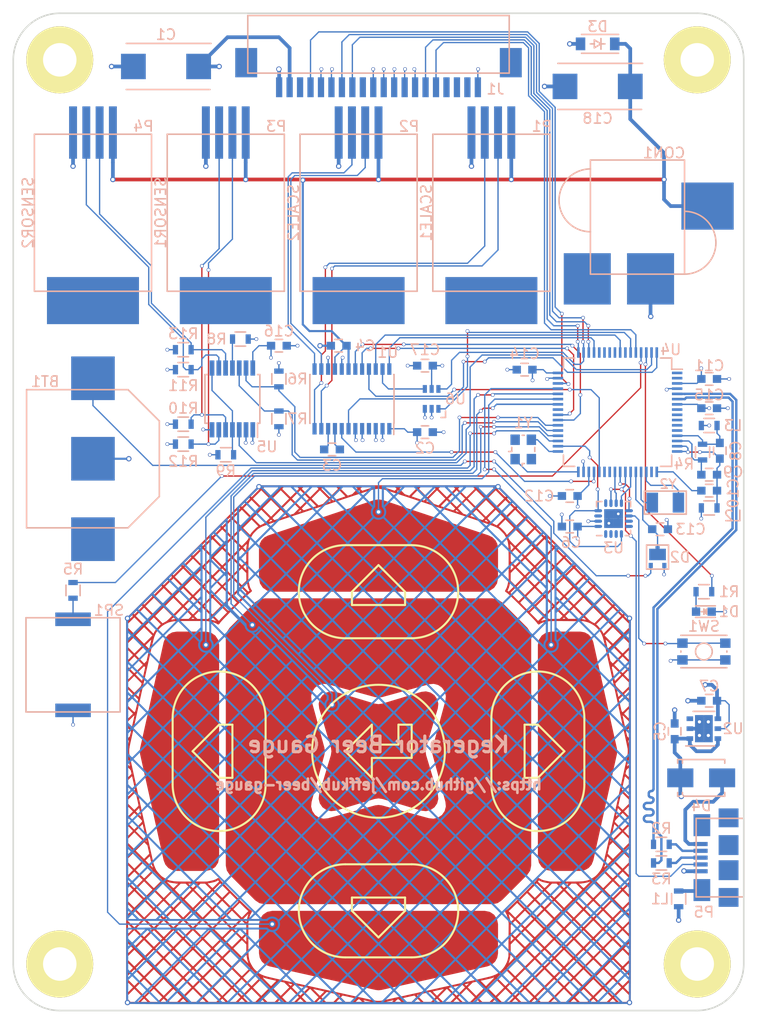
<source format=kicad_pcb>
(kicad_pcb (version 20171130) (host pcbnew "(5.1.12)-1")
  (layers (0 F.Cu signal) (1 In1.Cu signal) (2 In2.Cu signal) (31 B.Cu signal) (34 B.Paste user hide) (35 F.Paste user hide) (36 B.SilkS user hide) (37 F.SilkS user hide) (38 B.Mask user hide) (39 F.Mask user hide) (44 Edge.Cuts user))
  (net 0 "")
  (net 1 "Net-(BT1-Pad1)")
  (net 2 GND)
  (net 3 +3V3)
  (net 4 "Net-(C3-Pad1)")
  (net 5 "Net-(C3-Pad2)")
  (net 6 +5V)
  (net 7 "Net-(C8-Pad1)")
  (net 8 "Net-(C10-Pad2)")
  (net 9 /Teensy/AREF)
  (net 10 "Net-(C10-Pad1)")
  (net 11 "Net-(C13-Pad1)")
  (net 12 "Net-(D1-Pad2)")
  (net 13 "Net-(L1-Pad1)")
  (net 14 "Net-(P1-Pad3)")
  (net 15 "Net-(P1-Pad2)")
  (net 16 "Net-(P2-Pad3)")
  (net 17 "Net-(P2-Pad2)")
  (net 18 "Net-(P3-Pad3)")
  (net 19 "Net-(P3-Pad2)")
  (net 20 "Net-(P4-Pad3)")
  (net 21 "Net-(P4-Pad2)")
  (net 22 "Net-(P5-Pad2)")
  (net 23 "Net-(P5-Pad3)")
  (net 24 /Teensy/ID)
  (net 25 /Teensy/13)
  (net 26 "Net-(R5-Pad1)")
  (net 27 /Teensy/6)
  (net 28 "Net-(SW1-Pad2)")
  (net 29 /Teensy/5)
  (net 30 /Teensy/4)
  (net 31 /Teensy/0)
  (net 32 /Teensy/1)
  (net 33 /Teensy/3)
  (net 34 /Teensy/2)
  (net 35 /Teensy/12)
  (net 36 /Teensy/RESET_B)
  (net 37 /Teensy/SWD_DIO)
  (net 38 /Teensy/SWD_CLK)
  (net 39 "Net-(U3-Pad9)")
  (net 40 "Net-(U4-Pad19)")
  (net 41 "Net-(U4-Pad20)")
  (net 42 "Net-(U4-Pad32)")
  (net 43 "Net-(U4-Pad33)")
  (net 44 /Teensy/16/A2)
  (net 45 /Teensy/17/A3)
  (net 46 /Teensy/25)
  (net 47 /Teensy/15/A1)
  (net 48 /Teensy/22/A8)
  (net 49 /Teensy/23/A9)
  (net 50 /Teensy/19/A5)
  (net 51 /Teensy/18/A4)
  (net 52 /Teensy/20/A6)
  (net 53 /Teensy/USB_D-)
  (net 54 /Teensy/USB_D+)
  (net 55 /Teensy/9)
  (net 56 /Teensy/11)
  (net 57 /Teensy/10)
  (net 58 /Teensy/8)
  (net 59 /Teensy/7)
  (net 60 /Teensy/21/A7)
  (net 61 "Net-(R8-Pad2)")
  (net 62 "Net-(R9-Pad2)")
  (net 63 "Net-(U1-Pad23)")
  (net 64 "Net-(D4-Pad2)")
  (module footprint:0855135016 (layer B.Cu) (at 170.18 64.77)
    (fp_text reference P2 (at 4.826 -8.255) (layer B.SilkS) (effects (justify mirror)))
    (fp_text value CONN_01X04 hide)
    (pad 4 smd rect (at -1.905 -7.66) (size 0.76 5) (layers B.Cu B.Paste B.Mask) (net 2 GND))
    (pad 3 smd rect (at -0.635 -7.66) (size 0.76 5) (layers B.Cu B.Paste B.Mask) (net 16 "Net-(P2-Pad3)"))
    (pad 2 smd rect (at 0.635 -7.66) (size 0.76 5) (layers B.Cu B.Paste B.Mask) (net 17 "Net-(P2-Pad2)"))
    (pad 1 smd rect (at 1.905 -7.66) (size 0.76 5) (layers B.Cu B.Paste B.Mask) (net 6 +5V))
    (pad 5 smd rect (at 0 8.39) (size 8.8 4.5) (layers B.Cu B.Paste B.Mask))
  )
  (module footprint:0855135016 (layer B.Cu) (at 157.48 64.77)
    (fp_text reference P3 (at 4.826 -8.255) (layer B.SilkS) (effects (justify mirror)))
    (fp_text value CONN_01X04 hide)
    (pad 4 smd rect (at -1.905 -7.66) (size 0.76 5) (layers B.Cu B.Paste B.Mask) (net 2 GND))
    (pad 3 smd rect (at -0.635 -7.66) (size 0.76 5) (layers B.Cu B.Paste B.Mask) (net 18 "Net-(P3-Pad3)"))
    (pad 2 smd rect (at 0.635 -7.66) (size 0.76 5) (layers B.Cu B.Paste B.Mask) (net 19 "Net-(P3-Pad2)"))
    (pad 1 smd rect (at 1.905 -7.66) (size 0.76 5) (layers B.Cu B.Paste B.Mask) (net 6 +5V))
    (pad 5 smd rect (at 0 8.39) (size 8.8 4.5) (layers B.Cu B.Paste B.Mask))
  )
  (module footprint:0855135016 (layer B.Cu) (at 144.78 64.77)
    (fp_text reference P4 (at 4.826 -8.255) (layer B.SilkS) (effects (justify mirror)))
    (fp_text value CONN_01X04 hide)
    (pad 4 smd rect (at -1.905 -7.66) (size 0.76 5) (layers B.Cu B.Paste B.Mask) (net 2 GND))
    (pad 3 smd rect (at -0.635 -7.66) (size 0.76 5) (layers B.Cu B.Paste B.Mask) (net 20 "Net-(P4-Pad3)"))
    (pad 2 smd rect (at 0.635 -7.66) (size 0.76 5) (layers B.Cu B.Paste B.Mask) (net 21 "Net-(P4-Pad2)"))
    (pad 1 smd rect (at 1.905 -7.66) (size 0.76 5) (layers B.Cu B.Paste B.Mask) (net 6 +5V))
    (pad 5 smd rect (at 0 8.39) (size 8.8 4.5) (layers B.Cu B.Paste B.Mask))
  )
  (module Housings_SSOP:TSSOP-24_4.4x7.8mm_Pitch0.65mm (layer B.Cu) (at 169.545 82.55 90)
    (fp_text reference U1 (at 4.445 3.429 180) (layer B.SilkS) (effects (justify mirror)))
    (fp_text value ADS1232)
    (pad 1 smd rect (at -2.85 3.575 90) (size 1.1 0.4) (layers B.Cu B.Paste B.Mask) (net 3 +3V3))
    (pad 2 smd rect (at -2.85 2.925 90) (size 1.1 0.4) (layers B.Cu B.Paste B.Mask) (net 2 GND))
    (pad 3 smd rect (at -2.85 2.275 90) (size 1.1 0.4) (layers B.Cu B.Paste B.Mask) (net 2 GND))
    (pad 4 smd rect (at -2.85 1.625 90) (size 1.1 0.4) (layers B.Cu B.Paste B.Mask))
    (pad 5 smd rect (at -2.85 0.975 90) (size 1.1 0.4) (layers B.Cu B.Paste B.Mask) (net 2 GND))
    (pad 6 smd rect (at -2.85 0.325 90) (size 1.1 0.4) (layers B.Cu B.Paste B.Mask) (net 2 GND))
    (pad 7 smd rect (at -2.85 -0.325 90) (size 1.1 0.4) (layers B.Cu B.Paste B.Mask) (net 29 /Teensy/5))
    (pad 8 smd rect (at -2.85 -0.975 90) (size 1.1 0.4) (layers B.Cu B.Paste B.Mask) (net 30 /Teensy/4))
    (pad 9 smd rect (at -2.85 -1.625 90) (size 1.1 0.4) (layers B.Cu B.Paste B.Mask) (net 4 "Net-(C3-Pad1)"))
    (pad 10 smd rect (at -2.85 -2.275 90) (size 1.1 0.4) (layers B.Cu B.Paste B.Mask) (net 5 "Net-(C3-Pad2)"))
    (pad 11 smd rect (at -2.85 -2.925 90) (size 1.1 0.4) (layers B.Cu B.Paste B.Mask) (net 15 "Net-(P1-Pad2)"))
    (pad 12 smd rect (at -2.85 -3.575 90) (size 1.1 0.4) (layers B.Cu B.Paste B.Mask) (net 14 "Net-(P1-Pad3)"))
    (pad 13 smd rect (at 2.85 -3.575 90) (size 1.1 0.4) (layers B.Cu B.Paste B.Mask) (net 16 "Net-(P2-Pad3)"))
    (pad 14 smd rect (at 2.85 -2.925 90) (size 1.1 0.4) (layers B.Cu B.Paste B.Mask) (net 17 "Net-(P2-Pad2)"))
    (pad 15 smd rect (at 2.85 -2.275 90) (size 1.1 0.4) (layers B.Cu B.Paste B.Mask) (net 2 GND))
    (pad 16 smd rect (at 2.85 -1.625 90) (size 1.1 0.4) (layers B.Cu B.Paste B.Mask) (net 6 +5V))
    (pad 17 smd rect (at 2.85 -0.975 90) (size 1.1 0.4) (layers B.Cu B.Paste B.Mask) (net 2 GND))
    (pad 18 smd rect (at 2.85 -0.325 90) (size 1.1 0.4) (layers B.Cu B.Paste B.Mask) (net 6 +5V))
    (pad 19 smd rect (at 2.85 0.325 90) (size 1.1 0.4) (layers B.Cu B.Paste B.Mask) (net 31 /Teensy/0))
    (pad 20 smd rect (at 2.85 0.975 90) (size 1.1 0.4) (layers B.Cu B.Paste B.Mask) (net 32 /Teensy/1))
    (pad 21 smd rect (at 2.85 1.625 90) (size 1.1 0.4) (layers B.Cu B.Paste B.Mask) (net 33 /Teensy/3))
    (pad 22 smd rect (at 2.85 2.275 90) (size 1.1 0.4) (layers B.Cu B.Paste B.Mask) (net 34 /Teensy/2))
    (pad 23 smd rect (at 2.85 2.925 90) (size 1.1 0.4) (layers B.Cu B.Paste B.Mask) (net 63 "Net-(U1-Pad23)"))
    (pad 24 smd rect (at 2.85 3.575 90) (size 1.1 0.4) (layers B.Cu B.Paste B.Mask) (net 35 /Teensy/12))
  )
  (module Resistors_SMD:R_0603 (layer B.Cu) (at 199.136 125.095)
    (fp_text reference R2 (at 0 -1.524) (layer B.SilkS) (effects (justify mirror)))
    (fp_text value 33)
    (pad 1 smd rect (at -0.75 0) (size 0.5 0.9) (layers B.Cu B.Paste B.Mask) (net 53 /Teensy/USB_D-))
    (pad 2 smd rect (at 0.75 0) (size 0.5 0.9) (layers B.Cu B.Paste B.Mask) (net 22 "Net-(P5-Pad2)"))
  )
  (module footprint:VIA (layer F.Cu) (at 148.082 140.208)
    (fp_text reference REF** hide)
    (fp_text value VIA hide)
    (pad 1 thru_hole circle (at 0 0) (size 0.508 0.508) (drill 0.3048) (layers *.Cu) (net 2 GND))
  )
  (module footprint:VIA (layer F.Cu) (at 196.088 140.208)
    (fp_text reference REF** hide)
    (fp_text value VIA hide)
    (pad 1 thru_hole circle (at 0 0) (size 0.508 0.508) (drill 0.3048) (layers *.Cu) (net 2 GND))
  )
  (module footprint:VIA (layer F.Cu) (at 196.088 103.505)
    (fp_text reference REF** hide)
    (fp_text value VIA hide)
    (pad 1 thru_hole circle (at 0 0) (size 0.508 0.508) (drill 0.3048) (layers *.Cu) (net 2 GND))
  )
  (module footprint:VIA (layer F.Cu) (at 183.515 90.932)
    (fp_text reference REF** hide)
    (fp_text value VIA hide)
    (pad 1 thru_hole circle (at 0 0) (size 0.508 0.508) (drill 0.3048) (layers *.Cu) (net 2 GND))
  )
  (module footprint:VIA (layer F.Cu) (at 160.655 90.932)
    (fp_text reference REF** hide)
    (fp_text value VIA hide)
    (pad 1 thru_hole circle (at 0 0) (size 0.508 0.508) (drill 0.3048) (layers *.Cu) (net 2 GND))
  )
  (module Mounting_Holes:MountingHole_3.2mm_M3_Pad (layer F.Cu) (at 202.565 50.165)
    (fp_text reference REF** hide)
    (fp_text value MountingHole_3.2mm_M3_Pad)
    (pad 1 thru_hole circle (at 0 0) (size 6.4 6.4) (drill 3.2) (layers *.Cu *.Mask F.SilkS))
  )
  (module Mounting_Holes:MountingHole_3.2mm_M3_Pad (layer F.Cu) (at 141.605 50.165)
    (fp_text reference REF** hide)
    (fp_text value MountingHole_3.2mm_M3_Pad)
    (pad 1 thru_hole circle (at 0 0) (size 6.4 6.4) (drill 3.2) (layers *.Cu *.Mask F.SilkS))
  )
  (module Mounting_Holes:MountingHole_3.2mm_M3_Pad (layer F.Cu) (at 141.605 136.525)
    (fp_text reference REF** hide)
    (fp_text value MountingHole_3.2mm_M3_Pad)
    (pad 1 thru_hole circle (at 0 0) (size 6.4 6.4) (drill 3.2) (layers *.Cu *.Mask F.SilkS))
  )
  (module footprint:BK-885 (layer B.Cu) (at 144.78 88.265 270)
    (fp_text reference BT1 (at -7.366 4.572) (layer B.SilkS) (effects (justify mirror)))
    (fp_text value Battery hide)
    (pad 1 smd rect (at -7.685 0 270) (size 4.17 4.17) (layers B.Cu B.Paste B.Mask) (net 1 "Net-(BT1-Pad1)"))
    (pad 2 smd rect (at 0 0 270) (size 4.17 4.17) (layers B.Cu B.Paste B.Mask) (net 2 GND))
    (pad 3 smd rect (at 7.685 0 270) (size 4.17 4.17) (layers B.Cu B.Paste B.Mask))
  )
  (module Capacitors_SMD:C_0603 (layer B.Cu) (at 176.53 85.725)
    (fp_text reference C2 (at 0 1.524 180) (layer B.SilkS) (effects (justify mirror)))
    (fp_text value 0.1u)
    (pad 1 smd rect (at -0.75 0) (size 0.8 0.75) (layers B.Cu B.Paste B.Mask) (net 3 +3V3))
    (pad 2 smd rect (at 0.75 0) (size 0.8 0.75) (layers B.Cu B.Paste B.Mask) (net 2 GND))
  )
  (module Capacitors_SMD:C_0603 (layer B.Cu) (at 167.64 87.376 180)
    (fp_text reference C3 (at 0 -1.524 180) (layer B.SilkS) (effects (justify mirror)))
    (fp_text value 0.1u)
    (pad 1 smd rect (at -0.75 0 180) (size 0.8 0.75) (layers B.Cu B.Paste B.Mask) (net 4 "Net-(C3-Pad1)"))
    (pad 2 smd rect (at 0.75 0 180) (size 0.8 0.75) (layers B.Cu B.Paste B.Mask) (net 5 "Net-(C3-Pad2)"))
  )
  (module Capacitors_SMD:C_0603 (layer B.Cu) (at 168.275 77.47 180)
    (fp_text reference C4 (at -2.54 0) (layer B.SilkS) (effects (justify mirror)))
    (fp_text value 0.1u)
    (pad 1 smd rect (at -0.75 0 180) (size 0.8 0.75) (layers B.Cu B.Paste B.Mask) (net 6 +5V))
    (pad 2 smd rect (at 0.75 0 180) (size 0.8 0.75) (layers B.Cu B.Paste B.Mask) (net 2 GND))
  )
  (module Capacitors_SMD:C_0603 (layer B.Cu) (at 200.406 114.3 90)
    (fp_text reference C5 (at 0 -1.397 90) (layer B.SilkS) (effects (justify mirror)))
    (fp_text value 2.2u)
    (pad 1 smd rect (at -0.75 0 90) (size 0.8 0.75) (layers B.Cu B.Paste B.Mask) (net 6 +5V))
    (pad 2 smd rect (at 0.75 0 90) (size 0.8 0.75) (layers B.Cu B.Paste B.Mask) (net 2 GND))
  )
  (module Capacitors_SMD:C_0603 (layer B.Cu) (at 190.373 94.742 180)
    (fp_text reference C6 (at -0.127 -1.524 180) (layer B.SilkS) (effects (justify mirror)))
    (fp_text value 0.1u)
    (pad 1 smd rect (at -0.75 0 180) (size 0.8 0.75) (layers B.Cu B.Paste B.Mask) (net 3 +3V3))
    (pad 2 smd rect (at 0.75 0 180) (size 0.8 0.75) (layers B.Cu B.Paste B.Mask) (net 2 GND))
  )
  (module Capacitors_SMD:C_0603 (layer B.Cu) (at 203.708 111.379 180)
    (fp_text reference C7 (at 0 1.397 180) (layer B.SilkS) (effects (justify mirror)))
    (fp_text value 2.2u)
    (pad 1 smd rect (at -0.75 0 180) (size 0.8 0.75) (layers B.Cu B.Paste B.Mask) (net 3 +3V3))
    (pad 2 smd rect (at 0.75 0 180) (size 0.8 0.75) (layers B.Cu B.Paste B.Mask) (net 2 GND))
  )
  (module Capacitors_SMD:C_0603 (layer B.Cu) (at 204.724 87.503 270)
    (fp_text reference C8 (at 0 -1.524 270) (layer B.SilkS) (effects (justify mirror)))
    (fp_text value 2.2u)
    (pad 1 smd rect (at -0.75 0 270) (size 0.8 0.75) (layers B.Cu B.Paste B.Mask) (net 7 "Net-(C8-Pad1)"))
    (pad 2 smd rect (at 0.75 0 270) (size 0.8 0.75) (layers B.Cu B.Paste B.Mask) (net 8 "Net-(C10-Pad2)"))
  )
  (module Capacitors_SMD:C_0603 (layer B.Cu) (at 203.708 89.789)
    (fp_text reference C9 (at 2.286 -0.254) (layer B.SilkS) (effects (justify mirror)))
    (fp_text value 0.1u)
    (pad 1 smd rect (at -0.75 0) (size 0.8 0.75) (layers B.Cu B.Paste B.Mask) (net 9 /Teensy/AREF))
    (pad 2 smd rect (at 0.75 0) (size 0.8 0.75) (layers B.Cu B.Paste B.Mask) (net 8 "Net-(C10-Pad2)"))
  )
  (module Capacitors_SMD:C_0603 (layer B.Cu) (at 203.708 91.313)
    (fp_text reference C10 (at 2.286 0.254 90) (layer B.SilkS) (effects (justify mirror)))
    (fp_text value 0.1u)
    (pad 1 smd rect (at -0.75 0) (size 0.8 0.75) (layers B.Cu B.Paste B.Mask) (net 10 "Net-(C10-Pad1)"))
    (pad 2 smd rect (at 0.75 0) (size 0.8 0.75) (layers B.Cu B.Paste B.Mask) (net 8 "Net-(C10-Pad2)"))
  )
  (module Capacitors_SMD:C_0603 (layer B.Cu) (at 203.708 80.645)
    (fp_text reference C11 (at 0 -1.27) (layer B.SilkS) (effects (justify mirror)))
    (fp_text value 0.1u)
    (pad 1 smd rect (at -0.75 0) (size 0.8 0.75) (layers B.Cu B.Paste B.Mask) (net 3 +3V3))
    (pad 2 smd rect (at 0.75 0) (size 0.8 0.75) (layers B.Cu B.Paste B.Mask) (net 2 GND))
  )
  (module Capacitors_SMD:C_0603 (layer B.Cu) (at 190.373 91.821 180)
    (fp_text reference C12 (at 2.921 0 180) (layer B.SilkS) (effects (justify mirror)))
    (fp_text value 0.1u)
    (pad 1 smd rect (at -0.75 0 180) (size 0.8 0.75) (layers B.Cu B.Paste B.Mask) (net 3 +3V3))
    (pad 2 smd rect (at 0.75 0 180) (size 0.8 0.75) (layers B.Cu B.Paste B.Mask) (net 2 GND))
  )
  (module Capacitors_SMD:C_0603 (layer B.Cu) (at 199.009 94.996)
    (fp_text reference C13 (at 2.921 0) (layer B.SilkS) (effects (justify mirror)))
    (fp_text value 0.1u)
    (pad 1 smd rect (at -0.75 0) (size 0.8 0.75) (layers B.Cu B.Paste B.Mask) (net 11 "Net-(C13-Pad1)"))
    (pad 2 smd rect (at 0.75 0) (size 0.8 0.75) (layers B.Cu B.Paste B.Mask) (net 2 GND))
  )
  (module Capacitors_SMD:C_0603 (layer B.Cu) (at 186.055 79.756 180)
    (fp_text reference C14 (at 0 1.524 180) (layer B.SilkS) (effects (justify mirror)))
    (fp_text value 0.1u)
    (pad 1 smd rect (at -0.75 0 180) (size 0.8 0.75) (layers B.Cu B.Paste B.Mask) (net 3 +3V3))
    (pad 2 smd rect (at 0.75 0 180) (size 0.8 0.75) (layers B.Cu B.Paste B.Mask) (net 2 GND))
  )
  (module Capacitors_SMD:C_0603 (layer B.Cu) (at 203.708 83.439)
    (fp_text reference C15 (at 0 -1.27) (layer B.SilkS) (effects (justify mirror)))
    (fp_text value 2.2u)
    (pad 1 smd rect (at -0.75 0) (size 0.8 0.75) (layers B.Cu B.Paste B.Mask) (net 3 +3V3))
    (pad 2 smd rect (at 0.75 0) (size 0.8 0.75) (layers B.Cu B.Paste B.Mask) (net 2 GND))
  )
  (module LEDs:LED_0603 (layer B.Cu) (at 203.2 102.87 180)
    (fp_text reference D1 (at -2.413 0 180) (layer B.SilkS) (effects (justify mirror)))
    (fp_text value LED)
    (pad 2 smd rect (at 0.7493 0) (size 0.79756 0.79756) (layers B.Cu B.Paste B.Mask) (net 12 "Net-(D1-Pad2)"))
    (pad 1 smd rect (at -0.7493 0) (size 0.79756 0.79756) (layers B.Cu B.Paste B.Mask) (net 2 GND))
  )
  (module footprint:SOT1061 (layer B.Cu) (at 198.77 97.659)
    (fp_text reference D2 (at 2.144 0.004) (layer B.SilkS) (effects (justify mirror)))
    (fp_text value PMEG4010CPA)
    (pad 1 smd rect (at -0.65 0.8) (size 0.4 0.5) (layers B.Cu B.Paste B.Mask) (net 1 "Net-(BT1-Pad1)"))
    (pad 2 smd rect (at 0.65 0.8) (size 0.4 0.5) (layers B.Cu B.Paste B.Mask) (net 3 +3V3))
    (pad 3 smd rect (at 0 -0.25) (size 1.6 1.1) (layers B.Cu B.Paste B.Mask) (net 11 "Net-(C13-Pad1)"))
    (pad 3 smd rect (at 0 -0.925) (size 0.4 0.25) (layers B.Cu B.Paste B.Mask) (net 11 "Net-(C13-Pad1)"))
  )
  (module Resistors_SMD:R_0603 (layer B.Cu) (at 200.787 130.302 270)
    (fp_text reference L1 (at 0 1.778) (layer B.SilkS) (effects (justify mirror)))
    (fp_text value "600 Ohm/100 MHz")
    (pad 1 smd rect (at -0.75 0 270) (size 0.5 0.9) (layers B.Cu B.Paste B.Mask) (net 13 "Net-(L1-Pad1)"))
    (pad 2 smd rect (at 0.75 0 270) (size 0.5 0.9) (layers B.Cu B.Paste B.Mask) (net 2 GND))
  )
  (module Resistors_SMD:R_0603 (layer B.Cu) (at 203.708 92.964)
    (fp_text reference L2 (at 2.286 0.762) (layer B.SilkS) (effects (justify mirror)))
    (fp_text value "600 Ohm/100 Mhz")
    (pad 1 smd rect (at -0.75 0) (size 0.5 0.9) (layers B.Cu B.Paste B.Mask) (net 2 GND))
    (pad 2 smd rect (at 0.75 0) (size 0.5 0.9) (layers B.Cu B.Paste B.Mask) (net 8 "Net-(C10-Pad2)"))
  )
  (module Resistors_SMD:R_0603 (layer B.Cu) (at 203.708 85.09)
    (fp_text reference L3 (at 2.286 0) (layer B.SilkS) (effects (justify mirror)))
    (fp_text value "600 Ohm/100 MHz")
    (pad 1 smd rect (at -0.75 0) (size 0.5 0.9) (layers B.Cu B.Paste B.Mask) (net 3 +3V3))
    (pad 2 smd rect (at 0.75 0) (size 0.5 0.9) (layers B.Cu B.Paste B.Mask) (net 7 "Net-(C8-Pad1)"))
  )
  (module footprint:0855135016 (layer B.Cu) (at 182.88 64.77)
    (fp_text reference P1 (at 4.826 -8.255) (layer B.SilkS) (effects (justify mirror)))
    (fp_text value CONN_01X04 hide)
    (pad 4 smd rect (at -1.905 -7.66) (size 0.76 5) (layers B.Cu B.Paste B.Mask) (net 2 GND))
    (pad 3 smd rect (at -0.635 -7.66) (size 0.76 5) (layers B.Cu B.Paste B.Mask) (net 14 "Net-(P1-Pad3)"))
    (pad 2 smd rect (at 0.635 -7.66) (size 0.76 5) (layers B.Cu B.Paste B.Mask) (net 15 "Net-(P1-Pad2)"))
    (pad 1 smd rect (at 1.905 -7.66) (size 0.76 5) (layers B.Cu B.Paste B.Mask) (net 6 +5V))
    (pad 5 smd rect (at 0 8.39) (size 8.8 4.5) (layers B.Cu B.Paste B.Mask))
  )
  (module footprint:10118192 (layer B.Cu) (at 205.56 126.365 270)
    (fp_text reference P5 (at 5.207 2.36) (layer B.SilkS) (effects (justify mirror)))
    (fp_text value USB_OTG hide)
    (pad 1 smd rect (at -1.3 2.675 270) (size 0.4 1.35) (layers B.Cu B.Paste B.Mask) (net 64 "Net-(D4-Pad2)"))
    (pad 2 smd rect (at -0.65 2.675 270) (size 0.4 1.35) (layers B.Cu B.Paste B.Mask) (net 22 "Net-(P5-Pad2)"))
    (pad 3 smd rect (at 0 2.675 270) (size 0.4 1.35) (layers B.Cu B.Paste B.Mask) (net 23 "Net-(P5-Pad3)"))
    (pad 4 smd rect (at 0.65 2.675 270) (size 0.4 1.35) (layers B.Cu B.Paste B.Mask) (net 24 /Teensy/ID))
    (pad 5 smd rect (at 1.3 2.675 270) (size 0.4 1.35) (layers B.Cu B.Paste B.Mask) (net 2 GND))
    (pad 6 smd rect (at -3.1 2.55 270) (size 2.1 1.6) (layers B.Cu B.Paste B.Mask) (net 13 "Net-(L1-Pad1)"))
    (pad 6 smd rect (at 3.1 2.55 270) (size 2.1 1.6) (layers B.Cu B.Paste B.Mask) (net 13 "Net-(L1-Pad1)"))
    (pad 6 smd rect (at -3.8 0 270) (size 1.8 1.9) (layers B.Cu B.Paste B.Mask) (net 13 "Net-(L1-Pad1)"))
    (pad 6 smd rect (at 3.8 0 270) (size 1.8 1.9) (layers B.Cu B.Paste B.Mask) (net 13 "Net-(L1-Pad1)"))
    (pad 6 smd rect (at -1.2 0 270) (size 1.9 1.9) (layers B.Cu B.Paste B.Mask) (net 13 "Net-(L1-Pad1)"))
    (pad 6 smd rect (at 1.2 0 270) (size 1.9 1.9) (layers B.Cu B.Paste B.Mask) (net 13 "Net-(L1-Pad1)"))
  )
  (module Resistors_SMD:R_0603 (layer B.Cu) (at 203.2 100.965 180)
    (fp_text reference R1 (at -2.413 0 180) (layer B.SilkS) (effects (justify mirror)))
    (fp_text value 470)
    (pad 1 smd rect (at -0.75 0 180) (size 0.5 0.9) (layers B.Cu B.Paste B.Mask) (net 52 /Teensy/20/A6))
    (pad 2 smd rect (at 0.75 0 180) (size 0.5 0.9) (layers B.Cu B.Paste B.Mask) (net 12 "Net-(D1-Pad2)"))
  )
  (module Resistors_SMD:R_0603 (layer B.Cu) (at 199.136 126.873)
    (fp_text reference R3 (at 0 1.524) (layer B.SilkS) (effects (justify mirror)))
    (fp_text value 33)
    (pad 1 smd rect (at -0.75 0) (size 0.5 0.9) (layers B.Cu B.Paste B.Mask) (net 54 /Teensy/USB_D+))
    (pad 2 smd rect (at 0.75 0) (size 0.5 0.9) (layers B.Cu B.Paste B.Mask) (net 23 "Net-(P5-Pad3)"))
  )
  (module Resistors_SMD:R_0603 (layer B.Cu) (at 142.875 100.838 90)
    (fp_text reference R5 (at 2.032 0 180) (layer B.SilkS) (effects (justify mirror)))
    (fp_text value 470)
    (pad 1 smd rect (at -0.75 0 90) (size 0.5 0.9) (layers B.Cu B.Paste B.Mask) (net 26 "Net-(R5-Pad1)"))
    (pad 2 smd rect (at 0.75 0 90) (size 0.5 0.9) (layers B.Cu B.Paste B.Mask) (net 27 /Teensy/6))
  )
  (module footprint:PKMCS (layer B.Cu) (at 142.875 107.95 270)
    (fp_text reference SP1 (at -5.207 -3.429) (layer B.SilkS) (effects (justify mirror)))
    (fp_text value PIEZO hide)
    (pad 1 smd rect (at -4.35 0 270) (size 1.3 3.4) (layers B.Cu B.Paste B.Mask) (net 26 "Net-(R5-Pad1)"))
    (pad 2 smd rect (at 4.35 0 270) (size 1.3 3.4) (layers B.Cu B.Paste B.Mask) (net 2 GND))
  )
  (module Buttons_Switches_SMD:SW_SPST_KMR2 (layer B.Cu) (at 203.2 106.68)
    (fp_text reference SW1 (at 0 -2.413) (layer B.SilkS) (effects (justify mirror)))
    (fp_text value SW_PUSH)
    (pad 1 smd rect (at -2.05 0.8 270) (size 0.9 1) (layers B.Cu B.Paste B.Mask) (net 2 GND))
    (pad 2 smd rect (at -2.05 -0.8 270) (size 0.9 1) (layers B.Cu B.Paste B.Mask) (net 28 "Net-(SW1-Pad2)"))
    (pad 1 smd rect (at 2.05 0.8 270) (size 0.9 1) (layers B.Cu B.Paste B.Mask) (net 2 GND))
    (pad 2 smd rect (at 2.05 -0.8 270) (size 0.9 1) (layers B.Cu B.Paste B.Mask) (net 28 "Net-(SW1-Pad2)"))
  )
  (module Housings_DFN_QFN:DFN-6-1EP_3x3mm_Pitch0.95mm (layer B.Cu) (at 203.2 114.046)
    (fp_text reference U2 (at 2.794 0) (layer B.SilkS) (effects (justify mirror)))
    (fp_text value LP38691)
    (pad 1 smd rect (at -1.34 0.95) (size 0.63 0.45) (layers B.Cu B.Paste B.Mask) (net 6 +5V))
    (pad 2 smd rect (at -1.34 0) (size 0.63 0.45) (layers B.Cu B.Paste B.Mask) (net 2 GND))
    (pad 3 smd rect (at -1.34 -0.95) (size 0.63 0.45) (layers B.Cu B.Paste B.Mask))
    (pad 4 smd rect (at 1.34 -0.95) (size 0.63 0.45) (layers B.Cu B.Paste B.Mask) (net 3 +3V3))
    (pad 5 smd rect (at 1.34 0) (size 0.63 0.45) (layers B.Cu B.Paste B.Mask) (net 3 +3V3))
    (pad 6 smd rect (at 1.34 0.95) (size 0.63 0.45) (layers B.Cu B.Paste B.Mask) (net 6 +5V))
    (pad 7 smd rect (at 0.425 -0.65) (size 0.85 1.3) (layers B.Cu B.Paste B.Mask) (net 2 GND))
    (pad 7 smd rect (at 0.425 0.65) (size 0.85 1.3) (layers B.Cu B.Paste B.Mask) (net 2 GND))
    (pad 7 smd rect (at -0.425 -0.65) (size 0.85 1.3) (layers B.Cu B.Paste B.Mask) (net 2 GND))
    (pad 7 smd rect (at -0.425 0.65) (size 0.85 1.3) (layers B.Cu B.Paste B.Mask) (net 2 GND))
  )
  (module Housings_DFN_QFN:QFN-16-1EP_3x3mm_Pitch0.5mm (layer B.Cu) (at 194.564 93.98)
    (fp_text reference U3 (at 0 2.794) (layer B.SilkS) (effects (justify mirror)))
    (fp_text value MKL02Z32)
    (pad 1 smd oval (at -1.475 0.75) (size 0.75 0.3) (layers B.Cu B.Paste B.Mask) (net 3 +3V3))
    (pad 2 smd oval (at -1.475 0.25) (size 0.75 0.3) (layers B.Cu B.Paste B.Mask) (net 2 GND))
    (pad 3 smd oval (at -1.475 -0.25) (size 0.75 0.3) (layers B.Cu B.Paste B.Mask))
    (pad 4 smd oval (at -1.475 -0.75) (size 0.75 0.3) (layers B.Cu B.Paste B.Mask) (net 36 /Teensy/RESET_B))
    (pad 5 smd oval (at -0.75 -1.475 270) (size 0.75 0.3) (layers B.Cu B.Paste B.Mask))
    (pad 6 smd oval (at -0.25 -1.475 270) (size 0.75 0.3) (layers B.Cu B.Paste B.Mask) (net 24 /Teensy/ID))
    (pad 7 smd oval (at 0.25 -1.475 270) (size 0.75 0.3) (layers B.Cu B.Paste B.Mask) (net 37 /Teensy/SWD_DIO))
    (pad 8 smd oval (at 0.75 -1.475 270) (size 0.75 0.3) (layers B.Cu B.Paste B.Mask) (net 38 /Teensy/SWD_CLK))
    (pad 9 smd oval (at 1.475 -0.75) (size 0.75 0.3) (layers B.Cu B.Paste B.Mask) (net 39 "Net-(U3-Pad9)"))
    (pad 10 smd oval (at 1.475 -0.25) (size 0.75 0.3) (layers B.Cu B.Paste B.Mask) (net 28 "Net-(SW1-Pad2)"))
    (pad 11 smd oval (at 1.475 0.25) (size 0.75 0.3) (layers B.Cu B.Paste B.Mask))
    (pad 12 smd oval (at 1.475 0.75) (size 0.75 0.3) (layers B.Cu B.Paste B.Mask))
    (pad 13 smd oval (at 0.75 1.475 270) (size 0.75 0.3) (layers B.Cu B.Paste B.Mask) (net 36 /Teensy/RESET_B))
    (pad 14 smd oval (at 0.25 1.475 270) (size 0.75 0.3) (layers B.Cu B.Paste B.Mask))
    (pad 15 smd oval (at -0.25 1.475 270) (size 0.75 0.3) (layers B.Cu B.Paste B.Mask))
    (pad 16 smd oval (at -0.75 1.475 270) (size 0.75 0.3) (layers B.Cu B.Paste B.Mask))
    (pad 17 smd rect (at 0.45 -0.45) (size 0.9 0.9) (layers B.Cu B.Paste B.Mask) (net 2 GND))
    (pad 17 smd rect (at 0.45 0.45) (size 0.9 0.9) (layers B.Cu B.Paste B.Mask) (net 2 GND))
    (pad 17 smd rect (at -0.45 -0.45) (size 0.9 0.9) (layers B.Cu B.Paste B.Mask) (net 2 GND))
    (pad 17 smd rect (at -0.45 0.45) (size 0.9 0.9) (layers B.Cu B.Paste B.Mask) (net 2 GND))
  )
  (module Housings_QFP:LQFP-64_10x10mm_Pitch0.5mm (layer B.Cu) (at 194.945 83.82 180)
    (fp_text reference U4 (at -5.08 5.969 180) (layer B.SilkS) (effects (justify mirror)))
    (fp_text value MK20DX256VLH7)
    (pad 1 smd rect (at -5.7 3.75 180) (size 1 0.25) (layers B.Cu B.Paste B.Mask))
    (pad 2 smd rect (at -5.7 3.25 180) (size 1 0.25) (layers B.Cu B.Paste B.Mask))
    (pad 3 smd rect (at -5.7 2.75 180) (size 1 0.25) (layers B.Cu B.Paste B.Mask) (net 3 +3V3))
    (pad 4 smd rect (at -5.7 2.25 180) (size 1 0.25) (layers B.Cu B.Paste B.Mask) (net 2 GND))
    (pad 5 smd rect (at -5.7 1.75 180) (size 1 0.25) (layers B.Cu B.Paste B.Mask) (net 54 /Teensy/USB_D+))
    (pad 6 smd rect (at -5.7 1.25 180) (size 1 0.25) (layers B.Cu B.Paste B.Mask) (net 53 /Teensy/USB_D-))
    (pad 7 smd rect (at -5.7 0.75 180) (size 1 0.25) (layers B.Cu B.Paste B.Mask) (net 3 +3V3))
    (pad 8 smd rect (at -5.7 0.25 180) (size 1 0.25) (layers B.Cu B.Paste B.Mask))
    (pad 9 smd rect (at -5.7 -0.25 180) (size 1 0.25) (layers B.Cu B.Paste B.Mask))
    (pad 10 smd rect (at -5.7 -0.75 180) (size 1 0.25) (layers B.Cu B.Paste B.Mask))
    (pad 11 smd rect (at -5.7 -1.25 180) (size 1 0.25) (layers B.Cu B.Paste B.Mask))
    (pad 12 smd rect (at -5.7 -1.75 180) (size 1 0.25) (layers B.Cu B.Paste B.Mask))
    (pad 13 smd rect (at -5.7 -2.25 180) (size 1 0.25) (layers B.Cu B.Paste B.Mask) (net 7 "Net-(C8-Pad1)"))
    (pad 14 smd rect (at -5.7 -2.75 180) (size 1 0.25) (layers B.Cu B.Paste B.Mask) (net 9 /Teensy/AREF))
    (pad 15 smd rect (at -5.7 -3.25 180) (size 1 0.25) (layers B.Cu B.Paste B.Mask) (net 8 "Net-(C10-Pad2)"))
    (pad 16 smd rect (at -5.7 -3.75 180) (size 1 0.25) (layers B.Cu B.Paste B.Mask) (net 8 "Net-(C10-Pad2)"))
    (pad 17 smd rect (at -3.75 -5.7 90) (size 1 0.25) (layers B.Cu B.Paste B.Mask) (net 10 "Net-(C10-Pad1)"))
    (pad 18 smd rect (at -3.25 -5.7 90) (size 1 0.25) (layers B.Cu B.Paste B.Mask))
    (pad 19 smd rect (at -2.75 -5.7 90) (size 1 0.25) (layers B.Cu B.Paste B.Mask) (net 40 "Net-(U4-Pad19)"))
    (pad 20 smd rect (at -2.25 -5.7 90) (size 1 0.25) (layers B.Cu B.Paste B.Mask) (net 41 "Net-(U4-Pad20)"))
    (pad 21 smd rect (at -1.75 -5.7 90) (size 1 0.25) (layers B.Cu B.Paste B.Mask) (net 11 "Net-(C13-Pad1)"))
    (pad 22 smd rect (at -1.25 -5.7 90) (size 1 0.25) (layers B.Cu B.Paste B.Mask) (net 38 /Teensy/SWD_CLK))
    (pad 23 smd rect (at -0.75 -5.7 90) (size 1 0.25) (layers B.Cu B.Paste B.Mask) (net 24 /Teensy/ID))
    (pad 24 smd rect (at -0.25 -5.7 90) (size 1 0.25) (layers B.Cu B.Paste B.Mask) (net 39 "Net-(U3-Pad9)"))
    (pad 25 smd rect (at 0.25 -5.7 90) (size 1 0.25) (layers B.Cu B.Paste B.Mask) (net 37 /Teensy/SWD_DIO))
    (pad 26 smd rect (at 0.75 -5.7 90) (size 1 0.25) (layers B.Cu B.Paste B.Mask))
    (pad 27 smd rect (at 1.25 -5.7 90) (size 1 0.25) (layers B.Cu B.Paste B.Mask))
    (pad 28 smd rect (at 1.75 -5.7 90) (size 1 0.25) (layers B.Cu B.Paste B.Mask) (net 33 /Teensy/3))
    (pad 29 smd rect (at 2.25 -5.7 90) (size 1 0.25) (layers B.Cu B.Paste B.Mask) (net 30 /Teensy/4))
    (pad 30 smd rect (at 2.75 -5.7 90) (size 1 0.25) (layers B.Cu B.Paste B.Mask) (net 3 +3V3))
    (pad 31 smd rect (at 3.25 -5.7 90) (size 1 0.25) (layers B.Cu B.Paste B.Mask) (net 2 GND))
    (pad 32 smd rect (at 3.75 -5.7 90) (size 1 0.25) (layers B.Cu B.Paste B.Mask) (net 42 "Net-(U4-Pad32)"))
    (pad 33 smd rect (at 5.7 -3.75 180) (size 1 0.25) (layers B.Cu B.Paste B.Mask) (net 43 "Net-(U4-Pad33)"))
    (pad 34 smd rect (at 5.7 -3.25 180) (size 1 0.25) (layers B.Cu B.Paste B.Mask) (net 36 /Teensy/RESET_B))
    (pad 35 smd rect (at 5.7 -2.75 180) (size 1 0.25) (layers B.Cu B.Paste B.Mask) (net 44 /Teensy/16/A2))
    (pad 36 smd rect (at 5.7 -2.25 180) (size 1 0.25) (layers B.Cu B.Paste B.Mask) (net 45 /Teensy/17/A3))
    (pad 37 smd rect (at 5.7 -1.75 180) (size 1 0.25) (layers B.Cu B.Paste B.Mask) (net 50 /Teensy/19/A5))
    (pad 38 smd rect (at 5.7 -1.25 180) (size 1 0.25) (layers B.Cu B.Paste B.Mask) (net 51 /Teensy/18/A4))
    (pad 39 smd rect (at 5.7 -0.75 180) (size 1 0.25) (layers B.Cu B.Paste B.Mask) (net 31 /Teensy/0))
    (pad 40 smd rect (at 5.7 -0.25 180) (size 1 0.25) (layers B.Cu B.Paste B.Mask) (net 32 /Teensy/1))
    (pad 41 smd rect (at 5.7 0.25 180) (size 1 0.25) (layers B.Cu B.Paste B.Mask))
    (pad 42 smd rect (at 5.7 0.75 180) (size 1 0.25) (layers B.Cu B.Paste B.Mask) (net 46 /Teensy/25))
    (pad 43 smd rect (at 5.7 1.25 180) (size 1 0.25) (layers B.Cu B.Paste B.Mask) (net 47 /Teensy/15/A1))
    (pad 44 smd rect (at 5.7 1.75 180) (size 1 0.25) (layers B.Cu B.Paste B.Mask) (net 48 /Teensy/22/A8))
    (pad 45 smd rect (at 5.7 2.25 180) (size 1 0.25) (layers B.Cu B.Paste B.Mask) (net 49 /Teensy/23/A9))
    (pad 46 smd rect (at 5.7 2.75 180) (size 1 0.25) (layers B.Cu B.Paste B.Mask) (net 55 /Teensy/9))
    (pad 47 smd rect (at 5.7 3.25 180) (size 1 0.25) (layers B.Cu B.Paste B.Mask) (net 2 GND))
    (pad 48 smd rect (at 5.7 3.75 180) (size 1 0.25) (layers B.Cu B.Paste B.Mask) (net 3 +3V3))
    (pad 49 smd rect (at 3.75 5.7 90) (size 1 0.25) (layers B.Cu B.Paste B.Mask) (net 57 /Teensy/10))
    (pad 50 smd rect (at 3.25 5.7 90) (size 1 0.25) (layers B.Cu B.Paste B.Mask) (net 25 /Teensy/13))
    (pad 51 smd rect (at 2.75 5.7 90) (size 1 0.25) (layers B.Cu B.Paste B.Mask) (net 56 /Teensy/11))
    (pad 52 smd rect (at 2.25 5.7 90) (size 1 0.25) (layers B.Cu B.Paste B.Mask) (net 35 /Teensy/12))
    (pad 53 smd rect (at 1.75 5.7 90) (size 1 0.25) (layers B.Cu B.Paste B.Mask))
    (pad 54 smd rect (at 1.25 5.7 90) (size 1 0.25) (layers B.Cu B.Paste B.Mask))
    (pad 55 smd rect (at 0.75 5.7 90) (size 1 0.25) (layers B.Cu B.Paste B.Mask))
    (pad 56 smd rect (at 0.25 5.7 90) (size 1 0.25) (layers B.Cu B.Paste B.Mask))
    (pad 57 smd rect (at -0.25 5.7 90) (size 1 0.25) (layers B.Cu B.Paste B.Mask) (net 34 /Teensy/2))
    (pad 58 smd rect (at -0.75 5.7 90) (size 1 0.25) (layers B.Cu B.Paste B.Mask))
    (pad 59 smd rect (at -1.25 5.7 90) (size 1 0.25) (layers B.Cu B.Paste B.Mask) (net 59 /Teensy/7))
    (pad 60 smd rect (at -1.75 5.7 90) (size 1 0.25) (layers B.Cu B.Paste B.Mask) (net 58 /Teensy/8))
    (pad 61 smd rect (at -2.25 5.7 90) (size 1 0.25) (layers B.Cu B.Paste B.Mask) (net 27 /Teensy/6))
    (pad 62 smd rect (at -2.75 5.7 90) (size 1 0.25) (layers B.Cu B.Paste B.Mask) (net 52 /Teensy/20/A6))
    (pad 63 smd rect (at -3.25 5.7 90) (size 1 0.25) (layers B.Cu B.Paste B.Mask) (net 60 /Teensy/21/A7))
    (pad 64 smd rect (at -3.75 5.7 90) (size 1 0.25) (layers B.Cu B.Paste B.Mask) (net 29 /Teensy/5))
  )
  (module footprint:PadVia (layer F.Cu) (at 172.085 93.345)
    (fp_text reference W1 hide)
    (fp_text value TEST_1P hide)
    (pad 1 thru_hole circle (at 0 0) (size 0.6096 0.6096) (drill 0.3302) (layers *.Cu) (net 47 /Teensy/15/A1))
  )
  (module footprint:PadVia (layer F.Cu) (at 161.925 132.715)
    (fp_text reference W2 hide)
    (fp_text value TEST_1P hide)
    (pad 1 thru_hole circle (at 0 0) (size 0.6096 0.6096) (drill 0.3302) (layers *.Cu) (net 44 /Teensy/16/A2))
  )
  (module footprint:PadVia (layer F.Cu) (at 155.575 106.045)
    (fp_text reference W3 hide)
    (fp_text value TEST_1P hide)
    (pad 1 thru_hole circle (at 0 0) (size 0.6096 0.6096) (drill 0.3302) (layers *.Cu) (net 48 /Teensy/22/A8))
  )
  (module footprint:PadVia (layer F.Cu) (at 188.595 106.045)
    (fp_text reference W4 hide)
    (fp_text value TEST_1P hide)
    (pad 1 thru_hole circle (at 0 0) (size 0.6096 0.6096) (drill 0.3302) (layers *.Cu) (net 49 /Teensy/23/A9))
  )
  (module footprint:PadVia (layer F.Cu) (at 167.64 111.76)
    (fp_text reference W5 hide)
    (fp_text value TEST_1P hide)
    (pad 1 thru_hole circle (at 0 0) (size 0.6096 0.6096) (drill 0.3302) (layers *.Cu) (net 45 /Teensy/17/A3))
  )
  (module footprint:PadVia (layer F.Cu) (at 160.02 104.14)
    (fp_text reference W6 hide)
    (fp_text value TEST_1P hide)
    (pad 1 thru_hole circle (at 0 0) (size 0.6096 0.6096) (drill 0.3302) (layers *.Cu) (net 46 /Teensy/25))
  )
  (module Crystals:Crystal_SMD_2520_4Pads (layer B.Cu) (at 185.928 87.376 90)
    (fp_text reference Y1 (at 2.54 0) (layer B.SilkS) (effects (justify mirror)))
    (fp_text value "16 MHz")
    (pad 1 smd rect (at -0.925 -0.775 90) (size 1 0.9) (layers B.Cu B.Paste B.Mask) (net 42 "Net-(U4-Pad32)"))
    (pad 3 smd rect (at 0.925 -0.775 90) (size 1 0.9) (layers B.Cu B.Paste B.Mask))
    (pad 2 smd rect (at 0.925 0.775 90) (size 1 0.9) (layers B.Cu B.Paste B.Mask) (net 43 "Net-(U4-Pad33)"))
    (pad 3 smd rect (at -0.925 0.775 90) (size 1 0.9) (layers B.Cu B.Paste B.Mask))
  )
  (module footprint:ABS07 (layer B.Cu) (at 199.517 92.456 180)
    (fp_text reference Y2 (at -0.254 1.778 180) (layer B.SilkS) (effects (font (size 0.889 0.889)) (justify mirror)))
    (fp_text value "32.768 kHz" hide)
    (pad 1 smd rect (at -1.25 0 180) (size 1.1 1.9) (layers B.Cu B.Paste B.Mask) (net 40 "Net-(U4-Pad19)"))
    (pad 2 smd rect (at 1.25 0 180) (size 1.1 1.9) (layers B.Cu B.Paste B.Mask) (net 41 "Net-(U4-Pad20)"))
  )
  (module Resistors_SMD:R_0603 (layer B.Cu) (at 203.073 87.63 90)
    (fp_text reference R4 (at -1.143 -1.778 180) (layer B.SilkS) (effects (justify mirror)))
    (fp_text value 470)
    (pad 1 smd rect (at -0.75 0 90) (size 0.5 0.9) (layers B.Cu B.Paste B.Mask) (net 9 /Teensy/AREF))
    (pad 2 smd rect (at 0.75 0 90) (size 0.5 0.9) (layers B.Cu B.Paste B.Mask) (net 7 "Net-(C8-Pad1)"))
  )
  (module Capacitors_Tantalum_SMD:TantalC_SizeD_EIA-7343_Reflow (layer B.Cu) (at 151.765 50.8 180)
    (fp_text reference C1 (at 0 3.048 180) (layer B.SilkS) (effects (justify mirror)))
    (fp_text value 220u)
    (pad 2 smd rect (at 3.12 0 180) (size 2.37 2.43) (layers B.Cu B.Paste B.Mask) (net 2 GND))
    (pad 1 smd rect (at -3.12 0 180) (size 2.37 2.43) (layers B.Cu B.Paste B.Mask) (net 3 +3V3))
  )
  (module footprint:0522712069 (layer B.Cu) (at 172.085 51.435)
    (fp_text reference J1 (at 11.176 1.524) (layer B.SilkS) (effects (justify mirror)))
    (fp_text value OLED_MODULE)
    (pad 1 smd rect (at -9.5 1.35) (size 0.6 1.9) (layers B.Cu B.Paste B.Mask) (net 2 GND))
    (pad 2 smd rect (at -8.5 1.35) (size 0.6 1.9) (layers B.Cu B.Paste B.Mask) (net 3 +3V3))
    (pad 3 smd rect (at -7.5 1.35) (size 0.6 1.9) (layers B.Cu B.Paste B.Mask))
    (pad 4 smd rect (at -6.5 1.35) (size 0.6 1.9) (layers B.Cu B.Paste B.Mask) (net 55 /Teensy/9))
    (pad 5 smd rect (at -5.5 1.35) (size 0.6 1.9) (layers B.Cu B.Paste B.Mask) (net 2 GND))
    (pad 6 smd rect (at -4.5 1.35) (size 0.6 1.9) (layers B.Cu B.Paste B.Mask) (net 2 GND))
    (pad 7 smd rect (at -3.5 1.35) (size 0.6 1.9) (layers B.Cu B.Paste B.Mask) (net 25 /Teensy/13))
    (pad 8 smd rect (at -2.5 1.35) (size 0.6 1.9) (layers B.Cu B.Paste B.Mask) (net 56 /Teensy/11))
    (pad 9 smd rect (at -1.5 1.35) (size 0.6 1.9) (layers B.Cu B.Paste B.Mask))
    (pad 10 smd rect (at -0.5 1.35) (size 0.6 1.9) (layers B.Cu B.Paste B.Mask) (net 2 GND))
    (pad 11 smd rect (at 0.5 1.35) (size 0.6 1.9) (layers B.Cu B.Paste B.Mask) (net 2 GND))
    (pad 12 smd rect (at 1.5 1.35) (size 0.6 1.9) (layers B.Cu B.Paste B.Mask) (net 2 GND))
    (pad 13 smd rect (at 2.5 1.35) (size 0.6 1.9) (layers B.Cu B.Paste B.Mask) (net 2 GND))
    (pad 14 smd rect (at 3.5 1.35) (size 0.6 1.9) (layers B.Cu B.Paste B.Mask) (net 2 GND))
    (pad 15 smd rect (at 4.5 1.35) (size 0.6 1.9) (layers B.Cu B.Paste B.Mask) (net 57 /Teensy/10))
    (pad 16 smd rect (at 5.5 1.35) (size 0.6 1.9) (layers B.Cu B.Paste B.Mask) (net 58 /Teensy/8))
    (pad 17 smd rect (at 6.5 1.35) (size 0.6 1.9) (layers B.Cu B.Paste B.Mask))
    (pad 18 smd rect (at 7.5 1.35) (size 0.6 1.9) (layers B.Cu B.Paste B.Mask))
    (pad 19 smd rect (at 8.5 1.35) (size 0.6 1.9) (layers B.Cu B.Paste B.Mask))
    (pad 20 smd rect (at 9.5 1.35) (size 0.6 1.9) (layers B.Cu B.Paste B.Mask) (net 2 GND))
    (pad 21 smd rect (at -12.65 -1) (size 2.1 2.8) (layers B.Cu B.Paste B.Mask))
    (pad 21 smd rect (at 12.65 -1) (size 2.1 2.8) (layers B.Cu B.Paste B.Mask))
  )
  (module Mounting_Holes:MountingHole_3.2mm_M3_Pad (layer F.Cu) (at 202.565 136.525)
    (fp_text reference REF** hide)
    (fp_text value MountingHole_3.2mm_M3_Pad)
    (pad 1 thru_hole circle (at 0 0) (size 6.4 6.4) (drill 3.2) (layers *.Cu *.Mask F.SilkS))
  )
  (module footprint:hatch_front (layer F.Cu) (at 172.085 115.57)
    (fp_text reference G*** hide)
    (fp_text value LOGO hide)
    (fp_poly (pts (xy 17.774721 -18.409696) (xy 24.13 -12.054391) (xy 24.13 6.322042) (xy 24.129995 7.387004) (xy 24.12998 8.410449) (xy 24.129954 9.393194) (xy 24.129914 10.336054) (xy 24.12986 11.239845) (xy 24.12979 12.105385) (xy 24.129702 12.933489) (xy 24.129595 13.724975) (xy 24.129468 14.480657) (xy 24.129319 15.201352) (xy 24.129146 15.887877) (xy 24.128949 16.541048) (xy 24.128725 17.161682) (xy 24.128473 17.750594) (xy 24.128192 18.308601) (xy 24.12788 18.836518) (xy 24.127536 19.335164) (xy 24.127158 19.805353) (xy 24.126745 20.247902) (xy 24.126295 20.663628) (xy 24.125806 21.053346) (xy 24.125279 21.417873) (xy 24.12471 21.758025) (xy 24.124098 22.074619) (xy 24.123442 22.368471) (xy 24.122741 22.640397) (xy 24.121993 22.891213) (xy 24.121196 23.121736) (xy 24.120349 23.332783) (xy 24.119451 23.525168) (xy 24.1185 23.699709) (xy 24.117494 23.857222) (xy 24.116433 23.998523) (xy 24.115314 24.124429) (xy 24.114137 24.235756) (xy 24.112899 24.33332) (xy 24.111599 24.417937) (xy 24.110236 24.490424) (xy 24.108808 24.551597) (xy 24.107314 24.602272) (xy 24.105752 24.643266) (xy 24.104122 24.675395) (xy 24.10242 24.699475) (xy 24.100647 24.716323) (xy 24.098799 24.726754) (xy 24.096877 24.731586) (xy 24.096738 24.731738) (xy 24.092542 24.733426) (xy 24.082913 24.735057) (xy 24.06714 24.736631) (xy 24.044508 24.73815) (xy 24.014305 24.739613) (xy 23.975817 24.741023) (xy 23.928331 24.74238) (xy 23.871134 24.743685) (xy 23.803513 24.744939) (xy 23.724754 24.746143) (xy 23.634145 24.747298) (xy 23.530972 24.748405) (xy 23.414522 24.749465) (xy 23.284082 24.750479) (xy 23.138938 24.751448) (xy 22.978378 24.752372) (xy 22.801689 24.753254) (xy 22.608156 24.754093) (xy 22.397068 24.754891) (xy 22.16771 24.755648) (xy 21.91937 24.756366) (xy 21.651335 24.757046) (xy 21.36289 24.757688) (xy 21.053324 24.758294) (xy 20.721923 24.758865) (xy 20.367974 24.759401) (xy 19.990763 24.759903) (xy 19.589578 24.760373) (xy 19.163705 24.760811) (xy 18.71243 24.761218) (xy 18.235042 24.761596) (xy 17.730827 24.761945) (xy 17.199071 24.762266) (xy 16.639062 24.76256) (xy 16.050085 24.762829) (xy 15.431429 24.763073) (xy 14.78238 24.763293) (xy 14.102224 24.763489) (xy 13.390249 24.763664) (xy 12.645741 24.763818) (xy 11.867987 24.763952) (xy 11.056274 24.764067) (xy 10.209889 24.764164) (xy 9.328119 24.764243) (xy 8.41025 24.764307) (xy 7.455569 24.764355) (xy 6.463364 24.764389) (xy 5.43292 24.764409) (xy 4.363526 24.764418) (xy 3.254466 24.764415) (xy 2.10503 24.764401) (xy 0.914502 24.764378) (xy 0.003779 24.764356) (xy -1.381286 24.764302) (xy -2.72413 24.764214) (xy -4.024868 24.764092) (xy -5.283611 24.763937) (xy -6.500473 24.763749) (xy -7.675567 24.763526) (xy -8.809007 24.763269) (xy -9.900905 24.762979) (xy -10.951374 24.762654) (xy -11.960527 24.762294) (xy -12.928478 24.761901) (xy -13.855339 24.761473) (xy -14.741224 24.76101) (xy -15.586245 24.760512) (xy -16.390516 24.75998) (xy -17.15415 24.759413) (xy -17.87726 24.758811) (xy -18.559959 24.758173) (xy -19.20236 24.757501) (xy -19.804576 24.756793) (xy -20.36672 24.756049) (xy -20.888906 24.75527) (xy -21.371245 24.754456) (xy -21.813853 24.753605) (xy -22.21684 24.752719) (xy -22.580321 24.751797) (xy -22.904409 24.750839) (xy -23.189217 24.749844) (xy -23.434857 24.748814) (xy -23.641443 24.747747) (xy -23.809089 24.746643) (xy -23.937906 24.745503) (xy -24.028008 24.744326) (xy -24.079508 24.743112) (xy -24.092959 24.742137) (xy -24.095096 24.739609) (xy -24.09715 24.734013) (xy -24.099122 24.724521) (xy -24.101013 24.710308) (xy -24.102826 24.690546) (xy -24.104562 24.664409) (xy -24.106223 24.631069) (xy -24.107809 24.5897) (xy -24.109324 24.539476) (xy -24.110769 24.479569) (xy -24.112145 24.409153) (xy -24.113454 24.327401) (xy -24.114698 24.233485) (xy -24.115878 24.126581) (xy -24.116996 24.005859) (xy -24.117574 23.931799) (xy -23.960667 23.931799) (xy -23.960667 24.323642) (xy -23.841029 24.449071) (xy -23.72139 24.5745) (xy -22.975661 24.5745) (xy -22.743242 24.5745) (xy -22.087759 24.5745) (xy -22.25163 24.410629) (xy -22.4155 24.246758) (xy -22.743242 24.5745) (xy -22.975661 24.5745) (xy -22.532365 24.12969) (xy -22.543199 24.118862) (xy -22.288364 24.118862) (xy -22.061252 24.346681) (xy -21.834139 24.5745) (xy -21.112994 24.5745) (xy -20.858691 24.5745) (xy -20.547012 24.5745) (xy -20.437603 24.574127) (xy -20.344986 24.573102) (xy -20.276545 24.571562) (xy -20.239666 24.569645) (xy -20.235334 24.568678) (xy -20.249361 24.552324) (xy -20.287231 24.512779) (xy -20.342624 24.456558) (xy -20.389306 24.409912) (xy -20.543278 24.256968) (xy -20.700985 24.415734) (xy -20.858691 24.5745) (xy -21.112994 24.5745) (xy -20.669838 24.12983) (xy -20.414663 24.12983) (xy -19.971507 24.5745) (xy -19.250327 24.5745) (xy -18.996024 24.5745) (xy -18.684346 24.5745) (xy -18.574936 24.574127) (xy -18.482319 24.573102) (xy -18.413878 24.571562) (xy -18.377 24.569645) (xy -18.372667 24.568678) (xy -18.386694 24.552324) (xy -18.424564 24.512779) (xy -18.479957 24.456558) (xy -18.526639 24.409912) (xy -18.680612 24.256968) (xy -18.996024 24.5745) (xy -19.250327 24.5745) (xy -18.807171 24.12983) (xy -18.551997 24.12983) (xy -18.330418 24.352165) (xy -18.10884 24.5745) (xy -17.387661 24.5745) (xy -17.133358 24.5745) (xy -16.821679 24.5745) (xy -16.71227 24.574127) (xy -16.619652 24.573102) (xy -16.551212 24.571562) (xy -16.514333 24.569645) (xy -16.51 24.568678) (xy -16.524028 24.552324) (xy -16.561897 24.512779) (xy -16.61729 24.456558) (xy -16.663973 24.409912) (xy -16.817945 24.256968) (xy -16.975651 24.415734) (xy -17.133358 24.5745) (xy -17.387661 24.5745) (xy -16.944365 24.12969) (xy -16.68947 24.12969) (xy -16.246174 24.5745) (xy -15.503827 24.5745) (xy -15.271409 24.5745) (xy -14.615925 24.5745) (xy -14.943667 24.246758) (xy -15.271409 24.5745) (xy -15.503827 24.5745) (xy -15.060531 24.12969) (xy -15.071359 24.118862) (xy -14.816531 24.118862) (xy -14.589418 24.346681) (xy -14.362306 24.5745) (xy -13.641161 24.5745) (xy -13.386858 24.5745) (xy -13.075179 24.5745) (xy -12.96577 24.574127) (xy -12.873152 24.573102) (xy -12.804712 24.571562) (xy -12.767833 24.569645) (xy -12.7635 24.568678) (xy -12.777528 24.552324) (xy -12.815397 24.512779) (xy -12.87079 24.456558) (xy -12.917473 24.409912) (xy -13.071445 24.256968) (xy -13.229151 24.415734) (xy -13.386858 24.5745) (xy -13.641161 24.5745) (xy -13.198005 24.12983) (xy -12.94283 24.12983) (xy -12.499674 24.5745) (xy -11.778494 24.5745) (xy -11.524191 24.5745) (xy -11.212512 24.5745) (xy -11.103103 24.574127) (xy -11.010486 24.573102) (xy -10.942045 24.571562) (xy -10.905166 24.569645) (xy -10.900834 24.568678) (xy -10.914861 24.552324) (xy -10.952731 24.512779) (xy -11.008124 24.456558) (xy -11.054806 24.409912) (xy -11.208778 24.256968) (xy -11.366485 24.415734) (xy -11.524191 24.5745) (xy -11.778494 24.5745) (xy -11.335338 24.12983) (xy -11.080163 24.12983) (xy -10.637007 24.5745) (xy -9.915827 24.5745) (xy -9.661524 24.5745) (xy -9.349846 24.5745) (xy -9.240436 24.574127) (xy -9.147819 24.573102) (xy -9.079378 24.571562) (xy -9.0425 24.569645) (xy -9.038167 24.568678) (xy -9.052194 24.552324) (xy -9.090064 24.512779) (xy -9.145457 24.456558) (xy -9.192139 24.409912) (xy -9.346112 24.256968) (xy -9.661524 24.5745) (xy -9.915827 24.5745) (xy -9.472531 24.12969) (xy -9.217636 24.12969) (xy -8.77434 24.5745) (xy -8.053195 24.5745) (xy -7.799576 24.5745) (xy -7.144092 24.5745) (xy -7.471834 24.246758) (xy -7.799576 24.5745) (xy -8.053195 24.5745) (xy -7.826083 24.346681) (xy -7.59897 24.118862) (xy -7.344697 24.118862) (xy -7.117585 24.346681) (xy -6.890472 24.5745) (xy -6.169327 24.5745) (xy -5.915024 24.5745) (xy -5.603346 24.5745) (xy -5.493936 24.574127) (xy -5.401319 24.573102) (xy -5.332878 24.571562) (xy -5.296 24.569645) (xy -5.291667 24.568678) (xy -5.305694 24.552324) (xy -5.343564 24.512779) (xy -5.398957 24.456558) (xy -5.445639 24.409912) (xy -5.599612 24.256968) (xy -5.915024 24.5745) (xy -6.169327 24.5745) (xy -5.72607 24.129729) (xy -5.471097 24.129729) (xy -5.249469 24.352114) (xy -5.02784 24.5745) (xy -4.306661 24.5745) (xy -4.052358 24.5745) (xy -3.740679 24.5745) (xy -3.63127 24.574127) (xy -3.538652 24.573102) (xy -3.470212 24.571562) (xy -3.433333 24.569645) (xy -3.429 24.568678) (xy -3.443028 24.552324) (xy -3.480897 24.512779) (xy -3.53629 24.456558) (xy -3.582973 24.409912) (xy -3.736945 24.256968) (xy -3.894651 24.415734) (xy -4.052358 24.5745) (xy -4.306661 24.5745) (xy -4.085058 24.35214) (xy -3.863607 24.129932) (xy -3.608228 24.129932) (xy -3.165174 24.5745) (xy -2.443691 24.5745) (xy -2.189528 24.5745) (xy -1.556174 24.5745) (xy -1.682962 24.448703) (xy -1.728715 24.405166) (xy -1.447158 24.405166) (xy -1.44591 24.418512) (xy -1.420122 24.453074) (xy -1.386417 24.489833) (xy -1.303742 24.5745) (xy -1.006413 24.572828) (xy -0.901893 24.571693) (xy -0.816459 24.569705) (xy -0.756972 24.567111) (xy -0.730291 24.564155) (xy -0.73025 24.562961) (xy 0.73025 24.562961) (xy 0.742316 24.565991) (xy 0.789856 24.568755) (xy 0.866011 24.571007) (xy 0.963921 24.572503) (xy 1.006412 24.572828) (xy 1.303741 24.5745) (xy 1.556173 24.5745) (xy 2.189527 24.5745) (xy 2.052555 24.43607) (xy 1.978225 24.364528) (xy 1.920223 24.323051) (xy 1.869349 24.311955) (xy 1.816402 24.331553) (xy 1.752184 24.382161) (xy 1.682961 24.448703) (xy 1.556173 24.5745) (xy 1.303741 24.5745) (xy 1.386416 24.489833) (xy 1.427374 24.444347) (xy 1.44843 24.413614) (xy 1.447157 24.405166) (xy 1.420198 24.409572) (xy 1.36051 24.421537) (xy 1.276633 24.439181) (xy 1.177106 24.460624) (xy 1.070468 24.483988) (xy 0.965258 24.507393) (xy 0.870015 24.528959) (xy 0.793279 24.546807) (xy 0.743588 24.559057) (xy 0.73025 24.562961) (xy -0.73025 24.562961) (xy -0.759409 24.555015) (xy -0.820784 24.540333) (xy -0.905838 24.520795) (xy -1.006031 24.498279) (xy -1.112824 24.474666) (xy -1.217678 24.451835) (xy -1.312053 24.431665) (xy -1.387411 24.416036) (xy -1.435212 24.406828) (xy -1.447158 24.405166) (xy -1.728715 24.405166) (xy -1.763718 24.37186) (xy -1.82549 24.326289) (xy -1.877478 24.311677) (xy -1.928881 24.327709) (xy -1.9889 24.37407) (xy -2.052556 24.43607) (xy -2.189528 24.5745) (xy -2.443691 24.5745) (xy -2.286616 24.416369) (xy -2.22309 24.350911) (xy -2.173748 24.297165) (xy -2.144362 24.261609) (xy -2.138979 24.250693) (xy -2.161219 24.244441) (xy -2.219759 24.230304) (xy -2.309542 24.209438) (xy -2.425511 24.183001) (xy -2.562611 24.152151) (xy -2.715784 24.118044) (xy -2.7928 24.101018) (xy -3.437184 23.958889) (xy -3.522706 24.044411) (xy -3.608228 24.129932) (xy -3.863607 24.129932) (xy -3.863456 24.129781) (xy -4.121846 23.871391) (xy -3.862917 23.871391) (xy -3.800385 23.937575) (xy -3.760427 23.977962) (xy -3.735965 23.990661) (xy -3.713455 23.978784) (xy -3.695727 23.961634) (xy -3.668309 23.928636) (xy -3.66301 23.910756) (xy -3.687807 23.902428) (xy -3.739564 23.891527) (xy -3.767667 23.886697) (xy -3.862917 23.871391) (xy -4.121846 23.871391) (xy -4.204948 23.788289) (xy -4.583192 23.704179) (xy -4.961436 23.620068) (xy -5.216267 23.874898) (xy -5.471097 24.129729) (xy -5.72607 24.129729) (xy -5.726031 24.12969) (xy -6.527047 23.328674) (xy -6.272418 23.328674) (xy -5.935814 23.665772) (xy -5.59921 24.002869) (xy -5.392522 23.796956) (xy -5.317488 23.72144) (xy -5.254614 23.656706) (xy -5.209357 23.608486) (xy -5.187174 23.582508) (xy -5.185834 23.579906) (xy -5.205438 23.572012) (xy -5.259848 23.556963) (xy -5.342466 23.536409) (xy -5.44669 23.511998) (xy -5.550959 23.488655) (xy -5.685861 23.459006) (xy -5.821446 23.429118) (xy -5.946068 23.401564) (xy -6.048085 23.378917) (xy -6.094251 23.368609) (xy -6.272418 23.328674) (xy -6.527047 23.328674) (xy -6.54036 23.315361) (xy -6.942529 23.717111) (xy -7.344697 24.118862) (xy -7.59897 24.118862) (xy -8.001139 23.717111) (xy -8.403307 23.315361) (xy -8.810472 23.722525) (xy -9.217636 24.12969) (xy -9.472531 24.12969) (xy -10.276695 23.325526) (xy -11.080163 24.12983) (xy -11.335338 24.12983) (xy -11.335198 24.12969) (xy -12.139362 23.325526) (xy -12.94283 24.12983) (xy -13.198005 24.12983) (xy -13.197865 24.12969) (xy -13.605029 23.722525) (xy -14.012194 23.315361) (xy -14.414362 23.717111) (xy -14.816531 24.118862) (xy -15.071359 24.118862) (xy -15.467766 23.722455) (xy -15.875 23.31522) (xy -16.68947 24.12969) (xy -16.944365 24.12969) (xy -17.346446 23.727608) (xy -17.748528 23.325526) (xy -18.150262 23.727678) (xy -18.551997 24.12983) (xy -18.807171 24.12983) (xy -18.807031 24.12969) (xy -19.611195 23.325526) (xy -20.414663 24.12983) (xy -20.669838 24.12983) (xy -20.669698 24.12969) (xy -21.076862 23.722525) (xy -21.484027 23.315361) (xy -21.886195 23.717111) (xy -22.288364 24.118862) (xy -22.543199 24.118862) (xy -22.939921 23.722386) (xy -23.347477 23.315083) (xy -23.960667 23.931799) (xy -24.117574 23.931799) (xy -24.118054 23.870495) (xy -24.119053 23.71966) (xy -24.119995 23.552529) (xy -24.120881 23.368274) (xy -24.121559 23.203613) (xy -23.960667 23.203613) (xy -23.960667 23.674226) (xy -23.717251 23.4315) (xy -23.473834 23.188774) (xy -23.474929 23.187675) (xy -23.219844 23.187675) (xy -22.812517 23.595405) (xy -22.40519 24.003134) (xy -22.002955 23.6009) (xy -21.600721 23.198666) (xy -21.611712 23.187675) (xy -21.357178 23.187675) (xy -20.94985 23.595405) (xy -20.542523 24.003134) (xy -19.738055 23.198666) (xy -19.738195 23.198526) (xy -19.483639 23.198526) (xy -19.08175 23.600833) (xy -18.679862 24.00314) (xy -17.875528 23.198806) (xy -17.875807 23.198526) (xy -17.620973 23.198526) (xy -16.817325 24.00301) (xy -16.409595 23.595683) (xy -16.001866 23.188355) (xy -16.002546 23.187675) (xy -15.748011 23.187675) (xy -15.340684 23.595405) (xy -14.933356 24.003134) (xy -14.128888 23.198666) (xy -14.139879 23.187675) (xy -13.885344 23.187675) (xy -13.478017 23.595405) (xy -13.07069 24.003134) (xy -12.668455 23.6009) (xy -12.266221 23.198666) (xy -12.266361 23.198526) (xy -12.011806 23.198526) (xy -11.208028 24.00314) (xy -10.805862 23.600973) (xy -10.403695 23.198806) (xy -10.40395 23.19855) (xy -10.149115 23.19855) (xy -9.345491 24.00301) (xy -8.937401 23.595546) (xy -8.529312 23.188083) (xy -8.530195 23.187214) (xy -8.276628 23.187214) (xy -7.879732 23.584523) (xy -7.773727 23.69024) (xy -7.677572 23.78537) (xy -7.595284 23.866004) (xy -7.530875 23.928231) (xy -7.488361 23.968141) (xy -7.471822 23.981833) (xy -7.454476 23.967478) (xy -7.411448 23.927095) (xy -7.346874 23.864706) (xy -7.264891 23.784335) (xy -7.169634 23.690005) (xy -7.085582 23.606125) (xy -6.710355 23.230416) (xy -8.026413 22.93961) (xy -8.151521 23.063412) (xy -8.276628 23.187214) (xy -8.530195 23.187214) (xy -8.767864 22.953448) (xy -8.913231 22.810469) (xy -8.635985 22.810469) (xy -8.612261 22.842708) (xy -8.567841 22.892789) (xy -8.541413 22.920517) (xy -8.482905 22.979341) (xy -8.435654 23.024294) (xy -8.40718 23.048322) (xy -8.402834 23.0505) (xy -8.382401 23.036602) (xy -8.343126 23.00093) (xy -8.312168 22.970186) (xy -8.233744 22.889873) (xy -8.417322 22.851717) (xy -8.503966 22.833212) (xy -8.577131 22.81668) (xy -8.625073 22.804809) (xy -8.634325 22.802048) (xy -8.635985 22.810469) (xy -8.913231 22.810469) (xy -9.006417 22.718814) (xy -9.551427 22.600862) (xy -10.149115 23.19855) (xy -10.40395 23.19855) (xy -10.805584 22.7965) (xy -11.207473 22.394193) (xy -12.011806 23.198526) (xy -12.266361 23.198526) (xy -12.673541 22.791347) (xy -13.08086 22.384027) (xy -13.885344 23.187675) (xy -14.139879 23.187675) (xy -14.943527 22.384027) (xy -15.748011 23.187675) (xy -16.002546 23.187675) (xy -16.806334 22.383887) (xy -17.620973 23.198526) (xy -17.875807 23.198526) (xy -18.277417 22.7965) (xy -18.679306 22.394193) (xy -19.081473 22.796359) (xy -19.483639 23.198526) (xy -19.738195 23.198526) (xy -20.552694 22.384027) (xy -21.357178 23.187675) (xy -21.611712 23.187675) (xy -22.008041 22.791347) (xy -22.41536 22.384027) (xy -23.219844 23.187675) (xy -23.474929 23.187675) (xy -23.701015 22.960887) (xy -23.780888 22.881782) (xy -23.850657 22.814602) (xy -23.904756 22.764555) (xy -23.937623 22.736849) (xy -23.944431 22.733) (xy -23.949124 22.753164) (xy -23.953285 22.809651) (xy -23.956707 22.896451) (xy -23.959182 23.007554) (xy -23.960504 23.13695) (xy -23.960667 23.203613) (xy -24.121559 23.203613) (xy -24.121714 23.166069) (xy -24.122495 22.945087) (xy -24.123226 22.7045) (xy -24.123908 22.443483) (xy -24.124543 22.161209) (xy -24.124728 22.065702) (xy -23.960667 22.065702) (xy -23.960667 22.44672) (xy -23.659316 22.74861) (xy -23.567352 22.840213) (xy -23.485611 22.920635) (xy -23.418744 22.985383) (xy -23.371403 23.02996) (xy -23.34824 23.049872) (xy -23.346899 23.0505) (xy -23.329599 23.03613) (xy -23.28649 22.99563) (xy -23.221589 22.932909) (xy -23.138912 22.851881) (xy -23.042475 22.756456) (xy -22.939164 22.653418) (xy -22.5425 22.256342) (xy -22.288511 22.256342) (xy -21.881184 22.664072) (xy -21.473856 23.071801) (xy -20.669388 22.267333) (xy -20.680389 22.256331) (xy -20.404667 22.256331) (xy -20.390273 22.276384) (xy -20.349706 22.322071) (xy -20.286889 22.389254) (xy -20.205747 22.473796) (xy -20.110204 22.57156) (xy -20.007931 22.674658) (xy -19.611195 23.071806) (xy -19.208958 22.66957) (xy -18.806721 22.267333) (xy -18.806861 22.267193) (xy -18.552306 22.267193) (xy -17.748658 23.071677) (xy -17.340928 22.664349) (xy -16.933199 22.257022) (xy -16.933884 22.256337) (xy -16.679339 22.256337) (xy -16.28267 22.653418) (xy -16.176697 22.759103) (xy -16.080576 22.854201) (xy -15.998324 22.934799) (xy -15.933955 22.996988) (xy -15.891486 23.036855) (xy -15.875 23.0505) (xy -15.857718 23.03613) (xy -15.814626 22.995631) (xy -15.749739 22.932911) (xy -15.667073 22.851884) (xy -15.570644 22.75646) (xy -15.467331 22.653418) (xy -15.070667 22.256342) (xy -14.816678 22.256342) (xy -14.40935 22.664072) (xy -14.002023 23.071801) (xy -13.197555 22.267333) (xy -13.208545 22.256342) (xy -12.954011 22.256342) (xy -12.546684 22.664072) (xy -12.139356 23.071801) (xy -11.334888 22.267333) (xy -11.359132 22.243088) (xy -11.048752 22.243088) (xy -11.048562 22.264038) (xy -11.023315 22.304393) (xy -10.971818 22.366169) (xy -10.892881 22.45138) (xy -10.785312 22.562039) (xy -10.678214 22.66987) (xy -10.276944 23.071557) (xy -10.027972 22.823234) (xy -9.945158 22.739911) (xy -9.874008 22.66694) (xy -9.819485 22.609523) (xy -9.786554 22.572867) (xy -9.779 22.56224) (xy -9.798754 22.554356) (xy -9.854269 22.538928) (xy -9.939926 22.517344) (xy -10.050104 22.490987) (xy -10.179185 22.461244) (xy -10.281709 22.438282) (xy -10.430205 22.404474) (xy -10.572311 22.370394) (xy -10.700348 22.338016) (xy -10.806635 22.309316) (xy -10.883495 22.286265) (xy -10.910893 22.276532) (xy -10.978726 22.25135) (xy -11.025076 22.239531) (xy -11.048752 22.243088) (xy -11.359132 22.243088) (xy -11.742207 21.860013) (xy -12.149527 21.452694) (xy -12.954011 22.256342) (xy -13.208545 22.256342) (xy -13.604874 21.860013) (xy -14.012194 21.452694) (xy -14.816678 22.256342) (xy -15.070667 22.256342) (xy -15.070662 22.256337) (xy -15.472831 21.854585) (xy -15.875 21.452834) (xy -16.27717 21.854585) (xy -16.679339 22.256337) (xy -16.933884 22.256337) (xy -17.737667 21.452554) (xy -18.144987 21.859873) (xy -18.552306 22.267193) (xy -18.806861 22.267193) (xy -19.214038 21.860016) (xy -19.621355 21.4527) (xy -20.013011 21.843927) (xy -20.118088 21.949667) (xy -20.212513 22.046184) (xy -20.292331 22.12931) (xy -20.353585 22.19488) (xy -20.39232 22.23873) (xy -20.404667 22.256331) (xy -20.680389 22.256331) (xy -21.076707 21.860013) (xy -21.484027 21.452694) (xy -22.288511 22.256342) (xy -22.5425 22.256342) (xy -22.542495 22.256337) (xy -23.346769 21.452899) (xy -23.653718 21.7593) (xy -23.960667 22.065702) (xy -24.124728 22.065702) (xy -24.125133 21.85685) (xy -24.125678 21.529581) (xy -24.125948 21.340946) (xy -23.960667 21.340946) (xy -23.960667 21.811559) (xy -23.717251 21.568833) (xy -23.473834 21.326107) (xy -23.474933 21.325004) (xy -23.219839 21.325004) (xy -22.82317 21.722085) (xy -22.717197 21.82777) (xy -22.621076 21.922867) (xy -22.538824 22.003466) (xy -22.474455 22.065655) (xy -22.431986 22.105522) (xy -22.4155 22.119166) (xy -22.398218 22.104797) (xy -22.355126 22.064297) (xy -22.290239 22.001578) (xy -22.207573 21.920551) (xy -22.111144 21.825127) (xy -22.007831 21.722085) (xy -21.611162 21.325004) (xy -21.357172 21.325004) (xy -20.960504 21.722085) (xy -20.853995 21.82792) (xy -20.756676 21.92313) (xy -20.672684 22.003786) (xy -20.606157 22.065961) (xy -20.561235 22.105724) (xy -20.542245 22.119166) (xy -20.52206 22.104758) (xy -20.476313 22.064172) (xy -20.409175 22.001365) (xy -20.324815 21.920293) (xy -20.227403 21.824912) (xy -20.129428 21.72751) (xy -19.738201 21.335854) (xy -19.749056 21.324998) (xy -19.473334 21.324998) (xy -19.45894 21.345051) (xy -19.418373 21.390738) (xy -19.355557 21.45792) (xy -19.274418 21.542461) (xy -19.178877 21.640221) (xy -19.076665 21.743257) (xy -18.679996 22.140338) (xy -18.282915 21.743669) (xy -18.177086 21.637183) (xy -18.081881 21.539911) (xy -18.001227 21.455989) (xy -17.939052 21.389549) (xy -17.899284 21.344725) (xy -17.885834 21.325834) (xy -17.886413 21.325004) (xy -17.610672 21.325004) (xy -17.214004 21.722085) (xy -17.108031 21.82777) (xy -17.01191 21.922867) (xy -16.929657 22.003466) (xy -16.865288 22.065655) (xy -16.822819 22.105522) (xy -16.806334 22.119166) (xy -16.789052 22.104797) (xy -16.745959 22.064297) (xy -16.681072 22.001578) (xy -16.598406 21.920551) (xy -16.501977 21.825127) (xy -16.398664 21.722085) (xy -16.001995 21.325004) (xy -15.748006 21.325004) (xy -15.351337 21.722085) (xy -15.245364 21.82777) (xy -15.149243 21.922867) (xy -15.066991 22.003466) (xy -15.002622 22.065655) (xy -14.960152 22.105522) (xy -14.943667 22.119166) (xy -14.926385 22.104797) (xy -14.883292 22.064297) (xy -14.818405 22.001578) (xy -14.73574 21.920551) (xy -14.63931 21.825127) (xy -14.535997 21.722085) (xy -14.139329 21.325004) (xy -13.885339 21.325004) (xy -13.48867 21.722085) (xy -13.382162 21.82792) (xy -13.284843 21.92313) (xy -13.200851 22.003786) (xy -13.134324 22.065961) (xy -13.089401 22.105724) (xy -13.070412 22.119166) (xy -13.050227 22.104758) (xy -13.00448 22.064172) (xy -12.937341 22.001365) (xy -12.852981 21.920293) (xy -12.75557 21.824912) (xy -12.657594 21.72751) (xy -12.266367 21.335854) (xy -13.08086 20.521361) (xy -13.4831 20.923182) (xy -13.885339 21.325004) (xy -14.139329 21.325004) (xy -14.541498 20.923252) (xy -14.943667 20.521501) (xy -15.345836 20.923252) (xy -15.748006 21.325004) (xy -16.001995 21.325004) (xy -16.404165 20.923252) (xy -16.806334 20.521501) (xy -17.208503 20.923252) (xy -17.610672 21.325004) (xy -17.886413 21.325004) (xy -17.900253 21.30519) (xy -17.940264 21.260029) (xy -18.000993 21.195227) (xy -18.077571 21.115662) (xy -18.165125 21.026209) (xy -18.258784 20.931746) (xy -18.353675 20.83715) (xy -18.444929 20.747296) (xy -18.527673 20.667063) (xy -18.597035 20.601326) (xy -18.648144 20.554962) (xy -18.676128 20.532848) (xy -18.67916 20.531666) (xy -18.699806 20.546086) (xy -18.744969 20.586096) (xy -18.809772 20.646826) (xy -18.889338 20.723404) (xy -18.978792 20.810959) (xy -19.073256 20.904618) (xy -19.167853 20.99951) (xy -19.257706 21.090764) (xy -19.33794 21.173509) (xy -19.403676 21.242871) (xy -19.450039 21.293981) (xy -19.472152 21.321966) (xy -19.473334 21.324998) (xy -19.749056 21.324998) (xy -20.145447 20.928607) (xy -20.552694 20.521361) (xy -20.954933 20.923182) (xy -21.357172 21.325004) (xy -21.611162 21.325004) (xy -22.013331 20.923252) (xy -22.4155 20.521501) (xy -22.81767 20.923252) (xy -23.219839 21.325004) (xy -23.474933 21.325004) (xy -23.701015 21.09822) (xy -23.780888 21.019116) (xy -23.850657 20.951936) (xy -23.904756 20.901888) (xy -23.937623 20.874182) (xy -23.944431 20.870333) (xy -23.949124 20.890497) (xy -23.953285 20.946984) (xy -23.956707 21.033784) (xy -23.959182 21.144887) (xy -23.960504 21.274284) (xy -23.960667 21.340946) (xy -24.125948 21.340946) (xy -24.126182 21.178573) (xy -24.126646 20.803001) (xy -24.127071 20.402037) (xy -24.127251 20.203035) (xy -23.960667 20.203035) (xy -23.960667 20.584053) (xy -23.659316 20.885943) (xy -23.567352 20.977546) (xy -23.485611 21.057969) (xy -23.418744 21.122716) (xy -23.371403 21.167294) (xy -23.34824 21.187205) (xy -23.346899 21.187833) (xy -23.329599 21.173463) (xy -23.28649 21.132963) (xy -23.221589 21.070243) (xy -23.138912 20.989214) (xy -23.042475 20.893789) (xy -22.939164 20.790752) (xy -22.542495 20.39367) (xy -22.288506 20.39367) (xy -21.891837 20.790752) (xy -21.785864 20.896436) (xy -21.689743 20.991534) (xy -21.607491 21.072133) (xy -21.543122 21.134321) (xy -21.500652 21.174188) (xy -21.484167 21.187833) (xy -21.466885 21.173464) (xy -21.423792 21.132964) (xy -21.358905 21.070245) (xy -21.27624 20.989217) (xy -21.17981 20.893794) (xy -21.076497 20.790752) (xy -20.679829 20.39367) (xy -20.425839 20.39367) (xy -20.02917 20.790752) (xy -19.922684 20.89658) (xy -19.825412 20.991786) (xy -19.74149 21.07244) (xy -19.67505 21.134615) (xy -19.630226 21.174383) (xy -19.611335 21.187833) (xy -19.591217 21.173446) (xy -19.545533 21.132936) (xy -19.478483 21.070283) (xy -19.394269 20.989464) (xy -19.297092 20.894457) (xy -19.203668 20.801756) (xy -19.099312 20.696725) (xy -19.005634 20.600929) (xy -18.926619 20.518564) (xy -18.866247 20.453827) (xy -18.828503 20.410914) (xy -18.817167 20.394506) (xy -18.82485 20.383505) (xy -18.55216 20.383505) (xy -18.150414 20.785669) (xy -18.043766 20.89205) (xy -17.946978 20.98787) (xy -17.864035 21.069244) (xy -17.798922 21.132286) (xy -17.755622 21.17311) (xy -17.738118 21.187831) (xy -17.73808 21.187833) (xy -17.720894 21.17348) (xy -17.677863 21.133027) (xy -17.613001 21.070379) (xy -17.530323 20.989444) (xy -17.433845 20.894128) (xy -17.33041 20.791164) (xy -16.933329 20.394495) (xy -16.934153 20.39367) (xy -16.679339 20.39367) (xy -16.28267 20.790752) (xy -16.176697 20.896436) (xy -16.080576 20.991534) (xy -15.998324 21.072133) (xy -15.933955 21.134321) (xy -15.891486 21.174188) (xy -15.875 21.187833) (xy -15.857718 21.173464) (xy -15.814626 21.132964) (xy -15.749739 21.070245) (xy -15.667073 20.989217) (xy -15.570644 20.893794) (xy -15.467331 20.790752) (xy -15.070662 20.39367) (xy -14.816672 20.39367) (xy -14.420004 20.790752) (xy -14.314031 20.896436) (xy -14.21791 20.991534) (xy -14.135657 21.072133) (xy -14.071288 21.134321) (xy -14.028819 21.174188) (xy -14.012334 21.187833) (xy -13.995052 21.173464) (xy -13.951959 21.132964) (xy -13.887072 21.070245) (xy -13.804406 20.989217) (xy -13.707977 20.893794) (xy -13.604664 20.790752) (xy -13.207995 20.39367) (xy -13.208385 20.39328) (xy -12.954192 20.39328) (xy -12.695122 20.652973) (xy -12.610536 20.737507) (xy -12.536976 20.810535) (xy -12.479353 20.867222) (xy -12.442574 20.902734) (xy -12.431392 20.912666) (xy -12.435857 20.894603) (xy -12.452028 20.847198) (xy -12.47643 20.780628) (xy -12.476992 20.779134) (xy -12.499784 20.706529) (xy -12.525621 20.604983) (xy -12.551468 20.487451) (xy -12.574291 20.366884) (xy -12.576173 20.355856) (xy -12.625092 20.06611) (xy -12.954192 20.39328) (xy -13.208385 20.39328) (xy -13.610165 19.991919) (xy -14.012334 19.590167) (xy -14.414503 19.991919) (xy -14.816672 20.39367) (xy -15.070662 20.39367) (xy -15.472831 19.991919) (xy -15.875 19.590167) (xy -16.27717 19.991919) (xy -16.679339 20.39367) (xy -16.934153 20.39367) (xy -17.329997 19.997414) (xy -17.436506 19.891579) (xy -17.533825 19.796369) (xy -17.617817 19.715713) (xy -17.684344 19.653538) (xy -17.729266 19.613775) (xy -17.748256 19.600333) (xy -17.768441 19.614741) (xy -17.814188 19.655326) (xy -17.881326 19.718132) (xy -17.965684 19.799203) (xy -18.063091 19.89458) (xy -18.161003 19.991919) (xy -18.55216 20.383505) (xy -18.82485 20.383505) (xy -18.831587 20.373861) (xy -18.871597 20.328698) (xy -18.932327 20.263895) (xy -19.008905 20.184328) (xy -19.09646 20.094875) (xy -19.190119 20.000411) (xy -19.285011 19.905814) (xy -19.376265 19.815961) (xy -19.45901 19.735727) (xy -19.528372 19.66999) (xy -19.579482 19.623627) (xy -19.607467 19.601515) (xy -19.610499 19.600333) (xy -19.630552 19.614727) (xy -19.676239 19.655294) (xy -19.743421 19.718109) (xy -19.827962 19.799249) (xy -19.925722 19.894789) (xy -20.028758 19.997002) (xy -20.425839 20.39367) (xy -20.679829 20.39367) (xy -21.081998 19.991919) (xy -21.484167 19.590167) (xy -21.886336 19.991919) (xy -22.288506 20.39367) (xy -22.542495 20.39367) (xy -23.346769 19.590232) (xy -23.653718 19.896634) (xy -23.960667 20.203035) (xy -24.127251 20.203035) (xy -24.127458 19.974856) (xy -24.127811 19.520629) (xy -24.127859 19.44722) (xy -23.960667 19.44722) (xy -23.959972 19.583247) (xy -23.958023 19.703857) (xy -23.955028 19.803041) (xy -23.951195 19.87479) (xy -23.946731 19.913092) (xy -23.944431 19.917833) (xy -23.924598 19.903592) (xy -23.880682 19.86434) (xy -23.818247 19.805287) (xy -23.742855 19.731641) (xy -23.701015 19.689946) (xy -23.474112 19.462337) (xy -23.219839 19.462337) (xy -22.82317 19.859418) (xy -22.717197 19.965103) (xy -22.621076 20.060201) (xy -22.538824 20.140799) (xy -22.474455 20.202988) (xy -22.431986 20.242855) (xy -22.4155 20.2565) (xy -22.398218 20.24213) (xy -22.355126 20.201631) (xy -22.290239 20.138911) (xy -22.207573 20.057884) (xy -22.111144 19.96246) (xy -22.007831 19.859418) (xy -21.611167 19.462342) (xy -21.357167 19.462342) (xy -20.960501 19.859421) (xy -20.854528 19.965105) (xy -20.758408 20.060203) (xy -20.676156 20.140801) (xy -20.611787 20.202989) (xy -20.569318 20.242856) (xy -20.552834 20.2565) (xy -20.535566 20.242127) (xy -20.492459 20.201599) (xy -20.427503 20.138804) (xy -20.344685 20.057626) (xy -20.247995 19.961953) (xy -20.141421 19.855671) (xy -20.140084 19.854333) (xy -19.738335 19.452166) (xy -19.483499 19.452166) (xy -19.08175 19.854333) (xy -18.975102 19.960714) (xy -18.878314 20.056535) (xy -18.795372 20.137909) (xy -18.730259 20.200951) (xy -18.68696 20.241776) (xy -18.669457 20.256497) (xy -18.669418 20.2565) (xy -18.652205 20.242155) (xy -18.609205 20.201762) (xy -18.544493 20.13928) (xy -18.46214 20.058669) (xy -18.366221 19.96389) (xy -18.272334 19.870422) (xy -18.167972 19.76537) (xy -18.074291 19.669525) (xy -17.995273 19.58709) (xy -17.934902 19.522266) (xy -17.897162 19.479253) (xy -17.885834 19.462755) (xy -17.893407 19.452166) (xy -17.620833 19.452166) (xy -17.219084 19.854333) (xy -17.112414 19.96072) (xy -17.01558 20.056545) (xy -16.93257 20.137921) (xy -16.867373 20.200963) (xy -16.823978 20.241784) (xy -16.806373 20.256497) (xy -16.806334 20.2565) (xy -16.789052 20.24213) (xy -16.745959 20.201631) (xy -16.681072 20.138911) (xy -16.598406 20.057884) (xy -16.501977 19.962461) (xy -16.398667 19.859421) (xy -16.002001 19.462342) (xy -16.002006 19.462337) (xy -15.748006 19.462337) (xy -15.351337 19.859418) (xy -15.245364 19.965103) (xy -15.149243 20.060201) (xy -15.066991 20.140799) (xy -15.002622 20.202988) (xy -14.960152 20.242855) (xy -14.943667 20.2565) (xy -14.926385 20.24213) (xy -14.883292 20.201631) (xy -14.818405 20.138911) (xy -14.73574 20.057884) (xy -14.63931 19.96246) (xy -14.535997 19.859418) (xy -14.139329 19.462337) (xy -13.885339 19.462337) (xy -13.48867 19.859418) (xy -13.382726 19.965095) (xy -13.28667 20.060186) (xy -13.20451 20.140782) (xy -13.140258 20.202971) (xy -13.09792 20.242844) (xy -13.081571 20.2565) (xy -13.063686 20.242361) (xy -13.021546 20.203475) (xy -12.960721 20.145138) (xy -12.88678 20.072648) (xy -12.85382 20.039919) (xy -12.6365 19.823339) (xy -12.6365 19.082507) (xy -12.842478 18.875753) (xy -12.918907 18.800514) (xy -12.985707 18.737517) (xy -13.036827 18.692262) (xy -13.066222 18.67025) (xy -13.069816 18.669) (xy -13.089919 18.683395) (xy -13.135652 18.723963) (xy -13.202874 18.786782) (xy -13.287446 18.867925) (xy -13.385229 18.963469) (xy -13.488258 19.065668) (xy -13.885339 19.462337) (xy -14.139329 19.462337) (xy -14.541498 19.060585) (xy -14.943667 18.658834) (xy -15.345836 19.060585) (xy -15.748006 19.462337) (xy -16.002006 19.462337) (xy -16.817325 18.647822) (xy -17.620833 19.452166) (xy -17.893407 19.452166) (xy -17.900245 19.442605) (xy -17.940858 19.396857) (xy -18.003745 19.32965) (xy -18.084976 19.245122) (xy -18.180624 19.147412) (xy -18.282915 19.044496) (xy -18.679996 18.647828) (xy -19.081748 19.049997) (xy -19.483499 19.452166) (xy -19.738335 19.452166) (xy -20.541843 18.647822) (xy -21.357167 19.462342) (xy -21.611167 19.462342) (xy -21.611162 19.462337) (xy -22.013331 19.060585) (xy -22.4155 18.658834) (xy -22.81767 19.060585) (xy -23.219839 19.462337) (xy -23.474112 19.462337) (xy -23.473834 19.462059) (xy -23.717251 19.219333) (xy -23.960667 18.976607) (xy -23.960667 19.44722) (xy -24.127859 19.44722) (xy -24.128129 19.038531) (xy -24.128416 18.527734) (xy -24.128512 18.32303) (xy -23.960667 18.32303) (xy -23.960667 18.718636) (xy -23.659987 19.021901) (xy -23.568237 19.11388) (xy -23.486615 19.194641) (xy -23.419768 19.259674) (xy -23.372339 19.30447) (xy -23.348976 19.324521) (xy -23.34757 19.325166) (xy -23.330088 19.310794) (xy -23.286812 19.270286) (xy -23.221764 19.207556) (xy -23.138968 19.126514) (xy -23.04245 19.031075) (xy -22.939167 18.928088) (xy -22.542501 18.531009) (xy -22.2885 18.531009) (xy -21.891834 18.928088) (xy -21.785862 19.033772) (xy -21.689741 19.128869) (xy -21.607489 19.209467) (xy -21.543121 19.271656) (xy -21.500652 19.311522) (xy -21.484167 19.325166) (xy -21.466899 19.310793) (xy -21.423793 19.270266) (xy -21.358836 19.207471) (xy -21.276019 19.126293) (xy -21.179329 19.03062) (xy -21.072754 18.924338) (xy -21.071417 18.923) (xy -20.669668 18.520833) (xy -20.669807 18.520693) (xy -20.414973 18.520693) (xy -20.013084 18.923) (xy -19.611195 19.325306) (xy -19.209028 18.92314) (xy -18.806862 18.520973) (xy -18.807001 18.520833) (xy -18.552166 18.520833) (xy -18.150417 18.923) (xy -18.043747 19.029387) (xy -17.946913 19.125212) (xy -17.863904 19.206588) (xy -17.798707 19.26963) (xy -17.755311 19.310451) (xy -17.737706 19.325164) (xy -17.737667 19.325166) (xy -17.720385 19.310797) (xy -17.677292 19.270297) (xy -17.612406 19.207578) (xy -17.52974 19.126551) (xy -17.433311 19.031127) (xy -17.33 18.928088) (xy -16.933334 18.531009) (xy -16.94352 18.520833) (xy -16.689499 18.520833) (xy -16.28775 18.923) (xy -16.181081 19.029387) (xy -16.084247 19.125212) (xy -16.001237 19.206588) (xy -15.93604 19.26963) (xy -15.892645 19.310451) (xy -15.875039 19.325164) (xy -15.875 19.325166) (xy -15.857718 19.310797) (xy -15.814626 19.270297) (xy -15.749739 19.207578) (xy -15.667073 19.126551) (xy -15.570644 19.031127) (xy -15.467333 18.928088) (xy -15.070667 18.531009) (xy -14.816667 18.531009) (xy -14.420001 18.928088) (xy -14.314028 19.033772) (xy -14.217908 19.128869) (xy -14.135656 19.209467) (xy -14.071287 19.271656) (xy -14.028818 19.311522) (xy -14.012334 19.325166) (xy -13.995066 19.310793) (xy -13.951959 19.270266) (xy -13.887003 19.207471) (xy -13.804185 19.126293) (xy -13.707495 19.03062) (xy -13.600921 18.924338) (xy -13.599584 18.923) (xy -13.207381 18.530388) (xy -12.954032 18.530388) (xy -12.801088 18.684361) (xy -12.73696 18.748386) (xy -12.684864 18.79939) (xy -12.651316 18.831055) (xy -12.642322 18.838333) (xy -12.640278 18.818397) (xy -12.638549 18.763513) (xy -12.63727 18.681066) (xy -12.636581 18.57844) (xy -12.6365 18.526654) (xy -12.6365 18.214976) (xy -12.954032 18.530388) (xy -13.207381 18.530388) (xy -13.197835 18.520833) (xy -14.001343 17.716489) (xy -14.816667 18.531009) (xy -15.070667 18.531009) (xy -15.885991 17.716489) (xy -16.689499 18.520833) (xy -16.94352 18.520833) (xy -17.748658 17.716489) (xy -18.552166 18.520833) (xy -18.807001 18.520833) (xy -19.20875 18.118666) (xy -19.610639 17.716359) (xy -20.414973 18.520693) (xy -20.669807 18.520693) (xy -21.473176 17.716489) (xy -22.2885 18.531009) (xy -22.542501 18.531009) (xy -22.950532 18.12338) (xy -23.358564 17.715751) (xy -23.659616 18.01939) (xy -23.960667 18.32303) (xy -24.128512 18.32303) (xy -24.128672 17.987412) (xy -24.128832 17.584553) (xy -23.960667 17.584553) (xy -23.959972 17.72058) (xy -23.958023 17.841191) (xy -23.955028 17.940375) (xy -23.951195 18.012123) (xy -23.946731 18.050425) (xy -23.944431 18.055166) (xy -23.924598 18.040925) (xy -23.880682 18.001673) (xy -23.818247 17.94262) (xy -23.742855 17.868975) (xy -23.701015 17.827279) (xy -23.473834 17.599392) (xy -23.483895 17.589359) (xy -23.230139 17.589359) (xy -22.828321 17.991596) (xy -22.721641 18.097993) (xy -22.624797 18.193828) (xy -22.541777 18.275215) (xy -22.476569 18.338269) (xy -22.433161 18.379102) (xy -22.415541 18.39383) (xy -22.4155 18.393833) (xy -22.398233 18.37946) (xy -22.355126 18.338932) (xy -22.290169 18.276136) (xy -22.207349 18.194956) (xy -22.110655 18.09928) (xy -22.004076 17.992993) (xy -22.00268 17.991596) (xy -21.600862 17.589359) (xy -21.346306 17.589359) (xy -20.542528 18.393973) (xy -20.140362 17.991806) (xy -19.738195 17.58964) (xy -19.738475 17.589359) (xy -19.483639 17.589359) (xy -19.08175 17.991666) (xy -18.679862 18.393973) (xy -18.277695 17.991806) (xy -17.875528 17.58964) (xy -17.875667 17.5895) (xy -17.620833 17.5895) (xy -17.219084 17.991666) (xy -17.112414 18.098053) (xy -17.01558 18.193878) (xy -16.93257 18.275255) (xy -16.867373 18.338297) (xy -16.823978 18.379117) (xy -16.806373 18.393831) (xy -16.806334 18.393833) (xy -16.789052 18.379464) (xy -16.745959 18.338964) (xy -16.681072 18.276245) (xy -16.598406 18.195218) (xy -16.501977 18.099794) (xy -16.398667 17.996754) (xy -16.002001 17.599676) (xy -16.012328 17.589359) (xy -15.758306 17.589359) (xy -15.356487 17.991596) (xy -15.249808 18.097993) (xy -15.152964 18.193828) (xy -15.069944 18.275215) (xy -15.004736 18.338269) (xy -14.961327 18.379102) (xy -14.943708 18.39383) (xy -14.943667 18.393833) (xy -14.926399 18.37946) (xy -14.883293 18.338932) (xy -14.818335 18.276136) (xy -14.735516 18.194956) (xy -14.638822 18.09928) (xy -14.532242 17.992993) (xy -14.530847 17.991596) (xy -14.139335 17.599676) (xy -13.885334 17.599676) (xy -13.488668 17.996754) (xy -13.382724 18.102431) (xy -13.286668 18.197522) (xy -13.204509 18.278117) (xy -13.140256 18.340306) (xy -13.097919 18.380178) (xy -13.081571 18.393833) (xy -13.063686 18.379694) (xy -13.021546 18.340808) (xy -12.960721 18.282472) (xy -12.88678 18.209981) (xy -12.85382 18.177253) (xy -12.6365 17.960673) (xy -12.6365 17.219806) (xy -13.06984 16.784986) (xy -13.885334 17.599676) (xy -14.139335 17.599676) (xy -14.129028 17.589359) (xy -14.536348 17.18204) (xy -14.943667 16.77472) (xy -15.758306 17.589359) (xy -16.012328 17.589359) (xy -16.817325 16.785156) (xy -17.620833 17.5895) (xy -17.875667 17.5895) (xy -18.679306 16.785026) (xy -19.483639 17.589359) (xy -19.738475 17.589359) (xy -20.541973 16.785026) (xy -20.944139 17.187193) (xy -21.346306 17.589359) (xy -21.600862 17.589359) (xy -22.008181 17.18204) (xy -22.4155 16.77472) (xy -23.230139 17.589359) (xy -23.483895 17.589359) (xy -23.717251 17.356666) (xy -23.960667 17.11394) (xy -23.960667 17.584553) (xy -24.128832 17.584553) (xy -24.1289 17.416738) (xy -24.1291 16.814885) (xy -24.129197 16.459965) (xy -23.960667 16.459965) (xy -23.960667 16.855969) (xy -23.659987 17.159234) (xy -23.568237 17.251213) (xy -23.486615 17.331974) (xy -23.419768 17.397007) (xy -23.372339 17.441804) (xy -23.348976 17.461855) (xy -23.34757 17.4625) (xy -23.330104 17.448124) (xy -23.286814 17.407588) (xy -23.221696 17.34478) (xy -23.138747 17.263587) (xy -23.041964 17.167895) (xy -22.935342 17.061592) (xy -22.934014 17.060263) (xy -22.532195 16.658026) (xy -22.543052 16.647175) (xy -22.288511 16.647175) (xy -21.881184 17.054905) (xy -21.473856 17.462634) (xy -20.669388 16.658166) (xy -20.669528 16.658026) (xy -20.414973 16.658026) (xy -19.611195 17.46264) (xy -19.209028 17.060473) (xy -18.806862 16.658306) (xy -18.807141 16.658026) (xy -18.552306 16.658026) (xy -17.748528 17.46264) (xy -17.346362 17.060473) (xy -16.944195 16.658306) (xy -16.944474 16.658026) (xy -16.689639 16.658026) (xy -16.287821 17.060263) (xy -16.181141 17.166659) (xy -16.084297 17.262494) (xy -16.001277 17.343882) (xy -15.936069 17.406935) (xy -15.892661 17.447769) (xy -15.875041 17.462497) (xy -15.875 17.4625) (xy -15.857733 17.448127) (xy -15.814626 17.407599) (xy -15.749669 17.344802) (xy -15.666849 17.263623) (xy -15.570155 17.167947) (xy -15.463576 17.061659) (xy -15.46218 17.060263) (xy -15.060362 16.658026) (xy -14.826973 16.658026) (xy -14.425154 17.060263) (xy -14.318475 17.166659) (xy -14.221631 17.262494) (xy -14.138611 17.343882) (xy -14.073402 17.406935) (xy -14.029994 17.447769) (xy -14.012374 17.462497) (xy -14.012334 17.4625) (xy -13.995066 17.448127) (xy -13.951959 17.407599) (xy -13.887002 17.344802) (xy -13.804182 17.263623) (xy -13.707489 17.167947) (xy -13.600909 17.061659) (xy -13.599514 17.060263) (xy -13.197695 16.658026) (xy -13.197977 16.657743) (xy -12.942778 16.657743) (xy -12.784877 16.816705) (xy -12.719921 16.881793) (xy -12.667254 16.933989) (xy -12.633172 16.967091) (xy -12.623544 16.975666) (xy -12.618565 16.956093) (xy -12.607192 16.902261) (xy -12.590919 16.821507) (xy -12.571238 16.721164) (xy -12.562518 16.675996) (xy -12.538283 16.556513) (xy -12.512586 16.440915) (xy -12.488193 16.340984) (xy -12.467867 16.2685) (xy -12.464404 16.257955) (xy -12.423883 16.139583) (xy -12.683331 16.398663) (xy -12.942778 16.657743) (xy -13.197977 16.657743) (xy -13.605014 16.250706) (xy -14.012334 15.843387) (xy -14.826973 16.658026) (xy -15.060362 16.658026) (xy -15.467681 16.250706) (xy -15.875 15.843387) (xy -16.28232 16.250706) (xy -16.689639 16.658026) (xy -16.944474 16.658026) (xy -17.346084 16.256) (xy -17.747973 15.853693) (xy -18.552306 16.658026) (xy -18.807141 16.658026) (xy -19.20875 16.256) (xy -19.610639 15.853693) (xy -20.012806 16.255859) (xy -20.414973 16.658026) (xy -20.669528 16.658026) (xy -21.484027 15.843527) (xy -22.288511 16.647175) (xy -22.543052 16.647175) (xy -23.347477 15.84325) (xy -23.654072 16.151607) (xy -23.960667 16.459965) (xy -24.129197 16.459965) (xy -24.129275 16.181026) (xy -24.129376 15.731779) (xy -23.960667 15.731779) (xy -23.960667 16.202392) (xy -23.717251 15.959666) (xy -23.473834 15.71694) (xy -23.474928 15.715842) (xy -23.219844 15.715842) (xy -22.812517 16.123572) (xy -22.40519 16.531301) (xy -22.002955 16.129067) (xy -21.600721 15.726833) (xy -21.611712 15.715842) (xy -21.357178 15.715842) (xy -20.94985 16.123572) (xy -20.542523 16.531301) (xy -19.738055 15.726833) (xy -19.738194 15.726693) (xy -19.483639 15.726693) (xy -19.08175 16.129) (xy -18.679862 16.531306) (xy -18.277695 16.12914) (xy -17.875528 15.726973) (xy -17.875807 15.726693) (xy -17.620973 15.726693) (xy -16.817325 16.531177) (xy -16.409595 16.123849) (xy -16.012048 15.726693) (xy -15.758306 15.726693) (xy -15.356487 16.128929) (xy -15.249808 16.235326) (xy -15.152964 16.331161) (xy -15.069944 16.412548) (xy -15.004736 16.475602) (xy -14.961327 16.516436) (xy -14.943708 16.531164) (xy -14.943667 16.531166) (xy -14.926399 16.516793) (xy -14.883293 16.476266) (xy -14.818335 16.413469) (xy -14.735516 16.33229) (xy -14.638822 16.236613) (xy -14.532242 16.130326) (xy -14.530847 16.128929) (xy -14.129028 15.726693) (xy -14.139944 15.715777) (xy -13.885409 15.715777) (xy -13.478058 16.12353) (xy -13.070708 16.531283) (xy -12.753062 16.213346) (xy -12.435417 15.89541) (xy -12.5095 15.839093) (xy -12.546063 15.807906) (xy -12.607118 15.751996) (xy -12.68719 15.676543) (xy -12.780809 15.586726) (xy -12.882499 15.487728) (xy -12.927825 15.443152) (xy -13.272066 15.103528) (xy -13.578737 15.409652) (xy -13.885409 15.715777) (xy -14.139944 15.715777) (xy -14.943667 14.912054) (xy -15.350987 15.319373) (xy -15.758306 15.726693) (xy -16.012048 15.726693) (xy -16.001866 15.716522) (xy -16.806334 14.912054) (xy -17.620973 15.726693) (xy -17.875807 15.726693) (xy -18.679306 14.922359) (xy -19.081473 15.324526) (xy -19.483639 15.726693) (xy -19.738194 15.726693) (xy -20.145374 15.319513) (xy -20.552694 14.912194) (xy -21.357178 15.715842) (xy -21.611712 15.715842) (xy -22.41536 14.912194) (xy -23.219844 15.715842) (xy -23.474928 15.715842) (xy -23.701015 15.489053) (xy -23.780888 15.409949) (xy -23.850657 15.342769) (xy -23.904756 15.292722) (xy -23.937623 15.265016) (xy -23.944431 15.261166) (xy -23.949124 15.281331) (xy -23.953285 15.337818) (xy -23.956707 15.424617) (xy -23.959182 15.53572) (xy -23.960504 15.665117) (xy -23.960667 15.731779) (xy -24.129376 15.731779) (xy -24.129426 15.514335) (xy -24.129556 14.813985) (xy -24.129587 14.597299) (xy -23.960667 14.597299) (xy -23.960667 14.974887) (xy -23.659316 15.276776) (xy -23.567352 15.368379) (xy -23.485611 15.448802) (xy -23.418744 15.51355) (xy -23.371403 15.558127) (xy -23.34824 15.578039) (xy -23.346899 15.578666) (xy -23.329599 15.564297) (xy -23.28649 15.523796) (xy -23.221589 15.461076) (xy -23.138912 15.380048) (xy -23.042475 15.284622) (xy -22.939164 15.181585) (xy -22.5425 14.784509) (xy -22.288511 14.784509) (xy -21.881184 15.192238) (xy -21.473856 15.599968) (xy -20.669388 14.7955) (xy -20.680389 14.784498) (xy -20.404667 14.784498) (xy -20.390273 14.804551) (xy -20.349706 14.850238) (xy -20.286889 14.917421) (xy -20.205747 15.001963) (xy -20.110204 15.099727) (xy -20.007931 15.202824) (xy -19.611195 15.599973) (xy -19.208958 15.197736) (xy -18.806721 14.7955) (xy -18.806862 14.795359) (xy -18.552306 14.795359) (xy -17.748658 15.599843) (xy -17.340928 15.192516) (xy -16.94338 14.795359) (xy -16.689639 14.795359) (xy -15.885991 15.599843) (xy -15.478262 15.192516) (xy -15.070532 14.785189) (xy -15.071276 14.784444) (xy -14.816742 14.784444) (xy -14.409393 15.192195) (xy -14.002044 15.599947) (xy -13.388076 14.985979) (xy -13.795352 14.578702) (xy -14.202629 14.171426) (xy -14.509686 14.477935) (xy -14.816742 14.784444) (xy -15.071276 14.784444) (xy -15.472766 14.382954) (xy -15.875 13.98072) (xy -16.689639 14.795359) (xy -16.94338 14.795359) (xy -16.933199 14.785189) (xy -17.335433 14.382954) (xy -17.737667 13.98072) (xy -18.552306 14.795359) (xy -18.806862 14.795359) (xy -19.621355 13.980866) (xy -20.013011 14.372093) (xy -20.118088 14.477834) (xy -20.212513 14.57435) (xy -20.292331 14.657476) (xy -20.353585 14.723047) (xy -20.39232 14.766896) (xy -20.404667 14.784498) (xy -20.680389 14.784498) (xy -21.076707 14.38818) (xy -21.484027 13.980861) (xy -22.288511 14.784509) (xy -22.5425 14.784509) (xy -22.542495 14.784504) (xy -22.945056 14.382543) (xy -23.347617 13.980583) (xy -23.960667 14.597299) (xy -24.129587 14.597299) (xy -24.129664 14.079149) (xy -24.129688 13.869113) (xy -23.960667 13.869113) (xy -23.960667 14.339726) (xy -23.717251 14.097) (xy -23.473834 13.854274) (xy -23.474934 13.85317) (xy -23.219839 13.85317) (xy -22.82317 14.250252) (xy -22.717197 14.355936) (xy -22.621076 14.451034) (xy -22.538824 14.531633) (xy -22.474455 14.593821) (xy -22.431986 14.633688) (xy -22.4155 14.647333) (xy -22.398218 14.632964) (xy -22.355126 14.592464) (xy -22.290239 14.529745) (xy -22.207573 14.448717) (xy -22.111144 14.353294) (xy -22.007831 14.250252) (xy -21.611167 13.853175) (xy -21.357178 13.853175) (xy -20.94985 14.260905) (xy -20.542523 14.668634) (xy -19.738055 13.864166) (xy -19.748558 13.853663) (xy -19.473334 13.853663) (xy -19.458941 13.873581) (xy -19.41838 13.919143) (xy -19.355573 13.986216) (xy -19.274442 14.070668) (xy -19.178913 14.168369) (xy -19.076665 14.271424) (xy -18.679996 14.668505) (xy -18.282915 14.271836) (xy -18.177088 14.165353) (xy -18.081883 14.06809) (xy -18.001229 13.98418) (xy -17.939054 13.917755) (xy -17.899285 13.872948) (xy -17.89308 13.864241) (xy -17.620758 13.864241) (xy -17.219041 14.266375) (xy -16.817325 14.66851) (xy -16.002071 13.85406) (xy -16.003024 13.853105) (xy -15.748071 13.853105) (xy -15.35137 14.250219) (xy -15.245389 14.355909) (xy -15.149256 14.451012) (xy -15.066988 14.531616) (xy -15.002601 14.59381) (xy -14.96011 14.633683) (xy -14.943602 14.647333) (xy -14.925977 14.63304) (xy -14.88322 14.59316) (xy -14.819983 14.532187) (xy -14.740917 14.454617) (xy -14.650675 14.364944) (xy -14.631213 14.345471) (xy -14.32989 14.043609) (xy -14.731996 13.641921) (xy -15.134102 13.240232) (xy -15.441086 13.546669) (xy -15.748071 13.853105) (xy -16.003024 13.853105) (xy -16.583517 13.2715) (xy -17.029151 13.2715) (xy -17.324954 13.56787) (xy -17.620758 13.864241) (xy -17.89308 13.864241) (xy -17.885834 13.854076) (xy -17.900131 13.833112) (xy -17.939899 13.787481) (xy -18.000457 13.722227) (xy -18.077121 13.642396) (xy -18.165209 13.553032) (xy -18.165998 13.552242) (xy -18.446162 13.2715) (xy -18.213161 13.2715) (xy -17.991667 13.49375) (xy -17.912352 13.571922) (xy -17.842566 13.638058) (xy -17.788111 13.686858) (xy -17.754794 13.713023) (xy -17.74825 13.716) (xy -17.726314 13.701725) (xy -17.680633 13.662435) (xy -17.617014 13.603428) (xy -17.54126 13.530005) (xy -17.504834 13.49375) (xy -17.28334 13.2715) (xy -18.213161 13.2715) (xy -18.446162 13.2715) (xy -18.913005 13.2715) (xy -19.19317 13.552242) (xy -19.281328 13.641637) (xy -19.358105 13.721508) (xy -19.418819 13.786816) (xy -19.458789 13.832526) (xy -19.473333 13.853601) (xy -19.473334 13.853663) (xy -19.748558 13.853663) (xy -20.517679 13.084542) (xy -20.237779 13.084542) (xy -20.237434 13.094783) (xy -20.21857 13.120444) (xy -20.178664 13.164661) (xy -20.115195 13.230569) (xy -20.025638 13.321304) (xy -19.960423 13.386868) (xy -19.863793 13.482926) (xy -19.776452 13.567937) (xy -19.703003 13.637567) (xy -19.648052 13.687482) (xy -19.616199 13.713349) (xy -19.610795 13.716) (xy -19.588902 13.701726) (xy -19.54326 13.662438) (xy -19.479671 13.603434) (xy -19.403934 13.530015) (xy -19.3675 13.49375) (xy -19.146007 13.2715) (xy -19.251462 13.271417) (xy -19.306586 13.267817) (xy -19.393568 13.25806) (xy -19.404935 13.256555) (xy -16.344326 13.256555) (xy -16.115316 13.486277) (xy -16.035519 13.565627) (xy -15.966333 13.63311) (xy -15.913164 13.683557) (xy -15.881416 13.7118) (xy -15.875097 13.716) (xy -15.857478 13.701689) (xy -15.814657 13.661705) (xy -15.751203 13.600471) (xy -15.671686 13.522411) (xy -15.580674 13.431946) (xy -15.552553 13.403791) (xy -15.241218 13.091583) (xy -15.285021 13.022791) (xy -15.324597 12.97031) (xy -15.35432 12.955599) (xy -15.377542 12.975098) (xy -15.406997 12.998487) (xy -15.466303 13.029917) (xy -15.54492 13.064755) (xy -15.632309 13.098368) (xy -15.717929 13.126124) (xy -15.726834 13.128633) (xy -15.795687 13.145837) (xy -15.89233 13.167558) (xy -16.002893 13.190769) (xy -16.093788 13.208711) (xy -16.344326 13.256555) (xy -19.404935 13.256555) (xy -19.502627 13.243621) (xy -19.623982 13.225976) (xy -19.747852 13.206601) (xy -19.864455 13.186972) (xy -19.964011 13.168564) (xy -20.036049 13.153025) (xy -20.093954 13.135261) (xy -20.166262 13.108655) (xy -20.193 13.09778) (xy -20.222127 13.086586) (xy -20.237779 13.084542) (xy -20.517679 13.084542) (xy -20.552694 13.049527) (xy -21.357178 13.853175) (xy -21.611167 13.853175) (xy -21.611162 13.85317) (xy -22.013331 13.451419) (xy -22.4155 13.049667) (xy -22.81767 13.451419) (xy -23.219839 13.85317) (xy -23.474934 13.85317) (xy -23.701015 13.626387) (xy -23.780888 13.547282) (xy -23.850657 13.480102) (xy -23.904756 13.430055) (xy -23.937623 13.402349) (xy -23.944431 13.3985) (xy -23.949124 13.418664) (xy -23.953285 13.475151) (xy -23.956707 13.561951) (xy -23.959182 13.673054) (xy -23.960504 13.80245) (xy -23.960667 13.869113) (xy -24.129688 13.869113) (xy -24.129754 13.309) (xy -24.129806 12.731202) (xy -23.960667 12.731202) (xy -23.960667 13.11222) (xy -23.659316 13.41411) (xy -23.567352 13.505713) (xy -23.485611 13.586135) (xy -23.418744 13.650883) (xy -23.371403 13.69546) (xy -23.34824 13.715372) (xy -23.346899 13.716) (xy -23.329599 13.70163) (xy -23.28649 13.66113) (xy -23.221589 13.598409) (xy -23.138912 13.517381) (xy -23.042475 13.421956) (xy -22.939164 13.318918) (xy -22.542495 12.921837) (xy -22.288506 12.921837) (xy -21.891837 13.318918) (xy -21.785864 13.424603) (xy -21.689743 13.519701) (xy -21.607491 13.600299) (xy -21.543122 13.662488) (xy -21.500652 13.702355) (xy -21.484167 13.716) (xy -21.466885 13.70163) (xy -21.423792 13.661131) (xy -21.358905 13.598411) (xy -21.27624 13.517384) (xy -21.17981 13.42196) (xy -21.076497 13.318918) (xy -20.679829 12.921837) (xy -21.081998 12.520085) (xy -21.484167 12.118334) (xy -21.886336 12.520085) (xy -22.288506 12.921837) (xy -22.542495 12.921837) (xy -23.346769 12.118399) (xy -23.653718 12.4248) (xy -23.960667 12.731202) (xy -24.129806 12.731202) (xy -24.129827 12.502712) (xy -24.129863 11.975386) (xy -23.960667 11.975386) (xy -23.959972 12.111414) (xy -23.958023 12.232024) (xy -23.955028 12.331208) (xy -23.951195 12.402956) (xy -23.946731 12.441259) (xy -23.944431 12.446) (xy -23.924598 12.431758) (xy -23.880682 12.392507) (xy -23.818247 12.333454) (xy -23.742855 12.259808) (xy -23.701015 12.218112) (xy -23.474113 11.990504) (xy -23.219839 11.990504) (xy -22.82317 12.387585) (xy -22.717197 12.49327) (xy -22.621076 12.588367) (xy -22.538824 12.668966) (xy -22.474455 12.731155) (xy -22.431986 12.771022) (xy -22.4155 12.784666) (xy -22.398218 12.770297) (xy -22.355126 12.729797) (xy -22.290239 12.667078) (xy -22.207573 12.586051) (xy -22.111144 12.490627) (xy -22.007831 12.387585) (xy -21.611162 11.990504) (xy -22.013331 11.588752) (xy -22.4155 11.187001) (xy -22.81767 11.588752) (xy -23.219839 11.990504) (xy -23.474113 11.990504) (xy -23.473834 11.990225) (xy -23.717251 11.747499) (xy -23.960667 11.504773) (xy -23.960667 11.975386) (xy -24.129863 11.975386) (xy -24.129885 11.659457) (xy -24.129924 10.868535) (xy -23.960667 10.868535) (xy -23.960667 11.246802) (xy -23.659987 11.550068) (xy -23.568237 11.642047) (xy -23.486615 11.722807) (xy -23.419768 11.78784) (xy -23.372339 11.832637) (xy -23.348976 11.852688) (xy -23.34757 11.853333) (xy -23.330088 11.838961) (xy -23.286812 11.798453) (xy -23.221763 11.735722) (xy -23.138968 11.654681) (xy -23.04245 11.559242) (xy -22.939164 11.456252) (xy -22.542495 11.05917) (xy -22.5427 11.058965) (xy -22.288677 11.058965) (xy -21.924459 11.42363) (xy -21.823376 11.524304) (xy -21.732518 11.613778) (xy -21.656019 11.688063) (xy -21.598012 11.743172) (xy -21.562631 11.775117) (xy -21.553459 11.781513) (xy -21.55811 11.760396) (xy -21.576346 11.709847) (xy -21.604709 11.639183) (xy -21.617993 11.607657) (xy -21.649231 11.523156) (xy -21.684879 11.40816) (xy -21.72176 11.273822) (xy -21.756698 11.131294) (xy -21.768052 11.08075) (xy -21.794553 10.960353) (xy -21.818613 10.852355) (xy -21.838506 10.764407) (xy -21.852504 10.704162) (xy -21.858245 10.681235) (xy -21.867704 10.670044) (xy -21.888145 10.67598) (xy -21.923823 10.702302) (xy -21.978996 10.752265) (xy -22.05792 10.829126) (xy -22.079186 10.85026) (xy -22.288677 11.058965) (xy -22.5427 11.058965) (xy -23.346769 10.255732) (xy -23.653718 10.562134) (xy -23.960667 10.868535) (xy -24.129924 10.868535) (xy -24.129929 10.778409) (xy -24.129952 10.11272) (xy -23.960667 10.11272) (xy -23.959972 10.248747) (xy -23.958023 10.369357) (xy -23.955028 10.468541) (xy -23.951195 10.54029) (xy -23.946731 10.578592) (xy -23.944431 10.583333) (xy -23.924598 10.569092) (xy -23.880682 10.52984) (xy -23.818247 10.470787) (xy -23.742855 10.397141) (xy -23.701015 10.355446) (xy -23.474117 10.127842) (xy -23.219834 10.127842) (xy -22.823168 10.524921) (xy -22.717189 10.630607) (xy -22.621055 10.725706) (xy -22.538782 10.806305) (xy -22.474389 10.868492) (xy -22.431892 10.908358) (xy -22.415379 10.922) (xy -22.397537 10.907705) (xy -22.355245 10.868153) (xy -22.293664 10.808336) (xy -22.217956 10.73325) (xy -22.158342 10.673291) (xy -21.912429 10.424583) (xy -22.002215 10.025934) (xy -22.092 9.627286) (xy -22.248094 9.470143) (xy -22.404188 9.313001) (xy -22.812011 9.720421) (xy -23.219834 10.127842) (xy -23.474117 10.127842) (xy -23.473834 10.127559) (xy -23.717251 9.884833) (xy -23.960667 9.642107) (xy -23.960667 10.11272) (xy -24.129952 10.11272) (xy -24.129961 9.858742) (xy -24.12998 8.988132) (xy -23.960667 8.988132) (xy -23.960667 9.384136) (xy -23.659987 9.687401) (xy -23.568237 9.77938) (xy -23.486615 9.860141) (xy -23.419768 9.925174) (xy -23.372339 9.96997) (xy -23.348976 9.990021) (xy -23.34757 9.990666) (xy -23.330104 9.976291) (xy -23.286814 9.935755) (xy -23.221696 9.872947) (xy -23.138747 9.791753) (xy -23.041964 9.696062) (xy -22.935342 9.589759) (xy -22.934014 9.588429) (xy -22.532195 9.186193) (xy -22.534839 9.18355) (xy -22.274558 9.18355) (xy -22.274418 9.205529) (xy -22.246129 9.239287) (xy -22.242806 9.242827) (xy -22.200753 9.280678) (xy -22.174334 9.290947) (xy -22.169352 9.271784) (xy -22.17098 9.265708) (xy -22.181354 9.226402) (xy -22.192482 9.178665) (xy -22.203914 9.137701) (xy -22.219622 9.133143) (xy -22.247495 9.155785) (xy -22.274558 9.18355) (xy -22.534839 9.18355) (xy -22.939836 8.778804) (xy -23.347477 8.371416) (xy -23.960667 8.988132) (xy -24.12998 8.988132) (xy -24.129982 8.899628) (xy -24.129989 8.259946) (xy -23.960667 8.259946) (xy -23.960667 8.730559) (xy -23.717251 8.487833) (xy -23.483795 8.255039) (xy -23.22996 8.255039) (xy -22.828231 8.657186) (xy -22.721625 8.763553) (xy -22.624929 8.859362) (xy -22.542119 8.940729) (xy -22.47717 9.003769) (xy -22.434057 9.044598) (xy -22.416755 9.05933) (xy -22.416717 9.059333) (xy -22.397065 9.045934) (xy -22.358576 9.012023) (xy -22.337133 8.991681) (xy -22.294607 8.941203) (xy -22.269879 8.893934) (xy -22.267334 8.879597) (xy -22.271672 8.851167) (xy -22.283795 8.788441) (xy -22.302366 8.697548) (xy -22.326048 8.584617) (xy -22.353503 8.455778) (xy -22.383393 8.317157) (xy -22.414383 8.174886) (xy -22.445133 8.035091) (xy -22.474308 7.903904) (xy -22.500569 7.787451) (xy -22.52258 7.691862) (xy -22.539004 7.623266) (xy -22.548502 7.587792) (xy -22.549954 7.584324) (xy -22.565683 7.597122) (xy -22.606943 7.635821) (xy -22.669454 7.696262) (xy -22.748937 7.774287) (xy -22.841112 7.86574) (xy -22.892527 7.917111) (xy -23.22996 8.255039) (xy -23.483795 8.255039) (xy -23.473834 8.245107) (xy -23.701015 8.01722) (xy -23.780888 7.938116) (xy -23.850657 7.870936) (xy -23.904756 7.820888) (xy -23.937623 7.793182) (xy -23.944431 7.789333) (xy -23.949124 7.809497) (xy -23.953285 7.865984) (xy -23.956707 7.952784) (xy -23.959182 8.063887) (xy -23.960504 8.193284) (xy -23.960667 8.259946) (xy -24.129989 8.259946) (xy -24.129994 7.90024) (xy -24.129998 7.125465) (xy -23.960667 7.125465) (xy -23.960667 7.521469) (xy -23.659624 7.825101) (xy -23.35858 8.128732) (xy -22.98229 7.752878) (xy -22.863474 7.633536) (xy -22.771865 7.539678) (xy -22.704153 7.467445) (xy -22.657028 7.412984) (xy -22.627179 7.372436) (xy -22.611297 7.341945) (xy -22.60607 7.317656) (xy -22.606 7.314512) (xy -22.610039 7.290591) (xy -22.624368 7.260928) (xy -22.652309 7.22163) (xy -22.697185 7.168804) (xy -22.762316 7.098559) (xy -22.851025 7.007001) (xy -22.966633 6.890238) (xy -22.976462 6.880375) (xy -23.346924 6.50875) (xy -23.653795 6.817107) (xy -23.960667 7.125465) (xy -24.129998 7.125465) (xy -24.13 6.859752) (xy -24.13 6.397279) (xy -23.960667 6.397279) (xy -23.960667 6.867892) (xy -23.717251 6.625166) (xy -23.473834 6.38244) (xy -23.475323 6.380946) (xy -23.220025 6.380946) (xy -22.960955 6.64064) (xy -22.876515 6.72514) (xy -22.803287 6.798145) (xy -22.746136 6.854827) (xy -22.709926 6.89036) (xy -22.699258 6.900333) (xy -22.702616 6.880992) (xy -22.713679 6.828166) (xy -22.730772 6.749653) (xy -22.752221 6.653248) (xy -22.754964 6.641041) (xy -22.781799 6.521437) (xy -22.809419 6.397781) (xy -22.83423 6.286193) (xy -22.849846 6.215511) (xy -22.886394 6.049272) (xy -23.05321 6.215109) (xy -23.220025 6.380946) (xy -23.475323 6.380946) (xy -23.701015 6.154553) (xy -23.780888 6.075449) (xy -23.850657 6.008269) (xy -23.904756 5.958222) (xy -23.937623 5.930516) (xy -23.944431 5.926666) (xy -23.949124 5.946831) (xy -23.953285 6.003318) (xy -23.956707 6.090117) (xy -23.959182 6.20122) (xy -23.960504 6.330617) (xy -23.960667 6.397279) (xy -24.13 6.397279) (xy -24.13 5.259369) (xy -23.960667 5.259369) (xy -23.960667 5.640387) (xy -23.659316 5.942276) (xy -23.567391 6.03387) (xy -23.485737 6.114286) (xy -23.418995 6.179031) (xy -23.371806 6.223612) (xy -23.348812 6.243535) (xy -23.347505 6.244166) (xy -23.329461 6.230071) (xy -23.287498 6.191504) (xy -23.227519 6.134044) (xy -23.155422 6.063269) (xy -23.140857 6.048793) (xy -23.067429 5.973186) (xy -23.006512 5.905729) (xy -22.963819 5.853103) (xy -22.945065 5.821988) (xy -22.944667 5.819425) (xy -22.949142 5.789689) (xy -22.961684 5.725002) (xy -22.980973 5.63169) (xy -23.005687 5.51608) (xy -23.034505 5.384498) (xy -23.050865 5.311006) (xy -23.157062 4.836583) (xy -23.25195 4.741609) (xy -23.346839 4.646635) (xy -23.960667 5.259369) (xy -24.13 5.259369) (xy -24.13 4.519083) (xy -23.960667 4.519083) (xy -23.95998 4.652735) (xy -23.958056 4.770869) (xy -23.955105 4.867373) (xy -23.951335 4.936136) (xy -23.946955 4.971046) (xy -23.945138 4.974166) (xy -23.925511 4.959973) (xy -23.881694 4.920855) (xy -23.819246 4.862001) (xy -23.74373 4.788602) (xy -23.701713 4.746978) (xy -23.473818 4.51979) (xy -23.701007 4.291895) (xy -23.780882 4.212789) (xy -23.850652 4.145607) (xy -23.904753 4.095558) (xy -23.937621 4.06785) (xy -23.944431 4.064) (xy -23.949199 4.084147) (xy -23.953414 4.140515) (xy -23.956857 4.226993) (xy -23.95931 4.337469) (xy -23.960556 4.465831) (xy -23.960667 4.519083) (xy -24.13 4.519083) (xy -24.13 3.396413) (xy -23.960667 3.396413) (xy -23.960667 3.77772) (xy -23.659248 4.079678) (xy -23.566824 4.171011) (xy -23.483885 4.250593) (xy -23.41522 4.314023) (xy -23.365616 4.3569) (xy -23.339861 4.374822) (xy -23.337968 4.375016) (xy -23.310746 4.353087) (xy -23.296757 4.334547) (xy -23.29262 4.323472) (xy -23.29119 4.304829) (xy -23.293105 4.275392) (xy -23.299001 4.231937) (xy -23.309518 4.171236) (xy -23.325292 4.090066) (xy -23.346961 3.9852) (xy -23.375163 3.853413) (xy -23.410536 3.69148) (xy -23.453717 3.496174) (xy -23.505345 3.264271) (xy -23.531655 3.14643) (xy -23.564047 3.001443) (xy -23.960667 3.396413) (xy -24.13 3.396413) (xy -24.13 2.640737) (xy -23.960667 2.640737) (xy -23.959964 2.776787) (xy -23.957996 2.897421) (xy -23.954971 2.99663) (xy -23.951099 3.068407) (xy -23.94659 3.106742) (xy -23.944262 3.1115) (xy -23.923462 3.097358) (xy -23.880086 3.059131) (xy -23.821041 3.003113) (xy -23.770395 2.952978) (xy -23.612932 2.794457) (xy -23.649596 2.619603) (xy -23.668438 2.535195) (xy -23.687501 2.475462) (xy -23.714259 2.42698) (xy -23.756188 2.376322) (xy -23.820764 2.310066) (xy -23.823463 2.307362) (xy -23.960667 2.169975) (xy -23.960667 2.640737) (xy -24.13 2.640737) (xy -24.13 1.905945) (xy -23.960667 1.905945) (xy -23.872906 2.001155) (xy -23.825807 2.049724) (xy -23.790888 2.081027) (xy -23.776985 2.088207) (xy -23.778409 2.065763) (xy -23.787884 2.009663) (xy -23.803974 1.927506) (xy -23.825238 1.826892) (xy -23.834051 1.786859) (xy -23.858163 1.680969) (xy -23.879805 1.590549) (xy -23.897047 1.523318) (xy -23.907962 1.486997) (xy -23.909955 1.482989) (xy -23.92888 1.482939) (xy -23.944198 1.520474) (xy -23.954917 1.590925) (xy -23.960046 1.689623) (xy -23.960343 1.720264) (xy -23.960667 1.905945) (xy -24.13 1.905945) (xy -24.13 0.713606) (xy -23.843524 0.713606) (xy -23.833908 0.851506) (xy -23.827278 0.891336) (xy -23.811872 0.970287) (xy -23.788173 1.086174) (xy -23.756666 1.236808) (xy -23.717834 1.420005) (xy -23.672161 1.633577) (xy -23.620132 1.875338) (xy -23.562229 2.143101) (xy -23.498938 2.434679) (xy -23.430741 2.747886) (xy -23.358123 3.080536) (xy -23.281567 3.430441) (xy -23.201558 3.795416) (xy -23.118579 4.173274) (xy -23.033115 4.561828) (xy -22.945648 4.958891) (xy -22.856664 5.362277) (xy -22.766645 5.7698) (xy -22.676077 6.179272) (xy -22.585441 6.588508) (xy -22.495224 6.995321) (xy -22.405907 7.397523) (xy -22.317977 7.79293) (xy -22.231915 8.179353) (xy -22.148206 8.554607) (xy -22.067334 8.916504) (xy -21.989783 9.262859) (xy -21.916037 9.591485) (xy -21.84658 9.900195) (xy -21.781895 10.186802) (xy -21.722466 10.449121) (xy -21.668777 10.684964) (xy -21.621313 10.892144) (xy -21.580557 11.068476) (xy -21.546992 11.211773) (xy -21.521104 11.319848) (xy -21.503375 11.390515) (xy -21.495459 11.418447) (xy -21.447761 11.551531) (xy -21.394612 11.68626) (xy -21.340251 11.81289) (xy -21.288919 11.921674) (xy -21.244856 12.002867) (xy -21.233379 12.020847) (xy -21.180103 12.092857) (xy -21.107599 12.18159) (xy -21.023199 12.279003) (xy -20.934235 12.377051) (xy -20.84804 12.467691) (xy -20.771944 12.542879) (xy -20.713281 12.594571) (xy -20.704044 12.601557) (xy -20.618306 12.658871) (xy -20.511302 12.723301) (xy -20.392989 12.789568) (xy -20.27332 12.852397) (xy -20.16225 12.906509) (xy -20.069734 12.946628) (xy -20.020971 12.963667) (xy -19.949671 12.98161) (xy -19.851242 13.003076) (xy -19.740369 13.024977) (xy -19.661138 13.039273) (xy -19.612617 13.047243) (xy -19.564006 13.054125) (xy -19.511934 13.059998) (xy -19.453034 13.064943) (xy -19.383937 13.069037) (xy -19.301274 13.072359) (xy -19.201676 13.07499) (xy -19.081775 13.077008) (xy -18.938202 13.078491) (xy -18.767589 13.079519) (xy -18.566567 13.080172) (xy -18.331767 13.080527) (xy -18.05982 13.080664) (xy -17.896417 13.080675) (xy -16.372417 13.080632) (xy -16.054917 13.016534) (xy -15.839222 12.966716) (xy -15.661277 12.911513) (xy -15.516669 12.849341) (xy -15.410009 12.785147) (xy -15.358217 12.753634) (xy -15.314816 12.744285) (xy -15.273017 12.760454) (xy -15.22603 12.805492) (xy -15.167067 12.882753) (xy -15.143084 12.916958) (xy -15.103569 12.96693) (xy -15.036473 13.043432) (xy -14.944628 13.143632) (xy -14.830864 13.264702) (xy -14.698014 13.403809) (xy -14.548908 13.558126) (xy -14.386378 13.724821) (xy -14.213255 13.901065) (xy -14.032369 14.084027) (xy -13.846553 14.270878) (xy -13.658636 14.458787) (xy -13.471452 14.644925) (xy -13.28783 14.826461) (xy -13.110601 15.000565) (xy -12.942598 15.164407) (xy -12.786651 15.315157) (xy -12.645592 15.449986) (xy -12.522251 15.566063) (xy -12.41946 15.660557) (xy -12.34005 15.73064) (xy -12.286852 15.77348) (xy -12.281959 15.776935) (xy -12.187093 15.846388) (xy -12.12935 15.898798) (xy -12.107583 15.935226) (xy -12.107334 15.938565) (xy -12.118229 15.977896) (xy -12.146493 16.037692) (xy -12.177761 16.091547) (xy -12.225123 16.171469) (xy -12.263625 16.249949) (xy -12.296302 16.335944) (xy -12.326191 16.438409) (xy -12.356326 16.566301) (xy -12.384139 16.700367) (xy -12.445492 17.007416) (xy -12.445746 18.534604) (xy -12.44574 18.827851) (xy -12.445564 19.082149) (xy -12.445136 19.300882) (xy -12.444376 19.487436) (xy -12.443204 19.645194) (xy -12.441539 19.777541) (xy -12.4393 19.887861) (xy -12.436406 19.97954) (xy -12.432777 20.05596) (xy -12.428333 20.120508) (xy -12.422991 20.176566) (xy -12.416672 20.227521) (xy -12.409295 20.276755) (xy -12.403357 20.312604) (xy -12.376231 20.462311) (xy -12.349298 20.582642) (xy -12.31821 20.686313) (xy -12.278622 20.78604) (xy -12.226186 20.894535) (xy -12.16566 21.007916) (xy -12.080051 21.158676) (xy -12.001951 21.281042) (xy -11.92275 21.385763) (xy -11.833835 21.483588) (xy -11.726593 21.585266) (xy -11.647573 21.654568) (xy -11.537515 21.74766) (xy -11.446368 21.819597) (xy -11.363419 21.876836) (xy -11.277955 21.925834) (xy -11.179261 21.973046) (xy -11.056625 22.024931) (xy -10.985238 22.05374) (xy -10.955398 22.065407) (xy -10.923551 22.077149) (xy -10.888093 22.089335) (xy -10.847419 22.102337) (xy -10.799925 22.116525) (xy -10.744007 22.13227) (xy -10.678059 22.149942) (xy -10.600477 22.169912) (xy -10.509657 22.192551) (xy -10.403994 22.218229) (xy -10.281884 22.247318) (xy -10.141723 22.280187) (xy -9.981905 22.317208) (xy -9.800826 22.358751) (xy -9.596882 22.405187) (xy -9.368469 22.456886) (xy -9.113981 22.51422) (xy -8.831815 22.577558) (xy -8.520366 22.647272) (xy -8.178028 22.723732) (xy -7.803199 22.807309) (xy -7.394273 22.898374) (xy -6.949646 22.997297) (xy -6.467713 23.104449) (xy -5.946871 23.2202) (xy -5.666516 23.282492) (xy -5.209914 23.383898) (xy -4.762906 23.483093) (xy -4.327348 23.579668) (xy -3.905094 23.673215) (xy -3.498001 23.763325) (xy -3.107923 23.84959) (xy -2.736717 23.9316) (xy -2.386238 24.008947) (xy -2.058341 24.081222) (xy -1.754882 24.148017) (xy -1.477716 24.208923) (xy -1.2287 24.263531) (xy -1.009687 24.311433) (xy -0.822535 24.352219) (xy -0.669098 24.385482) (xy -0.551233 24.410812) (xy -0.470794 24.427801) (xy -0.429636 24.43604) (xy -0.427766 24.436365) (xy -0.286059 24.458637) (xy -0.168104 24.472704) (xy -0.060541 24.478909) (xy 0.049989 24.477594) (xy 0.176848 24.469101) (xy 0.3175 24.455447) (xy 0.348366 24.449811) (xy 0.418748 24.435372) (xy 0.526837 24.412525) (xy 0.670827 24.381668) (xy 0.848911 24.343197) (xy 1.059282 24.297509) (xy 1.274015 24.250693) (xy 2.138978 24.250693) (xy 2.148983 24.26775) (xy 2.183407 24.308005) (xy 2.236476 24.364979) (xy 2.286615 24.416369) (xy 2.44369 24.5745) (xy 3.165173 24.5745) (xy 3.419476 24.5745) (xy 3.731154 24.5745) (xy 3.840564 24.574127) (xy 3.933181 24.573102) (xy 4.001622 24.571562) (xy 4.0385 24.569645) (xy 4.042833 24.568678) (xy 4.028806 24.552324) (xy 3.990936 24.512779) (xy 3.935543 24.456558) (xy 3.888861 24.409912) (xy 3.734888 24.256968) (xy 3.419476 24.5745) (xy 3.165173 24.5745) (xy 3.608227 24.129932) (xy 3.608076 24.129781) (xy 3.863455 24.129781) (xy 4.085057 24.35214) (xy 4.30666 24.5745) (xy 5.027839 24.5745) (xy 5.282142 24.5745) (xy 5.593821 24.5745) (xy 5.70323 24.574127) (xy 5.795848 24.573102) (xy 5.864288 24.571562) (xy 5.901167 24.569645) (xy 5.9055 24.568678) (xy 5.891472 24.552324) (xy 5.853603 24.512779) (xy 5.79821 24.456558) (xy 5.751527 24.409912) (xy 5.597555 24.256968) (xy 5.439849 24.415734) (xy 5.282142 24.5745) (xy 5.027839 24.5745) (xy 5.249468 24.352114) (xy 5.471096 24.129729) (xy 5.471058 24.12969) (xy 5.72603 24.12969) (xy 6.169326 24.5745) (xy 6.890471 24.5745) (xy 7.144091 24.5745) (xy 7.799575 24.5745) (xy 7.471833 24.246758) (xy 7.144091 24.5745) (xy 6.890471 24.5745) (xy 7.117584 24.346681) (xy 7.333901 24.12969) (xy 7.588697 24.12969) (xy 8.031993 24.5745) (xy 8.774339 24.5745) (xy 9.028642 24.5745) (xy 9.340321 24.5745) (xy 9.44973 24.574127) (xy 9.542348 24.573102) (xy 9.610788 24.571562) (xy 9.647667 24.569645) (xy 9.652 24.568678) (xy 9.637972 24.552324) (xy 9.600103 24.512779) (xy 9.54471 24.456558) (xy 9.498027 24.409912) (xy 9.344055 24.256968) (xy 9.186349 24.415734) (xy 9.028642 24.5745) (xy 8.774339 24.5745) (xy 9.217495 24.12983) (xy 9.47267 24.12983) (xy 9.915826 24.5745) (xy 10.637006 24.5745) (xy 10.891309 24.5745) (xy 11.202988 24.5745) (xy 11.312397 24.574127) (xy 11.405014 24.573102) (xy 11.473455 24.571562) (xy 11.510334 24.569645) (xy 11.514666 24.568678) (xy 11.500639 24.552324) (xy 11.462769 24.512779) (xy 11.407376 24.456558) (xy 11.360694 24.409912) (xy 11.206722 24.256968) (xy 11.049015 24.415734) (xy 10.891309 24.5745) (xy 10.637006 24.5745) (xy 11.080162 24.12983) (xy 11.335337 24.12983) (xy 11.778493 24.5745) (xy 12.499673 24.5745) (xy 12.753976 24.5745) (xy 13.065654 24.5745) (xy 13.175064 24.574127) (xy 13.267681 24.573102) (xy 13.336122 24.571562) (xy 13.373 24.569645) (xy 13.377333 24.568678) (xy 13.363306 24.552324) (xy 13.325436 24.512779) (xy 13.270043 24.456558) (xy 13.223361 24.409912) (xy 13.069388 24.256968) (xy 12.753976 24.5745) (xy 12.499673 24.5745) (xy 12.942829 24.12983) (xy 13.198003 24.12983) (xy 13.419582 24.352165) (xy 13.64116 24.5745) (xy 14.362339 24.5745) (xy 14.616642 24.5745) (xy 14.928321 24.5745) (xy 15.03773 24.574127) (xy 15.130348 24.573102) (xy 15.198788 24.571562) (xy 15.235667 24.569645) (xy 15.24 24.568678) (xy 15.225972 24.552324) (xy 15.188103 24.512779) (xy 15.13271 24.456558) (xy 15.086027 24.409912) (xy 14.932055 24.256968) (xy 14.774349 24.415734) (xy 14.616642 24.5745) (xy 14.362339 24.5745) (xy 14.805635 24.12969) (xy 15.06053 24.12969) (xy 15.503826 24.5745) (xy 16.246173 24.5745) (xy 16.478591 24.5745) (xy 17.134075 24.5745) (xy 16.806333 24.246758) (xy 16.478591 24.5745) (xy 16.246173 24.5745) (xy 16.689469 24.12969) (xy 16.678619 24.11884) (xy 16.9545 24.11884) (xy 16.968713 24.140573) (xy 17.007794 24.186088) (xy 17.066402 24.249509) (xy 17.139198 24.32496) (xy 17.17108 24.35718) (xy 17.38766 24.5745) (xy 18.108839 24.5745) (xy 18.363142 24.5745) (xy 18.674821 24.5745) (xy 18.78423 24.574127) (xy 18.876848 24.573102) (xy 18.945288 24.571562) (xy 18.982167 24.569645) (xy 18.9865 24.568678) (xy 18.972472 24.552324) (xy 18.934603 24.512779) (xy 18.87921 24.456558) (xy 18.832527 24.409912) (xy 18.678555 24.256968) (xy 18.520849 24.415734) (xy 18.363142 24.5745) (xy 18.108839 24.5745) (xy 18.551995 24.12983) (xy 18.80717 24.12983) (xy 19.250326 24.5745) (xy 19.971506 24.5745) (xy 20.225809 24.5745) (xy 20.537488 24.5745) (xy 20.646897 24.574127) (xy 20.739514 24.573102) (xy 20.807955 24.571562) (xy 20.844834 24.569645) (xy 20.849166 24.568678) (xy 20.835139 24.552324) (xy 20.797269 24.512779) (xy 20.741876 24.456558) (xy 20.695194 24.409912) (xy 20.541222 24.256968) (xy 20.383515 24.415734) (xy 20.225809 24.5745) (xy 19.971506 24.5745) (xy 20.414662 24.12983) (xy 20.669837 24.12983) (xy 21.112993 24.5745) (xy 21.834173 24.5745) (xy 22.088476 24.5745) (xy 22.400154 24.5745) (xy 22.509564 24.574127) (xy 22.602181 24.573102) (xy 22.670622 24.571562) (xy 22.7075 24.569645) (xy 22.711833 24.568678) (xy 22.697806 24.552324) (xy 22.659936 24.512779) (xy 22.604543 24.456558) (xy 22.557861 24.409912) (xy 22.403888 24.256968) (xy 22.088476 24.5745) (xy 21.834173 24.5745) (xy 22.277469 24.12969) (xy 22.532364 24.12969) (xy 22.97566 24.5745) (xy 23.715918 24.5745) (xy 23.9395 24.353696) (xy 23.9395 23.907182) (xy 23.643059 23.611309) (xy 23.346618 23.315435) (xy 22.939491 23.722562) (xy 22.532364 24.12969) (xy 22.277469 24.12969) (xy 21.473305 23.325526) (xy 20.669837 24.12983) (xy 20.414662 24.12983) (xy 20.414802 24.12969) (xy 19.610638 23.325526) (xy 18.80717 24.12983) (xy 18.551995 24.12983) (xy 18.552135 24.12969) (xy 18.144974 23.722528) (xy 17.737812 23.315366) (xy 17.346156 23.706593) (xy 17.241081 23.812326) (xy 17.146657 23.908824) (xy 17.06684 23.991924) (xy 17.005586 24.057462) (xy 16.966849 24.101274) (xy 16.9545 24.11884) (xy 16.678619 24.11884) (xy 16.282234 23.722455) (xy 15.875 23.31522) (xy 15.06053 24.12969) (xy 14.805635 24.12969) (xy 14.403554 23.727608) (xy 14.001472 23.325526) (xy 13.599738 23.727678) (xy 13.198003 24.12983) (xy 12.942829 24.12983) (xy 12.942969 24.12969) (xy 12.138805 23.325526) (xy 11.335337 24.12983) (xy 11.080162 24.12983) (xy 11.080302 24.12969) (xy 10.276138 23.325526) (xy 9.47267 24.12983) (xy 9.217495 24.12983) (xy 9.217635 24.12969) (xy 8.810401 23.722455) (xy 8.403166 23.31522) (xy 7.995932 23.722455) (xy 7.588697 24.12969) (xy 7.333901 24.12969) (xy 7.344696 24.118862) (xy 6.942528 23.717111) (xy 6.540359 23.315361) (xy 5.72603 24.12969) (xy 5.471058 24.12969) (xy 5.216266 23.874898) (xy 4.961435 23.620068) (xy 4.583191 23.704179) (xy 4.204947 23.788289) (xy 3.863455 24.129781) (xy 3.608076 24.129781) (xy 3.522705 24.044411) (xy 3.437183 23.958889) (xy 2.792799 24.101018) (xy 2.633757 24.136267) (xy 2.488383 24.16881) (xy 2.361734 24.19749) (xy 2.258868 24.221149) (xy 2.18484 24.238631) (xy 2.144707 24.248777) (xy 2.138978 24.250693) (xy 1.274015 24.250693) (xy 1.300133 24.244999) (xy 1.569657 24.186066) (xy 1.866047 24.121105) (xy 2.187497 24.050512) (xy 2.5322 23.974685) (xy 2.82564 23.910038) (xy 3.663726 23.910038) (xy 3.670578 23.927817) (xy 3.693361 23.960239) (xy 3.719362 23.990777) (xy 3.735237 24.003) (xy 3.750315 23.989201) (xy 3.78428 23.954501) (xy 3.800748 23.937195) (xy 3.862916 23.871391) (xy 3.767666 23.886697) (xy 3.708847 23.897481) (xy 3.670429 23.907023) (xy 3.663726 23.910038) (xy 2.82564 23.910038) (xy 2.898348 23.89402) (xy 3.284134 23.808913) (xy 3.687752 23.719762) (xy 4.107396 23.626961) (xy 4.349043 23.573463) (xy 5.186912 23.573463) (xy 5.198582 23.589127) (xy 5.233597 23.628302) (xy 5.285593 23.684344) (xy 5.348203 23.750608) (xy 5.415063 23.820452) (xy 5.479807 23.88723) (xy 5.536069 23.944299) (xy 5.577484 23.985014) (xy 5.597686 24.002732) (xy 5.598434 24.003) (xy 5.612875 23.988722) (xy 5.652997 23.948707) (xy 5.714572 23.887177) (xy 5.793375 23.808357) (xy 5.885179 23.716472) (xy 5.936337 23.665246) (xy 6.273596 23.327493) (xy 6.147756 23.356335) (xy 6.087144 23.37001) (xy 5.994156 23.390721) (xy 5.877776 23.416479) (xy 5.746989 23.445295) (xy 5.610778 23.475181) (xy 5.609166 23.475534) (xy 5.482806 23.503459) (xy 5.371124 23.528641) (xy 5.280514 23.549597) (xy 5.217369 23.564844) (xy 5.188083 23.5729) (xy 5.186912 23.573463) (xy 4.349043 23.573463) (xy 4.541257 23.530909) (xy 4.987529 23.432002) (xy 5.444405 23.330635) (xy 5.574695 23.301708) (xy 5.875954 23.234805) (xy 6.710825 23.234805) (xy 6.722511 23.251209) (xy 6.760395 23.293356) (xy 6.820605 23.35719) (xy 6.899271 23.438653) (xy 6.992522 23.533689) (xy 7.081032 23.622783) (xy 7.46083 24.003021) (xy 7.868494 23.59576) (xy 8.276158 23.188498) (xy 8.274366 23.186706) (xy 8.529188 23.186706) (xy 9.34481 24.003134) (xy 9.747033 23.600912) (xy 10.149255 23.19869) (xy 10.149091 23.198526) (xy 10.403694 23.198526) (xy 11.207472 24.00314) (xy 11.609638 23.600973) (xy 12.011805 23.198806) (xy 12.011526 23.198526) (xy 12.266361 23.198526) (xy 12.66825 23.600833) (xy 13.070138 24.00314) (xy 13.874472 23.198806) (xy 13.874193 23.198526) (xy 14.129027 23.198526) (xy 14.932675 24.00301) (xy 15.340405 23.595683) (xy 15.748134 23.188355) (xy 15.747454 23.187675) (xy 16.001989 23.187675) (xy 16.409316 23.595405) (xy 16.816644 24.003134) (xy 17.621112 23.198666) (xy 17.610111 23.187665) (xy 17.885833 23.187665) (xy 17.900227 23.207718) (xy 17.940794 23.253404) (xy 18.003611 23.320587) (xy 18.084753 23.40513) (xy 18.180296 23.502894) (xy 18.282569 23.605991) (xy 18.679305 24.00314) (xy 19.483779 23.198666) (xy 19.483639 23.198526) (xy 19.738194 23.198526) (xy 20.541972 24.00314) (xy 20.944138 23.600973) (xy 21.346305 23.198806) (xy 21.346026 23.198526) (xy 21.600861 23.198526) (xy 22.404509 24.00301) (xy 22.812238 23.595683) (xy 23.219968 23.188355) (xy 23.218989 23.187376) (xy 23.473817 23.187376) (xy 23.701006 23.415271) (xy 23.780028 23.494186) (xy 23.847854 23.561252) (xy 23.899205 23.6113) (xy 23.9288 23.639162) (xy 23.933847 23.643166) (xy 23.935499 23.623013) (xy 23.93696 23.566605) (xy 23.938156 23.480021) (xy 23.939013 23.36934) (xy 23.939455 23.240641) (xy 23.9395 23.183152) (xy 23.9395 22.723138) (xy 23.706658 22.955257) (xy 23.473817 23.187376) (xy 23.218989 23.187376) (xy 22.4155 22.383887) (xy 22.00818 22.791206) (xy 21.600861 23.198526) (xy 21.346026 23.198526) (xy 20.944416 22.7965) (xy 20.542527 22.394193) (xy 19.738194 23.198526) (xy 19.483639 23.198526) (xy 19.076462 22.79135) (xy 18.669145 22.384033) (xy 18.277489 22.77526) (xy 18.172412 22.881001) (xy 18.077987 22.977517) (xy 17.998169 23.060643) (xy 17.936915 23.126214) (xy 17.89818 23.170063) (xy 17.885833 23.187665) (xy 17.610111 23.187665) (xy 16.806473 22.384027) (xy 16.001989 23.187675) (xy 15.747454 23.187675) (xy 14.943666 22.383887) (xy 14.129027 23.198526) (xy 13.874193 23.198526) (xy 13.472583 22.7965) (xy 13.070694 22.394193) (xy 12.668527 22.796359) (xy 12.266361 23.198526) (xy 12.011526 23.198526) (xy 11.609916 22.7965) (xy 11.208027 22.394193) (xy 10.403694 23.198526) (xy 10.149091 23.198526) (xy 9.85034 22.899776) (xy 9.551426 22.600862) (xy 9.006416 22.718982) (xy 8.529188 23.186706) (xy 8.274366 23.186706) (xy 8.026868 22.939208) (xy 7.373642 23.083137) (xy 7.213465 23.118601) (xy 7.066922 23.151376) (xy 6.939037 23.180312) (xy 6.834832 23.20426) (xy 6.759329 23.222071) (xy 6.717552 23.232595) (xy 6.710825 23.234805) (xy 5.875954 23.234805) (xy 6.120544 23.180487) (xy 6.626653 23.068054) (xy 7.094613 22.964043) (xy 7.428061 22.889873) (xy 8.233743 22.889873) (xy 8.312167 22.970186) (xy 8.358245 23.015205) (xy 8.39214 23.044348) (xy 8.402833 23.0505) (xy 8.422138 23.036337) (xy 8.463097 22.998553) (xy 8.518188 22.9442) (xy 8.541412 22.920517) (xy 8.593868 22.864168) (xy 8.627811 22.822879) (xy 8.638553 22.802625) (xy 8.634324 22.802048) (xy 8.599244 22.811405) (xy 8.534412 22.826458) (xy 8.451574 22.844521) (xy 8.417321 22.851717) (xy 8.233743 22.889873) (xy 7.428061 22.889873) (xy 7.526015 22.868085) (xy 7.92245 22.779814) (xy 8.285508 22.698862) (xy 8.616782 22.624862) (xy 8.917863 22.557446) (xy 8.937289 22.553083) (xy 9.758456 22.553083) (xy 10.27603 23.071915) (xy 10.677826 22.670119) (xy 10.816823 22.52956) (xy 10.924424 22.417269) (xy 11.000688 22.333181) (xy 11.045672 22.277232) (xy 11.050628 22.267193) (xy 11.335027 22.267193) (xy 11.736916 22.6695) (xy 12.138805 23.071806) (xy 12.540972 22.66964) (xy 12.943138 22.267473) (xy 12.942859 22.267193) (xy 13.197694 22.267193) (xy 14.001342 23.071677) (xy 14.409072 22.664349) (xy 14.816801 22.257022) (xy 14.816116 22.256337) (xy 15.070661 22.256337) (xy 15.46733 22.653418) (xy 15.573303 22.759103) (xy 15.669424 22.854201) (xy 15.751676 22.934799) (xy 15.816045 22.996988) (xy 15.858514 23.036855) (xy 15.875 23.0505) (xy 15.892282 23.03613) (xy 15.935374 22.995631) (xy 16.000261 22.932911) (xy 16.082927 22.851884) (xy 16.179356 22.75646) (xy 16.282669 22.653418) (xy 16.679333 22.256342) (xy 16.933322 22.256342) (xy 17.34065 22.664072) (xy 17.747977 23.071801) (xy 18.552445 22.267333) (xy 18.541444 22.256331) (xy 18.817166 22.256331) (xy 18.831561 22.276384) (xy 18.872128 22.322071) (xy 18.934944 22.389254) (xy 19.016086 22.473796) (xy 19.111629 22.57156) (xy 19.213902 22.674658) (xy 19.610638 23.071806) (xy 20.012875 22.66957) (xy 20.415112 22.267333) (xy 20.414972 22.267193) (xy 20.669527 22.267193) (xy 21.473175 23.071677) (xy 21.880905 22.664349) (xy 22.288634 22.257022) (xy 22.287949 22.256337) (xy 22.542494 22.256337) (xy 22.939163 22.653418) (xy 23.045112 22.759096) (xy 23.141178 22.854189) (xy 23.223351 22.934785) (xy 23.287622 22.996974) (xy 23.32998 23.036846) (xy 23.34635 23.0505) (xy 23.363875 23.036248) (xy 23.406501 22.996537) (xy 23.469487 22.935935) (xy 23.548091 22.859009) (xy 23.637572 22.770326) (xy 23.648184 22.759741) (xy 23.9395 22.468983) (xy 23.9395 22.044516) (xy 23.643129 21.748712) (xy 23.346758 21.452909) (xy 22.542494 22.256337) (xy 22.287949 22.256337) (xy 21.484166 21.452554) (xy 20.669527 22.267193) (xy 20.414972 22.267193) (xy 19.600479 21.4527) (xy 19.208822 21.843927) (xy 19.103745 21.949667) (xy 19.00932 22.046184) (xy 18.929502 22.12931) (xy 18.868248 22.19488) (xy 18.829513 22.23873) (xy 18.817166 22.256331) (xy 18.541444 22.256331) (xy 18.145126 21.860013) (xy 17.737806 21.452694) (xy 16.933322 22.256342) (xy 16.679333 22.256342) (xy 16.679338 22.256337) (xy 16.277169 21.854585) (xy 15.875 21.452834) (xy 15.47283 21.854585) (xy 15.070661 22.256337) (xy 14.816116 22.256337) (xy 14.012333 21.452554) (xy 13.605013 21.859873) (xy 13.197694 22.267193) (xy 12.942859 22.267193) (xy 12.54125 21.865166) (xy 12.139361 21.462859) (xy 11.335027 22.267193) (xy 11.050628 22.267193) (xy 11.059434 22.249357) (xy 11.058418 22.247118) (xy 11.023705 22.241615) (xy 10.954633 22.260347) (xy 10.916027 22.275167) (xy 10.861211 22.293572) (xy 10.772381 22.318799) (xy 10.656947 22.348952) (xy 10.522319 22.382135) (xy 10.375909 22.416452) (xy 10.276648 22.438752) (xy 9.758456 22.553083) (xy 8.937289 22.553083) (xy 9.19034 22.496249) (xy 9.435807 22.440901) (xy 9.655852 22.391037) (xy 9.852069 22.346288) (xy 10.026047 22.306288) (xy 10.179378 22.270669) (xy 10.313653 22.239064) (xy 10.430463 22.211106) (xy 10.531399 22.186427) (xy 10.618053 22.164661) (xy 10.692015 22.145439) (xy 10.754876 22.128395) (xy 10.808228 22.113161) (xy 10.853661 22.09937) (xy 10.892768 22.086655) (xy 10.927138 22.074649) (xy 10.958363 22.062984) (xy 10.982778 22.0534) (xy 11.114067 22.000025) (xy 11.215643 21.955626) (xy 11.297552 21.914638) (xy 11.369836 21.871495) (xy 11.442542 21.820631) (xy 11.525713 21.75648) (xy 11.542075 21.743487) (xy 11.74696 21.566143) (xy 11.913389 21.390286) (xy 11.953545 21.335859) (xy 12.266361 21.335859) (xy 13.070009 22.140343) (xy 13.477738 21.733016) (xy 13.885468 21.325689) (xy 13.884784 21.325004) (xy 14.139328 21.325004) (xy 14.535996 21.722085) (xy 14.641969 21.82777) (xy 14.73809 21.922867) (xy 14.820343 22.003466) (xy 14.884712 22.065655) (xy 14.927181 22.105522) (xy 14.943666 22.119166) (xy 14.960948 22.104797) (xy 15.004041 22.064297) (xy 15.068928 22.001578) (xy 15.151594 21.920551) (xy 15.248023 21.825127) (xy 15.351336 21.722085) (xy 15.748005 21.325004) (xy 16.001994 21.325004) (xy 16.398663 21.722085) (xy 16.504636 21.82777) (xy 16.600757 21.922867) (xy 16.683009 22.003466) (xy 16.747378 22.065655) (xy 16.789848 22.105522) (xy 16.806333 22.119166) (xy 16.823615 22.104797) (xy 16.866708 22.064297) (xy 16.931595 22.001578) (xy 17.01426 21.920551) (xy 17.11069 21.825127) (xy 17.214003 21.722085) (xy 17.610671 21.325004) (xy 17.864661 21.325004) (xy 18.26133 21.722085) (xy 18.367838 21.82792) (xy 18.465157 21.92313) (xy 18.549149 22.003786) (xy 18.615676 22.065961) (xy 18.660599 22.105724) (xy 18.679588 22.119166) (xy 18.699773 22.104758) (xy 18.74552 22.064172) (xy 18.812659 22.001365) (xy 18.897019 21.920293) (xy 18.99443 21.824912) (xy 19.092406 21.72751) (xy 19.483633 21.335854) (xy 19.472777 21.324998) (xy 19.7485 21.324998) (xy 19.762894 21.345051) (xy 19.803461 21.390738) (xy 19.866276 21.45792) (xy 19.947416 21.542461) (xy 20.042956 21.640221) (xy 20.145171 21.743259) (xy 20.541842 22.140343) (xy 21.357166 21.325823) (xy 21.356348 21.325004) (xy 21.611161 21.325004) (xy 22.00783 21.722085) (xy 22.113803 21.82777) (xy 22.209924 21.922867) (xy 22.292176 22.003466) (xy 22.356545 22.065655) (xy 22.399014 22.105522) (xy 22.4155 22.119166) (xy 22.432782 22.104797) (xy 22.475874 22.064297) (xy 22.540761 22.001578) (xy 22.623427 21.920551) (xy 22.719856 21.825127) (xy 22.823169 21.722085) (xy 23.219838 21.325004) (xy 23.219543 21.324709) (xy 23.473817 21.324709) (xy 23.701006 21.552604) (xy 23.780028 21.631519) (xy 23.847854 21.698585) (xy 23.899205 21.748633) (xy 23.9288 21.776495) (xy 23.933847 21.7805) (xy 23.935499 21.760346) (xy 23.93696 21.703938) (xy 23.938156 21.617354) (xy 23.939013 21.506673) (xy 23.939455 21.377974) (xy 23.9395 21.320485) (xy 23.9395 20.860471) (xy 23.706658 21.09259) (xy 23.473817 21.324709) (xy 23.219543 21.324709) (xy 22.817669 20.923252) (xy 22.4155 20.521501) (xy 22.01333 20.923252) (xy 21.611161 21.325004) (xy 21.356348 21.325004) (xy 20.9605 20.928745) (xy 20.854014 20.822916) (xy 20.756743 20.727711) (xy 20.672821 20.647057) (xy 20.606381 20.584883) (xy 20.561557 20.545116) (xy 20.542667 20.531666) (xy 20.522023 20.546086) (xy 20.476861 20.586096) (xy 20.412059 20.646826) (xy 20.332493 20.723404) (xy 20.24304 20.810959) (xy 20.148577 20.904618) (xy 20.053981 20.999511) (xy 19.964128 21.090765) (xy 19.883894 21.173509) (xy 19.818158 21.242872) (xy 19.771795 21.293981) (xy 19.749681 21.321966) (xy 19.7485 21.324998) (xy 19.472777 21.324998) (xy 18.66914 20.521361) (xy 18.2669 20.923182) (xy 17.864661 21.325004) (xy 17.610671 21.325004) (xy 17.208502 20.923252) (xy 16.806333 20.521501) (xy 16.404164 20.923252) (xy 16.001994 21.325004) (xy 15.748005 21.325004) (xy 15.345835 20.923252) (xy 14.943666 20.521501) (xy 14.541497 20.923252) (xy 14.139328 21.325004) (xy 13.884784 21.325004) (xy 13.483234 20.923454) (xy 13.081 20.52122) (xy 12.266361 21.335859) (xy 11.953545 21.335859) (xy 12.044898 21.212043) (xy 12.079555 21.15496) (xy 12.165287 21.003064) (xy 12.207067 20.92325) (xy 12.423263 20.92325) (xy 12.678048 20.66958) (xy 12.762072 20.584686) (xy 12.834421 20.509224) (xy 12.890153 20.448543) (xy 12.924324 20.407992) (xy 12.932833 20.393884) (xy 12.932703 20.39367) (xy 13.207994 20.39367) (xy 13.604663 20.790752) (xy 13.710636 20.896436) (xy 13.806757 20.991534) (xy 13.889009 21.072133) (xy 13.953378 21.134321) (xy 13.995848 21.174188) (xy 14.012333 21.187833) (xy 14.029615 21.173464) (xy 14.072708 21.132964) (xy 14.137595 21.070245) (xy 14.22026 20.989217) (xy 14.31669 20.893794) (xy 14.420003 20.790752) (xy 14.816671 20.39367) (xy 15.070661 20.39367) (xy 15.46733 20.790752) (xy 15.573303 20.896436) (xy 15.669424 20.991534) (xy 15.751676 21.072133) (xy 15.816045 21.134321) (xy 15.858514 21.174188) (xy 15.875 21.187833) (xy 15.892282 21.173464) (xy 15.935374 21.132964) (xy 16.000261 21.070245) (xy 16.082927 20.989217) (xy 16.179356 20.893794) (xy 16.282669 20.790752) (xy 16.679338 20.39367) (xy 16.933328 20.39367) (xy 17.329996 20.790752) (xy 17.435969 20.896436) (xy 17.53209 20.991534) (xy 17.614343 21.072133) (xy 17.678712 21.134321) (xy 17.721181 21.174188) (xy 17.737666 21.187833) (xy 17.754948 21.173464) (xy 17.798041 21.132964) (xy 17.862928 21.070245) (xy 17.945594 20.989217) (xy 18.042023 20.893794) (xy 18.145336 20.790752) (xy 18.542005 20.39367) (xy 18.541994 20.393659) (xy 18.817166 20.393659) (xy 18.831585 20.414304) (xy 18.871596 20.459466) (xy 18.932325 20.524269) (xy 19.008903 20.603835) (xy 19.096457 20.693289) (xy 19.190116 20.787752) (xy 19.285007 20.882349) (xy 19.376261 20.972203) (xy 19.459005 21.052437) (xy 19.528367 21.118174) (xy 19.579476 21.164538) (xy 19.607461 21.186651) (xy 19.610493 21.187833) (xy 19.630612 21.173446) (xy 19.676298 21.132936) (xy 19.743349 21.070282) (xy 19.827563 20.989463) (xy 19.924742 20.894457) (xy 20.018166 20.801756) (xy 20.122522 20.696725) (xy 20.216199 20.600929) (xy 20.295215 20.518564) (xy 20.355586 20.453827) (xy 20.39333 20.410914) (xy 20.404666 20.394506) (xy 20.396983 20.383505) (xy 20.669673 20.383505) (xy 21.071419 20.785669) (xy 21.178068 20.89205) (xy 21.274855 20.98787) (xy 21.357798 21.069244) (xy 21.422911 21.132286) (xy 21.466212 21.17311) (xy 21.483715 21.187831) (xy 21.483754 21.187833) (xy 21.500939 21.17348) (xy 21.543971 21.133027) (xy 21.608833 21.070379) (xy 21.69151 20.989444) (xy 21.787989 20.894128) (xy 21.891424 20.791164) (xy 22.288505 20.394495) (xy 22.287681 20.39367) (xy 22.542494 20.39367) (xy 22.939163 20.790752) (xy 23.045112 20.89643) (xy 23.141178 20.991522) (xy 23.223351 21.072118) (xy 23.287622 21.134307) (xy 23.32998 21.174179) (xy 23.34635 21.187833) (xy 23.363875 21.173581) (xy 23.406501 21.133871) (xy 23.469487 21.073269) (xy 23.548091 20.996342) (xy 23.637572 20.907659) (xy 23.648184 20.897075) (xy 23.9395 20.606317) (xy 23.9395 20.181849) (xy 23.643129 19.886046) (xy 23.346758 19.590242) (xy 22.542494 20.39367) (xy 22.287681 20.39367) (xy 21.891836 19.997414) (xy 21.785328 19.891579) (xy 21.688008 19.796369) (xy 21.604016 19.715713) (xy 21.53749 19.653538) (xy 21.492567 19.613775) (xy 21.473577 19.600333) (xy 21.453392 19.614741) (xy 21.407645 19.655326) (xy 21.340507 19.718132) (xy 21.256149 19.799203) (xy 21.158742 19.89458) (xy 21.06083 19.991919) (xy 20.669673 20.383505) (xy 20.396983 20.383505) (xy 20.390247 20.373861) (xy 20.350237 20.328699) (xy 20.289507 20.263897) (xy 20.212929 20.18433) (xy 20.125375 20.094877) (xy 20.031717 20.000413) (xy 19.936825 19.905816) (xy 19.845571 19.815963) (xy 19.762828 19.735729) (xy 19.693466 19.669992) (xy 19.642356 19.623628) (xy 19.614372 19.601515) (xy 19.61134 19.600333) (xy 19.590695 19.614752) (xy 19.545533 19.654762) (xy 19.48073 19.715492) (xy 19.401164 19.79207) (xy 19.31171 19.879624) (xy 19.217247 19.973282) (xy 19.12265 20.068174) (xy 19.032796 20.159428) (xy 18.952562 20.242171) (xy 18.886825 20.311533) (xy 18.840461 20.362643) (xy 18.818348 20.390627) (xy 18.817166 20.393659) (xy 18.541994 20.393659) (xy 18.139835 19.991919) (xy 17.737666 19.590167) (xy 17.335497 19.991919) (xy 16.933328 20.39367) (xy 16.679338 20.39367) (xy 16.277169 19.991919) (xy 15.875 19.590167) (xy 15.47283 19.991919) (xy 15.070661 20.39367) (xy 14.816671 20.39367) (xy 14.414502 19.991919) (xy 14.012333 19.590167) (xy 13.610164 19.991919) (xy 13.207994 20.39367) (xy 12.932703 20.39367) (xy 12.918644 20.370619) (xy 12.880345 20.325273) (xy 12.824337 20.265114) (xy 12.77751 20.217571) (xy 12.622188 20.063285) (xy 12.574063 20.355684) (xy 12.551974 20.476813) (xy 12.526395 20.596527) (xy 12.50034 20.701786) (xy 12.476827 20.77955) (xy 12.4746 20.785666) (xy 12.423263 20.92325) (xy 12.207067 20.92325) (xy 12.231467 20.87664) (xy 12.282179 20.766036) (xy 12.321511 20.661606) (xy 12.353547 20.553699) (xy 12.379085 20.447589) (xy 12.433326 20.203583) (xy 12.438407 19.082472) (xy 12.6365 19.082472) (xy 12.6365 19.82186) (xy 12.85308 20.03918) (xy 12.930601 20.116234) (xy 12.997422 20.18127) (xy 13.047968 20.228969) (xy 13.076668 20.254014) (xy 13.08083 20.2565) (xy 13.098158 20.24213) (xy 13.141293 20.201628) (xy 13.206217 20.138906) (xy 13.288913 20.057876) (xy 13.385362 19.962449) (xy 13.488667 19.859421) (xy 13.885333 19.462342) (xy 13.885328 19.462337) (xy 14.139328 19.462337) (xy 14.535996 19.859418) (xy 14.641969 19.965103) (xy 14.73809 20.060201) (xy 14.820343 20.140799) (xy 14.884712 20.202988) (xy 14.927181 20.242855) (xy 14.943666 20.2565) (xy 14.960948 20.24213) (xy 15.004041 20.201631) (xy 15.068928 20.138911) (xy 15.151594 20.057884) (xy 15.248023 19.96246) (xy 15.351336 19.859418) (xy 15.748005 19.462337) (xy 16.001994 19.462337) (xy 16.398663 19.859418) (xy 16.504636 19.965103) (xy 16.600757 20.060201) (xy 16.683009 20.140799) (xy 16.747378 20.202988) (xy 16.789848 20.242855) (xy 16.806333 20.2565) (xy 16.823615 20.24213) (xy 16.866708 20.201631) (xy 16.931595 20.138911) (xy 17.01426 20.057884) (xy 17.11069 19.96246) (xy 17.214003 19.859418) (xy 17.610666 19.462342) (xy 17.864666 19.462342) (xy 18.261332 19.859421) (xy 18.367305 19.965105) (xy 18.463425 20.060203) (xy 18.545678 20.140801) (xy 18.610046 20.202989) (xy 18.652515 20.242856) (xy 18.669 20.2565) (xy 18.686267 20.242127) (xy 18.729374 20.201599) (xy 18.79433 20.138804) (xy 18.877148 20.057626) (xy 18.973838 19.961953) (xy 19.080412 19.855671) (xy 19.08175 19.854333) (xy 19.483498 19.452166) (xy 19.738334 19.452166) (xy 20.140083 19.854333) (xy 20.246753 19.96072) (xy 20.343587 20.056545) (xy 20.426596 20.137921) (xy 20.491793 20.200963) (xy 20.535189 20.241784) (xy 20.552794 20.256497) (xy 20.552833 20.2565) (xy 20.570115 20.24213) (xy 20.613208 20.201631) (xy 20.678094 20.138911) (xy 20.76076 20.057884) (xy 20.857189 19.962461) (xy 20.9605 19.859421) (xy 21.357166 19.462342) (xy 21.346986 19.452172) (xy 21.601006 19.452172) (xy 22.002752 19.854336) (xy 22.109401 19.960717) (xy 22.206189 20.056537) (xy 22.289131 20.137911) (xy 22.354245 20.200952) (xy 22.397545 20.241777) (xy 22.415048 20.256497) (xy 22.415087 20.2565) (xy 22.432273 20.242147) (xy 22.475304 20.201693) (xy 22.540166 20.139046) (xy 22.622844 20.05811) (xy 22.719322 19.962794) (xy 22.822757 19.859831) (xy 23.219838 19.463162) (xy 23.218721 19.462043) (xy 23.473817 19.462043) (xy 23.701006 19.689938) (xy 23.780028 19.768853) (xy 23.847854 19.835918) (xy 23.899205 19.885966) (xy 23.9288 19.913828) (xy 23.933847 19.917833) (xy 23.935499 19.897679) (xy 23.93696 19.841271) (xy 23.938156 19.754688) (xy 23.939013 19.644007) (xy 23.939455 19.515307) (xy 23.9395 19.457819) (xy 23.9395 18.997805) (xy 23.706658 19.229924) (xy 23.473817 19.462043) (xy 23.218721 19.462043) (xy 22.823169 19.066081) (xy 22.716661 18.960246) (xy 22.619342 18.865036) (xy 22.53535 18.784379) (xy 22.468823 18.722205) (xy 22.4239 18.682442) (xy 22.404911 18.669) (xy 22.384725 18.683407) (xy 22.338978 18.723993) (xy 22.271841 18.786799) (xy 22.187483 18.867869) (xy 22.090076 18.963246) (xy 21.992163 19.060586) (xy 21.601006 19.452172) (xy 21.346986 19.452172) (xy 20.541842 18.647822) (xy 19.738334 19.452166) (xy 19.483498 19.452166) (xy 18.67999 18.647822) (xy 17.864666 19.462342) (xy 17.610666 19.462342) (xy 17.610671 19.462337) (xy 17.208502 19.060585) (xy 16.806333 18.658834) (xy 16.404164 19.060585) (xy 16.001994 19.462337) (xy 15.748005 19.462337) (xy 15.345835 19.060585) (xy 14.943666 18.658834) (xy 14.541497 19.060585) (xy 14.139328 19.462337) (xy 13.885328 19.462337) (xy 13.477586 19.054998) (xy 13.069839 18.647653) (xy 12.853169 18.865063) (xy 12.6365 19.082472) (xy 12.438407 19.082472) (xy 12.439563 18.827385) (xy 12.6365 18.827385) (xy 12.789775 18.674109) (xy 12.943051 18.520833) (xy 13.197834 18.520833) (xy 13.599583 18.923) (xy 13.706253 19.029387) (xy 13.803087 19.125212) (xy 13.886096 19.206588) (xy 13.951293 19.26963) (xy 13.994689 19.310451) (xy 14.012294 19.325164) (xy 14.012333 19.325166) (xy 14.029615 19.310797) (xy 14.072708 19.270297) (xy 14.137594 19.207578) (xy 14.22026 19.126551) (xy 14.316689 19.031127) (xy 14.42 18.928088) (xy 14.816666 18.531009) (xy 14.816661 18.531004) (xy 15.070661 18.531004) (xy 15.46733 18.928085) (xy 15.573303 19.03377) (xy 15.669424 19.128867) (xy 15.751676 19.209466) (xy 15.816045 19.271655) (xy 15.858514 19.311522) (xy 15.875 19.325166) (xy 15.892282 19.310797) (xy 15.935374 19.270297) (xy 16.000261 19.207578) (xy 16.082927 19.126551) (xy 16.179356 19.031127) (xy 16.282669 18.928085) (xy 16.679333 18.531009) (xy 16.933333 18.531009) (xy 17.329999 18.928088) (xy 17.435972 19.033772) (xy 17.532092 19.128869) (xy 17.614344 19.209467) (xy 17.678713 19.271656) (xy 17.721182 19.311522) (xy 17.737666 19.325166) (xy 17.754934 19.310793) (xy 17.798041 19.270266) (xy 17.862997 19.207471) (xy 17.945815 19.126293) (xy 18.042505 19.03062) (xy 18.149079 18.924338) (xy 18.150416 18.923) (xy 18.552165 18.520833) (xy 18.552026 18.520693) (xy 18.806861 18.520693) (xy 19.20875 18.923) (xy 19.610638 19.325306) (xy 20.012805 18.92314) (xy 20.414972 18.520973) (xy 20.414833 18.520833) (xy 20.669667 18.520833) (xy 21.071416 18.923) (xy 21.178086 19.029387) (xy 21.27492 19.125212) (xy 21.35793 19.206588) (xy 21.423127 19.26963) (xy 21.466522 19.310451) (xy 21.484127 19.325164) (xy 21.484166 19.325166) (xy 21.501448 19.310797) (xy 21.544541 19.270297) (xy 21.609428 19.207578) (xy 21.692094 19.126551) (xy 21.788523 19.031127) (xy 21.891833 18.928088) (xy 22.288499 18.531009) (xy 22.278313 18.520833) (xy 22.532334 18.520833) (xy 22.934083 18.923) (xy 23.040728 19.02938) (xy 23.137509 19.1252) (xy 23.22044 19.206574) (xy 23.28554 19.269616) (xy 23.328825 19.310441) (xy 23.346311 19.325164) (xy 23.34635 19.325166) (xy 23.363875 19.310914) (xy 23.406501 19.271204) (xy 23.469487 19.210602) (xy 23.548091 19.133676) (xy 23.637572 19.044992) (xy 23.648184 19.034408) (xy 23.9395 18.74365) (xy 23.9395 18.319202) (xy 23.637638 18.017879) (xy 23.335776 17.716555) (xy 22.532334 18.520833) (xy 22.278313 18.520833) (xy 21.473175 17.716489) (xy 20.669667 18.520833) (xy 20.414833 18.520833) (xy 19.611194 17.716359) (xy 19.209027 18.118526) (xy 18.806861 18.520693) (xy 18.552026 18.520693) (xy 17.748657 17.716489) (xy 16.933333 18.531009) (xy 16.679333 18.531009) (xy 16.679338 18.531004) (xy 16.277169 18.129252) (xy 15.875 17.727501) (xy 15.47283 18.129252) (xy 15.070661 18.531004) (xy 14.816661 18.531004) (xy 14.001342 17.716489) (xy 13.197834 18.520833) (xy 12.943051 18.520833) (xy 12.789775 18.367557) (xy 12.6365 18.214281) (xy 12.6365 18.827385) (xy 12.439563 18.827385) (xy 12.44054 18.612056) (xy 12.446856 17.218326) (xy 12.6365 17.218326) (xy 12.6365 17.959193) (xy 12.853234 18.176668) (xy 13.069969 18.394143) (xy 13.47222 17.991891) (xy 13.874472 17.58964) (xy 13.874333 17.5895) (xy 14.129167 17.5895) (xy 14.530916 17.991666) (xy 14.637586 18.098053) (xy 14.73442 18.193878) (xy 14.81743 18.275255) (xy 14.882627 18.338297) (xy 14.926022 18.379117) (xy 14.943627 18.393831) (xy 14.943666 18.393833) (xy 14.960948 18.379464) (xy 15.004041 18.338964) (xy 15.068928 18.276245) (xy 15.151594 18.195218) (xy 15.248023 18.099794) (xy 15.351333 17.996754) (xy 15.747999 17.599676) (xy 16.002 17.599676) (xy 16.398666 17.996754) (xy 16.504638 18.102439) (xy 16.600759 18.197536) (xy 16.683011 18.278134) (xy 16.747379 18.340322) (xy 16.789848 18.380189) (xy 16.806333 18.393833) (xy 16.823601 18.37946) (xy 16.866707 18.338933) (xy 16.931664 18.276137) (xy 17.014481 18.19496) (xy 17.111171 18.099287) (xy 17.217746 17.993005) (xy 17.219083 17.991666) (xy 17.620832 17.5895) (xy 17.620692 17.589359) (xy 17.875527 17.589359) (xy 18.679305 18.393973) (xy 19.483638 17.58964) (xy 19.483358 17.589359) (xy 19.738194 17.589359) (xy 20.541972 18.393973) (xy 20.944138 17.991806) (xy 21.346305 17.58964) (xy 21.346166 17.5895) (xy 21.601001 17.5895) (xy 22.00275 17.991666) (xy 22.109419 18.098053) (xy 22.206253 18.193878) (xy 22.289263 18.275255) (xy 22.35446 18.338297) (xy 22.397855 18.379117) (xy 22.415461 18.393831) (xy 22.4155 18.393833) (xy 22.432782 18.379464) (xy 22.475874 18.338964) (xy 22.540761 18.276245) (xy 22.623427 18.195218) (xy 22.719856 18.099794) (xy 22.823167 17.996754) (xy 23.219833 17.599676) (xy 23.209403 17.589256) (xy 23.463728 17.589256) (xy 23.695961 17.822211) (xy 23.775898 17.902051) (xy 23.844684 17.970099) (xy 23.897101 18.021243) (xy 23.927928 18.050372) (xy 23.933847 18.055166) (xy 23.93548 18.035001) (xy 23.936929 17.978511) (xy 23.93812 17.891705) (xy 23.938982 17.78059) (xy 23.939442 17.651176) (xy 23.9395 17.584325) (xy 23.9395 17.113485) (xy 23.701614 17.35137) (xy 23.463728 17.589256) (xy 23.209403 17.589256) (xy 22.404509 16.785156) (xy 21.601001 17.5895) (xy 21.346166 17.5895) (xy 20.542527 16.785026) (xy 20.140361 17.187193) (xy 19.738194 17.589359) (xy 19.483358 17.589359) (xy 19.08175 17.187333) (xy 18.679861 16.785026) (xy 18.277694 17.187193) (xy 17.875527 17.589359) (xy 17.620692 17.589359) (xy 16.817324 16.785156) (xy 16.002 17.599676) (xy 15.747999 17.599676) (xy 14.932675 16.785156) (xy 14.129167 17.5895) (xy 13.874333 17.5895) (xy 13.070986 16.785318) (xy 12.6365 17.218326) (xy 12.446856 17.218326) (xy 12.447753 17.020529) (xy 12.382614 16.696472) (xy 12.3342 16.484265) (xy 12.281242 16.309322) (xy 12.228303 16.181916) (xy 12.435597 16.181916) (xy 12.460011 16.25622) (xy 12.489374 16.363025) (xy 12.521384 16.493125) (xy 12.553741 16.637312) (xy 12.574815 16.738947) (xy 12.622763 16.978478) (xy 12.78295 16.818291) (xy 12.943137 16.658103) (xy 12.94306 16.658026) (xy 13.197694 16.658026) (xy 14.001472 17.46264) (xy 14.403638 17.060473) (xy 14.805805 16.658306) (xy 14.805526 16.658026) (xy 15.060361 16.658026) (xy 15.462179 17.060263) (xy 15.568859 17.166659) (xy 15.665703 17.262494) (xy 15.748723 17.343882) (xy 15.813931 17.406935) (xy 15.857339 17.447769) (xy 15.874959 17.462497) (xy 15.875 17.4625) (xy 15.892267 17.448127) (xy 15.935374 17.407599) (xy 16.000331 17.344802) (xy 16.083151 17.263623) (xy 16.179845 17.167947) (xy 16.286424 17.061659) (xy 16.28782 17.060263) (xy 16.689638 16.658026) (xy 16.944194 16.658026) (xy 17.747972 17.46264) (xy 18.150138 17.060473) (xy 18.552305 16.658306) (xy 18.552026 16.658026) (xy 18.806861 16.658026) (xy 19.20875 17.060333) (xy 19.610638 17.46264) (xy 20.414972 16.658306) (xy 20.414693 16.658026) (xy 20.669527 16.658026) (xy 21.473305 17.46264) (xy 21.875472 17.060473) (xy 22.277638 16.658306) (xy 22.277359 16.658026) (xy 22.532194 16.658026) (xy 22.934013 17.060263) (xy 23.040668 17.166653) (xy 23.137458 17.262483) (xy 23.2204 17.343867) (xy 23.285511 17.406921) (xy 23.328809 17.44776) (xy 23.34631 17.462497) (xy 23.34635 17.4625) (xy 23.363875 17.448248) (xy 23.406501 17.408537) (xy 23.469487 17.347935) (xy 23.548091 17.271009) (xy 23.637572 17.182326) (xy 23.648184 17.171741) (xy 23.9395 16.880983) (xy 23.9395 16.435349) (xy 23.643059 16.139476) (xy 23.346618 15.843602) (xy 22.532194 16.658026) (xy 22.277359 16.658026) (xy 21.87575 16.256) (xy 21.473861 15.853693) (xy 21.071694 16.255859) (xy 20.669527 16.658026) (xy 20.414693 16.658026) (xy 20.013083 16.256) (xy 19.611194 15.853693) (xy 19.209027 16.255859) (xy 18.806861 16.658026) (xy 18.552026 16.658026) (xy 18.150416 16.256) (xy 17.748527 15.853693) (xy 16.944194 16.658026) (xy 16.689638 16.658026) (xy 16.282319 16.250706) (xy 15.875 15.843387) (xy 15.46768 16.250706) (xy 15.060361 16.658026) (xy 14.805526 16.658026) (xy 14.403916 16.256) (xy 14.002027 15.853693) (xy 13.197694 16.658026) (xy 12.94306 16.658026) (xy 12.681216 16.398843) (xy 12.598072 16.317934) (xy 12.527639 16.252077) (xy 12.474278 16.205125) (xy 12.442353 16.180931) (xy 12.435597 16.181916) (xy 12.228303 16.181916) (xy 12.221965 16.166665) (xy 12.154591 16.051317) (xy 12.150147 16.045008) (xy 12.118304 15.992619) (xy 12.108876 15.948729) (xy 12.125192 15.906566) (xy 12.13726 15.894013) (xy 12.435416 15.894013) (xy 12.752749 16.212687) (xy 13.070083 16.531362) (xy 13.874591 15.726854) (xy 13.87443 15.726693) (xy 14.129027 15.726693) (xy 14.932675 16.531177) (xy 15.340405 16.123849) (xy 15.748134 15.716522) (xy 15.747454 15.715842) (xy 16.001989 15.715842) (xy 16.409316 16.123572) (xy 16.816644 16.531301) (xy 17.621112 15.726833) (xy 17.620973 15.726693) (xy 17.875527 15.726693) (xy 18.277416 16.129) (xy 18.679305 16.531306) (xy 19.081472 16.12914) (xy 19.483638 15.726973) (xy 19.483359 15.726693) (xy 19.738194 15.726693) (xy 20.140083 16.129) (xy 20.541972 16.531306) (xy 21.346305 15.726973) (xy 21.346026 15.726693) (xy 21.600861 15.726693) (xy 22.404509 16.531177) (xy 22.812238 16.123849) (xy 23.219968 15.716522) (xy 23.218989 15.715543) (xy 23.473817 15.715543) (xy 23.701006 15.943438) (xy 23.780028 16.022353) (xy 23.847854 16.089418) (xy 23.899205 16.139466) (xy 23.9288 16.167328) (xy 23.933847 16.171333) (xy 23.935499 16.151179) (xy 23.93696 16.094771) (xy 23.938156 16.008188) (xy 23.939013 15.897507) (xy 23.939455 15.768807) (xy 23.9395 15.711319) (xy 23.9395 15.251305) (xy 23.706658 15.483424) (xy 23.473817 15.715543) (xy 23.218989 15.715543) (xy 22.4155 14.912054) (xy 22.00818 15.319373) (xy 21.600861 15.726693) (xy 21.346026 15.726693) (xy 20.542527 14.922359) (xy 20.140361 15.324526) (xy 19.738194 15.726693) (xy 19.483359 15.726693) (xy 19.08175 15.324666) (xy 18.679861 14.922359) (xy 17.875527 15.726693) (xy 17.620973 15.726693) (xy 17.213793 15.319513) (xy 16.806473 14.912194) (xy 16.001989 15.715842) (xy 15.747454 15.715842) (xy 14.943666 14.912054) (xy 14.129027 15.726693) (xy 13.87443 15.726693) (xy 13.567754 15.420465) (xy 13.260916 15.114077) (xy 12.911666 15.458594) (xy 12.808299 15.559828) (xy 12.711418 15.653345) (xy 12.626246 15.734209) (xy 12.558007 15.797486) (xy 12.511924 15.83824) (xy 12.498916 15.848562) (xy 12.435416 15.894013) (xy 12.13726 15.894013) (xy 12.170583 15.859354) (xy 12.248382 15.800319) (xy 12.281958 15.776935) (xy 12.331906 15.737616) (xy 12.408301 15.670798) (xy 12.508319 15.579301) (xy 12.629141 15.465948) (xy 12.767945 15.333558) (xy 12.92191 15.184953) (xy 13.088215 15.022955) (xy 13.126076 14.985794) (xy 13.388259 14.985794) (xy 14.001277 15.599908) (xy 14.409029 15.192559) (xy 14.81678 14.785209) (xy 14.816075 14.784504) (xy 15.070661 14.784504) (xy 15.46733 15.181585) (xy 15.573303 15.28727) (xy 15.669424 15.382367) (xy 15.751676 15.462966) (xy 15.816045 15.525155) (xy 15.858514 15.565022) (xy 15.875 15.578666) (xy 15.892282 15.564297) (xy 15.935374 15.523797) (xy 16.000261 15.461078) (xy 16.082927 15.380051) (xy 16.179356 15.284627) (xy 16.282669 15.181585) (xy 16.679333 14.784509) (xy 16.933322 14.784509) (xy 17.34065 15.192238) (xy 17.747977 15.599968) (xy 18.552445 14.7955) (xy 18.552305 14.795359) (xy 18.806861 14.795359) (xy 19.20875 15.197666) (xy 19.610638 15.599973) (xy 20.012805 15.197806) (xy 20.414972 14.79564) (xy 20.414692 14.795359) (xy 20.669527 14.795359) (xy 21.473175 15.599843) (xy 21.880905 15.192516) (xy 22.288634 14.785189) (xy 22.28795 14.784504) (xy 22.542494 14.784504) (xy 22.939163 15.181585) (xy 23.045112 15.287263) (xy 23.141178 15.382355) (xy 23.223351 15.462951) (xy 23.287622 15.525141) (xy 23.32998 15.565012) (xy 23.34635 15.578666) (xy 23.363875 15.564414) (xy 23.406501 15.524704) (xy 23.469487 15.464102) (xy 23.548091 15.387176) (xy 23.637572 15.298492) (xy 23.648184 15.287908) (xy 23.9395 14.99715) (xy 23.9395 14.572682) (xy 23.643129 14.276879) (xy 23.346758 13.981075) (xy 22.944626 14.382789) (xy 22.542494 14.784504) (xy 22.28795 14.784504) (xy 21.8864 14.382954) (xy 21.484166 13.98072) (xy 21.076847 14.38804) (xy 20.669527 14.795359) (xy 20.414692 14.795359) (xy 19.611194 13.991026) (xy 18.806861 14.795359) (xy 18.552305 14.795359) (xy 18.145126 14.38818) (xy 17.737806 13.980861) (xy 16.933322 14.784509) (xy 16.679333 14.784509) (xy 16.679338 14.784504) (xy 16.277169 14.382752) (xy 15.875 13.981001) (xy 15.47283 14.382752) (xy 15.070661 14.784504) (xy 14.816075 14.784504) (xy 14.202812 14.171241) (xy 13.388259 14.985794) (xy 13.126076 14.985794) (xy 13.264038 14.850385) (xy 13.446558 14.670063) (xy 13.632955 14.484811) (xy 13.820407 14.29745) (xy 14.006092 14.110801) (xy 14.072544 14.043609) (xy 14.329889 14.043609) (xy 14.631212 14.345471) (xy 14.723171 14.43707) (xy 14.804908 14.517488) (xy 14.87177 14.58223) (xy 14.919106 14.626802) (xy 14.942263 14.646707) (xy 14.943601 14.647333) (xy 14.960901 14.632963) (xy 15.00401 14.592463) (xy 15.068911 14.529742) (xy 15.15159 14.448713) (xy 15.248028 14.353286) (xy 15.351369 14.250219) (xy 15.74807 13.853105) (xy 15.748061 13.853096) (xy 16.00192 13.853096) (xy 16.398626 14.250214) (xy 16.504583 14.355898) (xy 16.600663 14.450997) (xy 16.682853 14.531599) (xy 16.747144 14.593795) (xy 16.789525 14.633673) (xy 16.80592 14.647333) (xy 16.823106 14.63298) (xy 16.866137 14.592527) (xy 16.930999 14.52988) (xy 17.013675 14.448946) (xy 17.110152 14.353631) (xy 17.213555 14.250699) (xy 17.610601 13.854066) (xy 17.609638 13.853101) (xy 17.864581 13.853101) (xy 18.271946 14.260868) (xy 18.67931 14.668634) (xy 19.081437 14.266508) (xy 19.483564 13.864381) (xy 19.48321 13.864026) (xy 19.738194 13.864026) (xy 20.541842 14.66851) (xy 20.949572 14.261183) (xy 21.357301 13.853855) (xy 21.356616 13.85317) (xy 21.611161 13.85317) (xy 22.00783 14.250252) (xy 22.113803 14.355936) (xy 22.209924 14.451034) (xy 22.292176 14.531633) (xy 22.356545 14.593821) (xy 22.399014 14.633688) (xy 22.4155 14.647333) (xy 22.432782 14.632964) (xy 22.475874 14.592464) (xy 22.540761 14.529745) (xy 22.623427 14.448717) (xy 22.719856 14.353294) (xy 22.823169 14.250252) (xy 23.219838 13.85317) (xy 23.219544 13.852876) (xy 23.473817 13.852876) (xy 23.701006 14.080771) (xy 23.780028 14.159686) (xy 23.847854 14.226752) (xy 23.899205 14.2768) (xy 23.9288 14.304662) (xy 23.933847 14.308666) (xy 23.935499 14.288513) (xy 23.93696 14.232105) (xy 23.938156 14.145521) (xy 23.939013 14.03484) (xy 23.939455 13.906141) (xy 23.9395 13.848652) (xy 23.9395 13.388638) (xy 23.706658 13.620757) (xy 23.473817 13.852876) (xy 23.219544 13.852876) (xy 22.817669 13.451419) (xy 22.4155 13.049667) (xy 22.01333 13.451419) (xy 21.611161 13.85317) (xy 21.356616 13.85317) (xy 20.552833 13.049387) (xy 20.145513 13.456706) (xy 19.738194 13.864026) (xy 19.48321 13.864026) (xy 19.18769 13.56794) (xy 18.891817 13.2715) (xy 19.146006 13.2715) (xy 19.3675 13.49375) (xy 19.446804 13.57192) (xy 19.516568 13.638055) (xy 19.57099 13.686855) (xy 19.604268 13.713021) (xy 19.610794 13.716) (xy 19.631513 13.701632) (xy 19.6773 13.661422) (xy 19.743537 13.599704) (xy 19.825605 13.520815) (xy 19.918886 13.429093) (xy 19.9596 13.388483) (xy 20.286606 13.060966) (xy 20.138881 13.11234) (xy 20.052825 13.137728) (xy 19.93765 13.165356) (xy 19.804024 13.193303) (xy 19.662615 13.219646) (xy 19.524091 13.242463) (xy 19.399118 13.259833) (xy 19.298365 13.269833) (xy 19.255455 13.2715) (xy 19.146006 13.2715) (xy 18.891817 13.2715) (xy 18.447297 13.2715) (xy 18.155939 13.5623) (xy 17.864581 13.853101) (xy 17.609638 13.853101) (xy 17.319876 13.562783) (xy 17.02915 13.2715) (xy 17.283339 13.2715) (xy 17.504833 13.49375) (xy 17.583272 13.571729) (xy 17.651063 13.63775) (xy 17.702697 13.686554) (xy 17.732668 13.712883) (xy 17.737666 13.716) (xy 17.755798 13.701798) (xy 17.798133 13.662699) (xy 17.859162 13.603959) (xy 17.933378 13.530838) (xy 17.9705 13.49375) (xy 18.191993 13.2715) (xy 17.283339 13.2715) (xy 17.02915 13.2715) (xy 16.584631 13.2715) (xy 16.293275 13.562298) (xy 16.00192 13.853096) (xy 15.748061 13.853096) (xy 15.441085 13.546669) (xy 15.134101 13.240232) (xy 14.731995 13.641921) (xy 14.329889 14.043609) (xy 14.072544 14.043609) (xy 14.187191 13.927686) (xy 14.36088 13.750925) (xy 14.524341 13.583339) (xy 14.67475 13.42775) (xy 14.809287 13.28698) (xy 14.925131 13.163848) (xy 14.991525 13.091583) (xy 15.241217 13.091583) (xy 15.552552 13.403791) (xy 15.646061 13.497047) (xy 15.729411 13.579192) (xy 15.798034 13.645803) (xy 15.847361 13.692457) (xy 15.872821 13.714732) (xy 15.875096 13.716) (xy 15.893114 13.701784) (xy 15.935494 13.662561) (xy 15.99687 13.603463) (xy 16.071877 13.529623) (xy 16.118416 13.483166) (xy 16.196758 13.403706) (xy 16.261946 13.335903) (xy 16.309268 13.284796) (xy 16.334012 13.255425) (xy 16.336088 13.250333) (xy 16.304461 13.246195) (xy 16.241011 13.235056) (xy 16.155303 13.218826) (xy 16.056897 13.199414) (xy 15.955357 13.178732) (xy 15.860246 13.158689) (xy 15.781126 13.141196) (xy 15.737416 13.130742) (xy 15.650149 13.103352) (xy 15.549593 13.064282) (xy 15.468838 13.027439) (xy 15.327259 12.95647) (xy 15.284238 13.024026) (xy 15.241217 13.091583) (xy 14.991525 13.091583) (xy 15.019461 13.061177) (xy 15.089455 12.981787) (xy 15.132292 12.928499) (xy 15.136664 12.92225) (xy 15.204447 12.828814) (xy 15.258252 12.769504) (xy 15.296147 12.74645) (xy 15.296163 12.746447) (xy 15.337261 12.753913) (xy 15.398408 12.779848) (xy 15.454707 12.811582) (xy 15.531996 12.857668) (xy 15.606777 12.894993) (xy 15.6878 12.926502) (xy 15.783814 12.955138) (xy 15.903568 12.983846) (xy 16.055813 13.015569) (xy 16.068476 13.018091) (xy 16.38514 13.081) (xy 17.902778 13.080859) (xy 18.195564 13.080771) (xy 18.449395 13.08051) (xy 18.667649 13.079997) (xy 18.853703 13.079151) (xy 19.010936 13.077894) (xy 19.142725 13.076145) (xy 19.252448 13.073824) (xy 19.343484 13.070851) (xy 19.41921 13.067146) (xy 19.483004 13.062631) (xy 19.538244 13.057223) (xy 19.588309 13.050845) (xy 19.636575 13.043415) (xy 19.661137 13.039273) (xy 19.771883 13.018928) (xy 19.88075 12.996734) (xy 19.973051 12.975794) (xy 20.02097 12.963246) (xy 20.093883 12.936261) (xy 20.125786 12.921837) (xy 20.679828 12.921837) (xy 21.076496 13.318918) (xy 21.182469 13.424603) (xy 21.27859 13.519701) (xy 21.360843 13.600299) (xy 21.425212 13.662488) (xy 21.467681 13.702355) (xy 21.484166 13.716) (xy 21.501448 13.70163) (xy 21.544541 13.661131) (xy 21.609428 13.598411) (xy 21.692094 13.517384) (xy 21.788523 13.42196) (xy 21.891836 13.318918) (xy 22.288505 12.921837) (xy 22.542494 12.921837) (xy 22.939163 13.318918) (xy 23.045112 13.424596) (xy 23.141178 13.519689) (xy 23.223351 13.600285) (xy 23.287622 13.662474) (xy 23.32998 13.702346) (xy 23.34635 13.716) (xy 23.363875 13.701748) (xy 23.406501 13.662037) (xy 23.469487 13.601435) (xy 23.548091 13.524509) (xy 23.637572 13.435826) (xy 23.648184 13.425241) (xy 23.9395 13.134483) (xy 23.9395 12.710016) (xy 23.643129 12.414212) (xy 23.346758 12.118409) (xy 22.542494 12.921837) (xy 22.288505 12.921837) (xy 21.886335 12.520085) (xy 21.484166 12.118334) (xy 21.081997 12.520085) (xy 20.679828 12.921837) (xy 20.125786 12.921837) (xy 20.193084 12.891411) (xy 20.30913 12.833536) (xy 20.432581 12.767477) (xy 20.553995 12.698075) (xy 20.636895 12.647465) (xy 20.728995 12.578438) (xy 20.834772 12.481617) (xy 20.94656 12.365766) (xy 21.056687 12.239648) (xy 21.157487 12.112027) (xy 21.241288 11.991665) (xy 21.24195 11.990504) (xy 21.611161 11.990504) (xy 22.00783 12.387585) (xy 22.113803 12.49327) (xy 22.209924 12.588367) (xy 22.292176 12.668966) (xy 22.356545 12.731155) (xy 22.399014 12.771022) (xy 22.4155 12.784666) (xy 22.432782 12.770297) (xy 22.475874 12.729797) (xy 22.540761 12.667078) (xy 22.623427 12.586051) (xy 22.719856 12.490627) (xy 22.823169 12.387585) (xy 23.219838 11.990504) (xy 23.219543 11.990209) (xy 23.473817 11.990209) (xy 23.701006 12.218104) (xy 23.780028 12.297019) (xy 23.847854 12.364085) (xy 23.899205 12.414133) (xy 23.9288 12.441995) (xy 23.933847 12.446) (xy 23.935499 12.425846) (xy 23.93696 12.369438) (xy 23.938156 12.282854) (xy 23.939013 12.172173) (xy 23.939455 12.043474) (xy 23.9395 11.985985) (xy 23.9395 11.525971) (xy 23.706658 11.75809) (xy 23.473817 11.990209) (xy 23.219543 11.990209) (xy 22.817669 11.588752) (xy 22.4155 11.187001) (xy 22.01333 11.588752) (xy 21.611161 11.990504) (xy 21.24195 11.990504) (xy 21.298396 11.891563) (xy 21.319194 11.848599) (xy 21.338654 11.807969) (xy 21.356882 11.768666) (xy 21.553346 11.768666) (xy 21.564441 11.763259) (xy 21.60157 11.731449) (xy 21.660891 11.676829) (xy 21.738563 11.60299) (xy 21.830746 11.513524) (xy 21.915194 11.430302) (xy 22.288348 11.060188) (xy 22.287334 11.05917) (xy 22.542494 11.05917) (xy 22.939163 11.456252) (xy 23.045112 11.56193) (xy 23.141178 11.657022) (xy 23.223351 11.737618) (xy 23.287622 11.799807) (xy 23.32998 11.839679) (xy 23.34635 11.853333) (xy 23.363875 11.839081) (xy 23.406501 11.799371) (xy 23.469487 11.738769) (xy 23.548091 11.661842) (xy 23.637572 11.573159) (xy 23.648184 11.562575) (xy 23.9395 11.271817) (xy 23.9395 10.847349) (xy 23.643129 10.551546) (xy 23.346758 10.255742) (xy 22.542494 11.05917) (xy 22.287334 11.05917) (xy 22.08273 10.853796) (xy 21.990786 10.764294) (xy 21.922609 10.70407) (xy 21.879467 10.674167) (xy 21.863313 10.673577) (xy 21.854438 10.702044) (xy 21.838458 10.764602) (xy 21.817126 10.853945) (xy 21.792195 10.962766) (xy 21.770696 11.059583) (xy 21.739955 11.191983) (xy 21.706402 11.323231) (xy 21.67312 11.442096) (xy 21.643195 11.537348) (xy 21.628266 11.578166) (xy 21.596911 11.656835) (xy 21.570958 11.722716) (xy 21.55508 11.763931) (xy 21.553346 11.768666) (xy 21.356882 11.768666) (xy 21.357168 11.768051) (xy 21.375126 11.727225) (xy 21.39292 11.683867) (xy 21.410941 11.636356) (xy 21.429581 11.583072) (xy 21.44923 11.522391) (xy 21.470282 11.452693) (xy 21.493126 11.372356) (xy 21.518154 11.279758) (xy 21.545757 11.173277) (xy 21.576327 11.051292) (xy 21.610255 10.912182) (xy 21.647933 10.754324) (xy 21.689751 10.576097) (xy 21.724826 10.424583) (xy 21.909978 10.424583) (xy 22.157116 10.673291) (xy 22.240044 10.756104) (xy 22.31249 10.827234) (xy 22.369288 10.881707) (xy 22.405271 10.914545) (xy 22.415378 10.922) (xy 22.432693 10.90763) (xy 22.475816 10.867129) (xy 22.540729 10.804408) (xy 22.623417 10.723378) (xy 22.719861 10.627952) (xy 22.823167 10.524921) (xy 23.219833 10.127842) (xy 23.219534 10.127543) (xy 23.473817 10.127543) (xy 23.701006 10.355438) (xy 23.780028 10.434353) (xy 23.847854 10.501418) (xy 23.899205 10.551466) (xy 23.9288 10.579328) (xy 23.933847 10.583333) (xy 23.935499 10.563179) (xy 23.93696 10.506771) (xy 23.938156 10.420188) (xy 23.939013 10.309507) (xy 23.939455 10.180807) (xy 23.9395 10.123319) (xy 23.9395 9.663305) (xy 23.706658 9.895424) (xy 23.473817 10.127543) (xy 23.219534 10.127543) (xy 22.81201 9.720421) (xy 22.404187 9.313001) (xy 22.247641 9.470598) (xy 22.091096 9.628195) (xy 21.909978 10.424583) (xy 21.724826 10.424583) (xy 21.736102 10.375879) (xy 21.787376 10.152049) (xy 21.843965 9.902985) (xy 21.906261 9.627065) (xy 21.974653 9.322668) (xy 21.979111 9.30275) (xy 22.158905 9.30275) (xy 22.216717 9.245754) (xy 22.252775 9.205542) (xy 22.257927 9.186193) (xy 22.532194 9.186193) (xy 22.934013 9.588429) (xy 23.040668 9.694819) (xy 23.137458 9.790649) (xy 23.2204 9.872034) (xy 23.285511 9.935088) (xy 23.328809 9.975926) (xy 23.34631 9.990664) (xy 23.34635 9.990666) (xy 23.363875 9.976414) (xy 23.406501 9.936704) (xy 23.469487 9.876102) (xy 23.548091 9.799176) (xy 23.637572 9.710492) (xy 23.648184 9.699908) (xy 23.9395 9.40915) (xy 23.9395 8.963516) (xy 23.643059 8.667642) (xy 23.346618 8.371769) (xy 22.532194 9.186193) (xy 22.257927 9.186193) (xy 22.26003 9.178295) (xy 22.246062 9.154458) (xy 22.222101 9.135518) (xy 22.202837 9.14783) (xy 22.18465 9.195633) (xy 22.173642 9.23925) (xy 22.158905 9.30275) (xy 21.979111 9.30275) (xy 22.049535 8.988171) (xy 22.06909 8.900583) (xy 22.249529 8.900583) (xy 22.32662 8.980361) (xy 22.403712 9.060139) (xy 22.811754 8.6525) (xy 23.20989 8.254756) (xy 23.463728 8.254756) (xy 23.695961 8.487711) (xy 23.775898 8.567551) (xy 23.844684 8.635599) (xy 23.897101 8.686743) (xy 23.927928 8.715872) (xy 23.933847 8.720666) (xy 23.93548 8.700501) (xy 23.936929 8.644011) (xy 23.93812 8.557205) (xy 23.938982 8.44609) (xy 23.939442 8.316676) (xy 23.9395 8.249825) (xy 23.9395 7.778985) (xy 23.701614 8.01687) (xy 23.463728 8.254756) (xy 23.20989 8.254756) (xy 23.219796 8.24486) (xy 22.887445 7.912022) (xy 22.791079 7.816069) (xy 22.705109 7.731525) (xy 22.633865 7.662562) (xy 22.581678 7.613351) (xy 22.552876 7.588063) (xy 22.548635 7.585642) (xy 22.542609 7.607107) (xy 22.528562 7.664919) (xy 22.507647 7.754095) (xy 22.481015 7.869654) (xy 22.449818 8.006615) (xy 22.415208 8.159995) (xy 22.395853 8.246342) (xy 22.249529 8.900583) (xy 22.06909 8.900583) (xy 22.131297 8.621955) (xy 22.220331 8.222396) (xy 22.317028 7.787873) (xy 22.408952 7.374448) (xy 22.585365 7.374448) (xy 22.960289 7.751477) (xy 23.335212 8.128506) (xy 23.637356 7.826902) (xy 23.9395 7.525297) (xy 23.9395 7.100849) (xy 23.643063 6.804979) (xy 23.346626 6.50911) (xy 22.986921 6.868814) (xy 22.858303 6.998984) (xy 22.758749 7.103403) (xy 22.685929 7.184722) (xy 22.637512 7.245588) (xy 22.611169 7.288651) (xy 22.606291 7.301484) (xy 22.585365 7.374448) (xy 22.408952 7.374448) (xy 22.421778 7.316764) (xy 22.521662 6.867346) (xy 22.70245 6.867346) (xy 22.713168 6.866622) (xy 22.74901 6.839515) (xy 22.805518 6.789924) (xy 22.878235 6.721749) (xy 22.956095 6.645489) (xy 23.219682 6.382535) (xy 23.218199 6.381043) (xy 23.473817 6.381043) (xy 23.701006 6.608938) (xy 23.780028 6.687853) (xy 23.847854 6.754918) (xy 23.899205 6.804966) (xy 23.9288 6.832828) (xy 23.933847 6.836833) (xy 23.935499 6.816679) (xy 23.93696 6.760271) (xy 23.938156 6.673688) (xy 23.939013 6.563007) (xy 23.939455 6.434307) (xy 23.9395 6.376819) (xy 23.9395 5.916805) (xy 23.706658 6.148924) (xy 23.473817 6.381043) (xy 23.218199 6.381043) (xy 23.056844 6.218736) (xy 22.990631 6.153206) (xy 22.93618 6.101348) (xy 22.899773 6.06901) (xy 22.887735 6.061208) (xy 22.881365 6.082863) (xy 22.867455 6.139258) (xy 22.847561 6.223792) (xy 22.823237 6.329859) (xy 22.796928 6.446864) (xy 22.76934 6.570489) (xy 22.744407 6.681869) (xy 22.723796 6.773584) (xy 22.709174 6.838212) (xy 22.70245 6.867346) (xy 22.521662 6.867346) (xy 22.534975 6.807449) (xy 22.647019 6.303258) (xy 22.748437 5.846712) (xy 22.75014 5.839038) (xy 22.93085 5.839038) (xy 23.133414 6.041602) (xy 23.208299 6.115758) (xy 23.27227 6.177731) (xy 23.319548 6.222025) (xy 23.344357 6.243148) (xy 23.346423 6.244166) (xy 23.363925 6.229915) (xy 23.40653 6.190205) (xy 23.469499 6.129605) (xy 23.54809 6.05268) (xy 23.637566 5.963999) (xy 23.648184 5.953408) (xy 23.9395 5.66265) (xy 23.9395 5.238182) (xy 23.643164 4.942414) (xy 23.346828 4.646645) (xy 23.250124 4.743348) (xy 23.153421 4.840052) (xy 23.042135 5.339545) (xy 22.93085 5.839038) (xy 22.75014 5.839038) (xy 22.847649 5.399747) (xy 22.944245 4.964219) (xy 23.037818 4.541986) (xy 23.043045 4.518376) (xy 23.473817 4.518376) (xy 23.701006 4.746271) (xy 23.780028 4.825186) (xy 23.847854 4.892252) (xy 23.899205 4.9423) (xy 23.9288 4.970162) (xy 23.933847 4.974166) (xy 23.935499 4.954013) (xy 23.93696 4.897605) (xy 23.938156 4.811021) (xy 23.939013 4.70034) (xy 23.939455 4.571641) (xy 23.9395 4.514152) (xy 23.9395 4.054138) (xy 23.706658 4.286257) (xy 23.473817 4.518376) (xy 23.043045 4.518376) (xy 23.093056 4.292518) (xy 23.283333 4.292518) (xy 23.295467 4.334715) (xy 23.322703 4.370579) (xy 23.345501 4.3815) (xy 23.363293 4.367243) (xy 23.40616 4.327521) (xy 23.469347 4.266901) (xy 23.548095 4.189955) (xy 23.637647 4.10125) (xy 23.648184 4.090741) (xy 23.9395 3.799983) (xy 23.9395 3.3752) (xy 23.75181 3.18838) (xy 23.673935 3.111567) (xy 23.62053 3.061566) (xy 23.586505 3.034885) (xy 23.566768 3.028035) (xy 23.556227 3.037523) (xy 23.551787 3.051238) (xy 23.53563 3.118925) (xy 23.513788 3.214193) (xy 23.487626 3.330719) (xy 23.458513 3.462182) (xy 23.427814 3.602261) (xy 23.396897 3.744634) (xy 23.36713 3.882982) (xy 23.339879 4.010981) (xy 23.316511 4.122312) (xy 23.298394 4.210653) (xy 23.286894 4.269682) (xy 23.283333 4.292518) (xy 23.093056 4.292518) (xy 23.127957 4.134902) (xy 23.214254 3.744826) (xy 23.296299 3.373614) (xy 23.373682 3.023123) (xy 23.424233 2.793894) (xy 23.612371 2.793894) (xy 23.770114 2.952697) (xy 23.835297 3.0178) (xy 23.888522 3.06998) (xy 23.923381 3.103019) (xy 23.933678 3.1115) (xy 23.935379 3.091346) (xy 23.936884 3.034937) (xy 23.938116 2.94835) (xy 23.938998 2.837663) (xy 23.939454 2.708954) (xy 23.9395 2.651336) (xy 23.9395 2.191173) (xy 23.811856 2.318816) (xy 23.748714 2.383801) (xy 23.708239 2.434282) (xy 23.682452 2.484963) (xy 23.663374 2.550545) (xy 23.648292 2.620177) (xy 23.612371 2.793894) (xy 23.424233 2.793894) (xy 23.445996 2.695209) (xy 23.512831 2.391729) (xy 23.573777 2.11454) (xy 23.581159 2.080898) (xy 23.770166 2.080898) (xy 23.783491 2.080337) (xy 23.818004 2.055055) (xy 23.854833 2.021416) (xy 23.9395 1.938741) (xy 23.9395 1.710204) (xy 23.937627 1.606489) (xy 23.932351 1.53077) (xy 23.924185 1.488585) (xy 23.918333 1.481666) (xy 23.897713 1.488104) (xy 23.897166 1.48998) (xy 23.892737 1.512532) (xy 23.880597 1.568549) (xy 23.862467 1.650228) (xy 23.840066 1.749765) (xy 23.833666 1.778) (xy 23.810304 1.882543) (xy 23.790811 1.972885) (xy 23.776938 2.040678) (xy 23.770436 2.077573) (xy 23.770166 2.080898) (xy 23.581159 2.080898) (xy 23.628426 1.865498) (xy 23.676368 1.64646) (xy 23.717194 1.459283) (xy 23.750496 1.305823) (xy 23.775863 1.187938) (xy 23.792887 1.107483) (xy 23.801158 1.066316) (xy 23.801475 1.064508) (xy 23.831976 0.839199) (xy 23.842175 0.633008) (xy 23.832799 0.428313) (xy 23.829226 0.391583) (xy 23.822885 0.354016) (xy 23.807718 0.276975) (xy 23.784127 0.162298) (xy 23.752513 0.011827) (xy 23.713277 -0.172598) (xy 23.666822 -0.389137) (xy 23.656685 -0.4361) (xy 23.860544 -0.4361) (xy 23.860821 -0.412931) (xy 23.869023 -0.358576) (xy 23.883528 -0.283094) (xy 23.8904 -0.250762) (xy 23.928916 -0.074084) (xy 23.935232 -0.219452) (xy 23.936236 -0.305583) (xy 23.928898 -0.361182) (xy 23.911399 -0.397549) (xy 23.905375 -0.40479) (xy 23.875453 -0.43172) (xy 23.860544 -0.4361) (xy 23.656685 -0.4361) (xy 23.613547 -0.63595) (xy 23.553856 -0.911196) (xy 23.488149 -1.213035) (xy 23.473995 -1.277851) (xy 23.661992 -1.277851) (xy 23.716535 -1.036226) (xy 23.741861 -0.928724) (xy 23.763341 -0.853027) (xy 23.78501 -0.799345) (xy 23.810903 -0.757888) (xy 23.845052 -0.718868) (xy 23.849002 -0.7148) (xy 23.893734 -0.670103) (xy 23.924799 -0.641145) (xy 23.933212 -0.635) (xy 23.935049 -0.655154) (xy 23.936674 -0.711563) (xy 23.938005 -0.79815) (xy 23.938958 -0.908838) (xy 23.93945 -1.037548) (xy 23.9395 -1.09518) (xy 23.9395 -1.555359) (xy 23.661992 -1.277851) (xy 23.473995 -1.277851) (xy 23.416827 -1.539627) (xy 23.340293 -1.889131) (xy 23.258947 -2.259707) (xy 23.173191 -2.649515) (xy 23.137399 -2.811881) (xy 23.336491 -2.811881) (xy 23.338023 -2.789372) (xy 23.347737 -2.731859) (xy 23.364317 -2.645368) (xy 23.386446 -2.535926) (xy 23.412807 -2.409558) (xy 23.442084 -2.272291) (xy 23.47296 -2.13015) (xy 23.504118 -1.989162) (xy 23.534241 -1.855353) (xy 23.562013 -1.734748) (xy 23.586116 -1.633375) (xy 23.605234 -1.557258) (xy 23.61805 -1.512424) (xy 23.622529 -1.502879) (xy 23.641143 -1.516939) (xy 23.682573 -1.554922) (xy 23.740048 -1.610477) (xy 23.786571 -1.65679) (xy 23.9395 -1.810746) (xy 23.9395 -2.233651) (xy 23.643907 -2.528678) (xy 23.552919 -2.618354) (xy 23.472087 -2.695861) (xy 23.406106 -2.756872) (xy 23.359673 -2.797061) (xy 23.337483 -2.812102) (xy 23.336491 -2.811881) (xy 23.137399 -2.811881) (xy 23.10619 -2.953457) (xy 23.473817 -2.953457) (xy 23.701006 -2.725562) (xy 23.780028 -2.646647) (xy 23.847854 -2.579582) (xy 23.899205 -2.529534) (xy 23.9288 -2.501672) (xy 23.933847 -2.497667) (xy 23.935499 -2.517821) (xy 23.93696 -2.574229) (xy 23.938156 -2.660812) (xy 23.939013 -2.771493) (xy 23.939455 -2.900193) (xy 23.9395 -2.957681) (xy 23.9395 -3.417695) (xy 23.706658 -3.185576) (xy 23.473817 -2.953457) (xy 23.10619 -2.953457) (xy 23.083427 -3.056714) (xy 22.990055 -3.479464) (xy 22.893478 -3.915926) (xy 22.802493 -4.326381) (xy 22.985099 -4.326381) (xy 23.111136 -3.759383) (xy 23.151145 -3.581761) (xy 23.184142 -3.441207) (xy 23.211379 -3.333268) (xy 23.23411 -3.253494) (xy 23.253587 -3.197433) (xy 23.271065 -3.160634) (xy 23.285109 -3.141359) (xy 23.321109 -3.106484) (xy 23.344044 -3.09045) (xy 23.344957 -3.090334) (xy 23.36292 -3.104593) (xy 23.405942 -3.144323) (xy 23.469257 -3.204954) (xy 23.548097 -3.281913) (xy 23.637696 -3.370631) (xy 23.648184 -3.381092) (xy 23.9395 -3.67185) (xy 23.9395 -4.096318) (xy 23.3467 -4.687982) (xy 22.985099 -4.326381) (xy 22.802493 -4.326381) (xy 22.794097 -4.364257) (xy 22.692313 -4.822619) (xy 22.665681 -4.942417) (xy 22.595921 -5.256091) (xy 22.778414 -5.256091) (xy 22.818551 -5.078087) (xy 22.843639 -4.965245) (xy 22.871104 -4.839303) (xy 22.895072 -4.727197) (xy 22.895438 -4.725459) (xy 22.913464 -4.646139) (xy 22.92975 -4.585647) (xy 22.94161 -4.553576) (xy 22.94433 -4.550834) (xy 22.963665 -4.564875) (xy 23.005042 -4.602414) (xy 23.061017 -4.656573) (xy 23.088057 -4.683599) (xy 23.219404 -4.816124) (xy 23.473817 -4.816124) (xy 23.701006 -4.588229) (xy 23.780028 -4.509314) (xy 23.847854 -4.442248) (xy 23.899205 -4.3922) (xy 23.9288 -4.364338) (xy 23.933847 -4.360334) (xy 23.935499 -4.380487) (xy 23.93696 -4.436895) (xy 23.938156 -4.523479) (xy 23.939013 -4.63416) (xy 23.939455 -4.762859) (xy 23.9395 -4.820348) (xy 23.9395 -5.280362) (xy 23.706658 -5.048243) (xy 23.473817 -4.816124) (xy 23.219404 -4.816124) (xy 23.219642 -4.816364) (xy 22.999028 -5.036227) (xy 22.778414 -5.256091) (xy 22.595921 -5.256091) (xy 22.543592 -5.491383) (xy 22.464696 -5.845972) (xy 22.648953 -5.845972) (xy 22.67295 -5.722278) (xy 22.681775 -5.680531) (xy 22.692927 -5.644579) (xy 22.710421 -5.609195) (xy 22.738267 -5.569151) (xy 22.78048 -5.519221) (xy 22.841072 -5.454176) (xy 22.924057 -5.368789) (xy 23.015711 -5.275792) (xy 23.110139 -5.180676) (xy 23.194503 -5.09666) (xy 23.264324 -5.028125) (xy 23.315125 -4.979451) (xy 23.342427 -4.955019) (xy 23.345672 -4.953) (xy 23.36341 -4.967256) (xy 23.406229 -5.006976) (xy 23.469375 -5.067592) (xy 23.548094 -5.144534) (xy 23.637632 -5.233235) (xy 23.648184 -5.243759) (xy 23.9395 -5.534517) (xy 23.9395 -5.958965) (xy 23.637756 -6.26017) (xy 23.336012 -6.561376) (xy 22.992483 -6.203674) (xy 22.648953 -5.845972) (xy 22.464696 -5.845972) (xy 22.430294 -6.000584) (xy 22.325424 -6.471587) (xy 22.228623 -6.905958) (xy 22.139528 -7.305266) (xy 22.120598 -7.389978) (xy 22.304927 -7.389978) (xy 22.450172 -6.73244) (xy 22.485887 -6.572239) (xy 22.519088 -6.42614) (xy 22.548609 -6.299057) (xy 22.573285 -6.1959) (xy 22.591949 -6.121582) (xy 22.603435 -6.081014) (xy 22.606273 -6.074868) (xy 22.623833 -6.089149) (xy 22.666531 -6.129016) (xy 22.729719 -6.189977) (xy 22.808749 -6.267537) (xy 22.898971 -6.357201) (xy 22.918451 -6.376693) (xy 23.219772 -6.678552) (xy 23.209403 -6.688911) (xy 23.463728 -6.688911) (xy 23.695961 -6.455956) (xy 23.775898 -6.376116) (xy 23.844684 -6.308068) (xy 23.897101 -6.256924) (xy 23.927928 -6.227794) (xy 23.933847 -6.223) (xy 23.93548 -6.243166) (xy 23.936929 -6.299656) (xy 23.93812 -6.386462) (xy 23.938982 -6.497576) (xy 23.939442 -6.626991) (xy 23.9395 -6.693841) (xy 23.9395 -7.164682) (xy 23.701614 -6.926796) (xy 23.463728 -6.688911) (xy 23.209403 -6.688911) (xy 22.811421 -7.0865) (xy 22.403071 -7.494447) (xy 22.353999 -7.442212) (xy 22.304927 -7.389978) (xy 22.120598 -7.389978) (xy 22.069195 -7.62) (xy 22.246166 -7.62) (xy 22.253911 -7.602578) (xy 22.260277 -7.605889) (xy 22.261714 -7.620141) (xy 22.532194 -7.620141) (xy 22.934013 -7.217904) (xy 23.040668 -7.111514) (xy 23.137458 -7.015684) (xy 23.2204 -6.9343) (xy 23.285511 -6.871245) (xy 23.328809 -6.830407) (xy 23.34631 -6.81567) (xy 23.34635 -6.815667) (xy 23.363875 -6.829919) (xy 23.406501 -6.869629) (xy 23.469487 -6.930231) (xy 23.548091 -7.007158) (xy 23.637572 -7.095841) (xy 23.648184 -7.106425) (xy 23.9395 -7.397183) (xy 23.9395 -7.842818) (xy 23.643059 -8.138691) (xy 23.346618 -8.434565) (xy 22.532194 -7.620141) (xy 22.261714 -7.620141) (xy 22.262811 -7.631009) (xy 22.260277 -7.634112) (xy 22.247694 -7.631206) (xy 22.246166 -7.62) (xy 22.069195 -7.62) (xy 22.05778 -7.671076) (xy 21.983018 -8.004957) (xy 21.91488 -8.308476) (xy 21.853007 -8.5832) (xy 21.797036 -8.830695) (xy 21.777618 -8.916117) (xy 21.965612 -8.916117) (xy 22.067742 -8.453267) (xy 22.169873 -7.990417) (xy 22.286238 -7.867752) (xy 22.402603 -7.745086) (xy 22.811285 -8.153365) (xy 23.219968 -8.561645) (xy 23.218989 -8.562624) (xy 23.473817 -8.562624) (xy 23.701006 -8.334729) (xy 23.780028 -8.255814) (xy 23.847854 -8.188748) (xy 23.899205 -8.1387) (xy 23.9288 -8.110838) (xy 23.933847 -8.106834) (xy 23.935499 -8.126987) (xy 23.93696 -8.183395) (xy 23.938156 -8.269979) (xy 23.939013 -8.38066) (xy 23.939455 -8.509359) (xy 23.9395 -8.566848) (xy 23.9395 -9.026862) (xy 23.706658 -8.794743) (xy 23.473817 -8.562624) (xy 23.218989 -8.562624) (xy 22.415554 -9.366059) (xy 21.965612 -8.916117) (xy 21.777618 -8.916117) (xy 21.746608 -9.052529) (xy 21.701361 -9.25027) (xy 21.660935 -9.425483) (xy 21.624968 -9.579737) (xy 21.5931 -9.714599) (xy 21.564971 -9.831636) (xy 21.540219 -9.932414) (xy 21.518483 -10.018502) (xy 21.511309 -10.045937) (xy 21.722881 -10.045937) (xy 21.725274 -10.024241) (xy 21.735729 -9.96723) (xy 21.753031 -9.880891) (xy 21.775965 -9.771215) (xy 21.803316 -9.64419) (xy 21.817086 -9.581406) (xy 21.918049 -9.123634) (xy 22.103353 -9.308079) (xy 22.288657 -9.492525) (xy 22.287522 -9.493663) (xy 22.542494 -9.493663) (xy 22.939163 -9.096582) (xy 23.045112 -8.990904) (xy 23.141178 -8.895811) (xy 23.223351 -8.815215) (xy 23.287622 -8.753026) (xy 23.32998 -8.713154) (xy 23.34635 -8.6995) (xy 23.363875 -8.713752) (xy 23.406501 -8.753463) (xy 23.469487 -8.814065) (xy 23.548091 -8.890991) (xy 23.637572 -8.979674) (xy 23.648184 -8.990259) (xy 23.9395 -9.281017) (xy 23.9395 -9.705484) (xy 23.643129 -10.001288) (xy 23.346758 -10.297091) (xy 22.542494 -9.493663) (xy 22.287522 -9.493663) (xy 22.009148 -9.77261) (xy 21.921097 -9.860157) (xy 21.843709 -9.935795) (xy 21.781726 -9.994996) (xy 21.73989 -10.033234) (xy 21.722942 -10.045982) (xy 21.722881 -10.045937) (xy 21.511309 -10.045937) (xy 21.499403 -10.091466) (xy 21.482617 -10.152873) (xy 21.467766 -10.204291) (xy 21.454487 -10.247286) (xy 21.442421 -10.283427) (xy 21.431206 -10.314279) (xy 21.425361 -10.329334) (xy 21.38633 -10.424996) (xy 21.611161 -10.424996) (xy 22.00783 -10.027915) (xy 22.113803 -9.92223) (xy 22.209924 -9.827133) (xy 22.292176 -9.746534) (xy 22.356545 -9.684345) (xy 22.399014 -9.644478) (xy 22.4155 -9.630834) (xy 22.432782 -9.645203) (xy 22.475874 -9.685703) (xy 22.540761 -9.748422) (xy 22.623427 -9.829449) (xy 22.719856 -9.924873) (xy 22.823169 -10.027915) (xy 23.219838 -10.424996) (xy 23.219543 -10.425291) (xy 23.473817 -10.425291) (xy 23.701006 -10.197396) (xy 23.780028 -10.118481) (xy 23.847854 -10.051415) (xy 23.899205 -10.001367) (xy 23.9288 -9.973505) (xy 23.933847 -9.9695) (xy 23.935499 -9.989654) (xy 23.93696 -10.046062) (xy 23.938156 -10.132646) (xy 23.939013 -10.243327) (xy 23.939455 -10.372026) (xy 23.9395 -10.429515) (xy 23.9395 -10.889529) (xy 23.706658 -10.65741) (xy 23.473817 -10.425291) (xy 23.219543 -10.425291) (xy 22.817669 -10.826748) (xy 22.4155 -11.228499) (xy 22.01333 -10.826748) (xy 21.611161 -10.424996) (xy 21.38633 -10.424996) (xy 21.366358 -10.473945) (xy 21.31523 -10.588186) (xy 21.266594 -10.681889) (xy 21.215066 -10.764887) (xy 21.155263 -10.847014) (xy 21.11246 -10.900834) (xy 20.946679 -11.091928) (xy 20.789223 -11.246611) (xy 20.635803 -11.368879) (xy 20.551045 -11.424086) (xy 20.4499 -11.482917) (xy 20.805158 -11.482917) (xy 20.878219 -11.419417) (xy 20.956483 -11.345243) (xy 21.04654 -11.25006) (xy 21.141671 -11.142024) (xy 21.235157 -11.029294) (xy 21.320281 -10.920024) (xy 21.390324 -10.822372) (xy 21.438567 -10.744494) (xy 21.44587 -10.730243) (xy 21.515916 -10.585476) (xy 21.902281 -10.970555) (xy 22.288645 -11.355634) (xy 22.28795 -11.35633) (xy 22.542494 -11.35633) (xy 22.939163 -10.959248) (xy 23.045112 -10.85357) (xy 23.141178 -10.758478) (xy 23.223351 -10.677882) (xy 23.287622 -10.615693) (xy 23.32998 -10.575821) (xy 23.34635 -10.562167) (xy 23.363875 -10.576419) (xy 23.406501 -10.616129) (xy 23.469487 -10.676731) (xy 23.548091 -10.753658) (xy 23.637572 -10.842341) (xy 23.648184 -10.852925) (xy 23.9395 -11.143683) (xy 23.9395 -11.568151) (xy 23.643129 -11.863954) (xy 23.346758 -12.159758) (xy 22.542494 -11.35633) (xy 22.28795 -11.35633) (xy 21.886496 -11.757784) (xy 21.484346 -12.159934) (xy 21.144752 -11.821425) (xy 20.805158 -11.482917) (xy 20.4499 -11.482917) (xy 20.385509 -11.52037) (xy 20.243514 -11.59511) (xy 20.115087 -11.652626) (xy 19.990254 -11.697236) (xy 19.859043 -11.733261) (xy 19.812 -11.744144) (xy 19.568583 -11.798304) (xy 17.993416 -11.805548) (xy 17.696801 -11.806877) (xy 17.439244 -11.807904) (xy 17.217472 -11.80856) (xy 17.028209 -11.80878) (xy 16.868181 -11.808495) (xy 16.734113 -11.80764) (xy 16.622732 -11.806147) (xy 16.530762 -11.803949) (xy 16.45493 -11.800979) (xy 16.391961 -11.797171) (xy 16.338581 -11.792458) (xy 16.291515 -11.786772) (xy 16.247488 -11.780047) (xy 16.203227 -11.772216) (xy 16.183666 -11.768559) (xy 15.994102 -11.731018) (xy 15.839806 -11.695886) (xy 15.713967 -11.66091) (xy 15.609777 -11.623835) (xy 15.520427 -11.582407) (xy 15.439107 -11.534373) (xy 15.404005 -11.510485) (xy 15.351836 -11.481411) (xy 15.305633 -11.477027) (xy 15.259285 -11.50057) (xy 15.206683 -11.555278) (xy 15.141716 -11.644387) (xy 15.136375 -11.65225) (xy 15.098145 -11.701222) (xy 15.03253 -11.776526) (xy 15.020256 -11.789976) (xy 15.517649 -11.789976) (xy 15.518024 -11.789834) (xy 15.544529 -11.79726) (xy 15.592775 -11.815532) (xy 15.60254 -11.819546) (xy 15.656016 -11.837117) (xy 15.736737 -11.858215) (xy 15.830231 -11.879169) (xy 15.864416 -11.886006) (xy 15.950035 -11.903636) (xy 16.019464 -11.920012) (xy 16.062436 -11.932616) (xy 16.070659 -11.936594) (xy 16.06462 -11.956964) (xy 16.033967 -11.997628) (xy 15.985158 -12.050127) (xy 15.980376 -12.054867) (xy 15.87435 -12.159299) (xy 15.689618 -11.974566) (xy 15.620469 -11.904428) (xy 15.565267 -11.846526) (xy 15.529249 -11.806496) (xy 15.517649 -11.789976) (xy 15.020256 -11.789976) (xy 14.942332 -11.875361) (xy 14.83035 -11.994927) (xy 14.699386 -12.132421) (xy 14.55224 -12.285042) (xy 14.391713 -12.449989) (xy 14.22995 -12.614933) (xy 14.467416 -12.614933) (xy 14.834052 -12.249969) (xy 14.937038 -12.146801) (xy 15.030555 -12.05188) (xy 15.110197 -11.96978) (xy 15.171556 -11.905073) (xy 15.210225 -11.862333) (xy 15.221395 -11.848003) (xy 15.245049 -11.817521) (xy 15.257272 -11.811) (xy 15.276631 -11.825248) (xy 15.320273 -11.864599) (xy 15.382804 -11.923969) (xy 15.458828 -11.998273) (xy 15.510159 -12.049395) (xy 15.747877 -12.28779) (xy 15.747711 -12.287956) (xy 16.002288 -12.287956) (xy 16.151342 -12.137901) (xy 16.300396 -11.987845) (xy 16.479955 -11.990917) (xy 19.42853 -11.990917) (xy 19.60439 -11.956425) (xy 19.71487 -11.935118) (xy 19.787303 -11.923711) (xy 19.825206 -11.924078) (xy 19.832098 -11.938095) (xy 19.811497 -11.967638) (xy 19.766921 -12.014582) (xy 19.7485 -12.03325) (xy 19.69124 -12.088651) (xy 19.643911 -12.12975) (xy 19.61524 -12.149073) (xy 19.612532 -12.149667) (xy 19.586676 -12.135944) (xy 19.542885 -12.100717) (xy 19.510032 -12.070292) (xy 19.42853 -11.990917) (xy 16.479955 -11.990917) (xy 16.812656 -11.996609) (xy 17.098504 -12.0015) (xy 17.579622 -12.0015) (xy 17.895711 -12.0015) (xy 17.737666 -12.159545) (xy 17.658644 -12.080523) (xy 17.579622 -12.0015) (xy 17.098504 -12.0015) (xy 17.324916 -12.005374) (xy 17.467804 -12.146508) (xy 17.610693 -12.287642) (xy 17.610351 -12.287984) (xy 17.864993 -12.287984) (xy 18.149281 -12.0015) (xy 19.188718 -12.0015) (xy 19.483055 -12.298111) (xy 19.738331 -12.298111) (xy 19.98154 -12.053735) (xy 20.083183 -11.953414) (xy 20.165892 -11.877091) (xy 20.239088 -11.817333) (xy 20.312192 -11.766705) (xy 20.394626 -11.717771) (xy 20.436416 -11.694788) (xy 20.648083 -11.580216) (xy 21.357201 -12.286818) (xy 21.356357 -12.287663) (xy 21.611161 -12.287663) (xy 22.00783 -11.890582) (xy 22.113803 -11.784897) (xy 22.209924 -11.689799) (xy 22.292176 -11.609201) (xy 22.356545 -11.547012) (xy 22.399014 -11.507145) (xy 22.4155 -11.4935) (xy 22.432782 -11.50787) (xy 22.475874 -11.548369) (xy 22.540761 -11.611089) (xy 22.623427 -11.692116) (xy 22.719856 -11.78754) (xy 22.823169 -11.890582) (xy 23.219838 -12.287663) (xy 23.217806 -12.289693) (xy 23.472087 -12.289693) (xy 23.700502 -12.060316) (xy 23.928916 -11.830939) (xy 23.935703 -11.909289) (xy 23.936657 -11.943571) (xy 23.929733 -11.9744) (xy 23.910206 -12.008685) (xy 23.873351 -12.053332) (xy 23.814446 -12.11525) (xy 23.751476 -12.178655) (xy 23.672816 -12.256922) (xy 23.618095 -12.309043) (xy 23.581357 -12.338842) (xy 23.556644 -12.350144) (xy 23.538 -12.346776) (xy 23.519467 -12.332561) (xy 23.516274 -12.329681) (xy 23.472087 -12.289693) (xy 23.217806 -12.289693) (xy 22.817669 -12.689415) (xy 22.4155 -13.091166) (xy 22.01333 -12.689415) (xy 21.611161 -12.287663) (xy 21.356357 -12.287663) (xy 20.949861 -12.69456) (xy 20.542522 -13.102302) (xy 19.738331 -12.298111) (xy 19.483055 -12.298111) (xy 19.483138 -12.298194) (xy 18.67999 -13.102178) (xy 18.272492 -12.695081) (xy 17.864993 -12.287984) (xy 17.610351 -12.287984) (xy 16.806333 -13.091166) (xy 16.40431 -12.689561) (xy 16.002288 -12.287956) (xy 15.747711 -12.287956) (xy 15.345726 -12.689524) (xy 14.943575 -13.091257) (xy 14.705495 -12.853095) (xy 14.467416 -12.614933) (xy 14.22995 -12.614933) (xy 14.220605 -12.624461) (xy 14.041718 -12.805655) (xy 13.857851 -12.990771) (xy 13.671806 -13.177008) (xy 13.486384 -13.361563) (xy 13.304384 -13.541636) (xy 13.287921 -13.55782) (xy 13.546666 -13.55782) (xy 13.561083 -13.537171) (xy 13.601086 -13.491999) (xy 13.661805 -13.427184) (xy 13.738369 -13.347603) (xy 13.825907 -13.258133) (xy 13.919549 -13.163653) (xy 14.014424 -13.069039) (xy 14.105662 -12.979169) (xy 14.188391 -12.898921) (xy 14.257742 -12.833172) (xy 14.308843 -12.7868) (xy 14.336824 -12.764683) (xy 14.339856 -12.7635) (xy 14.361439 -12.77773) (xy 14.406983 -12.816947) (xy 14.470779 -12.87594) (xy 14.547119 -12.949499) (xy 14.58886 -12.990762) (xy 14.816829 -13.218024) (xy 14.815858 -13.218996) (xy 15.070661 -13.218996) (xy 15.46733 -12.821915) (xy 15.573303 -12.71623) (xy 15.669424 -12.621133) (xy 15.751676 -12.540534) (xy 15.816045 -12.478345) (xy 15.858514 -12.438478) (xy 15.875 -12.424834) (xy 15.892282 -12.439203) (xy 15.935374 -12.479703) (xy 16.000261 -12.542422) (xy 16.082927 -12.623449) (xy 16.179356 -12.718873) (xy 16.282669 -12.821915) (xy 16.679333 -13.218991) (xy 16.933333 -13.218991) (xy 17.329999 -12.821912) (xy 17.435972 -12.716228) (xy 17.532092 -12.621131) (xy 17.614344 -12.540533) (xy 17.678713 -12.478344) (xy 17.721182 -12.438478) (xy 17.737666 -12.424834) (xy 17.754934 -12.439207) (xy 17.798041 -12.479734) (xy 17.862997 -12.542529) (xy 17.945815 -12.623707) (xy 18.042505 -12.71938) (xy 18.149079 -12.825662) (xy 18.150416 -12.827) (xy 18.552165 -13.229167) (xy 18.552026 -13.229307) (xy 18.806861 -13.229307) (xy 19.20875 -12.827) (xy 19.610638 -12.424694) (xy 20.012805 -12.82686) (xy 20.414972 -13.229027) (xy 20.414833 -13.229167) (xy 20.669667 -13.229167) (xy 21.071416 -12.827) (xy 21.178086 -12.720613) (xy 21.27492 -12.624788) (xy 21.35793 -12.543412) (xy 21.423127 -12.48037) (xy 21.466522 -12.439549) (xy 21.484127 -12.424836) (xy 21.484166 -12.424834) (xy 21.501448 -12.439203) (xy 21.544541 -12.479703) (xy 21.609428 -12.542422) (xy 21.692094 -12.623449) (xy 21.788523 -12.718873) (xy 21.891833 -12.821912) (xy 22.288499 -13.218991) (xy 22.286599 -13.22089) (xy 22.540603 -13.22089) (xy 22.938217 -12.822862) (xy 23.044411 -12.71702) (xy 23.140868 -12.621768) (xy 23.223557 -12.541014) (xy 23.288446 -12.478668) (xy 23.331505 -12.438641) (xy 23.348635 -12.424834) (xy 23.371108 -12.43874) (xy 23.395776 -12.462777) (xy 23.40451 -12.475696) (xy 23.405638 -12.491409) (xy 23.396122 -12.513551) (xy 23.372923 -12.545756) (xy 23.333003 -12.591659) (xy 23.273322 -12.654895) (xy 23.190843 -12.7391) (xy 23.082527 -12.847907) (xy 23.029587 -12.90083) (xy 22.909795 -13.020369) (xy 22.81623 -13.112985) (xy 22.745179 -13.181682) (xy 22.692928 -13.229469) (xy 22.655766 -13.259349) (xy 22.629978 -13.274329) (xy 22.611854 -13.277416) (xy 22.59768 -13.271614) (xy 22.584831 -13.260916) (xy 22.540603 -13.22089) (xy 22.286599 -13.22089) (xy 21.473175 -14.033511) (xy 20.669667 -13.229167) (xy 20.414833 -13.229167) (xy 19.611194 -14.033641) (xy 19.209027 -13.631474) (xy 18.806861 -13.229307) (xy 18.552026 -13.229307) (xy 17.748657 -14.033511) (xy 16.933333 -13.218991) (xy 16.679333 -13.218991) (xy 16.679338 -13.218996) (xy 16.277169 -13.620748) (xy 15.875 -14.022499) (xy 15.47283 -13.620748) (xy 15.070661 -13.218996) (xy 14.815858 -13.218996) (xy 14.409564 -13.625691) (xy 14.002298 -14.033359) (xy 13.774482 -13.806249) (xy 13.695299 -13.725976) (xy 13.628077 -13.655281) (xy 13.578045 -13.599866) (xy 13.550432 -13.565434) (xy 13.546666 -13.55782) (xy 13.287921 -13.55782) (xy 13.128608 -13.714425) (xy 12.961856 -13.877129) (xy 12.806929 -14.026946) (xy 12.666628 -14.161076) (xy 12.543753 -14.276716) (xy 12.441105 -14.371065) (xy 12.361485 -14.441322) (xy 12.307693 -14.484685) (xy 12.297833 -14.491502) (xy 12.297042 -14.492028) (xy 12.615333 -14.492028) (xy 12.629547 -14.47301) (xy 12.668987 -14.429079) (xy 12.72885 -14.36513) (xy 12.804333 -14.28606) (xy 12.890632 -14.196763) (xy 12.982945 -14.102135) (xy 13.076469 -14.007072) (xy 13.166401 -13.91647) (xy 13.247937 -13.835225) (xy 13.316274 -13.76823) (xy 13.36661 -13.720384) (xy 13.394141 -13.69658) (xy 13.397458 -13.694834) (xy 13.415875 -13.709057) (xy 13.458608 -13.7483) (xy 13.520264 -13.807429) (xy 13.59545 -13.881305) (xy 13.641992 -13.927743) (xy 13.874026 -14.1605) (xy 14.129167 -14.1605) (xy 14.530916 -13.758334) (xy 14.637586 -13.651947) (xy 14.73442 -13.556122) (xy 14.81743 -13.474745) (xy 14.882627 -13.411703) (xy 14.926022 -13.370883) (xy 14.943627 -13.356169) (xy 14.943666 -13.356167) (xy 14.960948 -13.370536) (xy 15.004041 -13.411036) (xy 15.068928 -13.473755) (xy 15.151594 -13.554782) (xy 15.248023 -13.650206) (xy 15.351333 -13.753246) (xy 15.747999 -14.150324) (xy 16.002 -14.150324) (xy 16.398666 -13.753246) (xy 16.504638 -13.647561) (xy 16.600759 -13.552464) (xy 16.683011 -13.471866) (xy 16.747379 -13.409678) (xy 16.789848 -13.369811) (xy 16.806333 -13.356167) (xy 16.823601 -13.37054) (xy 16.866707 -13.411067) (xy 16.931664 -13.473863) (xy 17.014481 -13.55504) (xy 17.111171 -13.650713) (xy 17.217746 -13.756995) (xy 17.219083 -13.758334) (xy 17.620832 -14.1605) (xy 17.620692 -14.160641) (xy 17.875527 -14.160641) (xy 18.679305 -13.356027) (xy 19.483638 -14.16036) (xy 19.483358 -14.160641) (xy 19.738194 -14.160641) (xy 20.541972 -13.356027) (xy 20.944138 -13.758194) (xy 21.346305 -14.16036) (xy 21.331988 -14.174692) (xy 21.626316 -14.174692) (xy 21.630158 -14.156146) (xy 21.646101 -14.129674) (xy 21.67715 -14.091566) (xy 21.726307 -14.038113) (xy 21.796578 -13.965607) (xy 21.890965 -13.870339) (xy 22.003695 -13.757387) (xy 22.110326 -13.651105) (xy 22.207229 -13.555396) (xy 22.290391 -13.474154) (xy 22.355798 -13.411272) (xy 22.399435 -13.370646) (xy 22.417289 -13.356167) (xy 22.417302 -13.356167) (xy 22.439775 -13.370073) (xy 22.46444 -13.394107) (xy 22.473096 -13.406929) (xy 22.474215 -13.422557) (xy 22.464782 -13.444588) (xy 22.441781 -13.476618) (xy 22.402196 -13.522243) (xy 22.343011 -13.58506) (xy 22.261211 -13.668663) (xy 22.153778 -13.77665) (xy 22.090862 -13.839558) (xy 21.682949 -14.247069) (xy 21.64292 -14.202838) (xy 21.631571 -14.189019) (xy 21.626316 -14.174692) (xy 21.331988 -14.174692) (xy 20.542527 -14.964974) (xy 20.140361 -14.562807) (xy 19.738194 -14.160641) (xy 19.483358 -14.160641) (xy 19.08175 -14.562667) (xy 18.679861 -14.964974) (xy 18.277694 -14.562807) (xy 17.875527 -14.160641) (xy 17.620692 -14.160641) (xy 16.817324 -14.964844) (xy 16.002 -14.150324) (xy 15.747999 -14.150324) (xy 14.932675 -14.964844) (xy 14.129167 -14.1605) (xy 13.874026 -14.1605) (xy 13.874179 -14.160653) (xy 13.472575 -14.562675) (xy 13.07097 -14.964697) (xy 12.843152 -14.737585) (xy 12.76402 -14.657545) (xy 12.696829 -14.587381) (xy 12.646797 -14.532719) (xy 12.61914 -14.499181) (xy 12.615333 -14.492028) (xy 12.297042 -14.492028) (xy 12.22511 -14.539828) (xy 12.166056 -14.581265) (xy 12.129795 -14.60932) (xy 12.123532 -14.615584) (xy 12.109279 -14.652488) (xy 12.114932 -14.689417) (xy 12.32419 -14.689417) (xy 12.379803 -14.647879) (xy 12.421001 -14.619167) (xy 12.44562 -14.605779) (xy 12.446345 -14.605671) (xy 12.4642 -14.619669) (xy 12.50656 -14.6588) (xy 12.5682 -14.718066) (xy 12.643893 -14.792463) (xy 12.699938 -14.848356) (xy 12.942603 -15.091711) (xy 12.942342 -15.091974) (xy 13.197694 -15.091974) (xy 14.001472 -14.28736) (xy 14.403638 -14.689527) (xy 14.805805 -15.091694) (xy 14.805526 -15.091974) (xy 15.060361 -15.091974) (xy 15.462179 -14.689737) (xy 15.568859 -14.583341) (xy 15.665703 -14.487506) (xy 15.748723 -14.406118) (xy 15.813931 -14.343065) (xy 15.857339 -14.302231) (xy 15.874959 -14.287503) (xy 15.875 -14.2875) (xy 15.892267 -14.301873) (xy 15.935374 -14.342401) (xy 16.000331 -14.405198) (xy 16.083151 -14.486377) (xy 16.179845 -14.582053) (xy 16.286424 -14.688341) (xy 16.28782 -14.689737) (xy 16.689638 -15.091974) (xy 16.944194 -15.091974) (xy 17.747972 -14.28736) (xy 18.150138 -14.689527) (xy 18.552305 -15.091694) (xy 18.552026 -15.091974) (xy 18.806861 -15.091974) (xy 19.20875 -14.689667) (xy 19.610638 -14.28736) (xy 20.414972 -15.091694) (xy 20.399814 -15.106868) (xy 20.694357 -15.106868) (xy 20.697537 -15.088917) (xy 20.712821 -15.063051) (xy 20.743193 -15.025581) (xy 20.791636 -14.972817) (xy 20.861133 -14.901069) (xy 20.954666 -14.806646) (xy 21.071416 -14.689667) (xy 21.191283 -14.569793) (xy 21.284917 -14.476883) (xy 21.356005 -14.407949) (xy 21.408235 -14.360006) (xy 21.445291 -14.330066) (xy 21.470862 -14.315143) (xy 21.488632 -14.312252) (xy 21.50229 -14.318404) (xy 21.515119 -14.330213) (xy 21.5272 -14.343406) (xy 21.533142 -14.357133) (xy 21.529962 -14.375084) (xy 21.514678 -14.40095) (xy 21.484306 -14.43842) (xy 21.435863 -14.491184) (xy 21.366366 -14.562932) (xy 21.272833 -14.657355) (xy 21.156083 -14.774334) (xy 21.036216 -14.894208) (xy 20.942582 -14.987118) (xy 20.871494 -15.056052) (xy 20.819264 -15.103995) (xy 20.782208 -15.133935) (xy 20.756637 -15.148858) (xy 20.738867 -15.151749) (xy 20.725209 -15.145597) (xy 20.71238 -15.133788) (xy 20.700299 -15.120595) (xy 20.694357 -15.106868) (xy 20.399814 -15.106868) (xy 20.013083 -15.494) (xy 19.611194 -15.896307) (xy 19.209027 -15.494141) (xy 18.806861 -15.091974) (xy 18.552026 -15.091974) (xy 18.150416 -15.494) (xy 17.748527 -15.896307) (xy 16.944194 -15.091974) (xy 16.689638 -15.091974) (xy 16.282319 -15.499294) (xy 15.875 -15.906613) (xy 15.46768 -15.499294) (xy 15.060361 -15.091974) (xy 14.805526 -15.091974) (xy 14.403916 -15.494) (xy 14.002027 -15.896307) (xy 13.197694 -15.091974) (xy 12.942342 -15.091974) (xy 12.764207 -15.271039) (xy 12.694514 -15.339708) (xy 12.636043 -15.394704) (xy 12.59486 -15.430503) (xy 12.577033 -15.441581) (xy 12.576968 -15.441524) (xy 12.569394 -15.418286) (xy 12.55609 -15.362776) (xy 12.539199 -15.284318) (xy 12.527268 -15.225216) (xy 12.475235 -15.026535) (xy 12.405301 -14.853584) (xy 12.32419 -14.689417) (xy 12.114932 -14.689417) (xy 12.116818 -14.70173) (xy 12.148216 -14.77098) (xy 12.180569 -14.827325) (xy 12.234361 -14.926842) (xy 12.280301 -15.036251) (xy 12.321088 -15.163868) (xy 12.359417 -15.31801) (xy 12.393686 -15.48444) (xy 12.428182 -15.66403) (xy 12.625979 -15.66403) (xy 13.069969 -15.218524) (xy 13.874472 -16.023027) (xy 13.874193 -16.023307) (xy 14.129027 -16.023307) (xy 14.932675 -15.218823) (xy 15.340405 -15.626151) (xy 15.748134 -16.033478) (xy 15.747454 -16.034158) (xy 16.001989 -16.034158) (xy 16.409316 -15.626428) (xy 16.816644 -15.218699) (xy 17.621112 -16.023167) (xy 17.620973 -16.023307) (xy 17.875527 -16.023307) (xy 18.277416 -15.621) (xy 18.679305 -15.218694) (xy 19.081472 -15.62086) (xy 19.483638 -16.023027) (xy 19.46848 -16.038201) (xy 19.763024 -16.038201) (xy 19.766203 -16.02025) (xy 19.781488 -15.994384) (xy 19.81186 -15.956914) (xy 19.860303 -15.90415) (xy 19.929799 -15.832402) (xy 20.023333 -15.73798) (xy 20.140083 -15.621) (xy 20.259949 -15.501127) (xy 20.353583 -15.408216) (xy 20.424672 -15.339283) (xy 20.476901 -15.291339) (xy 20.513958 -15.261399) (xy 20.539528 -15.246477) (xy 20.557299 -15.243585) (xy 20.570957 -15.249737) (xy 20.583786 -15.261546) (xy 20.595867 -15.274739) (xy 20.601809 -15.288466) (xy 20.598629 -15.306418) (xy 20.583345 -15.332283) (xy 20.552973 -15.369753) (xy 20.50453 -15.422517) (xy 20.435033 -15.494266) (xy 20.3415 -15.588688) (xy 20.22475 -15.705667) (xy 20.104883 -15.825541) (xy 20.011249 -15.918451) (xy 19.94016 -15.987385) (xy 19.887931 -16.035329) (xy 19.850874 -16.065268) (xy 19.825304 -16.080191) (xy 19.807533 -16.083083) (xy 19.793876 -16.07693) (xy 19.781046 -16.065121) (xy 19.768966 -16.051929) (xy 19.763024 -16.038201) (xy 19.46848 -16.038201) (xy 19.08175 -16.425334) (xy 18.679861 -16.827641) (xy 17.875527 -16.023307) (xy 17.620973 -16.023307) (xy 17.213793 -16.430487) (xy 16.806473 -16.837806) (xy 16.001989 -16.034158) (xy 15.747454 -16.034158) (xy 14.943666 -16.837946) (xy 14.129027 -16.023307) (xy 13.874193 -16.023307) (xy 13.47261 -16.425307) (xy 13.070748 -16.827586) (xy 12.639632 -16.393584) (xy 12.632805 -16.028807) (xy 12.625979 -15.66403) (xy 12.428182 -15.66403) (xy 12.446 -15.756792) (xy 12.446 -16.647949) (xy 12.6365 -16.647949) (xy 12.789775 -16.801225) (xy 12.943051 -16.9545) (xy 12.94291 -16.954641) (xy 13.197694 -16.954641) (xy 14.001342 -16.150157) (xy 14.409072 -16.557484) (xy 14.816801 -16.964811) (xy 14.816117 -16.965496) (xy 15.070661 -16.965496) (xy 15.46733 -16.568415) (xy 15.573277 -16.462788) (xy 15.669362 -16.367816) (xy 15.751574 -16.287397) (xy 15.815901 -16.225429) (xy 15.858332 -16.185811) (xy 15.874791 -16.172425) (xy 15.892248 -16.18686) (xy 15.935933 -16.226987) (xy 16.001765 -16.288939) (xy 16.085663 -16.368852) (xy 16.183547 -16.46286) (xy 16.28775 -16.563617) (xy 16.689916 -16.953719) (xy 16.678154 -16.965491) (xy 16.933322 -16.965491) (xy 17.34065 -16.557762) (xy 17.747977 -16.150032) (xy 18.552445 -16.9545) (xy 18.537411 -16.969535) (xy 18.83169 -16.969535) (xy 18.83487 -16.951583) (xy 18.850154 -16.925718) (xy 18.880526 -16.888248) (xy 18.928969 -16.835484) (xy 18.998466 -16.763735) (xy 19.091999 -16.669313) (xy 19.20875 -16.552334) (xy 19.328616 -16.43246) (xy 19.42225 -16.33955) (xy 19.493339 -16.270616) (xy 19.545568 -16.222672) (xy 19.582625 -16.192733) (xy 19.608195 -16.17781) (xy 19.625966 -16.174918) (xy 19.639623 -16.181071) (xy 19.652453 -16.19288) (xy 19.664533 -16.206072) (xy 19.670475 -16.2198) (xy 19.667296 -16.237751) (xy 19.652011 -16.263617) (xy 19.621639 -16.301087) (xy 19.573196 -16.353851) (xy 19.5037 -16.425599) (xy 19.410166 -16.520021) (xy 19.293416 -16.637) (xy 19.17355 -16.756874) (xy 19.079916 -16.849785) (xy 19.008827 -16.918718) (xy 18.956598 -16.966662) (xy 18.919541 -16.996602) (xy 18.893971 -17.011524) (xy 18.8762 -17.014416) (xy 18.862542 -17.008264) (xy 18.849713 -16.996455) (xy 18.837632 -16.983262) (xy 18.83169 -16.969535) (xy 18.537411 -16.969535) (xy 18.145126 -17.36182) (xy 17.737806 -17.769139) (xy 16.933322 -16.965491) (xy 16.678154 -16.965491) (xy 15.87514 -17.769139) (xy 15.4729 -17.367318) (xy 15.070661 -16.965496) (xy 14.816117 -16.965496) (xy 14.414567 -17.367046) (xy 14.012333 -17.76928) (xy 13.197694 -16.954641) (xy 12.94291 -16.954641) (xy 12.789775 -17.107776) (xy 12.6365 -17.261052) (xy 12.6365 -16.647949) (xy 12.446 -16.647949) (xy 12.446 -17.307505) (xy 12.445898 -17.642414) (xy 12.445355 -17.938237) (xy 12.444009 -18.198224) (xy 12.443361 -18.257007) (xy 12.6365 -18.257007) (xy 12.6365 -17.51614) (xy 12.853169 -17.29873) (xy 13.069839 -17.081321) (xy 13.477653 -17.488733) (xy 13.885468 -17.896145) (xy 13.884783 -17.89683) (xy 14.139328 -17.89683) (xy 14.535996 -17.499748) (xy 14.641969 -17.394064) (xy 14.73809 -17.298966) (xy 14.820343 -17.218367) (xy 14.884712 -17.156179) (xy 14.927181 -17.116312) (xy 14.943666 -17.102667) (xy 14.960948 -17.117036) (xy 15.004041 -17.157536) (xy 15.068928 -17.220255) (xy 15.151594 -17.301283) (xy 15.248023 -17.396706) (xy 15.351336 -17.499748) (xy 15.748005 -17.89683) (xy 16.001994 -17.89683) (xy 16.398663 -17.499748) (xy 16.505171 -17.393914) (xy 16.602491 -17.298704) (xy 16.686483 -17.218047) (xy 16.753009 -17.155873) (xy 16.797932 -17.116109) (xy 16.816922 -17.102667) (xy 16.837107 -17.117075) (xy 16.882853 -17.157661) (xy 16.949992 -17.220468) (xy 17.034352 -17.301541) (xy 17.131763 -17.396921) (xy 17.229739 -17.494323) (xy 17.620966 -17.88598) (xy 17.608228 -17.898718) (xy 17.862764 -17.898718) (xy 18.270778 -17.490302) (xy 18.678792 -17.081885) (xy 18.721192 -17.124286) (xy 18.763593 -17.166686) (xy 18.357482 -17.572797) (xy 18.236794 -17.693362) (xy 18.142351 -17.786974) (xy 18.070474 -17.856624) (xy 18.017482 -17.905302) (xy 17.979697 -17.935998) (xy 17.953439 -17.951703) (xy 17.935027 -17.955407) (xy 17.920781 -17.9501) (xy 17.907068 -17.938813) (xy 17.862764 -17.898718) (xy 17.608228 -17.898718) (xy 16.806473 -18.700473) (xy 16.404234 -18.298651) (xy 16.001994 -17.89683) (xy 15.748005 -17.89683) (xy 15.345835 -18.298581) (xy 14.943666 -18.700333) (xy 14.541497 -18.298581) (xy 14.139328 -17.89683) (xy 13.884783 -17.89683) (xy 13.483389 -18.298224) (xy 13.081309 -18.700303) (xy 12.858904 -18.478655) (xy 12.6365 -18.257007) (xy 12.443361 -18.257007) (xy 12.441502 -18.425622) (xy 12.437473 -18.62368) (xy 12.431562 -18.795645) (xy 12.42341 -18.944767) (xy 12.412657 -19.074292) (xy 12.40237 -19.159196) (xy 12.580867 -19.159196) (xy 12.582837 -19.14525) (xy 12.592478 -19.088788) (xy 12.605731 -19.011094) (xy 12.615096 -18.956155) (xy 12.626207 -18.867613) (xy 12.633945 -18.761348) (xy 12.6365 -18.670972) (xy 12.6365 -18.511386) (xy 12.784666 -18.658417) (xy 12.84774 -18.723132) (xy 12.897456 -18.778187) (xy 12.927248 -18.81608) (xy 12.932833 -18.82765) (xy 12.932513 -18.828163) (xy 13.207994 -18.828163) (xy 13.604663 -18.431082) (xy 13.710636 -18.325397) (xy 13.806757 -18.230299) (xy 13.889009 -18.149701) (xy 13.953378 -18.087512) (xy 13.995848 -18.047645) (xy 14.012333 -18.034) (xy 14.029615 -18.04837) (xy 14.072708 -18.088869) (xy 14.137595 -18.151589) (xy 14.22026 -18.232616) (xy 14.31669 -18.32804) (xy 14.420003 -18.431082) (xy 14.816671 -18.828163) (xy 15.070661 -18.828163) (xy 15.46733 -18.431082) (xy 15.573303 -18.325397) (xy 15.669424 -18.230299) (xy 15.751676 -18.149701) (xy 15.816045 -18.087512) (xy 15.858514 -18.047645) (xy 15.875 -18.034) (xy 15.892282 -18.04837) (xy 15.935374 -18.088869) (xy 16.000261 -18.151589) (xy 16.082927 -18.232616) (xy 16.179356 -18.32804) (xy 16.282669 -18.431082) (xy 16.679338 -18.828163) (xy 16.677444 -18.830056) (xy 16.931436 -18.830056) (xy 17.329051 -18.432028) (xy 17.435813 -18.326028) (xy 17.533545 -18.230655) (xy 17.618084 -18.14984) (xy 17.685268 -18.087509) (xy 17.730936 -18.047591) (xy 17.750741 -18.034) (xy 17.782955 -18.048737) (xy 17.802359 -18.067188) (xy 17.807377 -18.080488) (xy 17.801875 -18.100288) (xy 17.782893 -18.130026) (xy 17.747471 -18.173139) (xy 17.692647 -18.233063) (xy 17.615463 -18.313236) (xy 17.512957 -18.417094) (xy 17.424971 -18.505308) (xy 17.304477 -18.625678) (xy 17.210222 -18.719098) (xy 17.138521 -18.788563) (xy 17.085686 -18.837065) (xy 17.048032 -18.8676) (xy 17.021872 -18.88316) (xy 17.00352 -18.886739) (xy 16.98929 -18.881331) (xy 16.975738 -18.870148) (xy 16.931436 -18.830056) (xy 16.677444 -18.830056) (xy 16.277169 -19.229915) (xy 15.875 -19.631666) (xy 15.47283 -19.229915) (xy 15.070661 -18.828163) (xy 14.816671 -18.828163) (xy 14.414502 -19.229915) (xy 14.012333 -19.631666) (xy 13.610164 -19.229915) (xy 13.207994 -18.828163) (xy 12.932513 -18.828163) (xy 12.918604 -18.85042) (xy 12.879863 -18.89601) (xy 12.822522 -18.957811) (xy 12.752497 -19.029212) (xy 12.752407 -19.029301) (xy 12.676874 -19.103722) (xy 12.626416 -19.15087) (xy 12.596571 -19.173797) (xy 12.582876 -19.175555) (xy 12.580867 -19.159196) (xy 12.40237 -19.159196) (xy 12.398943 -19.18747) (xy 12.381908 -19.287548) (xy 12.361192 -19.377776) (xy 12.336436 -19.4614) (xy 12.30728 -19.541669) (xy 12.273363 -19.621832) (xy 12.234327 -19.705136) (xy 12.189811 -19.79483) (xy 12.16505 -19.84375) (xy 12.155315 -19.862606) (xy 12.359491 -19.862606) (xy 12.437616 -19.694428) (xy 12.469651 -19.629377) (xy 12.503558 -19.571386) (xy 12.544843 -19.513498) (xy 12.599014 -19.448755) (xy 12.67158 -19.370201) (xy 12.768048 -19.270877) (xy 12.792784 -19.245792) (xy 12.880593 -19.157454) (xy 12.958091 -19.080537) (xy 13.020454 -19.019744) (xy 13.062861 -18.979776) (xy 13.080489 -18.965334) (xy 13.080502 -18.965334) (xy 13.09771 -18.979687) (xy 13.140763 -19.020141) (xy 13.205644 -19.08279) (xy 13.288337 -19.163727) (xy 13.384825 -19.259045) (xy 13.488257 -19.362003) (xy 13.885338 -19.758671) (xy 13.884514 -19.759496) (xy 14.139328 -19.759496) (xy 14.535996 -19.362415) (xy 14.641969 -19.25673) (xy 14.73809 -19.161633) (xy 14.820343 -19.081034) (xy 14.884712 -19.018845) (xy 14.927181 -18.978978) (xy 14.943666 -18.965334) (xy 14.960948 -18.979703) (xy 15.004041 -19.020203) (xy 15.068928 -19.082922) (xy 15.151594 -19.163949) (xy 15.248023 -19.259373) (xy 15.351336 -19.362415) (xy 15.748005 -19.759496) (xy 15.74611 -19.76139) (xy 16.000103 -19.76139) (xy 16.397717 -19.363362) (xy 16.503911 -19.25752) (xy 16.600368 -19.162268) (xy 16.683057 -19.081514) (xy 16.747946 -19.019168) (xy 16.791005 -18.979141) (xy 16.808135 -18.965334) (xy 16.830608 -18.97924) (xy 16.855276 -19.003277) (xy 16.86401 -19.016196) (xy 16.865138 -19.031909) (xy 16.855622 -19.054051) (xy 16.832423 -19.086256) (xy 16.792503 -19.132159) (xy 16.732822 -19.195395) (xy 16.650343 -19.2796) (xy 16.542027 -19.388407) (xy 16.489087 -19.44133) (xy 16.369295 -19.560869) (xy 16.27573 -19.653485) (xy 16.204679 -19.722182) (xy 16.152428 -19.769969) (xy 16.115266 -19.799849) (xy 16.089478 -19.814829) (xy 16.071354 -19.817916) (xy 16.05718 -19.812114) (xy 16.044331 -19.801416) (xy 16.000103 -19.76139) (xy 15.74611 -19.76139) (xy 15.345835 -20.161248) (xy 14.943666 -20.562999) (xy 14.541497 -20.161248) (xy 14.139328 -19.759496) (xy 13.884514 -19.759496) (xy 13.488669 -20.155753) (xy 13.38216 -20.261588) (xy 13.284838 -20.356798) (xy 13.200841 -20.437455) (xy 13.134309 -20.499629) (xy 13.089381 -20.539392) (xy 13.070384 -20.552834) (xy 13.049863 -20.538455) (xy 13.004118 -20.498134) (xy 12.93763 -20.436091) (xy 12.854878 -20.356547) (xy 12.760343 -20.263723) (xy 12.70413 -20.20772) (xy 12.359491 -19.862606) (xy 12.155315 -19.862606) (xy 12.116344 -19.938086) (xy 12.074419 -20.012967) (xy 12.0328 -20.076918) (xy 11.985009 -20.138466) (xy 11.924572 -20.206136) (xy 11.845013 -20.288455) (xy 11.770114 -20.363723) (xy 11.728432 -20.406227) (xy 11.691302 -20.445235) (xy 11.657247 -20.481308) (xy 11.624785 -20.515011) (xy 11.592439 -20.546906) (xy 11.55873 -20.577557) (xy 11.522178 -20.607528) (xy 11.481303 -20.637383) (xy 11.434629 -20.667683) (xy 11.380674 -20.698994) (xy 11.31796 -20.731877) (xy 11.245009 -20.766898) (xy 11.16034 -20.804618) (xy 11.067929 -20.843319) (xy 11.494509 -20.843319) (xy 11.515484 -20.827959) (xy 11.5604 -20.795414) (xy 11.609916 -20.759666) (xy 11.687377 -20.697209) (xy 11.78123 -20.611472) (xy 11.883203 -20.511075) (xy 11.985018 -20.404639) (xy 12.078403 -20.300784) (xy 12.155082 -20.20813) (xy 12.202173 -20.142699) (xy 12.281391 -20.018314) (xy 12.607112 -20.343526) (xy 12.702593 -20.439812) (xy 12.787019 -20.526776) (xy 12.856042 -20.599787) (xy 12.905314 -20.654216) (xy 12.930486 -20.685432) (xy 12.932833 -20.69037) (xy 12.925235 -20.701) (xy 13.197834 -20.701) (xy 13.599583 -20.298834) (xy 13.706253 -20.192447) (xy 13.803087 -20.096622) (xy 13.886096 -20.015245) (xy 13.951293 -19.952203) (xy 13.994689 -19.911383) (xy 14.012294 -19.896669) (xy 14.012333 -19.896667) (xy 14.029615 -19.911036) (xy 14.072708 -19.951536) (xy 14.137594 -20.014255) (xy 14.22026 -20.095282) (xy 14.316689 -20.190706) (xy 14.42 -20.293746) (xy 14.816666 -20.690824) (xy 14.814766 -20.692723) (xy 15.06877 -20.692723) (xy 15.466384 -20.294695) (xy 15.572578 -20.188854) (xy 15.669035 -20.093601) (xy 15.751724 -20.012847) (xy 15.816613 -19.950502) (xy 15.859671 -19.910474) (xy 15.876802 -19.896667) (xy 15.899274 -19.910573) (xy 15.923943 -19.93461) (xy 15.932677 -19.947529) (xy 15.933805 -19.963242) (xy 15.924289 -19.985384) (xy 15.90109 -20.017589) (xy 15.861169 -20.063492) (xy 15.801489 -20.126729) (xy 15.71901 -20.210933) (xy 15.610694 -20.319741) (xy 15.557753 -20.372664) (xy 15.437962 -20.492203) (xy 15.344397 -20.584818) (xy 15.273345 -20.653516) (xy 15.221095 -20.701302) (xy 15.183932 -20.731182) (xy 15.158145 -20.746163) (xy 15.140021 -20.749249) (xy 15.125846 -20.743447) (xy 15.112998 -20.732749) (xy 15.06877 -20.692723) (xy 14.814766 -20.692723) (xy 14.001342 -21.505344) (xy 13.197834 -20.701) (xy 12.925235 -20.701) (xy 12.918422 -20.710531) (xy 12.877808 -20.75629) (xy 12.81492 -20.823506) (xy 12.733687 -20.908042) (xy 12.638037 -21.005759) (xy 12.535728 -21.108694) (xy 12.138623 -21.505386) (xy 11.811779 -21.178031) (xy 11.716982 -21.082348) (xy 11.633855 -20.997026) (xy 11.566551 -20.926445) (xy 11.519222 -20.874986) (xy 11.496022 -20.847032) (xy 11.494509 -20.843319) (xy 11.067929 -20.843319) (xy 11.062475 -20.845603) (xy 10.949935 -20.890414) (xy 10.821241 -20.939616) (xy 10.674914 -20.993771) (xy 10.509474 -21.053444) (xy 10.323443 -21.119198) (xy 10.115342 -21.191596) (xy 9.88369 -21.271201) (xy 9.627011 -21.358577) (xy 9.576615 -21.37561) (xy 10.160768 -21.37561) (xy 10.161085 -21.371327) (xy 10.184975 -21.360579) (xy 10.237332 -21.341067) (xy 10.306274 -21.316834) (xy 10.37992 -21.291928) (xy 10.446387 -21.270393) (xy 10.493796 -21.256275) (xy 10.508587 -21.253005) (xy 10.504305 -21.265889) (xy 10.475334 -21.301732) (xy 10.427249 -21.353889) (xy 10.403289 -21.378462) (xy 10.277487 -21.505591) (xy 10.214537 -21.442641) (xy 10.17795 -21.402277) (xy 10.160768 -21.37561) (xy 9.576615 -21.37561) (xy 9.343824 -21.454288) (xy 9.03265 -21.558897) (xy 8.69201 -21.672967) (xy 8.320426 -21.797062) (xy 8.197636 -21.837996) (xy 8.763825 -21.837996) (xy 8.763928 -21.837151) (xy 8.786052 -21.828198) (xy 8.842214 -21.808097) (xy 8.926232 -21.77892) (xy 9.031928 -21.742736) (xy 9.15312 -21.701617) (xy 9.283631 -21.657634) (xy 9.417278 -21.612858) (xy 9.547884 -21.569358) (xy 9.669267 -21.529207) (xy 9.775249 -21.494476) (xy 9.859649 -21.467234) (xy 9.916287 -21.449553) (xy 9.938634 -21.443505) (xy 9.963934 -21.456713) (xy 10.00791 -21.49279) (xy 10.054501 -21.537425) (xy 10.137094 -21.621581) (xy 10.414 -21.621581) (xy 10.428271 -21.599684) (xy 10.467541 -21.554061) (xy 10.526494 -21.490533) (xy 10.599813 -21.414921) (xy 10.634857 -21.379722) (xy 10.72968 -21.28701) (xy 10.806397 -21.217633) (xy 10.875496 -21.16371) (xy 10.947463 -21.11736) (xy 11.032786 -21.070701) (xy 11.074065 -21.049651) (xy 11.161143 -21.006003) (xy 11.233693 -20.970026) (xy 11.283779 -20.945629) (xy 11.30324 -20.936759) (xy 11.320603 -20.950252) (xy 11.363456 -20.989697) (xy 11.427508 -21.050963) (xy 11.508467 -21.129914) (xy 11.602043 -21.222419) (xy 11.662849 -21.2831) (xy 12.011601 -21.632334) (xy 12.266501 -21.632334) (xy 12.66825 -21.230167) (xy 12.774919 -21.12378) (xy 12.871753 -21.027955) (xy 12.954763 -20.946579) (xy 13.01996 -20.883537) (xy 13.063355 -20.842716) (xy 13.080961 -20.828003) (xy 13.081 -20.828) (xy 13.098282 -20.84237) (xy 13.141374 -20.882869) (xy 13.206261 -20.945589) (xy 13.288927 -21.026616) (xy 13.385356 -21.122039) (xy 13.488667 -21.225079) (xy 13.885333 -21.622158) (xy 13.860942 -21.646525) (xy 14.154483 -21.646525) (xy 14.158325 -21.627979) (xy 14.174268 -21.601507) (xy 14.205317 -21.563399) (xy 14.254474 -21.509947) (xy 14.324745 -21.437441) (xy 14.419132 -21.342173) (xy 14.531862 -21.229221) (xy 14.638492 -21.122939) (xy 14.735396 -21.027229) (xy 14.818558 -20.945987) (xy 14.883964 -20.883106) (xy 14.927602 -20.842479) (xy 14.945456 -20.828001) (xy 14.945468 -20.828) (xy 14.967941 -20.841907) (xy 14.992607 -20.86594) (xy 15.001262 -20.878762) (xy 15.002382 -20.894391) (xy 14.992949 -20.916422) (xy 14.969948 -20.948452) (xy 14.930363 -20.994077) (xy 14.871178 -21.056893) (xy 14.789377 -21.140496) (xy 14.681945 -21.248483) (xy 14.619029 -21.311391) (xy 14.211115 -21.718902) (xy 14.171087 -21.674672) (xy 14.159738 -21.660853) (xy 14.154483 -21.646525) (xy 13.860942 -21.646525) (xy 13.070009 -22.436678) (xy 12.266501 -21.632334) (xy 12.011601 -21.632334) (xy 12.011633 -21.632366) (xy 11.609898 -22.034519) (xy 11.208162 -22.436672) (xy 10.811081 -22.040004) (xy 10.705244 -21.933487) (xy 10.610032 -21.836149) (xy 10.529375 -21.75213) (xy 10.4672 -21.68557) (xy 10.427438 -21.64061) (xy 10.414 -21.621581) (xy 10.137094 -21.621581) (xy 10.148317 -21.633016) (xy 9.746851 -22.0349) (xy 9.345385 -22.436783) (xy 9.049829 -22.141227) (xy 8.959939 -22.050464) (xy 8.882035 -21.970123) (xy 8.820475 -21.90484) (xy 8.779618 -21.859253) (xy 8.763825 -21.837996) (xy 8.197636 -21.837996) (xy 7.916417 -21.931744) (xy 7.478506 -22.077579) (xy 7.005213 -22.235128) (xy 6.76603 -22.314751) (xy 7.355941 -22.314751) (xy 7.357119 -22.31121) (xy 7.379623 -22.300509) (xy 7.430577 -22.280275) (xy 7.498402 -22.254745) (xy 7.571516 -22.228155) (xy 7.638339 -22.204742) (xy 7.687288 -22.18874) (xy 7.704004 -22.184326) (xy 7.694874 -22.197331) (xy 7.661978 -22.233465) (xy 7.611545 -22.285981) (xy 7.588491 -22.309423) (xy 7.463057 -22.43618) (xy 7.404166 -22.379758) (xy 7.369438 -22.341095) (xy 7.355941 -22.314751) (xy 6.76603 -22.314751) (xy 6.495059 -22.404956) (xy 5.946565 -22.587626) (xy 5.831416 -22.62599) (xy 5.380929 -22.776001) (xy 5.968106 -22.776001) (xy 5.970191 -22.765596) (xy 6.012331 -22.75054) (xy 6.085126 -22.725465) (xy 6.182391 -22.692428) (xy 6.297944 -22.653487) (xy 6.425602 -22.610699) (xy 6.559182 -22.566121) (xy 6.692502 -22.521811) (xy 6.819378 -22.479825) (xy 6.933629 -22.442221) (xy 7.02907 -22.411056) (xy 7.09952 -22.388388) (xy 7.138796 -22.376273) (xy 7.144634 -22.374814) (xy 7.1702 -22.387992) (xy 7.213976 -22.423847) (xy 7.255463 -22.463625) (xy 7.344241 -22.554083) (xy 7.334385 -22.56393) (xy 7.588649 -22.56393) (xy 7.841954 -22.309964) (xy 8.095258 -22.055998) (xy 8.307421 -21.98342) (xy 8.396919 -21.953312) (xy 8.472101 -21.928964) (xy 8.523609 -21.913353) (xy 8.541006 -21.909172) (xy 8.561596 -21.923042) (xy 8.607258 -21.962799) (xy 8.673387 -22.024137) (xy 8.75538 -22.102752) (xy 8.848634 -22.194338) (xy 8.890093 -22.235678) (xy 9.20741 -22.553491) (xy 9.4615 -22.553491) (xy 9.858166 -22.156412) (xy 9.964138 -22.050728) (xy 10.060259 -21.955631) (xy 10.142511 -21.875033) (xy 10.206879 -21.812844) (xy 10.249348 -21.772978) (xy 10.265833 -21.759334) (xy 10.283101 -21.773707) (xy 10.326207 -21.814234) (xy 10.391164 -21.877029) (xy 10.473981 -21.958207) (xy 10.570671 -22.05388) (xy 10.677246 -22.160162) (xy 10.678583 -22.1615) (xy 11.080332 -22.563667) (xy 11.080193 -22.563807) (xy 11.335027 -22.563807) (xy 11.736916 -22.1615) (xy 12.138805 -21.759194) (xy 12.540972 -22.16136) (xy 12.943138 -22.563527) (xy 12.928822 -22.577858) (xy 13.223149 -22.577858) (xy 13.226991 -22.559313) (xy 13.242935 -22.53284) (xy 13.273983 -22.494732) (xy 13.323141 -22.44128) (xy 13.393411 -22.368774) (xy 13.487799 -22.273506) (xy 13.600528 -22.160554) (xy 13.707159 -22.054272) (xy 13.804062 -21.958563) (xy 13.887224 -21.877321) (xy 13.952631 -21.814439) (xy 13.996269 -21.773812) (xy 14.014122 -21.759334) (xy 14.014135 -21.759334) (xy 14.036608 -21.77324) (xy 14.061274 -21.797274) (xy 14.069929 -21.810095) (xy 14.071048 -21.825724) (xy 14.061615 -21.847755) (xy 14.038614 -21.879785) (xy 13.999029 -21.92541) (xy 13.939844 -21.988226) (xy 13.858044 -22.07183) (xy 13.750612 -22.179817) (xy 13.687695 -22.242725) (xy 13.279782 -22.650236) (xy 13.239754 -22.606005) (xy 13.228405 -22.592186) (xy 13.223149 -22.577858) (xy 12.928822 -22.577858) (xy 12.54125 -22.965834) (xy 12.139361 -23.368141) (xy 11.335027 -22.563807) (xy 11.080193 -22.563807) (xy 10.276824 -23.368011) (xy 9.4615 -22.553491) (xy 9.20741 -22.553491) (xy 9.217758 -22.563855) (xy 8.810462 -22.971151) (xy 8.403166 -23.378446) (xy 7.995908 -22.971188) (xy 7.588649 -22.56393) (xy 7.334385 -22.56393) (xy 6.936837 -22.961084) (xy 6.529434 -23.368086) (xy 6.234533 -23.072619) (xy 6.12254 -22.958622) (xy 6.04135 -22.87182) (xy 5.990145 -22.811263) (xy 5.968106 -22.776001) (xy 5.380929 -22.776001) (xy 5.312652 -22.798737) (xy 4.813445 -22.964764) (xy 4.335047 -23.123661) (xy 3.96594 -23.246085) (xy 4.561941 -23.246085) (xy 4.563119 -23.242544) (xy 4.585623 -23.231842) (xy 4.636577 -23.211608) (xy 4.704402 -23.186078) (xy 4.777516 -23.159488) (xy 4.844339 -23.136075) (xy 4.893288 -23.120073) (xy 4.910004 -23.115659) (xy 4.900874 -23.128664) (xy 4.867978 -23.164798) (xy 4.817545 -23.217314) (xy 4.794491 -23.240757) (xy 4.669057 -23.367513) (xy 4.610166 -23.311092) (xy 4.575438 -23.272428) (xy 4.561941 -23.246085) (xy 3.96594 -23.246085) (xy 3.878707 -23.275018) (xy 3.445678 -23.418424) (xy 3.037209 -23.553468) (xy 2.654551 -23.679741) (xy 2.567737 -23.708327) (xy 3.166407 -23.708327) (xy 3.166628 -23.70769) (xy 3.187886 -23.699017) (xy 3.243137 -23.678946) (xy 3.326246 -23.649577) (xy 3.431082 -23.613008) (xy 3.551512 -23.571337) (xy 3.681403 -23.526663) (xy 3.814622 -23.481084) (xy 3.945037 -23.4367) (xy 4.066515 -23.395607) (xy 4.172924 -23.359906) (xy 4.25813 -23.331693) (xy 4.316001 -23.313069) (xy 4.340051 -23.30617) (xy 4.359648 -23.319221) (xy 4.399412 -23.354912) (xy 4.445334 -23.400092) (xy 4.538737 -23.495263) (xy 4.794649 -23.495263) (xy 5.047954 -23.241297) (xy 5.301258 -22.987331) (xy 5.513421 -22.914753) (xy 5.601557 -22.884784) (xy 5.673965 -22.860504) (xy 5.721845 -22.844842) (xy 5.736422 -22.840505) (xy 5.753868 -22.854326) (xy 5.796656 -22.893948) (xy 5.860347 -22.955089) (xy 5.9405 -23.033467) (xy 6.032676 -23.124798) (xy 6.074856 -23.166941) (xy 6.402451 -23.495048) (xy 6.402359 -23.495141) (xy 6.657194 -23.495141) (xy 7.059013 -23.092904) (xy 7.165692 -22.986507) (xy 7.262536 -22.890672) (xy 7.345556 -22.809285) (xy 7.410764 -22.746231) (xy 7.454173 -22.705398) (xy 7.471792 -22.69067) (xy 7.471833 -22.690667) (xy 7.489101 -22.70504) (xy 7.532207 -22.745568) (xy 7.597165 -22.808364) (xy 7.679984 -22.889544) (xy 7.776678 -22.98522) (xy 7.883258 -23.091507) (xy 7.884653 -23.092904) (xy 8.286472 -23.495141) (xy 8.519861 -23.495141) (xy 8.921679 -23.092904) (xy 9.028359 -22.986507) (xy 9.125203 -22.890672) (xy 9.208223 -22.809285) (xy 9.273431 -22.746231) (xy 9.316839 -22.705398) (xy 9.334459 -22.69067) (xy 9.3345 -22.690667) (xy 9.351767 -22.70504) (xy 9.394874 -22.745568) (xy 9.459831 -22.808364) (xy 9.542651 -22.889544) (xy 9.639345 -22.98522) (xy 9.745924 -23.091507) (xy 9.74732 -23.092904) (xy 10.149138 -23.495141) (xy 10.403694 -23.495141) (xy 11.207472 -22.690527) (xy 11.609638 -23.092694) (xy 12.011805 -23.49486) (xy 11.996646 -23.510035) (xy 12.29119 -23.510035) (xy 12.29437 -23.492083) (xy 12.309654 -23.466218) (xy 12.340026 -23.428748) (xy 12.388469 -23.375984) (xy 12.457966 -23.304235) (xy 12.551499 -23.209813) (xy 12.66825 -23.092834) (xy 12.788116 -22.97296) (xy 12.88175 -22.88005) (xy 12.952839 -22.811116) (xy 13.005068 -22.763172) (xy 13.042125 -22.733233) (xy 13.067695 -22.71831) (xy 13.085466 -22.715418) (xy 13.099123 -22.721571) (xy 13.111953 -22.73338) (xy 13.124033 -22.746572) (xy 13.129975 -22.7603) (xy 13.126796 -22.778251) (xy 13.111511 -22.804117) (xy 13.081139 -22.841587) (xy 13.032696 -22.894351) (xy 12.9632 -22.966099) (xy 12.869666 -23.060521) (xy 12.752916 -23.1775) (xy 12.63305 -23.297374) (xy 12.539416 -23.390285) (xy 12.468327 -23.459218) (xy 12.416098 -23.507162) (xy 12.379041 -23.537102) (xy 12.353471 -23.552024) (xy 12.3357 -23.554916) (xy 12.322042 -23.548764) (xy 12.309213 -23.536955) (xy 12.297132 -23.523762) (xy 12.29119 -23.510035) (xy 11.996646 -23.510035) (xy 11.208027 -24.299474) (xy 10.805861 -23.897307) (xy 10.403694 -23.495141) (xy 10.149138 -23.495141) (xy 9.741819 -23.90246) (xy 9.3345 -24.30978) (xy 8.519861 -23.495141) (xy 8.286472 -23.495141) (xy 7.879152 -23.90246) (xy 7.471833 -24.30978) (xy 6.657194 -23.495141) (xy 6.402359 -23.495141) (xy 5.598861 -24.299474) (xy 5.196755 -23.897369) (xy 4.794649 -23.495263) (xy 4.538737 -23.495263) (xy 4.53915 -23.495683) (xy 4.137774 -23.897476) (xy 3.736399 -24.299269) (xy 3.445857 -24.009283) (xy 3.356805 -23.91928) (xy 3.279957 -23.839456) (xy 3.219689 -23.774536) (xy 3.18038 -23.72925) (xy 3.166407 -23.708327) (xy 2.567737 -23.708327) (xy 2.298954 -23.796831) (xy 1.97167 -23.904328) (xy 1.673949 -24.001821) (xy 1.407042 -24.0889) (xy 1.1722 -24.165155) (xy 1.134163 -24.177427) (xy 1.767946 -24.177427) (xy 1.769124 -24.173877) (xy 1.795617 -24.159958) (xy 1.849501 -24.138464) (xy 1.917611 -24.113964) (xy 1.986786 -24.09103) (xy 2.043862 -24.074231) (xy 2.07361 -24.068153) (xy 2.074776 -24.080828) (xy 2.050367 -24.115962) (xy 2.005375 -24.166727) (xy 1.989878 -24.182703) (xy 1.875119 -24.298905) (xy 1.816197 -24.242454) (xy 1.781457 -24.203782) (xy 1.767946 -24.177427) (xy 1.134163 -24.177427) (xy 0.970672 -24.230174) (xy 0.80371 -24.283548) (xy 0.672565 -24.324865) (xy 0.578486 -24.353716) (xy 0.522726 -24.369689) (xy 0.510454 -24.372569) (xy 0.339886 -24.402347) (xy 0.199013 -24.422052) (xy 0.076516 -24.432107) (xy -0.038921 -24.432932) (xy -0.158616 -24.424948) (xy -0.293888 -24.408575) (xy -0.327867 -24.403744) (xy -0.359488 -24.399031) (xy -0.391196 -24.39387) (xy -0.424524 -24.387765) (xy -0.461004 -24.380223) (xy -0.502169 -24.370748) (xy -0.549551 -24.358846) (xy -0.604682 -24.344022) (xy -0.669095 -24.325781) (xy -0.744322 -24.303629) (xy -0.831895 -24.277072) (xy -0.933348 -24.245613) (xy -1.050212 -24.20876) (xy -1.18402 -24.166016) (xy -1.336304 -24.116888) (xy -1.508596 -24.06088) (xy -1.702429 -23.997499) (xy -1.919336 -23.926248) (xy -2.160848 -23.846635) (xy -2.428499 -23.758163) (xy -2.72382 -23.660338) (xy -3.048343 -23.552666) (xy -3.403603 -23.434652) (xy -3.791129 -23.3058) (xy -4.212456 -23.165618) (xy -4.669115 -23.013609) (xy -5.16264 -22.849279) (xy -5.694561 -22.672134) (xy -5.7785 -22.644178) (xy -6.325377 -22.462009) (xy -6.833534 -22.292663) (xy -7.304432 -22.13564) (xy -7.739536 -21.990444) (xy -8.140307 -21.856574) (xy -8.508208 -21.733533) (xy -8.844702 -21.620821) (xy -9.151251 -21.517941) (xy -9.429317 -21.424394) (xy -9.680363 -21.33968) (xy -9.905853 -21.263303) (xy -10.107247 -21.194762) (xy -10.28601 -21.13356) (xy -10.443603 -21.079198) (xy -10.581488 -21.031178) (xy -10.70113 -20.989) (xy -10.803989 -20.952167) (xy -10.891529 -20.920179) (xy -10.965212 -20.892539) (xy -11.026501 -20.868747) (xy -11.076859 -20.848305) (xy -11.117747 -20.830715) (xy -11.150628 -20.815477) (xy -11.166861 -20.807391) (xy -11.301477 -20.736755) (xy -11.408656 -20.675502) (xy -11.498729 -20.615941) (xy -11.582029 -20.550378) (xy -11.668886 -20.471124) (xy -11.769632 -20.370486) (xy -11.811 -20.32784) (xy -11.90246 -20.231496) (xy -11.971723 -20.152984) (xy -12.027083 -20.080767) (xy -12.076833 -20.003309) (xy -12.129267 -19.909075) (xy -12.174285 -19.822512) (xy -12.220166 -19.732558) (xy -12.260568 -19.650684) (xy -12.295839 -19.573679) (xy -12.326327 -19.498329) (xy -12.352381 -19.421423) (xy -12.37435 -19.33975) (xy -12.392581 -19.250097) (xy -12.407423 -19.149253) (xy -12.419225 -19.034004) (xy -12.428335 -18.90114) (xy -12.435102 -18.747449) (xy -12.439873 -18.569718) (xy -12.442998 -18.364736) (xy -12.444825 -18.12929) (xy -12.445702 -17.860169) (xy -12.445978 -17.55416) (xy -12.446 -17.317864) (xy -12.446 -15.733439) (xy -12.383761 -15.428511) (xy -12.359541 -15.313488) (xy -12.33584 -15.20736) (xy -12.314943 -15.119932) (xy -12.299136 -15.061011) (xy -12.295429 -15.0495) (xy -12.264492 -14.975059) (xy -12.22257 -14.890769) (xy -12.178057 -14.812286) (xy -12.139345 -14.755262) (xy -12.134639 -14.749621) (xy -12.109362 -14.705703) (xy -12.113219 -14.660671) (xy -12.148846 -14.610244) (xy -12.218881 -14.550139) (xy -12.28725 -14.501725) (xy -12.335984 -14.46368) (xy -12.41129 -14.398001) (xy -12.510342 -14.307515) (xy -12.630314 -14.195047) (xy -12.768379 -14.063425) (xy -12.921712 -13.915474) (xy -13.087486 -13.754021) (xy -13.262875 -13.581892) (xy -13.445053 -13.401915) (xy -13.631194 -13.216914) (xy -13.818471 -13.029717) (xy -14.004058 -12.84315) (xy -14.185129 -12.660039) (xy -14.358858 -12.483211) (xy -14.522418 -12.315493) (xy -14.672984 -12.15971) (xy -14.807729 -12.018689) (xy -14.923827 -11.895256) (xy -15.018451 -11.792238) (xy -15.088776 -11.712461) (xy -15.131975 -11.658752) (xy -15.136531 -11.65225) (xy -15.202358 -11.560678) (xy -15.255399 -11.503714) (xy -15.301941 -11.478173) (xy -15.348272 -11.480872) (xy -15.40068 -11.508626) (xy -15.408857 -11.514328) (xy -15.518634 -11.579795) (xy -15.654969 -11.637583) (xy -15.822781 -11.689411) (xy -16.026988 -11.736997) (xy -16.071673 -11.745969) (xy -16.403033 -11.811) (xy -17.913315 -11.811) (xy -18.20441 -11.810949) (xy -18.456559 -11.810741) (xy -18.673152 -11.81029) (xy -18.857576 -11.809514) (xy -19.013219 -11.808329) (xy -19.143469 -11.806651) (xy -19.251715 -11.804397) (xy -19.341345 -11.801482) (xy -19.415746 -11.797822) (xy -19.478307 -11.793335) (xy -19.532416 -11.787936) (xy -19.581462 -11.781541) (xy -19.628831 -11.774067) (xy -19.665424 -11.76768) (xy -19.813767 -11.739765) (xy -19.930561 -11.71401) (xy -20.026264 -11.687326) (xy -20.111333 -11.656623) (xy -20.196225 -11.618812) (xy -20.236602 -11.598932) (xy -20.40472 -11.511809) (xy -20.542561 -11.433215) (xy -20.659241 -11.356169) (xy -20.763872 -11.273693) (xy -20.86557 -11.178807) (xy -20.973448 -11.064531) (xy -21.054933 -10.972248) (xy -21.135889 -10.876364) (xy -21.200258 -10.792286) (xy -21.253943 -10.709924) (xy -21.302842 -10.619191) (xy -21.352856 -10.509998) (xy -21.409886 -10.372256) (xy -21.418718 -10.350238) (xy -21.430381 -10.320402) (xy -21.442122 -10.288542) (xy -21.454312 -10.253055) (xy -21.467321 -10.212337) (xy -21.481521 -10.164785) (xy -21.497281 -10.108795) (xy -21.514973 -10.042763) (xy -21.534966 -9.965087) (xy -21.557632 -9.874161) (xy -21.58334 -9.768383) (xy -21.612461 -9.646148) (xy -21.645367 -9.505854) (xy -21.682427 -9.345897) (xy -21.724012 -9.164672) (xy -21.770492 -8.960577) (xy -21.822238 -8.732008) (xy -21.879621 -8.477361) (xy -21.943011 -8.195032) (xy -22.012779 -7.883418) (xy -22.089295 -7.540915) (xy -22.17293 -7.16592) (xy -22.264054 -6.756829) (xy -22.363038 -6.312038) (xy -22.470252 -5.829944) (xy -22.586067 -5.308943) (xy -22.648709 -5.027084) (xy -22.749969 -4.571373) (xy -22.848942 -4.125836) (xy -22.945226 -3.692293) (xy -23.038418 -3.272559) (xy -23.128114 -2.868453) (xy -23.213913 -2.481791) (xy -23.295411 -2.114393) (xy -23.372205 -1.768074) (xy -23.443893 -1.444653) (xy -23.510073 -1.145947) (xy -23.570341 -0.873773) (xy -23.624294 -0.62995) (xy -23.67153 -0.416294) (xy -23.711646 -0.234623) (xy -23.74424 -0.086755) (xy -23.768907 0.025493) (xy -23.785247 0.100303) (xy -23.792856 0.135858) (xy -23.793198 0.137583) (xy -23.835539 0.436835) (xy -23.843524 0.713606) (xy -24.13 0.713606) (xy -24.13 -0.178737) (xy -23.960667 -0.178737) (xy -23.959571 -0.103162) (xy -23.956673 -0.047379) (xy -23.95256 -0.021772) (xy -23.95178 -0.021167) (xy -23.943182 -0.040133) (xy -23.928994 -0.089984) (xy -23.912209 -0.16015) (xy -23.911346 -0.164042) (xy -23.892833 -0.24976) (xy -23.876166 -0.330134) (xy -23.86623 -0.381) (xy -23.852662 -0.455084) (xy -23.906665 -0.395695) (xy -23.935107 -0.359455) (xy -23.951428 -0.32032) (xy -23.958868 -0.265273) (xy -23.960666 -0.181295) (xy -23.960667 -0.178737) (xy -24.13 -0.178737) (xy -24.13 -1.074487) (xy -23.960667 -1.074487) (xy -23.960667 -0.603808) (xy -23.866483 -0.698779) (xy -23.82534 -0.742203) (xy -23.795695 -0.781639) (xy -23.773124 -0.827135) (xy -23.753205 -0.88874) (xy -23.731514 -0.976505) (xy -23.717971 -1.036249) (xy -23.663643 -1.278748) (xy -23.795669 -1.411958) (xy -23.856336 -1.471409) (xy -23.906366 -1.517184) (xy -23.938064 -1.542379) (xy -23.944181 -1.545167) (xy -23.948946 -1.525003) (xy -23.953171 -1.468515) (xy -23.956645 -1.381714) (xy -23.959159 -1.270609) (xy -23.960501 -1.141208) (xy -23.960667 -1.074487) (xy -24.13 -1.074487) (xy -24.13 -2.212465) (xy -23.960667 -2.212465) (xy -23.960667 -1.831854) (xy -23.797402 -1.667625) (xy -23.73048 -1.602833) (xy -23.674173 -1.553038) (xy -23.635025 -1.523728) (xy -23.620154 -1.518991) (xy -23.612264 -1.542825) (xy -23.596609 -1.602857) (xy -23.574415 -1.693918) (xy -23.546909 -1.810838) (xy -23.515318 -1.948447) (xy -23.480869 -2.101576) (xy -23.46612 -2.168021) (xy -23.431696 -2.325648) (xy -23.401059 -2.469683) (xy -23.37523 -2.595018) (xy -23.355231 -2.696545) (xy -23.342084 -2.769157) (xy -23.33681 -2.807745) (xy -23.337197 -2.812586) (xy -23.354786 -2.801718) (xy -23.397495 -2.764969) (xy -23.460727 -2.706605) (xy -23.539886 -2.630894) (xy -23.630373 -2.542101) (xy -23.654496 -2.518089) (xy -23.960667 -2.212465) (xy -24.13 -2.212465) (xy -24.13 -2.95275) (xy -23.960667 -2.95275) (xy -23.95998 -2.819098) (xy -23.958056 -2.700965) (xy -23.955105 -2.604461) (xy -23.951335 -2.535698) (xy -23.946955 -2.500787) (xy -23.945138 -2.497667) (xy -23.925511 -2.51186) (xy -23.881694 -2.550978) (xy -23.819246 -2.609832) (xy -23.74373 -2.683231) (xy -23.701713 -2.724855) (xy -23.473818 -2.952044) (xy -23.701007 -3.179939) (xy -23.780882 -3.259044) (xy -23.850652 -3.326226) (xy -23.904753 -3.376275) (xy -23.937621 -3.403983) (xy -23.944431 -3.407834) (xy -23.949199 -3.387686) (xy -23.953414 -3.331318) (xy -23.956857 -3.244841) (xy -23.95931 -3.134365) (xy -23.960556 -3.006002) (xy -23.960667 -2.95275) (xy -24.13 -2.95275) (xy -24.13 -4.075131) (xy -23.960667 -4.075131) (xy -23.960667 -3.694113) (xy -23.659316 -3.392224) (xy -23.567264 -3.300598) (xy -23.485323 -3.22016) (xy -23.418168 -3.155408) (xy -23.370476 -3.110839) (xy -23.346924 -3.090953) (xy -23.345506 -3.090334) (xy -23.323829 -3.104185) (xy -23.288578 -3.137675) (xy -23.28707 -3.139273) (xy -23.270434 -3.164259) (xy -23.252127 -3.207523) (xy -23.230984 -3.273225) (xy -23.205841 -3.365525) (xy -23.175532 -3.488582) (xy -23.138893 -3.646557) (xy -23.113797 -3.757996) (xy -22.986499 -4.32778) (xy -23.346711 -4.687992) (xy -23.653689 -4.381562) (xy -23.960667 -4.075131) (xy -24.13 -4.075131) (xy -24.13 -4.830947) (xy -23.960667 -4.830947) (xy -23.959972 -4.69492) (xy -23.958023 -4.574309) (xy -23.955028 -4.475125) (xy -23.951195 -4.403377) (xy -23.946731 -4.365075) (xy -23.944431 -4.360334) (xy -23.924598 -4.374575) (xy -23.880682 -4.413827) (xy -23.818247 -4.47288) (xy -23.742855 -4.546525) (xy -23.701015 -4.588221) (xy -23.473834 -4.816108) (xy -23.47409 -4.816364) (xy -23.219643 -4.816364) (xy -23.088281 -4.683823) (xy -23.028456 -4.626589) (xy -22.979473 -4.585531) (xy -22.94875 -4.566613) (xy -22.942839 -4.566933) (xy -22.933744 -4.591966) (xy -22.917665 -4.651084) (xy -22.896435 -4.736963) (xy -22.871888 -4.842285) (xy -22.854963 -4.917967) (xy -22.781165 -5.25335) (xy -23.219643 -4.816364) (xy -23.47409 -4.816364) (xy -23.717251 -5.058834) (xy -23.960667 -5.30156) (xy -23.960667 -4.830947) (xy -24.13 -4.830947) (xy -24.13 -5.955535) (xy -23.960667 -5.955535) (xy -23.960667 -5.559531) (xy -23.659987 -5.256266) (xy -23.568233 -5.164286) (xy -23.486604 -5.083525) (xy -23.419745 -5.018491) (xy -23.372302 -4.973695) (xy -23.348923 -4.953645) (xy -23.347514 -4.953) (xy -23.329715 -4.967307) (xy -23.286704 -5.007287) (xy -23.223052 -5.068527) (xy -23.14333 -5.146615) (xy -23.052108 -5.237138) (xy -23.022861 -5.266383) (xy -22.918481 -5.371205) (xy -22.839894 -5.451566) (xy -22.782924 -5.512906) (xy -22.743395 -5.560665) (xy -22.717132 -5.600284) (xy -22.699961 -5.637203) (xy -22.687706 -5.676862) (xy -22.678408 -5.715189) (xy -22.646817 -5.850611) (xy -23.002117 -6.206526) (xy -23.357417 -6.562442) (xy -23.659042 -6.258988) (xy -23.960667 -5.955535) (xy -24.13 -5.955535) (xy -24.13 -6.693614) (xy -23.960667 -6.693614) (xy -23.959972 -6.557586) (xy -23.958023 -6.436976) (xy -23.955028 -6.337792) (xy -23.951195 -6.266044) (xy -23.946731 -6.227741) (xy -23.944431 -6.223) (xy -23.924598 -6.237242) (xy -23.880682 -6.276493) (xy -23.818247 -6.335546) (xy -23.742855 -6.409192) (xy -23.701015 -6.450888) (xy -23.473834 -6.678775) (xy -23.483959 -6.688872) (xy -23.230074 -6.688872) (xy -22.923995 -6.382246) (xy -22.831364 -6.290814) (xy -22.748639 -6.211753) (xy -22.680443 -6.149267) (xy -22.631396 -6.107563) (xy -22.60612 -6.090845) (xy -22.60402 -6.091101) (xy -22.596179 -6.114884) (xy -22.580562 -6.174908) (xy -22.558383 -6.266047) (xy -22.530856 -6.383174) (xy -22.499196 -6.521163) (xy -22.464617 -6.674887) (xy -22.447996 -6.749786) (xy -22.305867 -7.392988) (xy -22.415913 -7.503034) (xy -22.822994 -7.095953) (xy -23.230074 -6.688872) (xy -23.483959 -6.688872) (xy -23.717251 -6.921501) (xy -23.960667 -7.164227) (xy -23.960667 -6.693614) (xy -24.13 -6.693614) (xy -24.13 -7.818201) (xy -23.960667 -7.818201) (xy -23.960667 -7.422198) (xy -23.659987 -7.118932) (xy -23.568237 -7.026953) (xy -23.486615 -6.946193) (xy -23.419768 -6.88116) (xy -23.372339 -6.836363) (xy -23.348976 -6.816312) (xy -23.34757 -6.815667) (xy -23.330104 -6.830043) (xy -23.286814 -6.870578) (xy -23.221696 -6.933386) (xy -23.138747 -7.01458) (xy -23.041964 -7.110272) (xy -22.935342 -7.216575) (xy -22.934014 -7.217904) (xy -22.532195 -7.620141) (xy -22.553234 -7.641167) (xy -22.277917 -7.641167) (xy -22.276239 -7.621662) (xy -22.268583 -7.62) (xy -22.247029 -7.635366) (xy -22.246167 -7.641167) (xy -22.253389 -7.661784) (xy -22.255501 -7.662334) (xy -22.273573 -7.647502) (xy -22.277917 -7.641167) (xy -22.553234 -7.641167) (xy -23.347477 -8.434917) (xy -23.960667 -7.818201) (xy -24.13 -7.818201) (xy -24.13 -8.546387) (xy -23.960667 -8.546387) (xy -23.960667 -8.075774) (xy -23.717251 -8.3185) (xy -23.473834 -8.561226) (xy -23.474929 -8.562325) (xy -23.219844 -8.562325) (xy -22.812381 -8.154052) (xy -22.404917 -7.74578) (xy -22.287828 -7.868098) (xy -22.170739 -7.990417) (xy -22.069021 -8.454112) (xy -21.967303 -8.917806) (xy -22.415415 -9.365918) (xy -22.817629 -8.964122) (xy -23.219844 -8.562325) (xy -23.474929 -8.562325) (xy -23.701015 -8.789113) (xy -23.780888 -8.868218) (xy -23.850657 -8.935398) (xy -23.904756 -8.985445) (xy -23.937623 -9.013151) (xy -23.944431 -9.017) (xy -23.949124 -8.996836) (xy -23.953285 -8.940349) (xy -23.956707 -8.853549) (xy -23.959182 -8.742446) (xy -23.960504 -8.61305) (xy -23.960667 -8.546387) (xy -24.13 -8.546387) (xy -24.13 -9.680868) (xy -23.960667 -9.680868) (xy -23.960667 -9.30328) (xy -23.659316 -9.00139) (xy -23.567352 -8.909787) (xy -23.485611 -8.829365) (xy -23.418744 -8.764617) (xy -23.371403 -8.72004) (xy -23.34824 -8.700128) (xy -23.346899 -8.6995) (xy -23.329599 -8.71387) (xy -23.28649 -8.75437) (xy -23.221589 -8.817091) (xy -23.138912 -8.898119) (xy -23.042475 -8.993544) (xy -22.939164 -9.096582) (xy -22.542495 -9.493663) (xy -22.542818 -9.493986) (xy -22.288353 -9.493986) (xy -22.114269 -9.318993) (xy -22.044931 -9.250291) (xy -21.986495 -9.194262) (xy -21.945301 -9.156859) (xy -21.927899 -9.144) (xy -21.919834 -9.163666) (xy -21.904504 -9.218516) (xy -21.883462 -9.302328) (xy -21.858259 -9.408883) (xy -21.830448 -9.531958) (xy -21.825384 -9.554933) (xy -21.796949 -9.684246) (xy -21.770983 -9.801984) (xy -21.749089 -9.900903) (xy -21.732871 -9.973757) (xy -21.723932 -10.013301) (xy -21.723462 -10.015308) (xy -21.732121 -10.021315) (xy -21.768341 -9.996488) (xy -21.832327 -9.940653) (xy -21.924283 -9.853635) (xy -22.000061 -9.779368) (xy -22.288353 -9.493986) (xy -22.542818 -9.493986) (xy -22.945056 -9.895623) (xy -23.347617 -10.297584) (xy -23.960667 -9.680868) (xy -24.13 -9.680868) (xy -24.13 -10.409054) (xy -23.960667 -10.409054) (xy -23.960667 -9.938441) (xy -23.717251 -10.181167) (xy -23.473834 -10.423893) (xy -23.474933 -10.424996) (xy -23.219839 -10.424996) (xy -22.82317 -10.027915) (xy -22.717197 -9.92223) (xy -22.621076 -9.827133) (xy -22.538824 -9.746534) (xy -22.474455 -9.684345) (xy -22.431986 -9.644478) (xy -22.4155 -9.630834) (xy -22.398218 -9.645203) (xy -22.355126 -9.685703) (xy -22.290239 -9.748422) (xy -22.207573 -9.829449) (xy -22.111144 -9.924873) (xy -22.007831 -10.027915) (xy -21.611162 -10.424996) (xy -22.013331 -10.826748) (xy -22.4155 -11.228499) (xy -22.81767 -10.826748) (xy -23.219839 -10.424996) (xy -23.474933 -10.424996) (xy -23.701015 -10.65178) (xy -23.780888 -10.730884) (xy -23.850657 -10.798064) (xy -23.904756 -10.848112) (xy -23.937623 -10.875818) (xy -23.944431 -10.879667) (xy -23.949124 -10.859503) (xy -23.953285 -10.803016) (xy -23.956707 -10.716216) (xy -23.959182 -10.605113) (xy -23.960504 -10.475716) (xy -23.960667 -10.409054) (xy -24.13 -10.409054) (xy -24.13 -11.546965) (xy -23.960667 -11.546965) (xy -23.960667 -11.165947) (xy -23.659316 -10.864057) (xy -23.567352 -10.772454) (xy -23.485611 -10.692031) (xy -23.418744 -10.627284) (xy -23.371403 -10.582706) (xy -23.34824 -10.562795) (xy -23.346899 -10.562167) (xy -23.329599 -10.576537) (xy -23.28649 -10.617037) (xy -23.221589 -10.679757) (xy -23.138912 -10.760786) (xy -23.042475 -10.856211) (xy -22.939164 -10.959248) (xy -22.542495 -11.35633) (xy -22.5425 -11.356335) (xy -22.2885 -11.356335) (xy -21.904145 -10.971558) (xy -21.51979 -10.586782) (xy -21.462718 -10.707463) (xy -21.418559 -10.787815) (xy -21.359437 -10.878839) (xy -21.303125 -10.954447) (xy -21.15559 -11.129925) (xy -21.014563 -11.283669) (xy -20.920064 -11.378987) (xy -20.810149 -11.486723) (xy -21.147178 -11.823258) (xy -21.484206 -12.159793) (xy -22.2885 -11.356335) (xy -22.5425 -11.356335) (xy -23.346769 -12.159768) (xy -23.653718 -11.853366) (xy -23.960667 -11.546965) (xy -24.13 -11.546965) (xy -24.13 -11.901377) (xy -23.960667 -11.901377) (xy -23.95632 -11.854364) (xy -23.945724 -11.832386) (xy -23.944431 -11.832167) (xy -23.924607 -11.84641) (xy -23.880687 -11.885672) (xy -23.818221 -11.944755) (xy -23.742762 -12.01846) (xy -23.700142 -12.06093) (xy -23.474112 -12.287663) (xy -23.219839 -12.287663) (xy -22.82317 -11.890582) (xy -22.717197 -11.784897) (xy -22.621076 -11.689799) (xy -22.538824 -11.609201) (xy -22.474455 -11.547012) (xy -22.431986 -11.507145) (xy -22.4155 -11.4935) (xy -22.398218 -11.50787) (xy -22.355126 -11.548369) (xy -22.290239 -11.611089) (xy -22.207573 -11.692116) (xy -22.111144 -11.78754) (xy -22.007831 -11.890582) (xy -21.611162 -12.287663) (xy -21.61118 -12.287681) (xy -21.357144 -12.287681) (xy -21.003388 -11.933465) (xy -20.649631 -11.579249) (xy -20.511274 -11.655996) (xy -20.430303 -11.700782) (xy -20.352365 -11.743676) (xy -20.295746 -11.774623) (xy -20.254131 -11.804066) (xy -20.19033 -11.857603) (xy -20.111522 -11.928836) (xy -20.107389 -11.932774) (xy -19.831876 -11.932774) (xy -19.825842 -11.922583) (xy -19.822584 -11.923258) (xy -19.782482 -11.931359) (xy -19.743191 -11.938078) (xy -16.076042 -11.938078) (xy -16.075806 -11.93755) (xy -16.052023 -11.927163) (xy -15.997533 -11.913143) (xy -15.92347 -11.898298) (xy -15.912715 -11.896408) (xy -15.812131 -11.875057) (xy -15.706247 -11.846453) (xy -15.631584 -11.821663) (xy -15.564513 -11.796479) (xy -15.514707 -11.778183) (xy -15.494144 -11.771116) (xy -15.504223 -11.784153) (xy -15.539179 -11.821572) (xy -15.593817 -11.877954) (xy -15.662945 -11.947882) (xy -15.679023 -11.963987) (xy -15.874343 -12.159307) (xy -15.979554 -12.055677) (xy -16.030437 -12.002483) (xy -16.06495 -11.9604) (xy -16.076042 -11.938078) (xy -19.743191 -11.938078) (xy -19.713496 -11.943156) (xy -19.62866 -11.95645) (xy -19.60409 -11.960105) (xy -19.427929 -11.985987) (xy -19.507844 -12.067827) (xy -19.556491 -12.113609) (xy -19.595618 -12.143311) (xy -19.610644 -12.149667) (xy -19.635357 -12.13543) (xy -19.680188 -12.097712) (xy -19.736394 -12.044001) (xy -19.749224 -12.03098) (xy -19.806141 -11.969193) (xy -19.831876 -11.932774) (xy -20.107389 -11.932774) (xy -20.02489 -12.011367) (xy -19.978523 -12.057236) (xy -19.748384 -12.288029) (xy -19.473334 -12.288029) (xy -19.459318 -12.264575) (xy -19.421864 -12.219625) (xy -19.36786 -12.16122) (xy -19.341654 -12.134362) (xy -19.209973 -12.0015) (xy -18.151556 -12.0015) (xy -17.915305 -12.0015) (xy -17.581196 -12.0015) (xy -17.653 -12.075584) (xy -17.699514 -12.118962) (xy -17.736719 -12.145629) (xy -17.74825 -12.149667) (xy -17.775667 -12.135545) (xy -17.818893 -12.099654) (xy -17.8435 -12.075584) (xy -17.915305 -12.0015) (xy -18.151556 -12.0015) (xy -18.018695 -12.133181) (xy -17.959214 -12.194431) (xy -17.913492 -12.245885) (xy -17.888486 -12.27952) (xy -17.885834 -12.286435) (xy -17.894226 -12.298189) (xy -17.620467 -12.298189) (xy -17.473681 -12.150269) (xy -17.326895 -12.00235) (xy -16.913156 -11.996633) (xy -16.777974 -11.994602) (xy -16.650967 -11.992391) (xy -16.540663 -11.990174) (xy -16.455595 -11.98812) (xy -16.404293 -11.986402) (xy -16.404167 -11.986397) (xy -16.359607 -11.985827) (xy -16.323832 -11.992582) (xy -16.287916 -12.011961) (xy -16.242934 -12.049264) (xy -16.179962 -12.109792) (xy -16.155295 -12.134196) (xy -16.001673 -12.286516) (xy -16.002945 -12.28779) (xy -15.747878 -12.28779) (xy -15.51016 -12.049395) (xy -15.428527 -11.968416) (xy -15.357097 -11.899229) (xy -15.301253 -11.846916) (xy -15.266379 -11.816562) (xy -15.257662 -11.811) (xy -15.237389 -11.826799) (xy -15.205249 -11.866097) (xy -15.195525 -11.879792) (xy -15.166944 -11.914839) (xy -15.113488 -11.974383) (xy -15.040236 -12.053003) (xy -14.952264 -12.14528) (xy -14.854648 -12.245793) (xy -14.813306 -12.287833) (xy -14.478446 -12.627083) (xy -14.711133 -12.859048) (xy -14.94382 -13.091014) (xy -15.747878 -12.28779) (xy -16.002945 -12.28779) (xy -16.398503 -12.683758) (xy -16.505033 -12.789615) (xy -16.602375 -12.884848) (xy -16.68639 -12.96553) (xy -16.752943 -13.027731) (xy -16.797894 -13.067525) (xy -16.816923 -13.081) (xy -16.837109 -13.066593) (xy -16.882856 -13.026008) (xy -16.949992 -12.963205) (xy -17.034344 -12.88214) (xy -17.131741 -12.786772) (xy -17.22949 -12.689595) (xy -17.620467 -12.298189) (xy -17.894226 -12.298189) (xy -17.90023 -12.306597) (xy -17.940801 -12.352383) (xy -18.003622 -12.419652) (xy -18.08477 -12.504262) (xy -18.180318 -12.60207) (xy -18.282503 -12.705091) (xy -18.679171 -13.102172) (xy -19.076253 -12.705504) (xy -19.182076 -12.599035) (xy -19.277278 -12.501805) (xy -19.35793 -12.417942) (xy -19.420106 -12.351575) (xy -19.459877 -12.306835) (xy -19.473334 -12.288029) (xy -19.748384 -12.288029) (xy -19.738471 -12.29797) (xy -20.541843 -13.102178) (xy -20.949493 -12.694929) (xy -21.357144 -12.287681) (xy -21.61118 -12.287681) (xy -22.013331 -12.689415) (xy -22.4155 -13.091166) (xy -22.81767 -12.689415) (xy -23.219839 -12.287663) (xy -23.474112 -12.287663) (xy -23.472088 -12.289693) (xy -23.516132 -12.329552) (xy -23.534776 -12.344733) (xy -23.552805 -12.349966) (xy -23.576 -12.341475) (xy -23.610145 -12.315483) (xy -23.661021 -12.268214) (xy -23.734411 -12.195891) (xy -23.760422 -12.169999) (xy -23.843669 -12.08574) (xy -23.900575 -12.023908) (xy -23.935861 -11.978168) (xy -23.95425 -11.942187) (xy -23.960463 -11.909631) (xy -23.960667 -11.901377) (xy -24.13 -11.901377) (xy -24.13 -12.054444) (xy -23.702809 -12.481634) (xy -23.406072 -12.481634) (xy -23.400108 -12.468002) (xy -23.395777 -12.462777) (xy -23.364567 -12.433474) (xy -23.348636 -12.424834) (xy -23.330869 -12.439211) (xy -23.287323 -12.479735) (xy -23.222029 -12.542497) (xy -23.139018 -12.623587) (xy -23.042321 -12.719096) (xy -22.938218 -12.822862) (xy -22.542502 -13.218991) (xy -22.2885 -13.218991) (xy -21.891834 -12.821912) (xy -21.785862 -12.716228) (xy -21.689741 -12.621131) (xy -21.607489 -12.540533) (xy -21.543121 -12.478344) (xy -21.500652 -12.438478) (xy -21.484167 -12.424834) (xy -21.466899 -12.439207) (xy -21.423793 -12.479734) (xy -21.358836 -12.542529) (xy -21.276019 -12.623707) (xy -21.179329 -12.71938) (xy -21.072754 -12.825662) (xy -21.071417 -12.827) (xy -20.679823 -13.219002) (xy -20.404667 -13.219002) (xy -20.390407 -13.199812) (xy -20.350843 -13.155799) (xy -20.290797 -13.091851) (xy -20.215095 -13.012862) (xy -20.128558 -12.923722) (xy -20.036011 -12.829322) (xy -19.942277 -12.734554) (xy -19.852179 -12.644309) (xy -19.770542 -12.563478) (xy -19.702188 -12.496953) (xy -19.65194 -12.449625) (xy -19.624624 -12.426384) (xy -19.621506 -12.424834) (xy -19.604237 -12.439207) (xy -19.561129 -12.479734) (xy -19.496171 -12.54253) (xy -19.413353 -12.623707) (xy -19.316662 -12.71938) (xy -19.210087 -12.825663) (xy -19.20875 -12.827) (xy -18.807002 -13.229167) (xy -18.552166 -13.229167) (xy -18.150417 -12.827) (xy -18.043747 -12.720613) (xy -17.946913 -12.624788) (xy -17.863904 -12.543412) (xy -17.798707 -12.48037) (xy -17.755311 -12.439549) (xy -17.737706 -12.424836) (xy -17.737667 -12.424834) (xy -17.720385 -12.439203) (xy -17.677292 -12.479703) (xy -17.612406 -12.542422) (xy -17.52974 -12.623449) (xy -17.433311 -12.718873) (xy -17.33 -12.821912) (xy -16.933334 -13.218991) (xy -16.94352 -13.229167) (xy -16.689499 -13.229167) (xy -16.28775 -12.827) (xy -16.181081 -12.720613) (xy -16.084247 -12.624788) (xy -16.001237 -12.543412) (xy -15.93604 -12.48037) (xy -15.892645 -12.439549) (xy -15.875039 -12.424836) (xy -15.875 -12.424834) (xy -15.857718 -12.439203) (xy -15.814626 -12.479703) (xy -15.749739 -12.542422) (xy -15.667073 -12.623449) (xy -15.570644 -12.718873) (xy -15.467333 -12.821912) (xy -15.070667 -13.218991) (xy -15.070809 -13.219133) (xy -14.816525 -13.219133) (xy -14.589416 -12.991317) (xy -14.509965 -12.912317) (xy -14.441146 -12.845207) (xy -14.388385 -12.795175) (xy -14.35711 -12.767413) (xy -14.351153 -12.7635) (xy -14.333843 -12.777874) (xy -14.290699 -12.818402) (xy -14.225711 -12.881199) (xy -14.142869 -12.962377) (xy -14.046164 -13.05805) (xy -13.939587 -13.16433) (xy -13.938327 -13.165591) (xy -13.536654 -13.567681) (xy -13.768922 -13.800672) (xy -14.001191 -14.033663) (xy -14.816525 -13.219133) (xy -15.070809 -13.219133) (xy -15.885991 -14.033511) (xy -16.689499 -13.229167) (xy -16.94352 -13.229167) (xy -17.748658 -14.033511) (xy -18.552166 -13.229167) (xy -18.807002 -13.229167) (xy -19.208753 -13.631336) (xy -19.610505 -14.033506) (xy -20.007586 -13.636837) (xy -20.113415 -13.53035) (xy -20.20862 -13.433079) (xy -20.289274 -13.349157) (xy -20.351449 -13.282717) (xy -20.391217 -13.237892) (xy -20.404667 -13.219002) (xy -20.679823 -13.219002) (xy -20.669668 -13.229167) (xy -21.473176 -14.033511) (xy -22.2885 -13.218991) (xy -22.542502 -13.218991) (xy -22.540604 -13.22089) (xy -22.584832 -13.260916) (xy -22.598661 -13.272272) (xy -22.612998 -13.277527) (xy -22.631556 -13.273675) (xy -22.658047 -13.25771) (xy -22.696184 -13.226626) (xy -22.74968 -13.177417) (xy -22.822247 -13.107077) (xy -22.917599 -13.0126) (xy -23.029588 -12.90083) (xy -23.149451 -12.780811) (xy -23.242224 -12.686895) (xy -23.310944 -12.615446) (xy -23.35865 -12.562831) (xy -23.388382 -12.525413) (xy -23.403176 -12.499559) (xy -23.406072 -12.481634) (xy -23.702809 -12.481634) (xy -22.770427 -13.414013) (xy -22.474774 -13.414013) (xy -22.469435 -13.400266) (xy -22.464441 -13.394107) (xy -22.433232 -13.364806) (xy -22.417303 -13.356167) (xy -22.399547 -13.370546) (xy -22.355994 -13.411088) (xy -22.290657 -13.473897) (xy -22.20755 -13.555081) (xy -22.110688 -13.650746) (xy -22.004085 -13.756998) (xy -22.003696 -13.757387) (xy -21.884042 -13.877294) (xy -21.791313 -13.97097) (xy -21.722505 -14.042125) (xy -21.674616 -14.094468) (xy -21.64464 -14.131707) (xy -21.633788 -14.150324) (xy -21.357167 -14.150324) (xy -20.960501 -13.753246) (xy -20.854528 -13.647561) (xy -20.758408 -13.552464) (xy -20.676156 -13.471866) (xy -20.611787 -13.409678) (xy -20.569318 -13.369811) (xy -20.552834 -13.356167) (xy -20.535566 -13.37054) (xy -20.492459 -13.411067) (xy -20.427503 -13.473863) (xy -20.344685 -13.55504) (xy -20.247995 -13.650713) (xy -20.141421 -13.756995) (xy -20.140084 -13.758334) (xy -19.738335 -14.1605) (xy -19.738475 -14.160641) (xy -19.483639 -14.160641) (xy -19.08175 -13.758334) (xy -18.679862 -13.356027) (xy -18.277695 -13.758194) (xy -17.875528 -14.16036) (xy -17.875667 -14.1605) (xy -17.620833 -14.1605) (xy -17.219084 -13.758334) (xy -17.112414 -13.651947) (xy -17.01558 -13.556122) (xy -16.93257 -13.474745) (xy -16.867373 -13.411703) (xy -16.823978 -13.370883) (xy -16.806373 -13.356169) (xy -16.806334 -13.356167) (xy -16.789052 -13.370536) (xy -16.745959 -13.411036) (xy -16.681072 -13.473755) (xy -16.598406 -13.554782) (xy -16.501977 -13.650206) (xy -16.398667 -13.753246) (xy -16.002001 -14.150324) (xy -16.012328 -14.160641) (xy -15.758306 -14.160641) (xy -15.356487 -13.758404) (xy -15.249808 -13.652007) (xy -15.152964 -13.556172) (xy -15.069944 -13.474785) (xy -15.004736 -13.411731) (xy -14.961327 -13.370898) (xy -14.943708 -13.35617) (xy -14.943667 -13.356167) (xy -14.926399 -13.37054) (xy -14.883293 -13.411068) (xy -14.818335 -13.473864) (xy -14.735516 -13.555044) (xy -14.638822 -13.65072) (xy -14.532242 -13.757007) (xy -14.530847 -13.758404) (xy -14.139193 -14.150466) (xy -13.885192 -14.150466) (xy -13.657992 -13.92256) (xy -13.578274 -13.843899) (xy -13.508701 -13.777707) (xy -13.454795 -13.729047) (xy -13.422077 -13.702981) (xy -13.415275 -13.700035) (xy -13.396677 -13.715841) (xy -13.352279 -13.757594) (xy -13.286199 -13.821294) (xy -13.202561 -13.902944) (xy -13.105485 -13.998543) (xy -13.007545 -14.095679) (xy -12.902431 -14.200696) (xy -12.807955 -14.295897) (xy -12.728066 -14.377239) (xy -12.666713 -14.440675) (xy -12.627843 -14.482161) (xy -12.615334 -14.4975) (xy -12.6295 -14.515718) (xy -12.668549 -14.558293) (xy -12.727307 -14.619773) (xy -12.8006 -14.694703) (xy -12.842596 -14.737028) (xy -13.069857 -14.964996) (xy -13.477525 -14.557731) (xy -13.885192 -14.150466) (xy -14.139193 -14.150466) (xy -14.129028 -14.160641) (xy -14.536348 -14.56796) (xy -14.943667 -14.97528) (xy -15.758306 -14.160641) (xy -16.012328 -14.160641) (xy -16.817325 -14.964844) (xy -17.620833 -14.1605) (xy -17.875667 -14.1605) (xy -18.679306 -14.964974) (xy -19.483639 -14.160641) (xy -19.738475 -14.160641) (xy -20.541843 -14.964844) (xy -21.357167 -14.150324) (xy -21.633788 -14.150324) (xy -21.629574 -14.157552) (xy -21.626414 -14.175711) (xy -21.632157 -14.189893) (xy -21.642921 -14.202838) (xy -21.68295 -14.247069) (xy -22.090863 -13.839558) (xy -22.211956 -13.71831) (xy -22.30594 -13.623207) (xy -22.375831 -13.550654) (xy -22.424643 -13.497054) (xy -22.455394 -13.458811) (xy -22.471099 -13.43233) (xy -22.474774 -13.414013) (xy -22.770427 -13.414013) (xy -21.839089 -14.345347) (xy -21.543441 -14.345347) (xy -21.538101 -14.331599) (xy -21.533108 -14.32544) (xy -21.501898 -14.29614) (xy -21.485969 -14.2875) (xy -21.468214 -14.30188) (xy -21.42466 -14.342421) (xy -21.359323 -14.405231) (xy -21.276217 -14.486415) (xy -21.179355 -14.58208) (xy -21.072752 -14.688331) (xy -21.072363 -14.688721) (xy -20.952708 -14.808627) (xy -20.859979 -14.902304) (xy -20.791172 -14.973459) (xy -20.743282 -15.025801) (xy -20.713307 -15.063041) (xy -20.698241 -15.088885) (xy -20.697704 -15.091974) (xy -20.414973 -15.091974) (xy -19.611195 -14.28736) (xy -19.209028 -14.689527) (xy -18.806862 -15.091694) (xy -18.807141 -15.091974) (xy -18.552306 -15.091974) (xy -17.748528 -14.28736) (xy -17.346362 -14.689527) (xy -16.944195 -15.091694) (xy -16.944474 -15.091974) (xy -16.689639 -15.091974) (xy -16.287821 -14.689737) (xy -16.181141 -14.583341) (xy -16.084297 -14.487506) (xy -16.001277 -14.406118) (xy -15.936069 -14.343065) (xy -15.892661 -14.302231) (xy -15.875041 -14.287503) (xy -15.875 -14.2875) (xy -15.857733 -14.301873) (xy -15.814626 -14.342401) (xy -15.749669 -14.405198) (xy -15.666849 -14.486377) (xy -15.570155 -14.582053) (xy -15.463576 -14.688341) (xy -15.46218 -14.689737) (xy -15.060362 -15.091974) (xy -14.826973 -15.091974) (xy -14.425154 -14.689737) (xy -14.318475 -14.583341) (xy -14.221631 -14.487506) (xy -14.138611 -14.406118) (xy -14.073402 -14.343065) (xy -14.029994 -14.302231) (xy -14.012374 -14.287503) (xy -14.012334 -14.2875) (xy -13.995066 -14.301873) (xy -13.951959 -14.342401) (xy -13.887002 -14.405198) (xy -13.804182 -14.486377) (xy -13.707489 -14.582053) (xy -13.600909 -14.688341) (xy -13.599514 -14.689737) (xy -13.197958 -15.091711) (xy -12.942604 -15.091711) (xy -12.699939 -14.848356) (xy -12.618074 -14.766637) (xy -12.547189 -14.696602) (xy -12.492408 -14.643252) (xy -12.458851 -14.61159) (xy -12.45078 -14.605) (xy -12.431278 -14.616267) (xy -12.391564 -14.644029) (xy -12.382648 -14.650571) (xy -12.321011 -14.696142) (xy -12.3716 -14.782863) (xy -12.414064 -14.87) (xy -12.457649 -14.983152) (xy -12.497135 -15.106474) (xy -12.527302 -15.224126) (xy -12.539984 -15.293929) (xy -12.551355 -15.360546) (xy -12.563971 -15.410967) (xy -12.570056 -15.425736) (xy -12.59173 -15.423155) (xy -12.639167 -15.388667) (xy -12.711309 -15.323116) (xy -12.764044 -15.271204) (xy -12.942604 -15.091711) (xy -13.197958 -15.091711) (xy -13.197695 -15.091974) (xy -13.605014 -15.499294) (xy -14.012334 -15.906613) (xy -14.826973 -15.091974) (xy -15.060362 -15.091974) (xy -15.467681 -15.499294) (xy -15.875 -15.906613) (xy -16.28232 -15.499294) (xy -16.689639 -15.091974) (xy -16.944474 -15.091974) (xy -17.346084 -15.494) (xy -17.747973 -15.896307) (xy -18.552306 -15.091974) (xy -18.807141 -15.091974) (xy -19.20875 -15.494) (xy -19.610639 -15.896307) (xy -20.012806 -15.494141) (xy -20.414973 -15.091974) (xy -20.697704 -15.091974) (xy -20.695081 -15.107044) (xy -20.700824 -15.121226) (xy -20.711588 -15.134172) (xy -20.751616 -15.178402) (xy -21.15953 -14.770891) (xy -21.280623 -14.649643) (xy -21.374607 -14.55454) (xy -21.444498 -14.481987) (xy -21.49331 -14.428387) (xy -21.524061 -14.390145) (xy -21.539766 -14.363663) (xy -21.543441 -14.345347) (xy -21.839089 -14.345347) (xy -20.896159 -15.288273) (xy -20.601093 -15.288273) (xy -20.595332 -15.274089) (xy -20.584518 -15.261094) (xy -20.544427 -15.216795) (xy -19.738574 -16.022648) (xy -19.739233 -16.023307) (xy -19.483639 -16.023307) (xy -19.08175 -15.621) (xy -18.679862 -15.218694) (xy -18.277695 -15.62086) (xy -17.875528 -16.023027) (xy -17.875807 -16.023307) (xy -17.620973 -16.023307) (xy -16.817325 -15.218823) (xy -16.409595 -15.626151) (xy -16.012048 -16.023307) (xy -15.758306 -16.023307) (xy -15.356487 -15.621071) (xy -15.249808 -15.514674) (xy -15.152964 -15.418839) (xy -15.069944 -15.337452) (xy -15.004736 -15.274398) (xy -14.961327 -15.233564) (xy -14.943708 -15.218836) (xy -14.943667 -15.218834) (xy -14.926399 -15.233207) (xy -14.883293 -15.273734) (xy -14.818335 -15.336531) (xy -14.735516 -15.41771) (xy -14.638822 -15.513387) (xy -14.532242 -15.619674) (xy -14.530847 -15.621071) (xy -14.129028 -16.023307) (xy -14.139879 -16.034158) (xy -13.885344 -16.034158) (xy -13.478044 -15.626456) (xy -13.070744 -15.218753) (xy -12.848971 -15.440527) (xy -12.627197 -15.6623) (xy -12.633249 -16.027942) (xy -12.6393 -16.393584) (xy -12.860108 -16.615668) (xy -13.080915 -16.837752) (xy -13.483129 -16.435955) (xy -13.885344 -16.034158) (xy -14.139879 -16.034158) (xy -14.943667 -16.837946) (xy -15.350987 -16.430627) (xy -15.758306 -16.023307) (xy -16.012048 -16.023307) (xy -16.001866 -16.033478) (xy -16.806334 -16.837946) (xy -17.620973 -16.023307) (xy -17.875807 -16.023307) (xy -18.679306 -16.827641) (xy -19.081473 -16.425474) (xy -19.483639 -16.023307) (xy -19.739233 -16.023307) (xy -19.823381 -16.107455) (xy -20.223994 -15.706424) (xy -20.343617 -15.58655) (xy -20.436317 -15.492907) (xy -20.505096 -15.421783) (xy -20.55296 -15.369468) (xy -20.582911 -15.332251) (xy -20.597955 -15.306423) (xy -20.601093 -15.288273) (xy -20.896159 -15.288273) (xy -19.964822 -16.219606) (xy -19.66976 -16.219606) (xy -19.663999 -16.205422) (xy -19.653184 -16.192427) (xy -19.613094 -16.148128) (xy -18.807241 -16.953981) (xy -18.8079 -16.954641) (xy -18.552306 -16.954641) (xy -17.748658 -16.150157) (xy -17.340928 -16.557484) (xy -16.94338 -16.954641) (xy -16.689639 -16.954641) (xy -15.885991 -16.150157) (xy -15.478262 -16.557484) (xy -15.070532 -16.964811) (xy -15.071211 -16.965491) (xy -14.816678 -16.965491) (xy -14.40935 -16.557762) (xy -14.002023 -16.150032) (xy -13.197555 -16.9545) (xy -13.209237 -16.966183) (xy -12.932834 -16.966183) (xy -12.919186 -16.945411) (xy -12.883459 -16.903192) (xy -12.833474 -16.847821) (xy -12.777054 -16.787592) (xy -12.722022 -16.730802) (xy -12.6762 -16.685744) (xy -12.647411 -16.660714) (xy -12.64236 -16.658167) (xy -12.640303 -16.678103) (xy -12.638562 -16.732986) (xy -12.637275 -16.815432) (xy -12.636582 -16.918055) (xy -12.6365 -16.969808) (xy -12.6365 -17.281448) (xy -12.784667 -17.134417) (xy -12.847719 -17.06982) (xy -12.897426 -17.015036) (xy -12.927229 -16.977511) (xy -12.932834 -16.966183) (xy -13.209237 -16.966183) (xy -13.604874 -17.36182) (xy -14.012194 -17.769139) (xy -14.816678 -16.965491) (xy -15.071211 -16.965491) (xy -15.472766 -17.367046) (xy -15.875 -17.76928) (xy -16.689639 -16.954641) (xy -16.94338 -16.954641) (xy -16.933199 -16.964811) (xy -17.335433 -17.367046) (xy -17.737667 -17.76928) (xy -18.552306 -16.954641) (xy -18.8079 -16.954641) (xy -18.849644 -16.996385) (xy -18.892047 -17.038788) (xy -19.292661 -16.637757) (xy -19.412284 -16.517884) (xy -19.504984 -16.42424) (xy -19.573763 -16.353116) (xy -19.621626 -16.300801) (xy -19.651578 -16.263585) (xy -19.666621 -16.237757) (xy -19.66976 -16.219606) (xy -19.964822 -16.219606) (xy -19.032737 -17.151687) (xy -18.738572 -17.151687) (xy -18.733164 -17.137458) (xy -18.721982 -17.123905) (xy -18.68189 -17.079604) (xy -18.283862 -17.477218) (xy -18.177861 -17.583981) (xy -18.082489 -17.681713) (xy -18.001673 -17.766251) (xy -17.939342 -17.833436) (xy -17.899424 -17.879104) (xy -17.89471 -17.885974) (xy -17.620973 -17.885974) (xy -16.817325 -17.08149) (xy -16.409595 -17.488817) (xy -16.001866 -17.896145) (xy -16.002551 -17.89683) (xy -15.748006 -17.89683) (xy -15.351337 -17.499748) (xy -15.245364 -17.394064) (xy -15.149243 -17.298966) (xy -15.066991 -17.218367) (xy -15.002622 -17.156179) (xy -14.960152 -17.116312) (xy -14.943667 -17.102667) (xy -14.926385 -17.117036) (xy -14.883292 -17.157536) (xy -14.818405 -17.220255) (xy -14.73574 -17.301283) (xy -14.63931 -17.396706) (xy -14.535997 -17.499748) (xy -14.139334 -17.896825) (xy -13.885344 -17.896825) (xy -13.478163 -17.489241) (xy -13.070982 -17.081658) (xy -12.853741 -17.298159) (xy -12.6365 -17.514661) (xy -12.6365 -18.257007) (xy -13.08117 -18.700163) (xy -13.885344 -17.896825) (xy -14.139334 -17.896825) (xy -14.139329 -17.89683) (xy -14.541498 -18.298581) (xy -14.943667 -18.700333) (xy -15.345836 -18.298581) (xy -15.748006 -17.89683) (xy -16.002551 -17.89683) (xy -16.806334 -18.700613) (xy -17.620973 -17.885974) (xy -17.89471 -17.885974) (xy -17.885834 -17.898908) (xy -17.90057 -17.931122) (xy -17.919022 -17.950527) (xy -17.932321 -17.955545) (xy -17.952121 -17.950043) (xy -17.981859 -17.931061) (xy -18.024972 -17.895638) (xy -18.084897 -17.840815) (xy -18.16507 -17.763631) (xy -18.268928 -17.661125) (xy -18.357142 -17.573139) (xy -18.477511 -17.452645) (xy -18.570931 -17.35839) (xy -18.640396 -17.286689) (xy -18.688899 -17.233854) (xy -18.719433 -17.196199) (xy -18.734993 -17.170039) (xy -18.738572 -17.151687) (xy -19.032737 -17.151687) (xy -18.108492 -18.075928) (xy -17.806832 -18.075928) (xy -17.80236 -18.067188) (xy -17.768808 -18.039641) (xy -17.750742 -18.034) (xy -17.729924 -18.048422) (xy -17.683552 -18.089066) (xy -17.615789 -18.152007) (xy -17.530796 -18.233314) (xy -17.432734 -18.329061) (xy -17.329052 -18.432028) (xy -16.933329 -18.828163) (xy -16.679339 -18.828163) (xy -16.28267 -18.431082) (xy -16.176697 -18.325397) (xy -16.080576 -18.230299) (xy -15.998324 -18.149701) (xy -15.933955 -18.087512) (xy -15.891486 -18.047645) (xy -15.875 -18.034) (xy -15.857718 -18.04837) (xy -15.814626 -18.088869) (xy -15.749739 -18.151589) (xy -15.667073 -18.232616) (xy -15.570644 -18.32804) (xy -15.467331 -18.431082) (xy -15.070662 -18.828163) (xy -14.816672 -18.828163) (xy -14.420004 -18.431082) (xy -14.314031 -18.325397) (xy -14.21791 -18.230299) (xy -14.135657 -18.149701) (xy -14.071288 -18.087512) (xy -14.028819 -18.047645) (xy -14.012334 -18.034) (xy -13.995052 -18.04837) (xy -13.951959 -18.088869) (xy -13.887072 -18.151589) (xy -13.804406 -18.232616) (xy -13.707977 -18.32804) (xy -13.604664 -18.431082) (xy -13.207995 -18.828163) (xy -13.208547 -18.828715) (xy -12.95397 -18.828715) (xy -12.800527 -18.674112) (xy -12.647084 -18.519508) (xy -12.632572 -18.747713) (xy -12.624517 -18.854269) (xy -12.614571 -18.956574) (xy -12.604245 -19.040145) (xy -12.598263 -19.076459) (xy -12.589181 -19.134489) (xy -12.588008 -19.170812) (xy -12.591166 -19.177) (xy -12.610288 -19.162938) (xy -12.652792 -19.1247) (xy -12.712293 -19.068209) (xy -12.778918 -19.002858) (xy -12.95397 -18.828715) (xy -13.208547 -18.828715) (xy -13.610165 -19.229915) (xy -14.012334 -19.631666) (xy -14.414503 -19.229915) (xy -14.816672 -18.828163) (xy -15.070662 -18.828163) (xy -15.472831 -19.229915) (xy -15.875 -19.631666) (xy -16.27717 -19.229915) (xy -16.679339 -18.828163) (xy -16.933329 -18.828163) (xy -16.931437 -18.830056) (xy -16.975739 -18.870148) (xy -16.98951 -18.881476) (xy -17.003778 -18.886761) (xy -17.022228 -18.88301) (xy -17.048546 -18.867229) (xy -17.086419 -18.836425) (xy -17.139533 -18.787603) (xy -17.211573 -18.717771) (xy -17.306228 -18.623934) (xy -17.424972 -18.505308) (xy -17.546876 -18.382911) (xy -17.641395 -18.286594) (xy -17.71149 -18.212921) (xy -17.76012 -18.158455) (xy -17.790247 -18.119758) (xy -17.804831 -18.093395) (xy -17.806832 -18.075928) (xy -18.108492 -18.075928) (xy -17.774696 -18.409722) (xy -17.162282 -19.022134) (xy -16.865572 -19.022134) (xy -16.859608 -19.008502) (xy -16.855277 -19.003277) (xy -16.824067 -18.973974) (xy -16.808136 -18.965334) (xy -16.790369 -18.979711) (xy -16.746823 -19.020235) (xy -16.681529 -19.082997) (xy -16.598518 -19.164087) (xy -16.501821 -19.259596) (xy -16.397718 -19.363362) (xy -16.001997 -19.759496) (xy -15.748006 -19.759496) (xy -15.351337 -19.362415) (xy -15.245364 -19.25673) (xy -15.149243 -19.161633) (xy -15.066991 -19.081034) (xy -15.002622 -19.018845) (xy -14.960152 -18.978978) (xy -14.943667 -18.965334) (xy -14.926385 -18.979703) (xy -14.883292 -19.020203) (xy -14.818405 -19.082922) (xy -14.73574 -19.163949) (xy -14.63931 -19.259373) (xy -14.535997 -19.362415) (xy -14.139329 -19.759496) (xy -13.885339 -19.759496) (xy -13.48867 -19.362415) (xy -13.382693 -19.256729) (xy -13.286563 -19.161631) (xy -13.204296 -19.081031) (xy -13.13991 -19.018843) (xy -13.097421 -18.978977) (xy -13.080915 -18.965334) (xy -13.063257 -18.979675) (xy -13.020814 -19.019563) (xy -12.958417 -19.080296) (xy -12.880898 -19.157171) (xy -12.793087 -19.245487) (xy -12.792785 -19.245792) (xy -12.690377 -19.350565) (xy -12.613072 -19.433053) (xy -12.555361 -19.500213) (xy -12.511737 -19.559002) (xy -12.476692 -19.616378) (xy -12.444718 -19.679297) (xy -12.437617 -19.694428) (xy -12.359492 -19.862606) (xy -12.704131 -20.20772) (xy -12.803271 -20.306112) (xy -12.893097 -20.393582) (xy -12.969136 -20.465909) (xy -13.026914 -20.518874) (xy -13.061957 -20.548255) (xy -13.069973 -20.552834) (xy -13.090033 -20.538439) (xy -13.135727 -20.497872) (xy -13.202915 -20.435057) (xy -13.287459 -20.353916) (xy -13.385223 -20.258376) (xy -13.488258 -20.156165) (xy -13.885339 -19.759496) (xy -14.139329 -19.759496) (xy -14.541498 -20.161248) (xy -14.943667 -20.562999) (xy -15.345836 -20.161248) (xy -15.748006 -19.759496) (xy -16.001997 -19.759496) (xy -16.000104 -19.76139) (xy -16.044332 -19.801416) (xy -16.058161 -19.812772) (xy -16.072498 -19.818027) (xy -16.091056 -19.814175) (xy -16.117547 -19.79821) (xy -16.155684 -19.767126) (xy -16.20918 -19.717917) (xy -16.281747 -19.647577) (xy -16.377099 -19.5531) (xy -16.489088 -19.44133) (xy -16.608951 -19.321311) (xy -16.701724 -19.227395) (xy -16.770444 -19.155946) (xy -16.81815 -19.103331) (xy -16.847882 -19.065913) (xy -16.862676 -19.040059) (xy -16.865572 -19.022134) (xy -17.162282 -19.022134) (xy -16.230945 -19.953467) (xy -15.934239 -19.953467) (xy -15.928275 -19.939836) (xy -15.923944 -19.93461) (xy -15.892733 -19.905308) (xy -15.876803 -19.896667) (xy -15.859036 -19.911044) (xy -15.81549 -19.951568) (xy -15.750196 -20.01433) (xy -15.667184 -20.09542) (xy -15.570487 -20.190929) (xy -15.466385 -20.294695) (xy -15.070663 -20.69083) (xy -14.816672 -20.69083) (xy -14.420004 -20.293748) (xy -14.314031 -20.188064) (xy -14.21791 -20.092966) (xy -14.135657 -20.012367) (xy -14.071288 -19.950179) (xy -14.028819 -19.910312) (xy -14.012334 -19.896667) (xy -13.995066 -19.91104) (xy -13.951959 -19.951567) (xy -13.887003 -20.014363) (xy -13.804186 -20.09554) (xy -13.707495 -20.191213) (xy -13.600921 -20.297495) (xy -13.599587 -20.298831) (xy -13.207965 -20.690861) (xy -12.953963 -20.690861) (xy -12.620855 -20.357264) (xy -12.524446 -20.260865) (xy -12.43867 -20.175387) (xy -12.367822 -20.105087) (xy -12.316198 -20.054221) (xy -12.288094 -20.027046) (xy -12.284218 -20.023667) (xy -12.272589 -20.040257) (xy -12.24631 -20.083037) (xy -12.221941 -20.124209) (xy -12.181271 -20.181843) (xy -12.116177 -20.260502) (xy -12.033694 -20.352884) (xy -11.940859 -20.451688) (xy -11.844709 -20.549613) (xy -11.752279 -20.639358) (xy -11.670606 -20.713621) (xy -11.606726 -20.765101) (xy -11.599334 -20.770257) (xy -11.544718 -20.807541) (xy -11.505948 -20.834456) (xy -11.49451 -20.842768) (xy -11.505954 -20.859328) (xy -11.543333 -20.901278) (xy -11.602491 -20.964228) (xy -11.679277 -21.043789) (xy -11.769534 -21.135572) (xy -11.811783 -21.178034) (xy -12.138629 -21.505391) (xy -12.953963 -20.690861) (xy -13.207965 -20.690861) (xy -13.197841 -20.700995) (xy -13.588998 -21.092581) (xy -13.694729 -21.197648) (xy -13.791235 -21.292063) (xy -13.874351 -21.37187) (xy -13.93991 -21.433113) (xy -13.983747 -21.471834) (xy -14.001332 -21.484167) (xy -14.021386 -21.469773) (xy -14.067072 -21.429206) (xy -14.134255 -21.366391) (xy -14.218795 -21.285251) (xy -14.316555 -21.189711) (xy -14.419591 -21.087498) (xy -14.816672 -20.69083) (xy -15.070663 -20.69083) (xy -15.068771 -20.692723) (xy -15.112999 -20.732749) (xy -15.126828 -20.744105) (xy -15.141165 -20.749361) (xy -15.159722 -20.745509) (xy -15.186213 -20.729544) (xy -15.22435 -20.698459) (xy -15.277846 -20.64925) (xy -15.350414 -20.57891) (xy -15.445765 -20.484433) (xy -15.557754 -20.372664) (xy -15.677618 -20.252644) (xy -15.77039 -20.158728) (xy -15.839111 -20.087279) (xy -15.886817 -20.034664) (xy -15.916548 -19.997247) (xy -15.931342 -19.971393) (xy -15.934239 -19.953467) (xy -16.230945 -19.953467) (xy -15.300194 -20.884214) (xy -15.002858 -20.884214) (xy -14.996545 -20.870636) (xy -14.99261 -20.865943) (xy -14.9614 -20.836641) (xy -14.945469 -20.828) (xy -14.927712 -20.842379) (xy -14.88416 -20.882918) (xy -14.818828 -20.945722) (xy -14.735734 -21.026894) (xy -14.638894 -21.122539) (xy -14.532323 -21.22876) (xy -14.532278 -21.228805) (xy -14.411138 -21.350574) (xy -14.317366 -21.446274) (xy -14.247993 -21.519361) (xy -14.200048 -21.573291) (xy -14.170561 -21.611519) (xy -14.16483 -21.622158) (xy -13.885334 -21.622158) (xy -13.488668 -21.225079) (xy -13.382695 -21.119395) (xy -13.286575 -21.024297) (xy -13.204322 -20.943699) (xy -13.139954 -20.881511) (xy -13.097485 -20.841644) (xy -13.081 -20.828) (xy -13.063733 -20.842373) (xy -13.020626 -20.882901) (xy -12.95567 -20.945696) (xy -12.872852 -21.026874) (xy -12.776162 -21.122547) (xy -12.669588 -21.228829) (xy -12.66825 -21.230167) (xy -12.266502 -21.632334) (xy -12.266533 -21.632366) (xy -12.011634 -21.632366) (xy -11.66279 -21.28304) (xy -11.563723 -21.184542) (xy -11.474671 -21.097348) (xy -11.399917 -21.025542) (xy -11.343744 -20.973207) (xy -11.310435 -20.944427) (xy -11.303181 -20.940176) (xy -11.280809 -20.951569) (xy -11.228766 -20.9773) (xy -11.155469 -21.013225) (xy -11.091334 -21.044501) (xy -11.010774 -21.085204) (xy -10.944194 -21.12373) (xy -10.882997 -21.166716) (xy -10.818585 -21.220801) (xy -10.780367 -21.256811) (xy -10.502531 -21.256811) (xy -10.498667 -21.256123) (xy -10.463892 -21.267565) (xy -10.40147 -21.287819) (xy -10.32407 -21.312777) (xy -10.313459 -21.316188) (xy -10.24042 -21.34124) (xy -10.186242 -21.362837) (xy -10.16078 -21.376975) (xy -10.16 -21.37854) (xy -10.173864 -21.40019) (xy -10.208259 -21.437593) (xy -10.219113 -21.448213) (xy -10.278225 -21.504846) (xy -10.404321 -21.375108) (xy -10.45693 -21.318691) (xy -10.491263 -21.277246) (xy -10.502531 -21.256811) (xy -10.780367 -21.256811) (xy -10.742361 -21.29262) (xy -10.647041 -21.387487) (xy -10.403832 -21.632611) (xy -10.404237 -21.633016) (xy -10.148318 -21.633016) (xy -10.054502 -21.537425) (xy -10.004264 -21.487879) (xy -9.966153 -21.45333) (xy -9.949629 -21.441834) (xy -9.927493 -21.448263) (xy -9.870298 -21.46644) (xy -9.783135 -21.494704) (xy -9.671098 -21.531391) (xy -9.53928 -21.574839) (xy -9.392773 -21.623386) (xy -9.350786 -21.637342) (xy -9.20169 -21.6873) (xy -9.066512 -21.733297) (xy -8.950232 -21.773582) (xy -8.857829 -21.806405) (xy -8.794284 -21.830014) (xy -8.764577 -21.842659) (xy -8.763 -21.844001) (xy -8.777283 -21.861697) (xy -8.817078 -21.904426) (xy -8.877808 -21.967444) (xy -8.954895 -22.046005) (xy -9.043761 -22.135367) (xy -9.054284 -22.145877) (xy -9.345567 -22.436602) (xy -9.746942 -22.034809) (xy -10.148318 -21.633016) (xy -10.404237 -21.633016) (xy -11.208028 -22.436807) (xy -11.609831 -22.034586) (xy -12.011634 -21.632366) (xy -12.266533 -21.632366) (xy -13.07001 -22.436678) (xy -13.885334 -21.622158) (xy -14.16483 -21.622158) (xy -14.156563 -21.637501) (xy -14.155084 -21.654694) (xy -14.15937 -21.662722) (xy -14.192707 -21.690217) (xy -14.210514 -21.695834) (xy -14.231246 -21.68143) (xy -14.277558 -21.64084) (xy -14.345277 -21.577996) (xy -14.430233 -21.496828) (xy -14.528256 -21.40127) (xy -14.630562 -21.29986) (xy -14.749731 -21.180532) (xy -14.841819 -21.087282) (xy -14.909879 -21.016454) (xy -14.956961 -20.96439) (xy -14.986118 -20.927433) (xy -15.0004 -20.901927) (xy -15.002858 -20.884214) (xy -15.300194 -20.884214) (xy -14.367224 -21.81718) (xy -14.071607 -21.81718) (xy -14.066268 -21.803432) (xy -14.061275 -21.797274) (xy -14.030065 -21.767973) (xy -14.014136 -21.759334) (xy -13.99638 -21.773713) (xy -13.952827 -21.814254) (xy -13.88749 -21.877064) (xy -13.804383 -21.958248) (xy -13.707522 -22.053913) (xy -13.600918 -22.160165) (xy -13.600529 -22.160554) (xy -13.480875 -22.28046) (xy -13.388146 -22.374137) (xy -13.319339 -22.445292) (xy -13.271449 -22.497635) (xy -13.241473 -22.534874) (xy -13.226407 -22.560718) (xy -13.22587 -22.563807) (xy -12.943139 -22.563807) (xy -12.54125 -22.1615) (xy -12.139362 -21.759194) (xy -11.737195 -22.16136) (xy -11.335028 -22.563527) (xy -11.335307 -22.563807) (xy -11.080473 -22.563807) (xy -10.678584 -22.1615) (xy -10.276695 -21.759194) (xy -9.874528 -22.16136) (xy -9.472362 -22.563527) (xy -9.472548 -22.563714) (xy -9.217619 -22.563714) (xy -8.890024 -22.235607) (xy -8.794024 -22.139929) (xy -8.708149 -22.055241) (xy -8.636842 -21.985851) (xy -8.584547 -21.936067) (xy -8.555707 -21.910198) (xy -8.55163 -21.9075) (xy -8.528375 -21.913802) (xy -8.473589 -21.930889) (xy -8.39586 -21.95603) (xy -8.318064 -21.981729) (xy -8.095299 -22.055958) (xy -7.9695 -22.182085) (xy -7.71525 -22.182085) (xy -7.545917 -22.238295) (xy -7.467546 -22.264875) (xy -7.405951 -22.286825) (xy -7.37113 -22.300542) (xy -7.367123 -22.302728) (xy -7.374313 -22.321192) (xy -7.403928 -22.356878) (xy -7.414873 -22.368161) (xy -7.472085 -22.425373) (xy -7.593668 -22.303729) (xy -7.71525 -22.182085) (xy -7.9695 -22.182085) (xy -7.847123 -22.304781) (xy -7.598948 -22.553605) (xy -7.599426 -22.554083) (xy -7.344242 -22.554083) (xy -7.255464 -22.463625) (xy -7.206458 -22.415558) (xy -7.169505 -22.382753) (xy -7.154778 -22.373167) (xy -7.132393 -22.37961) (xy -7.075046 -22.397811) (xy -6.987917 -22.426078) (xy -6.876182 -22.46272) (xy -6.745021 -22.506044) (xy -6.599611 -22.554359) (xy -6.57181 -22.563627) (xy -6.423149 -22.613254) (xy -6.286755 -22.658873) (xy -6.168034 -22.698669) (xy -6.072395 -22.730826) (xy -6.005246 -22.753529) (xy -5.971995 -22.764961) (xy -5.970192 -22.765619) (xy -5.970994 -22.782622) (xy -6.000406 -22.824266) (xy -6.059235 -22.891485) (xy -6.148284 -22.985215) (xy -6.234534 -23.072619) (xy -6.529435 -23.368086) (xy -6.936838 -22.961084) (xy -7.344242 -22.554083) (xy -7.599426 -22.554083) (xy -8.414158 -23.368011) (xy -8.815888 -22.965863) (xy -9.217619 -22.563714) (xy -9.472548 -22.563714) (xy -9.87425 -22.965834) (xy -10.276139 -23.368141) (xy -11.080473 -22.563807) (xy -11.335307 -22.563807) (xy -12.138806 -23.368141) (xy -12.540973 -22.965974) (xy -12.943139 -22.563807) (xy -13.22587 -22.563807) (xy -13.223248 -22.578877) (xy -13.22899 -22.593059) (xy -13.239755 -22.606005) (xy -13.279783 -22.650236) (xy -13.687696 -22.242725) (xy -13.80879 -22.121476) (xy -13.902774 -22.026374) (xy -13.972664 -21.953821) (xy -14.021477 -21.900221) (xy -14.052228 -21.861978) (xy -14.067932 -21.835497) (xy -14.071607 -21.81718) (xy -14.367224 -21.81718) (xy -13.424294 -22.760106) (xy -13.12926 -22.760106) (xy -13.123499 -22.745922) (xy -13.112684 -22.732927) (xy -13.072594 -22.688628) (xy -12.266741 -23.494481) (xy -12.2674 -23.495141) (xy -12.011806 -23.495141) (xy -11.208028 -22.690527) (xy -10.805862 -23.092694) (xy -10.403695 -23.49486) (xy -10.403975 -23.495141) (xy -10.149139 -23.495141) (xy -9.74725 -23.092834) (xy -9.345362 -22.690527) (xy -8.943195 -23.092694) (xy -8.541028 -23.49486) (xy -8.541308 -23.495141) (xy -8.286473 -23.495141) (xy -7.884654 -23.092904) (xy -7.777975 -22.986507) (xy -7.681131 -22.890672) (xy -7.598111 -22.809285) (xy -7.532902 -22.746231) (xy -7.489494 -22.705398) (xy -7.471874 -22.69067) (xy -7.471834 -22.690667) (xy -7.454566 -22.70504) (xy -7.411459 -22.745568) (xy -7.346502 -22.808364) (xy -7.263682 -22.889544) (xy -7.166989 -22.98522) (xy -7.060409 -23.091507) (xy -7.059014 -23.092904) (xy -6.657288 -23.495048) (xy -6.402452 -23.495048) (xy -6.074618 -23.166701) (xy -5.978089 -23.071283) (xy -5.890879 -22.987471) (xy -5.817572 -22.919475) (xy -5.762752 -22.871507) (xy -5.731003 -22.847777) (xy -5.7256 -22.846069) (xy -5.697511 -22.855668) (xy -5.638955 -22.875294) (xy -5.559659 -22.901695) (xy -5.502864 -22.920531) (xy -5.301312 -22.987278) (xy -5.175225 -23.113695) (xy -4.920228 -23.113695) (xy -4.751406 -23.169515) (xy -4.672037 -23.196773) (xy -4.608465 -23.220497) (xy -4.571241 -23.236681) (xy -4.566569 -23.239657) (xy -4.569905 -23.261634) (xy -4.597932 -23.298731) (xy -4.609806 -23.310746) (xy -4.669058 -23.367513) (xy -4.920228 -23.113695) (xy -5.175225 -23.113695) (xy -5.047981 -23.241271) (xy -4.79465 -23.495263) (xy -4.79507 -23.495683) (xy -4.539151 -23.495683) (xy -4.444927 -23.399675) (xy -4.392981 -23.351103) (xy -4.350717 -23.319401) (xy -4.32906 -23.311551) (xy -4.304014 -23.320029) (xy -4.244134 -23.340019) (xy -4.154778 -23.369743) (xy -4.041303 -23.407419) (xy -3.909067 -23.451267) (xy -3.763428 -23.499508) (xy -3.7465 -23.505111) (xy -3.600012 -23.553906) (xy -3.46669 -23.598895) (xy -3.351824 -23.638246) (xy -3.260704 -23.670129) (xy -3.198618 -23.692712) (xy -3.170857 -23.704163) (xy -3.170097 -23.70469) (xy -3.179538 -23.72316) (xy -3.214971 -23.766441) (xy -3.272091 -23.829778) (xy -3.346592 -23.908414) (xy -3.43417 -23.997595) (xy -3.445505 -24.00893) (xy -3.7364 -24.299269) (xy -4.137775 -23.897476) (xy -4.539151 -23.495683) (xy -4.79507 -23.495683) (xy -5.196756 -23.897369) (xy -5.598862 -24.299474) (xy -6.402452 -23.495048) (xy -6.657288 -23.495048) (xy -6.657195 -23.495141) (xy -7.471834 -24.30978) (xy -7.879153 -23.90246) (xy -8.286473 -23.495141) (xy -8.541308 -23.495141) (xy -9.344806 -24.299474) (xy -10.149139 -23.495141) (xy -10.403975 -23.495141) (xy -11.207473 -24.299474) (xy -11.609639 -23.897307) (xy -12.011806 -23.495141) (xy -12.2674 -23.495141) (xy -12.309144 -23.536885) (xy -12.351547 -23.579288) (xy -12.752161 -23.178257) (xy -12.871784 -23.058384) (xy -12.964484 -22.96474) (xy -13.033263 -22.893616) (xy -13.081126 -22.841301) (xy -13.111078 -22.804085) (xy -13.126121 -22.778257) (xy -13.12926 -22.760106) (xy -13.424294 -22.760106) (xy -12.492957 -23.691439) (xy -12.197927 -23.691439) (xy -12.192165 -23.677256) (xy -12.181351 -23.664261) (xy -12.141261 -23.619961) (xy -11.335834 -24.425388) (xy -11.079388 -24.425388) (xy -10.678041 -24.023624) (xy -10.276695 -23.62186) (xy -9.473309 -24.425246) (xy -9.473446 -24.425388) (xy -9.216721 -24.425388) (xy -8.81544 -24.023689) (xy -8.414158 -23.62199) (xy -8.006892 -24.028854) (xy -7.599626 -24.435719) (xy -7.602098 -24.43827) (xy -7.345789 -24.43827) (xy -6.937989 -24.030068) (xy -6.53019 -23.621866) (xy -6.128499 -24.023556) (xy -5.726809 -24.425246) (xy -5.726946 -24.425388) (xy -5.470221 -24.425388) (xy -5.068875 -24.023624) (xy -4.667528 -23.62186) (xy -3.864142 -24.425246) (xy -3.864326 -24.425436) (xy -3.607508 -24.425436) (xy -3.280146 -24.097561) (xy -3.183687 -24.002216) (xy -3.096549 -23.918481) (xy -3.023319 -23.850569) (xy -2.968584 -23.802694) (xy -2.936932 -23.77907) (xy -2.9316 -23.777402) (xy -2.903511 -23.787001) (xy -2.844955 -23.806627) (xy -2.765659 -23.833029) (xy -2.708864 -23.851865) (xy -2.507312 -23.918612) (xy -2.358828 -24.067484) (xy -2.084851 -24.067484) (xy -2.083012 -24.0665) (xy -2.053103 -24.072766) (xy -1.995705 -24.089175) (xy -1.924985 -24.111608) (xy -1.853666 -24.136442) (xy -1.798777 -24.157865) (xy -1.772569 -24.171014) (xy -1.775907 -24.192974) (xy -1.803935 -24.230066) (xy -1.815837 -24.242109) (xy -1.87512 -24.298905) (xy -1.989879 -24.182703) (xy -2.041022 -24.128357) (xy -2.074559 -24.087606) (xy -2.084851 -24.067484) (xy -2.358828 -24.067484) (xy -2.001732 -24.425512) (xy -2.002275 -24.426073) (xy -1.744225 -24.426073) (xy -1.650872 -24.330953) (xy -1.602168 -24.28175) (xy -1.567357 -24.247384) (xy -1.554659 -24.235834) (xy -1.534716 -24.242308) (xy -1.480673 -24.260387) (xy -1.398511 -24.288055) (xy -1.294212 -24.323297) (xy -1.173757 -24.364097) (xy -1.141024 -24.3752) (xy -1.00635 -24.419959) (xy -0.875653 -24.461706) (xy -0.757775 -24.497741) (xy -0.661557 -24.525367) (xy -0.595844 -24.541884) (xy -0.592667 -24.542544) (xy -0.554396 -24.550829) (xy -0.532884 -24.557332) (xy -0.532048 -24.560488) (xy 0.510629 -24.560488) (xy 0.523317 -24.554942) (xy 0.554771 -24.547765) (xy 0.582083 -24.542419) (xy 0.649387 -24.526468) (xy 0.74733 -24.499124) (xy 0.866664 -24.463174) (xy 0.998138 -24.421406) (xy 1.132416 -24.376634) (xy 1.255309 -24.334718) (xy 1.364187 -24.297789) (xy 1.452839 -24.267937) (xy 1.515057 -24.247251) (xy 1.544631 -24.237819) (xy 1.546051 -24.237471) (xy 1.565659 -24.250535) (xy 1.605404 -24.286216) (xy 1.650871 -24.330953) (xy 1.743673 -24.425512) (xy 2.001731 -24.425512) (xy 2.254495 -24.172088) (xy 2.507258 -23.918664) (xy 2.719421 -23.846087) (xy 2.807557 -23.816118) (xy 2.879965 -23.791837) (xy 2.927845 -23.776175) (xy 2.942422 -23.771838) (xy 2.95987 -23.785658) (xy 3.002656 -23.825277) (xy 3.066338 -23.886409) (xy 3.146472 -23.964767) (xy 3.238614 -24.056068) (xy 3.280385 -24.097802) (xy 3.607459 -24.425388) (xy 3.864279 -24.425388) (xy 4.265625 -24.023624) (xy 4.666972 -23.62186) (xy 5.470358 -24.425246) (xy 5.470221 -24.425388) (xy 5.726945 -24.425388) (xy 6.529509 -23.62199) (xy 6.936775 -24.028854) (xy 7.333699 -24.425388) (xy 7.589612 -24.425388) (xy 7.990888 -24.023694) (xy 8.097494 -23.917372) (xy 8.194262 -23.821615) (xy 8.277201 -23.74031) (xy 8.342321 -23.677348) (xy 8.385631 -23.636615) (xy 8.403139 -23.622002) (xy 8.403166 -23.622) (xy 8.420435 -23.636373) (xy 8.463541 -23.676898) (xy 8.528491 -23.739686) (xy 8.611294 -23.82085) (xy 8.70796 -23.9165) (xy 8.814498 -24.022748) (xy 8.815444 -24.023694) (xy 9.21672 -24.425388) (xy 9.204058 -24.438452) (xy 9.482666 -24.438452) (xy 9.497065 -24.418096) (xy 9.537644 -24.372129) (xy 9.600478 -24.304701) (xy 9.681642 -24.219963) (xy 9.777209 -24.122064) (xy 9.879402 -24.019009) (xy 10.276138 -23.62186) (xy 10.677832 -24.023553) (xy 11.079525 -24.425246) (xy 11.063899 -24.441368) (xy 11.359857 -24.441368) (xy 11.363037 -24.423417) (xy 11.378321 -24.397551) (xy 11.408693 -24.360081) (xy 11.457136 -24.307317) (xy 11.526633 -24.235569) (xy 11.620166 -24.141146) (xy 11.736916 -24.024167) (xy 11.856783 -23.904293) (xy 11.950417 -23.811383) (xy 12.021505 -23.742449) (xy 12.073735 -23.694506) (xy 12.110791 -23.664566) (xy 12.136362 -23.649643) (xy 12.154132 -23.646752) (xy 12.16779 -23.652904) (xy 12.180619 -23.664713) (xy 12.1927 -23.677906) (xy 12.198642 -23.691633) (xy 12.195462 -23.709584) (xy 12.180178 -23.73545) (xy 12.149806 -23.77292) (xy 12.101363 -23.825684) (xy 12.031866 -23.897432) (xy 11.938333 -23.991855) (xy 11.821583 -24.108834) (xy 11.701716 -24.228708) (xy 11.608082 -24.321618) (xy 11.536994 -24.390552) (xy 11.484764 -24.438495) (xy 11.447708 -24.468435) (xy 11.422137 -24.483358) (xy 11.404367 -24.486249) (xy 11.390709 -24.480097) (xy 11.37788 -24.468288) (xy 11.365799 -24.455095) (xy 11.359857 -24.441368) (xy 11.063899 -24.441368) (xy 11.007193 -24.499873) (xy 10.94512 -24.563917) (xy 11.197166 -24.563917) (xy 11.20775 -24.553334) (xy 11.218333 -24.563917) (xy 11.20775 -24.5745) (xy 11.197166 -24.563917) (xy 10.94512 -24.563917) (xy 10.934862 -24.5745) (xy 9.601399 -24.5745) (xy 9.542033 -24.517624) (xy 9.50374 -24.475645) (xy 9.483579 -24.443221) (xy 9.482666 -24.438452) (xy 9.204058 -24.438452) (xy 9.144458 -24.499944) (xy 9.082454 -24.563917) (xy 9.3345 -24.563917) (xy 9.345083 -24.553334) (xy 9.355666 -24.563917) (xy 9.345083 -24.5745) (xy 9.3345 -24.563917) (xy 9.082454 -24.563917) (xy 9.072195 -24.574501) (xy 8.403166 -24.574501) (xy 7.734137 -24.5745) (xy 7.661875 -24.499944) (xy 7.589612 -24.425388) (xy 7.333699 -24.425388) (xy 7.344041 -24.435719) (xy 7.276785 -24.50511) (xy 7.219787 -24.563917) (xy 7.450666 -24.563917) (xy 7.46125 -24.553334) (xy 7.471833 -24.563917) (xy 7.46125 -24.5745) (xy 7.450666 -24.563917) (xy 7.219787 -24.563917) (xy 7.209528 -24.574501) (xy 6.5405 -24.574501) (xy 5.871471 -24.5745) (xy 5.726945 -24.425388) (xy 5.470221 -24.425388) (xy 5.398027 -24.499873) (xy 5.335953 -24.563917) (xy 5.588 -24.563917) (xy 5.598583 -24.553334) (xy 5.609166 -24.563917) (xy 5.598583 -24.5745) (xy 5.588 -24.563917) (xy 5.335953 -24.563917) (xy 5.325695 -24.5745) (xy 4.008804 -24.5745) (xy 3.936541 -24.499944) (xy 3.864279 -24.425388) (xy 3.607459 -24.425388) (xy 3.607507 -24.425436) (xy 3.535268 -24.499968) (xy 3.473286 -24.563917) (xy 3.725333 -24.563917) (xy 3.735916 -24.553334) (xy 3.7465 -24.563917) (xy 3.735916 -24.5745) (xy 3.725333 -24.563917) (xy 3.473286 -24.563917) (xy 3.463028 -24.5745) (xy 2.146137 -24.5745) (xy 2.001731 -24.425512) (xy 1.743673 -24.425512) (xy 1.744224 -24.426073) (xy 1.610621 -24.563917) (xy 1.862666 -24.563917) (xy 1.87325 -24.553334) (xy 1.883833 -24.563917) (xy 1.87325 -24.5745) (xy 1.862666 -24.563917) (xy 1.610621 -24.563917) (xy 1.600362 -24.574501) (xy 1.017139 -24.57259) (xy 0.846526 -24.571927) (xy 0.71488 -24.571033) (xy 0.618834 -24.569676) (xy 0.555021 -24.567622) (xy 0.520075 -24.564637) (xy 0.510629 -24.560488) (xy -0.532048 -24.560488) (xy -0.531569 -24.562292) (xy -0.553886 -24.565944) (xy -0.603272 -24.568526) (xy -0.683166 -24.570274) (xy -0.797002 -24.571425) (xy -0.948218 -24.572216) (xy -1.027723 -24.572512) (xy -1.600363 -24.574501) (xy -1.744225 -24.426073) (xy -2.002275 -24.426073) (xy -2.073935 -24.500006) (xy -2.135879 -24.563917) (xy -1.883834 -24.563917) (xy -1.87325 -24.553334) (xy -1.862667 -24.563917) (xy -1.87325 -24.5745) (xy -1.883834 -24.563917) (xy -2.135879 -24.563917) (xy -2.146138 -24.574501) (xy -2.804584 -24.5745) (xy -3.463029 -24.5745) (xy -3.535269 -24.499968) (xy -3.607508 -24.425436) (xy -3.864326 -24.425436) (xy -3.936473 -24.499873) (xy -3.998547 -24.563917) (xy -3.7465 -24.563917) (xy -3.735917 -24.553334) (xy -3.725334 -24.563917) (xy -3.735917 -24.5745) (xy -3.7465 -24.563917) (xy -3.998547 -24.563917) (xy -4.008805 -24.5745) (xy -5.325696 -24.5745) (xy -5.397959 -24.499944) (xy -5.470221 -24.425388) (xy -5.726946 -24.425388) (xy -5.79914 -24.499873) (xy -5.861214 -24.563917) (xy -5.609167 -24.563917) (xy -5.598584 -24.553334) (xy -5.588 -24.563917) (xy -5.598584 -24.5745) (xy -5.609167 -24.563917) (xy -5.861214 -24.563917) (xy -5.871472 -24.5745) (xy -7.205235 -24.5745) (xy -7.345789 -24.43827) (xy -7.602098 -24.43827) (xy -7.734138 -24.574501) (xy -8.403167 -24.574501) (xy -9.072196 -24.5745) (xy -9.144459 -24.499944) (xy -9.216721 -24.425388) (xy -9.473446 -24.425388) (xy -9.54564 -24.499873) (xy -9.607714 -24.563917) (xy -9.355667 -24.563917) (xy -9.345084 -24.553334) (xy -9.3345 -24.563917) (xy -9.345084 -24.5745) (xy -9.355667 -24.563917) (xy -9.607714 -24.563917) (xy -9.617972 -24.5745) (xy -10.934863 -24.5745) (xy -11.007125 -24.499944) (xy -11.079388 -24.425388) (xy -11.335834 -24.425388) (xy -11.335407 -24.425815) (xy -11.377811 -24.468218) (xy -11.420214 -24.510621) (xy -11.820828 -24.109591) (xy -11.940451 -23.989717) (xy -12.03315 -23.896073) (xy -12.10193 -23.824949) (xy -12.149793 -23.772634) (xy -12.179745 -23.735418) (xy -12.194788 -23.70959) (xy -12.197927 -23.691439) (xy -12.492957 -23.691439) (xy -11.620475 -24.563917) (xy -11.218334 -24.563917) (xy -11.20775 -24.553334) (xy -11.197167 -24.563917) (xy -11.20775 -24.5745) (xy -11.218334 -24.563917) (xy -11.620475 -24.563917) (xy -11.419391 -24.765) (xy 11.419443 -24.765) (xy 17.774721 -18.409696)) (layer F.Cu) (width 0.01))
  )
  (module footprint:hatch_back (layer F.Cu) (at 172.085 115.57)
    (fp_text reference G*** hide)
    (fp_text value LOGO hide)
    (fp_poly (pts (xy -5.331861 -24.764993) (xy -4.801282 -24.764963) (xy -4.309995 -24.764901) (xy -3.856478 -24.764795) (xy -3.439211 -24.764635) (xy -3.056673 -24.764411) (xy -2.707343 -24.764111) (xy -2.3897 -24.763726) (xy -2.102224 -24.763244) (xy -1.843393 -24.762655) (xy -1.611686 -24.761948) (xy -1.405583 -24.761114) (xy -1.223562 -24.76014) (xy -1.064104 -24.759017) (xy -0.925686 -24.757734) (xy -0.806788 -24.756281) (xy -0.70589 -24.754646) (xy -0.62147 -24.752819) (xy -0.552007 -24.75079) (xy -0.495981 -24.748547) (xy -0.45187 -24.746081) (xy -0.418155 -24.743381) (xy -0.393313 -24.740436) (xy -0.375824 -24.737235) (xy -0.364167 -24.733769) (xy -0.356821 -24.730025) (xy -0.352531 -24.726292) (xy -0.344312 -24.713981) (xy -0.337475 -24.694387) (xy -0.331894 -24.663848) (xy -0.327445 -24.618705) (xy -0.324004 -24.555293) (xy -0.321444 -24.469953) (xy -0.319642 -24.359021) (xy -0.318473 -24.218838) (xy -0.317813 -24.04574) (xy -0.317535 -23.836066) (xy -0.317501 -23.698215) (xy -0.317501 -22.708845) (xy -0.401054 -22.609756) (xy -0.453664 -22.540258) (xy -0.499102 -22.468123) (xy -0.518793 -22.428848) (xy -0.54296 -22.336161) (xy -0.551632 -22.223578) (xy -0.544783 -22.110223) (xy -0.52239 -22.015223) (xy -0.519337 -22.007571) (xy -0.462733 -21.910262) (xy -0.380393 -21.814617) (xy -0.286606 -21.736094) (xy -0.244861 -21.710667) (xy -0.146672 -21.676941) (xy -0.027772 -21.662852) (xy 0.095056 -21.668375) (xy 0.205033 -21.693485) (xy 0.246262 -21.711382) (xy 0.277729 -21.733103) (xy 0.58752 -21.733103) (xy 1.029187 -21.291061) (xy 1.470853 -20.849019) (xy 2.815335 -22.193501) (xy 3.090333 -22.193501) (xy 3.104845 -22.174576) (xy 3.146364 -22.128945) (xy 3.211858 -22.059738) (xy 3.298298 -21.970081) (xy 3.402654 -21.863102) (xy 3.521898 -21.74193) (xy 3.652998 -21.609691) (xy 3.751708 -21.510707) (xy 4.413082 -20.849082) (xy 5.767833 -22.203833) (xy 5.767748 -22.203918) (xy 6.022084 -22.203918) (xy 6.688624 -21.537126) (xy 6.826981 -21.398952) (xy 6.956104 -21.270455) (xy 7.072934 -21.154645) (xy 7.174411 -21.054534) (xy 7.257478 -20.973132) (xy 7.319074 -20.913452) (xy 7.356142 -20.878503) (xy 7.366 -20.870334) (xy 7.382734 -20.884829) (xy 7.426285 -20.926307) (xy 7.493592 -20.991757) (xy 7.581596 -21.078167) (xy 7.687239 -21.182526) (xy 7.807462 -21.301824) (xy 7.939205 -21.43305) (xy 8.043375 -21.537126) (xy 8.709915 -22.203918) (xy 8.964251 -22.203918) (xy 9.630791 -21.537126) (xy 9.769148 -21.398952) (xy 9.898271 -21.270455) (xy 10.015101 -21.154645) (xy 10.116578 -21.054534) (xy 10.199644 -20.973132) (xy 10.261241 -20.913452) (xy 10.298308 -20.878503) (xy 10.308166 -20.870334) (xy 10.324901 -20.884829) (xy 10.368451 -20.926307) (xy 10.435758 -20.991757) (xy 10.523763 -21.078167) (xy 10.629406 -21.182526) (xy 10.749628 -21.301824) (xy 10.881372 -21.43305) (xy 10.985542 -21.537126) (xy 11.652061 -22.203897) (xy 11.906434 -22.203897) (xy 12.583583 -21.5265) (xy 13.260731 -20.849104) (xy 13.715815 -21.304187) (xy 14.170898 -21.759271) (xy 13.49375 -22.436667) (xy 12.816601 -23.114064) (xy 12.361518 -22.65898) (xy 11.906434 -22.203897) (xy 11.652061 -22.203897) (xy 11.652082 -22.203918) (xy 10.308166 -23.547834) (xy 9.636208 -22.875876) (xy 8.964251 -22.203918) (xy 8.709915 -22.203918) (xy 8.037957 -22.875876) (xy 7.366 -23.547834) (xy 6.022084 -22.203918) (xy 5.767748 -22.203918) (xy 4.423917 -23.547749) (xy 3.757125 -22.881209) (xy 3.618836 -22.742511) (xy 3.490242 -22.612648) (xy 3.374364 -22.494731) (xy 3.274218 -22.391877) (xy 3.192825 -22.307196) (xy 3.133204 -22.243805) (xy 3.098373 -22.204815) (xy 3.090333 -22.193501) (xy 2.815335 -22.193501) (xy 2.825667 -22.203833) (xy 1.481814 -23.547686) (xy 1.038521 -23.104771) (xy 0.595228 -22.661855) (xy 0.634261 -22.607038) (xy 0.698745 -22.482117) (xy 0.73343 -22.336442) (xy 0.737992 -22.179642) (xy 0.712109 -22.021347) (xy 0.658699 -21.877688) (xy 0.58752 -21.733103) (xy 0.277729 -21.733103) (xy 0.376903 -21.801558) (xy 0.473209 -21.912564) (xy 0.534362 -22.039367) (xy 0.559542 -22.176936) (xy 0.547929 -22.320237) (xy 0.498706 -22.464239) (xy 0.411053 -22.60391) (xy 0.39479 -22.623878) (xy 0.3175 -22.715839) (xy 0.3175 -22.828658) (xy 0.508 -22.828658) (xy 0.92075 -23.241) (xy 1.028729 -23.349628) (xy 1.126163 -23.449092) (xy 1.209199 -23.535345) (xy 1.273985 -23.604336) (xy 1.316668 -23.652015) (xy 1.325857 -23.664275) (xy 1.598393 -23.664275) (xy 2.264862 -22.997555) (xy 2.403204 -22.859391) (xy 2.532301 -22.730904) (xy 2.649097 -22.615103) (xy 2.750533 -22.515002) (xy 2.833551 -22.433609) (xy 2.895095 -22.373938) (xy 2.932105 -22.338998) (xy 2.941918 -22.330834) (xy 2.9586 -22.345325) (xy 3.002122 -22.386799) (xy 3.06944 -22.452259) (xy 3.157506 -22.538707) (xy 3.263276 -22.643145) (xy 3.383702 -22.762575) (xy 3.515738 -22.894) (xy 3.624641 -23.002723) (xy 4.296776 -23.674613) (xy 4.296166 -23.675224) (xy 4.55077 -23.675224) (xy 5.89467 -22.330832) (xy 6.566807 -23.002722) (xy 7.238943 -23.674613) (xy 7.238333 -23.675224) (xy 7.492937 -23.675224) (xy 8.836837 -22.330832) (xy 9.508973 -23.002722) (xy 10.18111 -23.674613) (xy 10.1805 -23.675224) (xy 10.435104 -23.675224) (xy 11.107084 -23.002997) (xy 11.779065 -22.330771) (xy 12.689314 -23.24102) (xy 12.017395 -23.912939) (xy 11.345476 -24.584857) (xy 10.89029 -24.130041) (xy 10.435104 -23.675224) (xy 10.1805 -23.675224) (xy 9.281953 -24.5745) (xy 9.536024 -24.5745) (xy 9.916583 -24.1935) (xy 10.020316 -24.090063) (xy 10.114143 -23.997298) (xy 10.19396 -23.919198) (xy 10.255662 -23.859758) (xy 10.295142 -23.822973) (xy 10.308166 -23.8125) (xy 10.325501 -23.826859) (xy 10.36855 -23.867271) (xy 10.433209 -23.929742) (xy 10.515373 -24.010279) (xy 10.610935 -24.104887) (xy 10.69975 -24.1935) (xy 11.080308 -24.5745) (xy 9.536024 -24.5745) (xy 9.281953 -24.5745) (xy 9.281952 -24.574501) (xy 8.392944 -24.574501) (xy 7.94294 -24.124862) (xy 7.492937 -23.675224) (xy 7.238333 -23.675224) (xy 6.339786 -24.5745) (xy 6.593857 -24.5745) (xy 6.974416 -24.1935) (xy 7.078149 -24.090063) (xy 7.171977 -23.997298) (xy 7.251794 -23.919198) (xy 7.313495 -23.859758) (xy 7.352975 -23.822973) (xy 7.366 -23.8125) (xy 7.383334 -23.826859) (xy 7.426384 -23.867271) (xy 7.491043 -23.929742) (xy 7.573206 -24.010279) (xy 7.668769 -24.104887) (xy 7.757583 -24.1935) (xy 8.138142 -24.5745) (xy 6.593857 -24.5745) (xy 6.339786 -24.5745) (xy 6.339785 -24.574501) (xy 5.450777 -24.574501) (xy 5.000774 -24.124862) (xy 4.55077 -23.675224) (xy 4.296166 -23.675224) (xy 3.847198 -24.124557) (xy 3.39762 -24.5745) (xy 3.651691 -24.5745) (xy 4.03225 -24.1935) (xy 4.135982 -24.090063) (xy 4.22981 -23.997298) (xy 4.309627 -23.919198) (xy 4.371328 -23.859758) (xy 4.410809 -23.822973) (xy 4.423833 -23.8125) (xy 4.441167 -23.826859) (xy 4.484217 -23.867271) (xy 4.548876 -23.929742) (xy 4.631039 -24.010279) (xy 4.726602 -24.104887) (xy 4.815416 -24.1935) (xy 5.195975 -24.5745) (xy 3.651691 -24.5745) (xy 3.39762 -24.5745) (xy 3.397619 -24.574501) (xy 2.50788 -24.574501) (xy 2.053137 -24.119388) (xy 1.598393 -23.664275) (xy 1.325857 -23.664275) (xy 1.333398 -23.674334) (xy 1.3335 -23.674917) (xy 1.31908 -23.694967) (xy 1.278389 -23.74071) (xy 1.215278 -23.808099) (xy 1.1336 -23.893082) (xy 1.037207 -23.991611) (xy 0.92995 -24.099637) (xy 0.92075 -24.108834) (xy 0.508 -24.521177) (xy 0.508 -22.828658) (xy 0.3175 -22.828658) (xy 0.3175 -23.70747) (xy 0.3175 -24.5745) (xy 0.688357 -24.5745) (xy 1.068916 -24.1935) (xy 1.173203 -24.089911) (xy 1.268273 -23.997032) (xy 1.34989 -23.918877) (xy 1.41382 -23.859457) (xy 1.455826 -23.822787) (xy 1.471083 -23.8125) (xy 1.491343 -23.826902) (xy 1.537093 -23.867432) (xy 1.604098 -23.930077) (xy 1.688122 -24.010824) (xy 1.784929 -24.105662) (xy 1.87325 -24.1935) (xy 2.253808 -24.5745) (xy 0.688357 -24.5745) (xy 0.3175 -24.5745) (xy 0.317499 -24.6991) (xy 0.364543 -24.73205) (xy 0.372386 -24.735489) (xy 0.386737 -24.738682) (xy 0.409093 -24.74164) (xy 0.440952 -24.74437) (xy 0.48381 -24.746883) (xy 0.539163 -24.749186) (xy 0.60851 -24.751289) (xy 0.693346 -24.7532) (xy 0.795169 -24.754929) (xy 0.915476 -24.756483) (xy 1.055764 -24.757873) (xy 1.217529 -24.759107) (xy 1.402269 -24.760194) (xy 1.61148 -24.761143) (xy 1.846659 -24.761963) (xy 2.109304 -24.762662) (xy 2.400911 -24.763249) (xy 2.722978 -24.763734) (xy 3.077 -24.764125) (xy 3.464476 -24.764432) (xy 3.886901 -24.764662) (xy 4.345774 -24.764825) (xy 4.84259 -24.76493) (xy 5.378848 -24.764985) (xy 5.915629 -24.765) (xy 11.419672 -24.765) (xy 16.1925 -19.991476) (xy 16.1925 -9.998046) (xy 16.137569 -9.946732) (xy 16.058701 -9.850911) (xy 15.995055 -9.730771) (xy 15.960038 -9.622274) (xy 15.949129 -9.482697) (xy 15.975637 -9.347828) (xy 16.034664 -9.223657) (xy 16.121315 -9.116174) (xy 16.230691 -9.031371) (xy 16.357895 -8.975237) (xy 16.498031 -8.953763) (xy 16.506557 -8.953707) (xy 16.654298 -8.973087) (xy 16.784992 -9.026915) (xy 16.895124 -9.109528) (xy 16.981176 -9.21526) (xy 17.039635 -9.338448) (xy 17.066982 -9.473428) (xy 17.059703 -9.614534) (xy 17.01428 -9.756103) (xy 17.010076 -9.764876) (xy 16.969165 -9.836888) (xy 16.924184 -9.898844) (xy 16.894982 -9.928577) (xy 16.838083 -9.973333) (xy 16.83776 -10.246464) (xy 17.02127 -10.246464) (xy 17.023188 -10.163394) (xy 17.027404 -10.104614) (xy 17.034287 -10.064113) (xy 17.044204 -10.035883) (xy 17.052747 -10.020814) (xy 17.088353 -9.966471) (xy 17.317787 -10.195194) (xy 17.537276 -10.414002) (xy 17.790833 -10.414002) (xy 18.457332 -9.747251) (xy 18.596034 -9.608964) (xy 18.725911 -9.480373) (xy 18.843849 -9.364497) (xy 18.946732 -9.264356) (xy 19.031446 -9.182968) (xy 19.094876 -9.123354) (xy 19.133906 -9.088532) (xy 19.14525 -9.0805) (xy 19.164206 -9.095021) (xy 19.20987 -9.136569) (xy 19.279124 -9.202126) (xy 19.368854 -9.288672) (xy 19.475946 -9.393189) (xy 19.597284 -9.512657) (xy 19.729754 -9.644057) (xy 19.833209 -9.747293) (xy 20.499749 -10.414085) (xy 20.489003 -10.424832) (xy 20.743329 -10.424832) (xy 21.415249 -9.752666) (xy 21.554177 -9.613921) (xy 21.68388 -9.484839) (xy 21.801311 -9.368421) (xy 21.903424 -9.267665) (xy 21.987173 -9.18557) (xy 22.049512 -9.125134) (xy 22.087394 -9.089358) (xy 22.098001 -9.0805) (xy 22.114736 -9.094996) (xy 22.158286 -9.136473) (xy 22.225592 -9.201923) (xy 22.313596 -9.288332) (xy 22.419237 -9.392691) (xy 22.539458 -9.511988) (xy 22.6712 -9.643211) (xy 22.775333 -9.74725) (xy 23.441831 -10.414) (xy 23.441378 -10.414454) (xy 23.696959 -10.414454) (xy 23.822859 -10.287227) (xy 23.880677 -10.229459) (xy 23.926025 -10.185393) (xy 23.951667 -10.162012) (xy 23.954712 -10.16) (xy 23.95699 -10.179817) (xy 23.958865 -10.233866) (xy 23.960152 -10.314049) (xy 23.960664 -10.412265) (xy 23.960666 -10.41908) (xy 23.960666 -10.67816) (xy 23.828813 -10.546307) (xy 23.696959 -10.414454) (xy 23.441378 -10.414454) (xy 22.775333 -11.08075) (xy 22.636639 -11.219035) (xy 22.50678 -11.347624) (xy 22.388869 -11.463498) (xy 22.286019 -11.563638) (xy 22.201344 -11.645026) (xy 22.137958 -11.704641) (xy 22.098975 -11.739466) (xy 22.087666 -11.7475) (xy 22.068741 -11.732988) (xy 22.023111 -11.69147) (xy 21.953904 -11.625976) (xy 21.864247 -11.539537) (xy 21.75727 -11.435181) (xy 21.636098 -11.315939) (xy 21.503861 -11.18484) (xy 21.404913 -11.086166) (xy 20.743329 -10.424832) (xy 20.489003 -10.424832) (xy 19.822417 -11.091418) (xy 19.145084 -11.76875) (xy 18.467959 -11.091376) (xy 17.790833 -10.414002) (xy 17.537276 -10.414002) (xy 17.547222 -10.423917) (xy 17.287902 -10.683887) (xy 17.028583 -10.943858) (xy 17.022861 -10.509507) (xy 17.021284 -10.359832) (xy 17.02127 -10.246464) (xy 16.83776 -10.246464) (xy 16.834987 -12.584096) (xy 17.018 -12.584096) (xy 17.018 -11.18708) (xy 17.340643 -10.863933) (xy 17.663286 -10.540785) (xy 18.340726 -11.218226) (xy 19.018167 -11.895667) (xy 19.018084 -11.89575) (xy 19.272415 -11.89575) (xy 19.949542 -11.218375) (xy 20.626668 -10.541001) (xy 21.28825 -11.202333) (xy 21.425986 -11.340486) (xy 21.554013 -11.46981) (xy 21.669301 -11.587175) (xy 21.768818 -11.689454) (xy 21.849533 -11.773519) (xy 21.908416 -11.836242) (xy 21.942435 -11.874494) (xy 21.949833 -11.885084) (xy 21.941773 -11.895607) (xy 22.214725 -11.895607) (xy 22.891904 -11.217865) (xy 23.569083 -10.540124) (xy 23.764875 -10.738478) (xy 23.960666 -10.936832) (xy 23.960666 -11.970147) (xy 23.542435 -12.387986) (xy 23.124205 -12.805825) (xy 22.214725 -11.895607) (xy 21.941773 -11.895607) (xy 21.935313 -11.904041) (xy 21.893765 -11.949704) (xy 21.828208 -12.018958) (xy 21.741661 -12.108689) (xy 21.637145 -12.215781) (xy 21.517676 -12.337119) (xy 21.386276 -12.469588) (xy 21.283041 -12.573043) (xy 20.616248 -13.239583) (xy 19.944332 -12.567666) (xy 19.272415 -11.89575) (xy 19.018084 -11.89575) (xy 17.674381 -13.239453) (xy 17.34619 -12.911774) (xy 17.018 -12.584096) (xy 16.834987 -12.584096) (xy 16.834053 -13.371725) (xy 17.018 -13.371725) (xy 17.018216 -13.227884) (xy 17.018825 -13.099148) (xy 17.019766 -12.991215) (xy 17.020977 -12.909784) (xy 17.022397 -12.860551) (xy 17.023609 -12.848167) (xy 17.039616 -12.862382) (xy 17.080519 -12.901802) (xy 17.141387 -12.961588) (xy 17.217289 -13.036905) (xy 17.288198 -13.10777) (xy 17.546801 -13.366997) (xy 17.801164 -13.366997) (xy 18.473084 -12.694831) (xy 19.145003 -12.022665) (xy 19.817169 -12.694585) (xy 20.489335 -13.366504) (xy 20.488783 -13.367057) (xy 20.74327 -13.367057) (xy 21.415219 -12.694862) (xy 21.554153 -12.556113) (xy 21.683863 -12.427028) (xy 21.801303 -12.310606) (xy 21.903428 -12.209846) (xy 21.98719 -12.127747) (xy 22.049542 -12.067308) (xy 22.08744 -12.031528) (xy 22.09806 -12.022667) (xy 22.11518 -12.037069) (xy 22.158383 -12.077826) (xy 22.223912 -12.141266) (xy 22.30801 -12.223719) (xy 22.406919 -12.321512) (xy 22.51688 -12.430973) (xy 22.558531 -12.472611) (xy 23.00811 -12.922555) (xy 21.65356 -14.276609) (xy 20.74327 -13.367057) (xy 20.488783 -13.367057) (xy 19.817415 -14.03867) (xy 19.145496 -14.710836) (xy 18.47333 -14.038916) (xy 17.801164 -13.366997) (xy 17.546801 -13.366997) (xy 17.547178 -13.367374) (xy 17.018 -13.895282) (xy 17.018 -13.371725) (xy 16.834053 -13.371725) (xy 16.832648 -14.555124) (xy 16.832038 -15.142362) (xy 16.831767 -15.526263) (xy 17.018 -15.526263) (xy 17.018 -14.150414) (xy 17.340535 -13.827374) (xy 17.435777 -13.732469) (xy 17.520885 -13.648589) (xy 17.591375 -13.580078) (xy 17.642764 -13.531276) (xy 17.670568 -13.506528) (xy 17.674036 -13.504334) (xy 17.690798 -13.518829) (xy 17.734375 -13.560308) (xy 17.801705 -13.625759) (xy 17.889731 -13.712171) (xy 17.995392 -13.816533) (xy 18.115628 -13.935833) (xy 18.247381 -14.06706) (xy 18.351542 -14.171126) (xy 19.017939 -14.837775) (xy 19.27256 -14.837775) (xy 19.939029 -14.171055) (xy 20.07738 -14.032888) (xy 20.2065 -13.904397) (xy 20.323328 -13.788595) (xy 20.424804 -13.688492) (xy 20.507871 -13.6071) (xy 20.569468 -13.54743) (xy 20.606535 -13.512494) (xy 20.616391 -13.504334) (xy 20.633512 -13.518735) (xy 20.676715 -13.559492) (xy 20.742245 -13.622933) (xy 20.826343 -13.705385) (xy 20.925252 -13.803178) (xy 21.035214 -13.91264) (xy 21.076864 -13.954278) (xy 21.526443 -14.404222) (xy 20.854276 -15.076142) (xy 20.182109 -15.748063) (xy 19.727335 -15.292919) (xy 19.27256 -14.837775) (xy 19.017939 -14.837775) (xy 19.018082 -14.837918) (xy 17.674381 -16.181619) (xy 17.34619 -15.853941) (xy 17.018 -15.526263) (xy 16.831767 -15.526263) (xy 16.831652 -15.687716) (xy 16.831492 -16.191636) (xy 16.831509 -16.313891) (xy 17.018 -16.313891) (xy 17.018216 -16.17005) (xy 17.018825 -16.041314) (xy 17.019766 -15.933382) (xy 17.020977 -15.85195) (xy 17.022397 -15.802717) (xy 17.023609 -15.790334) (xy 17.039616 -15.804549) (xy 17.080519 -15.843968) (xy 17.141387 -15.903755) (xy 17.217289 -15.979072) (xy 17.288198 -16.049937) (xy 17.546862 -16.309224) (xy 17.801104 -16.309224) (xy 18.473084 -15.636997) (xy 19.145065 -14.964771) (xy 20.055314 -15.87502) (xy 19.383395 -16.546939) (xy 18.711476 -17.218857) (xy 18.25629 -16.764041) (xy 17.801104 -16.309224) (xy 17.546862 -16.309224) (xy 17.547178 -16.30954) (xy 17.282589 -16.573495) (xy 17.018 -16.837449) (xy 17.018 -16.313891) (xy 16.831509 -16.313891) (xy 16.83156 -16.654573) (xy 16.831857 -17.076975) (xy 16.832384 -17.459292) (xy 16.833144 -17.801973) (xy 16.834137 -18.105468) (xy 16.835367 -18.370228) (xy 16.836008 -18.469363) (xy 17.018 -18.469363) (xy 17.018 -17.09258) (xy 17.340535 -16.76954) (xy 17.435759 -16.67464) (xy 17.520825 -16.590764) (xy 17.591256 -16.522254) (xy 17.642571 -16.473451) (xy 17.670293 -16.448698) (xy 17.67373 -16.4465) (xy 17.690802 -16.46089) (xy 17.733983 -16.501612) (xy 17.799515 -16.564998) (xy 17.883641 -16.647381) (xy 17.982601 -16.745093) (xy 18.092639 -16.854465) (xy 18.134392 -16.896139) (xy 18.584395 -17.345777) (xy 17.912715 -18.017703) (xy 17.241036 -18.689629) (xy 17.018 -18.469363) (xy 16.836008 -18.469363) (xy 16.836833 -18.5967) (xy 16.837975 -18.723093) (xy 17.018 -18.723093) (xy 17.112074 -18.817167) (xy 17.018 -18.911241) (xy 17.018 -18.723093) (xy 16.837975 -18.723093) (xy 16.838538 -18.785335) (xy 16.840484 -18.936582) (xy 16.842671 -19.050891) (xy 16.845103 -19.128711) (xy 16.847779 -19.170493) (xy 16.849268 -19.178125) (xy 16.886615 -19.211514) (xy 16.918179 -19.219334) (xy 16.932795 -19.210194) (xy 16.965751 -19.182329) (xy 17.017721 -19.135076) (xy 17.089379 -19.067767) (xy 17.181399 -18.979739) (xy 17.294456 -18.870324) (xy 17.429223 -18.738859) (xy 17.586375 -18.584677) (xy 17.766586 -18.407113) (xy 17.97053 -18.205501) (xy 18.198881 -17.979177) (xy 18.452313 -17.727474) (xy 18.731501 -17.449728) (xy 19.037118 -17.145272) (xy 19.369839 -16.813443) (xy 19.730338 -16.453573) (xy 20.119289 -16.064997) (xy 20.537366 -15.647051) (xy 20.547518 -15.636899) (xy 24.13 -12.054464) (xy 24.13 6.332589) (xy 24.129995 7.397865) (xy 24.12998 8.421623) (xy 24.129954 9.40468) (xy 24.129914 10.347852) (xy 24.12986 11.251955) (xy 24.12979 12.117805) (xy 24.129702 12.946218) (xy 24.129596 13.73801) (xy 24.129469 14.493997) (xy 24.12932 15.214995) (xy 24.129147 15.901821) (xy 24.12895 16.55529) (xy 24.128726 17.176218) (xy 24.128474 17.765422) (xy 24.128193 18.323718) (xy 24.127882 18.851921) (xy 24.127538 19.350848) (xy 24.12716 19.821314) (xy 24.126747 20.264136) (xy 24.126297 20.680131) (xy 24.12581 21.070113) (xy 24.125282 21.434899) (xy 24.124714 21.775305) (xy 24.124103 22.092147) (xy 24.123447 22.386241) (xy 24.122747 22.658404) (xy 24.121999 22.909451) (xy 24.121203 23.140198) (xy 24.120357 23.351462) (xy 24.119459 23.544058) (xy 24.118509 23.718803) (xy 24.117504 23.876512) (xy 24.116443 24.018002) (xy 24.115326 24.144089) (xy 24.114149 24.255588) (xy 24.112912 24.353317) (xy 24.111613 24.43809) (xy 24.110251 24.510724) (xy 24.108825 24.572035) (xy 24.107332 24.62284) (xy 24.105771 24.663954) (xy 24.104142 24.696192) (xy 24.102442 24.720373) (xy 24.10067 24.73731) (xy 24.098824 24.747821) (xy 24.096903 24.752721) (xy 24.096738 24.752904) (xy 24.092541 24.754593) (xy 24.082911 24.756224) (xy 24.067134 24.757798) (xy 24.044498 24.759317) (xy 24.014289 24.760781) (xy 23.975794 24.762192) (xy 23.9283 24.76355) (xy 23.871095 24.764857) (xy 23.803463 24.766112) (xy 23.724694 24.767319) (xy 23.634073 24.768476) (xy 23.530888 24.769586) (xy 23.414425 24.770649) (xy 23.283971 24.771666) (xy 23.138814 24.772639) (xy 22.978239 24.773567) (xy 22.801534 24.774453) (xy 22.607987 24.775298) (xy 22.396882 24.776101) (xy 22.167509 24.776865) (xy 21.919153 24.777589) (xy 21.651101 24.778276) (xy 21.362641 24.778926) (xy 21.053058 24.779541) (xy 20.721641 24.78012) (xy 20.367676 24.780665) (xy 19.990449 24.781178) (xy 19.589248 24.781658) (xy 19.16336 24.782108) (xy 18.712071 24.782527) (xy 18.234669 24.782918) (xy 17.73044 24.78328) (xy 17.198671 24.783616) (xy 16.638649 24.783925) (xy 16.049661 24.784209) (xy 15.430993 24.78447) (xy 14.781934 24.784707) (xy 14.101769 24.784922) (xy 13.389785 24.785116) (xy 12.64527 24.78529) (xy 11.86751 24.785445) (xy 11.055793 24.785581) (xy 10.209404 24.785701) (xy 9.327631 24.785804) (xy 8.409761 24.785892) (xy 7.455081 24.785966) (xy 6.462877 24.786026) (xy 5.432437 24.786074) (xy 4.363047 24.786111) (xy 3.253995 24.786138) (xy 2.104566 24.786155) (xy 0.914049 24.786164) (xy -0.000001 24.786166) (xy -1.221592 24.786163) (xy -2.401563 24.786152) (xy -3.540628 24.786132) (xy -4.639498 24.786103) (xy -5.698887 24.786063) (xy -6.719509 24.786012) (xy -7.702076 24.785948) (xy -8.647301 24.785871) (xy -9.555898 24.785779) (xy -10.428579 24.785672) (xy -11.266059 24.785548) (xy -12.069049 24.785407) (xy -12.838263 24.785248) (xy -13.574415 24.785069) (xy -14.278216 24.784869) (xy -14.950381 24.784649) (xy -15.591622 24.784406) (xy -16.202653 24.784139) (xy -16.784187 24.783849) (xy -17.336936 24.783533) (xy -17.861614 24.78319) (xy -18.358935 24.782821) (xy -18.82961 24.782423) (xy -19.274353 24.781996) (xy -19.693878 24.781539) (xy -20.088898 24.78105) (xy -20.460124 24.780529) (xy -20.808272 24.779975) (xy -21.134053 24.779387) (xy -21.438181 24.778764) (xy -21.72137 24.778105) (xy -21.984331 24.777408) (xy -22.227778 24.776674) (xy -22.452425 24.7759) (xy -22.658984 24.775086) (xy -22.848169 24.774232) (xy -23.020693 24.773335) (xy -23.177268 24.772395) (xy -23.318608 24.771411) (xy -23.445426 24.770382) (xy -23.558436 24.769307) (xy -23.658349 24.768185) (xy -23.74588 24.767016) (xy -23.821741 24.765797) (xy -23.886646 24.764528) (xy -23.941307 24.763209) (xy -23.986438 24.761837) (xy -24.022753 24.760413) (xy -24.050963 24.758935) (xy -24.071782 24.757402) (xy -24.085923 24.755813) (xy -24.0941 24.754168) (xy -24.096739 24.752904) (xy -24.101006 24.745721) (xy -24.104896 24.731852) (xy -24.108426 24.709438) (xy -24.111613 24.676617) (xy -24.114475 24.631529) (xy -24.117029 24.572312) (xy -24.119291 24.497107) (xy -24.12128 24.404051) (xy -24.123011 24.291286) (xy -24.124502 24.156949) (xy -24.125771 23.99918) (xy -24.126835 23.816119) (xy -24.12771 23.605904) (xy -24.128413 23.366675) (xy -24.128963 23.096571) (xy -24.129376 22.793731) (xy -24.12964 22.4887) (xy -23.939501 22.4887) (xy -23.939501 23.461916) (xy -23.9395 24.435131) (xy -23.861121 24.515399) (xy -23.782742 24.595666) (xy -23.336545 24.595666) (xy -23.103079 24.595666) (xy -21.071755 24.595666) (xy -21.568834 24.09825) (xy -21.688298 23.97933) (xy -21.798729 23.8706) (xy -21.896475 23.775561) (xy -21.977885 23.697717) (xy -22.039306 23.640571) (xy -22.077087 23.607625) (xy -22.087417 23.600833) (xy -22.107009 23.615293) (xy -22.152728 23.65634) (xy -22.220922 23.720469) (xy -22.30794 23.804178) (xy -22.41013 23.903965) (xy -22.523839 24.016326) (xy -22.606 24.09825) (xy -23.103079 24.595666) (xy -23.336545 24.595666) (xy -22.780773 24.040191) (xy -22.654851 23.913778) (xy -22.538923 23.796321) (xy -22.436299 23.691255) (xy -22.35029 23.60202) (xy -22.284207 23.53205) (xy -22.241361 23.484783) (xy -22.225062 23.463655) (xy -22.225 23.463273) (xy -22.225227 23.462976) (xy -21.949834 23.462976) (xy -21.935359 23.48225) (xy -21.89414 23.527902) (xy -21.829485 23.596496) (xy -21.744704 23.684595) (xy -21.643105 23.788762) (xy -21.527997 23.905562) (xy -21.402689 24.031557) (xy -21.394359 24.039894) (xy -20.838883 24.595666) (xy -20.394378 24.595666) (xy -20.139972 24.595666) (xy -18.129362 24.595666) (xy -18.632015 24.093014) (xy -19.134667 23.590361) (xy -20.139972 24.595666) (xy -20.394378 24.595666) (xy -19.838606 24.040191) (xy -19.712684 23.913778) (xy -19.596756 23.796321) (xy -19.494132 23.691255) (xy -19.408123 23.60202) (xy -19.34204 23.53205) (xy -19.299194 23.484783) (xy -19.282895 23.463655) (xy -19.282834 23.463273) (xy -19.283057 23.462981) (xy -19.007647 23.462981) (xy -18.441596 24.029324) (xy -17.875545 24.595666) (xy -17.452206 24.595666) (xy -17.197806 24.595666) (xy -15.187195 24.595666) (xy -15.689848 24.093014) (xy -16.1925 23.590361) (xy -16.695153 24.093014) (xy -17.197806 24.595666) (xy -17.452206 24.595666) (xy -16.885841 24.029592) (xy -16.319476 23.463519) (xy -16.320013 23.462981) (xy -16.06548 23.462981) (xy -15.499429 24.029324) (xy -14.933378 24.595666) (xy -14.510039 24.595666) (xy -14.255639 24.595666) (xy -12.245029 24.595666) (xy -13.250334 23.590361) (xy -13.752986 24.093014) (xy -14.255639 24.595666) (xy -14.510039 24.595666) (xy -13.943674 24.029592) (xy -13.377309 23.463519) (xy -13.377846 23.462981) (xy -13.123314 23.462981) (xy -12.557262 24.029324) (xy -11.991211 24.595666) (xy -11.567873 24.595666) (xy -11.313472 24.595666) (xy -9.302862 24.595666) (xy -9.805515 24.093014) (xy -10.308167 23.590361) (xy -11.313472 24.595666) (xy -11.567873 24.595666) (xy -11.001507 24.029592) (xy -10.435142 23.463519) (xy -10.435679 23.462981) (xy -10.181147 23.462981) (xy -9.615096 24.029324) (xy -9.049045 24.595666) (xy -8.625706 24.595666) (xy -8.371306 24.595666) (xy -6.360695 24.595666) (xy -6.863348 24.093014) (xy -7.366 23.590361) (xy -7.868653 24.093014) (xy -8.371306 24.595666) (xy -8.625706 24.595666) (xy -8.059341 24.029592) (xy -7.492976 23.463519) (xy -7.493513 23.462981) (xy -7.23898 23.462981) (xy -6.672929 24.029324) (xy -6.106878 24.595666) (xy -5.683539 24.595666) (xy -5.429139 24.595666) (xy -3.418529 24.595666) (xy -4.423834 23.590361) (xy -4.926486 24.093014) (xy -5.429139 24.595666) (xy -5.683539 24.595666) (xy -5.117174 24.029592) (xy -4.550809 23.463519) (xy -4.551351 23.462976) (xy -4.275667 23.462976) (xy -4.261192 23.48225) (xy -4.219973 23.527902) (xy -4.155318 23.596496) (xy -4.070537 23.684595) (xy -3.968938 23.788762) (xy -3.85383 23.905562) (xy -3.728522 24.031557) (xy -3.720192 24.039894) (xy -3.164717 24.595666) (xy -2.720211 24.595666) (xy -2.486746 24.595666) (xy -0.455422 24.595666) (xy -0.9525 24.09825) (xy -1.071964 23.97933) (xy -1.182395 23.8706) (xy -1.280142 23.775561) (xy -1.361552 23.697717) (xy -1.422973 23.640571) (xy -1.460754 23.607625) (xy -1.471084 23.600833) (xy -1.490676 23.615293) (xy -1.536395 23.65634) (xy -1.604589 23.720469) (xy -1.691607 23.804178) (xy -1.793796 23.903965) (xy -1.907505 24.016326) (xy -1.989667 24.09825) (xy -2.486746 24.595666) (xy -2.720211 24.595666) (xy -2.164439 24.040191) (xy -2.038518 23.913778) (xy -1.92259 23.796321) (xy -1.819966 23.691255) (xy -1.733957 23.60202) (xy -1.667874 23.53205) (xy -1.625027 23.484783) (xy -1.608729 23.463655) (xy -1.608667 23.463273) (xy -1.608894 23.462976) (xy -1.3335 23.462976) (xy -1.319025 23.48225) (xy -1.277806 23.527902) (xy -1.213152 23.596496) (xy -1.12837 23.684595) (xy -1.026771 23.788762) (xy -0.911664 23.905562) (xy -0.786356 24.031557) (xy -0.778025 24.039894) (xy -0.22255 24.595666) (xy 0.221955 24.595666) (xy 0.476361 24.595666) (xy 2.486971 24.595666) (xy 1.481666 23.590361) (xy 0.979014 24.093014) (xy 0.476361 24.595666) (xy 0.221955 24.595666) (xy 0.777727 24.040191) (xy 0.903649 23.913778) (xy 1.019577 23.796321) (xy 1.122201 23.691255) (xy 1.20821 23.60202) (xy 1.274293 23.53205) (xy 1.317139 23.484783) (xy 1.333438 23.463655) (xy 1.3335 23.463273) (xy 1.333277 23.462981) (xy 1.608686 23.462981) (xy 2.174738 24.029324) (xy 2.740789 24.595666) (xy 3.164127 24.595666) (xy 3.418528 24.595666) (xy 5.429138 24.595666) (xy 4.926485 24.093014) (xy 4.423833 23.590361) (xy 3.418528 24.595666) (xy 3.164127 24.595666) (xy 3.730493 24.029592) (xy 4.296858 23.463519) (xy 4.296321 23.462981) (xy 4.550853 23.462981) (xy 5.116904 24.029324) (xy 5.682955 24.595666) (xy 6.106294 24.595666) (xy 6.360694 24.595666) (xy 8.371305 24.595666) (xy 7.868652 24.093014) (xy 7.366 23.590361) (xy 6.863347 24.093014) (xy 6.360694 24.595666) (xy 6.106294 24.595666) (xy 6.672659 24.029592) (xy 7.239024 23.463519) (xy 7.238487 23.462981) (xy 7.49302 23.462981) (xy 8.059071 24.029324) (xy 8.625122 24.595666) (xy 9.048461 24.595666) (xy 9.302861 24.595666) (xy 11.313471 24.595666) (xy 10.308166 23.590361) (xy 9.805514 24.093014) (xy 9.302861 24.595666) (xy 9.048461 24.595666) (xy 9.614826 24.029592) (xy 10.181191 23.463519) (xy 10.180654 23.462981) (xy 10.435186 23.462981) (xy 11.001238 24.029324) (xy 11.567289 24.595666) (xy 11.990627 24.595666) (xy 12.245028 24.595666) (xy 14.255638 24.595666) (xy 13.752985 24.093014) (xy 13.250333 23.590361) (xy 12.245028 24.595666) (xy 11.990627 24.595666) (xy 12.556993 24.029592) (xy 13.123358 23.463519) (xy 13.122821 23.462981) (xy 13.377353 23.462981) (xy 13.943404 24.029324) (xy 14.509455 24.595666) (xy 14.933377 24.595666) (xy 15.187194 24.595666) (xy 17.197805 24.595666) (xy 16.695152 24.093014) (xy 16.1925 23.590361) (xy 15.689847 24.093014) (xy 15.187194 24.595666) (xy 14.933377 24.595666) (xy 16.062891 23.46325) (xy 16.06262 23.462976) (xy 16.340666 23.462976) (xy 16.355141 23.48225) (xy 16.39636 23.527902) (xy 16.461015 23.596496) (xy 16.545796 23.684595) (xy 16.647395 23.788762) (xy 16.762503 23.905562) (xy 16.887811 24.031557) (xy 16.896141 24.039894) (xy 17.451617 24.595666) (xy 17.896122 24.595666) (xy 18.129587 24.595666) (xy 20.160912 24.595666) (xy 19.663833 24.09825) (xy 19.544369 23.97933) (xy 19.433938 23.8706) (xy 19.336191 23.775561) (xy 19.254782 23.697717) (xy 19.19336 23.640571) (xy 19.155579 23.607625) (xy 19.14525 23.600833) (xy 19.125658 23.615293) (xy 19.079939 23.65634) (xy 19.011744 23.720469) (xy 18.924727 23.804178) (xy 18.822537 23.903965) (xy 18.708828 24.016326) (xy 18.626666 24.09825) (xy 18.129587 24.595666) (xy 17.896122 24.595666) (xy 18.451894 24.040191) (xy 18.577816 23.913778) (xy 18.693744 23.796321) (xy 18.796368 23.691255) (xy 18.882377 23.60202) (xy 18.94846 23.53205) (xy 18.991306 23.484783) (xy 19.007605 23.463655) (xy 19.007666 23.463273) (xy 19.007439 23.462976) (xy 19.282833 23.462976) (xy 19.297308 23.48225) (xy 19.338527 23.527902) (xy 19.403182 23.596496) (xy 19.487963 23.684595) (xy 19.589562 23.788762) (xy 19.70467 23.905562) (xy 19.829978 24.031557) (xy 19.838308 24.039894) (xy 20.393783 24.595666) (xy 20.838877 24.595666) (xy 21.092694 24.595666) (xy 23.103305 24.595666) (xy 22.600652 24.093014) (xy 22.098 23.590361) (xy 21.595347 24.093014) (xy 21.092694 24.595666) (xy 20.838877 24.595666) (xy 21.404928 24.029324) (xy 21.970979 23.462981) (xy 22.22502 23.462981) (xy 22.791071 24.029324) (xy 23.357122 24.595666) (xy 23.785941 24.595666) (xy 23.873304 24.500889) (xy 23.960666 24.406112) (xy 23.960666 22.51563) (xy 23.57061 22.117884) (xy 22.897815 22.790432) (xy 22.22502 23.462981) (xy 21.970979 23.462981) (xy 20.616335 22.108833) (xy 19.949584 22.775332) (xy 19.811299 22.914025) (xy 19.682711 23.043882) (xy 19.566836 23.161792) (xy 19.466696 23.264639) (xy 19.385309 23.34931) (xy 19.325693 23.412692) (xy 19.290868 23.451671) (xy 19.282833 23.462976) (xy 19.007439 23.462976) (xy 18.993146 23.444311) (xy 18.951598 23.398643) (xy 18.886041 23.329385) (xy 18.799495 23.239651) (xy 18.694979 23.132557) (xy 18.575512 23.011218) (xy 18.444113 22.878749) (xy 18.340916 22.775333) (xy 17.674166 22.108835) (xy 17.007416 22.775333) (xy 16.869132 22.914025) (xy 16.740543 23.043883) (xy 16.624669 23.161792) (xy 16.524529 23.264639) (xy 16.443142 23.34931) (xy 16.383526 23.412692) (xy 16.348701 23.451671) (xy 16.340666 23.462976) (xy 16.06262 23.462976) (xy 15.395156 22.788328) (xy 14.727421 22.113407) (xy 13.377353 23.462981) (xy 13.122821 23.462981) (xy 12.451427 22.791341) (xy 11.779496 22.119164) (xy 11.107341 22.791073) (xy 10.435186 23.462981) (xy 10.180654 23.462981) (xy 9.50926 22.791341) (xy 8.837329 22.119164) (xy 8.165174 22.791073) (xy 7.49302 23.462981) (xy 7.238487 23.462981) (xy 6.567093 22.791341) (xy 5.895162 22.119164) (xy 5.223008 22.791073) (xy 4.550853 23.462981) (xy 4.296321 23.462981) (xy 3.624927 22.791341) (xy 2.952996 22.119164) (xy 2.280841 22.791073) (xy 1.608686 23.462981) (xy 1.333277 23.462981) (xy 1.318979 23.444311) (xy 1.277431 23.398643) (xy 1.211874 23.329385) (xy 1.125328 23.239651) (xy 1.020812 23.132557) (xy 0.901345 23.011218) (xy 0.769946 22.878749) (xy 0.66675 22.775333) (xy 0 22.108835) (xy -0.66675 22.775333) (xy -0.805035 22.914025) (xy -0.933624 23.043883) (xy -1.049497 23.161792) (xy -1.149638 23.264639) (xy -1.231025 23.34931) (xy -1.290641 23.412692) (xy -1.325466 23.451671) (xy -1.3335 23.462976) (xy -1.608894 23.462976) (xy -1.623187 23.444311) (xy -1.664736 23.398643) (xy -1.730292 23.329385) (xy -1.816838 23.239651) (xy -1.921355 23.132557) (xy -2.040822 23.011218) (xy -2.172221 22.878749) (xy -2.275417 22.775333) (xy -2.942167 22.108835) (xy -3.608917 22.775333) (xy -3.747202 22.914025) (xy -3.87579 23.043883) (xy -3.991664 23.161792) (xy -4.091804 23.264639) (xy -4.173192 23.34931) (xy -4.232807 23.412692) (xy -4.267632 23.451671) (xy -4.275667 23.462976) (xy -4.551351 23.462976) (xy -5.22274 22.791341) (xy -5.894671 22.119164) (xy -6.566826 22.791073) (xy -7.23898 23.462981) (xy -7.493513 23.462981) (xy -8.164907 22.791341) (xy -8.836838 22.119164) (xy -9.508992 22.791073) (xy -10.181147 23.462981) (xy -10.435679 23.462981) (xy -11.107073 22.791341) (xy -11.779004 22.119164) (xy -12.451159 22.791073) (xy -13.123314 23.462981) (xy -13.377846 23.462981) (xy -14.04924 22.791341) (xy -14.721171 22.119164) (xy -15.393326 22.791073) (xy -16.06548 23.462981) (xy -16.320013 23.462981) (xy -16.991407 22.791341) (xy -17.663338 22.119164) (xy -18.335492 22.791073) (xy -19.007647 23.462981) (xy -19.283057 23.462981) (xy -19.297354 23.444311) (xy -19.338902 23.398643) (xy -19.404459 23.329385) (xy -19.491005 23.239651) (xy -19.595521 23.132557) (xy -19.714988 23.011218) (xy -19.846387 22.878749) (xy -19.949584 22.775333) (xy -20.616334 22.108835) (xy -21.283084 22.775333) (xy -21.421368 22.914025) (xy -21.549957 23.043883) (xy -21.665831 23.161792) (xy -21.765971 23.264639) (xy -21.847358 23.34931) (xy -21.906974 23.412692) (xy -21.941799 23.451671) (xy -21.949834 23.462976) (xy -22.225227 23.462976) (xy -22.239521 23.444311) (xy -22.281068 23.398643) (xy -22.346624 23.329385) (xy -22.433168 23.239653) (xy -22.537681 23.132563) (xy -22.657142 23.011229) (xy -22.788534 22.878768) (xy -22.891592 22.775491) (xy -23.558184 22.109151) (xy -23.748842 22.298926) (xy -23.939501 22.4887) (xy -24.12964 22.4887) (xy -24.129669 22.456294) (xy -24.129859 22.0824) (xy -24.129883 21.986212) (xy -23.9395 21.986212) (xy -23.9395 22.234258) (xy -23.685452 21.98286) (xy -23.686715 21.981583) (xy -23.430136 21.981583) (xy -22.772749 22.653625) (xy -22.635645 22.793234) (xy -22.507134 22.923032) (xy -22.390321 23.039961) (xy -22.288308 23.140963) (xy -22.204201 23.222979) (xy -22.141102 23.282951) (xy -22.102117 23.31782) (xy -22.09068 23.325666) (xy -22.071038 23.311138) (xy -22.024722 23.269568) (xy -21.954867 23.203979) (xy -21.864604 23.11739) (xy -21.757066 23.012825) (xy -21.635384 22.893304) (xy -21.502691 22.76185) (xy -21.399458 22.658874) (xy -20.732918 21.992081) (xy -20.743664 21.981335) (xy -20.489338 21.981335) (xy -19.817418 22.6535) (xy -19.67849 22.792246) (xy -19.548787 22.921327) (xy -19.431356 23.037746) (xy -19.329242 23.138502) (xy -19.245493 23.220597) (xy -19.183155 23.281032) (xy -19.145273 23.316808) (xy -19.134665 23.325666) (xy -19.117931 23.311171) (xy -19.074381 23.269693) (xy -19.007074 23.204244) (xy -18.919071 23.117834) (xy -18.813429 23.013476) (xy -18.693208 22.894179) (xy -18.561467 22.762956) (xy -18.457334 22.658916) (xy -17.790836 21.992166) (xy -17.790919 21.992082) (xy -17.536416 21.992082) (xy -16.869876 22.658874) (xy -16.731519 22.797048) (xy -16.602396 22.925545) (xy -16.485566 23.041355) (xy -16.384089 23.141466) (xy -16.301022 23.222868) (xy -16.239426 23.282548) (xy -16.202358 23.317497) (xy -16.1925 23.325666) (xy -16.175766 23.311171) (xy -16.132215 23.269693) (xy -16.064908 23.204243) (xy -15.976904 23.117833) (xy -15.871261 23.013474) (xy -15.751038 22.894176) (xy -15.619295 22.76295) (xy -15.515125 22.658874) (xy -14.848585 21.992082) (xy -14.594249 21.992082) (xy -13.927709 22.658874) (xy -13.789352 22.797048) (xy -13.660229 22.925545) (xy -13.543399 23.041355) (xy -13.441922 23.141466) (xy -13.358856 23.222868) (xy -13.297259 23.282548) (xy -13.260192 23.317497) (xy -13.250334 23.325666) (xy -13.233599 23.311171) (xy -13.190049 23.269693) (xy -13.122742 23.204243) (xy -13.034737 23.117833) (xy -12.929094 23.013474) (xy -12.808872 22.894176) (xy -12.677128 22.76295) (xy -12.572958 22.658874) (xy -11.906418 21.992082) (xy -11.652083 21.992082) (xy -10.985543 22.658874) (xy -10.847185 22.797048) (xy -10.718062 22.925545) (xy -10.601233 23.041355) (xy -10.499755 23.141466) (xy -10.416689 23.222868) (xy -10.355092 23.282548) (xy -10.318025 23.317497) (xy -10.308167 23.325666) (xy -10.291432 23.311171) (xy -10.247882 23.269693) (xy -10.180575 23.204243) (xy -10.092571 23.117833) (xy -9.986928 23.013474) (xy -9.866705 22.894176) (xy -9.734962 22.76295) (xy -9.630792 22.658874) (xy -8.964252 21.992082) (xy -8.709916 21.992082) (xy -8.043376 22.658874) (xy -7.905019 22.797048) (xy -7.775896 22.925545) (xy -7.659066 23.041355) (xy -7.557589 23.141466) (xy -7.474522 23.222868) (xy -7.412926 23.282548) (xy -7.375858 23.317497) (xy -7.366 23.325666) (xy -7.349266 23.311171) (xy -7.305715 23.269693) (xy -7.238408 23.204243) (xy -7.150404 23.117833) (xy -7.044761 23.013474) (xy -6.924538 22.894176) (xy -6.792795 22.76295) (xy -6.688625 22.658874) (xy -6.022167 21.992164) (xy -5.767667 21.992164) (xy -5.101168 22.658915) (xy -4.962815 22.797085) (xy -4.833697 22.925578) (xy -4.716872 23.041383) (xy -4.6154 23.141489) (xy -4.532339 23.222885) (xy -4.470748 23.28256) (xy -4.433688 23.317502) (xy -4.423836 23.325666) (xy -4.407108 23.311169) (xy -4.363552 23.269678) (xy -4.296213 23.204192) (xy -4.208138 23.117709) (xy -4.102372 23.013228) (xy -3.981963 22.893749) (xy -3.849956 22.762271) (xy -3.741084 22.653501) (xy -3.073126 21.985299) (xy -2.818638 21.985299) (xy -2.158381 22.655482) (xy -2.020744 22.794652) (xy -1.891752 22.924048) (xy -1.774517 23.040622) (xy -1.67215 23.141329) (xy -1.587762 23.223122) (xy -1.524464 23.282955) (xy -1.485368 23.317783) (xy -1.473895 23.325666) (xy -1.454347 23.311139) (xy -1.408122 23.269573) (xy -1.33835 23.203987) (xy -1.248161 23.117405) (xy -1.140685 23.012846) (xy -1.01905 22.893333) (xy -0.886388 22.761886) (xy -0.783125 22.658874) (xy -0.116584 21.992081) (xy -0.12733 21.981335) (xy 0.126996 21.981335) (xy 0.798915 22.6535) (xy 0.937844 22.792246) (xy 1.067547 22.921327) (xy 1.184978 23.037746) (xy 1.287091 23.138502) (xy 1.37084 23.220597) (xy 1.433178 23.281032) (xy 1.47106 23.316808) (xy 1.481668 23.325666) (xy 1.498403 23.311171) (xy 1.541953 23.269693) (xy 1.609259 23.204244) (xy 1.697262 23.117834) (xy 1.802904 23.013476) (xy 1.923125 22.894179) (xy 2.054866 22.762956) (xy 2.159 22.658916) (xy 2.825498 21.992166) (xy 2.825415 21.992082) (xy 3.079917 21.992082) (xy 3.746457 22.658874) (xy 3.884815 22.797048) (xy 4.013938 22.925545) (xy 4.130767 23.041355) (xy 4.232245 23.141466) (xy 4.315311 23.222868) (xy 4.376908 23.282548) (xy 4.413975 23.317497) (xy 4.423833 23.325666) (xy 4.440568 23.311171) (xy 4.484118 23.269693) (xy 4.551425 23.204243) (xy 4.639429 23.117833) (xy 4.745072 23.013474) (xy 4.865295 22.894176) (xy 4.997038 22.76295) (xy 5.101208 22.658874) (xy 5.767748 21.992082) (xy 6.022084 21.992082) (xy 6.688624 22.658874) (xy 6.826981 22.797048) (xy 6.956104 22.925545) (xy 7.072934 23.041355) (xy 7.174411 23.141466) (xy 7.257478 23.222868) (xy 7.319074 23.282548) (xy 7.356142 23.317497) (xy 7.366 23.325666) (xy 7.382734 23.311171) (xy 7.426285 23.269693) (xy 7.493592 23.204243) (xy 7.581596 23.117833) (xy 7.687239 23.013474) (xy 7.807462 22.894176) (xy 7.939205 22.76295) (xy 8.043375 22.658874) (xy 8.709915 21.992082) (xy 8.964251 21.992082) (xy 9.630791 22.658874) (xy 9.769148 22.797048) (xy 9.898271 22.925545) (xy 10.015101 23.041355) (xy 10.116578 23.141466) (xy 10.199644 23.222868) (xy 10.261241 23.282548) (xy 10.298308 23.317497) (xy 10.308166 23.325666) (xy 10.324901 23.311171) (xy 10.368451 23.269693) (xy 10.435758 23.204243) (xy 10.523763 23.117833) (xy 10.629406 23.013474) (xy 10.749628 22.894176) (xy 10.881372 22.76295) (xy 10.985542 22.658874) (xy 11.651998 21.992166) (xy 11.906501 21.992166) (xy 12.573 22.658916) (xy 12.711344 22.797083) (xy 12.840444 22.925573) (xy 12.957243 23.041377) (xy 13.058682 23.141482) (xy 13.141705 23.222878) (xy 13.203252 23.282554) (xy 13.240266 23.317499) (xy 13.250083 23.325666) (xy 13.266777 23.311179) (xy 13.310287 23.269731) (xy 13.377541 23.204346) (xy 13.465468 23.118043) (xy 13.570997 23.013846) (xy 13.691056 22.894775) (xy 13.822574 22.763852) (xy 13.92225 22.664334) (xy 14.059983 22.526189) (xy 14.188008 22.396883) (xy 14.303294 22.279545) (xy 14.40281 22.1773) (xy 14.483526 22.093274) (xy 14.54241 22.030596) (xy 14.576432 21.992391) (xy 14.576591 21.992164) (xy 14.848666 21.992164) (xy 15.515165 22.658915) (xy 15.653518 22.797085) (xy 15.782636 22.925578) (xy 15.899461 23.041383) (xy 16.000934 23.141489) (xy 16.083994 23.222885) (xy 16.145585 23.28256) (xy 16.182646 23.317502) (xy 16.192498 23.325666) (xy 16.209225 23.311169) (xy 16.252782 23.269678) (xy 16.320121 23.204192) (xy 16.408196 23.117709) (xy 16.513961 23.013228) (xy 16.63437 22.893749) (xy 16.766377 22.762271) (xy 16.875249 22.653501) (xy 17.544983 21.983522) (xy 17.799472 21.983522) (xy 18.458416 22.654594) (xy 18.595815 22.793974) (xy 18.724601 22.923561) (xy 18.841665 23.040304) (xy 18.943899 23.141152) (xy 19.028193 23.223052) (xy 19.091438 23.282952) (xy 19.130526 23.3178) (xy 19.142014 23.325666) (xy 19.161651 23.311138) (xy 19.207961 23.269569) (xy 19.277811 23.203979) (xy 19.368069 23.117391) (xy 19.475604 23.012826) (xy 19.597283 22.893306) (xy 19.729974 22.761852) (xy 19.833209 22.658874) (xy 20.499749 21.992081) (xy 20.489005 21.981337) (xy 20.743331 21.981337) (xy 21.41525 22.653501) (xy 21.554178 22.792247) (xy 21.683881 22.921328) (xy 21.801312 23.037746) (xy 21.903425 23.138503) (xy 21.987174 23.220598) (xy 22.049512 23.281033) (xy 22.087394 23.316808) (xy 22.098001 23.325666) (xy 22.114736 23.311171) (xy 22.158286 23.269693) (xy 22.225592 23.204244) (xy 22.313596 23.117834) (xy 22.419237 23.013476) (xy 22.539459 22.894179) (xy 22.6712 22.762956) (xy 22.775334 22.658915) (xy 23.441833 21.992164) (xy 23.441383 21.991713) (xy 23.696959 21.991713) (xy 23.822859 22.11894) (xy 23.880677 22.176708) (xy 23.926025 22.220773) (xy 23.951667 22.244155) (xy 23.954712 22.246166) (xy 23.95699 22.22635) (xy 23.958865 22.1723) (xy 23.960152 22.092118) (xy 23.960664 21.993901) (xy 23.960666 21.987086) (xy 23.960666 21.728006) (xy 23.828813 21.85986) (xy 23.696959 21.991713) (xy 23.441383 21.991713) (xy 22.764748 21.314831) (xy 22.087662 20.637498) (xy 21.415497 21.309417) (xy 20.743331 21.981337) (xy 20.489005 21.981337) (xy 19.145084 20.637416) (xy 17.799472 21.983522) (xy 17.544983 21.983522) (xy 17.547168 21.981337) (xy 16.875002 21.309417) (xy 16.202837 20.637498) (xy 15.525751 21.314831) (xy 14.848666 21.992164) (xy 14.576591 21.992164) (xy 14.583833 21.981835) (xy 14.569328 21.962442) (xy 14.528304 21.917176) (xy 14.464495 21.84977) (xy 14.381637 21.763962) (xy 14.283465 21.663487) (xy 14.173714 21.552081) (xy 14.056119 21.433479) (xy 13.934415 21.311418) (xy 13.812336 21.189632) (xy 13.693619 21.071859) (xy 13.581998 20.961834) (xy 13.481209 20.863292) (xy 13.394985 20.77997) (xy 13.327064 20.715602) (xy 13.281178 20.673926) (xy 13.261065 20.658677) (xy 13.260918 20.658666) (xy 13.241961 20.673186) (xy 13.196297 20.714734) (xy 13.127043 20.780291) (xy 13.037312 20.866837) (xy 12.930221 20.971353) (xy 12.808884 21.090819) (xy 12.676417 21.222218) (xy 12.573 21.325416) (xy 11.906501 21.992166) (xy 11.651998 21.992166) (xy 11.652082 21.992082) (xy 10.308166 20.648166) (xy 9.636208 21.320124) (xy 8.964251 21.992082) (xy 8.709915 21.992082) (xy 8.037957 21.320124) (xy 7.366 20.648166) (xy 6.022084 21.992082) (xy 5.767748 21.992082) (xy 5.095791 21.320124) (xy 4.423833 20.648166) (xy 3.079917 21.992082) (xy 2.825415 21.992082) (xy 2.159 21.325416) (xy 2.020306 21.187131) (xy 1.890447 21.058543) (xy 1.772535 20.942669) (xy 1.669685 20.842528) (xy 1.58501 20.761141) (xy 1.521625 20.701525) (xy 1.482642 20.666701) (xy 1.471333 20.658666) (xy 1.452408 20.673179) (xy 1.406778 20.714697) (xy 1.33757 20.78019) (xy 1.247914 20.86663) (xy 1.140936 20.970986) (xy 1.019765 21.090228) (xy 0.887528 21.221326) (xy 0.78858 21.32) (xy 0.126996 21.981335) (xy -0.12733 21.981335) (xy -0.793917 21.314749) (xy -1.471249 20.637416) (xy -2.144943 21.311358) (xy -2.818638 21.985299) (xy -3.073126 21.985299) (xy -3.069165 21.981337) (xy -3.741331 21.309417) (xy -4.413497 20.637498) (xy -5.767667 21.992164) (xy -6.022167 21.992164) (xy -6.022085 21.992082) (xy -6.694043 21.320124) (xy -7.366 20.648166) (xy -8.709916 21.992082) (xy -8.964252 21.992082) (xy -9.636209 21.320124) (xy -10.308167 20.648166) (xy -11.652083 21.992082) (xy -11.906418 21.992082) (xy -13.250334 20.648166) (xy -13.922292 21.320124) (xy -14.594249 21.992082) (xy -14.848585 21.992082) (xy -15.520543 21.320124) (xy -16.1925 20.648166) (xy -17.536416 21.992082) (xy -17.790919 21.992082) (xy -18.457334 21.325416) (xy -18.596027 21.187131) (xy -18.725887 21.058543) (xy -18.843798 20.942669) (xy -18.946648 20.842528) (xy -19.031323 20.761141) (xy -19.094709 20.701525) (xy -19.133692 20.666701) (xy -19.145 20.658666) (xy -19.163926 20.673179) (xy -19.209556 20.714697) (xy -19.278763 20.78019) (xy -19.368419 20.86663) (xy -19.475397 20.970986) (xy -19.596568 21.090228) (xy -19.728805 21.221326) (xy -19.827753 21.32) (xy -20.489338 21.981335) (xy -20.743664 21.981335) (xy -21.41025 21.314749) (xy -22.087582 20.637416) (xy -22.758859 21.3095) (xy -23.430136 21.981583) (xy -23.686715 21.981583) (xy -23.806522 21.860513) (xy -23.863155 21.803969) (xy -23.907213 21.761269) (xy -23.931305 21.739534) (xy -23.933546 21.738166) (xy -23.93587 21.757953) (xy -23.93777 21.811794) (xy -23.939046 21.891413) (xy -23.9395 21.986212) (xy -24.129883 21.986212) (xy -24.129964 21.670188) (xy -24.13 21.217798) (xy -24.13 21.142596) (xy -24.129882 20.619328) (xy -24.129524 20.138083) (xy -24.128926 19.698551) (xy -24.128605 19.546534) (xy -23.939501 19.546534) (xy -23.939501 20.509639) (xy -23.9395 21.472745) (xy -23.754733 21.658372) (xy -23.68334 21.729245) (xy -23.6229 21.787638) (xy -23.5795 21.827785) (xy -23.559227 21.843918) (xy -23.558816 21.844) (xy -23.542015 21.829504) (xy -23.498401 21.788024) (xy -23.431037 21.722571) (xy -23.342981 21.636156) (xy -23.237295 21.531792) (xy -23.117039 21.412489) (xy -22.985274 21.281259) (xy -22.881125 21.177207) (xy -22.214587 20.510417) (xy -21.960251 20.510417) (xy -21.283125 21.187792) (xy -20.605999 21.865166) (xy -19.944416 21.203834) (xy -19.806681 21.06568) (xy -19.678654 20.936357) (xy -19.563366 20.818991) (xy -19.463849 20.716712) (xy -19.383133 20.632647) (xy -19.32425 20.569925) (xy -19.290232 20.531673) (xy -19.282834 20.521083) (xy -19.291003 20.510417) (xy -19.018085 20.510417) (xy -18.340957 21.187793) (xy -17.66383 21.865168) (xy -16.991624 21.193208) (xy -16.319417 20.521248) (xy -16.319828 20.520837) (xy -16.065502 20.520837) (xy -15.393583 21.193002) (xy -14.721663 21.865168) (xy -14.049498 21.193249) (xy -13.377332 20.521329) (xy -13.377823 20.520837) (xy -13.123336 20.520837) (xy -12.451416 21.193002) (xy -11.779497 21.865168) (xy -11.107331 21.193249) (xy -10.435165 20.521329) (xy -10.435656 20.520837) (xy -10.181169 20.520837) (xy -9.50925 21.193002) (xy -8.83733 21.865168) (xy -8.165164 21.193249) (xy -7.492999 20.521329) (xy -7.49349 20.520837) (xy -7.239002 20.520837) (xy -5.895082 21.865249) (xy -4.540333 20.5105) (xy -4.540418 20.510415) (xy -4.286083 20.510415) (xy -3.619543 21.177207) (xy -3.481185 21.315381) (xy -3.352062 21.443879) (xy -3.235233 21.559689) (xy -3.133755 21.6598) (xy -3.050689 21.741201) (xy -2.989092 21.800882) (xy -2.952025 21.83583) (xy -2.942167 21.844) (xy -2.925432 21.829504) (xy -2.881882 21.788026) (xy -2.814575 21.722577) (xy -2.726571 21.636167) (xy -2.620928 21.531807) (xy -2.500705 21.412509) (xy -2.368962 21.281284) (xy -2.264792 21.177207) (xy -1.598254 20.510417) (xy -1.343918 20.510417) (xy -0.666792 21.187792) (xy 0.010335 21.865166) (xy 0.671917 21.203834) (xy 0.809653 21.06568) (xy 0.93768 20.936357) (xy 1.052968 20.818991) (xy 1.152485 20.716712) (xy 1.2332 20.632647) (xy 1.292083 20.569925) (xy 1.326102 20.531673) (xy 1.3335 20.521083) (xy 1.32533 20.510417) (xy 1.598249 20.510417) (xy 2.275376 21.187793) (xy 2.952503 21.865168) (xy 3.62471 21.193208) (xy 4.296916 20.521248) (xy 4.296751 20.521083) (xy 4.553981 20.521083) (xy 5.224326 21.193125) (xy 5.89467 21.865168) (xy 6.566876 21.193208) (xy 7.239083 20.521248) (xy 7.238672 20.520837) (xy 7.492998 20.520837) (xy 8.164917 21.193002) (xy 8.836837 21.865168) (xy 9.509002 21.193249) (xy 10.181168 20.521329) (xy 10.180677 20.520837) (xy 10.435164 20.520837) (xy 11.779084 21.865249) (xy 12.456459 21.187875) (xy 13.123496 20.520837) (xy 13.377331 20.520837) (xy 14.721251 21.865249) (xy 15.398626 21.187875) (xy 16.076 20.5105) (xy 16.075915 20.510415) (xy 16.330251 20.510415) (xy 16.996791 21.177207) (xy 17.135148 21.315381) (xy 17.264271 21.443879) (xy 17.381101 21.559689) (xy 17.482578 21.6598) (xy 17.565644 21.741201) (xy 17.627241 21.800882) (xy 17.664308 21.83583) (xy 17.674166 21.844) (xy 17.690901 21.829504) (xy 17.734451 21.788026) (xy 17.801758 21.722577) (xy 17.889763 21.636167) (xy 17.995406 21.531807) (xy 18.115628 21.412509) (xy 18.247372 21.281284) (xy 18.351542 21.177207) (xy 19.01808 20.510417) (xy 19.272415 20.510417) (xy 19.949542 21.187792) (xy 20.626668 21.865166) (xy 21.28825 21.203834) (xy 21.425986 21.06568) (xy 21.554013 20.936357) (xy 21.669301 20.818991) (xy 21.768818 20.716712) (xy 21.849533 20.632647) (xy 21.908416 20.569925) (xy 21.942435 20.531673) (xy 21.949833 20.521083) (xy 21.941664 20.510417) (xy 22.214582 20.510417) (xy 22.891832 21.18823) (xy 23.569083 21.866043) (xy 23.764875 21.667689) (xy 23.960666 21.469335) (xy 23.960666 19.572831) (xy 23.760018 19.369624) (xy 23.55937 19.166416) (xy 22.886976 19.838417) (xy 22.214582 20.510417) (xy 21.941664 20.510417) (xy 21.935313 20.502126) (xy 21.893765 20.456463) (xy 21.828208 20.387208) (xy 21.741661 20.297478) (xy 21.637145 20.190386) (xy 21.517676 20.069048) (xy 21.386276 19.936578) (xy 21.283041 19.833124) (xy 20.616248 19.166584) (xy 19.272415 20.510417) (xy 19.01808 20.510417) (xy 19.018082 20.510415) (xy 18.346124 19.838457) (xy 17.674166 19.1665) (xy 17.002208 19.838457) (xy 16.330251 20.510415) (xy 16.075915 20.510415) (xy 14.732082 19.166582) (xy 14.054706 19.843709) (xy 13.377331 20.520837) (xy 13.123496 20.520837) (xy 13.133833 20.5105) (xy 11.789915 19.166582) (xy 11.11254 19.843709) (xy 10.435164 20.520837) (xy 10.180677 20.520837) (xy 9.509249 19.849163) (xy 8.837329 19.176998) (xy 8.165163 19.848917) (xy 7.492998 20.520837) (xy 7.238672 20.520837) (xy 6.56309 19.845255) (xy 5.887097 19.169263) (xy 4.553981 20.521083) (xy 4.296751 20.521083) (xy 2.942167 19.166499) (xy 1.598249 20.510417) (xy 1.32533 20.510417) (xy 1.318979 20.502126) (xy 1.277431 20.456463) (xy 1.211874 20.387208) (xy 1.125328 20.297478) (xy 1.020811 20.190386) (xy 0.901343 20.069048) (xy 0.769943 19.936578) (xy 0.666707 19.833124) (xy -0.000085 19.166584) (xy -1.343918 20.510417) (xy -1.598254 20.510417) (xy -1.598252 20.510415) (xy -2.270209 19.838457) (xy -2.942167 19.1665) (xy -3.614125 19.838457) (xy -4.286083 20.510415) (xy -4.540418 20.510415) (xy -5.884251 19.166582) (xy -6.561627 19.843709) (xy -7.239002 20.520837) (xy -7.49349 20.520837) (xy -8.164918 19.849163) (xy -8.836838 19.176998) (xy -9.509003 19.848917) (xy -10.181169 20.520837) (xy -10.435656 20.520837) (xy -11.107085 19.849163) (xy -11.779004 19.176998) (xy -12.45117 19.848917) (xy -13.123336 20.520837) (xy -13.377823 20.520837) (xy -14.049251 19.849163) (xy -14.721171 19.176998) (xy -15.393337 19.848917) (xy -16.065502 20.520837) (xy -16.319828 20.520837) (xy -16.996792 19.843873) (xy -17.674167 19.166499) (xy -19.018085 20.510417) (xy -19.291003 20.510417) (xy -19.297354 20.502126) (xy -19.338902 20.456463) (xy -19.404459 20.387208) (xy -19.491005 20.297478) (xy -19.595522 20.190386) (xy -19.71499 20.069048) (xy -19.846391 19.936578) (xy -19.949626 19.833124) (xy -20.616418 19.166584) (xy -21.288335 19.8385) (xy -21.960251 20.510417) (xy -22.214587 20.510417) (xy -22.214585 20.510415) (xy -23.5581 19.1669) (xy -23.7488 19.356717) (xy -23.939501 19.546534) (xy -24.128605 19.546534) (xy -24.128085 19.300425) (xy -24.127306 19.044045) (xy -23.9395 19.044045) (xy -23.9395 19.292091) (xy -23.685452 19.040693) (xy -23.686959 19.03917) (xy -23.431502 19.03917) (xy -22.759583 19.711336) (xy -22.087663 20.383501) (xy -21.415498 19.711582) (xy -20.743332 19.039662) (xy -20.743823 19.03917) (xy -20.489336 19.03917) (xy -19.817417 19.711335) (xy -19.678489 19.85008) (xy -19.548786 19.979162) (xy -19.431355 20.09558) (xy -19.329242 20.196336) (xy -19.245493 20.278431) (xy -19.183155 20.338866) (xy -19.145273 20.374642) (xy -19.134665 20.3835) (xy -19.117931 20.369004) (xy -19.074381 20.327527) (xy -19.007074 20.262077) (xy -18.919071 20.175668) (xy -18.813429 20.071309) (xy -18.693208 19.952012) (xy -18.561467 19.820789) (xy -18.457333 19.716749) (xy -17.790834 19.049998) (xy -17.801658 19.03917) (xy -17.547169 19.03917) (xy -16.87525 19.711335) (xy -16.736322 19.85008) (xy -16.606619 19.979162) (xy -16.489188 20.09558) (xy -16.387075 20.196336) (xy -16.303326 20.278431) (xy -16.240988 20.338866) (xy -16.203106 20.374642) (xy -16.192499 20.3835) (xy -16.175764 20.369004) (xy -16.132214 20.327527) (xy -16.064908 20.262077) (xy -15.976904 20.175668) (xy -15.871263 20.071309) (xy -15.751041 19.952012) (xy -15.6193 19.820789) (xy -15.515166 19.716749) (xy -14.848667 19.049998) (xy -14.848749 19.049915) (xy -14.594249 19.049915) (xy -13.927709 19.716707) (xy -13.789352 19.854881) (xy -13.660229 19.983379) (xy -13.543399 20.099189) (xy -13.441922 20.1993) (xy -13.358856 20.280701) (xy -13.297259 20.340382) (xy -13.260192 20.37533) (xy -13.250334 20.3835) (xy -13.233599 20.369004) (xy -13.190049 20.327526) (xy -13.122742 20.262077) (xy -13.034737 20.175667) (xy -12.929094 20.071307) (xy -12.808872 19.952009) (xy -12.677128 19.820784) (xy -12.572958 19.716707) (xy -11.906516 19.050013) (xy -11.651985 19.050013) (xy -10.985494 19.716756) (xy -10.847142 19.854925) (xy -10.718024 19.983417) (xy -10.6012 20.099221) (xy -10.499728 20.199327) (xy -10.416668 20.280722) (xy -10.355078 20.340395) (xy -10.318018 20.375336) (xy -10.308167 20.3835) (xy -10.291432 20.369004) (xy -10.247882 20.327527) (xy -10.180575 20.262077) (xy -10.092572 20.175668) (xy -9.98693 20.071309) (xy -9.866709 19.952013) (xy -9.734968 19.82079) (xy -9.630844 19.71676) (xy -8.964357 19.050021) (xy -8.964379 19.049998) (xy -8.709834 19.049998) (xy -8.043335 19.716749) (xy -7.904982 19.854918) (xy -7.775864 19.983411) (xy -7.659039 20.099216) (xy -7.557566 20.199322) (xy -7.474506 20.280718) (xy -7.412915 20.340393) (xy -7.375854 20.375335) (xy -7.366002 20.3835) (xy -7.349275 20.369003) (xy -7.305718 20.327511) (xy -7.238379 20.262025) (xy -7.150304 20.175542) (xy -7.044539 20.071061) (xy -6.92413 19.951583) (xy -6.792123 19.820104) (xy -6.683251 19.711335) (xy -6.011332 19.03917) (xy -5.757336 19.03917) (xy -5.085416 19.711336) (xy -4.413497 20.383501) (xy -3.741331 19.711582) (xy -3.069165 19.039662) (xy -3.069656 19.03917) (xy -2.815169 19.03917) (xy -2.14325 19.711336) (xy -1.47133 20.383501) (xy -0.799164 19.711582) (xy -0.126999 19.039662) (xy -0.12749 19.03917) (xy 0.126998 19.03917) (xy 0.798916 19.711335) (xy 0.937845 19.85008) (xy 1.067547 19.979162) (xy 1.184978 20.09558) (xy 1.287091 20.196336) (xy 1.37084 20.278431) (xy 1.433179 20.338866) (xy 1.471061 20.374642) (xy 1.481668 20.3835) (xy 1.498403 20.369004) (xy 1.541953 20.327527) (xy 1.609259 20.262077) (xy 1.697262 20.175668) (xy 1.802904 20.071309) (xy 1.923125 19.952012) (xy 2.054867 19.820789) (xy 2.159 19.716749) (xy 2.825499 19.049998) (xy 2.814675 19.03917) (xy 3.069164 19.03917) (xy 3.741083 19.711335) (xy 3.880011 19.85008) (xy 4.009714 19.979162) (xy 4.127145 20.09558) (xy 4.229258 20.196336) (xy 4.313007 20.278431) (xy 4.375345 20.338866) (xy 4.413227 20.374642) (xy 4.423835 20.3835) (xy 4.440569 20.369004) (xy 4.484119 20.327527) (xy 4.551426 20.262077) (xy 4.639429 20.175668) (xy 4.745071 20.071309) (xy 4.865292 19.952012) (xy 4.997033 19.820789) (xy 5.101167 19.716749) (xy 5.767666 19.049998) (xy 5.756838 19.039166) (xy 6.0325 19.039166) (xy 6.04691 19.057342) (xy 6.087686 19.101617) (xy 6.151145 19.168279) (xy 6.233605 19.253616) (xy 6.331383 19.353915) (xy 6.440796 19.465464) (xy 6.558163 19.58455) (xy 6.6798 19.707461) (xy 6.802026 19.830485) (xy 6.921156 19.949909) (xy 7.03351 20.06202) (xy 7.135405 20.163107) (xy 7.223157 20.249456) (xy 7.293085 20.317356) (xy 7.341506 20.363094) (xy 7.364737 20.382957) (xy 7.366 20.3835) (xy 7.382735 20.369004) (xy 7.426285 20.327527) (xy 7.493591 20.262077) (xy 7.581595 20.175668) (xy 7.687237 20.071309) (xy 7.807459 19.952012) (xy 7.9392 19.820789) (xy 8.043334 19.716749) (xy 8.709833 19.049998) (xy 8.964333 19.049998) (xy 9.630832 19.716749) (xy 9.769176 19.854915) (xy 9.898277 19.983406) (xy 10.015076 20.099209) (xy 10.116515 20.199315) (xy 10.199537 20.280711) (xy 10.261085 20.340387) (xy 10.2981 20.375332) (xy 10.307916 20.3835) (xy 10.324611 20.369012) (xy 10.368121 20.327565) (xy 10.435375 20.262179) (xy 10.523301 20.175876) (xy 10.62883 20.071679) (xy 10.748889 19.952608) (xy 10.880407 19.821685) (xy 10.980084 19.722167) (xy 11.117819 19.584014) (xy 11.245846 19.45469) (xy 11.361134 19.337325) (xy 11.460651 19.235046) (xy 11.541367 19.150981) (xy 11.60025 19.088258) (xy 11.634268 19.050006) (xy 11.634273 19.049998) (xy 11.9065 19.049998) (xy 12.572999 19.716749) (xy 12.711351 19.854918) (xy 12.84047 19.983411) (xy 12.957295 20.099216) (xy 13.058767 20.199322) (xy 13.141828 20.280718) (xy 13.203418 20.340393) (xy 13.240479 20.375335) (xy 13.250331 20.3835) (xy 13.267059 20.369003) (xy 13.310615 20.327511) (xy 13.377954 20.262025) (xy 13.466029 20.175542) (xy 13.571794 20.071061) (xy 13.692204 19.951583) (xy 13.82421 19.820104) (xy 13.933083 19.711335) (xy 14.605001 19.03917) (xy 14.858998 19.03917) (xy 15.530917 19.711336) (xy 16.202837 20.383501) (xy 16.875002 19.711582) (xy 17.547168 19.039662) (xy 17.546677 19.03917) (xy 17.801164 19.03917) (xy 18.473084 19.711336) (xy 19.145003 20.383501) (xy 19.817169 19.711582) (xy 20.489335 19.039662) (xy 20.488844 19.03917) (xy 20.743331 19.03917) (xy 21.41525 19.711335) (xy 21.554178 19.85008) (xy 21.683881 19.979162) (xy 21.801312 20.09558) (xy 21.903425 20.196336) (xy 21.987174 20.278431) (xy 22.049512 20.338866) (xy 22.087394 20.374642) (xy 22.098001 20.3835) (xy 22.114736 20.369004) (xy 22.158286 20.327527) (xy 22.225592 20.262077) (xy 22.313596 20.175668) (xy 22.419237 20.071309) (xy 22.539459 19.952012) (xy 22.6712 19.820789) (xy 22.775334 19.716749) (xy 23.441833 19.049998) (xy 23.429979 19.038139) (xy 23.685451 19.038139) (xy 23.806521 19.160486) (xy 23.864619 19.217275) (xy 23.912003 19.260051) (xy 23.940547 19.28159) (xy 23.944129 19.282833) (xy 23.950639 19.263061) (xy 23.955943 19.209316) (xy 23.959473 19.129952) (xy 23.960666 19.039416) (xy 23.959427 18.943583) (xy 23.956057 18.865512) (xy 23.951081 18.813557) (xy 23.945405 18.796) (xy 23.924269 18.809908) (xy 23.881577 18.846875) (xy 23.825443 18.899762) (xy 23.807797 18.917069) (xy 23.685451 19.038139) (xy 23.429979 19.038139) (xy 22.764748 18.372664) (xy 22.087662 17.695331) (xy 21.415497 18.36725) (xy 20.743331 19.03917) (xy 20.488844 19.03917) (xy 19.817415 18.367497) (xy 19.145496 17.695331) (xy 18.47333 18.36725) (xy 17.801164 19.03917) (xy 17.546677 19.03917) (xy 16.875249 18.367497) (xy 16.203329 17.695331) (xy 15.531163 18.36725) (xy 14.858998 19.03917) (xy 14.605001 19.03917) (xy 13.932836 18.36725) (xy 13.26067 17.695331) (xy 12.583585 18.372664) (xy 11.9065 19.049998) (xy 11.634273 19.049998) (xy 11.641666 19.039416) (xy 11.627147 19.020444) (xy 11.585612 18.974779) (xy 11.520091 18.905551) (xy 11.433616 18.815886) (xy 11.329217 18.708914) (xy 11.209926 18.587762) (xy 11.078774 18.455558) (xy 10.980084 18.356665) (xy 10.318501 17.695333) (xy 9.641417 18.372665) (xy 8.964333 19.049998) (xy 8.709833 19.049998) (xy 8.032749 18.372665) (xy 7.355664 17.695333) (xy 6.694082 18.356665) (xy 6.556349 18.49481) (xy 6.428324 18.624116) (xy 6.313038 18.741455) (xy 6.213522 18.8437) (xy 6.132806 18.927726) (xy 6.073922 18.990404) (xy 6.0399 19.02861) (xy 6.0325 19.039166) (xy 5.756838 19.039166) (xy 5.090581 18.372664) (xy 4.413496 17.695331) (xy 3.74133 18.36725) (xy 3.069164 19.03917) (xy 2.814675 19.03917) (xy 2.148414 18.372664) (xy 1.471329 17.695331) (xy 0.799163 18.36725) (xy 0.126998 19.03917) (xy -0.12749 19.03917) (xy -0.798918 18.367497) (xy -1.470838 17.695331) (xy -2.143003 18.36725) (xy -2.815169 19.03917) (xy -3.069656 19.03917) (xy -3.741085 18.367497) (xy -4.413004 17.695331) (xy -5.08517 18.36725) (xy -5.757336 19.03917) (xy -6.011332 19.03917) (xy -6.683498 18.36725) (xy -7.355663 17.695331) (xy -8.032749 18.372664) (xy -8.709834 19.049998) (xy -8.964379 19.049998) (xy -9.530977 18.483108) (xy -10.097598 17.916196) (xy -10.239924 17.892848) (xy -10.317082 17.879062) (xy -10.380093 17.865775) (xy -10.407977 17.857983) (xy -9.883873 17.857983) (xy -9.871705 17.874308) (xy -9.832809 17.917039) (xy -9.770492 17.982748) (xy -9.688065 18.068012) (xy -9.588837 18.169405) (xy -9.476115 18.283502) (xy -9.365389 18.394695) (xy -8.837284 18.923117) (xy -7.4825 17.568333) (xy -7.482585 17.568248) (xy -7.228249 17.568248) (xy -6.561709 18.235041) (xy -6.423352 18.373215) (xy -6.294229 18.501712) (xy -6.177399 18.617522) (xy -6.075922 18.717633) (xy -5.992856 18.799035) (xy -5.931259 18.858715) (xy -5.894192 18.893663) (xy -5.884334 18.901833) (xy -5.867599 18.887338) (xy -5.824049 18.84586) (xy -5.756742 18.78041) (xy -5.668737 18.694) (xy -5.563094 18.58964) (xy -5.442872 18.470342) (xy -5.311128 18.339117) (xy -5.206958 18.235041) (xy -4.540418 17.568248) (xy -4.286083 17.568248) (xy -3.619543 18.235041) (xy -3.481185 18.373215) (xy -3.352062 18.501712) (xy -3.235233 18.617522) (xy -3.133755 18.717633) (xy -3.050689 18.799035) (xy -2.989092 18.858715) (xy -2.952025 18.893663) (xy -2.942167 18.901833) (xy -2.925432 18.887338) (xy -2.881882 18.84586) (xy -2.814575 18.78041) (xy -2.726571 18.694) (xy -2.620928 18.58964) (xy -2.500705 18.470342) (xy -2.368962 18.339117) (xy -2.264792 18.235041) (xy -1.598252 17.568248) (xy -1.343916 17.568248) (xy -0.677376 18.235041) (xy -0.539019 18.373215) (xy -0.409896 18.501712) (xy -0.293066 18.617522) (xy -0.191589 18.717633) (xy -0.108522 18.799035) (xy -0.046926 18.858715) (xy -0.009858 18.893663) (xy 0 18.901833) (xy 0.016734 18.887338) (xy 0.060285 18.84586) (xy 0.127592 18.78041) (xy 0.215596 18.694) (xy 0.321239 18.58964) (xy 0.441462 18.470342) (xy 0.573205 18.339117) (xy 0.677375 18.235041) (xy 1.343915 17.568248) (xy 1.598251 17.568248) (xy 2.264791 18.235041) (xy 2.403496 18.373332) (xy 2.533376 18.501928) (xy 2.651316 18.617808) (xy 2.754201 18.717954) (xy 2.838916 18.799347) (xy 2.902346 18.858967) (xy 2.941378 18.893796) (xy 2.952724 18.901833) (xy 2.971535 18.887161) (xy 3.016748 18.845188) (xy 3.085267 18.778976) (xy 3.173998 18.691588) (xy 3.279845 18.586088) (xy 3.399713 18.465539) (xy 3.530505 18.333004) (xy 3.628334 18.233275) (xy 4.279095 17.568248) (xy 4.540417 17.568248) (xy 5.206957 18.235041) (xy 5.345663 18.373333) (xy 5.475545 18.501928) (xy 5.593488 18.617809) (xy 5.696376 18.717955) (xy 5.781095 18.799348) (xy 5.84453 18.858968) (xy 5.883566 18.893796) (xy 5.894916 18.901833) (xy 5.913889 18.887314) (xy 5.959553 18.845779) (xy 6.028782 18.780258) (xy 6.118446 18.693783) (xy 6.225418 18.589384) (xy 6.346571 18.470093) (xy 6.478775 18.338941) (xy 6.577667 18.24025) (xy 7.238999 17.578668) (xy 7.228663 17.568335) (xy 7.482666 17.568335) (xy 8.836918 18.923083) (xy 9.51425 18.24575) (xy 10.181332 17.578668) (xy 10.435166 17.578668) (xy 11.096499 18.24025) (xy 11.234652 18.377986) (xy 11.363975 18.506013) (xy 11.481341 18.621301) (xy 11.58362 18.720818) (xy 11.667685 18.801533) (xy 11.730407 18.860416) (xy 11.76866 18.894435) (xy 11.77925 18.901833) (xy 11.798206 18.887313) (xy 11.84387 18.845765) (xy 11.913124 18.780208) (xy 12.002854 18.693661) (xy 12.109946 18.589145) (xy 12.231284 18.469676) (xy 12.363754 18.338276) (xy 12.467208 18.235041) (xy 13.133748 17.568248) (xy 13.388084 17.568248) (xy 14.054624 18.235041) (xy 14.192981 18.373215) (xy 14.322104 18.501712) (xy 14.438934 18.617522) (xy 14.540411 18.717633) (xy 14.623478 18.799035) (xy 14.685074 18.858715) (xy 14.722142 18.893663) (xy 14.732 18.901833) (xy 14.748734 18.887338) (xy 14.792285 18.84586) (xy 14.859592 18.78041) (xy 14.947596 18.694) (xy 15.053239 18.58964) (xy 15.173462 18.470342) (xy 15.305205 18.339117) (xy 15.409375 18.235041) (xy 16.075915 17.568248) (xy 16.330251 17.568248) (xy 16.996791 18.235041) (xy 17.135148 18.373215) (xy 17.264271 18.501712) (xy 17.381101 18.617522) (xy 17.482578 18.717633) (xy 17.565644 18.799035) (xy 17.627241 18.858715) (xy 17.664308 18.893663) (xy 17.674166 18.901833) (xy 17.690901 18.887338) (xy 17.734451 18.84586) (xy 17.801758 18.78041) (xy 17.889763 18.694) (xy 17.995406 18.58964) (xy 18.115628 18.470342) (xy 18.247372 18.339117) (xy 18.351542 18.235041) (xy 19.018082 17.568248) (xy 19.272417 17.568248) (xy 19.938957 18.235041) (xy 20.077315 18.373215) (xy 20.206438 18.501712) (xy 20.323267 18.617522) (xy 20.424745 18.717633) (xy 20.507811 18.799035) (xy 20.569408 18.858715) (xy 20.606475 18.893663) (xy 20.616333 18.901833) (xy 20.633068 18.887338) (xy 20.676618 18.84586) (xy 20.743925 18.78041) (xy 20.831929 18.694) (xy 20.937572 18.58964) (xy 21.057795 18.470342) (xy 21.189538 18.339117) (xy 21.293708 18.235041) (xy 21.960248 17.568248) (xy 22.214584 17.568248) (xy 22.881124 18.235041) (xy 23.019874 18.373348) (xy 23.149852 18.501956) (xy 23.267935 18.617845) (xy 23.371002 18.717996) (xy 23.45593 18.799387) (xy 23.519597 18.859) (xy 23.558882 18.893813) (xy 23.570418 18.901833) (xy 23.593168 18.887477) (xy 23.63865 18.848321) (xy 23.700413 18.79023) (xy 23.772005 18.719072) (xy 23.776919 18.714058) (xy 23.960666 18.526284) (xy 23.960666 16.62558) (xy 23.558122 16.22471) (xy 22.214584 17.568248) (xy 21.960248 17.568248) (xy 20.616333 16.224333) (xy 19.944375 16.896291) (xy 19.272417 17.568248) (xy 19.018082 17.568248) (xy 18.346124 16.896291) (xy 17.674166 16.224333) (xy 16.330251 17.568248) (xy 16.075915 17.568248) (xy 15.403957 16.896291) (xy 14.732 16.224333) (xy 14.060042 16.896291) (xy 13.388084 17.568248) (xy 13.133748 17.568248) (xy 11.789915 16.224415) (xy 11.112541 16.901542) (xy 10.435166 17.578668) (xy 10.181332 17.578668) (xy 10.191582 17.568418) (xy 9.525042 16.901625) (xy 9.386336 16.763333) (xy 9.256454 16.634737) (xy 9.138511 16.518857) (xy 9.035623 16.418711) (xy 8.950904 16.337318) (xy 8.887469 16.277698) (xy 8.848433 16.24287) (xy 8.837083 16.234833) (xy 8.818126 16.249353) (xy 8.772463 16.290901) (xy 8.703209 16.356457) (xy 8.613479 16.443003) (xy 8.506388 16.547519) (xy 8.385051 16.666986) (xy 8.252584 16.798384) (xy 8.149165 16.901584) (xy 7.482666 17.568335) (xy 7.228663 17.568335) (xy 6.561625 16.901542) (xy 5.88425 16.224415) (xy 5.212334 16.896332) (xy 4.540417 17.568248) (xy 4.279095 17.568248) (xy 4.282551 17.564717) (xy 3.612358 16.894525) (xy 2.942166 16.224333) (xy 1.598251 17.568248) (xy 1.343915 17.568248) (xy 0.671957 16.896291) (xy 0 16.224333) (xy -0.671958 16.896291) (xy -1.343916 17.568248) (xy -1.598252 17.568248) (xy -2.942167 16.224333) (xy -3.614125 16.896291) (xy -4.286083 17.568248) (xy -4.540418 17.568248) (xy -5.212376 16.896291) (xy -5.884334 16.224333) (xy -7.228249 17.568248) (xy -7.482585 17.568248) (xy -8.154478 16.896356) (xy -8.826455 16.224378) (xy -9.144713 16.542636) (xy -9.462971 16.860893) (xy -9.438498 16.975008) (xy -9.419314 17.154344) (xy -9.438097 17.326033) (xy -9.492643 17.484767) (xy -9.580748 17.625239) (xy -9.700208 17.742141) (xy -9.778808 17.794657) (xy -9.834643 17.827341) (xy -9.873604 17.851054) (xy -9.883873 17.857983) (xy -10.407977 17.857983) (xy -10.414 17.8563) (xy -10.434814 17.864523) (xy -10.478576 17.897891) (xy -10.546329 17.957373) (xy -10.639115 18.043938) (xy -10.757976 18.158554) (xy -10.903953 18.30219) (xy -11.048868 18.446557) (xy -11.651985 19.050013) (xy -11.906516 19.050013) (xy -11.906418 19.049915) (xy -12.578376 18.377957) (xy -13.250334 17.706) (xy -13.922292 18.377957) (xy -14.594249 19.049915) (xy -14.848749 19.049915) (xy -15.525752 18.372664) (xy -16.202838 17.695331) (xy -16.875003 18.36725) (xy -17.547169 19.03917) (xy -17.801658 19.03917) (xy -18.467919 18.372664) (xy -19.145004 17.695331) (xy -19.81717 18.36725) (xy -20.489336 19.03917) (xy -20.743823 19.03917) (xy -21.415251 18.367497) (xy -22.087171 17.695331) (xy -22.759337 18.36725) (xy -23.431502 19.03917) (xy -23.686959 19.03917) (xy -23.806522 18.918346) (xy -23.863155 18.861802) (xy -23.907213 18.819102) (xy -23.931305 18.797367) (xy -23.933546 18.796) (xy -23.93587 18.815786) (xy -23.93777 18.869628) (xy -23.939046 18.949246) (xy -23.9395 19.044045) (xy -24.127306 19.044045) (xy -24.126999 18.943393) (xy -24.125667 18.627147) (xy -24.124087 18.351377) (xy -24.122257 18.115774) (xy -24.120175 17.920029) (xy -24.117839 17.763832) (xy -24.115384 17.653) (xy -23.9395 17.653) (xy -23.9395 18.530579) (xy -23.754733 18.716206) (xy -23.683339 18.787078) (xy -23.622897 18.845472) (xy -23.579495 18.885619) (xy -23.559219 18.901752) (xy -23.558807 18.901833) (xy -23.541945 18.887352) (xy -23.498381 18.845983) (xy -23.431283 18.780839) (xy -23.343818 18.695033) (xy -23.239152 18.591677) (xy -23.120452 18.473883) (xy -22.990886 18.344765) (xy -22.9235 18.277416) (xy -22.299353 17.653) (xy -21.875481 17.653) (xy -21.251334 18.277416) (xy -21.117559 18.410997) (xy -20.993092 18.534799) (xy -20.881097 18.645709) (xy -20.784739 18.740617) (xy -20.707183 18.816409) (xy -20.651595 18.869973) (xy -20.62114 18.898196) (xy -20.616334 18.901833) (xy -20.599538 18.887352) (xy -20.556037 18.845986) (xy -20.488997 18.780845) (xy -20.401583 18.695043) (xy -20.296959 18.591692) (xy -20.17829 18.473904) (xy -20.048743 18.344791) (xy -19.981334 18.277416) (xy -19.357186 17.653) (xy -18.933315 17.653) (xy -18.309167 18.277416) (xy -18.175034 18.411115) (xy -18.049783 18.535015) (xy -17.93664 18.645994) (xy -17.838829 18.740932) (xy -17.759577 18.816708) (xy -17.702109 18.8702) (xy -17.66965 18.898289) (xy -17.663853 18.901833) (xy -17.644763 18.887338) (xy -17.599119 18.845959) (xy -17.530195 18.780858) (xy -17.441259 18.695193) (xy -17.335586 18.592126) (xy -17.216444 18.474815) (xy -17.087107 18.346422) (xy -17.03401 18.293428) (xy -16.902116 18.161211) (xy -16.780052 18.038114) (xy -16.670974 17.927373) (xy -16.578041 17.832229) (xy -16.50441 17.75592) (xy -16.453236 17.701684) (xy -16.427678 17.67276) (xy -16.425334 17.669011) (xy -16.445887 17.666125) (xy -16.505091 17.663406) (xy -16.599265 17.660901) (xy -16.724728 17.658657) (xy -16.877796 17.656721) (xy -17.05479 17.655141) (xy -17.252026 17.653962) (xy -17.465824 17.653233) (xy -17.679324 17.653) (xy -15.991153 17.653) (xy -15.356417 18.287999) (xy -14.721682 18.922999) (xy -14.102424 18.304009) (xy -13.969355 18.170622) (xy -13.846087 18.046337) (xy -13.735751 17.934365) (xy -13.641477 17.837913) (xy -13.566395 17.760192) (xy -13.513633 17.704411) (xy -13.486322 17.673779) (xy -13.483167 17.669009) (xy -13.485068 17.668742) (xy -13.0175 17.668742) (xy -13.003016 17.686616) (xy -12.961646 17.731137) (xy -12.896521 17.799095) (xy -12.810768 17.887282) (xy -12.707515 17.992489) (xy -12.589889 18.111506) (xy -12.461021 18.241124) (xy -12.398514 18.303739) (xy -11.779527 18.922992) (xy -11.202597 18.346349) (xy -11.07427 18.217636) (xy -10.955866 18.098008) (xy -10.850629 17.99081) (xy -10.761805 17.899386) (xy -10.69264 17.82708) (xy -10.646378 17.777238) (xy -10.626266 17.753204) (xy -10.625667 17.751787) (xy -10.640343 17.726635) (xy -10.673292 17.694138) (xy -10.685377 17.685486) (xy -10.701478 17.678183) (xy -10.725049 17.672114) (xy -10.759541 17.667161) (xy -10.808408 17.663208) (xy -10.875103 17.660138) (xy -10.963078 17.657834) (xy -11.075785 17.656179) (xy -11.216678 17.655057) (xy -11.38921 17.654351) (xy -11.596832 17.653944) (xy -11.842999 17.65372) (xy -11.869209 17.653704) (xy -12.085259 17.653853) (xy -12.288054 17.654537) (xy -12.473748 17.655707) (xy -12.638491 17.657312) (xy -12.778438 17.659302) (xy -12.889741 17.661626) (xy -12.968552 17.664233) (xy -13.011023 17.667074) (xy -13.0175 17.668742) (xy -13.485068 17.668742) (xy -13.50372 17.666123) (xy -13.562925 17.663404) (xy -13.657099 17.6609) (xy -13.782561 17.658656) (xy -13.93563 17.656721) (xy -14.112623 17.655141) (xy -14.30986 17.653962) (xy -14.523657 17.653233) (xy -14.73716 17.653) (xy -15.991153 17.653) (xy -17.679324 17.653) (xy -18.933315 17.653) (xy -19.357186 17.653) (xy -21.875481 17.653) (xy -22.299353 17.653) (xy -23.9395 17.653) (xy -24.115384 17.653) (xy -24.115248 17.646873) (xy -24.112398 17.568844) (xy -24.10929 17.529434) (xy -24.108089 17.524608) (xy -24.105482 17.520757) (xy -24.101004 17.517155) (xy -24.093278 17.513794) (xy -24.08093 17.510666) (xy -24.062585 17.507762) (xy -24.036867 17.505074) (xy -24.002402 17.502594) (xy -23.957813 17.500313) (xy -23.901725 17.498223) (xy -23.832764 17.496316) (xy -23.749555 17.494583) (xy -23.650721 17.493016) (xy -23.534888 17.491606) (xy -23.40068 17.490346) (xy -23.246723 17.489226) (xy -23.07164 17.488239) (xy -22.874058 17.487376) (xy -22.6526 17.48663) (xy -22.405891 17.48599) (xy -22.132557 17.48545) (xy -21.831221 17.485001) (xy -21.500509 17.484634) (xy -21.139046 17.484341) (xy -20.745455 17.484114) (xy -20.318363 17.483945) (xy -19.856393 17.483824) (xy -19.358171 17.483744) (xy -18.822321 17.483697) (xy -18.247468 17.483674) (xy -17.632237 17.483667) (xy -17.360367 17.483666) (xy -10.634556 17.483666) (xy -10.541843 17.56757) (xy -10.417732 17.654561) (xy -10.284544 17.704095) (xy -10.148181 17.718314) (xy -10.014547 17.699355) (xy -9.889544 17.649357) (xy -9.779075 17.57046) (xy -9.689044 17.464802) (xy -9.625352 17.334523) (xy -9.599003 17.225923) (xy -9.599043 17.091201) (xy -9.63527 16.957056) (xy -9.702613 16.833558) (xy -9.796004 16.730775) (xy -9.876194 16.675431) (xy -10.019518 16.619235) (xy -10.166334 16.601564) (xy -10.309648 16.621685) (xy -10.442468 16.678865) (xy -10.52912 16.743897) (xy -10.619818 16.8275) (xy -17.352998 16.8275) (xy -17.986026 16.827496) (xy -18.578095 16.827481) (xy -19.13058 16.827445) (xy -19.644854 16.82738) (xy -20.122294 16.827278) (xy -20.564272 16.82713) (xy -20.972164 16.826929) (xy -21.347344 16.826665) (xy -21.691186 16.826331) (xy -22.005065 16.825918) (xy -22.290356 16.825418) (xy -22.548433 16.824823) (xy -22.780669 16.824123) (xy -22.988441 16.823312) (xy -23.173122 16.82238) (xy -23.336086 16.821319) (xy -23.478709 16.820121) (xy -23.602365 16.818777) (xy -23.708428 16.81728) (xy -23.798272 16.815621) (xy -23.873272 16.813791) (xy -23.934803 16.811782) (xy -23.984239 16.809586) (xy -24.022955 16.807195) (xy -24.052325 16.8046) (xy -24.073723 16.801793) (xy -24.088524 16.798765) (xy -24.098102 16.795509) (xy -24.103832 16.792016) (xy -24.107089 16.788277) (xy -24.108089 16.786558) (xy -24.109694 16.765687) (xy -24.111235 16.709029) (xy -24.112474 16.631267) (xy -23.9395 16.631267) (xy -23.930045 16.64102) (xy -23.898731 16.648271) (xy -23.841135 16.653311) (xy -23.752838 16.656433) (xy -23.629416 16.657928) (xy -23.532171 16.658166) (xy -23.124842 16.658166) (xy -23.341515 16.441493) (xy -23.558188 16.224821) (xy -23.748844 16.414594) (xy -23.821041 16.488471) (xy -23.880698 16.553352) (xy -23.922046 16.602682) (xy -23.939318 16.629905) (xy -23.9395 16.631267) (xy -24.112474 16.631267) (xy -24.112713 16.616337) (xy -24.114126 16.487365) (xy -24.115477 16.321867) (xy -24.116765 16.119596) (xy -24.116855 16.101879) (xy -23.9395 16.101879) (xy -23.9395 16.349924) (xy -23.685452 16.098526) (xy -23.687118 16.096842) (xy -23.431341 16.096842) (xy -23.151256 16.377504) (xy -22.871172 16.658166) (xy -21.304818 16.658166) (xy -21.049992 16.658166) (xy -20.182675 16.658166) (xy -20.399505 16.441337) (xy -20.616334 16.224508) (xy -21.049992 16.658166) (xy -21.304818 16.658166) (xy -20.743162 16.097666) (xy -20.743985 16.096842) (xy -20.489174 16.096842) (xy -20.20909 16.377504) (xy -19.929005 16.658166) (xy -18.362651 16.658166) (xy -18.107826 16.658166) (xy -17.240509 16.658166) (xy -17.674167 16.224508) (xy -17.890996 16.441337) (xy -18.107826 16.658166) (xy -18.362651 16.658166) (xy -17.800995 16.097666) (xy -17.801818 16.096842) (xy -17.547008 16.096842) (xy -17.266923 16.377504) (xy -16.986839 16.658166) (xy -15.420485 16.658166) (xy -15.165659 16.658166) (xy -14.298342 16.658166) (xy -14.732 16.224508) (xy -14.94883 16.441337) (xy -15.165659 16.658166) (xy -15.420485 16.658166) (xy -15.139657 16.377916) (xy -14.858828 16.097666) (xy -14.859664 16.096829) (xy -14.583834 16.096829) (xy -14.569549 16.117875) (xy -14.529879 16.16347) (xy -14.469599 16.228454) (xy -14.393484 16.30767) (xy -14.314264 16.387997) (xy -14.044695 16.658166) (xy -12.457172 16.658166) (xy -12.440843 16.641873) (xy -12.192 16.641873) (xy -12.171904 16.646885) (xy -12.115893 16.651272) (xy -12.030384 16.654781) (xy -11.921794 16.657159) (xy -11.796541 16.658152) (xy -11.77925 16.658166) (xy -11.65229 16.657413) (xy -11.541154 16.655312) (xy -11.452259 16.652106) (xy -11.392023 16.648034) (xy -11.366861 16.643337) (xy -11.3665 16.642689) (xy -11.380853 16.621185) (xy -11.419285 16.577744) (xy -11.474856 16.519238) (xy -11.540625 16.452538) (xy -11.609653 16.384516) (xy -11.674998 16.322042) (xy -11.729722 16.27199) (xy -11.766884 16.241229) (xy -11.778435 16.234833) (xy -11.800389 16.249008) (xy -11.844535 16.286966) (xy -11.903911 16.341854) (xy -11.971555 16.406822) (xy -12.040506 16.475016) (xy -12.103802 16.539585) (xy -12.154481 16.593677) (xy -12.185581 16.630441) (xy -12.192 16.641873) (xy -12.440843 16.641873) (xy -12.187003 16.388597) (xy -12.100405 16.301046) (xy -12.025313 16.222942) (xy -11.966515 16.159444) (xy -11.928799 16.115712) (xy -11.916834 16.097429) (xy -11.917292 16.096829) (xy -11.641667 16.096829) (xy -11.627383 16.117875) (xy -11.587713 16.16347) (xy -11.527432 16.228454) (xy -11.451317 16.30767) (xy -11.372098 16.387997) (xy -11.102528 16.658166) (xy -10.905507 16.658166) (xy -10.811286 16.657274) (xy -10.748763 16.653083) (xy -10.707317 16.64332) (xy -10.676323 16.625716) (xy -10.651202 16.603781) (xy -10.525928 16.512486) (xy -10.38117 16.452738) (xy -10.22508 16.424435) (xy -10.065812 16.427473) (xy -9.911518 16.461751) (xy -9.770352 16.527166) (xy -9.65759 16.616268) (xy -9.611365 16.661612) (xy -9.577907 16.691685) (xy -9.567608 16.698744) (xy -9.550159 16.685044) (xy -9.507618 16.645835) (xy -9.444718 16.585652) (xy -9.366191 16.509029) (xy -9.27677 16.4205) (xy -9.265983 16.409741) (xy -9.175905 16.318774) (xy -9.097145 16.237206) (xy -9.034308 16.169976) (xy -8.992 16.122021) (xy -8.974825 16.098277) (xy -8.974667 16.097407) (xy -8.974975 16.097003) (xy -8.699502 16.097003) (xy -8.027583 16.769169) (xy -7.355663 17.441335) (xy -6.683498 16.769415) (xy -6.011332 16.097496) (xy -6.011824 16.097003) (xy -5.757336 16.097003) (xy -5.085416 16.769169) (xy -4.413497 17.441335) (xy -3.741331 16.769415) (xy -3.069165 16.097496) (xy -3.069657 16.097003) (xy -2.815169 16.097003) (xy -2.14325 16.769169) (xy -1.47133 17.441335) (xy -0.799164 16.769415) (xy -0.126999 16.097496) (xy -0.127491 16.097003) (xy 0.126998 16.097003) (xy 0.798917 16.769169) (xy 1.470837 17.441335) (xy 2.143002 16.769415) (xy 2.815168 16.097496) (xy 2.814676 16.097003) (xy 3.069164 16.097003) (xy 3.741084 16.769169) (xy 4.413003 17.441335) (xy 5.085169 16.769415) (xy 5.757335 16.097496) (xy 5.756839 16.096999) (xy 6.0325 16.096999) (xy 6.046908 16.115147) (xy 6.087677 16.159398) (xy 6.151126 16.226041) (xy 6.233572 16.311363) (xy 6.331334 16.411651) (xy 6.44073 16.523193) (xy 6.558077 16.642275) (xy 6.679693 16.765187) (xy 6.801897 16.888213) (xy 6.921006 17.007644) (xy 7.033339 17.119764) (xy 7.135213 17.220863) (xy 7.222947 17.307227) (xy 7.292859 17.375144) (xy 7.341265 17.420901) (xy 7.364486 17.440786) (xy 7.365749 17.441333) (xy 7.382444 17.426846) (xy 7.425954 17.385398) (xy 7.493208 17.320012) (xy 7.581135 17.23371) (xy 7.686663 17.129512) (xy 7.806722 17.010441) (xy 7.938241 16.879519) (xy 8.037917 16.78) (xy 8.175653 16.641847) (xy 8.30368 16.512524) (xy 8.418968 16.395158) (xy 8.518485 16.292879) (xy 8.5992 16.208814) (xy 8.658083 16.146092) (xy 8.692102 16.107839) (xy 8.6995 16.09725) (xy 8.699308 16.096999) (xy 8.974666 16.096999) (xy 8.989074 16.115147) (xy 9.029844 16.159398) (xy 9.093293 16.226041) (xy 9.175739 16.311363) (xy 9.273501 16.411651) (xy 9.382896 16.523193) (xy 9.500243 16.642275) (xy 9.62186 16.765187) (xy 9.744063 16.888213) (xy 9.863173 17.007644) (xy 9.975506 17.119764) (xy 10.07738 17.220863) (xy 10.165114 17.307227) (xy 10.235025 17.375144) (xy 10.283432 17.420901) (xy 10.306653 17.440786) (xy 10.307916 17.441333) (xy 10.324611 17.426846) (xy 10.368121 17.385398) (xy 10.435375 17.320012) (xy 10.523301 17.23371) (xy 10.62883 17.129512) (xy 10.748889 17.010441) (xy 10.880407 16.879519) (xy 10.980084 16.78) (xy 11.117819 16.641847) (xy 11.245846 16.512524) (xy 11.361134 16.395158) (xy 11.460651 16.292879) (xy 11.541367 16.208814) (xy 11.60025 16.146092) (xy 11.634268 16.107839) (xy 11.641666 16.09725) (xy 11.641477 16.097003) (xy 11.916831 16.097003) (xy 12.58875 16.769169) (xy 13.26067 17.441335) (xy 13.932836 16.769415) (xy 14.605001 16.097496) (xy 14.604509 16.097003) (xy 14.858998 16.097003) (xy 15.530917 16.769169) (xy 16.202837 17.441335) (xy 16.875002 16.769415) (xy 17.547168 16.097496) (xy 17.546676 16.097003) (xy 17.801164 16.097003) (xy 18.473084 16.769169) (xy 19.145003 17.441335) (xy 19.817169 16.769415) (xy 20.489335 16.097496) (xy 20.488843 16.097003) (xy 20.743331 16.097003) (xy 21.41525 16.769169) (xy 22.08717 17.441335) (xy 22.759336 16.769415) (xy 23.431501 16.097496) (xy 23.429979 16.095973) (xy 23.685451 16.095973) (xy 23.806521 16.218319) (xy 23.864619 16.275108) (xy 23.912003 16.317884) (xy 23.940547 16.339424) (xy 23.944129 16.340666) (xy 23.950639 16.320894) (xy 23.955943 16.267149) (xy 23.959473 16.187786) (xy 23.960666 16.09725) (xy 23.959427 16.001416) (xy 23.956057 15.923345) (xy 23.951081 15.871391) (xy 23.945405 15.853833) (xy 23.924269 15.867741) (xy 23.881577 15.904709) (xy 23.825443 15.957596) (xy 23.807797 15.974903) (xy 23.685451 16.095973) (xy 23.429979 16.095973) (xy 22.759582 15.42533) (xy 22.087662 14.753164) (xy 21.415497 15.425084) (xy 20.743331 16.097003) (xy 20.488843 16.097003) (xy 19.817415 15.42533) (xy 19.145496 14.753164) (xy 18.47333 15.425084) (xy 17.801164 16.097003) (xy 17.546676 16.097003) (xy 16.875249 15.42533) (xy 16.203329 14.753164) (xy 15.531163 15.425084) (xy 14.858998 16.097003) (xy 14.604509 16.097003) (xy 13.933082 15.42533) (xy 13.261162 14.753164) (xy 12.588997 15.425084) (xy 11.916831 16.097003) (xy 11.641477 16.097003) (xy 11.627146 16.078292) (xy 11.585598 16.032629) (xy 11.520042 15.963375) (xy 11.433496 15.873645) (xy 11.32898 15.766554) (xy 11.209513 15.645218) (xy 11.078115 15.51275) (xy 10.974916 15.409333) (xy 10.308166 14.742835) (xy 9.641416 15.409333) (xy 9.503131 15.548026) (xy 9.374543 15.677886) (xy 9.258669 15.795797) (xy 9.158528 15.898647) (xy 9.077141 15.983322) (xy 9.017525 16.046708) (xy 8.982701 16.085691) (xy 8.974666 16.096999) (xy 8.699308 16.096999) (xy 8.684979 16.078292) (xy 8.643431 16.032629) (xy 8.577875 15.963375) (xy 8.491329 15.873645) (xy 8.386813 15.766554) (xy 8.267346 15.645218) (xy 8.135948 15.51275) (xy 8.03275 15.409333) (xy 7.366 14.742835) (xy 6.69925 15.409333) (xy 6.560965 15.548026) (xy 6.432376 15.677886) (xy 6.316502 15.795797) (xy 6.216362 15.898647) (xy 6.134974 15.983322) (xy 6.075359 16.046708) (xy 6.040534 16.085691) (xy 6.0325 16.096999) (xy 5.756839 16.096999) (xy 5.085415 15.42533) (xy 4.413496 14.753164) (xy 3.74133 15.425084) (xy 3.069164 16.097003) (xy 2.814676 16.097003) (xy 2.143249 15.42533) (xy 1.471329 14.753164) (xy 0.799163 15.425084) (xy 0.126998 16.097003) (xy -0.127491 16.097003) (xy -0.798918 15.42533) (xy -1.470838 14.753164) (xy -2.143003 15.425084) (xy -2.815169 16.097003) (xy -3.069657 16.097003) (xy -3.741085 15.42533) (xy -4.413004 14.753164) (xy -5.08517 15.425084) (xy -5.757336 16.097003) (xy -6.011824 16.097003) (xy -6.683251 15.42533) (xy -7.355171 14.753164) (xy -8.027337 15.425084) (xy -8.699502 16.097003) (xy -8.974975 16.097003) (xy -8.989188 16.078417) (xy -9.030737 16.032722) (xy -9.096295 15.963439) (xy -9.182843 15.873683) (xy -9.287361 15.766571) (xy -9.40683 15.645218) (xy -9.538231 15.51274) (xy -9.641417 15.409333) (xy -10.308167 14.742835) (xy -10.974917 15.409333) (xy -11.1132 15.548021) (xy -11.241787 15.677868) (xy -11.35766 15.795761) (xy -11.4578 15.898589) (xy -11.539187 15.983237) (xy -11.598804 16.046593) (xy -11.63363 16.085544) (xy -11.641667 16.096829) (xy -11.917292 16.096829) (xy -11.931355 16.078434) (xy -11.972904 16.032735) (xy -12.038462 15.963448) (xy -12.12501 15.873689) (xy -12.229529 15.766573) (xy -12.348998 15.645218) (xy -12.4804 15.512738) (xy -12.583584 15.409333) (xy -13.250334 14.742835) (xy -13.917084 15.409333) (xy -14.055367 15.548021) (xy -14.183954 15.677868) (xy -14.299827 15.795761) (xy -14.399966 15.898589) (xy -14.481354 15.983237) (xy -14.54097 16.046593) (xy -14.575797 16.085544) (xy -14.583834 16.096829) (xy -14.859664 16.096829) (xy -16.202838 14.753164) (xy -17.547008 16.096842) (xy -17.801818 16.096842) (xy -18.473 15.425415) (xy -19.145004 14.753164) (xy -20.489174 16.096842) (xy -20.743985 16.096842) (xy -21.415166 15.425415) (xy -22.087171 14.753164) (xy -23.431341 16.096842) (xy -23.687118 16.096842) (xy -23.806522 15.97618) (xy -23.863155 15.919635) (xy -23.907213 15.876935) (xy -23.931305 15.855201) (xy -23.933546 15.853833) (xy -23.93587 15.87362) (xy -23.93777 15.927461) (xy -23.939046 16.007079) (xy -23.9395 16.101879) (xy -24.116855 16.101879) (xy -24.117991 15.880305) (xy -24.119155 15.603748) (xy -24.120257 15.289679) (xy -24.121298 14.937851) (xy -24.122278 14.548018) (xy -24.123197 14.119933) (xy -24.12404 13.6622) (xy -23.939501 13.6622) (xy -23.939501 14.625306) (xy -23.9395 15.588412) (xy -23.754733 15.774039) (xy -23.68334 15.844912) (xy -23.6229 15.903305) (xy -23.5795 15.943452) (xy -23.559227 15.959585) (xy -23.558816 15.959666) (xy -23.542015 15.94517) (xy -23.498401 15.90369) (xy -23.431037 15.838237) (xy -23.342981 15.751823) (xy -23.237295 15.647459) (xy -23.117039 15.528156) (xy -22.985274 15.396925) (xy -22.881125 15.292874) (xy -22.214585 14.626082) (xy -21.960249 14.626082) (xy -21.293709 15.292874) (xy -21.155352 15.431048) (xy -21.026229 15.559545) (xy -20.909399 15.675355) (xy -20.807922 15.775466) (xy -20.724856 15.856868) (xy -20.663259 15.916548) (xy -20.626192 15.951497) (xy -20.616334 15.959666) (xy -20.599599 15.945171) (xy -20.556049 15.903693) (xy -20.488742 15.838243) (xy -20.400737 15.751833) (xy -20.295094 15.647474) (xy -20.174872 15.528176) (xy -20.043128 15.39695) (xy -19.938958 15.292874) (xy -19.272418 14.626082) (xy -19.018083 14.626082) (xy -18.351543 15.292874) (xy -18.213185 15.431048) (xy -18.084062 15.559545) (xy -17.967233 15.675355) (xy -17.865755 15.775466) (xy -17.782689 15.856868) (xy -17.721092 15.916548) (xy -17.684025 15.951497) (xy -17.674167 15.959666) (xy -17.657432 15.945171) (xy -17.613882 15.903693) (xy -17.546575 15.838243) (xy -17.458571 15.751833) (xy -17.352928 15.647474) (xy -17.232705 15.528176) (xy -17.100962 15.39695) (xy -16.996792 15.292874) (xy -16.330336 14.626166) (xy -16.075832 14.626166) (xy -15.409334 15.292916) (xy -15.270989 15.431083) (xy -15.141889 15.559573) (xy -15.02509 15.675377) (xy -14.92365 15.775482) (xy -14.840628 15.856878) (xy -14.77908 15.916554) (xy -14.742065 15.951499) (xy -14.732249 15.959666) (xy -14.715567 15.945175) (xy -14.672044 15.903701) (xy -14.604727 15.838241) (xy -14.51666 15.751792) (xy -14.41089 15.647354) (xy -14.290463 15.527923) (xy -14.158425 15.396497) (xy -14.049498 15.287749) (xy -13.387671 14.626164) (xy -13.133667 14.626164) (xy -12.467168 15.292915) (xy -12.328466 15.431203) (xy -12.198589 15.559794) (xy -12.080651 15.67567) (xy -11.977768 15.775811) (xy -11.893054 15.857198) (xy -11.829624 15.916813) (xy -11.790594 15.951634) (xy -11.77925 15.959666) (xy -11.760294 15.945146) (xy -11.71463 15.903598) (xy -11.645376 15.838041) (xy -11.555646 15.751495) (xy -11.448554 15.646978) (xy -11.327216 15.52751) (xy -11.194746 15.396109) (xy -11.091291 15.292874) (xy -10.424751 14.626081) (xy -10.435497 14.615335) (xy -10.181171 14.615335) (xy -9.509251 15.2875) (xy -9.370323 15.426246) (xy -9.24062 15.555327) (xy -9.123189 15.671746) (xy -9.021076 15.772502) (xy -8.937327 15.854597) (xy -8.874988 15.915032) (xy -8.837106 15.950808) (xy -8.826499 15.959666) (xy -8.809764 15.945171) (xy -8.766214 15.903693) (xy -8.698908 15.838244) (xy -8.610904 15.751834) (xy -8.505263 15.647476) (xy -8.385042 15.528179) (xy -8.2533 15.396956) (xy -8.149167 15.292916) (xy -7.482669 14.626166) (xy -7.482752 14.626082) (xy -7.228249 14.626082) (xy -6.561709 15.292874) (xy -6.423352 15.431048) (xy -6.294229 15.559545) (xy -6.177399 15.675355) (xy -6.075922 15.775466) (xy -5.992856 15.856868) (xy -5.931259 15.916548) (xy -5.894192 15.951497) (xy -5.884334 15.959666) (xy -5.867599 15.945171) (xy -5.824049 15.903693) (xy -5.756742 15.838243) (xy -5.668737 15.751833) (xy -5.563094 15.647474) (xy -5.442872 15.528176) (xy -5.311128 15.39695) (xy -5.206958 15.292874) (xy -4.540418 14.626082) (xy -4.286083 14.626082) (xy -3.619543 15.292874) (xy -3.481185 15.431048) (xy -3.352062 15.559545) (xy -3.235233 15.675355) (xy -3.133755 15.775466) (xy -3.050689 15.856868) (xy -2.989092 15.916548) (xy -2.952025 15.951497) (xy -2.942167 15.959666) (xy -2.925432 15.945171) (xy -2.881882 15.903693) (xy -2.814575 15.838243) (xy -2.726571 15.751833) (xy -2.620928 15.647474) (xy -2.500705 15.528176) (xy -2.368962 15.39695) (xy -2.264792 15.292874) (xy -1.598252 14.626082) (xy -1.343916 14.626082) (xy -0.677376 15.292874) (xy -0.539019 15.431048) (xy -0.409896 15.559545) (xy -0.293066 15.675355) (xy -0.191589 15.775466) (xy -0.108522 15.856868) (xy -0.046926 15.916548) (xy -0.009858 15.951497) (xy 0 15.959666) (xy 0.016734 15.945171) (xy 0.060285 15.903693) (xy 0.127592 15.838243) (xy 0.215596 15.751833) (xy 0.321239 15.647474) (xy 0.441462 15.528176) (xy 0.573205 15.39695) (xy 0.677375 15.292874) (xy 1.343915 14.626082) (xy 1.598251 14.626082) (xy 2.264791 15.292874) (xy 2.403148 15.431048) (xy 2.532271 15.559545) (xy 2.649101 15.675355) (xy 2.750578 15.775466) (xy 2.833644 15.856868) (xy 2.895241 15.916548) (xy 2.932308 15.951497) (xy 2.942166 15.959666) (xy 2.958901 15.945171) (xy 3.002451 15.903693) (xy 3.069758 15.838243) (xy 3.157763 15.751833) (xy 3.263406 15.647474) (xy 3.383628 15.528176) (xy 3.515372 15.39695) (xy 3.619542 15.292874) (xy 4.285998 14.626166) (xy 4.540501 14.626166) (xy 5.207 15.292916) (xy 5.345344 15.431083) (xy 5.474445 15.559573) (xy 5.591244 15.675377) (xy 5.692683 15.775482) (xy 5.775705 15.856878) (xy 5.837253 15.916554) (xy 5.874268 15.951499) (xy 5.884085 15.959666) (xy 5.900766 15.945175) (xy 5.944289 15.903701) (xy 6.011607 15.838241) (xy 6.099674 15.751792) (xy 6.205444 15.647354) (xy 6.32587 15.527923) (xy 6.457908 15.396497) (xy 6.566836 15.287749) (xy 7.22866 14.626166) (xy 7.482668 14.626166) (xy 8.149166 15.292916) (xy 8.287868 15.431204) (xy 8.417745 15.559795) (xy 8.535683 15.675671) (xy 8.638566 15.775812) (xy 8.72328 15.857199) (xy 8.786709 15.916813) (xy 8.825739 15.951635) (xy 8.837083 15.959666) (xy 8.85604 15.945146) (xy 8.901703 15.903598) (xy 8.970957 15.838042) (xy 9.060687 15.751496) (xy 9.167778 15.64698) (xy 9.289115 15.527513) (xy 9.421582 15.396115) (xy 9.525 15.292916) (xy 10.191498 14.626166) (xy 10.180672 14.615335) (xy 10.435162 14.615335) (xy 11.107082 15.2875) (xy 11.24601 15.426246) (xy 11.375713 15.555327) (xy 11.493144 15.671746) (xy 11.595258 15.772502) (xy 11.679007 15.854597) (xy 11.741345 15.915032) (xy 11.779227 15.950808) (xy 11.789835 15.959666) (xy 11.806569 15.945171) (xy 11.850119 15.903693) (xy 11.917426 15.838244) (xy 12.005429 15.751834) (xy 12.111071 15.647476) (xy 12.231292 15.528179) (xy 12.363033 15.396956) (xy 12.467166 15.292916) (xy 13.133664 14.626166) (xy 13.133581 14.626082) (xy 13.388084 14.626082) (xy 14.054624 15.292874) (xy 14.192981 15.431048) (xy 14.322104 15.559545) (xy 14.438934 15.675355) (xy 14.540411 15.775466) (xy 14.623478 15.856868) (xy 14.685074 15.916548) (xy 14.722142 15.951497) (xy 14.732 15.959666) (xy 14.748734 15.945171) (xy 14.792285 15.903693) (xy 14.859592 15.838243) (xy 14.947596 15.751833) (xy 15.053239 15.647474) (xy 15.173462 15.528176) (xy 15.305205 15.39695) (xy 15.409375 15.292874) (xy 16.075915 14.626082) (xy 16.330251 14.626082) (xy 16.996791 15.292874) (xy 17.135148 15.431048) (xy 17.264271 15.559545) (xy 17.381101 15.675355) (xy 17.482578 15.775466) (xy 17.565644 15.856868) (xy 17.627241 15.916548) (xy 17.664308 15.951497) (xy 17.674166 15.959666) (xy 17.690901 15.945171) (xy 17.734451 15.903693) (xy 17.801758 15.838243) (xy 17.889763 15.751833) (xy 17.995406 15.647474) (xy 18.115628 15.528176) (xy 18.247372 15.39695) (xy 18.351542 15.292874) (xy 19.018082 14.626082) (xy 19.272417 14.626082) (xy 19.938957 15.292874) (xy 20.077315 15.431048) (xy 20.206438 15.559545) (xy 20.323267 15.675355) (xy 20.424745 15.775466) (xy 20.507811 15.856868) (xy 20.569408 15.916548) (xy 20.606475 15.951497) (xy 20.616333 15.959666) (xy 20.633068 15.945171) (xy 20.676618 15.903693) (xy 20.743925 15.838243) (xy 20.831929 15.751833) (xy 20.937572 15.647474) (xy 21.057795 15.528176) (xy 21.189538 15.39695) (xy 21.293708 15.292874) (xy 21.960248 14.626082) (xy 22.214584 14.626082) (xy 22.881124 15.292874) (xy 23.019464 15.431042) (xy 23.148549 15.559535) (xy 23.265324 15.675341) (xy 23.366732 15.775451) (xy 23.449717 15.856852) (xy 23.511222 15.916536) (xy 23.548193 15.95149) (xy 23.557976 15.959666) (xy 23.575964 15.945572) (xy 23.617878 15.907008) (xy 23.677821 15.849552) (xy 23.749899 15.778782) (xy 23.764477 15.764293) (xy 23.960666 15.568919) (xy 23.960666 13.683413) (xy 23.558122 13.282543) (xy 22.886353 13.954313) (xy 22.214584 14.626082) (xy 21.960248 14.626082) (xy 21.288291 13.954124) (xy 20.616333 13.282166) (xy 19.272417 14.626082) (xy 19.018082 14.626082) (xy 17.674166 13.282166) (xy 17.002208 13.954124) (xy 16.330251 14.626082) (xy 16.075915 14.626082) (xy 15.403957 13.954124) (xy 14.732 13.282166) (xy 13.388084 14.626082) (xy 13.133581 14.626082) (xy 12.467166 13.959416) (xy 12.328473 13.821131) (xy 12.198613 13.692543) (xy 12.080702 13.576669) (xy 11.977852 13.476528) (xy 11.893177 13.395141) (xy 11.829791 13.335525) (xy 11.790808 13.300701) (xy 11.7795 13.292666) (xy 11.760574 13.307179) (xy 11.714944 13.348697) (xy 11.645737 13.41419) (xy 11.556081 13.50063) (xy 11.449103 13.604986) (xy 11.327932 13.724228) (xy 11.195695 13.855326) (xy 11.096747 13.954) (xy 10.435162 14.615335) (xy 10.180672 14.615335) (xy 9.525 13.959416) (xy 9.386298 13.821129) (xy 9.256421 13.692537) (xy 9.138483 13.576662) (xy 9.035599 13.476521) (xy 8.950885 13.395134) (xy 8.887456 13.33552) (xy 8.848427 13.300698) (xy 8.837083 13.292666) (xy 8.818126 13.307186) (xy 8.772463 13.348734) (xy 8.703209 13.414291) (xy 8.613479 13.500837) (xy 8.506388 13.605352) (xy 8.385051 13.724819) (xy 8.252584 13.856218) (xy 8.149166 13.959416) (xy 7.482668 14.626166) (xy 7.22866 14.626166) (xy 7.238999 14.615831) (xy 6.577667 13.954249) (xy 6.439514 13.816513) (xy 6.31019 13.688486) (xy 6.192825 13.573198) (xy 6.090546 13.473681) (xy 6.006481 13.392966) (xy 5.943758 13.334083) (xy 5.905506 13.300064) (xy 5.894916 13.292666) (xy 5.875959 13.307186) (xy 5.830296 13.348734) (xy 5.761042 13.414291) (xy 5.671312 13.500837) (xy 5.564221 13.605352) (xy 5.442884 13.724819) (xy 5.310417 13.856218) (xy 5.207 13.959416) (xy 4.540501 14.626166) (xy 4.285998 14.626166) (xy 4.286082 14.626082) (xy 2.942166 13.282166) (xy 2.270208 13.954124) (xy 1.598251 14.626082) (xy 1.343915 14.626082) (xy 0.671957 13.954124) (xy 0 13.282166) (xy -1.343916 14.626082) (xy -1.598252 14.626082) (xy -2.270209 13.954124) (xy -2.942167 13.282166) (xy -4.286083 14.626082) (xy -4.540418 14.626082) (xy -5.884334 13.282166) (xy -6.556292 13.954124) (xy -7.228249 14.626082) (xy -7.482752 14.626082) (xy -8.149167 13.959416) (xy -8.287861 13.821131) (xy -8.41772 13.692543) (xy -8.535631 13.576669) (xy -8.638481 13.476528) (xy -8.723156 13.395141) (xy -8.786542 13.335525) (xy -8.825525 13.300701) (xy -8.836834 13.292666) (xy -8.855759 13.307179) (xy -8.901389 13.348697) (xy -8.970596 13.41419) (xy -9.060253 13.50063) (xy -9.16723 13.604986) (xy -9.288402 13.724228) (xy -9.420639 13.855326) (xy -9.519587 13.954) (xy -10.181171 14.615335) (xy -10.435497 14.615335) (xy -11.779416 13.271416) (xy -12.456541 13.94879) (xy -13.133667 14.626164) (xy -13.387671 14.626164) (xy -13.377334 14.615831) (xy -14.038666 13.954249) (xy -14.17682 13.816513) (xy -14.306143 13.688486) (xy -14.423509 13.573198) (xy -14.525788 13.473681) (xy -14.609853 13.392966) (xy -14.672575 13.334083) (xy -14.710827 13.300064) (xy -14.721417 13.292666) (xy -14.740374 13.307186) (xy -14.786037 13.348734) (xy -14.855291 13.414291) (xy -14.945021 13.500837) (xy -15.052112 13.605352) (xy -15.173449 13.724819) (xy -15.305916 13.856218) (xy -15.409334 13.959416) (xy -16.075832 14.626166) (xy -16.330336 14.626166) (xy -16.330252 14.626082) (xy -17.002209 13.954124) (xy -17.674167 13.282166) (xy -19.018083 14.626082) (xy -19.272418 14.626082) (xy -20.616334 13.282166) (xy -21.288292 13.954124) (xy -21.960249 14.626082) (xy -22.214585 14.626082) (xy -22.886342 13.954324) (xy -23.5581 13.282567) (xy -23.7488 13.472383) (xy -23.939501 13.6622) (xy -24.12404 13.6622) (xy -24.124057 13.653349) (xy -24.124838 13.159712) (xy -23.9395 13.159712) (xy -23.9395 13.407758) (xy -23.685452 13.15636) (xy -23.686959 13.154837) (xy -23.431502 13.154837) (xy -22.759583 13.827002) (xy -22.087663 14.499168) (xy -21.415498 13.827249) (xy -20.743332 13.155329) (xy -20.743823 13.154837) (xy -20.489336 13.154837) (xy -19.817416 13.827002) (xy -19.145497 14.499168) (xy -18.473331 13.827249) (xy -17.801165 13.155329) (xy -17.801656 13.154837) (xy -17.547169 13.154837) (xy -16.203249 14.499249) (xy -15.525874 13.821875) (xy -14.858833 13.154833) (xy -14.583834 13.154833) (xy -14.569321 13.173758) (xy -14.527803 13.219388) (xy -14.462309 13.288595) (xy -14.375869 13.378252) (xy -14.271512 13.485231) (xy -14.152269 13.606404) (xy -14.021168 13.738643) (xy -13.922459 13.837626) (xy -13.261084 14.499251) (xy -11.906333 13.1445) (xy -11.906416 13.144417) (xy -11.652085 13.144417) (xy -10.974958 13.821792) (xy -10.297832 14.499166) (xy -9.63625 13.837834) (xy -9.498514 13.69968) (xy -9.370487 13.570357) (xy -9.255199 13.452991) (xy -9.155682 13.350712) (xy -9.074967 13.266647) (xy -9.016084 13.203925) (xy -8.982065 13.165673) (xy -8.974667 13.155083) (xy -8.982836 13.144417) (xy -8.709918 13.144417) (xy -8.032791 13.821793) (xy -7.355663 14.499168) (xy -6.011251 13.155248) (xy -6.011661 13.154837) (xy -5.757336 13.154837) (xy -5.085416 13.827002) (xy -4.413497 14.499168) (xy -3.741331 13.827249) (xy -3.069165 13.155329) (xy -3.069656 13.154837) (xy -2.815169 13.154837) (xy -2.14325 13.827002) (xy -1.47133 14.499168) (xy -0.799164 13.827249) (xy -0.126999 13.155329) (xy -0.12749 13.154837) (xy 0.126998 13.154837) (xy 0.798917 13.827002) (xy 1.470837 14.499168) (xy 2.143002 13.827249) (xy 2.815168 13.155329) (xy 2.814677 13.154837) (xy 3.069164 13.154837) (xy 4.413084 14.499249) (xy 5.090459 13.821875) (xy 5.7575 13.154833) (xy 6.0325 13.154833) (xy 6.047012 13.173758) (xy 6.08853 13.219388) (xy 6.154024 13.288595) (xy 6.240464 13.378252) (xy 6.344821 13.485231) (xy 6.464064 13.606404) (xy 6.595165 13.738643) (xy 6.693874 13.837626) (xy 7.355249 14.499251) (xy 8.032625 13.821876) (xy 8.71 13.1445) (xy 8.709917 13.144417) (xy 8.964249 13.144417) (xy 9.641375 13.821792) (xy 10.318501 14.499166) (xy 10.980084 13.837834) (xy 11.117819 13.69968) (xy 11.245846 13.570357) (xy 11.361134 13.452991) (xy 11.460651 13.350712) (xy 11.541367 13.266647) (xy 11.60025 13.203925) (xy 11.634268 13.165673) (xy 11.641666 13.155083) (xy 11.633497 13.144417) (xy 11.906415 13.144417) (xy 12.583543 13.821793) (xy 13.26067 14.499168) (xy 13.932876 13.827208) (xy 14.605083 13.155248) (xy 14.604672 13.154837) (xy 14.858998 13.154837) (xy 15.530917 13.827002) (xy 16.202837 14.499168) (xy 16.875002 13.827249) (xy 17.547168 13.155329) (xy 17.546677 13.154837) (xy 17.801164 13.154837) (xy 18.473084 13.827002) (xy 19.145003 14.499168) (xy 19.817169 13.827249) (xy 20.489335 13.155329) (xy 20.488844 13.154837) (xy 20.743331 13.154837) (xy 21.41525 13.827002) (xy 22.08717 14.499168) (xy 22.759336 13.827249) (xy 23.431501 13.155329) (xy 23.429979 13.153806) (xy 23.685451 13.153806) (xy 23.806521 13.276153) (xy 23.864619 13.332941) (xy 23.912003 13.375718) (xy 23.940547 13.397257) (xy 23.944129 13.3985) (xy 23.950639 13.378728) (xy 23.955943 13.324983) (xy 23.959473 13.245619) (xy 23.960666 13.155083) (xy 23.959427 13.05925) (xy 23.956057 12.981178) (xy 23.951081 12.929224) (xy 23.945405 12.911666) (xy 23.924269 12.925575) (xy 23.881577 12.962542) (xy 23.825443 13.015429) (xy 23.807797 13.032736) (xy 23.685451 13.153806) (xy 23.429979 13.153806) (xy 22.759582 12.483163) (xy 22.087662 11.810998) (xy 21.415497 12.482917) (xy 20.743331 13.154837) (xy 20.488844 13.154837) (xy 19.817415 12.483163) (xy 19.145496 11.810998) (xy 18.47333 12.482917) (xy 17.801164 13.154837) (xy 17.546677 13.154837) (xy 16.875249 12.483163) (xy 16.203329 11.810998) (xy 15.531163 12.482917) (xy 14.858998 13.154837) (xy 14.604672 13.154837) (xy 13.927708 12.477873) (xy 13.250333 11.800499) (xy 11.906415 13.144417) (xy 11.633497 13.144417) (xy 11.627146 13.136126) (xy 11.585598 13.090463) (xy 11.520041 13.021208) (xy 11.433495 12.931478) (xy 11.328978 12.824386) (xy 11.20951 12.703048) (xy 11.078109 12.570578) (xy 10.974874 12.467124) (xy 10.308082 11.800584) (xy 9.636165 12.4725) (xy 8.964249 13.144417) (xy 8.709917 13.144417) (xy 7.366084 11.800584) (xy 6.699292 12.467124) (xy 6.561002 12.605822) (xy 6.432409 12.735686) (xy 6.31653 12.853602) (xy 6.216385 12.956457) (xy 6.134992 13.041137) (xy 6.075371 13.104528) (xy 6.040539 13.143518) (xy 6.0325 13.154833) (xy 5.7575 13.154833) (xy 5.767833 13.1445) (xy 4.423915 11.800582) (xy 3.74654 12.477709) (xy 3.069164 13.154837) (xy 2.814677 13.154837) (xy 2.143249 12.483163) (xy 1.471329 11.810998) (xy 0.799163 12.482917) (xy 0.126998 13.154837) (xy -0.12749 13.154837) (xy -0.798918 12.483163) (xy -1.470838 11.810998) (xy -2.143003 12.482917) (xy -2.815169 13.154837) (xy -3.069656 13.154837) (xy -3.741085 12.483163) (xy -4.413004 11.810998) (xy -5.08517 12.482917) (xy -5.757336 13.154837) (xy -6.011661 13.154837) (xy -6.688625 12.477873) (xy -7.366 11.800499) (xy -8.709918 13.144417) (xy -8.982836 13.144417) (xy -8.989187 13.136126) (xy -9.030735 13.090463) (xy -9.096292 13.021208) (xy -9.182839 12.931478) (xy -9.287355 12.824386) (xy -9.406824 12.703048) (xy -9.538224 12.570578) (xy -9.641459 12.467124) (xy -10.308252 11.800584) (xy -11.652085 13.144417) (xy -11.906416 13.144417) (xy -13.250249 11.800584) (xy -13.917042 12.467124) (xy -14.055331 12.605822) (xy -14.183924 12.735686) (xy -14.299803 12.853602) (xy -14.399948 12.956457) (xy -14.481341 13.041137) (xy -14.540963 13.104528) (xy -14.575794 13.143518) (xy -14.583834 13.154833) (xy -14.858833 13.154833) (xy -14.8485 13.1445) (xy -16.192418 11.800582) (xy -16.869794 12.477709) (xy -17.547169 13.154837) (xy -17.801656 13.154837) (xy -18.473085 12.483163) (xy -19.145004 11.810998) (xy -19.81717 12.482917) (xy -20.489336 13.154837) (xy -20.743823 13.154837) (xy -21.415251 12.483163) (xy -22.087171 11.810998) (xy -22.759337 12.482917) (xy -23.431502 13.154837) (xy -23.686959 13.154837) (xy -23.806522 13.034013) (xy -23.863155 12.977469) (xy -23.907213 12.934769) (xy -23.931305 12.913034) (xy -23.933546 12.911666) (xy -23.93587 12.931453) (xy -23.93777 12.985294) (xy -23.939046 13.064913) (xy -23.9395 13.159712) (xy -24.124838 13.159712) (xy -24.124857 13.148021) (xy -24.125597 12.603701) (xy -24.126279 12.020144) (xy -24.126902 11.397102) (xy -24.127467 10.73433) (xy -24.127477 10.720034) (xy -23.939501 10.720034) (xy -23.939501 11.683139) (xy -23.9395 12.646245) (xy -23.754733 12.831872) (xy -23.68334 12.902745) (xy -23.6229 12.961138) (xy -23.5795 13.001285) (xy -23.559227 13.017418) (xy -23.558816 13.0175) (xy -23.542015 13.003004) (xy -23.498401 12.961524) (xy -23.431037 12.896071) (xy -23.342981 12.809656) (xy -23.237295 12.705292) (xy -23.117039 12.585989) (xy -22.985274 12.454759) (xy -22.881125 12.350707) (xy -22.214585 11.683915) (xy -21.960249 11.683915) (xy -21.293709 12.350707) (xy -21.155352 12.488881) (xy -21.026229 12.617379) (xy -20.909399 12.733189) (xy -20.807922 12.8333) (xy -20.724856 12.914701) (xy -20.663259 12.974382) (xy -20.626192 13.00933) (xy -20.616334 13.0175) (xy -20.599599 13.003004) (xy -20.556049 12.961526) (xy -20.488742 12.896077) (xy -20.400737 12.809667) (xy -20.295094 12.705307) (xy -20.174872 12.586009) (xy -20.043128 12.454784) (xy -19.938958 12.350707) (xy -19.272501 11.683998) (xy -19.018 11.683998) (xy -18.351501 12.350749) (xy -18.213149 12.488918) (xy -18.08403 12.617411) (xy -17.967205 12.733216) (xy -17.865733 12.833322) (xy -17.782672 12.914718) (xy -17.721082 12.974393) (xy -17.684021 13.009335) (xy -17.674169 13.0175) (xy -17.657441 13.003003) (xy -17.613885 12.961511) (xy -17.546546 12.896025) (xy -17.458471 12.809542) (xy -17.352706 12.705061) (xy -17.232296 12.585583) (xy -17.10029 12.454104) (xy -16.991417 12.345335) (xy -16.330324 11.683998) (xy -16.075834 11.683998) (xy -15.409335 12.350749) (xy -15.270982 12.488918) (xy -15.141864 12.617411) (xy -15.025039 12.733216) (xy -14.923566 12.833322) (xy -14.840506 12.914718) (xy -14.778915 12.974393) (xy -14.741854 13.009335) (xy -14.732002 13.0175) (xy -14.715275 13.003003) (xy -14.671718 12.961511) (xy -14.604379 12.896025) (xy -14.516304 12.809542) (xy -14.410539 12.705061) (xy -14.29013 12.585583) (xy -14.158123 12.454104) (xy -14.049251 12.345335) (xy -13.377332 11.67317) (xy -13.123336 11.67317) (xy -12.451416 12.345336) (xy -11.779497 13.017501) (xy -11.107331 12.345582) (xy -10.435165 11.673662) (xy -10.435656 11.67317) (xy -10.181169 11.67317) (xy -9.50925 12.345335) (xy -9.370322 12.48408) (xy -9.240619 12.613162) (xy -9.123188 12.72958) (xy -9.021075 12.830336) (xy -8.937326 12.912431) (xy -8.874988 12.972866) (xy -8.837106 13.008642) (xy -8.826499 13.0175) (xy -8.809764 13.003004) (xy -8.766214 12.961527) (xy -8.698908 12.896077) (xy -8.610904 12.809668) (xy -8.505263 12.705309) (xy -8.385041 12.586012) (xy -8.2533 12.454789) (xy -8.149166 12.350749) (xy -7.482667 11.683998) (xy -7.493491 11.67317) (xy -7.239002 11.67317) (xy -6.567084 12.345335) (xy -6.428155 12.48408) (xy -6.298453 12.613162) (xy -6.181022 12.72958) (xy -6.078909 12.830336) (xy -5.99516 12.912431) (xy -5.932821 12.972866) (xy -5.894939 13.008642) (xy -5.884332 13.0175) (xy -5.867597 13.003004) (xy -5.824047 12.961527) (xy -5.756741 12.896077) (xy -5.668738 12.809668) (xy -5.563096 12.705309) (xy -5.442875 12.586012) (xy -5.311133 12.454789) (xy -5.207 12.350749) (xy -4.540501 11.683998) (xy -4.540583 11.683915) (xy -4.286083 11.683915) (xy -3.619543 12.350707) (xy -3.481185 12.488881) (xy -3.352062 12.617379) (xy -3.235233 12.733189) (xy -3.133755 12.8333) (xy -3.050689 12.914701) (xy -2.989092 12.974382) (xy -2.952025 13.00933) (xy -2.942167 13.0175) (xy -2.925432 13.003004) (xy -2.881882 12.961526) (xy -2.814575 12.896077) (xy -2.726571 12.809667) (xy -2.620928 12.705307) (xy -2.500705 12.586009) (xy -2.368962 12.454784) (xy -2.264792 12.350707) (xy -1.598252 11.683915) (xy -1.343916 11.683915) (xy -0.677376 12.350707) (xy -0.539019 12.488881) (xy -0.409896 12.617379) (xy -0.293066 12.733189) (xy -0.191589 12.8333) (xy -0.108522 12.914701) (xy -0.046926 12.974382) (xy -0.009858 13.00933) (xy 0 13.0175) (xy 0.016734 13.003004) (xy 0.060285 12.961526) (xy 0.127592 12.896077) (xy 0.215596 12.809667) (xy 0.321239 12.705307) (xy 0.441462 12.586009) (xy 0.573205 12.454784) (xy 0.677375 12.350707) (xy 1.343832 11.683998) (xy 1.598333 11.683998) (xy 2.264832 12.350749) (xy 2.403185 12.488918) (xy 2.532303 12.617411) (xy 2.649128 12.733216) (xy 2.7506 12.833322) (xy 2.833661 12.914718) (xy 2.895252 12.974393) (xy 2.932312 13.009335) (xy 2.942164 13.0175) (xy 2.958892 13.003003) (xy 3.002448 12.961511) (xy 3.069787 12.896025) (xy 3.157862 12.809542) (xy 3.263628 12.705061) (xy 3.384037 12.585583) (xy 3.516044 12.454104) (xy 3.624916 12.345335) (xy 4.296835 11.67317) (xy 4.293452 11.669788) (xy 4.554214 11.669788) (xy 5.213982 12.343403) (xy 5.350919 12.482987) (xy 5.478706 12.612807) (xy 5.594317 12.729821) (xy 5.694727 12.830985) (xy 5.776908 12.913257) (xy 5.837836 12.973596) (xy 5.874484 13.008958) (xy 5.884211 13.017259) (xy 5.900865 13.002819) (xy 5.944361 12.961393) (xy 6.011654 12.895978) (xy 6.099697 12.80957) (xy 6.205446 12.705167) (xy 6.325856 12.585763) (xy 6.457881 12.454356) (xy 6.566837 12.345581) (xy 7.239001 11.673662) (xy 7.23851 11.67317) (xy 7.492998 11.67317) (xy 8.164917 12.345336) (xy 8.836837 13.017501) (xy 9.509002 12.345582) (xy 10.181168 11.673662) (xy 10.180677 11.67317) (xy 10.435164 11.67317) (xy 11.107083 12.345335) (xy 11.246011 12.48408) (xy 11.375714 12.613162) (xy 11.493145 12.72958) (xy 11.595258 12.830336) (xy 11.679007 12.912431) (xy 11.741345 12.972866) (xy 11.779227 13.008642) (xy 11.789835 13.0175) (xy 11.806569 13.003004) (xy 11.850119 12.961527) (xy 11.917426 12.896077) (xy 12.005429 12.809668) (xy 12.111071 12.705309) (xy 12.231292 12.586012) (xy 12.363033 12.454789) (xy 12.467167 12.350749) (xy 13.133666 11.683998) (xy 13.122842 11.67317) (xy 13.377331 11.67317) (xy 14.04925 12.345335) (xy 14.188178 12.48408) (xy 14.317881 12.613162) (xy 14.435312 12.72958) (xy 14.537425 12.830336) (xy 14.621174 12.912431) (xy 14.683512 12.972866) (xy 14.721394 13.008642) (xy 14.732001 13.0175) (xy 14.748736 13.003004) (xy 14.792286 12.961527) (xy 14.859592 12.896077) (xy 14.947596 12.809668) (xy 15.053237 12.705309) (xy 15.173459 12.586012) (xy 15.3052 12.454789) (xy 15.409334 12.350749) (xy 16.075833 11.683998) (xy 16.075751 11.683915) (xy 16.330251 11.683915) (xy 16.996791 12.350707) (xy 17.135148 12.488881) (xy 17.264271 12.617379) (xy 17.381101 12.733189) (xy 17.482578 12.8333) (xy 17.565644 12.914701) (xy 17.627241 12.974382) (xy 17.664308 13.00933) (xy 17.674166 13.0175) (xy 17.690901 13.003004) (xy 17.734451 12.961526) (xy 17.801758 12.896077) (xy 17.889763 12.809667) (xy 17.995406 12.705307) (xy 18.115628 12.586009) (xy 18.247372 12.454784) (xy 18.351542 12.350707) (xy 19.018082 11.683915) (xy 19.272417 11.683915) (xy 19.938957 12.350707) (xy 20.077315 12.488881) (xy 20.206438 12.617379) (xy 20.323267 12.733189) (xy 20.424745 12.8333) (xy 20.507811 12.914701) (xy 20.569408 12.974382) (xy 20.606475 13.00933) (xy 20.616333 13.0175) (xy 20.633068 13.003004) (xy 20.676618 12.961526) (xy 20.743925 12.896077) (xy 20.831929 12.809667) (xy 20.937572 12.705307) (xy 21.057795 12.586009) (xy 21.189538 12.454784) (xy 21.293708 12.350707) (xy 21.960165 11.683998) (xy 22.214666 11.683998) (xy 22.881165 12.350749) (xy 23.01956 12.488932) (xy 23.148769 12.617437) (xy 23.265727 12.733251) (xy 23.367368 12.833361) (xy 23.450627 12.914756) (xy 23.512437 12.974423) (xy 23.549734 13.009351) (xy 23.559766 13.0175) (xy 23.578262 13.003225) (xy 23.620308 12.964163) (xy 23.680026 12.905958) (xy 23.751537 12.834253) (xy 23.766267 12.819267) (xy 23.960666 12.621035) (xy 23.960666 10.725164) (xy 23.764875 10.52681) (xy 23.569083 10.328456) (xy 22.891875 11.006227) (xy 22.214666 11.683998) (xy 21.960165 11.683998) (xy 21.960248 11.683915) (xy 21.288291 11.011957) (xy 20.616333 10.34) (xy 19.944375 11.011957) (xy 19.272417 11.683915) (xy 19.018082 11.683915) (xy 18.346124 11.011957) (xy 17.674166 10.34) (xy 17.002208 11.011957) (xy 16.330251 11.683915) (xy 16.075751 11.683915) (xy 15.398748 11.006664) (xy 14.721662 10.329331) (xy 14.049497 11.00125) (xy 13.377331 11.67317) (xy 13.122842 11.67317) (xy 12.456581 11.006664) (xy 11.779496 10.329331) (xy 11.10733 11.00125) (xy 10.435164 11.67317) (xy 10.180677 11.67317) (xy 9.509249 11.001497) (xy 8.837329 10.329331) (xy 8.165163 11.00125) (xy 7.492998 11.67317) (xy 7.23851 11.67317) (xy 6.567082 11.001497) (xy 5.895162 10.329331) (xy 5.224688 10.99956) (xy 4.554214 11.669788) (xy 4.293452 11.669788) (xy 3.624669 11.00125) (xy 2.952503 10.329331) (xy 2.275418 11.006664) (xy 1.598333 11.683998) (xy 1.343832 11.683998) (xy 1.343915 11.683915) (xy 0 10.34) (xy -0.671958 11.011957) (xy -1.343916 11.683915) (xy -1.598252 11.683915) (xy -2.270209 11.011957) (xy -2.942167 10.34) (xy -3.614125 11.011957) (xy -4.286083 11.683915) (xy -4.540583 11.683915) (xy -5.217586 11.006664) (xy -5.894671 10.329331) (xy -6.566837 11.00125) (xy -7.239002 11.67317) (xy -7.493491 11.67317) (xy -8.159752 11.006664) (xy -8.836838 10.329331) (xy -9.509003 11.00125) (xy -10.181169 11.67317) (xy -10.435656 11.67317) (xy -11.107085 11.001497) (xy -11.779004 10.329331) (xy -12.45117 11.00125) (xy -13.123336 11.67317) (xy -13.377332 11.67317) (xy -14.049498 11.00125) (xy -14.721663 10.329331) (xy -15.398749 11.006664) (xy -16.075834 11.683998) (xy -16.330324 11.683998) (xy -16.319499 11.67317) (xy -16.991664 11.00125) (xy -17.66383 10.329331) (xy -18.340915 11.006664) (xy -19.018 11.683998) (xy -19.272501 11.683998) (xy -19.272418 11.683915) (xy -19.944376 11.011957) (xy -20.616334 10.34) (xy -21.288292 11.011957) (xy -21.960249 11.683915) (xy -22.214585 11.683915) (xy -23.5581 10.3404) (xy -23.7488 10.530217) (xy -23.939501 10.720034) (xy -24.127477 10.720034) (xy -24.127839 10.217545) (xy -23.9395 10.217545) (xy -23.9395 10.465591) (xy -23.685452 10.214193) (xy -23.686959 10.21267) (xy -23.431502 10.21267) (xy -22.759583 10.884836) (xy -22.087663 11.557001) (xy -21.417207 10.88679) (xy -20.74675 10.216579) (xy -20.750575 10.21267) (xy -20.489336 10.21267) (xy -19.817376 10.884876) (xy -19.145416 11.557083) (xy -18.468041 10.879708) (xy -17.790667 10.202333) (xy -17.794205 10.198795) (xy -17.532962 10.198795) (xy -16.878606 10.866984) (xy -16.741893 11.006118) (xy -16.613915 11.135457) (xy -16.497769 11.251937) (xy -16.396551 11.352496) (xy -16.313357 11.434068) (xy -16.251286 11.49359) (xy -16.213432 11.527999) (xy -16.202958 11.535503) (xy -16.184028 11.521052) (xy -16.138393 11.479571) (xy -16.069165 11.414076) (xy -15.979459 11.327585) (xy -15.87239 11.223115) (xy -15.75107 11.103684) (xy -15.618615 10.972308) (xy -15.515125 10.869041) (xy -14.848585 10.202248) (xy -14.594249 10.202248) (xy -13.927709 10.869041) (xy -13.789352 11.007215) (xy -13.660229 11.135712) (xy -13.543399 11.251522) (xy -13.441922 11.351633) (xy -13.358856 11.433035) (xy -13.297259 11.492715) (xy -13.260192 11.527663) (xy -13.250334 11.535833) (xy -13.233599 11.521338) (xy -13.190049 11.47986) (xy -13.122742 11.41441) (xy -13.034737 11.328) (xy -12.929094 11.22364) (xy -12.808872 11.104342) (xy -12.677128 10.973117) (xy -12.572958 10.869041) (xy -11.906418 10.202248) (xy -11.652083 10.202248) (xy -10.985543 10.869041) (xy -10.847185 11.007215) (xy -10.718062 11.135712) (xy -10.601233 11.251522) (xy -10.499755 11.351633) (xy -10.416689 11.433035) (xy -10.355092 11.492715) (xy -10.318025 11.527663) (xy -10.308167 11.535833) (xy -10.291432 11.521338) (xy -10.247882 11.47986) (xy -10.180575 11.41441) (xy -10.092571 11.328) (xy -9.986928 11.22364) (xy -9.866705 11.104342) (xy -9.734962 10.973117) (xy -9.630792 10.869041) (xy -8.964252 10.202248) (xy -8.709916 10.202248) (xy -8.043376 10.869041) (xy -7.90467 11.007333) (xy -7.774788 11.135928) (xy -7.656846 11.251809) (xy -7.553957 11.351955) (xy -7.469238 11.433348) (xy -7.405803 11.492968) (xy -7.366767 11.527796) (xy -7.355417 11.535833) (xy -7.336445 11.521314) (xy -7.29078 11.479779) (xy -7.221552 11.414258) (xy -7.131887 11.327783) (xy -7.024915 11.223384) (xy -6.903763 11.104093) (xy -6.771559 10.972941) (xy -6.672666 10.87425) (xy -6.011334 10.212668) (xy -6.021755 10.20225) (xy -5.767751 10.20225) (xy -5.090624 10.879626) (xy -4.413497 11.557001) (xy -3.74129 10.885041) (xy -3.069084 10.213081) (xy -3.069495 10.21267) (xy -2.815169 10.21267) (xy -2.14325 10.884836) (xy -1.47133 11.557001) (xy -0.799164 10.885082) (xy -0.126999 10.213162) (xy -0.12749 10.21267) (xy 0.126998 10.21267) (xy 0.798958 10.884876) (xy 1.470918 11.557083) (xy 2.148292 10.879708) (xy 2.825667 10.202333) (xy 2.825582 10.202248) (xy 3.079917 10.202248) (xy 3.746457 10.869041) (xy 3.884815 11.007215) (xy 4.013938 11.135712) (xy 4.130767 11.251522) (xy 4.232245 11.351633) (xy 4.315311 11.433035) (xy 4.376908 11.492715) (xy 4.413975 11.527663) (xy 4.423833 11.535833) (xy 4.440568 11.521338) (xy 4.484118 11.47986) (xy 4.551425 11.41441) (xy 4.639429 11.328) (xy 4.745072 11.22364) (xy 4.865295 11.104342) (xy 4.997038 10.973117) (xy 5.101208 10.869041) (xy 5.767748 10.202248) (xy 6.022084 10.202248) (xy 6.688624 10.869041) (xy 6.826981 11.007215) (xy 6.956104 11.135712) (xy 7.072934 11.251522) (xy 7.174411 11.351633) (xy 7.257478 11.433035) (xy 7.319074 11.492715) (xy 7.356142 11.527663) (xy 7.366 11.535833) (xy 7.382734 11.521338) (xy 7.426285 11.47986) (xy 7.493592 11.41441) (xy 7.581596 11.328) (xy 7.687239 11.22364) (xy 7.807462 11.104342) (xy 7.939205 10.973117) (xy 8.043375 10.869041) (xy 8.709915 10.202248) (xy 8.964251 10.202248) (xy 9.630791 10.869041) (xy 9.769148 11.007215) (xy 9.898271 11.135712) (xy 10.015101 11.251522) (xy 10.116578 11.351633) (xy 10.199644 11.433035) (xy 10.261241 11.492715) (xy 10.298308 11.527663) (xy 10.308166 11.535833) (xy 10.324901 11.521338) (xy 10.368451 11.47986) (xy 10.435758 11.41441) (xy 10.523763 11.328) (xy 10.629406 11.22364) (xy 10.749628 11.104342) (xy 10.881372 10.973117) (xy 10.985542 10.869041) (xy 11.652082 10.202248) (xy 11.906417 10.202248) (xy 12.572957 10.869041) (xy 12.711655 11.00733) (xy 12.841519 11.135923) (xy 12.959435 11.251802) (xy 13.062289 11.351947) (xy 13.146969 11.43334) (xy 13.21036 11.492962) (xy 13.249349 11.527793) (xy 13.260664 11.535833) (xy 13.27962 11.521324) (xy 13.325253 11.479832) (xy 13.394406 11.414413) (xy 13.483926 11.328121) (xy 13.590657 11.22401) (xy 13.711443 11.105136) (xy 13.84313 10.974552) (xy 13.932832 10.885086) (xy 14.069431 10.748063) (xy 14.196296 10.619881) (xy 14.310372 10.503696) (xy 14.408602 10.402664) (xy 14.487931 10.319939) (xy 14.545303 10.258676) (xy 14.577661 10.222032) (xy 14.583833 10.212918) (xy 14.575662 10.20225) (xy 14.848582 10.20225) (xy 15.525709 10.879626) (xy 16.202837 11.557001) (xy 17.547249 10.213081) (xy 17.546838 10.21267) (xy 17.801164 10.21267) (xy 18.473084 10.884836) (xy 19.145003 11.557001) (xy 19.817169 10.885082) (xy 20.489335 10.213162) (xy 20.488844 10.21267) (xy 20.743331 10.21267) (xy 21.415291 10.884876) (xy 22.087251 11.557083) (xy 22.764626 10.879708) (xy 23.442 10.202333) (xy 23.441547 10.20188) (xy 23.696959 10.20188) (xy 23.822859 10.329106) (xy 23.880677 10.386874) (xy 23.926025 10.43094) (xy 23.951667 10.454322) (xy 23.954712 10.456333) (xy 23.95699 10.436516) (xy 23.958865 10.382467) (xy 23.960152 10.302284) (xy 23.960664 10.204068) (xy 23.960666 10.197253) (xy 23.960666 9.938173) (xy 23.696959 10.20188) (xy 23.441547 10.20188) (xy 22.098082 8.858415) (xy 21.420706 9.535543) (xy 20.743331 10.21267) (xy 20.488844 10.21267) (xy 19.817415 9.540997) (xy 19.145496 8.868831) (xy 18.47333 9.54075) (xy 17.801164 10.21267) (xy 17.546838 10.21267) (xy 16.1925 8.858332) (xy 14.848582 10.20225) (xy 14.575662 10.20225) (xy 14.569313 10.193961) (xy 14.527764 10.148297) (xy 14.462208 10.079043) (xy 14.375661 9.989312) (xy 14.271145 9.88222) (xy 14.151676 9.760881) (xy 14.020276 9.628412) (xy 13.917041 9.524957) (xy 13.250248 8.858417) (xy 12.578333 9.530333) (xy 11.906417 10.202248) (xy 11.652082 10.202248) (xy 10.980124 9.530291) (xy 10.308166 8.858333) (xy 8.964251 10.202248) (xy 8.709915 10.202248) (xy 8.037957 9.530291) (xy 7.366 8.858333) (xy 6.694042 9.530291) (xy 6.022084 10.202248) (xy 5.767748 10.202248) (xy 4.423833 8.858333) (xy 3.751875 9.530291) (xy 3.079917 10.202248) (xy 2.825582 10.202248) (xy 1.481749 8.858415) (xy 0.804373 9.535543) (xy 0.126998 10.21267) (xy -0.12749 10.21267) (xy -0.798918 9.540997) (xy -1.470838 8.868831) (xy -2.143003 9.54075) (xy -2.815169 10.21267) (xy -3.069495 10.21267) (xy -3.746459 9.535707) (xy -4.423833 8.858332) (xy -5.767751 10.20225) (xy -6.021755 10.20225) (xy -6.688708 9.535542) (xy -7.366083 8.858415) (xy -8.709916 10.202248) (xy -8.964252 10.202248) (xy -10.308167 8.858333) (xy -10.980125 9.530291) (xy -11.652083 10.202248) (xy -11.906418 10.202248) (xy -12.578376 9.530291) (xy -13.250334 8.858333) (xy -14.594249 10.202248) (xy -14.848585 10.202248) (xy -15.520543 9.530291) (xy -16.1925 8.858333) (xy -17.532962 10.198795) (xy -17.794205 10.198795) (xy -19.134585 8.858415) (xy -19.81196 9.535543) (xy -20.489336 10.21267) (xy -20.750575 10.21267) (xy -21.406184 9.542706) (xy -21.543063 9.403069) (xy -21.670809 9.273211) (xy -21.786396 9.156174) (xy -21.886798 9.055001) (xy -21.968988 8.972735) (xy -22.02994 8.912419) (xy -22.066628 8.877094) (xy -22.076396 8.868833) (xy -22.093117 8.883324) (xy -22.136677 8.9248) (xy -22.20403 8.990262) (xy -22.292128 9.076713) (xy -22.397924 9.181154) (xy -22.518371 9.300588) (xy -22.650422 9.432018) (xy -22.759338 9.540751) (xy -23.431502 10.21267) (xy -23.686959 10.21267) (xy -23.806522 10.091846) (xy -23.863155 10.035302) (xy -23.907213 9.992602) (xy -23.931305 9.970867) (xy -23.933546 9.9695) (xy -23.93587 9.989286) (xy -23.93777 10.043128) (xy -23.939046 10.122746) (xy -23.9395 10.217545) (xy -24.127839 10.217545) (xy -24.127974 10.03158) (xy -24.128423 9.288607) (xy -24.128816 8.505164) (xy -24.12912 7.7567) (xy -23.9395 7.7567) (xy -23.9395 9.704079) (xy -23.754733 9.889706) (xy -23.683364 9.960573) (xy -23.622979 10.018964) (xy -23.579655 10.059112) (xy -23.559472 10.075251) (xy -23.559066 10.075333) (xy -23.542305 10.060845) (xy -23.498732 10.019395) (xy -23.43142 9.954006) (xy -23.343441 9.8677) (xy -23.23787 9.763497) (xy -23.117777 9.644421) (xy -22.986238 9.513494) (xy -22.886583 9.414) (xy -22.748847 9.275847) (xy -22.62082 9.146524) (xy -22.505532 9.029158) (xy -22.406015 8.926879) (xy -22.3253 8.842814) (xy -22.266417 8.780092) (xy -22.232398 8.741839) (xy -22.232393 8.741831) (xy -21.960167 8.741831) (xy -21.293668 9.408582) (xy -21.155315 9.546751) (xy -21.026197 9.675244) (xy -20.909372 9.79105) (xy -20.8079 9.891156) (xy -20.724839 9.972552) (xy -20.663248 10.032226) (xy -20.626188 10.067168) (xy -20.616336 10.075333) (xy -20.599608 10.060836) (xy -20.556052 10.019345) (xy -20.488713 9.953858) (xy -20.400638 9.867375) (xy -20.294872 9.762895) (xy -20.174463 9.643416) (xy -20.042456 9.511938) (xy -19.933584 9.403168) (xy -19.261665 8.731003) (xy -19.007669 8.731003) (xy -18.33575 9.403169) (xy -17.66383 10.075335) (xy -16.991664 9.403415) (xy -16.319499 8.731496) (xy -16.319991 8.731003) (xy -16.065502 8.731003) (xy -15.393583 9.403169) (xy -14.721663 10.075335) (xy -14.049498 9.403415) (xy -13.377332 8.731496) (xy -13.377824 8.731003) (xy -13.123336 8.731003) (xy -12.451416 9.403169) (xy -11.779497 10.075335) (xy -11.107331 9.403415) (xy -10.435165 8.731496) (xy -10.435657 8.731003) (xy -10.181169 8.731003) (xy -9.50925 9.403169) (xy -8.83733 10.075335) (xy -8.165164 9.403415) (xy -7.492999 8.731496) (xy -7.493491 8.731003) (xy -7.239002 8.731003) (xy -6.567084 9.403168) (xy -6.428155 9.541914) (xy -6.298453 9.670995) (xy -6.181022 9.787413) (xy -6.078909 9.888169) (xy -5.99516 9.970264) (xy -5.932821 10.030699) (xy -5.894939 10.066475) (xy -5.884332 10.075333) (xy -5.867597 10.060838) (xy -5.824047 10.01936) (xy -5.756741 9.953911) (xy -5.668738 9.867501) (xy -5.563096 9.763142) (xy -5.442875 9.643846) (xy -5.311133 9.512622) (xy -5.207 9.408582) (xy -4.540501 8.741831) (xy -4.551329 8.730999) (xy -4.275667 8.730999) (xy -4.261257 8.749175) (xy -4.220481 8.79345) (xy -4.157022 8.860112) (xy -4.074562 8.945449) (xy -3.976784 9.045748) (xy -3.86737 9.157297) (xy -3.750004 9.276383) (xy -3.628366 9.399295) (xy -3.506141 9.522318) (xy -3.38701 9.641742) (xy -3.274656 9.753854) (xy -3.172762 9.85494) (xy -3.08501 9.94129) (xy -3.015082 10.009189) (xy -2.966661 10.054927) (xy -2.94343 10.07479) (xy -2.942167 10.075333) (xy -2.925432 10.060838) (xy -2.881882 10.01936) (xy -2.814575 9.953911) (xy -2.726571 9.867501) (xy -2.620929 9.763142) (xy -2.500708 9.643846) (xy -2.368967 9.512622) (xy -2.264833 9.408582) (xy -1.599818 8.743315) (xy -1.34235 8.743315) (xy -0.676593 9.409324) (xy -0.538319 9.547414) (xy -0.409281 9.675826) (xy -0.292539 9.791547) (xy -0.191155 9.891564) (xy -0.108188 9.972864) (xy -0.046701 10.032434) (xy -0.009753 10.067261) (xy -0.000002 10.075333) (xy 0.016725 10.060836) (xy 0.060282 10.019345) (xy 0.127621 9.953858) (xy 0.215696 9.867375) (xy 0.321461 9.762895) (xy 0.44187 9.643416) (xy 0.573877 9.511938) (xy 0.682749 9.403168) (xy 1.354668 8.731003) (xy 1.608664 8.731003) (xy 2.280584 9.403169) (xy 2.952503 10.075335) (xy 3.624669 9.403415) (xy 4.296835 8.731496) (xy 4.296343 8.731003) (xy 4.550831 8.731003) (xy 5.22275 9.403169) (xy 5.89467 10.075335) (xy 6.566836 9.403415) (xy 7.239001 8.731496) (xy 7.238509 8.731003) (xy 7.492998 8.731003) (xy 8.164917 9.403169) (xy 8.836837 10.075335) (xy 9.509002 9.403415) (xy 10.181168 8.731496) (xy 10.180676 8.731003) (xy 10.435164 8.731003) (xy 11.107084 9.403169) (xy 11.779003 10.075335) (xy 12.451169 9.403415) (xy 13.123335 8.731496) (xy 13.122843 8.731003) (xy 13.377331 8.731003) (xy 14.04925 9.403168) (xy 14.188188 9.541917) (xy 14.317914 9.671002) (xy 14.435379 9.787422) (xy 14.537535 9.888179) (xy 14.621334 9.970274) (xy 14.683728 10.030707) (xy 14.72167 10.066479) (xy 14.732325 10.075333) (xy 14.749117 10.060826) (xy 14.792701 10.019316) (xy 14.860017 9.953817) (xy 14.948007 9.867341) (xy 15.053613 9.762905) (xy 15.173774 9.643521) (xy 15.305433 9.512203) (xy 15.409328 9.408252) (xy 16.075173 8.741171) (xy 16.065005 8.730999) (xy 16.340666 8.730999) (xy 16.355077 8.749175) (xy 16.395853 8.79345) (xy 16.459312 8.860112) (xy 16.541772 8.945449) (xy 16.639549 9.045748) (xy 16.748963 9.157297) (xy 16.86633 9.276383) (xy 16.987967 9.399295) (xy 17.110192 9.522318) (xy 17.229323 9.641742) (xy 17.341677 9.753854) (xy 17.443571 9.85494) (xy 17.531324 9.94129) (xy 17.601252 10.009189) (xy 17.649673 10.054927) (xy 17.672904 10.07479) (xy 17.674166 10.075333) (xy 17.690901 10.060838) (xy 17.734451 10.01936) (xy 17.801758 9.953911) (xy 17.889762 9.867501) (xy 17.995404 9.763142) (xy 18.115625 9.643846) (xy 18.247367 9.512622) (xy 18.3515 9.408582) (xy 19.015347 8.744484) (xy 19.275151 8.744484) (xy 19.940324 9.409908) (xy 20.078528 9.547933) (xy 20.207485 9.676279) (xy 20.324135 9.791932) (xy 20.425418 9.891878) (xy 20.508271 9.973102) (xy 20.569634 10.032592) (xy 20.606447 10.067331) (xy 20.616083 10.075333) (xy 20.632777 10.060846) (xy 20.676287 10.019398) (xy 20.743541 9.954012) (xy 20.831468 9.86771) (xy 20.936997 9.763512) (xy 21.057056 9.644441) (xy 21.188574 9.513519) (xy 21.28825 9.414) (xy 21.425986 9.275847) (xy 21.554013 9.146524) (xy 21.669301 9.029158) (xy 21.768818 8.926879) (xy 21.849533 8.842814) (xy 21.908416 8.780092) (xy 21.942435 8.741839) (xy 21.949833 8.73125) (xy 21.949644 8.731003) (xy 22.224998 8.731003) (xy 22.89704 9.403606) (xy 23.569083 10.07621) (xy 23.764875 9.877856) (xy 23.960666 9.679501) (xy 23.960666 7.78363) (xy 23.57061 7.385884) (xy 22.897804 8.058444) (xy 22.224998 8.731003) (xy 21.949644 8.731003) (xy 21.935313 8.712288) (xy 21.893768 8.666625) (xy 21.828222 8.597378) (xy 21.741695 8.507665) (xy 21.637211 8.400607) (xy 21.517792 8.27932) (xy 21.38646 8.146924) (xy 21.28449 8.044739) (xy 21.123822 7.884422) (xy 20.990241 7.751912) (xy 20.88115 7.644836) (xy 20.793949 7.560822) (xy 20.726039 7.497497) (xy 20.674822 7.452489) (xy 20.637699 7.423424) (xy 20.612071 7.40793) (xy 20.595339 7.403634) (xy 20.586092 7.40708) (xy 20.564688 7.42766) (xy 20.516971 7.47531) (xy 20.446158 7.546766) (xy 20.355463 7.638762) (xy 20.248102 7.748033) (xy 20.12729 7.871315) (xy 19.996242 8.005341) (xy 19.914094 8.089498) (xy 19.275151 8.744484) (xy 19.015347 8.744484) (xy 19.017999 8.741831) (xy 18.340915 8.064499) (xy 17.663831 7.387166) (xy 17.002249 8.048499) (xy 16.864516 8.186644) (xy 16.736491 8.315949) (xy 16.621205 8.433288) (xy 16.521689 8.535534) (xy 16.440973 8.619559) (xy 16.382089 8.682238) (xy 16.348067 8.720443) (xy 16.340666 8.730999) (xy 16.065005 8.730999) (xy 15.398418 8.064168) (xy 14.721662 7.387164) (xy 14.049497 8.059084) (xy 13.377331 8.731003) (xy 13.122843 8.731003) (xy 12.451415 8.05933) (xy 11.779496 7.387164) (xy 11.10733 8.059084) (xy 10.435164 8.731003) (xy 10.180676 8.731003) (xy 9.509249 8.05933) (xy 8.837329 7.387164) (xy 8.165163 8.059084) (xy 7.492998 8.731003) (xy 7.238509 8.731003) (xy 6.567082 8.05933) (xy 5.895162 7.387164) (xy 5.222997 8.059084) (xy 4.550831 8.731003) (xy 4.296343 8.731003) (xy 3.624915 8.05933) (xy 2.952996 7.387164) (xy 2.28083 8.059084) (xy 1.608664 8.731003) (xy 1.354668 8.731003) (xy 0.677801 8.054384) (xy 0.522537 7.899997) (xy 0.382456 7.762345) (xy 0.259792 7.643541) (xy 0.15678 7.545695) (xy 0.075653 7.470917) (xy 0.018645 7.421318) (xy -0.012009 7.399009) (xy -0.016539 7.398341) (xy -0.034657 7.417284) (xy -0.079427 7.463165) (xy -0.147736 7.532817) (xy -0.236471 7.623076) (xy -0.342518 7.730777) (xy -0.462764 7.852755) (xy -0.594095 7.985845) (xy -0.688181 8.081116) (xy -1.34235 8.743315) (xy -1.599818 8.743315) (xy -1.598334 8.741831) (xy -2.275418 8.064499) (xy -2.952502 7.387166) (xy -3.614085 8.048499) (xy -3.751818 8.186644) (xy -3.879842 8.315949) (xy -3.995128 8.433288) (xy -4.094645 8.535534) (xy -4.17536 8.619559) (xy -4.234245 8.682238) (xy -4.268266 8.720443) (xy -4.275667 8.730999) (xy -4.551329 8.730999) (xy -5.217586 8.064498) (xy -5.894671 7.387164) (xy -6.566837 8.059084) (xy -7.239002 8.731003) (xy -7.493491 8.731003) (xy -8.164918 8.05933) (xy -8.836838 7.387164) (xy -9.509003 8.059084) (xy -10.181169 8.731003) (xy -10.435657 8.731003) (xy -11.107085 8.05933) (xy -11.779004 7.387164) (xy -12.45117 8.059084) (xy -13.123336 8.731003) (xy -13.377824 8.731003) (xy -14.049251 8.05933) (xy -14.721171 7.387164) (xy -15.393337 8.059084) (xy -16.065502 8.731003) (xy -16.319991 8.731003) (xy -16.991418 8.05933) (xy -17.663338 7.387164) (xy -18.335503 8.059084) (xy -19.007669 8.731003) (xy -19.261665 8.731003) (xy -19.933831 8.059084) (xy -20.605997 7.387164) (xy -21.283082 8.064498) (xy -21.960167 8.741831) (xy -22.232393 8.741831) (xy -22.225 8.73125) (xy -22.239521 8.712292) (xy -22.281068 8.666629) (xy -22.346624 8.597375) (xy -22.433167 8.507647) (xy -22.53768 8.40056) (xy -22.657141 8.279229) (xy -22.788532 8.14677) (xy -22.891592 8.043491) (xy -23.558184 7.377151) (xy -23.748842 7.566926) (xy -23.9395 7.7567) (xy -24.12912 7.7567) (xy -24.129151 7.681004) (xy -24.129201 7.524326) (xy -23.9395 7.524326) (xy -23.67534 7.260166) (xy -23.441832 7.260166) (xy -22.775334 7.926916) (xy -22.636632 8.065204) (xy -22.506755 8.193795) (xy -22.388817 8.309671) (xy -22.285934 8.409812) (xy -22.20122 8.491199) (xy -22.137791 8.550813) (xy -22.098761 8.585635) (xy -22.087417 8.593666) (xy -22.06846 8.579146) (xy -22.022797 8.537598) (xy -21.953543 8.472042) (xy -21.863813 8.385496) (xy -21.756722 8.28098) (xy -21.635385 8.161513) (xy -21.502918 8.030115) (xy -21.3995 7.926916) (xy -20.733002 7.260166) (xy -20.733085 7.260082) (xy -20.478583 7.260082) (xy -19.812043 7.926874) (xy -19.673685 8.065048) (xy -19.544562 8.193545) (xy -19.427733 8.309355) (xy -19.326255 8.409466) (xy -19.243189 8.490868) (xy -19.181592 8.550548) (xy -19.144525 8.585497) (xy -19.134667 8.593666) (xy -19.117932 8.579171) (xy -19.074382 8.537693) (xy -19.007075 8.472243) (xy -18.919071 8.385833) (xy -18.813428 8.281474) (xy -18.693205 8.162176) (xy -18.561462 8.03095) (xy -18.457292 7.926874) (xy -17.790752 7.260082) (xy -17.536416 7.260082) (xy -16.869876 7.926874) (xy -16.731519 8.065048) (xy -16.602396 8.193545) (xy -16.485566 8.309355) (xy -16.384089 8.409466) (xy -16.301022 8.490868) (xy -16.239426 8.550548) (xy -16.202358 8.585497) (xy -16.1925 8.593666) (xy -16.175766 8.579171) (xy -16.132215 8.537693) (xy -16.064908 8.472243) (xy -15.976904 8.385833) (xy -15.871261 8.281474) (xy -15.751038 8.162176) (xy -15.619295 8.03095) (xy -15.515125 7.926874) (xy -14.848585 7.260082) (xy -14.594249 7.260082) (xy -13.927709 7.926874) (xy -13.789352 8.065048) (xy -13.660229 8.193545) (xy -13.543399 8.309355) (xy -13.441922 8.409466) (xy -13.358856 8.490868) (xy -13.297259 8.550548) (xy -13.260192 8.585497) (xy -13.250334 8.593666) (xy -13.233599 8.579171) (xy -13.190049 8.537693) (xy -13.122742 8.472243) (xy -13.034737 8.385833) (xy -12.929094 8.281474) (xy -12.808872 8.162176) (xy -12.677128 8.03095) (xy -12.572958 7.926874) (xy -11.906418 7.260082) (xy -11.652083 7.260082) (xy -10.985543 7.926874) (xy -10.847185 8.065048) (xy -10.718062 8.193545) (xy -10.601233 8.309355) (xy -10.499755 8.409466) (xy -10.416689 8.490868) (xy -10.355092 8.550548) (xy -10.318025 8.585497) (xy -10.308167 8.593666) (xy -10.291432 8.579171) (xy -10.247882 8.537693) (xy -10.180575 8.472243) (xy -10.092571 8.385833) (xy -9.986928 8.281474) (xy -9.866705 8.162176) (xy -9.734962 8.03095) (xy -9.630792 7.926874) (xy -8.964252 7.260082) (xy -8.709916 7.260082) (xy -8.043376 7.926874) (xy -7.905019 8.065048) (xy -7.775896 8.193545) (xy -7.659066 8.309355) (xy -7.557589 8.409466) (xy -7.474522 8.490868) (xy -7.412926 8.550548) (xy -7.375858 8.585497) (xy -7.366 8.593666) (xy -7.349266 8.579171) (xy -7.305715 8.537693) (xy -7.238408 8.472243) (xy -7.150404 8.385833) (xy -7.044761 8.281474) (xy -6.924538 8.162176) (xy -6.792795 8.03095) (xy -6.688625 7.926874) (xy -6.022169 7.260166) (xy -5.767665 7.260166) (xy -5.101167 7.926916) (xy -4.962369 8.065236) (xy -4.832281 8.193855) (xy -4.714035 8.30975) (xy -4.610761 8.409901) (xy -4.52559 8.491285) (xy -4.461652 8.550883) (xy -4.422077 8.585671) (xy -4.410326 8.593666) (xy -4.390872 8.578974) (xy -4.34511 8.536959) (xy -4.276176 8.470718) (xy -4.187207 8.383345) (xy -4.081338 8.277936) (xy -3.961706 8.157585) (xy -3.831445 8.025388) (xy -3.74345 7.935483) (xy -3.608332 7.796785) (xy -3.482528 7.667089) (xy -3.369099 7.549593) (xy -3.271105 7.447491) (xy -3.191606 7.363981) (xy -3.133664 7.302257) (xy -3.100338 7.265517) (xy -3.096146 7.260166) (xy -2.825499 7.260166) (xy -2.159 7.926916) (xy -2.020299 8.065204) (xy -1.890422 8.193795) (xy -1.772484 8.309671) (xy -1.6696 8.409812) (xy -1.584886 8.491199) (xy -1.521457 8.550813) (xy -1.482428 8.585635) (xy -1.471084 8.593666) (xy -1.452127 8.579146) (xy -1.406464 8.537598) (xy -1.33721 8.472042) (xy -1.24748 8.385496) (xy -1.140389 8.28098) (xy -1.019052 8.161513) (xy -0.886585 8.030115) (xy -0.783167 7.926916) (xy -0.116669 7.260166) (xy -0.127495 7.249335) (xy 0.126996 7.249335) (xy 0.798915 7.9215) (xy 0.937844 8.060246) (xy 1.067547 8.189327) (xy 1.184978 8.305746) (xy 1.287091 8.406502) (xy 1.37084 8.488597) (xy 1.433178 8.549032) (xy 1.47106 8.584808) (xy 1.481668 8.593666) (xy 1.498403 8.579171) (xy 1.541953 8.537693) (xy 1.609259 8.472244) (xy 1.697262 8.385834) (xy 1.802904 8.281476) (xy 1.923125 8.162179) (xy 2.054866 8.030956) (xy 2.159 7.926916) (xy 2.825498 7.260166) (xy 2.825415 7.260082) (xy 3.079917 7.260082) (xy 3.746457 7.926874) (xy 3.884815 8.065048) (xy 4.013938 8.193545) (xy 4.130767 8.309355) (xy 4.232245 8.409466) (xy 4.315311 8.490868) (xy 4.376908 8.550548) (xy 4.413975 8.585497) (xy 4.423833 8.593666) (xy 4.440568 8.579171) (xy 4.484118 8.537693) (xy 4.551425 8.472243) (xy 4.639429 8.385833) (xy 4.745072 8.281474) (xy 4.865295 8.162176) (xy 4.997038 8.03095) (xy 5.101208 7.926874) (xy 5.767748 7.260082) (xy 6.022084 7.260082) (xy 6.688624 7.926874) (xy 6.826981 8.065048) (xy 6.956104 8.193545) (xy 7.072934 8.309355) (xy 7.174411 8.409466) (xy 7.257478 8.490868) (xy 7.319074 8.550548) (xy 7.356142 8.585497) (xy 7.366 8.593666) (xy 7.382734 8.579171) (xy 7.426285 8.537693) (xy 7.493592 8.472243) (xy 7.581596 8.385833) (xy 7.687239 8.281474) (xy 7.807462 8.162176) (xy 7.939205 8.03095) (xy 8.043375 7.926874) (xy 8.709915 7.260082) (xy 8.964251 7.260082) (xy 9.630791 7.926874) (xy 9.769148 8.065048) (xy 9.898271 8.193545) (xy 10.015101 8.309355) (xy 10.116578 8.409466) (xy 10.199644 8.490868) (xy 10.261241 8.550548) (xy 10.298308 8.585497) (xy 10.308166 8.593666) (xy 10.324901 8.579171) (xy 10.368451 8.537693) (xy 10.435758 8.472243) (xy 10.523763 8.385833) (xy 10.629406 8.281474) (xy 10.749628 8.162176) (xy 10.881372 8.03095) (xy 10.985542 7.926874) (xy 11.652082 7.260082) (xy 11.906417 7.260082) (xy 12.572957 7.926874) (xy 12.711315 8.065048) (xy 12.840438 8.193545) (xy 12.957267 8.309355) (xy 13.058745 8.409466) (xy 13.141811 8.490868) (xy 13.203408 8.550548) (xy 13.240475 8.585497) (xy 13.250333 8.593666) (xy 13.267068 8.579171) (xy 13.310618 8.537693) (xy 13.377925 8.472243) (xy 13.465929 8.385833) (xy 13.571572 8.281474) (xy 13.691795 8.162176) (xy 13.823538 8.03095) (xy 13.927708 7.926874) (xy 14.594164 7.260166) (xy 14.848668 7.260166) (xy 15.515166 7.926916) (xy 15.653519 8.065086) (xy 15.782637 8.193578) (xy 15.899462 8.309384) (xy 16.000935 8.40949) (xy 16.083996 8.490886) (xy 16.145586 8.55056) (xy 16.182648 8.585502) (xy 16.1925 8.593666) (xy 16.209237 8.579172) (xy 16.252785 8.537698) (xy 16.320081 8.472261) (xy 16.408062 8.385875) (xy 16.513665 8.281556) (xy 16.633826 8.162318) (xy 16.765482 8.031177) (xy 16.868107 7.928643) (xy 17.532879 7.26362) (xy 17.529497 7.260166) (xy 17.790835 7.260166) (xy 18.457333 7.926916) (xy 18.596035 8.065204) (xy 18.725912 8.193795) (xy 18.84385 8.309671) (xy 18.946733 8.409812) (xy 19.031447 8.491199) (xy 19.094876 8.550813) (xy 19.133906 8.585635) (xy 19.14525 8.593666) (xy 19.164207 8.579146) (xy 19.20987 8.537598) (xy 19.279124 8.472042) (xy 19.368854 8.385496) (xy 19.475945 8.28098) (xy 19.597281 8.161513) (xy 19.729749 8.030115) (xy 19.833166 7.926916) (xy 20.499664 7.260166) (xy 20.488838 7.249335) (xy 20.743329 7.249335) (xy 21.415249 7.9215) (xy 21.554177 8.060246) (xy 21.68388 8.189327) (xy 21.801311 8.305746) (xy 21.903424 8.406502) (xy 21.987173 8.488597) (xy 22.049512 8.549032) (xy 22.087394 8.584808) (xy 22.098001 8.593666) (xy 22.114736 8.579171) (xy 22.158286 8.537693) (xy 22.225592 8.472244) (xy 22.313596 8.385834) (xy 22.419237 8.281476) (xy 22.539458 8.162179) (xy 22.6712 8.030956) (xy 22.775333 7.926916) (xy 23.441831 7.260166) (xy 23.441379 7.259713) (xy 23.696959 7.259713) (xy 23.822859 7.38694) (xy 23.880677 7.444708) (xy 23.926025 7.488773) (xy 23.951667 7.512155) (xy 23.954712 7.514166) (xy 23.95699 7.49435) (xy 23.958865 7.4403) (xy 23.960152 7.360118) (xy 23.960664 7.261901) (xy 23.960666 7.255086) (xy 23.960666 6.996006) (xy 23.828813 7.12786) (xy 23.696959 7.259713) (xy 23.441379 7.259713) (xy 22.775333 6.593416) (xy 22.636639 6.455131) (xy 22.50678 6.326543) (xy 22.388869 6.210669) (xy 22.286019 6.110528) (xy 22.201344 6.029141) (xy 22.137958 5.969525) (xy 22.098975 5.934701) (xy 22.087666 5.926666) (xy 22.068741 5.941179) (xy 22.023111 5.982697) (xy 21.953904 6.04819) (xy 21.864247 6.13463) (xy 21.75727 6.238986) (xy 21.636098 6.358228) (xy 21.503861 6.489326) (xy 21.404913 6.588) (xy 20.743329 7.249335) (xy 20.488838 7.249335) (xy 19.833166 6.593416) (xy 19.694464 6.455129) (xy 19.564587 6.326537) (xy 19.446649 6.210662) (xy 19.343766 6.110521) (xy 19.259052 6.029134) (xy 19.195623 5.96952) (xy 19.156593 5.934698) (xy 19.14525 5.926666) (xy 19.126292 5.941186) (xy 19.080629 5.982734) (xy 19.011375 6.048291) (xy 18.921645 6.134837) (xy 18.814554 6.239352) (xy 18.693218 6.358819) (xy 18.56075 6.490218) (xy 18.457333 6.593416) (xy 17.790835 7.260166) (xy 17.529497 7.260166) (xy 16.878564 6.595472) (xy 16.741855 6.456344) (xy 16.613882 6.327009) (xy 16.49774 6.210533) (xy 16.396527 6.10998) (xy 16.313339 6.028413) (xy 16.251272 5.968897) (xy 16.213425 5.934495) (xy 16.202957 5.926996) (xy 16.184027 5.941446) (xy 16.138391 5.982928) (xy 16.069164 6.048422) (xy 15.979459 6.134913) (xy 15.87239 6.239382) (xy 15.751072 6.358812) (xy 15.618619 6.490185) (xy 15.515166 6.593416) (xy 14.848668 7.260166) (xy 14.594164 7.260166) (xy 14.594248 7.260082) (xy 13.922291 6.588124) (xy 13.250333 5.916166) (xy 11.906417 7.260082) (xy 11.652082 7.260082) (xy 10.308166 5.916166) (xy 9.636208 6.588124) (xy 8.964251 7.260082) (xy 8.709915 7.260082) (xy 8.037957 6.588124) (xy 7.366 5.916166) (xy 6.022084 7.260082) (xy 5.767748 7.260082) (xy 5.095791 6.588124) (xy 4.423833 5.916166) (xy 3.079917 7.260082) (xy 2.825415 7.260082) (xy 2.159 6.593416) (xy 2.020306 6.455131) (xy 1.890447 6.326543) (xy 1.772535 6.210669) (xy 1.669685 6.110528) (xy 1.58501 6.029141) (xy 1.521625 5.969525) (xy 1.482642 5.934701) (xy 1.471333 5.926666) (xy 1.452408 5.941179) (xy 1.406778 5.982697) (xy 1.33757 6.04819) (xy 1.247914 6.13463) (xy 1.140936 6.238986) (xy 1.019765 6.358228) (xy 0.887528 6.489326) (xy 0.78858 6.588) (xy 0.126996 7.249335) (xy -0.127495 7.249335) (xy -0.783167 6.593416) (xy -0.921869 6.455129) (xy -1.051746 6.326537) (xy -1.169684 6.210662) (xy -1.272567 6.110521) (xy -1.357281 6.029134) (xy -1.42071 5.96952) (xy -1.45974 5.934698) (xy -1.471084 5.926666) (xy -1.490041 5.941186) (xy -1.535704 5.982734) (xy -1.604958 6.048291) (xy -1.694688 6.134837) (xy -1.801779 6.239352) (xy -1.923116 6.358819) (xy -2.055583 6.490218) (xy -2.159 6.593416) (xy -2.825499 7.260166) (xy -3.096146 7.260166) (xy -3.093341 7.256587) (xy -3.106176 7.23787) (xy -3.145514 7.193201) (xy -3.207662 7.126303) (xy -3.288931 7.040895) (xy -3.385629 6.9407) (xy -3.494063 6.829438) (xy -3.610544 6.710831) (xy -3.731379 6.5886) (xy -3.852877 6.466465) (xy -3.971348 6.348149) (xy -4.083099 6.237372) (xy -4.184439 6.137854) (xy -4.271677 6.053319) (xy -4.341122 5.987486) (xy -4.389083 5.944076) (xy -4.411867 5.926811) (xy -4.412608 5.926666) (xy -4.4317 5.941188) (xy -4.477492 5.98274) (xy -4.546864 6.048303) (xy -4.636699 6.134857) (xy -4.743878 6.239383) (xy -4.865282 6.35886) (xy -4.997793 6.490269) (xy -5.101167 6.593416) (xy -5.767665 7.260166) (xy -6.022169 7.260166) (xy -6.022085 7.260082) (xy -6.694043 6.588124) (xy -7.366 5.916166) (xy -8.709916 7.260082) (xy -8.964252 7.260082) (xy -9.636209 6.588124) (xy -10.308167 5.916166) (xy -11.652083 7.260082) (xy -11.906418 7.260082) (xy -13.250334 5.916166) (xy -13.922292 6.588124) (xy -14.594249 7.260082) (xy -14.848585 7.260082) (xy -15.520543 6.588124) (xy -16.1925 5.916166) (xy -17.536416 7.260082) (xy -17.790752 7.260082) (xy -18.462709 6.588124) (xy -19.134667 5.916166) (xy -20.478583 7.260082) (xy -20.733085 7.260082) (xy -21.3995 6.593416) (xy -21.538202 6.455129) (xy -21.668079 6.326537) (xy -21.786017 6.210662) (xy -21.888901 6.110521) (xy -21.973615 6.029134) (xy -22.037044 5.96952) (xy -22.076073 5.934698) (xy -22.087417 5.926666) (xy -22.106374 5.941186) (xy -22.152037 5.982734) (xy -22.221291 6.048291) (xy -22.311021 6.134837) (xy -22.418112 6.239352) (xy -22.539449 6.358819) (xy -22.671916 6.490218) (xy -22.775334 6.593416) (xy -23.441832 7.260166) (xy -23.67534 7.260166) (xy -23.9395 6.996006) (xy -23.9395 7.524326) (xy -24.129201 7.524326) (xy -24.129431 6.815881) (xy -24.129654 5.909548) (xy -24.129822 4.961759) (xy -24.129838 4.814534) (xy -23.9395 4.814534) (xy -23.9395 6.761912) (xy -23.754733 6.947539) (xy -23.683364 7.018407) (xy -23.622979 7.076797) (xy -23.579655 7.116945) (xy -23.559472 7.133084) (xy -23.559066 7.133166) (xy -23.542305 7.118678) (xy -23.498732 7.077229) (xy -23.43142 7.01184) (xy -23.343441 6.925533) (xy -23.23787 6.821331) (xy -23.117777 6.702255) (xy -22.986238 6.571327) (xy -22.886583 6.471834) (xy -22.748847 6.33368) (xy -22.62082 6.204357) (xy -22.505532 6.086991) (xy -22.406015 5.984712) (xy -22.3253 5.900647) (xy -22.266417 5.837925) (xy -22.232398 5.799673) (xy -22.225 5.789083) (xy -22.233169 5.778417) (xy -21.960251 5.778417) (xy -21.283125 6.455792) (xy -20.605999 7.133166) (xy -19.944416 6.471834) (xy -19.806681 6.33368) (xy -19.678654 6.204357) (xy -19.563366 6.086991) (xy -19.463849 5.984712) (xy -19.383133 5.900647) (xy -19.32425 5.837925) (xy -19.290232 5.799673) (xy -19.282834 5.789083) (xy -19.291003 5.778417) (xy -19.018085 5.778417) (xy -18.340957 6.455793) (xy -17.66383 7.133168) (xy -16.991624 6.461208) (xy -16.319417 5.789248) (xy -16.319828 5.788837) (xy -16.065502 5.788837) (xy -15.393583 6.461002) (xy -14.721663 7.133168) (xy -14.049498 6.461249) (xy -13.377332 5.789329) (xy -13.377823 5.788837) (xy -13.123336 5.788837) (xy -12.451416 6.461002) (xy -11.779497 7.133168) (xy -11.107331 6.461249) (xy -10.435165 5.789329) (xy -10.435656 5.788837) (xy -10.181169 5.788837) (xy -9.50925 6.461002) (xy -8.83733 7.133168) (xy -8.165164 6.461249) (xy -7.492999 5.789329) (xy -7.49349 5.788837) (xy -7.239002 5.788837) (xy -5.895082 7.133249) (xy -4.550666 5.788833) (xy -4.275667 5.788833) (xy -4.261155 5.807758) (xy -4.219636 5.853388) (xy -4.154142 5.922595) (xy -4.067702 6.012252) (xy -3.963346 6.119231) (xy -3.844102 6.240404) (xy -3.713002 6.372643) (xy -3.614292 6.471626) (xy -2.952918 7.133251) (xy -2.275542 6.455876) (xy -1.598167 5.7785) (xy -1.59825 5.778417) (xy -1.343918 5.778417) (xy -0.666792 6.455792) (xy 0.010335 7.133166) (xy 0.671917 6.471834) (xy 0.809653 6.33368) (xy 0.93768 6.204357) (xy 1.052968 6.086991) (xy 1.152485 5.984712) (xy 1.2332 5.900647) (xy 1.292083 5.837925) (xy 1.326102 5.799673) (xy 1.3335 5.789083) (xy 1.32533 5.778417) (xy 1.598249 5.778417) (xy 2.275376 6.455793) (xy 2.952503 7.133168) (xy 3.62471 6.461208) (xy 4.296916 5.789248) (xy 4.296505 5.788837) (xy 4.550831 5.788837) (xy 5.22275 6.461002) (xy 5.89467 7.133168) (xy 6.566836 6.461249) (xy 7.239001 5.789329) (xy 7.23851 5.788837) (xy 7.492998 5.788837) (xy 8.164917 6.461002) (xy 8.836837 7.133168) (xy 9.509002 6.461249) (xy 10.181168 5.789329) (xy 10.180677 5.788837) (xy 10.435164 5.788837) (xy 11.107084 6.461002) (xy 11.779003 7.133168) (xy 12.451169 6.461249) (xy 13.123335 5.789329) (xy 13.122844 5.788837) (xy 13.377331 5.788837) (xy 14.721251 7.133249) (xy 15.398626 6.455875) (xy 16.065667 5.788833) (xy 16.340666 5.788833) (xy 16.355179 5.807758) (xy 16.396697 5.853388) (xy 16.462191 5.922595) (xy 16.548631 6.012252) (xy 16.652988 6.119231) (xy 16.772231 6.240404) (xy 16.903332 6.372643) (xy 17.002041 6.471626) (xy 17.663416 7.133251) (xy 19.018167 5.7785) (xy 19.018084 5.778417) (xy 19.272415 5.778417) (xy 19.949542 6.455792) (xy 20.626668 7.133166) (xy 21.28825 6.471834) (xy 21.425986 6.33368) (xy 21.554013 6.204357) (xy 21.669301 6.086991) (xy 21.768818 5.984712) (xy 21.849533 5.900647) (xy 21.908416 5.837925) (xy 21.942435 5.799673) (xy 21.949833 5.789083) (xy 21.941664 5.778417) (xy 22.214582 5.778417) (xy 22.891832 6.45623) (xy 23.569083 7.134043) (xy 23.764875 6.935689) (xy 23.960666 6.737335) (xy 23.960666 4.840831) (xy 23.760018 4.637624) (xy 23.55937 4.434416) (xy 22.886976 5.106417) (xy 22.214582 5.778417) (xy 21.941664 5.778417) (xy 21.935313 5.770126) (xy 21.893765 5.724463) (xy 21.828208 5.655208) (xy 21.741661 5.565478) (xy 21.637145 5.458386) (xy 21.517676 5.337048) (xy 21.386276 5.204578) (xy 21.283041 5.101124) (xy 20.616248 4.434584) (xy 19.272415 5.778417) (xy 19.018084 5.778417) (xy 17.674251 4.434584) (xy 17.007458 5.101124) (xy 16.869169 5.239822) (xy 16.740576 5.369686) (xy 16.624697 5.487602) (xy 16.524552 5.590457) (xy 16.443159 5.675137) (xy 16.383537 5.738528) (xy 16.348706 5.777518) (xy 16.340666 5.788833) (xy 16.065667 5.788833) (xy 16.076 5.7785) (xy 14.732082 4.434582) (xy 14.054706 5.111709) (xy 13.377331 5.788837) (xy 13.122844 5.788837) (xy 12.451415 5.117163) (xy 11.779496 4.444998) (xy 11.10733 5.116917) (xy 10.435164 5.788837) (xy 10.180677 5.788837) (xy 9.509249 5.117163) (xy 8.837329 4.444998) (xy 8.165163 5.116917) (xy 7.492998 5.788837) (xy 7.23851 5.788837) (xy 6.567082 5.117163) (xy 5.895162 4.444998) (xy 5.222997 5.116917) (xy 4.550831 5.788837) (xy 4.296505 5.788837) (xy 2.942167 4.434499) (xy 1.598249 5.778417) (xy 1.32533 5.778417) (xy 1.318979 5.770126) (xy 1.277431 5.724463) (xy 1.211874 5.655208) (xy 1.125328 5.565478) (xy 1.020811 5.458386) (xy 0.901343 5.337048) (xy 0.769943 5.204578) (xy 0.666707 5.101124) (xy -0.000085 4.434584) (xy -1.343918 5.778417) (xy -1.59825 5.778417) (xy -2.942083 4.434584) (xy -3.608875 5.101124) (xy -3.747164 5.239822) (xy -3.875758 5.369686) (xy -3.991636 5.487602) (xy -4.091782 5.590457) (xy -4.173175 5.675137) (xy -4.232796 5.738528) (xy -4.267627 5.777518) (xy -4.275667 5.788833) (xy -4.550666 5.788833) (xy -4.540333 5.7785) (xy -5.884251 4.434582) (xy -6.561627 5.111709) (xy -7.239002 5.788837) (xy -7.49349 5.788837) (xy -8.164918 5.117163) (xy -8.836838 4.444998) (xy -9.509003 5.116917) (xy -10.181169 5.788837) (xy -10.435656 5.788837) (xy -11.107085 5.117163) (xy -11.779004 4.444998) (xy -12.45117 5.116917) (xy -13.123336 5.788837) (xy -13.377823 5.788837) (xy -14.049251 5.117163) (xy -14.721171 4.444998) (xy -15.393337 5.116917) (xy -16.065502 5.788837) (xy -16.319828 5.788837) (xy -16.996792 5.111873) (xy -17.674167 4.434499) (xy -19.018085 5.778417) (xy -19.291003 5.778417) (xy -19.297354 5.770126) (xy -19.338902 5.724463) (xy -19.404459 5.655208) (xy -19.491005 5.565478) (xy -19.595522 5.458386) (xy -19.71499 5.337048) (xy -19.846391 5.204578) (xy -19.949626 5.101124) (xy -20.616418 4.434584) (xy -21.288335 5.1065) (xy -21.960251 5.778417) (xy -22.233169 5.778417) (xy -22.239521 5.770125) (xy -22.281068 5.724462) (xy -22.346624 5.655209) (xy -22.433167 5.565481) (xy -22.53768 5.458394) (xy -22.657141 5.337063) (xy -22.788532 5.204603) (xy -22.891592 5.101324) (xy -23.558184 4.434984) (xy -23.9395 4.814534) (xy -24.129838 4.814534) (xy -24.129895 4.312045) (xy -23.9395 4.312045) (xy -23.9395 4.560091) (xy -23.685452 4.308693) (xy -23.686959 4.30717) (xy -23.431502 4.30717) (xy -22.759584 4.979335) (xy -22.620588 5.118103) (xy -22.49074 5.247203) (xy -22.373095 5.363635) (xy -22.270711 5.464398) (xy -22.186644 5.546492) (xy -22.123952 5.606915) (xy -22.085691 5.642668) (xy -22.074781 5.6515) (xy -22.057786 5.636832) (xy -22.014317 5.594861) (xy -21.947411 5.528637) (xy -21.860104 5.44121) (xy -21.755433 5.335629) (xy -21.636435 5.214945) (xy -21.506144 5.082206) (xy -21.404133 4.977898) (xy -20.749176 4.30717) (xy -20.489336 4.30717) (xy -19.817417 4.979335) (xy -19.678489 5.11808) (xy -19.548786 5.247162) (xy -19.431355 5.36358) (xy -19.329242 5.464336) (xy -19.245493 5.546431) (xy -19.183155 5.606866) (xy -19.145273 5.642642) (xy -19.134665 5.6515) (xy -19.117931 5.637004) (xy -19.074381 5.595527) (xy -19.007074 5.530077) (xy -18.919071 5.443668) (xy -18.813429 5.339309) (xy -18.693208 5.220012) (xy -18.561467 5.088789) (xy -18.457333 4.984749) (xy -17.790834 4.317998) (xy -17.801662 4.307166) (xy -17.526 4.307166) (xy -17.51159 4.325342) (xy -17.470814 4.369617) (xy -17.407355 4.436279) (xy -17.324895 4.521616) (xy -17.227117 4.621915) (xy -17.117704 4.733464) (xy -17.000337 4.85255) (xy -16.8787 4.975461) (xy -16.756474 5.098485) (xy -16.637344 5.217909) (xy -16.52499 5.33002) (xy -16.423095 5.431107) (xy -16.335343 5.517456) (xy -16.265415 5.585356) (xy -16.216994 5.631094) (xy -16.193763 5.650957) (xy -16.1925 5.6515) (xy -16.175765 5.637004) (xy -16.132215 5.595527) (xy -16.064909 5.530077) (xy -15.976905 5.443668) (xy -15.871263 5.339309) (xy -15.751041 5.220012) (xy -15.6193 5.088789) (xy -15.515166 4.984749) (xy -14.848667 4.317998) (xy -14.848749 4.317915) (xy -14.594249 4.317915) (xy -13.927709 4.984707) (xy -13.789352 5.122881) (xy -13.660229 5.251379) (xy -13.543399 5.367189) (xy -13.441922 5.4673) (xy -13.358856 5.548701) (xy -13.297259 5.608382) (xy -13.260192 5.64333) (xy -13.250334 5.6515) (xy -13.233599 5.637004) (xy -13.190049 5.595526) (xy -13.122742 5.530077) (xy -13.034737 5.443667) (xy -12.929094 5.339307) (xy -12.808872 5.220009) (xy -12.677128 5.088784) (xy -12.572958 4.984707) (xy -11.906418 4.317915) (xy -11.652083 4.317915) (xy -10.985543 4.984707) (xy -10.847185 5.122881) (xy -10.718062 5.251379) (xy -10.601233 5.367189) (xy -10.499755 5.4673) (xy -10.416689 5.548701) (xy -10.355092 5.608382) (xy -10.318025 5.64333) (xy -10.308167 5.6515) (xy -10.291432 5.637004) (xy -10.247882 5.595526) (xy -10.180575 5.530077) (xy -10.092571 5.443667) (xy -9.986928 5.339307) (xy -9.866705 5.220009) (xy -9.734962 5.088784) (xy -9.630792 4.984707) (xy -8.964335 4.317998) (xy -8.709834 4.317998) (xy -8.043335 4.984749) (xy -7.904982 5.122918) (xy -7.775864 5.251411) (xy -7.659039 5.367216) (xy -7.557566 5.467322) (xy -7.474506 5.548718) (xy -7.412915 5.608393) (xy -7.375854 5.643335) (xy -7.366002 5.6515) (xy -7.349275 5.637003) (xy -7.305718 5.595511) (xy -7.238379 5.530025) (xy -7.150304 5.443542) (xy -7.044539 5.339061) (xy -6.92413 5.219583) (xy -6.792123 5.088104) (xy -6.683251 4.979335) (xy -6.022157 4.317998) (xy -5.767667 4.317998) (xy -5.101168 4.984749) (xy -4.962815 5.122918) (xy -4.833697 5.251411) (xy -4.716872 5.367216) (xy -4.6154 5.467322) (xy -4.532339 5.548718) (xy -4.470748 5.608393) (xy -4.433688 5.643335) (xy -4.423836 5.6515) (xy -4.407108 5.637003) (xy -4.363552 5.595511) (xy -4.296213 5.530025) (xy -4.208138 5.443542) (xy -4.102372 5.339061) (xy -3.981963 5.219583) (xy -3.849956 5.088104) (xy -3.741084 4.979335) (xy -3.069165 4.30717) (xy -2.815169 4.30717) (xy -2.14325 4.979336) (xy -1.47133 5.651501) (xy -0.799164 4.979582) (xy -0.126999 4.307662) (xy -0.12749 4.30717) (xy 0.126998 4.30717) (xy 0.798916 4.979335) (xy 0.937845 5.11808) (xy 1.067547 5.247162) (xy 1.184978 5.36358) (xy 1.287091 5.464336) (xy 1.37084 5.546431) (xy 1.433179 5.606866) (xy 1.471061 5.642642) (xy 1.481668 5.6515) (xy 1.498403 5.637004) (xy 1.541953 5.595527) (xy 1.609259 5.530077) (xy 1.697262 5.443668) (xy 1.802904 5.339309) (xy 1.923125 5.220012) (xy 2.054867 5.088789) (xy 2.159 4.984749) (xy 2.825499 4.317998) (xy 2.814675 4.30717) (xy 3.069164 4.30717) (xy 3.741083 4.979335) (xy 3.880011 5.11808) (xy 4.009714 5.247162) (xy 4.127145 5.36358) (xy 4.229258 5.464336) (xy 4.313007 5.546431) (xy 4.375345 5.606866) (xy 4.413227 5.642642) (xy 4.423835 5.6515) (xy 4.440569 5.637004) (xy 4.484119 5.595527) (xy 4.551426 5.530077) (xy 4.639429 5.443668) (xy 4.745071 5.339309) (xy 4.865292 5.220012) (xy 4.997033 5.088789) (xy 5.101167 4.984749) (xy 5.767666 4.317998) (xy 5.767584 4.317915) (xy 6.022084 4.317915) (xy 6.688624 4.984707) (xy 6.826981 5.122881) (xy 6.956104 5.251379) (xy 7.072934 5.367189) (xy 7.174411 5.4673) (xy 7.257478 5.548701) (xy 7.319074 5.608382) (xy 7.356142 5.64333) (xy 7.366 5.6515) (xy 7.382734 5.637004) (xy 7.426285 5.595526) (xy 7.493592 5.530077) (xy 7.581596 5.443667) (xy 7.687239 5.339307) (xy 7.807462 5.220009) (xy 7.939205 5.088784) (xy 8.043375 4.984707) (xy 8.709915 4.317915) (xy 8.964251 4.317915) (xy 9.630791 4.984707) (xy 9.769148 5.122881) (xy 9.898271 5.251379) (xy 10.015101 5.367189) (xy 10.116578 5.4673) (xy 10.199644 5.548701) (xy 10.261241 5.608382) (xy 10.298308 5.64333) (xy 10.308166 5.6515) (xy 10.324901 5.637004) (xy 10.368451 5.595526) (xy 10.435758 5.530077) (xy 10.523763 5.443667) (xy 10.629406 5.339307) (xy 10.749628 5.220009) (xy 10.881372 5.088784) (xy 10.985542 4.984707) (xy 11.651999 4.317998) (xy 11.9065 4.317998) (xy 12.572999 4.984749) (xy 12.711343 5.122915) (xy 12.840444 5.251406) (xy 12.957243 5.367209) (xy 13.058682 5.467315) (xy 13.141704 5.548711) (xy 13.203251 5.608387) (xy 13.240266 5.643332) (xy 13.250083 5.6515) (xy 13.266777 5.637012) (xy 13.310287 5.595565) (xy 13.377541 5.530179) (xy 13.465468 5.443876) (xy 13.570997 5.339679) (xy 13.691056 5.220608) (xy 13.822574 5.089685) (xy 13.92225 4.990167) (xy 14.059986 4.852014) (xy 14.188013 4.72269) (xy 14.303301 4.605325) (xy 14.402818 4.503046) (xy 14.483533 4.418981) (xy 14.542416 4.356258) (xy 14.576435 4.318006) (xy 14.57644 4.317998) (xy 14.848666 4.317998) (xy 15.515165 4.984749) (xy 15.653518 5.122918) (xy 15.782636 5.251411) (xy 15.899461 5.367216) (xy 16.000934 5.467322) (xy 16.083994 5.548718) (xy 16.145585 5.608393) (xy 16.182646 5.643335) (xy 16.192498 5.6515) (xy 16.209225 5.637003) (xy 16.252782 5.595511) (xy 16.320121 5.530025) (xy 16.408196 5.443542) (xy 16.513961 5.339061) (xy 16.63437 5.219583) (xy 16.766377 5.088104) (xy 16.875249 4.979335) (xy 17.547168 4.30717) (xy 17.801164 4.30717) (xy 18.473084 4.979336) (xy 19.145003 5.651501) (xy 19.817169 4.979582) (xy 20.489335 4.307662) (xy 20.488844 4.30717) (xy 20.743331 4.30717) (xy 21.41525 4.979335) (xy 21.554178 5.11808) (xy 21.683881 5.247162) (xy 21.801312 5.36358) (xy 21.903425 5.464336) (xy 21.987174 5.546431) (xy 22.049512 5.606866) (xy 22.087394 5.642642) (xy 22.098001 5.6515) (xy 22.114736 5.637004) (xy 22.158286 5.595527) (xy 22.225592 5.530077) (xy 22.313596 5.443668) (xy 22.419237 5.339309) (xy 22.539459 5.220012) (xy 22.6712 5.088789) (xy 22.775334 4.984749) (xy 23.441833 4.317998) (xy 23.429979 4.306139) (xy 23.685451 4.306139) (xy 23.806521 4.428486) (xy 23.864619 4.485275) (xy 23.912003 4.528051) (xy 23.940547 4.54959) (xy 23.944129 4.550833) (xy 23.950639 4.531061) (xy 23.955943 4.477316) (xy 23.959473 4.397952) (xy 23.960666 4.307416) (xy 23.959427 4.211583) (xy 23.956057 4.133512) (xy 23.951081 4.081557) (xy 23.945405 4.064) (xy 23.924269 4.077908) (xy 23.881577 4.114875) (xy 23.825443 4.167762) (xy 23.807797 4.185069) (xy 23.685451 4.306139) (xy 23.429979 4.306139) (xy 22.764748 3.640664) (xy 22.087662 2.963331) (xy 21.415497 3.63525) (xy 20.743331 4.30717) (xy 20.488844 4.30717) (xy 19.817415 3.635497) (xy 19.145496 2.963331) (xy 18.47333 3.63525) (xy 17.801164 4.30717) (xy 17.547168 4.30717) (xy 16.875002 3.63525) (xy 16.202837 2.963331) (xy 15.525751 3.640664) (xy 14.848666 4.317998) (xy 14.57644 4.317998) (xy 14.583833 4.307416) (xy 14.569314 4.288444) (xy 14.527779 4.242779) (xy 14.462258 4.173551) (xy 14.375783 4.083886) (xy 14.271384 3.976914) (xy 14.152093 3.855762) (xy 14.020941 3.723558) (xy 13.92225 3.624665) (xy 13.260668 2.963333) (xy 12.583584 3.640665) (xy 11.9065 4.317998) (xy 11.651999 4.317998) (xy 11.652082 4.317915) (xy 10.980124 3.645957) (xy 10.308166 2.974) (xy 9.636208 3.645957) (xy 8.964251 4.317915) (xy 8.709915 4.317915) (xy 7.366 2.974) (xy 6.694042 3.645957) (xy 6.022084 4.317915) (xy 5.767584 4.317915) (xy 5.090581 3.640664) (xy 4.413496 2.963331) (xy 3.74133 3.63525) (xy 3.069164 4.30717) (xy 2.814675 4.30717) (xy 2.148414 3.640664) (xy 1.471329 2.963331) (xy 0.799163 3.63525) (xy 0.126998 4.30717) (xy -0.12749 4.30717) (xy -0.798918 3.635497) (xy -1.470838 2.963331) (xy -2.143003 3.63525) (xy -2.815169 4.30717) (xy -3.069165 4.30717) (xy -3.741331 3.63525) (xy -4.413497 2.963331) (xy -5.090582 3.640664) (xy -5.767667 4.317998) (xy -6.022157 4.317998) (xy -6.011332 4.30717) (xy -6.683498 3.63525) (xy -7.355663 2.963331) (xy -8.032749 3.640664) (xy -8.709834 4.317998) (xy -8.964335 4.317998) (xy -8.964252 4.317915) (xy -9.636209 3.645957) (xy -10.308167 2.974) (xy -10.980125 3.645957) (xy -11.652083 4.317915) (xy -11.906418 4.317915) (xy -12.578376 3.645957) (xy -13.250334 2.974) (xy -13.922292 3.645957) (xy -14.594249 4.317915) (xy -14.848749 4.317915) (xy -15.525751 3.640665) (xy -16.202836 2.963333) (xy -16.864418 3.624665) (xy -17.002151 3.76281) (xy -17.130176 3.892116) (xy -17.245462 4.009455) (xy -17.344978 4.1117) (xy -17.425694 4.195726) (xy -17.484578 4.258404) (xy -17.5186 4.29661) (xy -17.526 4.307166) (xy -17.801662 4.307166) (xy -18.467919 3.640664) (xy -19.145004 2.963331) (xy -19.81717 3.63525) (xy -20.489336 4.30717) (xy -20.749176 4.30717) (xy -20.74637 4.304297) (xy -21.416811 3.633855) (xy -22.087253 2.963413) (xy -22.759378 3.635292) (xy -23.431502 4.30717) (xy -23.686959 4.30717) (xy -23.806522 4.186346) (xy -23.863155 4.129802) (xy -23.907213 4.087102) (xy -23.931305 4.065367) (xy -23.933546 4.064) (xy -23.93587 4.083786) (xy -23.93777 4.137628) (xy -23.939046 4.217246) (xy -23.9395 4.312045) (xy -24.129895 4.312045) (xy -24.129934 3.972268) (xy -24.129992 2.940828) (xy -24.13 2.345747) (xy -24.13 1.872367) (xy -23.939501 1.872367) (xy -23.939501 2.835473) (xy -23.9395 3.798579) (xy -23.754733 3.984206) (xy -23.68334 4.055078) (xy -23.6229 4.113472) (xy -23.5795 4.153618) (xy -23.559227 4.169752) (xy -23.558816 4.169833) (xy -23.542015 4.155337) (xy -23.498401 4.113857) (xy -23.431037 4.048404) (xy -23.342981 3.96199) (xy -23.237295 3.857625) (xy -23.117039 3.738322) (xy -22.985274 3.607092) (xy -22.881125 3.503041) (xy -22.214585 2.836248) (xy -21.960249 2.836248) (xy -21.293709 3.503041) (xy -21.155352 3.641215) (xy -21.026229 3.769712) (xy -20.909399 3.885522) (xy -20.807922 3.985633) (xy -20.724856 4.067035) (xy -20.663259 4.126715) (xy -20.626192 4.161663) (xy -20.616334 4.169833) (xy -20.599599 4.155338) (xy -20.556049 4.11386) (xy -20.488742 4.04841) (xy -20.400737 3.962) (xy -20.295094 3.85764) (xy -20.174872 3.738342) (xy -20.043128 3.607117) (xy -19.938958 3.503041) (xy -19.27242 2.83625) (xy -19.018085 2.83625) (xy -18.340957 3.513626) (xy -17.66383 4.191001) (xy -16.991624 3.519041) (xy -16.319417 2.847081) (xy -16.330248 2.83625) (xy -16.075918 2.83625) (xy -15.398791 3.513626) (xy -14.721663 4.191001) (xy -13.377251 2.847081) (xy -13.377662 2.84667) (xy -13.123336 2.84667) (xy -12.451416 3.518836) (xy -11.779497 4.191001) (xy -11.107331 3.519082) (xy -10.435165 2.847162) (xy -10.435656 2.84667) (xy -10.181169 2.84667) (xy -9.509209 3.518876) (xy -8.837249 4.191083) (xy -8.159874 3.513708) (xy -7.492837 2.84667) (xy -7.239002 2.84667) (xy -6.567042 3.518876) (xy -5.895082 4.191083) (xy -5.217708 3.513708) (xy -4.540333 2.836333) (xy -4.540418 2.836248) (xy -4.286083 2.836248) (xy -3.619543 3.503041) (xy -3.481185 3.641215) (xy -3.352062 3.769712) (xy -3.235233 3.885522) (xy -3.133755 3.985633) (xy -3.050689 4.067035) (xy -2.989092 4.126715) (xy -2.952025 4.161663) (xy -2.942167 4.169833) (xy -2.925432 4.155338) (xy -2.881882 4.11386) (xy -2.814575 4.04841) (xy -2.726571 3.962) (xy -2.620928 3.85764) (xy -2.500705 3.738342) (xy -2.368962 3.607117) (xy -2.264792 3.503041) (xy -1.598252 2.836248) (xy -1.343916 2.836248) (xy -0.677376 3.503041) (xy -0.539019 3.641215) (xy -0.409896 3.769712) (xy -0.293066 3.885522) (xy -0.191589 3.985633) (xy -0.108522 4.067035) (xy -0.046926 4.126715) (xy -0.009858 4.161663) (xy 0 4.169833) (xy 0.016734 4.155338) (xy 0.060285 4.11386) (xy 0.127592 4.04841) (xy 0.215596 3.962) (xy 0.321239 3.85764) (xy 0.441462 3.738342) (xy 0.573205 3.607117) (xy 0.677375 3.503041) (xy 1.343913 2.83625) (xy 1.598249 2.83625) (xy 2.275376 3.513626) (xy 2.952503 4.191001) (xy 3.62471 3.519041) (xy 4.296916 2.847081) (xy 4.286085 2.83625) (xy 4.540415 2.83625) (xy 5.217543 3.513626) (xy 5.89467 4.191001) (xy 6.566876 3.519041) (xy 7.239083 2.847081) (xy 7.238672 2.84667) (xy 7.492998 2.84667) (xy 8.164917 3.518836) (xy 8.836837 4.191001) (xy 9.509002 3.519082) (xy 10.181168 2.847162) (xy 10.180677 2.84667) (xy 10.435164 2.84667) (xy 11.107124 3.518876) (xy 11.779084 4.191083) (xy 12.456459 3.513708) (xy 13.123496 2.84667) (xy 13.377331 2.84667) (xy 14.049291 3.518876) (xy 14.721251 4.191083) (xy 15.398626 3.513708) (xy 16.076 2.836333) (xy 16.075915 2.836248) (xy 16.330251 2.836248) (xy 16.996791 3.503041) (xy 17.135148 3.641215) (xy 17.264271 3.769712) (xy 17.381101 3.885522) (xy 17.482578 3.985633) (xy 17.565644 4.067035) (xy 17.627241 4.126715) (xy 17.664308 4.161663) (xy 17.674166 4.169833) (xy 17.690901 4.155338) (xy 17.734451 4.11386) (xy 17.801758 4.04841) (xy 17.889763 3.962) (xy 17.995406 3.85764) (xy 18.115628 3.738342) (xy 18.247372 3.607117) (xy 18.351542 3.503041) (xy 19.018082 2.836248) (xy 19.272417 2.836248) (xy 19.938957 3.503041) (xy 20.077315 3.641215) (xy 20.206438 3.769712) (xy 20.323267 3.885522) (xy 20.424745 3.985633) (xy 20.507811 4.067035) (xy 20.569408 4.126715) (xy 20.606475 4.161663) (xy 20.616333 4.169833) (xy 20.633068 4.155338) (xy 20.676618 4.11386) (xy 20.743925 4.04841) (xy 20.831929 3.962) (xy 20.937572 3.85764) (xy 21.057795 3.738342) (xy 21.189538 3.607117) (xy 21.293708 3.503041) (xy 21.960246 2.83625) (xy 22.214582 2.83625) (xy 22.891832 3.514063) (xy 23.569083 4.191876) (xy 23.764875 3.993522) (xy 23.960666 3.795168) (xy 23.960666 1.898664) (xy 23.55937 1.49225) (xy 22.214582 2.83625) (xy 21.960246 2.83625) (xy 21.960248 2.836248) (xy 20.616333 1.492333) (xy 19.944375 2.164291) (xy 19.272417 2.836248) (xy 19.018082 2.836248) (xy 18.346124 2.164291) (xy 17.674166 1.492333) (xy 16.330251 2.836248) (xy 16.075915 2.836248) (xy 14.732082 1.492415) (xy 14.054706 2.169543) (xy 13.377331 2.84667) (xy 13.123496 2.84667) (xy 13.133833 2.836333) (xy 11.789915 1.492415) (xy 11.11254 2.169543) (xy 10.435164 2.84667) (xy 10.180677 2.84667) (xy 9.509249 2.174997) (xy 8.837329 1.502831) (xy 8.165163 2.17475) (xy 7.492998 2.84667) (xy 7.238672 2.84667) (xy 6.561708 2.169707) (xy 5.884333 1.492332) (xy 4.540415 2.83625) (xy 4.286085 2.83625) (xy 3.619541 2.169707) (xy 2.942167 1.492332) (xy 1.598249 2.83625) (xy 1.343913 2.83625) (xy 1.343915 2.836248) (xy 0.671957 2.164291) (xy 0 1.492333) (xy -0.671958 2.164291) (xy -1.343916 2.836248) (xy -1.598252 2.836248) (xy -2.942167 1.492333) (xy -3.614125 2.164291) (xy -4.286083 2.836248) (xy -4.540418 2.836248) (xy -5.884251 1.492415) (xy -6.561627 2.169543) (xy -7.239002 2.84667) (xy -7.492837 2.84667) (xy -7.4825 2.836333) (xy -8.826418 1.492415) (xy -9.503794 2.169543) (xy -10.181169 2.84667) (xy -10.435656 2.84667) (xy -11.107085 2.174997) (xy -11.779004 1.502831) (xy -12.45117 2.17475) (xy -13.123336 2.84667) (xy -13.377662 2.84667) (xy -14.732 1.492332) (xy -16.075918 2.83625) (xy -16.330248 2.83625) (xy -16.996792 2.169707) (xy -17.674167 1.492332) (xy -19.018085 2.83625) (xy -19.27242 2.83625) (xy -19.272418 2.836248) (xy -19.944376 2.164291) (xy -20.616334 1.492333) (xy -21.960249 2.836248) (xy -22.214585 2.836248) (xy -23.5581 1.492733) (xy -23.7488 1.68255) (xy -23.939501 1.872367) (xy -24.13 1.872367) (xy -24.13 1.369879) (xy -23.9395 1.369879) (xy -23.9395 1.617924) (xy -23.685452 1.366526) (xy -23.686959 1.365003) (xy -23.431502 1.365003) (xy -22.759583 2.037169) (xy -22.087663 2.709335) (xy -21.415498 2.037415) (xy -20.743332 1.365496) (xy -20.743824 1.365003) (xy -20.489336 1.365003) (xy -19.817416 2.037169) (xy -19.145497 2.709335) (xy -18.473331 2.037415) (xy -17.801165 1.365496) (xy -17.801657 1.365003) (xy -17.547169 1.365003) (xy -16.87525 2.037168) (xy -16.736322 2.175914) (xy -16.606619 2.304995) (xy -16.489188 2.421413) (xy -16.387075 2.522169) (xy -16.303326 2.604264) (xy -16.240988 2.664699) (xy -16.203106 2.700475) (xy -16.192499 2.709333) (xy -16.175764 2.694838) (xy -16.132214 2.65336) (xy -16.064908 2.587911) (xy -15.976904 2.501501) (xy -15.871263 2.397142) (xy -15.751041 2.277846) (xy -15.6193 2.146622) (xy -15.515166 2.042582) (xy -14.848667 1.375831) (xy -14.859495 1.364999) (xy -14.583834 1.364999) (xy -14.569423 1.383175) (xy -14.528647 1.42745) (xy -14.465188 1.494112) (xy -14.382728 1.579449) (xy -14.284951 1.679748) (xy -14.175537 1.791297) (xy -14.05817 1.910383) (xy -13.936533 2.033295) (xy -13.814308 2.156318) (xy -13.695177 2.275742) (xy -13.582823 2.387854) (xy -13.480929 2.48894) (xy -13.393176 2.57529) (xy -13.323248 2.643189) (xy -13.274827 2.688927) (xy -13.251596 2.70879) (xy -13.250334 2.709333) (xy -13.233599 2.694838) (xy -13.190049 2.65336) (xy -13.122742 2.587911) (xy -13.034738 2.501501) (xy -12.929096 2.397142) (xy -12.808875 2.277846) (xy -12.677133 2.146622) (xy -12.573 2.042582) (xy -11.906501 1.375831) (xy -11.652 1.375831) (xy -10.985501 2.042582) (xy -10.847157 2.180749) (xy -10.718056 2.309239) (xy -10.601257 2.425043) (xy -10.499818 2.525148) (xy -10.416796 2.606544) (xy -10.355249 2.666221) (xy -10.318234 2.701165) (xy -10.308417 2.709333) (xy -10.291723 2.694846) (xy -10.248213 2.653398) (xy -10.180959 2.588012) (xy -10.093032 2.50171) (xy -9.987503 2.397512) (xy -9.867444 2.278441) (xy -9.735926 2.147519) (xy -9.63625 2.048) (xy -9.498514 1.909847) (xy -9.370487 1.780524) (xy -9.255199 1.663158) (xy -9.155682 1.560879) (xy -9.074967 1.476814) (xy -9.016084 1.414092) (xy -8.982065 1.375839) (xy -8.98206 1.375831) (xy -8.709834 1.375831) (xy -8.043335 2.042582) (xy -7.904982 2.180751) (xy -7.775864 2.309244) (xy -7.659039 2.42505) (xy -7.557566 2.525156) (xy -7.474506 2.606552) (xy -7.412915 2.666226) (xy -7.375854 2.701168) (xy -7.366002 2.709333) (xy -7.349275 2.694836) (xy -7.305718 2.653345) (xy -7.238379 2.587858) (xy -7.150304 2.501375) (xy -7.044539 2.396895) (xy -6.92413 2.277416) (xy -6.792123 2.145938) (xy -6.683251 2.037168) (xy -6.011332 1.365003) (xy -5.757336 1.365003) (xy -5.085416 2.037169) (xy -4.413497 2.709335) (xy -3.741331 2.037415) (xy -3.069165 1.365496) (xy -3.069657 1.365003) (xy -2.815169 1.365003) (xy -2.14325 2.037169) (xy -1.47133 2.709335) (xy -0.799164 2.037415) (xy -0.126999 1.365496) (xy -0.127491 1.365003) (xy 0.126998 1.365003) (xy 0.798917 2.037169) (xy 1.470837 2.709335) (xy 2.143002 2.037415) (xy 2.815168 1.365496) (xy 2.814676 1.365003) (xy 3.069164 1.365003) (xy 3.741083 2.037168) (xy 3.880011 2.175914) (xy 4.009714 2.304995) (xy 4.127145 2.421413) (xy 4.229258 2.522169) (xy 4.313007 2.604264) (xy 4.375345 2.664699) (xy 4.413227 2.700475) (xy 4.423835 2.709333) (xy 4.440569 2.694838) (xy 4.484119 2.65336) (xy 4.551426 2.587911) (xy 4.639429 2.501501) (xy 4.745071 2.397142) (xy 4.865292 2.277846) (xy 4.997033 2.146622) (xy 5.101167 2.042582) (xy 5.767666 1.375831) (xy 5.756838 1.364999) (xy 6.0325 1.364999) (xy 6.04691 1.383175) (xy 6.087686 1.42745) (xy 6.151145 1.494112) (xy 6.233605 1.579449) (xy 6.331383 1.679748) (xy 6.440796 1.791297) (xy 6.558163 1.910383) (xy 6.6798 2.033295) (xy 6.802026 2.156318) (xy 6.921156 2.275742) (xy 7.03351 2.387854) (xy 7.135405 2.48894) (xy 7.223157 2.57529) (xy 7.293085 2.643189) (xy 7.341506 2.688927) (xy 7.364737 2.70879) (xy 7.366 2.709333) (xy 7.382735 2.694838) (xy 7.426285 2.65336) (xy 7.493591 2.587911) (xy 7.581595 2.501501) (xy 7.687237 2.397142) (xy 7.807459 2.277846) (xy 7.9392 2.146622) (xy 8.043334 2.042582) (xy 8.709833 1.375831) (xy 8.964333 1.375831) (xy 9.630832 2.042582) (xy 9.769176 2.180749) (xy 9.898277 2.309239) (xy 10.015076 2.425043) (xy 10.116515 2.525148) (xy 10.199537 2.606544) (xy 10.261085 2.666221) (xy 10.2981 2.701165) (xy 10.307916 2.709333) (xy 10.324611 2.694846) (xy 10.368121 2.653398) (xy 10.435375 2.588012) (xy 10.523301 2.50171) (xy 10.62883 2.397512) (xy 10.748889 2.278441) (xy 10.880407 2.147519) (xy 10.980084 2.048) (xy 11.117819 1.909847) (xy 11.245846 1.780524) (xy 11.361134 1.663158) (xy 11.460651 1.560879) (xy 11.541367 1.476814) (xy 11.60025 1.414092) (xy 11.634268 1.375839) (xy 11.634273 1.375831) (xy 11.9065 1.375831) (xy 12.572999 2.042582) (xy 12.711351 2.180751) (xy 12.84047 2.309244) (xy 12.957295 2.42505) (xy 13.058767 2.525156) (xy 13.141828 2.606552) (xy 13.203418 2.666226) (xy 13.240479 2.701168) (xy 13.250331 2.709333) (xy 13.267059 2.694836) (xy 13.310615 2.653345) (xy 13.377954 2.587858) (xy 13.466029 2.501375) (xy 13.571794 2.396895) (xy 13.692204 2.277416) (xy 13.82421 2.145938) (xy 13.933083 2.037168) (xy 14.605001 1.365003) (xy 14.858998 1.365003) (xy 15.530917 2.037169) (xy 16.202837 2.709335) (xy 16.875002 2.037415) (xy 17.547168 1.365496) (xy 17.546676 1.365003) (xy 17.801164 1.365003) (xy 18.473084 2.037169) (xy 19.145003 2.709335) (xy 19.817169 2.037415) (xy 20.489335 1.365496) (xy 20.488843 1.365003) (xy 20.743331 1.365003) (xy 21.41525 2.037169) (xy 22.08717 2.709335) (xy 22.759336 2.037415) (xy 23.431501 1.365496) (xy 23.429979 1.363973) (xy 23.685451 1.363973) (xy 23.806521 1.486319) (xy 23.864619 1.543108) (xy 23.912003 1.585884) (xy 23.940547 1.607424) (xy 23.944129 1.608666) (xy 23.950639 1.588894) (xy 23.955943 1.535149) (xy 23.959473 1.455786) (xy 23.960666 1.36525) (xy 23.959427 1.269416) (xy 23.956057 1.191345) (xy 23.951081 1.139391) (xy 23.945405 1.121833) (xy 23.924269 1.135741) (xy 23.881577 1.172709) (xy 23.825443 1.225596) (xy 23.807797 1.242903) (xy 23.685451 1.363973) (xy 23.429979 1.363973) (xy 22.759582 0.69333) (xy 22.087662 0.021164) (xy 21.415497 0.693084) (xy 20.743331 1.365003) (xy 20.488843 1.365003) (xy 19.817415 0.69333) (xy 19.145496 0.021164) (xy 18.47333 0.693084) (xy 17.801164 1.365003) (xy 17.546676 1.365003) (xy 16.875249 0.69333) (xy 16.203329 0.021164) (xy 15.531163 0.693084) (xy 14.858998 1.365003) (xy 14.605001 1.365003) (xy 13.932836 0.693084) (xy 13.26067 0.021164) (xy 12.583585 0.698498) (xy 11.9065 1.375831) (xy 11.634273 1.375831) (xy 11.641666 1.36525) (xy 11.627147 1.346277) (xy 11.585612 1.300613) (xy 11.520091 1.231384) (xy 11.433616 1.14172) (xy 11.329217 1.034747) (xy 11.209926 0.913595) (xy 11.078774 0.781391) (xy 10.980084 0.682499) (xy 10.318501 0.021166) (xy 9.641417 0.698499) (xy 8.964333 1.375831) (xy 8.709833 1.375831) (xy 8.032749 0.698499) (xy 7.355664 0.021166) (xy 6.694082 0.682499) (xy 6.556349 0.820644) (xy 6.428324 0.949949) (xy 6.313038 1.067288) (xy 6.213522 1.169534) (xy 6.132806 1.253559) (xy 6.073922 1.316238) (xy 6.0399 1.354443) (xy 6.0325 1.364999) (xy 5.756838 1.364999) (xy 5.090581 0.698498) (xy 4.413496 0.021164) (xy 3.74133 0.693084) (xy 3.069164 1.365003) (xy 2.814676 1.365003) (xy 2.143249 0.69333) (xy 1.471329 0.021164) (xy 0.799163 0.693084) (xy 0.126998 1.365003) (xy -0.127491 1.365003) (xy -0.798918 0.69333) (xy -1.470838 0.021164) (xy -2.143003 0.693084) (xy -2.815169 1.365003) (xy -3.069657 1.365003) (xy -3.741085 0.69333) (xy -4.413004 0.021164) (xy -5.08517 0.693084) (xy -5.757336 1.365003) (xy -6.011332 1.365003) (xy -6.683498 0.693084) (xy -7.355663 0.021164) (xy -8.032749 0.698498) (xy -8.709834 1.375831) (xy -8.98206 1.375831) (xy -8.974667 1.36525) (xy -8.989186 1.346277) (xy -9.030721 1.300613) (xy -9.096242 1.231384) (xy -9.182717 1.14172) (xy -9.287116 1.034747) (xy -9.406407 0.913595) (xy -9.537559 0.781391) (xy -9.63625 0.682499) (xy -10.297832 0.021166) (xy -10.974916 0.698499) (xy -11.652 1.375831) (xy -11.906501 1.375831) (xy -12.583585 0.698499) (xy -13.260669 0.021166) (xy -13.922251 0.682499) (xy -14.059984 0.820644) (xy -14.188009 0.949949) (xy -14.303295 1.067288) (xy -14.402811 1.169534) (xy -14.483527 1.253559) (xy -14.542411 1.316238) (xy -14.576433 1.354443) (xy -14.583834 1.364999) (xy -14.859495 1.364999) (xy -15.525752 0.698498) (xy -16.202838 0.021164) (xy -16.875003 0.693084) (xy -17.547169 1.365003) (xy -17.801657 1.365003) (xy -18.473085 0.69333) (xy -19.145004 0.021164) (xy -19.81717 0.693084) (xy -20.489336 1.365003) (xy -20.743824 1.365003) (xy -21.415251 0.69333) (xy -22.087171 0.021164) (xy -22.759337 0.693084) (xy -23.431502 1.365003) (xy -23.686959 1.365003) (xy -23.806522 1.24418) (xy -23.863155 1.187635) (xy -23.907213 1.144935) (xy -23.931305 1.123201) (xy -23.933546 1.121833) (xy -23.93587 1.14162) (xy -23.93777 1.195461) (xy -23.939046 1.275079) (xy -23.9395 1.369879) (xy -24.13 1.369879) (xy -24.13 -1.0698) (xy -23.939501 -1.0698) (xy -23.939501 -0.106694) (xy -23.9395 0.856412) (xy -23.754733 1.042039) (xy -23.68334 1.112912) (xy -23.6229 1.171305) (xy -23.5795 1.211452) (xy -23.559227 1.227585) (xy -23.558816 1.227666) (xy -23.542015 1.21317) (xy -23.498401 1.17169) (xy -23.431037 1.106237) (xy -23.342981 1.019823) (xy -23.237295 0.915459) (xy -23.117039 0.796156) (xy -22.985274 0.664925) (xy -22.881125 0.560874) (xy -22.214585 -0.105918) (xy -21.960249 -0.105918) (xy -21.293709 0.560874) (xy -21.155352 0.699048) (xy -21.026229 0.827545) (xy -20.909399 0.943355) (xy -20.807922 1.043466) (xy -20.724856 1.124868) (xy -20.663259 1.184548) (xy -20.626192 1.219497) (xy -20.616334 1.227666) (xy -20.599599 1.213171) (xy -20.556049 1.171693) (xy -20.488742 1.106243) (xy -20.400737 1.019833) (xy -20.295094 0.915474) (xy -20.174872 0.796176) (xy -20.043128 0.66495) (xy -19.938958 0.560874) (xy -19.272418 -0.105918) (xy -19.018083 -0.105918) (xy -18.351543 0.560874) (xy -18.213185 0.699048) (xy -18.084062 0.827545) (xy -17.967233 0.943355) (xy -17.865755 1.043466) (xy -17.782689 1.124868) (xy -17.721092 1.184548) (xy -17.684025 1.219497) (xy -17.674167 1.227666) (xy -17.657432 1.213171) (xy -17.613882 1.171693) (xy -17.546575 1.106243) (xy -17.458571 1.019833) (xy -17.352928 0.915474) (xy -17.232705 0.796176) (xy -17.100962 0.66495) (xy -16.996792 0.560874) (xy -16.330336 -0.105834) (xy -16.075832 -0.105834) (xy -15.409334 0.560916) (xy -15.270632 0.699204) (xy -15.140755 0.827795) (xy -15.022817 0.943671) (xy -14.919934 1.043812) (xy -14.83522 1.125199) (xy -14.771791 1.184813) (xy -14.732761 1.219635) (xy -14.721417 1.227666) (xy -14.702451 1.21314) (xy -14.656808 1.171584) (xy -14.587616 1.106033) (xy -14.498003 1.019519) (xy -14.391096 0.915077) (xy -14.270023 0.79574) (xy -14.137912 0.664542) (xy -14.039479 0.566208) (xy -13.37896 -0.09525) (xy -13.389312 -0.105834) (xy -13.133665 -0.105834) (xy -12.467167 0.560916) (xy -12.328465 0.699204) (xy -12.198588 0.827795) (xy -12.08065 0.943671) (xy -11.977767 1.043812) (xy -11.893053 1.125199) (xy -11.829624 1.184813) (xy -11.790594 1.219635) (xy -11.77925 1.227666) (xy -11.760293 1.213146) (xy -11.71463 1.171598) (xy -11.645376 1.106042) (xy -11.555646 1.019496) (xy -11.448555 0.91498) (xy -11.327219 0.795513) (xy -11.194751 0.664115) (xy -11.091334 0.560916) (xy -10.435168 -0.095499) (xy -10.181167 -0.095499) (xy -9.519835 0.566084) (xy -9.381681 0.703819) (xy -9.252358 0.831846) (xy -9.134992 0.947134) (xy -9.032713 1.046651) (xy -8.948648 1.127367) (xy -8.885926 1.18625) (xy -8.847674 1.220268) (xy -8.837084 1.227666) (xy -8.818127 1.213146) (xy -8.772464 1.171598) (xy -8.703209 1.106041) (xy -8.613479 1.019495) (xy -8.506387 0.914978) (xy -8.385049 0.79551) (xy -8.252579 0.664109) (xy -8.149125 0.560874) (xy -7.482585 -0.105918) (xy -7.228249 -0.105918) (xy -6.561709 0.560874) (xy -6.423352 0.699048) (xy -6.294229 0.827545) (xy -6.177399 0.943355) (xy -6.075922 1.043466) (xy -5.992856 1.124868) (xy -5.931259 1.184548) (xy -5.894192 1.219497) (xy -5.884334 1.227666) (xy -5.867599 1.213171) (xy -5.824049 1.171693) (xy -5.756742 1.106243) (xy -5.668737 1.019833) (xy -5.563094 0.915474) (xy -5.442872 0.796176) (xy -5.311128 0.66495) (xy -5.206958 0.560874) (xy -4.540418 -0.105918) (xy -4.286083 -0.105918) (xy -3.619543 0.560874) (xy -3.481185 0.699048) (xy -3.352062 0.827545) (xy -3.235233 0.943355) (xy -3.133755 1.043466) (xy -3.050689 1.124868) (xy -2.989092 1.184548) (xy -2.952025 1.219497) (xy -2.942167 1.227666) (xy -2.925432 1.213171) (xy -2.881882 1.171693) (xy -2.814575 1.106243) (xy -2.726571 1.019833) (xy -2.620928 0.915474) (xy -2.500705 0.796176) (xy -2.368962 0.66495) (xy -2.264792 0.560874) (xy -1.598252 -0.105918) (xy -1.343916 -0.105918) (xy -0.677376 0.560874) (xy -0.539019 0.699048) (xy -0.409896 0.827545) (xy -0.293066 0.943355) (xy -0.191589 1.043466) (xy -0.108522 1.124868) (xy -0.046926 1.184548) (xy -0.009858 1.219497) (xy 0 1.227666) (xy 0.016734 1.213171) (xy 0.060285 1.171693) (xy 0.127592 1.106243) (xy 0.215596 1.019833) (xy 0.321239 0.915474) (xy 0.441462 0.796176) (xy 0.573205 0.66495) (xy 0.677375 0.560874) (xy 1.343915 -0.105918) (xy 1.598251 -0.105918) (xy 2.264791 0.560874) (xy 2.403148 0.699048) (xy 2.532271 0.827545) (xy 2.649101 0.943355) (xy 2.750578 1.043466) (xy 2.833644 1.124868) (xy 2.895241 1.184548) (xy 2.932308 1.219497) (xy 2.942166 1.227666) (xy 2.958901 1.213171) (xy 3.002451 1.171693) (xy 3.069758 1.106243) (xy 3.157763 1.019833) (xy 3.263406 0.915474) (xy 3.383628 0.796176) (xy 3.515372 0.66495) (xy 3.619542 0.560874) (xy 4.286082 -0.105918) (xy 4.540417 -0.105918) (xy 5.206957 0.560874) (xy 5.345663 0.699166) (xy 5.475545 0.827762) (xy 5.593488 0.943642) (xy 5.696376 1.043788) (xy 5.781095 1.125181) (xy 5.84453 1.184801) (xy 5.883566 1.219629) (xy 5.894916 1.227666) (xy 5.913889 1.213147) (xy 5.959553 1.171612) (xy 6.028782 1.106091) (xy 6.118446 1.019616) (xy 6.225418 0.915217) (xy 6.346571 0.795926) (xy 6.478775 0.664774) (xy 6.577667 0.566084) (xy 7.238999 -0.095499) (xy 7.228661 -0.105834) (xy 7.482668 -0.105834) (xy 8.149166 0.560916) (xy 8.287868 0.699204) (xy 8.417745 0.827795) (xy 8.535683 0.943671) (xy 8.638566 1.043812) (xy 8.72328 1.125199) (xy 8.786709 1.184813) (xy 8.825739 1.219635) (xy 8.837083 1.227666) (xy 8.85604 1.213146) (xy 8.901703 1.171598) (xy 8.970957 1.106042) (xy 9.060687 1.019496) (xy 9.167778 0.91498) (xy 9.289115 0.795513) (xy 9.421582 0.664115) (xy 9.525 0.560916) (xy 10.181166 -0.095499) (xy 10.435166 -0.095499) (xy 11.096499 0.566084) (xy 11.234652 0.703819) (xy 11.363975 0.831846) (xy 11.481341 0.947134) (xy 11.58362 1.046651) (xy 11.667685 1.127367) (xy 11.730407 1.18625) (xy 11.76866 1.220268) (xy 11.77925 1.227666) (xy 11.798206 1.213146) (xy 11.84387 1.171598) (xy 11.913124 1.106041) (xy 12.002854 1.019495) (xy 12.109946 0.914978) (xy 12.231284 0.79551) (xy 12.363754 0.664109) (xy 12.467208 0.560874) (xy 13.133748 -0.105918) (xy 13.388084 -0.105918) (xy 14.054624 0.560874) (xy 14.192981 0.699048) (xy 14.322104 0.827545) (xy 14.438934 0.943355) (xy 14.540411 1.043466) (xy 14.623478 1.124868) (xy 14.685074 1.184548) (xy 14.722142 1.219497) (xy 14.732 1.227666) (xy 14.748734 1.213171) (xy 14.792285 1.171693) (xy 14.859592 1.106243) (xy 14.947596 1.019833) (xy 15.053239 0.915474) (xy 15.173462 0.796176) (xy 15.305205 0.66495) (xy 15.409375 0.560874) (xy 16.075915 -0.105918) (xy 16.330251 -0.105918) (xy 16.996791 0.560874) (xy 17.135148 0.699048) (xy 17.264271 0.827545) (xy 17.381101 0.943355) (xy 17.482578 1.043466) (xy 17.565644 1.124868) (xy 17.627241 1.184548) (xy 17.664308 1.219497) (xy 17.674166 1.227666) (xy 17.690901 1.213171) (xy 17.734451 1.171693) (xy 17.801758 1.106243) (xy 17.889763 1.019833) (xy 17.995406 0.915474) (xy 18.115628 0.796176) (xy 18.247372 0.66495) (xy 18.351542 0.560874) (xy 19.018082 -0.105918) (xy 19.272417 -0.105918) (xy 19.938957 0.560874) (xy 20.077315 0.699048) (xy 20.206438 0.827545) (xy 20.323267 0.943355) (xy 20.424745 1.043466) (xy 20.507811 1.124868) (xy 20.569408 1.184548) (xy 20.606475 1.219497) (xy 20.616333 1.227666) (xy 20.633068 1.213171) (xy 20.676618 1.171693) (xy 20.743925 1.106243) (xy 20.831929 1.019833) (xy 20.937572 0.915474) (xy 21.057795 0.796176) (xy 21.189538 0.66495) (xy 21.293708 0.560874) (xy 21.960248 -0.105918) (xy 22.214584 -0.105918) (xy 22.881124 0.560874) (xy 23.019464 0.699042) (xy 23.148549 0.827535) (xy 23.265324 0.943341) (xy 23.366732 1.043451) (xy 23.449717 1.124852) (xy 23.511222 1.184536) (xy 23.548193 1.21949) (xy 23.557976 1.227666) (xy 23.575964 1.213572) (xy 23.617878 1.175008) (xy 23.677821 1.117552) (xy 23.749899 1.046782) (xy 23.764477 1.032293) (xy 23.960666 0.836919) (xy 23.960666 -1.048587) (xy 23.558122 -1.449457) (xy 22.886353 -0.777687) (xy 22.214584 -0.105918) (xy 21.960248 -0.105918) (xy 21.288291 -0.777876) (xy 20.616333 -1.449834) (xy 19.272417 -0.105918) (xy 19.018082 -0.105918) (xy 17.674166 -1.449834) (xy 17.002208 -0.777876) (xy 16.330251 -0.105918) (xy 16.075915 -0.105918) (xy 15.403957 -0.777876) (xy 14.732 -1.449834) (xy 13.388084 -0.105918) (xy 13.133748 -0.105918) (xy 12.461832 -0.777835) (xy 11.789915 -1.449751) (xy 11.112541 -0.772625) (xy 10.435166 -0.095499) (xy 10.181166 -0.095499) (xy 10.191498 -0.105834) (xy 9.525 -0.772584) (xy 9.386298 -0.910871) (xy 9.256421 -1.039463) (xy 9.138483 -1.155338) (xy 9.035599 -1.255479) (xy 8.950885 -1.336866) (xy 8.887456 -1.39648) (xy 8.848427 -1.431302) (xy 8.837083 -1.439334) (xy 8.818126 -1.424814) (xy 8.772463 -1.383266) (xy 8.703209 -1.317709) (xy 8.613479 -1.231163) (xy 8.506388 -1.126648) (xy 8.385051 -1.007181) (xy 8.252584 -0.875782) (xy 8.149166 -0.772584) (xy 7.482668 -0.105834) (xy 7.228661 -0.105834) (xy 6.561625 -0.772625) (xy 5.88425 -1.449751) (xy 4.540417 -0.105918) (xy 4.286082 -0.105918) (xy 2.942166 -1.449834) (xy 2.270208 -0.777876) (xy 1.598251 -0.105918) (xy 1.343915 -0.105918) (xy 0.671957 -0.777876) (xy 0 -1.449834) (xy -1.343916 -0.105918) (xy -1.598252 -0.105918) (xy -2.270209 -0.777876) (xy -2.942167 -1.449834) (xy -4.286083 -0.105918) (xy -4.540418 -0.105918) (xy -5.884334 -1.449834) (xy -6.556292 -0.777876) (xy -7.228249 -0.105918) (xy -7.482585 -0.105918) (xy -8.154501 -0.777835) (xy -8.826418 -1.449751) (xy -9.503793 -0.772625) (xy -10.181167 -0.095499) (xy -10.435168 -0.095499) (xy -10.424836 -0.105834) (xy -11.091334 -0.772584) (xy -11.230036 -0.910871) (xy -11.359913 -1.039463) (xy -11.477851 -1.155338) (xy -11.580734 -1.255479) (xy -11.665448 -1.336866) (xy -11.728877 -1.39648) (xy -11.767907 -1.431302) (xy -11.77925 -1.439334) (xy -11.798208 -1.424814) (xy -11.843871 -1.383266) (xy -11.913125 -1.317709) (xy -12.002855 -1.231163) (xy -12.109946 -1.126648) (xy -12.231282 -1.007181) (xy -12.36375 -0.875782) (xy -12.467167 -0.772584) (xy -13.133665 -0.105834) (xy -13.389312 -0.105834) (xy -14.036292 -0.767292) (xy -14.173384 -0.906903) (xy -14.301881 -1.036703) (xy -14.418679 -1.153634) (xy -14.520674 -1.254636) (xy -14.604763 -1.336652) (xy -14.667842 -1.396622) (xy -14.706807 -1.43149) (xy -14.718229 -1.439334) (xy -14.737857 -1.424806) (xy -14.784157 -1.383237) (xy -14.853998 -1.317648) (xy -14.944248 -1.231061) (xy -15.051775 -1.126498) (xy -15.173448 -1.00698) (xy -15.306133 -0.875529) (xy -15.409334 -0.772584) (xy -16.075832 -0.105834) (xy -16.330336 -0.105834) (xy -16.330252 -0.105918) (xy -17.002209 -0.777876) (xy -17.674167 -1.449834) (xy -19.018083 -0.105918) (xy -19.272418 -0.105918) (xy -20.616334 -1.449834) (xy -21.288292 -0.777876) (xy -21.960249 -0.105918) (xy -22.214585 -0.105918) (xy -22.886342 -0.777676) (xy -23.5581 -1.449433) (xy -23.7488 -1.259617) (xy -23.939501 -1.0698) (xy -24.13 -1.0698) (xy -24.13 -1.572288) (xy -23.9395 -1.572288) (xy -23.9395 -1.324242) (xy -23.685452 -1.57564) (xy -23.686959 -1.577163) (xy -23.431502 -1.577163) (xy -22.759583 -0.904998) (xy -22.087663 -0.232832) (xy -21.415498 -0.904751) (xy -20.743332 -1.576671) (xy -20.743823 -1.577163) (xy -20.489336 -1.577163) (xy -19.817416 -0.904998) (xy -19.145497 -0.232832) (xy -18.473331 -0.904751) (xy -17.801165 -1.576671) (xy -17.801656 -1.577163) (xy -17.547169 -1.577163) (xy -16.203249 -0.232751) (xy -15.525874 -0.910125) (xy -14.858833 -1.577167) (xy -14.583834 -1.577167) (xy -14.569426 -1.55902) (xy -14.528656 -1.514768) (xy -14.465207 -1.448125) (xy -14.382761 -1.362804) (xy -14.284999 -1.262516) (xy -14.175604 -1.150974) (xy -14.058257 -1.031891) (xy -13.93664 -0.90898) (xy -13.814437 -0.785953) (xy -13.695327 -0.666523) (xy -13.582994 -0.554402) (xy -13.48112 -0.453304) (xy -13.393386 -0.36694) (xy -13.323475 -0.299023) (xy -13.275068 -0.253265) (xy -13.251847 -0.233381) (xy -13.250584 -0.232834) (xy -13.233889 -0.247321) (xy -13.190379 -0.288769) (xy -13.123125 -0.354154) (xy -13.035199 -0.440457) (xy -12.92967 -0.544654) (xy -12.809611 -0.663725) (xy -12.678093 -0.794648) (xy -12.578416 -0.894166) (xy -12.440681 -1.03232) (xy -12.312654 -1.161643) (xy -12.197366 -1.279009) (xy -12.097849 -1.381288) (xy -12.017133 -1.465353) (xy -11.95825 -1.528075) (xy -11.924232 -1.566327) (xy -11.916834 -1.576917) (xy -11.923633 -1.585794) (xy -11.641667 -1.585794) (xy -11.62734 -1.56818) (xy -11.586796 -1.5243) (xy -11.523689 -1.457873) (xy -11.441673 -1.372614) (xy -11.344405 -1.27224) (xy -11.235538 -1.16047) (xy -11.118728 -1.04102) (xy -10.997629 -0.917607) (xy -10.875895 -0.793948) (xy -10.757182 -0.673761) (xy -10.645145 -0.560762) (xy -10.543438 -0.45867) (xy -10.455715 -0.371199) (xy -10.385633 -0.302069) (xy -10.336845 -0.254996) (xy -10.313006 -0.233697) (xy -10.311404 -0.232834) (xy -10.294 -0.247338) (xy -10.249801 -0.288851) (xy -10.181869 -0.35437) (xy -10.093267 -0.440894) (xy -9.987059 -0.545422) (xy -9.866308 -0.664953) (xy -9.734076 -0.796485) (xy -9.625417 -0.904999) (xy -8.953499 -1.577163) (xy -8.699502 -1.577163) (xy -8.027583 -0.904998) (xy -7.355663 -0.232832) (xy -6.683498 -0.904751) (xy -6.011332 -1.576671) (xy -6.011823 -1.577163) (xy -5.757336 -1.577163) (xy -5.085416 -0.904998) (xy -4.413497 -0.232832) (xy -3.741331 -0.904751) (xy -3.069165 -1.576671) (xy -3.069656 -1.577163) (xy -2.815169 -1.577163) (xy -2.14325 -0.904998) (xy -1.47133 -0.232832) (xy -0.799164 -0.904751) (xy -0.126999 -1.576671) (xy -0.12749 -1.577163) (xy 0.126998 -1.577163) (xy 0.798917 -0.904998) (xy 1.470837 -0.232832) (xy 2.143002 -0.904751) (xy 2.815168 -1.576671) (xy 2.814677 -1.577163) (xy 3.069164 -1.577163) (xy 3.741084 -0.904998) (xy 4.413003 -0.232832) (xy 5.754807 -1.574144) (xy 5.751871 -1.577167) (xy 6.0325 -1.577167) (xy 6.046939 -1.558638) (xy 6.087797 -1.514067) (xy 6.151385 -1.447162) (xy 6.234014 -1.361636) (xy 6.331994 -1.261197) (xy 6.441637 -1.149556) (xy 6.559254 -1.030425) (xy 6.681155 -0.907512) (xy 6.803651 -0.784528) (xy 6.923054 -0.665183) (xy 7.035673 -0.553189) (xy 7.137821 -0.452254) (xy 7.225807 -0.36609) (xy 7.295943 -0.298407) (xy 7.34454 -0.252914) (xy 7.367908 -0.233323) (xy 7.369152 -0.232834) (xy 7.386429 -0.247459) (xy 7.430249 -0.289303) (xy 7.497557 -0.355322) (xy 7.585298 -0.44247) (xy 7.690414 -0.547703) (xy 7.809849 -0.667974) (xy 7.940549 -0.800239) (xy 8.04132 -0.90262) (xy 8.177999 -1.041992) (xy 8.305078 -1.172121) (xy 8.419565 -1.289905) (xy 8.518468 -1.392239) (xy 8.598796 -1.476021) (xy 8.657557 -1.538146) (xy 8.691759 -1.575511) (xy 8.693059 -1.577167) (xy 8.974666 -1.577167) (xy 8.989074 -1.55902) (xy 9.029844 -1.514768) (xy 9.093293 -1.448125) (xy 9.175739 -1.362804) (xy 9.273501 -1.262516) (xy 9.382896 -1.150974) (xy 9.500243 -1.031891) (xy 9.62186 -0.90898) (xy 9.744063 -0.785953) (xy 9.863173 -0.666523) (xy 9.975506 -0.554402) (xy 10.07738 -0.453304) (xy 10.165114 -0.36694) (xy 10.235025 -0.299023) (xy 10.283432 -0.253265) (xy 10.306653 -0.233381) (xy 10.307916 -0.232834) (xy 10.324611 -0.247321) (xy 10.368121 -0.288769) (xy 10.435375 -0.354154) (xy 10.523301 -0.440457) (xy 10.62883 -0.544654) (xy 10.748889 -0.663725) (xy 10.880407 -0.794648) (xy 10.980084 -0.894166) (xy 11.117819 -1.03232) (xy 11.245846 -1.161643) (xy 11.361134 -1.279009) (xy 11.460651 -1.381288) (xy 11.541367 -1.465353) (xy 11.60025 -1.528075) (xy 11.634268 -1.566327) (xy 11.641666 -1.576917) (xy 11.641478 -1.577163) (xy 11.916831 -1.577163) (xy 12.58875 -0.904998) (xy 13.26067 -0.232832) (xy 13.932836 -0.904751) (xy 14.605001 -1.576671) (xy 14.60451 -1.577163) (xy 14.858998 -1.577163) (xy 15.530917 -0.904998) (xy 16.202837 -0.232832) (xy 16.875002 -0.904751) (xy 17.547168 -1.576671) (xy 17.546677 -1.577163) (xy 17.801164 -1.577163) (xy 18.473084 -0.904998) (xy 19.145003 -0.232832) (xy 19.817169 -0.904751) (xy 20.489335 -1.576671) (xy 20.488844 -1.577163) (xy 20.743331 -1.577163) (xy 21.41525 -0.904998) (xy 22.08717 -0.232832) (xy 22.759336 -0.904751) (xy 23.431501 -1.576671) (xy 23.429979 -1.578194) (xy 23.685451 -1.578194) (xy 23.806521 -1.455847) (xy 23.864619 -1.399059) (xy 23.912003 -1.356282) (xy 23.940547 -1.334743) (xy 23.944129 -1.3335) (xy 23.950639 -1.353272) (xy 23.955943 -1.407017) (xy 23.959473 -1.486381) (xy 23.960666 -1.576917) (xy 23.959427 -1.67275) (xy 23.956057 -1.750822) (xy 23.951081 -1.802776) (xy 23.945405 -1.820334) (xy 23.924269 -1.806425) (xy 23.881577 -1.769458) (xy 23.825443 -1.716571) (xy 23.807797 -1.699264) (xy 23.685451 -1.578194) (xy 23.429979 -1.578194) (xy 22.759582 -2.248837) (xy 22.087662 -2.921002) (xy 21.415497 -2.249083) (xy 20.743331 -1.577163) (xy 20.488844 -1.577163) (xy 19.817415 -2.248837) (xy 19.145496 -2.921002) (xy 18.47333 -2.249083) (xy 17.801164 -1.577163) (xy 17.546677 -1.577163) (xy 16.875249 -2.248837) (xy 16.203329 -2.921002) (xy 15.531163 -2.249083) (xy 14.858998 -1.577163) (xy 14.60451 -1.577163) (xy 13.933082 -2.248837) (xy 13.261162 -2.921002) (xy 12.588997 -2.249083) (xy 11.916831 -1.577163) (xy 11.641478 -1.577163) (xy 11.627146 -1.595874) (xy 11.585598 -1.641537) (xy 11.520042 -1.710791) (xy 11.433496 -1.800521) (xy 11.32898 -1.907612) (xy 11.209513 -2.028949) (xy 11.078115 -2.161416) (xy 10.974916 -2.264834) (xy 10.308166 -2.931332) (xy 9.641416 -2.264834) (xy 9.503131 -2.12614) (xy 9.374543 -1.996281) (xy 9.258669 -1.87837) (xy 9.158528 -1.77552) (xy 9.077141 -1.690845) (xy 9.017525 -1.627459) (xy 8.982701 -1.588476) (xy 8.974666 -1.577167) (xy 8.693059 -1.577167) (xy 8.6995 -1.585371) (xy 8.684999 -1.602553) (xy 8.643507 -1.646528) (xy 8.578037 -1.714226) (xy 8.491599 -1.802577) (xy 8.387209 -1.908511) (xy 8.267878 -2.028957) (xy 8.13662 -2.160844) (xy 8.03275 -2.264834) (xy 7.366 -2.931332) (xy 6.69925 -2.264834) (xy 6.560965 -2.12614) (xy 6.432376 -1.996281) (xy 6.316502 -1.87837) (xy 6.216362 -1.77552) (xy 6.134974 -1.690845) (xy 6.075359 -1.627459) (xy 6.040534 -1.588476) (xy 6.0325 -1.577167) (xy 5.751871 -1.577167) (xy 5.249659 -2.094114) (xy 5.121923 -2.225393) (xy 4.996109 -2.354315) (xy 4.877167 -2.475837) (xy 4.770048 -2.584912) (xy 4.679703 -2.676496) (xy 4.611083 -2.745543) (xy 4.583969 -2.772506) (xy 4.423426 -2.930929) (xy 3.069164 -1.577163) (xy 2.814677 -1.577163) (xy 2.143249 -2.248837) (xy 1.471329 -2.921002) (xy 0.799163 -2.249083) (xy 0.126998 -1.577163) (xy -0.12749 -1.577163) (xy -0.798918 -2.248837) (xy -1.470838 -2.921002) (xy -2.143003 -2.249083) (xy -2.815169 -1.577163) (xy -3.069656 -1.577163) (xy -3.741085 -2.248837) (xy -4.413004 -2.921002) (xy -5.08517 -2.249083) (xy -5.757336 -1.577163) (xy -6.011823 -1.577163) (xy -6.683251 -2.248837) (xy -7.355171 -2.921002) (xy -8.027337 -2.249083) (xy -8.699502 -1.577163) (xy -8.953499 -1.577163) (xy -9.630832 -2.254249) (xy -10.308165 -2.931334) (xy -10.974916 -2.264835) (xy -11.113105 -2.126426) (xy -11.241614 -1.997185) (xy -11.35743 -1.880181) (xy -11.457542 -1.778481) (xy -11.538937 -1.695153) (xy -11.598602 -1.633267) (xy -11.633524 -1.595888) (xy -11.641667 -1.585794) (xy -11.923633 -1.585794) (xy -11.931354 -1.595874) (xy -11.972902 -1.641537) (xy -12.038458 -1.710791) (xy -12.125004 -1.800521) (xy -12.22952 -1.907612) (xy -12.348987 -2.028949) (xy -12.480385 -2.161416) (xy -12.583584 -2.264834) (xy -13.250334 -2.931332) (xy -13.917084 -2.264834) (xy -14.055369 -2.12614) (xy -14.183957 -1.996281) (xy -14.299831 -1.87837) (xy -14.399972 -1.77552) (xy -14.481359 -1.690845) (xy -14.540975 -1.627459) (xy -14.575799 -1.588476) (xy -14.583834 -1.577167) (xy -14.858833 -1.577167) (xy -14.8485 -1.5875) (xy -16.192418 -2.931418) (xy -16.869794 -2.254291) (xy -17.547169 -1.577163) (xy -17.801656 -1.577163) (xy -18.473085 -2.248837) (xy -19.145004 -2.921002) (xy -19.81717 -2.249083) (xy -20.489336 -1.577163) (xy -20.743823 -1.577163) (xy -21.415251 -2.248837) (xy -22.087171 -2.921002) (xy -22.759337 -2.249083) (xy -23.431502 -1.577163) (xy -23.686959 -1.577163) (xy -23.806522 -1.697987) (xy -23.863155 -1.754531) (xy -23.907213 -1.797231) (xy -23.931305 -1.818966) (xy -23.933546 -1.820334) (xy -23.93587 -1.800547) (xy -23.93777 -1.746706) (xy -23.939046 -1.667087) (xy -23.9395 -1.572288) (xy -24.13 -1.572288) (xy -24.13 -4.011966) (xy -23.939501 -4.011966) (xy -23.939501 -3.048861) (xy -23.9395 -2.085755) (xy -23.754733 -1.900128) (xy -23.68334 -1.829255) (xy -23.6229 -1.770862) (xy -23.5795 -1.730715) (xy -23.559227 -1.714582) (xy -23.558816 -1.7145) (xy -23.542015 -1.728996) (xy -23.498401 -1.770476) (xy -23.431037 -1.835929) (xy -23.342981 -1.922344) (xy -23.237295 -2.026708) (xy -23.117039 -2.146011) (xy -22.985274 -2.277241) (xy -22.881125 -2.381293) (xy -22.214585 -3.048085) (xy -21.960249 -3.048085) (xy -21.293709 -2.381293) (xy -21.155352 -2.243119) (xy -21.026229 -2.114621) (xy -20.909399 -1.998811) (xy -20.807922 -1.8987) (xy -20.724856 -1.817299) (xy -20.663259 -1.757618) (xy -20.626192 -1.72267) (xy -20.616334 -1.7145) (xy -20.599599 -1.728996) (xy -20.556049 -1.770474) (xy -20.488742 -1.835923) (xy -20.400737 -1.922333) (xy -20.295094 -2.026693) (xy -20.174872 -2.145991) (xy -20.043128 -2.277216) (xy -19.938958 -2.381293) (xy -19.272503 -3.048) (xy -19.017999 -3.048) (xy -18.3515 -2.38125) (xy -18.213156 -2.243084) (xy -18.084055 -2.114593) (xy -17.967256 -1.99879) (xy -17.865817 -1.898685) (xy -17.782795 -1.817288) (xy -17.721247 -1.757613) (xy -17.684232 -1.722668) (xy -17.674415 -1.7145) (xy -17.657734 -1.728991) (xy -17.614211 -1.770466) (xy -17.546893 -1.835926) (xy -17.458826 -1.922374) (xy -17.353056 -2.026813) (xy -17.23263 -2.146244) (xy -17.100592 -2.27767) (xy -16.991664 -2.386418) (xy -16.329839 -3.048002) (xy -16.075834 -3.048002) (xy -15.409335 -2.381251) (xy -15.270982 -2.243082) (xy -15.141864 -2.114589) (xy -15.025039 -1.998784) (xy -14.923566 -1.898678) (xy -14.840506 -1.817282) (xy -14.778915 -1.757607) (xy -14.741854 -1.722665) (xy -14.732002 -1.7145) (xy -14.715275 -1.728997) (xy -14.671718 -1.770489) (xy -14.604379 -1.835975) (xy -14.516304 -1.922458) (xy -14.410539 -2.026939) (xy -14.29013 -2.146417) (xy -14.158123 -2.277896) (xy -14.049251 -2.386665) (xy -13.377332 -3.05883) (xy -13.123336 -3.05883) (xy -12.451417 -2.386665) (xy -12.312489 -2.24792) (xy -12.182786 -2.118838) (xy -12.065355 -2.00242) (xy -11.963242 -1.901664) (xy -11.879493 -1.819569) (xy -11.817155 -1.759134) (xy -11.779273 -1.723358) (xy -11.768665 -1.7145) (xy -11.751931 -1.728996) (xy -11.708381 -1.770473) (xy -11.641074 -1.835923) (xy -11.553071 -1.922332) (xy -11.447429 -2.026691) (xy -11.327208 -2.145988) (xy -11.195467 -2.277211) (xy -11.091333 -2.381251) (xy -10.424834 -3.048002) (xy -10.435658 -3.05883) (xy -10.181169 -3.05883) (xy -9.50925 -2.386665) (xy -9.370322 -2.24792) (xy -9.240619 -2.118838) (xy -9.123188 -2.00242) (xy -9.021075 -1.901664) (xy -8.937326 -1.819569) (xy -8.874988 -1.759134) (xy -8.837106 -1.723358) (xy -8.826499 -1.7145) (xy -8.809764 -1.728996) (xy -8.766214 -1.770473) (xy -8.698908 -1.835923) (xy -8.610904 -1.922332) (xy -8.505263 -2.026691) (xy -8.385041 -2.145988) (xy -8.2533 -2.277211) (xy -8.149166 -2.381251) (xy -7.482667 -3.048002) (xy -7.482749 -3.048085) (xy -7.228249 -3.048085) (xy -6.561709 -2.381293) (xy -6.423352 -2.243119) (xy -6.294229 -2.114621) (xy -6.177399 -1.998811) (xy -6.075922 -1.8987) (xy -5.992856 -1.817299) (xy -5.931259 -1.757618) (xy -5.894192 -1.72267) (xy -5.884334 -1.7145) (xy -5.867598 -1.728995) (xy -5.824048 -1.770471) (xy -5.756747 -1.835915) (xy -5.668754 -1.922313) (xy -5.563131 -2.026653) (xy -5.442938 -2.145922) (xy -5.311237 -2.277106) (xy -5.207819 -2.380431) (xy -5.070137 -2.518551) (xy -4.942496 -2.647342) (xy -4.827856 -2.763765) (xy -4.729176 -2.86478) (xy -4.649414 -2.947345) (xy -4.59153 -3.008422) (xy -4.558483 -3.044969) (xy -4.551779 -3.054454) (xy -4.575678 -3.064751) (xy -4.57726 -3.065308) (xy -4.264492 -3.065308) (xy -4.254769 -3.046309) (xy -4.216453 -2.999768) (xy -4.151351 -2.927605) (xy -4.061273 -2.831736) (xy -3.948026 -2.71408) (xy -3.813419 -2.576554) (xy -3.659261 -2.421077) (xy -3.619034 -2.380784) (xy -3.480731 -2.242665) (xy -3.351663 -2.114223) (xy -3.23489 -1.99847) (xy -3.133473 -1.89842) (xy -3.050471 -1.817085) (xy -2.988945 -1.757476) (xy -2.951955 -1.722606) (xy -2.942167 -1.7145) (xy -2.925432 -1.728996) (xy -2.881882 -1.770474) (xy -2.814575 -1.835923) (xy -2.726571 -1.922333) (xy -2.620928 -2.026693) (xy -2.500705 -2.145991) (xy -2.368962 -2.277216) (xy -2.264792 -2.381293) (xy -1.598252 -3.048085) (xy -1.343916 -3.048085) (xy -0.677376 -2.381293) (xy -0.539019 -2.243119) (xy -0.409896 -2.114621) (xy -0.293066 -1.998811) (xy -0.191589 -1.8987) (xy -0.108522 -1.817299) (xy -0.046926 -1.757618) (xy -0.009858 -1.72267) (xy 0 -1.7145) (xy 0.016734 -1.728996) (xy 0.060285 -1.770474) (xy 0.127592 -1.835923) (xy 0.215596 -1.922333) (xy 0.321239 -2.026693) (xy 0.441462 -2.145991) (xy 0.573205 -2.277216) (xy 0.677375 -2.381293) (xy 1.34383 -3.048) (xy 1.598335 -3.048) (xy 2.264833 -2.38125) (xy 2.403177 -2.243084) (xy 2.532278 -2.114593) (xy 2.649077 -1.99879) (xy 2.750516 -1.898685) (xy 2.833538 -1.817288) (xy 2.895085 -1.757613) (xy 2.9321 -1.722668) (xy 2.941916 -1.7145) (xy 2.958611 -1.728988) (xy 3.002121 -1.770435) (xy 3.069375 -1.835821) (xy 3.157301 -1.922124) (xy 3.26283 -2.026321) (xy 3.382889 -2.145392) (xy 3.514407 -2.276315) (xy 3.614084 -2.375833) (xy 3.751816 -2.513978) (xy 3.879841 -2.643283) (xy 3.995127 -2.760622) (xy 4.094644 -2.862867) (xy 4.175359 -2.946892) (xy 4.234244 -3.009571) (xy 4.268265 -3.047776) (xy 4.268423 -3.048002) (xy 4.5405 -3.048002) (xy 5.206999 -2.381251) (xy 5.345351 -2.243082) (xy 5.47447 -2.114589) (xy 5.591295 -1.998784) (xy 5.692767 -1.898678) (xy 5.775828 -1.817282) (xy 5.837418 -1.757607) (xy 5.874479 -1.722665) (xy 5.884331 -1.7145) (xy 5.901059 -1.728997) (xy 5.944615 -1.770489) (xy 6.011954 -1.835975) (xy 6.100029 -1.922458) (xy 6.205794 -2.026939) (xy 6.326204 -2.146417) (xy 6.45821 -2.277896) (xy 6.567083 -2.386665) (xy 7.228176 -3.048002) (xy 7.482666 -3.048002) (xy 8.149165 -2.381251) (xy 8.287518 -2.243082) (xy 8.416636 -2.114589) (xy 8.533461 -1.998784) (xy 8.634934 -1.898678) (xy 8.717994 -1.817282) (xy 8.779585 -1.757607) (xy 8.816646 -1.722665) (xy 8.826498 -1.7145) (xy 8.843225 -1.728997) (xy 8.886782 -1.770489) (xy 8.954121 -1.835975) (xy 9.042196 -1.922458) (xy 9.147961 -2.026939) (xy 9.26837 -2.146417) (xy 9.400377 -2.277896) (xy 9.509249 -2.386665) (xy 10.181168 -3.05883) (xy 10.435164 -3.05883) (xy 11.107083 -2.386665) (xy 11.246011 -2.24792) (xy 11.375714 -2.118838) (xy 11.493145 -2.00242) (xy 11.595258 -1.901664) (xy 11.679007 -1.819569) (xy 11.741345 -1.759134) (xy 11.779227 -1.723358) (xy 11.789835 -1.7145) (xy 11.806569 -1.728996) (xy 11.850119 -1.770473) (xy 11.917426 -1.835923) (xy 12.005429 -1.922332) (xy 12.111071 -2.026691) (xy 12.231292 -2.145988) (xy 12.363033 -2.277211) (xy 12.467167 -2.381251) (xy 13.133666 -3.048002) (xy 13.133584 -3.048085) (xy 13.388084 -3.048085) (xy 14.054624 -2.381293) (xy 14.192981 -2.243119) (xy 14.322104 -2.114621) (xy 14.438934 -1.998811) (xy 14.540411 -1.8987) (xy 14.623478 -1.817299) (xy 14.685074 -1.757618) (xy 14.722142 -1.72267) (xy 14.732 -1.7145) (xy 14.748734 -1.728996) (xy 14.792285 -1.770474) (xy 14.859592 -1.835923) (xy 14.947596 -1.922333) (xy 15.053239 -2.026693) (xy 15.173462 -2.145991) (xy 15.305205 -2.277216) (xy 15.409375 -2.381293) (xy 16.075915 -3.048085) (xy 16.330251 -3.048085) (xy 16.996791 -2.381293) (xy 17.135148 -2.243119) (xy 17.264271 -2.114621) (xy 17.381101 -1.998811) (xy 17.482578 -1.8987) (xy 17.565644 -1.817299) (xy 17.627241 -1.757618) (xy 17.664308 -1.72267) (xy 17.674166 -1.7145) (xy 17.690901 -1.728996) (xy 17.734451 -1.770474) (xy 17.801758 -1.835923) (xy 17.889763 -1.922333) (xy 17.995406 -2.026693) (xy 18.115628 -2.145991) (xy 18.247372 -2.277216) (xy 18.351542 -2.381293) (xy 19.018082 -3.048085) (xy 19.272417 -3.048085) (xy 19.938957 -2.381293) (xy 20.077315 -2.243119) (xy 20.206438 -2.114621) (xy 20.323267 -1.998811) (xy 20.424745 -1.8987) (xy 20.507811 -1.817299) (xy 20.569408 -1.757618) (xy 20.606475 -1.72267) (xy 20.616333 -1.7145) (xy 20.633068 -1.728996) (xy 20.676618 -1.770474) (xy 20.743925 -1.835923) (xy 20.831929 -1.922333) (xy 20.937572 -2.026693) (xy 21.057795 -2.145991) (xy 21.189538 -2.277216) (xy 21.293708 -2.381293) (xy 21.960163 -3.048) (xy 22.214668 -3.048) (xy 22.881166 -2.38125) (xy 23.019502 -2.243087) (xy 23.148583 -2.114599) (xy 23.265353 -1.998797) (xy 23.366755 -1.898693) (xy 23.449735 -1.817297) (xy 23.511235 -1.757619) (xy 23.548198 -1.722671) (xy 23.557976 -1.7145) (xy 23.575964 -1.728595) (xy 23.617878 -1.767159) (xy 23.677821 -1.824615) (xy 23.749899 -1.895385) (xy 23.764477 -1.909874) (xy 23.960666 -2.105248) (xy 23.960666 -4.005952) (xy 23.776919 -4.193726) (xy 23.704905 -4.265541) (xy 23.642295 -4.324675) (xy 23.595539 -4.365261) (xy 23.571091 -4.381434) (xy 23.570418 -4.3815) (xy 23.55118 -4.366977) (xy 23.50525 -4.32542) (xy 23.43575 -4.25985) (xy 23.345803 -4.173287) (xy 23.238529 -4.068752) (xy 23.117052 -3.949263) (xy 22.984493 -3.817843) (xy 22.881166 -3.71475) (xy 22.214668 -3.048) (xy 21.960163 -3.048) (xy 21.960248 -3.048085) (xy 21.288291 -3.720043) (xy 20.616333 -4.392) (xy 19.944375 -3.720043) (xy 19.272417 -3.048085) (xy 19.018082 -3.048085) (xy 18.346124 -3.720043) (xy 17.674166 -4.392) (xy 17.002208 -3.720043) (xy 16.330251 -3.048085) (xy 16.075915 -3.048085) (xy 14.732 -4.392) (xy 14.060042 -3.720043) (xy 13.388084 -3.048085) (xy 13.133584 -3.048085) (xy 12.456581 -3.725336) (xy 11.779496 -4.402669) (xy 11.10733 -3.73075) (xy 10.435164 -3.05883) (xy 10.181168 -3.05883) (xy 9.509002 -3.73075) (xy 8.836837 -4.402669) (xy 8.159751 -3.725336) (xy 7.482666 -3.048002) (xy 7.228176 -3.048002) (xy 7.239001 -3.05883) (xy 6.566836 -3.73075) (xy 5.89467 -4.402669) (xy 5.217585 -3.725336) (xy 4.5405 -3.048002) (xy 4.268423 -3.048002) (xy 4.275666 -3.058332) (xy 4.261161 -3.077724) (xy 4.220137 -3.122991) (xy 4.156329 -3.190397) (xy 4.073471 -3.276205) (xy 3.975299 -3.37668) (xy 3.865547 -3.488086) (xy 3.747952 -3.606688) (xy 3.626248 -3.728749) (xy 3.50417 -3.850534) (xy 3.385452 -3.968307) (xy 3.273832 -4.078333) (xy 3.173042 -4.176874) (xy 3.086819 -4.260197) (xy 3.018897 -4.324564) (xy 2.973012 -4.366241) (xy 2.952898 -4.38149) (xy 2.952752 -4.3815) (xy 2.933794 -4.36698) (xy 2.88813 -4.325432) (xy 2.818876 -4.259876) (xy 2.729146 -4.17333) (xy 2.622055 -4.068814) (xy 2.500718 -3.949347) (xy 2.36825 -3.817949) (xy 2.264833 -3.71475) (xy 1.598335 -3.048) (xy 1.34383 -3.048) (xy 1.343915 -3.048085) (xy 0 -4.392) (xy -0.671958 -3.720043) (xy -1.343916 -3.048085) (xy -1.598252 -3.048085) (xy -2.270123 -3.719956) (xy -2.941994 -4.391828) (xy -3.329881 -4.004365) (xy -3.469152 -3.863548) (xy -3.578434 -3.749161) (xy -3.659307 -3.659434) (xy -3.713354 -3.592593) (xy -3.742156 -3.546869) (xy -3.745492 -3.538827) (xy -3.809988 -3.412055) (xy -3.906324 -3.2928) (xy -4.024108 -3.191517) (xy -4.15295 -3.118662) (xy -4.169834 -3.111876) (xy -4.224169 -3.088475) (xy -4.261333 -3.067815) (xy -4.264492 -3.065308) (xy -4.57726 -3.065308) (xy -4.627472 -3.082984) (xy -4.677834 -3.099412) (xy -4.825687 -3.167579) (xy -4.956564 -3.269818) (xy -5.063558 -3.399087) (xy -5.139764 -3.54834) (xy -5.151545 -3.582628) (xy -5.16581 -3.621934) (xy -5.185291 -3.660423) (xy -5.214004 -3.702915) (xy -5.255967 -3.754228) (xy -5.315198 -3.819182) (xy -5.395715 -3.902598) (xy -5.501536 -4.009293) (xy -5.535739 -4.043488) (xy -5.884533 -4.391801) (xy -7.228249 -3.048085) (xy -7.482749 -3.048085) (xy -8.159752 -3.725336) (xy -8.836838 -4.402669) (xy -9.509003 -3.73075) (xy -10.181169 -3.05883) (xy -10.435658 -3.05883) (xy -11.101919 -3.725336) (xy -11.779004 -4.402669) (xy -12.45117 -3.73075) (xy -13.123336 -3.05883) (xy -13.377332 -3.05883) (xy -14.049498 -3.73075) (xy -14.721663 -4.402669) (xy -15.398749 -3.725336) (xy -16.075834 -3.048002) (xy -16.329839 -3.048002) (xy -16.319501 -3.058336) (xy -16.980833 -3.719918) (xy -17.118986 -3.857654) (xy -17.24831 -3.985681) (xy -17.365675 -4.100969) (xy -17.467954 -4.200486) (xy -17.552019 -4.281201) (xy -17.614742 -4.340084) (xy -17.652994 -4.374103) (xy -17.663584 -4.3815) (xy -17.682541 -4.36698) (xy -17.728204 -4.325432) (xy -17.797458 -4.259876) (xy -17.887188 -4.17333) (xy -17.994279 -4.068814) (xy -18.115616 -3.949347) (xy -18.248083 -3.817949) (xy -18.3515 -3.71475) (xy -19.017999 -3.048) (xy -19.272503 -3.048) (xy -19.272418 -3.048085) (xy -19.944376 -3.720043) (xy -20.616334 -4.392) (xy -21.288292 -3.720043) (xy -21.960249 -3.048085) (xy -22.214585 -3.048085) (xy -23.5581 -4.3916) (xy -23.7488 -4.201783) (xy -23.939501 -4.011966) (xy -24.13 -4.011966) (xy -24.13 -4.514455) (xy -23.9395 -4.514455) (xy -23.9395 -4.266409) (xy -23.685452 -4.517807) (xy -23.686959 -4.51933) (xy -23.431502 -4.51933) (xy -22.759583 -3.847164) (xy -22.087663 -3.174999) (xy -21.415498 -3.846918) (xy -20.743332 -4.518838) (xy -20.743823 -4.51933) (xy -20.489336 -4.51933) (xy -19.817376 -3.847124) (xy -19.145416 -3.174917) (xy -18.468041 -3.852292) (xy -17.801004 -4.51933) (xy -17.547169 -4.51933) (xy -16.875209 -3.847124) (xy -16.203249 -3.174917) (xy -15.525874 -3.852292) (xy -14.8485 -4.529667) (xy -14.848585 -4.529752) (xy -14.594249 -4.529752) (xy -13.927709 -3.862959) (xy -13.789352 -3.724785) (xy -13.660229 -3.596288) (xy -13.543399 -3.480478) (xy -13.441922 -3.380367) (xy -13.358856 -3.298965) (xy -13.297259 -3.239285) (xy -13.260192 -3.204337) (xy -13.250334 -3.196167) (xy -13.233599 -3.210662) (xy -13.190049 -3.25214) (xy -13.122742 -3.31759) (xy -13.034737 -3.404) (xy -12.929094 -3.50836) (xy -12.808872 -3.627658) (xy -12.677128 -3.758883) (xy -12.572958 -3.862959) (xy -11.90642 -4.52975) (xy -11.652085 -4.52975) (xy -10.974834 -3.850752) (xy -10.297584 -3.171754) (xy -9.636125 -3.843449) (xy -9.499028 -3.982944) (xy -9.371535 -4.1132) (xy -9.256635 -4.231123) (xy -9.157316 -4.333623) (xy -9.076568 -4.417606) (xy -9.017379 -4.47998) (xy -8.982739 -4.517652) (xy -8.974667 -4.527824) (xy -8.976298 -4.52975) (xy -8.709918 -4.52975) (xy -8.032791 -3.852374) (xy -7.355663 -3.174999) (xy -6.011251 -4.518919) (xy -6.012051 -4.519719) (xy -5.757421 -4.519719) (xy -5.467745 -4.229487) (xy -5.178069 -3.939256) (xy -5.140988 -4.044552) (xy -5.105861 -4.123896) (xy -5.057211 -4.209979) (xy -5.028453 -4.252635) (xy -4.985669 -4.315747) (xy -4.962978 -4.368489) (xy -4.954192 -4.430305) (xy -4.953 -4.489728) (xy -4.953 -4.624033) (xy -5.127219 -4.799161) (xy -5.301437 -4.974289) (xy -5.757421 -4.519719) (xy -6.012051 -4.519719) (xy -7.366 -5.873668) (xy -8.709918 -4.52975) (xy -8.976298 -4.52975) (xy -8.989167 -4.544946) (xy -9.030657 -4.588864) (xy -9.096125 -4.656509) (xy -9.182559 -4.744814) (xy -9.286946 -4.85071) (xy -9.406274 -4.971127) (xy -9.537529 -5.102997) (xy -9.641459 -5.207043) (xy -10.308252 -5.873583) (xy -10.980168 -5.201666) (xy -11.652085 -4.52975) (xy -11.90642 -4.52975) (xy -11.906418 -4.529752) (xy -12.578376 -5.201709) (xy -13.250334 -5.873667) (xy -14.594249 -4.529752) (xy -14.848585 -4.529752) (xy -16.192418 -5.873585) (xy -16.869794 -5.196457) (xy -17.547169 -4.51933) (xy -17.801004 -4.51933) (xy -17.790667 -4.529667) (xy -19.134585 -5.873585) (xy -19.81196 -5.196457) (xy -20.489336 -4.51933) (xy -20.743823 -4.51933) (xy -21.415251 -5.191003) (xy -22.087171 -5.863169) (xy -22.759337 -5.19125) (xy -23.431502 -4.51933) (xy -23.686959 -4.51933) (xy -23.806522 -4.640154) (xy -23.863155 -4.696698) (xy -23.907213 -4.739398) (xy -23.931305 -4.761133) (xy -23.933546 -4.7625) (xy -23.93587 -4.742714) (xy -23.93777 -4.688872) (xy -23.939046 -4.609254) (xy -23.9395 -4.514455) (xy -24.13 -4.514455) (xy -24.13 -6.9753) (xy -23.9395 -6.9753) (xy -23.9395 -5.027921) (xy -23.754733 -4.842294) (xy -23.68334 -4.771422) (xy -23.6229 -4.713028) (xy -23.5795 -4.672882) (xy -23.559227 -4.656748) (xy -23.558816 -4.656667) (xy -23.542015 -4.671163) (xy -23.498401 -4.712643) (xy -23.431037 -4.778095) (xy -23.342982 -4.864509) (xy -23.237296 -4.968873) (xy -23.117042 -5.088174) (xy -22.985279 -5.219403) (xy -22.881166 -5.323418) (xy -22.214667 -5.990169) (xy -21.960167 -5.990169) (xy -21.293668 -5.323418) (xy -21.155324 -5.185251) (xy -21.026223 -5.056761) (xy -20.909424 -4.940957) (xy -20.807985 -4.840852) (xy -20.724963 -4.759456) (xy -20.663415 -4.699779) (xy -20.6264 -4.664835) (xy -20.616584 -4.656667) (xy -20.599889 -4.671154) (xy -20.556379 -4.712602) (xy -20.489125 -4.777988) (xy -20.401199 -4.86429) (xy -20.29567 -4.968488) (xy -20.175611 -5.087559) (xy -20.044093 -5.218481) (xy -19.944416 -5.318) (xy -19.806681 -5.456153) (xy -19.678654 -5.585476) (xy -19.563366 -5.702842) (xy -19.463849 -5.805121) (xy -19.383133 -5.889186) (xy -19.32425 -5.951908) (xy -19.290232 -5.990161) (xy -19.290227 -5.990169) (xy -19.018 -5.990169) (xy -18.351501 -5.323418) (xy -18.213149 -5.185249) (xy -18.08403 -5.056756) (xy -17.967205 -4.94095) (xy -17.865733 -4.840844) (xy -17.782672 -4.759448) (xy -17.721082 -4.699774) (xy -17.684021 -4.664832) (xy -17.674169 -4.656667) (xy -17.657441 -4.671164) (xy -17.613885 -4.712655) (xy -17.546546 -4.778142) (xy -17.458471 -4.864625) (xy -17.352706 -4.969105) (xy -17.232296 -5.088584) (xy -17.10029 -5.220062) (xy -16.991417 -5.328832) (xy -16.319499 -6.000997) (xy -16.065502 -6.000997) (xy -15.393583 -5.328831) (xy -14.721663 -4.656665) (xy -14.049498 -5.328585) (xy -13.377332 -6.000504) (xy -13.377824 -6.000997) (xy -13.123336 -6.000997) (xy -12.451416 -5.328831) (xy -11.779497 -4.656665) (xy -11.107331 -5.328585) (xy -10.435165 -6.000504) (xy -10.435657 -6.000997) (xy -10.181169 -6.000997) (xy -9.50925 -5.328831) (xy -8.83733 -4.656665) (xy -8.165164 -5.328585) (xy -7.492999 -6.000504) (xy -7.493745 -6.001251) (xy -7.239257 -6.001251) (xy -6.567211 -5.328959) (xy -6.428261 -5.190197) (xy -6.298527 -5.0611) (xy -6.181055 -4.944666) (xy -6.078894 -4.843893) (xy -5.99509 -4.761782) (xy -5.93269 -4.701331) (xy -5.894742 -4.665538) (xy -5.88408 -4.656667) (xy -5.86604 -4.670867) (xy -5.823784 -4.709964) (xy -5.762812 -4.768701) (xy -5.688623 -4.841824) (xy -5.651375 -4.879044) (xy -5.429755 -5.10142) (xy -6.096127 -5.768044) (xy -6.234799 -5.906312) (xy -6.364628 -6.034885) (xy -6.4825 -6.150743) (xy -6.585304 -6.250867) (xy -6.669926 -6.332238) (xy -6.733253 -6.391838) (xy -6.772173 -6.426645) (xy -6.78343 -6.434667) (xy -6.805128 -6.420454) (xy -6.850616 -6.381373) (xy -6.91402 -6.322763) (xy -6.98947 -6.24996) (xy -7.021809 -6.217959) (xy -7.239257 -6.001251) (xy -7.493745 -6.001251) (xy -8.164918 -6.67267) (xy -8.836838 -7.344836) (xy -9.509003 -6.672916) (xy -10.181169 -6.000997) (xy -10.435657 -6.000997) (xy -11.107085 -6.67267) (xy -11.779004 -7.344836) (xy -12.45117 -6.672916) (xy -13.123336 -6.000997) (xy -13.377824 -6.000997) (xy -14.049251 -6.67267) (xy -14.721171 -7.344836) (xy -15.393337 -6.672916) (xy -16.065502 -6.000997) (xy -16.319499 -6.000997) (xy -16.991664 -6.672916) (xy -17.66383 -7.344836) (xy -18.340915 -6.667502) (xy -19.018 -5.990169) (xy -19.290227 -5.990169) (xy -19.282834 -6.00075) (xy -19.297353 -6.019723) (xy -19.338888 -6.065387) (xy -19.404409 -6.134616) (xy -19.490884 -6.22428) (xy -19.595283 -6.331253) (xy -19.714574 -6.452405) (xy -19.845726 -6.584609) (xy -19.944416 -6.683501) (xy -20.605999 -7.344834) (xy -21.283083 -6.667501) (xy -21.960167 -5.990169) (xy -22.214667 -5.990169) (xy -22.891605 -6.667354) (xy -23.568542 -7.34454) (xy -23.9395 -6.9753) (xy -24.13 -6.9753) (xy -24.13 -7.456621) (xy -23.9395 -7.456621) (xy -23.9395 -7.208576) (xy -23.685452 -7.459974) (xy -23.697188 -7.471834) (xy -23.441832 -7.471834) (xy -22.775334 -6.805084) (xy -22.636632 -6.666796) (xy -22.506755 -6.538205) (xy -22.388817 -6.422329) (xy -22.285934 -6.322188) (xy -22.20122 -6.240801) (xy -22.137791 -6.181187) (xy -22.098761 -6.146365) (xy -22.087417 -6.138334) (xy -22.06846 -6.152854) (xy -22.022797 -6.194402) (xy -21.953543 -6.259958) (xy -21.863813 -6.346504) (xy -21.756722 -6.45102) (xy -21.635385 -6.570487) (xy -21.502918 -6.701885) (xy -21.3995 -6.805084) (xy -20.743334 -7.461499) (xy -20.489334 -7.461499) (xy -19.828001 -6.799916) (xy -19.689848 -6.662181) (xy -19.560525 -6.534154) (xy -19.443159 -6.418866) (xy -19.34088 -6.319349) (xy -19.256815 -6.238633) (xy -19.194093 -6.17975) (xy -19.15584 -6.145732) (xy -19.14525 -6.138334) (xy -19.126294 -6.152854) (xy -19.08063 -6.194402) (xy -19.011376 -6.259959) (xy -18.921646 -6.346505) (xy -18.814554 -6.451022) (xy -18.693216 -6.57049) (xy -18.560746 -6.701891) (xy -18.457292 -6.805126) (xy -17.790752 -7.471918) (xy -17.536416 -7.471918) (xy -16.869876 -6.805126) (xy -16.731519 -6.666952) (xy -16.602396 -6.538455) (xy -16.485566 -6.422645) (xy -16.384089 -6.322534) (xy -16.301022 -6.241132) (xy -16.239426 -6.181452) (xy -16.202358 -6.146503) (xy -16.1925 -6.138334) (xy -16.175766 -6.152829) (xy -16.132215 -6.194307) (xy -16.064908 -6.259757) (xy -15.976904 -6.346167) (xy -15.871261 -6.450526) (xy -15.751038 -6.569824) (xy -15.619295 -6.70105) (xy -15.515125 -6.805126) (xy -14.848585 -7.471918) (xy -14.594249 -7.471918) (xy -13.927709 -6.805126) (xy -13.789352 -6.666952) (xy -13.660229 -6.538455) (xy -13.543399 -6.422645) (xy -13.441922 -6.322534) (xy -13.358856 -6.241132) (xy -13.297259 -6.181452) (xy -13.260192 -6.146503) (xy -13.250334 -6.138334) (xy -13.233599 -6.152829) (xy -13.190049 -6.194307) (xy -13.122742 -6.259757) (xy -13.034737 -6.346167) (xy -12.929094 -6.450526) (xy -12.808872 -6.569824) (xy -12.677128 -6.70105) (xy -12.572958 -6.805126) (xy -11.906418 -7.471918) (xy -11.652083 -7.471918) (xy -10.985543 -6.805126) (xy -10.847185 -6.666952) (xy -10.718062 -6.538455) (xy -10.601233 -6.422645) (xy -10.499755 -6.322534) (xy -10.416689 -6.241132) (xy -10.355092 -6.181452) (xy -10.318025 -6.146503) (xy -10.308167 -6.138334) (xy -10.291432 -6.152829) (xy -10.247882 -6.194307) (xy -10.180575 -6.259757) (xy -10.092571 -6.346167) (xy -9.986928 -6.450526) (xy -9.866705 -6.569824) (xy -9.734962 -6.70105) (xy -9.630792 -6.805126) (xy -8.964333 -7.471837) (xy -8.709835 -7.471837) (xy -8.043335 -6.805085) (xy -7.904974 -6.666913) (xy -7.775837 -6.538418) (xy -7.658986 -6.422611) (xy -7.55748 -6.322503) (xy -7.474379 -6.241108) (xy -7.412744 -6.181434) (xy -7.375636 -6.146495) (xy -7.365748 -6.138334) (xy -7.347708 -6.152534) (xy -7.305451 -6.191631) (xy -7.244478 -6.25037) (xy -7.170285 -6.323496) (xy -7.132999 -6.360752) (xy -6.911338 -6.583171) (xy -7.583128 -7.254962) (xy -8.254919 -7.926752) (xy -8.482377 -7.699295) (xy -8.709835 -7.471837) (xy -8.964333 -7.471837) (xy -8.964252 -7.471918) (xy -9.636209 -8.143876) (xy -10.308167 -8.815834) (xy -11.652083 -7.471918) (xy -11.906418 -7.471918) (xy -13.250334 -8.815834) (xy -13.922292 -8.143876) (xy -14.594249 -7.471918) (xy -14.848585 -7.471918) (xy -15.520543 -8.143876) (xy -16.1925 -8.815834) (xy -17.536416 -7.471918) (xy -17.790752 -7.471918) (xy -18.462668 -8.143835) (xy -19.134585 -8.815751) (xy -19.811959 -8.138625) (xy -20.489334 -7.461499) (xy -20.743334 -7.461499) (xy -20.733002 -7.471834) (xy -21.3995 -8.138584) (xy -21.538202 -8.276871) (xy -21.668079 -8.405463) (xy -21.786017 -8.521338) (xy -21.888901 -8.621479) (xy -21.973615 -8.702866) (xy -22.037044 -8.76248) (xy -22.076073 -8.797302) (xy -22.087417 -8.805334) (xy -22.106374 -8.790814) (xy -22.152037 -8.749266) (xy -22.221291 -8.683709) (xy -22.311021 -8.597163) (xy -22.418112 -8.492648) (xy -22.539449 -8.373181) (xy -22.671916 -8.241782) (xy -22.775334 -8.138584) (xy -23.441832 -7.471834) (xy -23.697188 -7.471834) (xy -23.806522 -7.58232) (xy -23.863155 -7.638865) (xy -23.907213 -7.681565) (xy -23.931305 -7.703299) (xy -23.933546 -7.704667) (xy -23.93587 -7.68488) (xy -23.93777 -7.631039) (xy -23.939046 -7.551421) (xy -23.9395 -7.456621) (xy -24.13 -7.456621) (xy -24.13 -9.917466) (xy -23.9395 -9.917466) (xy -23.9395 -7.970088) (xy -23.754733 -7.784461) (xy -23.683364 -7.713593) (xy -23.622979 -7.655203) (xy -23.579655 -7.615055) (xy -23.559472 -7.598916) (xy -23.559066 -7.598834) (xy -23.542305 -7.613322) (xy -23.498732 -7.654771) (xy -23.43142 -7.72016) (xy -23.343441 -7.806467) (xy -23.23787 -7.910669) (xy -23.117777 -8.029745) (xy -22.986238 -8.160673) (xy -22.886583 -8.260166) (xy -22.748847 -8.39832) (xy -22.62082 -8.527643) (xy -22.505532 -8.645009) (xy -22.406015 -8.747288) (xy -22.3253 -8.831353) (xy -22.266417 -8.894075) (xy -22.232398 -8.932327) (xy -22.225 -8.942917) (xy -22.225191 -8.943167) (xy -21.949834 -8.943167) (xy -21.935426 -8.92502) (xy -21.894656 -8.880768) (xy -21.831207 -8.814125) (xy -21.748761 -8.728804) (xy -21.650999 -8.628516) (xy -21.541604 -8.516974) (xy -21.424257 -8.397891) (xy -21.30264 -8.27498) (xy -21.180437 -8.151953) (xy -21.061327 -8.032523) (xy -20.948994 -7.920402) (xy -20.84712 -7.819304) (xy -20.759386 -7.73294) (xy -20.689475 -7.665023) (xy -20.641068 -7.619265) (xy -20.617847 -7.599381) (xy -20.616584 -7.598834) (xy -20.599889 -7.613321) (xy -20.556379 -7.654769) (xy -20.489125 -7.720154) (xy -20.401199 -7.806457) (xy -20.29567 -7.910654) (xy -20.175611 -8.029725) (xy -20.044093 -8.160648) (xy -19.944416 -8.260166) (xy -19.806681 -8.39832) (xy -19.678654 -8.527643) (xy -19.563366 -8.645009) (xy -19.463849 -8.747288) (xy -19.383133 -8.831353) (xy -19.32425 -8.894075) (xy -19.290232 -8.932327) (xy -19.282834 -8.942917) (xy -19.283022 -8.943163) (xy -19.007669 -8.943163) (xy -18.335759 -8.271007) (xy -17.66385 -7.598852) (xy -17.088119 -8.174296) (xy -16.9603 -8.302628) (xy -16.842786 -8.421726) (xy -16.738765 -8.528275) (xy -16.651424 -8.61896) (xy -16.583951 -8.690465) (xy -16.539535 -8.739476) (xy -16.521362 -8.762676) (xy -16.52116 -8.763933) (xy -16.545541 -8.774433) (xy -16.597904 -8.785383) (xy -16.633854 -8.790432) (xy -16.781438 -8.828334) (xy -16.920667 -8.902916) (xy -16.944263 -8.923102) (xy -16.045436 -8.923102) (xy -15.383551 -8.260966) (xy -14.721665 -7.59883) (xy -14.049499 -8.27075) (xy -13.377332 -8.942671) (xy -13.377823 -8.943163) (xy -13.123336 -8.943163) (xy -12.451416 -8.270998) (xy -11.779497 -7.598832) (xy -11.107331 -8.270751) (xy -10.435165 -8.942671) (xy -10.435894 -8.943401) (xy -10.181406 -8.943401) (xy -9.50948 -8.271228) (xy -8.837553 -7.599055) (xy -8.609657 -7.826244) (xy -8.381761 -8.053434) (xy -9.053688 -8.725606) (xy -9.725615 -9.397779) (xy -9.95351 -9.17059) (xy -10.181406 -8.943401) (xy -10.435894 -8.943401) (xy -11.107085 -9.614837) (xy -11.779004 -10.287002) (xy -12.45117 -9.615083) (xy -13.123336 -8.943163) (xy -13.377823 -8.943163) (xy -14.049375 -9.61505) (xy -14.721417 -10.287428) (xy -15.3035 -9.699091) (xy -15.435989 -9.564847) (xy -15.56205 -9.436484) (xy -15.677873 -9.31793) (xy -15.779645 -9.213114) (xy -15.863554 -9.125963) (xy -15.925787 -9.060405) (xy -15.962534 -9.02037) (xy -15.96551 -9.016928) (xy -16.045436 -8.923102) (xy -16.944263 -8.923102) (xy -17.04413 -9.008533) (xy -17.144412 -9.139542) (xy -17.180674 -9.206691) (xy -17.224831 -9.333918) (xy -17.246533 -9.473604) (xy -17.244503 -9.609913) (xy -17.221722 -9.7155) (xy -17.188407 -9.81075) (xy -17.425762 -10.048987) (xy -17.663116 -10.287224) (xy -18.335393 -9.615194) (xy -19.007669 -8.943163) (xy -19.283022 -8.943163) (xy -19.297354 -8.961874) (xy -19.338902 -9.007537) (xy -19.404458 -9.076791) (xy -19.491004 -9.166521) (xy -19.59552 -9.273612) (xy -19.714987 -9.394949) (xy -19.846385 -9.527416) (xy -19.949584 -9.630834) (xy -20.616334 -10.297332) (xy -21.283084 -9.630834) (xy -21.421369 -9.49214) (xy -21.549957 -9.362281) (xy -21.665831 -9.24437) (xy -21.765972 -9.14152) (xy -21.847359 -9.056845) (xy -21.906975 -8.993459) (xy -21.941799 -8.954476) (xy -21.949834 -8.943167) (xy -22.225191 -8.943167) (xy -22.239521 -8.961875) (xy -22.281068 -9.007538) (xy -22.346624 -9.076791) (xy -22.433167 -9.166519) (xy -22.53768 -9.273606) (xy -22.657141 -9.394937) (xy -22.788532 -9.527397) (xy -22.891592 -9.630676) (xy -23.558184 -10.297016) (xy -23.9395 -9.917466) (xy -24.13 -9.917466) (xy -24.13 -10.419955) (xy -23.9395 -10.419955) (xy -23.9395 -10.171909) (xy -23.694858 -10.414) (xy -23.441832 -10.414) (xy -22.775334 -9.74725) (xy -22.636632 -9.608963) (xy -22.506755 -9.480372) (xy -22.388817 -9.364496) (xy -22.285934 -9.264355) (xy -22.20122 -9.182968) (xy -22.137791 -9.123354) (xy -22.098761 -9.088532) (xy -22.087417 -9.0805) (xy -22.06846 -9.095021) (xy -22.022797 -9.136569) (xy -21.953543 -9.202125) (xy -21.863813 -9.288671) (xy -21.756722 -9.393187) (xy -21.635385 -9.512654) (xy -21.502918 -9.644052) (xy -21.3995 -9.74725) (xy -20.733002 -10.414) (xy -20.743827 -10.42483) (xy -20.489336 -10.42483) (xy -19.817417 -9.752665) (xy -19.678489 -9.61392) (xy -19.548786 -9.484838) (xy -19.431355 -9.36842) (xy -19.329242 -9.267664) (xy -19.245493 -9.185569) (xy -19.183155 -9.125134) (xy -19.145273 -9.089358) (xy -19.134665 -9.0805) (xy -19.117931 -9.094996) (xy -19.074381 -9.136473) (xy -19.007074 -9.201923) (xy -18.919071 -9.288332) (xy -18.813429 -9.392691) (xy -18.693208 -9.511988) (xy -18.561467 -9.643211) (xy -18.457333 -9.747251) (xy -17.790834 -10.414002) (xy -17.791102 -10.414271) (xy -17.536097 -10.414271) (xy -17.092513 -9.969173) (xy -17.055728 -10.016962) (xy -17.04312 -10.037861) (xy -17.033703 -10.06721) (xy -17.027019 -10.110933) (xy -17.022609 -10.174957) (xy -17.020015 -10.265206) (xy -17.018778 -10.387607) (xy -17.018471 -10.498559) (xy -17.018 -10.932368) (xy -17.277049 -10.67332) (xy -17.536097 -10.414271) (xy -17.791102 -10.414271) (xy -18.467919 -11.091336) (xy -19.145004 -11.768669) (xy -19.81717 -11.09675) (xy -20.489336 -10.42483) (xy -20.743827 -10.42483) (xy -21.3995 -11.08075) (xy -21.538202 -11.219038) (xy -21.668079 -11.347629) (xy -21.786017 -11.463505) (xy -21.888901 -11.563646) (xy -21.973615 -11.645033) (xy -22.037044 -11.704647) (xy -22.076073 -11.739469) (xy -22.087417 -11.7475) (xy -22.106374 -11.73298) (xy -22.152037 -11.691432) (xy -22.221291 -11.625876) (xy -22.311021 -11.53933) (xy -22.418112 -11.434814) (xy -22.539449 -11.315347) (xy -22.671916 -11.183949) (xy -22.775334 -11.08075) (xy -23.441832 -10.414) (xy -23.694858 -10.414) (xy -23.685452 -10.423307) (xy -23.806522 -10.545654) (xy -23.863155 -10.602198) (xy -23.907213 -10.644898) (xy -23.931305 -10.666633) (xy -23.933546 -10.668) (xy -23.93587 -10.648214) (xy -23.93777 -10.594372) (xy -23.939046 -10.514754) (xy -23.9395 -10.419955) (xy -24.13 -10.419955) (xy -24.13 -11.991324) (xy -23.939501 -11.991324) (xy -23.9395 -11.451789) (xy -23.9395 -10.912255) (xy -23.754534 -10.726427) (xy -23.569567 -10.540599) (xy -22.892105 -11.218061) (xy -22.214643 -11.895524) (xy -22.214868 -11.89575) (xy -21.960251 -11.89575) (xy -21.283125 -11.218375) (xy -20.605999 -10.541001) (xy -19.944416 -11.202333) (xy -19.806681 -11.340486) (xy -19.678654 -11.46981) (xy -19.563366 -11.587175) (xy -19.463849 -11.689454) (xy -19.383133 -11.773519) (xy -19.32425 -11.836242) (xy -19.290232 -11.874494) (xy -19.282834 -11.885084) (xy -19.291003 -11.89575) (xy -19.018085 -11.89575) (xy -18.34102 -11.218437) (xy -17.663956 -10.541125) (xy -17.340978 -10.863598) (xy -17.018 -11.186072) (xy -17.018 -12.584096) (xy -17.346191 -12.911774) (xy -17.674382 -13.239453) (xy -18.346233 -12.567601) (xy -19.018085 -11.89575) (xy -19.291003 -11.89575) (xy -19.297354 -11.904041) (xy -19.338902 -11.949704) (xy -19.404459 -12.018958) (xy -19.491005 -12.108689) (xy -19.595522 -12.215781) (xy -19.71499 -12.337119) (xy -19.846391 -12.469588) (xy -19.949626 -12.573043) (xy -20.616418 -13.239583) (xy -21.960251 -11.89575) (xy -22.214868 -11.89575) (xy -23.124201 -12.80582) (xy -23.939501 -11.991324) (xy -24.13 -11.991324) (xy -24.13 -12.054122) (xy -23.251203 -12.932977) (xy -22.997357 -12.932977) (xy -22.542541 -12.477791) (xy -22.087724 -12.022605) (xy -21.415497 -12.694585) (xy -20.743271 -13.366566) (xy -20.743702 -13.366997) (xy -20.489336 -13.366997) (xy -19.817417 -12.694832) (xy -19.678546 -12.556106) (xy -19.548968 -12.427041) (xy -19.43172 -12.310634) (xy -19.32984 -12.209884) (xy -19.246363 -12.127788) (xy -19.184327 -12.067343) (xy -19.14677 -12.031548) (xy -19.136422 -12.022667) (xy -19.12017 -12.037271) (xy -19.077296 -12.079059) (xy -19.010825 -12.144999) (xy -18.923784 -12.232057) (xy -18.819198 -12.337202) (xy -18.700094 -12.457399) (xy -18.569497 -12.589616) (xy -18.465959 -12.694709) (xy -17.804572 -13.36675) (xy -17.805194 -13.367374) (xy -17.547179 -13.367374) (xy -17.288199 -13.10777) (xy -17.20356 -13.023235) (xy -17.129862 -12.950214) (xy -17.072035 -12.893543) (xy -17.035011 -12.85806) (xy -17.02361 -12.848167) (xy -17.022069 -12.868384) (xy -17.020689 -12.925236) (xy -17.019533 -13.013026) (xy -17.018661 -13.126055) (xy -17.018133 -13.258626) (xy -17.018 -13.371725) (xy -17.018 -13.895282) (xy -17.28259 -13.631328) (xy -17.547179 -13.367374) (xy -17.805194 -13.367374) (xy -19.145004 -14.710836) (xy -19.81717 -14.038916) (xy -20.489336 -13.366997) (xy -20.743702 -13.366997) (xy -21.65352 -14.276815) (xy -22.325439 -13.604896) (xy -22.997357 -12.932977) (xy -23.251203 -12.932977) (xy -21.780054 -14.404222) (xy -21.526444 -14.404222) (xy -21.076865 -13.954278) (xy -20.963838 -13.841508) (xy -20.86051 -13.739083) (xy -20.770636 -13.650674) (xy -20.697975 -13.579952) (xy -20.646285 -13.53059) (xy -20.619324 -13.506258) (xy -20.616392 -13.504334) (xy -20.599645 -13.518829) (xy -20.556083 -13.560307) (xy -20.488766 -13.625757) (xy -20.400753 -13.712167) (xy -20.295104 -13.816526) (xy -20.174877 -13.935822) (xy -20.043133 -14.067045) (xy -19.93903 -14.171055) (xy -19.272561 -14.837775) (xy -19.272703 -14.837918) (xy -19.018083 -14.837918) (xy -18.351543 -14.171126) (xy -18.213198 -14.032956) (xy -18.084102 -13.904462) (xy -17.967311 -13.788655) (xy -17.865884 -13.688545) (xy -17.782875 -13.607143) (xy -17.721344 -13.547461) (xy -17.684346 -13.512508) (xy -17.674541 -13.504334) (xy -17.657159 -13.518621) (xy -17.61441 -13.558592) (xy -17.550775 -13.619911) (xy -17.470738 -13.698246) (xy -17.378781 -13.789259) (xy -17.34104 -13.826869) (xy -17.018 -14.149405) (xy -17.018 -15.526263) (xy -17.674382 -16.181619) (xy -19.018083 -14.837918) (xy -19.272703 -14.837918) (xy -19.727336 -15.292919) (xy -20.18211 -15.748063) (xy -20.854277 -15.076142) (xy -21.526444 -14.404222) (xy -21.780054 -14.404222) (xy -20.547628 -15.636728) (xy -20.30914 -15.875144) (xy -20.055191 -15.875144) (xy -19.600374 -15.419957) (xy -19.145557 -14.964771) (xy -18.473331 -15.636752) (xy -17.801104 -16.308732) (xy -17.801911 -16.30954) (xy -17.547179 -16.30954) (xy -17.288199 -16.049937) (xy -17.20356 -15.965402) (xy -17.129862 -15.89238) (xy -17.072035 -15.83571) (xy -17.035011 -15.800227) (xy -17.02361 -15.790334) (xy -17.022069 -15.810551) (xy -17.020689 -15.867403) (xy -17.019533 -15.955193) (xy -17.018661 -16.068222) (xy -17.018133 -16.200793) (xy -17.018 -16.313891) (xy -17.018 -16.837449) (xy -17.28259 -16.573495) (xy -17.547179 -16.30954) (xy -17.801911 -16.30954) (xy -18.256228 -16.763857) (xy -18.711353 -17.218981) (xy -19.383272 -16.547062) (xy -20.055191 -15.875144) (xy -20.30914 -15.875144) (xy -20.106891 -16.077331) (xy -19.69571 -16.48805) (xy -19.313869 -16.869098) (xy -18.961154 -17.220686) (xy -18.834882 -17.346388) (xy -18.584277 -17.346388) (xy -18.134699 -16.896444) (xy -18.021689 -16.78368) (xy -17.918398 -16.681258) (xy -17.828579 -16.592851) (xy -17.755988 -16.52213) (xy -17.704377 -16.472765) (xy -17.6775 -16.448428) (xy -17.6746 -16.4465) (xy -17.6572 -16.460788) (xy -17.614435 -16.500759) (xy -17.550787 -16.56208) (xy -17.47074 -16.640416) (xy -17.378776 -16.731431) (xy -17.34104 -16.769036) (xy -17.018 -17.091572) (xy -17.018 -18.466586) (xy -17.128701 -18.578679) (xy -17.239401 -18.690772) (xy -18.584277 -17.346388) (xy -18.834882 -17.346388) (xy -18.63735 -17.543028) (xy -18.342241 -17.836336) (xy -18.075612 -18.100822) (xy -17.837248 -18.3367) (xy -17.626934 -18.544181) (xy -17.444455 -18.723478) (xy -17.359188 -18.806801) (xy -17.096319 -18.806801) (xy -17.071593 -18.775581) (xy -17.040703 -18.744036) (xy -17.025303 -18.7325) (xy -17.020829 -18.751366) (xy -17.018249 -18.79877) (xy -17.018 -18.821871) (xy -17.018 -18.911241) (xy -17.06429 -18.864951) (xy -17.094853 -18.830763) (xy -17.096319 -18.806801) (xy -17.359188 -18.806801) (xy -17.289597 -18.874804) (xy -17.162142 -18.998372) (xy -17.061878 -19.094393) (xy -16.988588 -19.16308) (xy -16.942058 -19.204646) (xy -16.922071 -19.219303) (xy -16.921778 -19.219334) (xy -16.873467 -19.207612) (xy -16.8529 -19.193934) (xy -16.849884 -19.18178) (xy -16.847096 -19.150706) (xy -16.844528 -19.099394) (xy -16.842173 -19.026527) (xy -16.840024 -18.930787) (xy -16.838074 -18.810856) (xy -16.836315 -18.665417) (xy -16.834741 -18.493153) (xy -16.833343 -18.292745) (xy -16.832116 -18.062877) (xy -16.83105 -17.802231) (xy -16.83014 -17.509489) (xy -16.829377 -17.183335) (xy -16.828756 -16.822449) (xy -16.828267 -16.425516) (xy -16.827905 -15.991217) (xy -16.827662 -15.518234) (xy -16.82753 -15.005251) (xy -16.827501 -14.581938) (xy -16.827501 -9.995342) (xy -16.903072 -9.913629) (xy -16.987552 -9.805125) (xy -17.037403 -9.694171) (xy -17.058324 -9.566247) (xy -17.059869 -9.514104) (xy -17.048962 -9.382745) (xy -17.01153 -9.271998) (xy -16.941878 -9.167602) (xy -16.904756 -9.125533) (xy -16.792705 -9.033928) (xy -16.665938 -8.977622) (xy -16.531404 -8.955545) (xy -16.396053 -8.966626) (xy -16.266834 -9.009795) (xy -16.150696 -9.083981) (xy -16.054588 -9.188114) (xy -16.009994 -9.263368) (xy -15.958431 -9.411903) (xy -15.948757 -9.559896) (xy -15.980579 -9.704741) (xy -16.053503 -9.843827) (xy -16.108097 -9.913649) (xy -16.1716 -9.985975) (xy -16.1716 -10.076193) (xy -16.002 -10.076193) (xy -15.919787 -9.96757) (xy -15.852934 -9.861602) (xy -15.802183 -9.746406) (xy -15.773448 -9.636963) (xy -15.769167 -9.58607) (xy -15.764338 -9.542526) (xy -15.753103 -9.525) (xy -15.734647 -9.539417) (xy -15.690221 -9.5802) (xy -15.62366 -9.643648) (xy -15.538793 -9.72606) (xy -15.439453 -9.823734) (xy -15.329472 -9.932969) (xy -15.292847 -9.969571) (xy -14.848711 -10.414085) (xy -14.594249 -10.414085) (xy -13.927709 -9.747293) (xy -13.789352 -9.609119) (xy -13.660229 -9.480621) (xy -13.543399 -9.364811) (xy -13.441922 -9.2647) (xy -13.358856 -9.183299) (xy -13.297259 -9.123618) (xy -13.260192 -9.08867) (xy -13.250334 -9.0805) (xy -13.233599 -9.094996) (xy -13.190048 -9.136473) (xy -13.122743 -9.20192) (xy -13.034743 -9.288327) (xy -12.929106 -9.39268) (xy -12.808894 -9.511968) (xy -12.677164 -9.64318) (xy -12.573244 -9.747007) (xy -11.90699 -10.413513) (xy -11.907475 -10.414003) (xy -11.652001 -10.414003) (xy -10.985502 -9.747252) (xy -10.847141 -9.60908) (xy -10.718004 -9.480584) (xy -10.601153 -9.364777) (xy -10.499646 -9.26467) (xy -10.416546 -9.183274) (xy -10.354911 -9.123601) (xy -10.317803 -9.088662) (xy -10.307915 -9.0805) (xy -10.289875 -9.094701) (xy -10.247618 -9.133798) (xy -10.186644 -9.192537) (xy -10.112452 -9.265663) (xy -10.075166 -9.302919) (xy -9.853504 -9.525338) (xy -10.525295 -10.197128) (xy -11.197086 -10.868919) (xy -11.424544 -10.641461) (xy -11.652001 -10.414003) (xy -11.907475 -10.414003) (xy -12.043592 -10.55134) (xy -12.107313 -10.612252) (xy -12.163009 -10.659395) (xy -12.200892 -10.68497) (xy -11.92107 -10.68497) (xy -11.85091 -10.612583) (xy -11.780749 -10.540196) (xy -11.553079 -10.767159) (xy -11.466264 -10.854175) (xy -11.405925 -10.916722) (xy -11.368332 -10.959993) (xy -11.349759 -10.989182) (xy -11.346476 -11.009482) (xy -11.354756 -11.026088) (xy -11.361516 -11.034021) (xy -11.389125 -11.060269) (xy -11.408058 -11.054505) (xy -11.428711 -11.024418) (xy -11.519879 -10.912735) (xy -11.641092 -10.813202) (xy -11.780188 -10.734728) (xy -11.871327 -10.700174) (xy -11.92107 -10.68497) (xy -12.200892 -10.68497) (xy -12.202206 -10.685857) (xy -12.212556 -10.689184) (xy -12.270795 -10.702359) (xy -12.348886 -10.737361) (xy -12.435416 -10.787473) (xy -12.518973 -10.845978) (xy -12.588147 -10.906159) (xy -12.597195 -10.915577) (xy -12.680281 -11.013332) (xy -12.734475 -11.09994) (xy -12.766538 -11.187082) (xy -12.774029 -11.221181) (xy -12.786594 -11.258804) (xy -12.813688 -11.303418) (xy -12.859624 -11.360403) (xy -12.928715 -11.435136) (xy -13.01942 -11.527164) (xy -13.250654 -11.757681) (xy -13.922452 -11.085883) (xy -14.594249 -10.414085) (xy -14.848711 -10.414085) (xy -14.848655 -10.414141) (xy -15.425328 -10.990814) (xy -16.002 -11.567487) (xy -16.002 -10.076193) (xy -16.1716 -10.076193) (xy -16.1716 -11.885342) (xy -16.002 -11.885342) (xy -15.998832 -11.866532) (xy -15.987619 -11.842417) (xy -15.965805 -11.810184) (xy -15.93083 -11.767019) (xy -15.880135 -11.710109) (xy -15.811162 -11.63664) (xy -15.721353 -11.543799) (xy -15.608149 -11.428772) (xy -15.468991 -11.288745) (xy -15.361835 -11.181416) (xy -14.721669 -10.540993) (xy -14.049501 -11.212915) (xy -13.377332 -11.884838) (xy -14.049249 -12.557) (xy -14.721165 -13.229163) (xy -15.361583 -12.589004) (xy -15.519302 -12.431034) (xy -15.64937 -12.299908) (xy -15.754348 -12.192811) (xy -15.836796 -12.10693) (xy -15.899273 -12.039454) (xy -15.94434 -11.987569) (xy -15.974556 -11.948462) (xy -15.992482 -11.91932) (xy -16.000678 -11.897331) (xy -16.002 -11.885342) (xy -16.1716 -11.885342) (xy -16.1716 -12.202681) (xy -16.002 -12.202681) (xy -14.848514 -13.356167) (xy -16.002 -14.509653) (xy -16.002 -12.202681) (xy -16.1716 -12.202681) (xy -16.1716 -14.838094) (xy -16.002 -14.838094) (xy -16.000343 -14.818397) (xy -15.993612 -14.796803) (xy -15.979171 -14.770367) (xy -15.954383 -14.736147) (xy -15.916613 -14.6912) (xy -15.863223 -14.632583) (xy -15.791577 -14.557353) (xy -15.699038 -14.462567) (xy -15.58297 -14.345281) (xy -15.440735 -14.202553) (xy -15.362342 -14.12409) (xy -14.722683 -13.484173) (xy -14.663842 -13.540547) (xy -14.605 -13.596921) (xy -14.605 -16.05758) (xy -14.733226 -16.180428) (xy -15.367613 -15.546305) (xy -15.522683 -15.391105) (xy -15.65032 -15.262733) (xy -15.753173 -15.158232) (xy -15.833891 -15.074642) (xy -15.895124 -15.009007) (xy -15.939521 -14.95837) (xy -15.969731 -14.919772) (xy -15.988404 -14.890256) (xy -15.998189 -14.866864) (xy -16.001734 -14.84664) (xy -16.002 -14.838094) (xy -16.1716 -14.838094) (xy -16.1716 -15.145247) (xy -16.002 -15.145247) (xy -15.661888 -15.483665) (xy -15.54494 -15.600816) (xy -15.42096 -15.726364) (xy -15.299064 -15.850987) (xy -15.188367 -15.965362) (xy -15.097985 -16.060164) (xy -15.091643 -16.066902) (xy -14.861511 -16.31172) (xy -15.431756 -16.881672) (xy -16.002 -17.451623) (xy -16.002 -15.145247) (xy -16.1716 -15.145247) (xy -16.1716 -17.78) (xy -16.002 -17.78) (xy -16.000304 -17.760195) (xy -15.993443 -17.738437) (xy -15.978761 -17.711759) (xy -15.953601 -17.67719) (xy -15.915306 -17.631761) (xy -15.861219 -17.572502) (xy -15.788683 -17.496443) (xy -15.695041 -17.400616) (xy -15.577636 -17.28205) (xy -15.433812 -17.137775) (xy -15.372424 -17.076339) (xy -15.238099 -16.942177) (xy -15.113124 -16.817778) (xy -15.000642 -16.706239) (xy -14.903797 -16.610657) (xy -14.825733 -16.534131) (xy -14.769594 -16.479759) (xy -14.738521 -16.450638) (xy -14.733291 -16.4465) (xy -14.713391 -16.459715) (xy -14.675857 -16.492537) (xy -14.664367 -16.503377) (xy -14.605 -16.560254) (xy -14.605 -19.015522) (xy -14.651023 -19.064511) (xy -14.689923 -19.098874) (xy -14.719609 -19.113495) (xy -14.719947 -19.1135) (xy -14.739338 -19.098988) (xy -14.785314 -19.057522) (xy -14.854655 -18.992212) (xy -14.944142 -18.906167) (xy -15.050553 -18.802495) (xy -15.170668 -18.684304) (xy -15.301266 -18.554704) (xy -15.372424 -18.483662) (xy -15.526858 -18.328965) (xy -15.653874 -18.201091) (xy -15.75613 -18.097072) (xy -15.836281 -18.013936) (xy -15.896986 -17.948716) (xy -15.940901 -17.898441) (xy -15.970683 -17.860141) (xy -15.988989 -17.830847) (xy -15.998476 -17.80759) (xy -16.0018 -17.787399) (xy -16.002 -17.78) (xy -16.1716 -17.78) (xy -16.1716 -19.929742) (xy -16.002 -19.929742) (xy -16.002 -18.108181) (xy -14.84865 -19.261531) (xy -15.757788 -20.171407) (xy -15.879894 -20.050575) (xy -16.002 -19.929742) (xy -16.1716 -19.929742) (xy -16.1716 -20.012615) (xy -15.895684 -20.288601) (xy -15.621 -20.288601) (xy -15.60672 -20.269866) (xy -15.566891 -20.22593) (xy -15.506029 -20.16137) (xy -15.428653 -20.080767) (xy -15.339279 -19.988701) (xy -15.242425 -19.889751) (xy -15.142608 -19.788497) (xy -15.044344 -19.689519) (xy -14.952152 -19.597395) (xy -14.870548 -19.516707) (xy -14.80405 -19.452034) (xy -14.757175 -19.407955) (xy -14.734439 -19.38905) (xy -14.733348 -19.388667) (xy -14.71341 -19.401883) (xy -14.675854 -19.434708) (xy -14.664367 -19.445544) (xy -14.605 -19.502421) (xy -14.605 -21.325086) (xy -15.113 -20.817417) (xy -15.233215 -20.696679) (xy -15.343279 -20.584976) (xy -15.439728 -20.485916) (xy -15.519097 -20.403105) (xy -15.57792 -20.340152) (xy -15.612733 -20.300662) (xy -15.621 -20.288601) (xy -15.895684 -20.288601) (xy -15.361945 -20.822474) (xy -15.15353 -21.030119) (xy -14.974194 -21.207032) (xy -14.823917 -21.353231) (xy -14.702682 -21.468734) (xy -14.61047 -21.553557) (xy -14.547263 -21.607718) (xy -14.513041 -21.631236) (xy -14.508795 -21.632334) (xy -14.46048 -21.620616) (xy -14.4399 -21.606934) (xy -14.436712 -21.594539) (xy -14.433778 -21.563064) (xy -14.431091 -21.511117) (xy -14.428642 -21.437305) (xy -14.426421 -21.340236) (xy -14.424422 -21.218516) (xy -14.422634 -21.070754) (xy -14.42105 -20.895556) (xy -14.419661 -20.691531) (xy -14.418457 -20.457286) (xy -14.417432 -20.191427) (xy -14.416575 -19.892564) (xy -14.41588 -19.559303) (xy -14.415335 -19.190251) (xy -14.414935 -18.784016) (xy -14.414668 -18.339206) (xy -14.414528 -17.854427) (xy -14.414501 -17.491395) (xy -14.4144 -16.933824) (xy -14.414097 -16.418174) (xy -14.413589 -15.944033) (xy -14.412875 -15.510989) (xy -14.411951 -15.11863) (xy -14.410816 -14.766543) (xy -14.409468 -14.454318) (xy -14.407904 -14.181541) (xy -14.406122 -13.947802) (xy -14.40412 -13.752687) (xy -14.401896 -13.595785) (xy -14.399447 -13.476684) (xy -14.396772 -13.394972) (xy -14.393868 -13.350237) (xy -14.392353 -13.34167) (xy -14.373631 -13.316082) (xy -14.327586 -13.263541) (xy -14.256956 -13.186903) (xy -14.164477 -13.089023) (xy -14.052886 -12.972757) (xy -13.92492 -12.840959) (xy -13.783317 -12.696486) (xy -13.630813 -12.542192) (xy -13.501241 -12.412043) (xy -12.632276 -11.542002) (xy -12.615529 -11.396043) (xy -12.599678 -11.285895) (xy -12.577994 -11.204242) (xy -12.544874 -11.137246) (xy -12.494717 -11.071069) (xy -12.474847 -11.048574) (xy -12.361933 -10.951762) (xy -12.234796 -10.890044) (xy -12.10012 -10.862565) (xy -11.964592 -10.868467) (xy -11.834895 -10.906897) (xy -11.717717 -10.976997) (xy -11.619741 -11.077914) (xy -11.56697 -11.164776) (xy -11.520163 -11.248746) (xy -11.477838 -11.295826) (xy -11.434715 -11.310316) (xy -11.39825 -11.302216) (xy -11.379475 -11.285836) (xy -11.33217 -11.240848) (xy -11.257708 -11.168615) (xy -11.157458 -11.070498) (xy -11.032793 -10.947858) (xy -10.885083 -10.802056) (xy -10.715698 -10.634454) (xy -10.526011 -10.446413) (xy -10.317392 -10.239295) (xy -10.091213 -10.014461) (xy -9.848843 -9.773272) (xy -9.591655 -9.517089) (xy -9.321019 -9.247275) (xy -9.038306 -8.96519) (xy -8.744887 -8.672196) (xy -8.442134 -8.369654) (xy -8.131417 -8.058925) (xy -8.059209 -7.986682) (xy -4.7625 -4.688097) (xy -4.7625 -4.28394) (xy -4.839595 -4.200428) (xy -4.923006 -4.092712) (xy -4.972306 -3.981745) (xy -4.992943 -3.853417) (xy -4.994404 -3.799417) (xy -4.982087 -3.657459) (xy -4.942515 -3.540591) (xy -4.871755 -3.438574) (xy -4.845072 -3.410535) (xy -4.724576 -3.317585) (xy -4.592247 -3.261014) (xy -4.454552 -3.239812) (xy -4.317957 -3.252966) (xy -4.188926 -3.299466) (xy -4.073926 -3.378298) (xy -3.979422 -3.488453) (xy -3.943511 -3.5516) (xy -3.893258 -3.697901) (xy -3.885066 -3.844762) (xy -3.918706 -3.990782) (xy -3.99395 -4.134556) (xy -4.05021 -4.208878) (xy -4.127501 -4.300839) (xy -4.127501 -4.593792) (xy -4.129075 -4.706171) (xy -4.133387 -4.807892) (xy -4.139818 -4.889134) (xy -4.147751 -4.940072) (xy -4.149672 -4.946331) (xy -4.166394 -4.966227) (xy -4.212089 -5.015013) (xy -4.285756 -5.091683) (xy -4.386398 -5.195228) (xy -4.513014 -5.324642) (xy -4.664607 -5.478918) (xy -4.840177 -5.657048) (xy -4.877178 -5.694502) (xy -4.60246 -5.694502) (xy -4.31472 -5.403126) (xy -4.222019 -5.307468) (xy -4.137532 -5.216946) (xy -4.066747 -5.137704) (xy -4.015154 -5.075886) (xy -3.988255 -5.037667) (xy -3.971742 -4.99753) (xy -3.959639 -4.944821) (xy -3.950986 -4.871817) (xy -3.944821 -4.770796) (xy -3.940805 -4.656667) (xy -3.937056 -4.536288) (xy -3.932829 -4.450176) (xy -3.926695 -4.390279) (xy -3.917226 -4.348541) (xy -3.902992 -4.316908) (xy -3.882564 -4.287325) (xy -3.87315 -4.275286) (xy -3.81299 -4.184785) (xy -3.759156 -4.078507) (xy -3.721465 -3.976642) (xy -3.714605 -3.949178) (xy -3.709426 -3.929495) (xy -3.701153 -3.919105) (xy -3.685874 -3.921024) (xy -3.659674 -3.938267) (xy -3.618643 -3.97385) (xy -3.558867 -4.030788) (xy -3.476433 -4.112096) (xy -3.385224 -4.203025) (xy -3.068943 -4.518778) (xy -3.069495 -4.51933) (xy -2.815169 -4.51933) (xy -2.14325 -3.847164) (xy -1.47133 -3.174999) (xy -0.799164 -3.846918) (xy -0.126999 -4.518838) (xy -0.12749 -4.51933) (xy 0.126998 -4.51933) (xy 0.798958 -3.847124) (xy 1.470918 -3.174917) (xy 2.148292 -3.852292) (xy 2.81533 -4.51933) (xy 3.069164 -4.51933) (xy 3.741124 -3.847124) (xy 4.413084 -3.174917) (xy 5.090459 -3.852292) (xy 5.767833 -4.529667) (xy 5.764217 -4.533283) (xy 6.025615 -4.533283) (xy 6.679832 -3.864725) (xy 6.816504 -3.725537) (xy 6.944449 -3.59616) (xy 7.060572 -3.479656) (xy 7.161777 -3.37909) (xy 7.24497 -3.297523) (xy 7.307055 -3.23802) (xy 7.344936 -3.203643) (xy 7.355442 -3.196167) (xy 7.374393 -3.210687) (xy 7.420051 -3.252235) (xy 7.489301 -3.317792) (xy 7.579027 -3.404338) (xy 7.686116 -3.508854) (xy 7.807451 -3.628322) (xy 7.939919 -3.759722) (xy 8.043375 -3.862959) (xy 8.709915 -4.529752) (xy 8.964251 -4.529752) (xy 9.630791 -3.862959) (xy 9.769148 -3.724785) (xy 9.898271 -3.596288) (xy 10.015101 -3.480478) (xy 10.116578 -3.380367) (xy 10.199644 -3.298965) (xy 10.261241 -3.239285) (xy 10.298308 -3.204337) (xy 10.308166 -3.196167) (xy 10.324901 -3.210662) (xy 10.368451 -3.25214) (xy 10.435758 -3.31759) (xy 10.523763 -3.404) (xy 10.629406 -3.50836) (xy 10.749628 -3.627658) (xy 10.881372 -3.758883) (xy 10.985542 -3.862959) (xy 11.65208 -4.52975) (xy 11.906415 -4.52975) (xy 12.583543 -3.852374) (xy 13.26067 -3.174999) (xy 13.932876 -3.846959) (xy 14.605083 -4.518919) (xy 14.604918 -4.519084) (xy 14.862393 -4.519084) (xy 15.532615 -3.847041) (xy 16.202837 -3.174999) (xy 17.547249 -4.518919) (xy 17.546838 -4.51933) (xy 17.801164 -4.51933) (xy 18.473084 -3.847164) (xy 19.145003 -3.174999) (xy 19.817169 -3.846918) (xy 20.489335 -4.518838) (xy 20.488844 -4.51933) (xy 20.743331 -4.51933) (xy 21.415291 -3.847124) (xy 22.087251 -3.174917) (xy 22.764626 -3.852292) (xy 23.432694 -4.520361) (xy 23.685451 -4.520361) (xy 23.806521 -4.398014) (xy 23.864619 -4.341225) (xy 23.912003 -4.298449) (xy 23.940547 -4.27691) (xy 23.944129 -4.275667) (xy 23.950639 -4.295439) (xy 23.955943 -4.349184) (xy 23.959473 -4.428548) (xy 23.960666 -4.519084) (xy 23.959427 -4.614917) (xy 23.956057 -4.692988) (xy 23.951081 -4.744943) (xy 23.945405 -4.7625) (xy 23.924269 -4.748592) (xy 23.881577 -4.711625) (xy 23.825443 -4.658738) (xy 23.807797 -4.641431) (xy 23.685451 -4.520361) (xy 23.432694 -4.520361) (xy 23.442 -4.529667) (xy 22.098082 -5.873585) (xy 21.420706 -5.196457) (xy 20.743331 -4.51933) (xy 20.488844 -4.51933) (xy 19.817415 -5.191003) (xy 19.145496 -5.863169) (xy 18.47333 -5.19125) (xy 17.801164 -4.51933) (xy 17.546838 -4.51933) (xy 16.8693 -5.196335) (xy 16.191352 -5.87375) (xy 15.526873 -5.196417) (xy 14.862393 -4.519084) (xy 14.604918 -4.519084) (xy 13.927708 -5.196293) (xy 13.250333 -5.873668) (xy 11.906415 -4.52975) (xy 11.65208 -4.52975) (xy 11.652082 -4.529752) (xy 10.980124 -5.201709) (xy 10.308166 -5.873667) (xy 8.964251 -4.529752) (xy 8.709915 -4.529752) (xy 8.037957 -5.201709) (xy 7.366 -5.873667) (xy 6.695807 -5.203475) (xy 6.025615 -4.533283) (xy 5.764217 -4.533283) (xy 4.423915 -5.873585) (xy 3.74654 -5.196457) (xy 3.069164 -4.51933) (xy 2.81533 -4.51933) (xy 2.825667 -4.529667) (xy 1.481749 -5.873585) (xy 0.804373 -5.196457) (xy 0.126998 -4.51933) (xy -0.12749 -4.51933) (xy -0.798918 -5.191003) (xy -1.470838 -5.863169) (xy -2.143003 -5.19125) (xy -2.815169 -4.51933) (xy -3.069495 -4.51933) (xy -3.746253 -5.196088) (xy -4.423564 -5.873398) (xy -4.60246 -5.694502) (xy -4.877178 -5.694502) (xy -5.038725 -5.858025) (xy -5.259253 -6.080842) (xy -5.500761 -6.324492) (xy -5.76225 -6.587968) (xy -6.042722 -6.870262) (xy -6.336764 -7.165931) (xy -6.075603 -7.165931) (xy -5.403301 -6.493383) (xy -5.264304 -6.354587) (xy -5.134498 -6.225456) (xy -5.016933 -6.108988) (xy -4.91466 -6.008183) (xy -4.830728 -5.926039) (xy -4.768186 -5.865555) (xy -4.730086 -5.82973) (xy -4.719295 -5.820834) (xy -4.69931 -5.834753) (xy -4.659982 -5.870675) (xy -4.624486 -5.905942) (xy -4.541381 -5.99105) (xy -4.551328 -6.001001) (xy -4.275667 -6.001001) (xy -4.261257 -5.982825) (xy -4.220481 -5.93855) (xy -4.157022 -5.871888) (xy -4.074562 -5.786551) (xy -3.976784 -5.686252) (xy -3.86737 -5.574703) (xy -3.750004 -5.455617) (xy -3.628366 -5.332705) (xy -3.506141 -5.209682) (xy -3.38701 -5.090258) (xy -3.274656 -4.978146) (xy -3.172762 -4.87706) (xy -3.08501 -4.79071) (xy -3.015082 -4.722811) (xy -2.966661 -4.677073) (xy -2.94343 -4.65721) (xy -2.942167 -4.656667) (xy -2.925432 -4.671162) (xy -2.881882 -4.71264) (xy -2.814575 -4.778089) (xy -2.726571 -4.864499) (xy -2.620929 -4.968858) (xy -2.500708 -5.088154) (xy -2.368967 -5.219378) (xy -2.264833 -5.323418) (xy -1.598334 -5.990169) (xy -1.343834 -5.990169) (xy -0.677335 -5.323418) (xy -0.53899 -5.185251) (xy -0.40989 -5.056761) (xy -0.293091 -4.940957) (xy -0.191651 -4.840852) (xy -0.108629 -4.759456) (xy -0.047082 -4.699779) (xy -0.010067 -4.664835) (xy -0.000251 -4.656667) (xy 0.016444 -4.671154) (xy 0.059954 -4.712602) (xy 0.127208 -4.777988) (xy 0.215135 -4.86429) (xy 0.320663 -4.968488) (xy 0.440722 -5.087559) (xy 0.572241 -5.218481) (xy 0.671917 -5.318) (xy 0.809653 -5.456153) (xy 0.93768 -5.585476) (xy 1.052968 -5.702842) (xy 1.152485 -5.805121) (xy 1.2332 -5.889186) (xy 1.292083 -5.951908) (xy 1.326102 -5.990161) (xy 1.326107 -5.990169) (xy 1.598333 -5.990169) (xy 2.264832 -5.323418) (xy 2.403185 -5.185249) (xy 2.532303 -5.056756) (xy 2.649128 -4.94095) (xy 2.7506 -4.840844) (xy 2.833661 -4.759448) (xy 2.895252 -4.699774) (xy 2.932312 -4.664832) (xy 2.942164 -4.656667) (xy 2.958892 -4.671164) (xy 3.002448 -4.712655) (xy 3.069787 -4.778142) (xy 3.157862 -4.864625) (xy 3.263628 -4.969105) (xy 3.384037 -5.088584) (xy 3.516044 -5.220062) (xy 3.624916 -5.328832) (xy 4.296835 -6.000997) (xy 4.550831 -6.000997) (xy 5.22275 -5.328831) (xy 5.89467 -4.656665) (xy 6.566836 -5.328585) (xy 7.239001 -6.000504) (xy 7.238509 -6.000997) (xy 7.492998 -6.000997) (xy 8.164917 -5.328831) (xy 8.836837 -4.656665) (xy 9.509002 -5.328585) (xy 10.181168 -6.000504) (xy 10.180676 -6.000997) (xy 10.435164 -6.000997) (xy 11.107084 -5.328831) (xy 11.779003 -4.656665) (xy 12.451169 -5.328585) (xy 13.123335 -6.000504) (xy 13.122843 -6.000997) (xy 13.377331 -6.000997) (xy 14.04925 -5.328832) (xy 14.188178 -5.190086) (xy 14.317881 -5.061005) (xy 14.435312 -4.944587) (xy 14.537425 -4.843831) (xy 14.621174 -4.761736) (xy 14.683512 -4.701301) (xy 14.721394 -4.665525) (xy 14.732001 -4.656667) (xy 14.748736 -4.671162) (xy 14.792286 -4.71264) (xy 14.859592 -4.778089) (xy 14.947596 -4.864499) (xy 15.053237 -4.968858) (xy 15.173459 -5.088154) (xy 15.3052 -5.219378) (xy 15.409334 -5.323418) (xy 16.075833 -5.990169) (xy 16.065005 -6.001001) (xy 16.340666 -6.001001) (xy 16.355077 -5.982825) (xy 16.395853 -5.93855) (xy 16.459312 -5.871888) (xy 16.541772 -5.786551) (xy 16.639549 -5.686252) (xy 16.748963 -5.574703) (xy 16.86633 -5.455617) (xy 16.987967 -5.332705) (xy 17.110192 -5.209682) (xy 17.229323 -5.090258) (xy 17.341677 -4.978146) (xy 17.443571 -4.87706) (xy 17.531324 -4.79071) (xy 17.601252 -4.722811) (xy 17.649673 -4.677073) (xy 17.672904 -4.65721) (xy 17.674166 -4.656667) (xy 17.690901 -4.671162) (xy 17.734451 -4.71264) (xy 17.801758 -4.778089) (xy 17.889762 -4.864499) (xy 17.995404 -4.968858) (xy 18.115625 -5.088154) (xy 18.247367 -5.219378) (xy 18.3515 -5.323418) (xy 19.017999 -5.990169) (xy 19.2725 -5.990169) (xy 19.938999 -5.323418) (xy 20.077343 -5.185251) (xy 20.206444 -5.056761) (xy 20.323243 -4.940957) (xy 20.424682 -4.840852) (xy 20.507704 -4.759456) (xy 20.569251 -4.699779) (xy 20.606266 -4.664835) (xy 20.616083 -4.656667) (xy 20.632777 -4.671154) (xy 20.676287 -4.712602) (xy 20.743541 -4.777988) (xy 20.831468 -4.86429) (xy 20.936997 -4.968488) (xy 21.057056 -5.087559) (xy 21.188574 -5.218481) (xy 21.28825 -5.318) (xy 21.425986 -5.456153) (xy 21.554013 -5.585476) (xy 21.669301 -5.702842) (xy 21.768818 -5.805121) (xy 21.849533 -5.889186) (xy 21.908416 -5.951908) (xy 21.942435 -5.990161) (xy 21.94244 -5.990169) (xy 22.214666 -5.990169) (xy 22.881165 -5.323418) (xy 23.01956 -5.185235) (xy 23.148769 -5.05673) (xy 23.265727 -4.940916) (xy 23.367368 -4.840806) (xy 23.450627 -4.759411) (xy 23.512437 -4.699743) (xy 23.549734 -4.664816) (xy 23.559766 -4.656667) (xy 23.578262 -4.670942) (xy 23.620308 -4.710004) (xy 23.680026 -4.768209) (xy 23.751537 -4.839914) (xy 23.766267 -4.854899) (xy 23.960666 -5.053131) (xy 23.960666 -6.949002) (xy 23.764875 -7.147357) (xy 23.569083 -7.345711) (xy 22.891875 -6.66794) (xy 22.214666 -5.990169) (xy 21.94244 -5.990169) (xy 21.949833 -6.00075) (xy 21.935314 -6.019723) (xy 21.893779 -6.065387) (xy 21.828258 -6.134616) (xy 21.741783 -6.22428) (xy 21.637384 -6.331253) (xy 21.518093 -6.452405) (xy 21.386941 -6.584609) (xy 21.28825 -6.683501) (xy 20.626668 -7.344834) (xy 19.949584 -6.667501) (xy 19.2725 -5.990169) (xy 19.017999 -5.990169) (xy 18.340915 -6.667501) (xy 17.663831 -7.344834) (xy 17.002249 -6.683501) (xy 16.864516 -6.545356) (xy 16.736491 -6.416051) (xy 16.621205 -6.298712) (xy 16.521689 -6.196466) (xy 16.440973 -6.112441) (xy 16.382089 -6.049762) (xy 16.348067 -6.011557) (xy 16.340666 -6.001001) (xy 16.065005 -6.001001) (xy 15.398748 -6.667502) (xy 14.721662 -7.344836) (xy 14.049497 -6.672916) (xy 13.377331 -6.000997) (xy 13.122843 -6.000997) (xy 12.451415 -6.67267) (xy 11.779496 -7.344836) (xy 11.10733 -6.672916) (xy 10.435164 -6.000997) (xy 10.180676 -6.000997) (xy 9.509249 -6.67267) (xy 8.837329 -7.344836) (xy 8.165163 -6.672916) (xy 7.492998 -6.000997) (xy 7.238509 -6.000997) (xy 6.567082 -6.67267) (xy 5.895162 -7.344836) (xy 5.222997 -6.672916) (xy 4.550831 -6.000997) (xy 4.296835 -6.000997) (xy 3.624669 -6.672916) (xy 2.952503 -7.344836) (xy 2.275418 -6.667502) (xy 1.598333 -5.990169) (xy 1.326107 -5.990169) (xy 1.3335 -6.00075) (xy 1.318981 -6.019723) (xy 1.277445 -6.065387) (xy 1.211925 -6.134616) (xy 1.125449 -6.22428) (xy 1.021051 -6.331253) (xy 0.90176 -6.452405) (xy 0.770607 -6.584609) (xy 0.671917 -6.683501) (xy 0.010335 -7.344834) (xy -0.66675 -6.667501) (xy -1.343834 -5.990169) (xy -1.598334 -5.990169) (xy -2.275418 -6.667501) (xy -2.952502 -7.344834) (xy -3.614085 -6.683501) (xy -3.751818 -6.545356) (xy -3.879842 -6.416051) (xy -3.995128 -6.298712) (xy -4.094645 -6.196466) (xy -4.17536 -6.112441) (xy -4.234245 -6.049762) (xy -4.268266 -6.011557) (xy -4.275667 -6.001001) (xy -4.551328 -6.001001) (xy -5.21769 -6.667606) (xy -5.893998 -7.344163) (xy -5.984801 -7.255047) (xy -6.075603 -7.165931) (xy -6.336764 -7.165931) (xy -6.341177 -7.170368) (xy -6.656616 -7.487278) (xy -6.988041 -7.819985) (xy -7.334453 -8.167482) (xy -7.694852 -8.528761) (xy -7.801715 -8.635815) (xy -7.54548 -8.635815) (xy -6.879075 -7.969158) (xy -6.740703 -7.830989) (xy -6.611532 -7.702498) (xy -6.494626 -7.586697) (xy -6.393049 -7.4866) (xy -6.309864 -7.405216) (xy -6.248135 -7.34556) (xy -6.210927 -7.310642) (xy -6.200964 -7.3025) (xy -6.180979 -7.316419) (xy -6.141648 -7.352344) (xy -6.106112 -7.38765) (xy -6.023827 -7.471918) (xy -5.767749 -7.471918) (xy -5.101209 -6.805126) (xy -4.962503 -6.666834) (xy -4.832621 -6.538238) (xy -4.714679 -6.422358) (xy -4.611791 -6.322212) (xy -4.527071 -6.240819) (xy -4.463636 -6.181199) (xy -4.4246 -6.146371) (xy -4.41325 -6.138334) (xy -4.394278 -6.152853) (xy -4.348614 -6.194388) (xy -4.279385 -6.259909) (xy -4.189721 -6.346384) (xy -4.082748 -6.450783) (xy -3.961596 -6.570074) (xy -3.829392 -6.701226) (xy -3.7305 -6.799916) (xy -3.069167 -7.461499) (xy -3.079505 -7.471834) (xy -2.825499 -7.471834) (xy -2.159 -6.805084) (xy -2.020299 -6.666796) (xy -1.890422 -6.538205) (xy -1.772484 -6.422329) (xy -1.6696 -6.322188) (xy -1.584886 -6.240801) (xy -1.521457 -6.181187) (xy -1.482428 -6.146365) (xy -1.471084 -6.138334) (xy -1.452127 -6.152854) (xy -1.406464 -6.194402) (xy -1.33721 -6.259958) (xy -1.24748 -6.346504) (xy -1.140389 -6.45102) (xy -1.019052 -6.570487) (xy -0.886585 -6.701885) (xy -0.783167 -6.805084) (xy -0.127001 -7.461499) (xy 0.127 -7.461499) (xy 0.788332 -6.799916) (xy 0.926485 -6.662181) (xy 1.055809 -6.534154) (xy 1.173174 -6.418866) (xy 1.275453 -6.319349) (xy 1.359518 -6.238633) (xy 1.422241 -6.17975) (xy 1.460493 -6.145732) (xy 1.471083 -6.138334) (xy 1.49004 -6.152854) (xy 1.535703 -6.194402) (xy 1.604957 -6.259959) (xy 1.694688 -6.346505) (xy 1.80178 -6.451022) (xy 1.923118 -6.57049) (xy 2.055587 -6.701891) (xy 2.159042 -6.805126) (xy 2.825582 -7.471918) (xy 3.079917 -7.471918) (xy 3.746457 -6.805126) (xy 3.884815 -6.666952) (xy 4.013938 -6.538455) (xy 4.130767 -6.422645) (xy 4.232245 -6.322534) (xy 4.315311 -6.241132) (xy 4.376908 -6.181452) (xy 4.413975 -6.146503) (xy 4.423833 -6.138334) (xy 4.440568 -6.152829) (xy 4.484118 -6.194307) (xy 4.551425 -6.259757) (xy 4.639429 -6.346167) (xy 4.745072 -6.450526) (xy 4.865295 -6.569824) (xy 4.997038 -6.70105) (xy 5.101208 -6.805126) (xy 5.767748 -7.471918) (xy 6.022084 -7.471918) (xy 6.688624 -6.805126) (xy 6.826981 -6.666952) (xy 6.956104 -6.538455) (xy 7.072934 -6.422645) (xy 7.174411 -6.322534) (xy 7.257478 -6.241132) (xy 7.319074 -6.181452) (xy 7.356142 -6.146503) (xy 7.366 -6.138334) (xy 7.382734 -6.152829) (xy 7.426285 -6.194307) (xy 7.493592 -6.259757) (xy 7.581596 -6.346167) (xy 7.687239 -6.450526) (xy 7.807462 -6.569824) (xy 7.939205 -6.70105) (xy 8.043375 -6.805126) (xy 8.709915 -7.471918) (xy 8.964251 -7.471918) (xy 9.630791 -6.805126) (xy 9.769148 -6.666952) (xy 9.898271 -6.538455) (xy 10.015101 -6.422645) (xy 10.116578 -6.322534) (xy 10.199644 -6.241132) (xy 10.261241 -6.181452) (xy 10.298308 -6.146503) (xy 10.308166 -6.138334) (xy 10.324901 -6.152829) (xy 10.368451 -6.194307) (xy 10.435758 -6.259757) (xy 10.523763 -6.346167) (xy 10.629406 -6.450526) (xy 10.749628 -6.569824) (xy 10.881372 -6.70105) (xy 10.985542 -6.805126) (xy 11.652082 -7.471918) (xy 11.906417 -7.471918) (xy 12.572957 -6.805126) (xy 12.711315 -6.666952) (xy 12.840438 -6.538455) (xy 12.957267 -6.422645) (xy 13.058745 -6.322534) (xy 13.141811 -6.241132) (xy 13.203408 -6.181452) (xy 13.240475 -6.146503) (xy 13.250333 -6.138334) (xy 13.267068 -6.152829) (xy 13.310618 -6.194307) (xy 13.377925 -6.259757) (xy 13.465929 -6.346167) (xy 13.571572 -6.450526) (xy 13.691795 -6.569824) (xy 13.823538 -6.70105) (xy 13.927708 -6.805126) (xy 14.594246 -7.471916) (xy 14.848582 -7.471916) (xy 15.525709 -6.794541) (xy 16.202837 -6.117165) (xy 17.547249 -7.461085) (xy 17.536503 -7.471832) (xy 17.790833 -7.471832) (xy 18.467959 -6.794458) (xy 19.145084 -6.117084) (xy 19.822417 -6.794416) (xy 20.489499 -7.461499) (xy 20.743333 -7.461499) (xy 21.404665 -6.799916) (xy 21.542819 -6.662181) (xy 21.672142 -6.534154) (xy 21.789508 -6.418866) (xy 21.891787 -6.319349) (xy 21.975852 -6.238633) (xy 22.038574 -6.17975) (xy 22.076826 -6.145732) (xy 22.087416 -6.138334) (xy 22.106373 -6.152854) (xy 22.152036 -6.194402) (xy 22.221291 -6.259959) (xy 22.311021 -6.346505) (xy 22.418113 -6.451022) (xy 22.539451 -6.57049) (xy 22.671921 -6.701891) (xy 22.775375 -6.805126) (xy 23.441915 -7.471918) (xy 23.441547 -7.472287) (xy 23.696959 -7.472287) (xy 23.822859 -7.34506) (xy 23.880677 -7.287292) (xy 23.926025 -7.243227) (xy 23.951667 -7.219845) (xy 23.954712 -7.217834) (xy 23.95699 -7.23765) (xy 23.958865 -7.2917) (xy 23.960152 -7.371882) (xy 23.960664 -7.470099) (xy 23.960666 -7.476914) (xy 23.960666 -7.735994) (xy 23.828813 -7.60414) (xy 23.696959 -7.472287) (xy 23.441547 -7.472287) (xy 22.769999 -8.143835) (xy 22.098082 -8.815751) (xy 21.420707 -8.138625) (xy 20.743333 -7.461499) (xy 20.489499 -7.461499) (xy 20.499749 -7.471749) (xy 19.833209 -8.138541) (xy 19.694502 -8.276833) (xy 19.564621 -8.405429) (xy 19.446678 -8.52131) (xy 19.34379 -8.621456) (xy 19.259071 -8.702849) (xy 19.195636 -8.762469) (xy 19.156599 -8.797297) (xy 19.14525 -8.805334) (xy 19.126292 -8.790814) (xy 19.080629 -8.749266) (xy 19.011375 -8.683709) (xy 18.921645 -8.597163) (xy 18.814554 -8.492648) (xy 18.693218 -8.373181) (xy 18.56075 -8.241782) (xy 18.457332 -8.138583) (xy 17.790833 -7.471832) (xy 17.536503 -7.471832) (xy 16.869875 -8.13846) (xy 16.237463 -8.770872) (xy 16.532258 -8.770872) (xy 16.538297 -8.753521) (xy 16.574417 -8.707846) (xy 16.639926 -8.634595) (xy 16.734128 -8.534511) (xy 16.85633 -8.40834) (xy 17.005837 -8.256828) (xy 17.082447 -8.17997) (xy 17.211368 -8.051249) (xy 17.330888 -7.932422) (xy 17.437724 -7.826715) (xy 17.528592 -7.737356) (xy 17.600207 -7.667572) (xy 17.649285 -7.620588) (xy 17.672542 -7.599633) (xy 17.673898 -7.598834) (xy 17.690596 -7.613321) (xy 17.73411 -7.654769) (xy 17.801367 -7.720155) (xy 17.889297 -7.806457) (xy 17.994828 -7.910655) (xy 18.114889 -8.029726) (xy 18.246409 -8.160649) (xy 18.346084 -8.260166) (xy 18.483819 -8.39832) (xy 18.611846 -8.527643) (xy 18.727134 -8.645009) (xy 18.826651 -8.747288) (xy 18.907367 -8.831353) (xy 18.96625 -8.894075) (xy 19.000268 -8.932327) (xy 19.007666 -8.942917) (xy 19.007475 -8.943167) (xy 19.282833 -8.943167) (xy 19.297241 -8.92502) (xy 19.33801 -8.880768) (xy 19.401459 -8.814125) (xy 19.483906 -8.728804) (xy 19.581668 -8.628516) (xy 19.691063 -8.516974) (xy 19.80841 -8.397891) (xy 19.930026 -8.27498) (xy 20.05223 -8.151953) (xy 20.171339 -8.032523) (xy 20.283672 -7.920402) (xy 20.385547 -7.819304) (xy 20.47328 -7.73294) (xy 20.543192 -7.665023) (xy 20.591599 -7.619265) (xy 20.614819 -7.599381) (xy 20.616083 -7.598834) (xy 20.632777 -7.613321) (xy 20.676287 -7.654769) (xy 20.743541 -7.720154) (xy 20.831468 -7.806457) (xy 20.936997 -7.910654) (xy 21.057056 -8.029725) (xy 21.188574 -8.160648) (xy 21.28825 -8.260166) (xy 21.425986 -8.39832) (xy 21.554013 -8.527643) (xy 21.669301 -8.645009) (xy 21.768818 -8.747288) (xy 21.849533 -8.831353) (xy 21.908416 -8.894075) (xy 21.942435 -8.932327) (xy 21.949833 -8.942917) (xy 21.949645 -8.943163) (xy 22.224998 -8.943163) (xy 22.89704 -8.27056) (xy 23.569083 -7.597957) (xy 23.764875 -7.796311) (xy 23.960666 -7.994665) (xy 23.960666 -9.890536) (xy 23.765638 -10.08941) (xy 23.57061 -10.288283) (xy 22.224998 -8.943163) (xy 21.949645 -8.943163) (xy 21.935313 -8.961874) (xy 21.893765 -9.007537) (xy 21.828208 -9.076791) (xy 21.741662 -9.166521) (xy 21.637147 -9.273612) (xy 21.51768 -9.394949) (xy 21.386281 -9.527416) (xy 21.283083 -9.630834) (xy 20.616333 -10.297332) (xy 19.949583 -9.630834) (xy 19.811298 -9.49214) (xy 19.682709 -9.362281) (xy 19.566835 -9.24437) (xy 19.466695 -9.14152) (xy 19.385308 -9.056845) (xy 19.325692 -8.993459) (xy 19.290868 -8.954476) (xy 19.282833 -8.943167) (xy 19.007475 -8.943167) (xy 18.993146 -8.961875) (xy 18.951598 -9.007538) (xy 18.886043 -9.076791) (xy 18.799498 -9.16652) (xy 18.694985 -9.273608) (xy 18.575522 -9.394941) (xy 18.444129 -9.527403) (xy 18.341026 -9.630724) (xy 17.674386 -10.297112) (xy 17.19281 -9.816902) (xy 17.223372 -9.718576) (xy 17.246284 -9.588802) (xy 17.243662 -9.443861) (xy 17.216996 -9.30117) (xy 17.179004 -9.19963) (xy 17.091424 -9.06136) (xy 16.978019 -8.945163) (xy 16.846597 -8.857083) (xy 16.704966 -8.803161) (xy 16.654031 -8.793421) (xy 16.590234 -8.783261) (xy 16.541522 -8.773404) (xy 16.532258 -8.770872) (xy 16.237463 -8.770872) (xy 16.1925 -8.815834) (xy 14.848582 -7.471916) (xy 14.594246 -7.471916) (xy 14.594248 -7.471918) (xy 13.922291 -8.143876) (xy 13.250333 -8.815834) (xy 11.906417 -7.471918) (xy 11.652082 -7.471918) (xy 10.308166 -8.815834) (xy 9.636208 -8.143876) (xy 8.964251 -7.471918) (xy 8.709915 -7.471918) (xy 8.037957 -8.143876) (xy 7.366 -8.815834) (xy 6.022084 -7.471918) (xy 5.767748 -7.471918) (xy 5.095791 -8.143876) (xy 4.423833 -8.815834) (xy 3.079917 -7.471918) (xy 2.825582 -7.471918) (xy 1.481749 -8.815751) (xy 0.804374 -8.138625) (xy 0.127 -7.461499) (xy -0.127001 -7.461499) (xy -0.116669 -7.471834) (xy -0.783167 -8.138584) (xy -0.921869 -8.276871) (xy -1.051746 -8.405463) (xy -1.169684 -8.521338) (xy -1.272567 -8.621479) (xy -1.357281 -8.702866) (xy -1.42071 -8.76248) (xy -1.45974 -8.797302) (xy -1.471084 -8.805334) (xy -1.490041 -8.790814) (xy -1.535704 -8.749266) (xy -1.604958 -8.683709) (xy -1.694688 -8.597163) (xy -1.801779 -8.492648) (xy -1.923116 -8.373181) (xy -2.055583 -8.241782) (xy -2.159 -8.138584) (xy -2.825499 -7.471834) (xy -3.079505 -7.471834) (xy -3.746542 -8.138625) (xy -4.423916 -8.815751) (xy -5.095833 -8.143835) (xy -5.767749 -7.471918) (xy -6.023827 -7.471918) (xy -6.022966 -7.472799) (xy -7.365731 -8.815564) (xy -7.54548 -8.635815) (xy -7.801715 -8.635815) (xy -8.06824 -8.902816) (xy -8.453617 -9.28864) (xy -8.848672 -9.683911) (xy -9.272753 -10.108098) (xy -9.01777 -10.108098) (xy -8.345803 -9.435885) (xy -7.673836 -8.763671) (xy -7.583033 -8.852787) (xy -7.492231 -8.941903) (xy -7.49349 -8.943163) (xy -7.239002 -8.943163) (xy -6.567083 -8.270998) (xy -5.895163 -7.598832) (xy -5.222998 -8.270751) (xy -4.550832 -8.942671) (xy -4.551327 -8.943167) (xy -4.275667 -8.943167) (xy -4.261259 -8.92502) (xy -4.22049 -8.880768) (xy -4.157041 -8.814125) (xy -4.074594 -8.728804) (xy -3.976832 -8.628516) (xy -3.867437 -8.516974) (xy -3.75009 -8.397891) (xy -3.628474 -8.27498) (xy -3.50627 -8.151953) (xy -3.387161 -8.032523) (xy -3.274828 -7.920402) (xy -3.172953 -7.819304) (xy -3.08522 -7.73294) (xy -3.015308 -7.665023) (xy -2.966901 -7.619265) (xy -2.943681 -7.599381) (xy -2.942417 -7.598834) (xy -2.925723 -7.613321) (xy -2.882213 -7.654769) (xy -2.814959 -7.720154) (xy -2.727032 -7.806457) (xy -2.621503 -7.910654) (xy -2.501444 -8.029725) (xy -2.369926 -8.160648) (xy -2.27025 -8.260166) (xy -2.132514 -8.39832) (xy -2.004487 -8.527643) (xy -1.889199 -8.645009) (xy -1.789682 -8.747288) (xy -1.708967 -8.831353) (xy -1.650084 -8.894075) (xy -1.616065 -8.932327) (xy -1.608667 -8.942917) (xy -1.608858 -8.943167) (xy -1.3335 -8.943167) (xy -1.319092 -8.92502) (xy -1.278323 -8.880768) (xy -1.214874 -8.814125) (xy -1.132428 -8.728804) (xy -1.034666 -8.628516) (xy -0.92527 -8.516974) (xy -0.807923 -8.397891) (xy -0.686307 -8.27498) (xy -0.564103 -8.151953) (xy -0.444994 -8.032523) (xy -0.332661 -7.920402) (xy -0.230787 -7.819304) (xy -0.143053 -7.73294) (xy -0.073141 -7.665023) (xy -0.024735 -7.619265) (xy -0.001514 -7.599381) (xy -0.000251 -7.598834) (xy 0.016444 -7.613321) (xy 0.059954 -7.654769) (xy 0.127208 -7.720154) (xy 0.215135 -7.806457) (xy 0.320663 -7.910654) (xy 0.440722 -8.029725) (xy 0.572241 -8.160648) (xy 0.671917 -8.260166) (xy 0.809653 -8.39832) (xy 0.93768 -8.527643) (xy 1.052968 -8.645009) (xy 1.152485 -8.747288) (xy 1.2332 -8.831353) (xy 1.292083 -8.894075) (xy 1.326102 -8.932327) (xy 1.3335 -8.942917) (xy 1.333312 -8.943163) (xy 1.608664 -8.943163) (xy 2.280584 -8.270998) (xy 2.952503 -7.598832) (xy 3.624669 -8.270751) (xy 4.296835 -8.942671) (xy 4.296344 -8.943163) (xy 4.550831 -8.943163) (xy 5.22275 -8.270998) (xy 5.89467 -7.598832) (xy 6.566836 -8.270751) (xy 7.239001 -8.942671) (xy 7.23851 -8.943163) (xy 7.492998 -8.943163) (xy 8.164917 -8.270998) (xy 8.836837 -7.598832) (xy 9.509002 -8.270751) (xy 10.181168 -8.942671) (xy 10.180677 -8.943163) (xy 10.435164 -8.943163) (xy 11.107084 -8.270998) (xy 11.779003 -7.598832) (xy 12.451169 -8.270751) (xy 13.123335 -8.942671) (xy 13.122844 -8.943163) (xy 13.377331 -8.943163) (xy 14.049291 -8.270957) (xy 14.72125 -7.598751) (xy 16.05001 -8.927511) (xy 15.97838 -9.008402) (xy 15.947731 -9.041271) (xy 15.890964 -9.100408) (xy 15.811777 -9.182027) (xy 15.713866 -9.282342) (xy 15.600929 -9.397568) (xy 15.476662 -9.523919) (xy 15.344762 -9.65761) (xy 15.314392 -9.688334) (xy 14.722034 -10.287374) (xy 14.049683 -9.615269) (xy 13.377331 -8.943163) (xy 13.122844 -8.943163) (xy 12.451415 -9.614837) (xy 11.779496 -10.287002) (xy 11.10733 -9.615083) (xy 10.435164 -8.943163) (xy 10.180677 -8.943163) (xy 9.509249 -9.614837) (xy 8.837329 -10.287002) (xy 8.165163 -9.615083) (xy 7.492998 -8.943163) (xy 7.23851 -8.943163) (xy 6.567082 -9.614837) (xy 5.895162 -10.287002) (xy 5.222997 -9.615083) (xy 4.550831 -8.943163) (xy 4.296344 -8.943163) (xy 3.624915 -9.614837) (xy 2.952996 -10.287002) (xy 2.28083 -9.615083) (xy 1.608664 -8.943163) (xy 1.333312 -8.943163) (xy 1.318979 -8.961874) (xy 1.277431 -9.007537) (xy 1.211875 -9.076791) (xy 1.125329 -9.166521) (xy 1.020813 -9.273612) (xy 0.901346 -9.394949) (xy 0.769948 -9.527416) (xy 0.66675 -9.630834) (xy 0 -10.297332) (xy -0.66675 -9.630834) (xy -0.805035 -9.49214) (xy -0.933624 -9.362281) (xy -1.049498 -9.24437) (xy -1.149638 -9.14152) (xy -1.231026 -9.056845) (xy -1.290641 -8.993459) (xy -1.325466 -8.954476) (xy -1.3335 -8.943167) (xy -1.608858 -8.943167) (xy -1.623187 -8.961874) (xy -1.664735 -9.007537) (xy -1.730292 -9.076791) (xy -1.816838 -9.166521) (xy -1.921353 -9.273612) (xy -2.04082 -9.394949) (xy -2.172219 -9.527416) (xy -2.275417 -9.630834) (xy -2.942167 -10.297332) (xy -3.608917 -9.630834) (xy -3.747202 -9.49214) (xy -3.875791 -9.362281) (xy -3.991665 -9.24437) (xy -4.091805 -9.14152) (xy -4.173192 -9.056845) (xy -4.232808 -8.993459) (xy -4.267632 -8.954476) (xy -4.275667 -8.943167) (xy -4.551327 -8.943167) (xy -5.222751 -9.614837) (xy -5.894671 -10.287002) (xy -6.566837 -9.615083) (xy -7.239002 -8.943163) (xy -7.49349 -8.943163) (xy -8.164198 -9.614116) (xy -8.836165 -10.28633) (xy -8.926968 -10.197214) (xy -9.01777 -10.108098) (xy -9.272753 -10.108098) (xy -10.74227 -11.577982) (xy -10.487647 -11.577982) (xy -9.821241 -10.911325) (xy -9.68287 -10.773155) (xy -9.553699 -10.644664) (xy -9.436793 -10.528864) (xy -9.335216 -10.428766) (xy -9.252031 -10.347383) (xy -9.190302 -10.287726) (xy -9.153093 -10.252809) (xy -9.143131 -10.244667) (xy -9.123145 -10.258586) (xy -9.083814 -10.294511) (xy -9.048279 -10.329817) (xy -8.966077 -10.414) (xy -8.709832 -10.414) (xy -8.043334 -9.74725) (xy -7.904981 -9.609081) (xy -7.775863 -9.480588) (xy -7.659038 -9.364783) (xy -7.557565 -9.264677) (xy -7.474504 -9.183281) (xy -7.412914 -9.123607) (xy -7.375852 -9.088665) (xy -7.366 -9.0805) (xy -7.349265 -9.094995) (xy -7.305715 -9.136472) (xy -7.238412 -9.201917) (xy -7.150416 -9.288318) (xy -7.044788 -9.392663) (xy -6.924588 -9.511939) (xy -6.792877 -9.643133) (xy -6.689277 -9.746641) (xy -6.023388 -10.412781) (xy -6.024594 -10.414) (xy -5.767665 -10.414) (xy -5.101167 -9.74725) (xy -4.962823 -9.609084) (xy -4.833722 -9.480593) (xy -4.716923 -9.36479) (xy -4.615484 -9.264685) (xy -4.532461 -9.183288) (xy -4.470914 -9.123613) (xy -4.433899 -9.088668) (xy -4.424082 -9.0805) (xy -4.4074 -9.094991) (xy -4.363878 -9.136466) (xy -4.29656 -9.201926) (xy -4.208493 -9.288374) (xy -4.102723 -9.392813) (xy -3.982296 -9.512244) (xy -3.850258 -9.64367) (xy -3.741331 -9.752418) (xy -3.079507 -10.414) (xy -2.825499 -10.414) (xy -2.159 -9.74725) (xy -2.020299 -9.608963) (xy -1.890422 -9.480372) (xy -1.772484 -9.364496) (xy -1.6696 -9.264355) (xy -1.584886 -9.182968) (xy -1.521457 -9.123354) (xy -1.482428 -9.088532) (xy -1.471084 -9.0805) (xy -1.452127 -9.095021) (xy -1.406464 -9.136569) (xy -1.33721 -9.202125) (xy -1.24748 -9.288671) (xy -1.140389 -9.393187) (xy -1.019052 -9.512654) (xy -0.886585 -9.644052) (xy -0.783167 -9.74725) (xy -0.116669 -10.414) (xy -0.127494 -10.42483) (xy 0.126998 -10.42483) (xy 0.798916 -9.752665) (xy 0.937845 -9.61392) (xy 1.067547 -9.484838) (xy 1.184978 -9.36842) (xy 1.287091 -9.267664) (xy 1.37084 -9.185569) (xy 1.433179 -9.125134) (xy 1.471061 -9.089358) (xy 1.481668 -9.0805) (xy 1.498403 -9.094996) (xy 1.541953 -9.136473) (xy 1.609259 -9.201923) (xy 1.697262 -9.288332) (xy 1.802904 -9.392691) (xy 1.923125 -9.511988) (xy 2.054867 -9.643211) (xy 2.159 -9.747251) (xy 2.825499 -10.414002) (xy 2.825417 -10.414085) (xy 3.079917 -10.414085) (xy 3.746457 -9.747293) (xy 3.884815 -9.609119) (xy 4.013938 -9.480621) (xy 4.130767 -9.364811) (xy 4.232245 -9.2647) (xy 4.315311 -9.183299) (xy 4.376908 -9.123618) (xy 4.413975 -9.08867) (xy 4.423833 -9.0805) (xy 4.440568 -9.094996) (xy 4.484118 -9.136474) (xy 4.551425 -9.201923) (xy 4.639429 -9.288333) (xy 4.745072 -9.392693) (xy 4.865295 -9.511991) (xy 4.997038 -9.643216) (xy 5.101208 -9.747293) (xy 5.767748 -10.414085) (xy 6.022084 -10.414085) (xy 6.688624 -9.747293) (xy 6.826981 -9.609119) (xy 6.956104 -9.480621) (xy 7.072934 -9.364811) (xy 7.174411 -9.2647) (xy 7.257478 -9.183299) (xy 7.319074 -9.123618) (xy 7.356142 -9.08867) (xy 7.366 -9.0805) (xy 7.382734 -9.094996) (xy 7.426285 -9.136474) (xy 7.493592 -9.201923) (xy 7.581596 -9.288333) (xy 7.687239 -9.392693) (xy 7.807462 -9.511991) (xy 7.939205 -9.643216) (xy 8.043375 -9.747293) (xy 8.709915 -10.414085) (xy 8.964251 -10.414085) (xy 9.630791 -9.747293) (xy 9.769148 -9.609119) (xy 9.898271 -9.480621) (xy 10.015101 -9.364811) (xy 10.116578 -9.2647) (xy 10.199644 -9.183299) (xy 10.261241 -9.123618) (xy 10.298308 -9.08867) (xy 10.308166 -9.0805) (xy 10.324901 -9.094996) (xy 10.368451 -9.136474) (xy 10.435758 -9.201923) (xy 10.523763 -9.288333) (xy 10.629406 -9.392693) (xy 10.749628 -9.511991) (xy 10.881372 -9.643216) (xy 10.985542 -9.747293) (xy 11.652082 -10.414085) (xy 11.906417 -10.414085) (xy 12.572957 -9.747293) (xy 12.711315 -9.609119) (xy 12.840438 -9.480621) (xy 12.957267 -9.364811) (xy 13.058745 -9.2647) (xy 13.141811 -9.183299) (xy 13.203408 -9.123618) (xy 13.240475 -9.08867) (xy 13.250333 -9.0805) (xy 13.267068 -9.094996) (xy 13.310618 -9.136474) (xy 13.377925 -9.201923) (xy 13.465929 -9.288333) (xy 13.571572 -9.392693) (xy 13.691795 -9.511991) (xy 13.823538 -9.643216) (xy 13.927708 -9.747293) (xy 14.594248 -10.414085) (xy 14.594197 -10.414137) (xy 14.848649 -10.414137) (xy 15.303322 -9.959095) (xy 15.757994 -9.504053) (xy 15.780311 -9.636235) (xy 15.796797 -9.715687) (xy 15.816505 -9.78532) (xy 15.830999 -9.821334) (xy 15.859291 -9.868479) (xy 15.901331 -9.932457) (xy 15.930685 -9.974841) (xy 16.002 -10.075432) (xy 16.002 -11.567487) (xy 15.425324 -10.990812) (xy 14.848649 -10.414137) (xy 14.594197 -10.414137) (xy 13.922291 -11.086043) (xy 13.250333 -11.758) (xy 12.578375 -11.086043) (xy 11.906417 -10.414085) (xy 11.652082 -10.414085) (xy 10.980124 -11.086043) (xy 10.308166 -11.758) (xy 9.636208 -11.086043) (xy 8.964251 -10.414085) (xy 8.709915 -10.414085) (xy 7.366 -11.758) (xy 6.694042 -11.086043) (xy 6.022084 -10.414085) (xy 5.767748 -10.414085) (xy 5.095791 -11.086043) (xy 4.423833 -11.758) (xy 3.751875 -11.086043) (xy 3.079917 -10.414085) (xy 2.825417 -10.414085) (xy 2.148414 -11.091336) (xy 1.471329 -11.768669) (xy 0.799163 -11.09675) (xy 0.126998 -10.42483) (xy -0.127494 -10.42483) (xy -0.783167 -11.08075) (xy -0.921869 -11.219038) (xy -1.051746 -11.347629) (xy -1.169684 -11.463505) (xy -1.272567 -11.563646) (xy -1.357281 -11.645033) (xy -1.42071 -11.704647) (xy -1.45974 -11.739469) (xy -1.471084 -11.7475) (xy -1.490041 -11.73298) (xy -1.535704 -11.691432) (xy -1.604958 -11.625876) (xy -1.694688 -11.53933) (xy -1.801779 -11.434814) (xy -1.923116 -11.315347) (xy -2.055583 -11.183949) (xy -2.159 -11.08075) (xy -2.825499 -10.414) (xy -3.079507 -10.414) (xy -3.069167 -10.424336) (xy -3.7305 -11.085918) (xy -3.868653 -11.223654) (xy -3.997976 -11.351681) (xy -4.115342 -11.466969) (xy -4.217621 -11.566486) (xy -4.301686 -11.647201) (xy -4.364408 -11.706084) (xy -4.402661 -11.740103) (xy -4.41325 -11.7475) (xy -4.432208 -11.73298) (xy -4.477871 -11.691432) (xy -4.547125 -11.625876) (xy -4.636855 -11.53933) (xy -4.743946 -11.434814) (xy -4.865282 -11.315347) (xy -4.99775 -11.183949) (xy -5.101167 -11.08075) (xy -5.767665 -10.414) (xy -6.024594 -10.414) (xy -6.678819 -11.074849) (xy -6.816073 -11.213146) (xy -6.944521 -11.341905) (xy -7.06104 -11.458042) (xy -7.162507 -11.558475) (xy -7.245798 -11.640123) (xy -7.307791 -11.699902) (xy -7.345361 -11.73473) (xy -7.355417 -11.742603) (xy -7.374302 -11.729272) (xy -7.419867 -11.688851) (xy -7.489003 -11.624328) (xy -7.578604 -11.538692) (xy -7.68556 -11.434932) (xy -7.806764 -11.316038) (xy -7.939108 -11.184997) (xy -8.043208 -11.081145) (xy -8.709832 -10.414) (xy -8.966077 -10.414) (xy -8.965133 -10.414966) (xy -9.636515 -11.086349) (xy -10.307898 -11.757731) (xy -10.397772 -11.667856) (xy -10.487647 -11.577982) (xy -10.74227 -11.577982) (xy -12.214186 -13.050265) (xy -11.959937 -13.050265) (xy -11.28797 -12.378051) (xy -10.616003 -11.705838) (xy -10.5252 -11.794954) (xy -10.434398 -11.88407) (xy -10.435657 -11.88533) (xy -10.181169 -11.88533) (xy -9.509209 -11.213124) (xy -8.837249 -10.540917) (xy -8.159874 -11.218292) (xy -7.492837 -11.88533) (xy -7.239002 -11.88533) (xy -6.567042 -11.213124) (xy -5.895082 -10.540917) (xy -5.217708 -11.218292) (xy -4.543356 -11.892644) (xy -4.275667 -11.892644) (xy -4.261283 -11.875155) (xy -4.220125 -11.830667) (xy -4.155187 -11.762283) (xy -4.069459 -11.673107) (xy -3.965936 -11.56624) (xy -3.847608 -11.444787) (xy -3.717468 -11.311849) (xy -3.615775 -11.208368) (xy -2.955883 -10.53795) (xy -2.277025 -11.216808) (xy -1.598167 -11.895667) (xy -1.59825 -11.89575) (xy -1.343918 -11.89575) (xy -0.666792 -11.218375) (xy 0.010335 -10.541001) (xy 0.671917 -11.202333) (xy 0.809653 -11.340486) (xy 0.93768 -11.46981) (xy 1.052968 -11.587175) (xy 1.152485 -11.689454) (xy 1.2332 -11.773519) (xy 1.292083 -11.836242) (xy 1.326102 -11.874494) (xy 1.3335 -11.885084) (xy 1.32533 -11.89575) (xy 1.598249 -11.89575) (xy 2.275376 -11.218374) (xy 2.952503 -10.540999) (xy 3.62471 -11.212959) (xy 4.296916 -11.884919) (xy 4.296505 -11.88533) (xy 4.550831 -11.88533) (xy 5.22275 -11.213164) (xy 5.89467 -10.540999) (xy 6.566836 -11.212918) (xy 7.239001 -11.884838) (xy 7.23851 -11.88533) (xy 7.492998 -11.88533) (xy 8.164917 -11.213164) (xy 8.836837 -10.540999) (xy 9.509002 -11.212918) (xy 10.181168 -11.884838) (xy 10.180677 -11.88533) (xy 10.435164 -11.88533) (xy 11.107084 -11.213164) (xy 11.779003 -10.540999) (xy 13.120805 -11.882309) (xy 13.117904 -11.88533) (xy 13.377331 -11.88533) (xy 14.049248 -11.213167) (xy 14.721164 -10.541005) (xy 15.361582 -11.181164) (xy 15.517421 -11.33713) (xy 15.64582 -11.466248) (xy 15.749416 -11.571461) (xy 15.830846 -11.655712) (xy 15.892748 -11.721943) (xy 15.937759 -11.773097) (xy 15.968517 -11.812117) (xy 15.987658 -11.841944) (xy 15.997821 -11.865521) (xy 16.001643 -11.885791) (xy 16.002 -11.895669) (xy 16.000366 -11.915464) (xy 15.993699 -11.937078) (xy 15.979351 -11.96347) (xy 15.954673 -11.997595) (xy 15.917015 -12.042413) (xy 15.86373 -12.100882) (xy 15.792168 -12.175958) (xy 15.699682 -12.270599) (xy 15.583621 -12.387764) (xy 15.441337 -12.53041) (xy 15.366995 -12.604755) (xy 14.731991 -13.239494) (xy 13.377331 -11.88533) (xy 13.117904 -11.88533) (xy 12.763695 -12.254113) (xy 12.639808 -12.382405) (xy 12.50289 -12.523025) (xy 12.363063 -12.665656) (xy 12.230447 -12.799979) (xy 12.115164 -12.915676) (xy 12.098133 -12.932635) (xy 11.789683 -13.239353) (xy 11.112424 -12.562341) (xy 10.435164 -11.88533) (xy 10.180677 -11.88533) (xy 9.509249 -12.557003) (xy 8.837329 -13.229169) (xy 8.165163 -12.55725) (xy 7.492998 -11.88533) (xy 7.23851 -11.88533) (xy 6.567082 -12.557003) (xy 5.895162 -13.229169) (xy 5.222997 -12.55725) (xy 4.550831 -11.88533) (xy 4.296505 -11.88533) (xy 3.619541 -12.562293) (xy 2.942167 -13.239668) (xy 1.598249 -11.89575) (xy 1.32533 -11.89575) (xy 1.318979 -11.904041) (xy 1.277431 -11.949704) (xy 1.211874 -12.018958) (xy 1.125328 -12.108689) (xy 1.020811 -12.215781) (xy 0.901343 -12.337119) (xy 0.769943 -12.469588) (xy 0.666707 -12.573043) (xy -0.000085 -13.239583) (xy -0.672001 -12.567666) (xy -1.343918 -11.89575) (xy -1.59825 -11.89575) (xy -2.942083 -13.239583) (xy -3.608875 -12.573043) (xy -3.747083 -12.434586) (xy -3.875608 -12.305246) (xy -3.991438 -12.188099) (xy -4.091559 -12.086219) (xy -4.172958 -12.002681) (xy -4.232622 -11.94056) (xy -4.267536 -11.902931) (xy -4.275667 -11.892644) (xy -4.543356 -11.892644) (xy -4.540333 -11.895667) (xy -5.884251 -13.239585) (xy -6.561627 -12.562457) (xy -7.239002 -11.88533) (xy -7.492837 -11.88533) (xy -7.4825 -11.895667) (xy -8.826418 -13.239585) (xy -9.503794 -12.562457) (xy -10.181169 -11.88533) (xy -10.435657 -11.88533) (xy -11.778332 -13.228496) (xy -11.869134 -13.13938) (xy -11.959937 -13.050265) (xy -12.214186 -13.050265) (xy -13.5255 -14.361905) (xy -13.5255 -14.522477) (xy -13.335 -14.522477) (xy -13.335 -14.425348) (xy -12.71601 -13.806091) (xy -12.582773 -13.673071) (xy -12.458817 -13.549844) (xy -12.347326 -13.439537) (xy -12.251483 -13.345275) (xy -12.174473 -13.270185) (xy -12.119479 -13.217393) (xy -12.089685 -13.190025) (xy -12.085306 -13.186834) (xy -12.065316 -13.200753) (xy -12.025981 -13.236678) (xy -11.990446 -13.271983) (xy -11.908241 -13.356169) (xy -11.652 -13.356169) (xy -10.985501 -12.689418) (xy -10.847157 -12.551251) (xy -10.718056 -12.422761) (xy -10.601257 -12.306957) (xy -10.499818 -12.206852) (xy -10.416796 -12.125456) (xy -10.355249 -12.065779) (xy -10.318234 -12.030835) (xy -10.308417 -12.022667) (xy -10.291723 -12.037154) (xy -10.248213 -12.078602) (xy -10.180959 -12.143988) (xy -10.093032 -12.23029) (xy -9.987503 -12.334488) (xy -9.867444 -12.453559) (xy -9.735926 -12.584481) (xy -9.63625 -12.684) (xy -9.498514 -12.822153) (xy -9.370487 -12.951476) (xy -9.255199 -13.068842) (xy -9.155682 -13.171121) (xy -9.074967 -13.255186) (xy -9.016084 -13.317908) (xy -8.982065 -13.356161) (xy -8.98206 -13.356169) (xy -8.709834 -13.356169) (xy -8.043335 -12.689418) (xy -7.904982 -12.551249) (xy -7.775864 -12.422756) (xy -7.659039 -12.30695) (xy -7.557566 -12.206844) (xy -7.474506 -12.125448) (xy -7.412915 -12.065774) (xy -7.375854 -12.030832) (xy -7.366002 -12.022667) (xy -7.349275 -12.037164) (xy -7.305718 -12.078655) (xy -7.238379 -12.144142) (xy -7.150304 -12.230625) (xy -7.044539 -12.335105) (xy -6.92413 -12.454584) (xy -6.792123 -12.586062) (xy -6.683251 -12.694832) (xy -6.011332 -13.366997) (xy -5.757336 -13.366997) (xy -5.085416 -12.694831) (xy -4.413497 -12.022665) (xy -3.741331 -12.694585) (xy -3.069165 -13.366504) (xy -3.069657 -13.366997) (xy -2.815169 -13.366997) (xy -2.14325 -12.694831) (xy -1.47133 -12.022665) (xy -0.799164 -12.694585) (xy -0.126999 -13.366504) (xy -0.127491 -13.366997) (xy 0.126998 -13.366997) (xy 0.798916 -12.694832) (xy 0.937852 -12.556055) (xy 1.067555 -12.426905) (xy 1.184979 -12.310384) (xy 1.287079 -12.209497) (xy 1.370808 -12.127248) (xy 1.43312 -12.066641) (xy 1.470967 -12.03068) (xy 1.481542 -12.021673) (xy 1.498114 -12.036091) (xy 1.541251 -12.077747) (xy 1.607923 -12.143608) (xy 1.695101 -12.230642) (xy 1.799756 -12.335815) (xy 1.918858 -12.456095) (xy 2.049378 -12.58845) (xy 2.152841 -12.693715) (xy 2.813432 -13.36675) (xy 2.813186 -13.366997) (xy 3.069164 -13.366997) (xy 3.741083 -12.694832) (xy 3.880011 -12.556086) (xy 4.009714 -12.427005) (xy 4.127145 -12.310587) (xy 4.229258 -12.209831) (xy 4.313007 -12.127736) (xy 4.375345 -12.067301) (xy 4.413227 -12.031525) (xy 4.423835 -12.022667) (xy 4.440569 -12.037162) (xy 4.484119 -12.07864) (xy 4.551426 -12.144089) (xy 4.639429 -12.230499) (xy 4.745071 -12.334858) (xy 4.865292 -12.454154) (xy 4.997033 -12.585378) (xy 5.101167 -12.689418) (xy 5.767666 -13.356169) (xy 5.767584 -13.356252) (xy 6.022084 -13.356252) (xy 6.688624 -12.689459) (xy 6.826981 -12.551285) (xy 6.956104 -12.422788) (xy 7.072934 -12.306978) (xy 7.174411 -12.206867) (xy 7.257478 -12.125465) (xy 7.319074 -12.065785) (xy 7.356142 -12.030837) (xy 7.366 -12.022667) (xy 7.382734 -12.037162) (xy 7.426285 -12.07864) (xy 7.493592 -12.14409) (xy 7.581596 -12.2305) (xy 7.687239 -12.33486) (xy 7.807462 -12.454158) (xy 7.939205 -12.585383) (xy 8.043375 -12.689459) (xy 8.709832 -13.356169) (xy 8.964333 -13.356169) (xy 9.630832 -12.689418) (xy 9.769176 -12.551251) (xy 9.898277 -12.422761) (xy 10.015076 -12.306957) (xy 10.116515 -12.206852) (xy 10.199537 -12.125456) (xy 10.261085 -12.065779) (xy 10.2981 -12.030835) (xy 10.307916 -12.022667) (xy 10.324611 -12.037154) (xy 10.368121 -12.078602) (xy 10.435375 -12.143988) (xy 10.523301 -12.23029) (xy 10.62883 -12.334488) (xy 10.748889 -12.453559) (xy 10.880407 -12.584481) (xy 10.980084 -12.684) (xy 11.117819 -12.822153) (xy 11.245846 -12.951476) (xy 11.361134 -13.068842) (xy 11.460651 -13.171121) (xy 11.541367 -13.255186) (xy 11.60025 -13.317908) (xy 11.634268 -13.356161) (xy 11.634273 -13.356169) (xy 11.9065 -13.356169) (xy 12.572999 -12.689418) (xy 12.711351 -12.551249) (xy 12.84047 -12.422756) (xy 12.957295 -12.30695) (xy 13.058767 -12.206844) (xy 13.141828 -12.125448) (xy 13.203418 -12.065774) (xy 13.240479 -12.030832) (xy 13.250331 -12.022667) (xy 13.267059 -12.037164) (xy 13.310615 -12.078655) (xy 13.377954 -12.144142) (xy 13.466029 -12.230625) (xy 13.571794 -12.335105) (xy 13.692204 -12.454584) (xy 13.82421 -12.586062) (xy 13.933083 -12.694832) (xy 14.594273 -13.356266) (xy 14.848612 -13.356266) (xy 15.419867 -12.784716) (xy 15.547498 -12.657157) (xy 15.665479 -12.539508) (xy 15.77053 -12.435017) (xy 15.859375 -12.346935) (xy 15.928735 -12.278509) (xy 15.975331 -12.232989) (xy 15.995885 -12.213625) (xy 15.996561 -12.213167) (xy 15.997584 -12.233693) (xy 15.998545 -12.292704) (xy 15.999424 -12.386353) (xy 16.000204 -12.510794) (xy 16.000867 -12.662177) (xy 16.001394 -12.836656) (xy 16.001768 -13.030384) (xy 16.001969 -13.239512) (xy 16.002 -13.36141) (xy 16.002 -14.509653) (xy 15.425306 -13.93296) (xy 14.848612 -13.356266) (xy 14.594273 -13.356266) (xy 14.605001 -13.366997) (xy 13.932836 -14.038916) (xy 13.26067 -14.710836) (xy 12.583585 -14.033502) (xy 11.9065 -13.356169) (xy 11.634273 -13.356169) (xy 11.641666 -13.36675) (xy 11.627147 -13.385723) (xy 11.585612 -13.431387) (xy 11.520091 -13.500616) (xy 11.433616 -13.59028) (xy 11.329217 -13.697253) (xy 11.209926 -13.818405) (xy 11.078774 -13.950609) (xy 10.980084 -14.049501) (xy 10.318501 -14.710834) (xy 9.641417 -14.033501) (xy 8.964333 -13.356169) (xy 8.709832 -13.356169) (xy 8.709915 -13.356252) (xy 8.037957 -14.028209) (xy 7.366 -14.700167) (xy 6.694042 -14.028209) (xy 6.022084 -13.356252) (xy 5.767584 -13.356252) (xy 5.090581 -14.033502) (xy 4.413496 -14.710836) (xy 3.74133 -14.038916) (xy 3.069164 -13.366997) (xy 2.813186 -13.366997) (xy 2.14238 -14.038793) (xy 1.471329 -14.710836) (xy 0.799163 -14.038916) (xy 0.126998 -13.366997) (xy -0.127491 -13.366997) (xy -0.798918 -14.03867) (xy -1.470838 -14.710836) (xy -2.143003 -14.038916) (xy -2.815169 -13.366997) (xy -3.069657 -13.366997) (xy -3.741085 -14.03867) (xy -4.413004 -14.710836) (xy -5.08517 -14.038916) (xy -5.757336 -13.366997) (xy -6.011332 -13.366997) (xy -6.683498 -14.038916) (xy -7.355663 -14.710836) (xy -8.032749 -14.033502) (xy -8.709834 -13.356169) (xy -8.98206 -13.356169) (xy -8.974667 -13.36675) (xy -8.989186 -13.385723) (xy -9.030721 -13.431387) (xy -9.096242 -13.500616) (xy -9.182717 -13.59028) (xy -9.287116 -13.697253) (xy -9.406407 -13.818405) (xy -9.537559 -13.950609) (xy -9.63625 -14.049501) (xy -10.297832 -14.710834) (xy -10.974916 -14.033501) (xy -11.652 -13.356169) (xy -11.908241 -13.356169) (xy -11.907299 -13.357133) (xy -12.577783 -14.027616) (xy -12.736802 -14.186565) (xy -12.868654 -14.317993) (xy -12.976087 -14.424331) (xy -13.06185 -14.50801) (xy -13.128693 -14.57146) (xy -13.179363 -14.617112) (xy -13.21661 -14.647397) (xy -13.243182 -14.664746) (xy -13.26183 -14.671589) (xy -13.275301 -14.670358) (xy -13.286344 -14.663483) (xy -13.291633 -14.658853) (xy -13.322605 -14.61398) (xy -13.334499 -14.546236) (xy -13.335 -14.522477) (xy -13.5255 -14.522477) (xy -13.5255 -14.827497) (xy -13.123336 -14.827497) (xy -12.451376 -14.15529) (xy -11.779416 -13.483084) (xy -10.435001 -14.827499) (xy -10.181167 -14.827499) (xy -9.519835 -14.165916) (xy -9.381681 -14.028181) (xy -9.252358 -13.900154) (xy -9.134992 -13.784866) (xy -9.032713 -13.685349) (xy -8.948648 -13.604633) (xy -8.885926 -13.54575) (xy -8.847674 -13.511732) (xy -8.837084 -13.504334) (xy -8.818127 -13.518854) (xy -8.772464 -13.560402) (xy -8.703209 -13.625959) (xy -8.613479 -13.712505) (xy -8.506387 -13.817022) (xy -8.385049 -13.93649) (xy -8.252579 -14.067891) (xy -8.149125 -14.171126) (xy -7.482585 -14.837918) (xy -7.228249 -14.837918) (xy -6.561709 -14.171126) (xy -6.423352 -14.032952) (xy -6.294229 -13.904455) (xy -6.177399 -13.788645) (xy -6.075922 -13.688534) (xy -5.992856 -13.607132) (xy -5.931259 -13.547452) (xy -5.894192 -13.512503) (xy -5.884334 -13.504334) (xy -5.867599 -13.518829) (xy -5.824049 -13.560307) (xy -5.756742 -13.625757) (xy -5.668737 -13.712167) (xy -5.563094 -13.816526) (xy -5.442872 -13.935824) (xy -5.311128 -14.06705) (xy -5.206958 -14.171126) (xy -4.540418 -14.837918) (xy -4.286083 -14.837918) (xy -3.619543 -14.171126) (xy -3.481185 -14.032952) (xy -3.352062 -13.904455) (xy -3.235233 -13.788645) (xy -3.133755 -13.688534) (xy -3.050689 -13.607132) (xy -2.989092 -13.547452) (xy -2.952025 -13.512503) (xy -2.942167 -13.504334) (xy -2.925432 -13.518829) (xy -2.881882 -13.560307) (xy -2.814575 -13.625757) (xy -2.726571 -13.712167) (xy -2.620928 -13.816526) (xy -2.500705 -13.935824) (xy -2.368962 -14.06705) (xy -2.264792 -14.171126) (xy -1.598252 -14.837918) (xy -1.343916 -14.837918) (xy -0.677376 -14.171126) (xy -0.539019 -14.032952) (xy -0.409896 -13.904455) (xy -0.293066 -13.788645) (xy -0.191589 -13.688534) (xy -0.108522 -13.607132) (xy -0.046926 -13.547452) (xy -0.009858 -13.512503) (xy 0 -13.504334) (xy 0.016734 -13.518829) (xy 0.060285 -13.560307) (xy 0.127592 -13.625757) (xy 0.215596 -13.712167) (xy 0.321239 -13.816526) (xy 0.441462 -13.935824) (xy 0.573205 -14.06705) (xy 0.677375 -14.171126) (xy 1.343915 -14.837918) (xy 1.598251 -14.837918) (xy 2.264791 -14.171126) (xy 2.403148 -14.032952) (xy 2.532271 -13.904455) (xy 2.649101 -13.788645) (xy 2.750578 -13.688534) (xy 2.833644 -13.607132) (xy 2.895241 -13.547452) (xy 2.932308 -13.512503) (xy 2.942166 -13.504334) (xy 2.958901 -13.518829) (xy 3.002451 -13.560307) (xy 3.069758 -13.625757) (xy 3.157763 -13.712167) (xy 3.263406 -13.816526) (xy 3.383628 -13.935824) (xy 3.515372 -14.06705) (xy 3.619542 -14.171126) (xy 4.28608 -14.837916) (xy 4.540415 -14.837916) (xy 5.217543 -14.160541) (xy 5.89467 -13.483165) (xy 6.566876 -14.155125) (xy 7.239083 -14.827085) (xy 7.238671 -14.827497) (xy 7.492998 -14.827497) (xy 8.164958 -14.15529) (xy 8.836918 -13.483084) (xy 9.514292 -14.160459) (xy 10.18133 -14.827497) (xy 10.435164 -14.827497) (xy 11.107124 -14.15529) (xy 11.779084 -13.483084) (xy 13.129436 -14.833436) (xy 13.3985 -14.833436) (xy 13.412943 -14.814419) (xy 13.453795 -14.769407) (xy 13.517342 -14.702141) (xy 13.599868 -14.616362) (xy 13.697658 -14.515808) (xy 13.806998 -14.404222) (xy 13.924172 -14.285342) (xy 14.045465 -14.16291) (xy 14.167162 -14.040665) (xy 14.285548 -13.922348) (xy 14.396909 -13.811699) (xy 14.497529 -13.712459) (xy 14.583693 -13.628367) (xy 14.651686 -13.563164) (xy 14.697793 -13.52059) (xy 14.718299 -13.504386) (xy 14.718628 -13.504334) (xy 14.738196 -13.518843) (xy 14.784352 -13.560296) (xy 14.85387 -13.625588) (xy 14.943524 -13.711608) (xy 15.050087 -13.81525) (xy 15.170333 -13.933404) (xy 15.301035 -14.062964) (xy 15.372161 -14.13391) (xy 15.526603 -14.288481) (xy 15.653624 -14.416239) (xy 15.755883 -14.520155) (xy 15.836039 -14.603202) (xy 15.896753 -14.668352) (xy 15.940683 -14.718578) (xy 15.97049 -14.756853) (xy 15.988834 -14.786148) (xy 15.998372 -14.809437) (xy 16.001766 -14.829691) (xy 16.002 -14.837834) (xy 16.000366 -14.857629) (xy 15.9937 -14.879243) (xy 15.979353 -14.905633) (xy 15.954676 -14.939758) (xy 15.917021 -14.984574) (xy 15.863738 -15.04304) (xy 15.792179 -15.118114) (xy 15.699695 -15.212752) (xy 15.583638 -15.329913) (xy 15.441358 -15.472555) (xy 15.366996 -15.54692) (xy 14.731993 -16.181659) (xy 14.065246 -15.515164) (xy 13.927028 -15.376667) (xy 13.798495 -15.247234) (xy 13.682661 -15.129947) (xy 13.58254 -15.027889) (xy 13.501149 -14.944142) (xy 13.4415 -14.881789) (xy 13.406608 -14.843911) (xy 13.3985 -14.833436) (xy 13.129436 -14.833436) (xy 13.133833 -14.837833) (xy 11.789915 -16.181751) (xy 11.11254 -15.504624) (xy 10.435164 -14.827497) (xy 10.18133 -14.827497) (xy 10.191667 -14.837833) (xy 8.847749 -16.181751) (xy 8.170373 -15.504624) (xy 7.492998 -14.827497) (xy 7.238671 -14.827497) (xy 6.561708 -15.50446) (xy 5.884333 -16.181834) (xy 4.540415 -14.837916) (xy 4.28608 -14.837916) (xy 4.286082 -14.837918) (xy 2.942166 -16.181834) (xy 2.270208 -15.509876) (xy 1.598251 -14.837918) (xy 1.343915 -14.837918) (xy 0.671957 -15.509876) (xy 0 -16.181834) (xy -1.343916 -14.837918) (xy -1.598252 -14.837918) (xy -2.270209 -15.509876) (xy -2.942167 -16.181834) (xy -4.286083 -14.837918) (xy -4.540418 -14.837918) (xy -5.884334 -16.181834) (xy -6.556292 -15.509876) (xy -7.228249 -14.837918) (xy -7.482585 -14.837918) (xy -8.154501 -15.509835) (xy -8.826418 -16.181751) (xy -9.503793 -15.504625) (xy -10.181167 -14.827499) (xy -10.435001 -14.827499) (xy -10.424667 -14.837833) (xy -11.768585 -16.181751) (xy -12.44596 -15.504624) (xy -13.123336 -14.827497) (xy -13.5255 -14.827497) (xy -13.5255 -16.377479) (xy -13.335 -16.377479) (xy -13.335 -16.312595) (xy -13.334919 -16.047211) (xy -13.334619 -15.820951) (xy -13.334013 -15.630607) (xy -13.333016 -15.47297) (xy -13.331542 -15.344833) (xy -13.329504 -15.242985) (xy -13.326819 -15.164219) (xy -13.323398 -15.105327) (xy -13.319157 -15.063098) (xy -13.31401 -15.034326) (xy -13.30787 -15.015801) (xy -13.300652 -15.004315) (xy -13.29997 -15.003542) (xy -13.268645 -14.97388) (xy -13.252469 -14.964834) (xy -13.235377 -14.979326) (xy -13.19149 -15.020786) (xy -13.123888 -15.086191) (xy -13.035654 -15.172518) (xy -12.929867 -15.276743) (xy -12.80961 -15.395845) (xy -12.677963 -15.526798) (xy -12.578416 -15.626166) (xy -12.440681 -15.76432) (xy -12.312654 -15.893643) (xy -12.197366 -16.011009) (xy -12.097849 -16.113288) (xy -12.017133 -16.197353) (xy -11.95825 -16.260075) (xy -11.924232 -16.298327) (xy -11.924226 -16.298336) (xy -11.652 -16.298336) (xy -10.985501 -15.631585) (xy -10.847157 -15.493418) (xy -10.718056 -15.364927) (xy -10.601257 -15.249124) (xy -10.499818 -15.149018) (xy -10.416796 -15.067622) (xy -10.355249 -15.007946) (xy -10.318234 -14.973001) (xy -10.308417 -14.964834) (xy -10.291723 -14.979321) (xy -10.248213 -15.020769) (xy -10.180959 -15.086154) (xy -10.093032 -15.172457) (xy -9.987503 -15.276654) (xy -9.867444 -15.395725) (xy -9.735926 -15.526648) (xy -9.63625 -15.626166) (xy -9.498514 -15.76432) (xy -9.370487 -15.893643) (xy -9.255199 -16.011009) (xy -9.155682 -16.113288) (xy -9.074967 -16.197353) (xy -9.016084 -16.260075) (xy -8.982065 -16.298327) (xy -8.974667 -16.308917) (xy -8.974855 -16.309163) (xy -8.699502 -16.309163) (xy -8.027583 -15.636998) (xy -7.355663 -14.964832) (xy -6.683498 -15.636751) (xy -6.011332 -16.308671) (xy -6.011823 -16.309163) (xy -5.757336 -16.309163) (xy -5.085416 -15.636998) (xy -4.413497 -14.964832) (xy -3.741331 -15.636751) (xy -3.069165 -16.308671) (xy -3.069656 -16.309163) (xy -2.815169 -16.309163) (xy -2.14325 -15.636998) (xy -1.47133 -14.964832) (xy -0.799164 -15.636751) (xy -0.126999 -16.308671) (xy -0.12749 -16.309163) (xy 0.126998 -16.309163) (xy 0.798917 -15.636998) (xy 1.470837 -14.964832) (xy 2.143002 -15.636751) (xy 2.815168 -16.308671) (xy 2.814677 -16.309163) (xy 3.069164 -16.309163) (xy 3.741084 -15.636998) (xy 4.413003 -14.964832) (xy 5.085169 -15.636751) (xy 5.757335 -16.308671) (xy 5.75684 -16.309167) (xy 6.0325 -16.309167) (xy 6.046908 -16.29102) (xy 6.087677 -16.246768) (xy 6.151126 -16.180125) (xy 6.233572 -16.094804) (xy 6.331334 -15.994516) (xy 6.44073 -15.882974) (xy 6.558077 -15.763891) (xy 6.679693 -15.64098) (xy 6.801897 -15.517953) (xy 6.921006 -15.398523) (xy 7.033339 -15.286402) (xy 7.135213 -15.185304) (xy 7.222947 -15.09894) (xy 7.292859 -15.031023) (xy 7.341265 -14.985265) (xy 7.364486 -14.965381) (xy 7.365749 -14.964834) (xy 7.382444 -14.979321) (xy 7.425954 -15.020769) (xy 7.493208 -15.086154) (xy 7.581135 -15.172457) (xy 7.686663 -15.276654) (xy 7.806722 -15.395725) (xy 7.938241 -15.526648) (xy 8.037917 -15.626166) (xy 8.175653 -15.76432) (xy 8.30368 -15.893643) (xy 8.418968 -16.011009) (xy 8.518485 -16.113288) (xy 8.5992 -16.197353) (xy 8.658083 -16.260075) (xy 8.68952 -16.295424) (xy 8.967244 -16.295424) (xy 9.632287 -15.630129) (xy 9.770477 -15.492117) (xy 9.89942 -15.363785) (xy 10.016056 -15.248147) (xy 10.117323 -15.148217) (xy 10.200159 -15.06701) (xy 10.261505 -15.007539) (xy 10.298298 -14.972819) (xy 10.307916 -14.964834) (xy 10.324611 -14.979321) (xy 10.368121 -15.020769) (xy 10.435375 -15.086154) (xy 10.523301 -15.172457) (xy 10.62883 -15.276654) (xy 10.748889 -15.395725) (xy 10.880407 -15.526648) (xy 10.980084 -15.626166) (xy 11.117819 -15.76432) (xy 11.245846 -15.893643) (xy 11.361134 -16.011009) (xy 11.460651 -16.113288) (xy 11.541367 -16.197353) (xy 11.60025 -16.260075) (xy 11.634268 -16.298327) (xy 11.641666 -16.308917) (xy 11.641478 -16.309163) (xy 11.916831 -16.309163) (xy 12.58875 -15.636998) (xy 13.26067 -14.964832) (xy 13.932836 -15.636751) (xy 14.605001 -16.308671) (xy 14.604464 -16.309209) (xy 14.858997 -16.309209) (xy 15.42506 -15.742855) (xy 15.552091 -15.615896) (xy 15.66946 -15.498862) (xy 15.773872 -15.395017) (xy 15.862034 -15.307625) (xy 15.930651 -15.239949) (xy 15.976431 -15.195254) (xy 15.996079 -15.176804) (xy 15.996561 -15.1765) (xy 15.997589 -15.197023) (xy 15.998553 -15.256013) (xy 15.999436 -15.349605) (xy 16.000218 -15.473935) (xy 16.000881 -15.625135) (xy 16.001407 -15.799341) (xy 16.001777 -15.992687) (xy 16.001973 -16.201307) (xy 16.002 -16.314062) (xy 16.002 -17.451623) (xy 15.430498 -16.880416) (xy 14.858997 -16.309209) (xy 14.604464 -16.309209) (xy 13.933082 -16.980837) (xy 13.261162 -17.653002) (xy 12.588997 -16.981083) (xy 11.916831 -16.309163) (xy 11.641478 -16.309163) (xy 11.627146 -16.327874) (xy 11.585598 -16.373537) (xy 11.520042 -16.442791) (xy 11.433496 -16.532521) (xy 11.328981 -16.639611) (xy 11.209515 -16.760947) (xy 11.078118 -16.893413) (xy 10.974945 -16.996805) (xy 10.308225 -17.663273) (xy 9.851698 -17.208345) (xy 9.724214 -17.080752) (xy 9.594788 -16.95021) (xy 9.469759 -16.823186) (xy 9.355471 -16.706151) (xy 9.258263 -16.605572) (xy 9.184479 -16.527918) (xy 9.181207 -16.52442) (xy 8.967244 -16.295424) (xy 8.68952 -16.295424) (xy 8.692102 -16.298327) (xy 8.6995 -16.308917) (xy 8.684979 -16.327874) (xy 8.643431 -16.373537) (xy 8.577875 -16.442791) (xy 8.491329 -16.532521) (xy 8.386813 -16.639612) (xy 8.267346 -16.760949) (xy 8.135948 -16.893416) (xy 8.03275 -16.996834) (xy 7.366 -17.663332) (xy 6.69925 -16.996834) (xy 6.560965 -16.85814) (xy 6.432376 -16.728281) (xy 6.316502 -16.61037) (xy 6.216362 -16.50752) (xy 6.134974 -16.422845) (xy 6.075359 -16.359459) (xy 6.040534 -16.320476) (xy 6.0325 -16.309167) (xy 5.75684 -16.309167) (xy 5.085415 -16.980837) (xy 4.413496 -17.653002) (xy 3.74133 -16.981083) (xy 3.069164 -16.309163) (xy 2.814677 -16.309163) (xy 2.143249 -16.980837) (xy 1.471329 -17.653002) (xy 0.799163 -16.981083) (xy 0.126998 -16.309163) (xy -0.12749 -16.309163) (xy -0.798918 -16.980837) (xy -1.470838 -17.653002) (xy -2.143003 -16.981083) (xy -2.815169 -16.309163) (xy -3.069656 -16.309163) (xy -3.741085 -16.980837) (xy -4.413004 -17.653002) (xy -5.08517 -16.981083) (xy -5.757336 -16.309163) (xy -6.011823 -16.309163) (xy -6.683251 -16.980837) (xy -7.355171 -17.653002) (xy -8.027337 -16.981083) (xy -8.699502 -16.309163) (xy -8.974855 -16.309163) (xy -8.989186 -16.32789) (xy -9.030721 -16.373554) (xy -9.096242 -16.442783) (xy -9.182717 -16.532447) (xy -9.287116 -16.639419) (xy -9.406407 -16.760572) (xy -9.537559 -16.892776) (xy -9.63625 -16.991668) (xy -10.297832 -17.653) (xy -11.652 -16.298336) (xy -11.924226 -16.298336) (xy -11.916834 -16.308917) (xy -11.931354 -16.327877) (xy -11.972899 -16.373541) (xy -12.038449 -16.44279) (xy -12.124981 -16.532507) (xy -12.229475 -16.639576) (xy -12.348908 -16.760877) (xy -12.48026 -16.893294) (xy -12.582594 -16.995844) (xy -12.741018 -17.154137) (xy -12.872281 -17.28492) (xy -12.979143 -17.390633) (xy -13.064365 -17.473713) (xy -13.130707 -17.5366) (xy -13.18093 -17.58173) (xy -13.217794 -17.611542) (xy -13.244059 -17.628475) (xy -13.262486 -17.634966) (xy -13.275835 -17.633453) (xy -13.286868 -17.626376) (xy -13.291677 -17.622146) (xy -13.300662 -17.613194) (xy -13.30831 -17.601706) (xy -13.314729 -17.584429) (xy -13.320027 -17.558109) (xy -13.324311 -17.519492) (xy -13.327688 -17.465326) (xy -13.330267 -17.392356) (xy -13.332156 -17.29733) (xy -13.33346 -17.176994) (xy -13.33429 -17.028094) (xy -13.334751 -16.847377) (xy -13.334952 -16.63159) (xy -13.335 -16.377479) (xy -13.5255 -16.377479) (xy -13.5255 -17.78) (xy -13.133665 -17.78) (xy -12.467167 -17.11325) (xy -12.328465 -16.974963) (xy -12.198588 -16.846372) (xy -12.08065 -16.730496) (xy -11.977767 -16.630355) (xy -11.893053 -16.548968) (xy -11.829624 -16.489354) (xy -11.790594 -16.454532) (xy -11.77925 -16.4465) (xy -11.760293 -16.461021) (xy -11.71463 -16.502569) (xy -11.645376 -16.568125) (xy -11.555646 -16.654671) (xy -11.448555 -16.759187) (xy -11.327219 -16.878654) (xy -11.194751 -17.010052) (xy -11.091334 -17.11325) (xy -10.424836 -17.78) (xy -10.42492 -17.780085) (xy -10.170416 -17.780085) (xy -9.503876 -17.113293) (xy -9.365519 -16.975119) (xy -9.236396 -16.846621) (xy -9.119566 -16.730811) (xy -9.018089 -16.6307) (xy -8.935022 -16.549299) (xy -8.873426 -16.489618) (xy -8.836358 -16.45467) (xy -8.8265 -16.4465) (xy -8.809766 -16.460996) (xy -8.766215 -16.502474) (xy -8.698908 -16.567923) (xy -8.610904 -16.654333) (xy -8.505261 -16.758693) (xy -8.385038 -16.877991) (xy -8.253295 -17.009216) (xy -8.149125 -17.113293) (xy -7.482585 -17.780085) (xy -7.228249 -17.780085) (xy -6.561709 -17.113293) (xy -6.423352 -16.975119) (xy -6.294229 -16.846621) (xy -6.177399 -16.730811) (xy -6.075922 -16.6307) (xy -5.992856 -16.549299) (xy -5.931259 -16.489618) (xy -5.894192 -16.45467) (xy -5.884334 -16.4465) (xy -5.867599 -16.460996) (xy -5.824049 -16.502474) (xy -5.756742 -16.567923) (xy -5.668737 -16.654333) (xy -5.563094 -16.758693) (xy -5.442872 -16.877991) (xy -5.311128 -17.009216) (xy -5.206958 -17.113293) (xy -4.540418 -17.780085) (xy -4.286083 -17.780085) (xy -3.619543 -17.113293) (xy -3.481185 -16.975119) (xy -3.352062 -16.846621) (xy -3.235233 -16.730811) (xy -3.133755 -16.6307) (xy -3.050689 -16.549299) (xy -2.989092 -16.489618) (xy -2.952025 -16.45467) (xy -2.942167 -16.4465) (xy -2.925432 -16.460996) (xy -2.881882 -16.502474) (xy -2.814575 -16.567923) (xy -2.726571 -16.654333) (xy -2.620928 -16.758693) (xy -2.500705 -16.877991) (xy -2.368962 -17.009216) (xy -2.264792 -17.113293) (xy -1.598252 -17.780085) (xy -1.343916 -17.780085) (xy -0.677376 -17.113293) (xy -0.539019 -16.975119) (xy -0.409896 -16.846621) (xy -0.293066 -16.730811) (xy -0.191589 -16.6307) (xy -0.108522 -16.549299) (xy -0.046926 -16.489618) (xy -0.009858 -16.45467) (xy 0 -16.4465) (xy 0.016734 -16.460996) (xy 0.060285 -16.502474) (xy 0.127592 -16.567923) (xy 0.215596 -16.654333) (xy 0.321239 -16.758693) (xy 0.441462 -16.877991) (xy 0.573205 -17.009216) (xy 0.677375 -17.113293) (xy 1.343915 -17.780085) (xy 1.598251 -17.780085) (xy 2.264791 -17.113293) (xy 2.403148 -16.975119) (xy 2.532271 -16.846621) (xy 2.649101 -16.730811) (xy 2.750578 -16.6307) (xy 2.833644 -16.549299) (xy 2.895241 -16.489618) (xy 2.932308 -16.45467) (xy 2.942166 -16.4465) (xy 2.958901 -16.460996) (xy 3.002451 -16.502474) (xy 3.069758 -16.567923) (xy 3.157763 -16.654333) (xy 3.263406 -16.758693) (xy 3.383628 -16.877991) (xy 3.515372 -17.009216) (xy 3.619542 -17.113293) (xy 4.285997 -17.78) (xy 4.540501 -17.78) (xy 5.207 -17.11325) (xy 5.345344 -16.975084) (xy 5.474445 -16.846593) (xy 5.591244 -16.73079) (xy 5.692683 -16.630685) (xy 5.775705 -16.549288) (xy 5.837253 -16.489613) (xy 5.874268 -16.454668) (xy 5.884085 -16.4465) (xy 5.900766 -16.460991) (xy 5.944289 -16.502466) (xy 6.011607 -16.567926) (xy 6.099674 -16.654374) (xy 6.205444 -16.758813) (xy 6.32587 -16.878244) (xy 6.457908 -17.00967) (xy 6.566836 -17.118418) (xy 7.228659 -17.78) (xy 7.482668 -17.78) (xy 8.149166 -17.11325) (xy 8.287868 -16.974963) (xy 8.417745 -16.846372) (xy 8.535683 -16.730496) (xy 8.638566 -16.630355) (xy 8.72328 -16.548968) (xy 8.786709 -16.489354) (xy 8.825739 -16.454532) (xy 8.837083 -16.4465) (xy 8.85604 -16.461021) (xy 8.901703 -16.502569) (xy 8.970957 -16.568125) (xy 9.060687 -16.654671) (xy 9.167778 -16.759187) (xy 9.289115 -16.878654) (xy 9.421582 -17.010052) (xy 9.525 -17.11325) (xy 10.191498 -17.78) (xy 10.180671 -17.790832) (xy 10.435162 -17.790832) (xy 11.107082 -17.118666) (xy 11.24601 -16.979921) (xy 11.375713 -16.850839) (xy 11.493144 -16.734421) (xy 11.595258 -16.633665) (xy 11.679007 -16.55157) (xy 11.741345 -16.491134) (xy 11.779227 -16.455358) (xy 11.789835 -16.4465) (xy 11.806569 -16.460996) (xy 11.850119 -16.502473) (xy 11.917426 -16.567923) (xy 12.005429 -16.654332) (xy 12.111071 -16.758691) (xy 12.231292 -16.877988) (xy 12.363033 -17.009211) (xy 12.467166 -17.11325) (xy 13.133664 -17.78) (xy 13.13358 -17.780085) (xy 13.388084 -17.780085) (xy 14.054624 -17.113293) (xy 14.192973 -16.975122) (xy 14.322077 -16.846627) (xy 14.43888 -16.730818) (xy 14.540324 -16.630708) (xy 14.62335 -16.549306) (xy 14.684902 -16.489625) (xy 14.721922 -16.454673) (xy 14.731743 -16.4465) (xy 14.748479 -16.460976) (xy 14.791948 -16.502339) (xy 14.859 -16.56749) (xy 14.946485 -16.653334) (xy 15.051252 -16.756772) (xy 15.17015 -16.874708) (xy 15.300029 -17.004044) (xy 15.372161 -17.076077) (xy 15.526603 -17.230648) (xy 15.653624 -17.358406) (xy 15.755883 -17.462322) (xy 15.836039 -17.545368) (xy 15.896753 -17.610519) (xy 15.940683 -17.660745) (xy 15.97049 -17.69902) (xy 15.988834 -17.728315) (xy 15.998372 -17.751604) (xy 16.001766 -17.771858) (xy 16.002 -17.78) (xy 16.000366 -17.799795) (xy 15.993701 -17.821409) (xy 15.979354 -17.847798) (xy 15.954678 -17.881922) (xy 15.917023 -17.926737) (xy 15.863742 -17.985202) (xy 15.792185 -18.060273) (xy 15.699705 -18.154909) (xy 15.583651 -18.272067) (xy 15.441376 -18.414704) (xy 15.366954 -18.489129) (xy 14.731909 -19.12391) (xy 13.388084 -17.780085) (xy 13.13358 -17.780085) (xy 12.467166 -18.44675) (xy 12.328473 -18.585035) (xy 12.198613 -18.713624) (xy 12.080702 -18.829498) (xy 11.977852 -18.929638) (xy 11.893177 -19.011026) (xy 11.829791 -19.070641) (xy 11.790808 -19.105466) (xy 11.7795 -19.1135) (xy 11.760574 -19.098988) (xy 11.714944 -19.05747) (xy 11.645737 -18.991976) (xy 11.556081 -18.905537) (xy 11.449103 -18.801181) (xy 11.327932 -18.681939) (xy 11.195695 -18.55084) (xy 11.096747 -18.452166) (xy 10.435162 -17.790832) (xy 10.180671 -17.790832) (xy 9.525 -18.44675) (xy 9.386298 -18.585038) (xy 9.256421 -18.713629) (xy 9.138483 -18.829505) (xy 9.035599 -18.929646) (xy 8.950885 -19.011033) (xy 8.887456 -19.070647) (xy 8.848427 -19.105469) (xy 8.837083 -19.1135) (xy 8.818126 -19.09898) (xy 8.772463 -19.057432) (xy 8.703209 -18.991876) (xy 8.613479 -18.90533) (xy 8.506388 -18.800814) (xy 8.385051 -18.681347) (xy 8.252584 -18.549949) (xy 8.149166 -18.44675) (xy 7.482668 -17.78) (xy 7.228659 -17.78) (xy 7.238999 -17.790336) (xy 6.577667 -18.451918) (xy 6.439514 -18.589654) (xy 6.31019 -18.717681) (xy 6.192825 -18.832969) (xy 6.090546 -18.932486) (xy 6.006481 -19.013201) (xy 5.943758 -19.072084) (xy 5.905506 -19.106103) (xy 5.894916 -19.1135) (xy 5.875959 -19.09898) (xy 5.830296 -19.057432) (xy 5.761042 -18.991876) (xy 5.671312 -18.90533) (xy 5.564221 -18.800814) (xy 5.442884 -18.681347) (xy 5.310417 -18.549949) (xy 5.207 -18.44675) (xy 4.540501 -17.78) (xy 4.285997 -17.78) (xy 4.286082 -17.780085) (xy 3.614124 -18.452043) (xy 2.942166 -19.124) (xy 2.270208 -18.452043) (xy 1.598251 -17.780085) (xy 1.343915 -17.780085) (xy 0 -19.124) (xy -0.671958 -18.452043) (xy -1.343916 -17.780085) (xy -1.598252 -17.780085) (xy -2.270209 -18.452043) (xy -2.942167 -19.124) (xy -3.614125 -18.452043) (xy -4.286083 -17.780085) (xy -4.540418 -17.780085) (xy -5.212376 -18.452043) (xy -5.884334 -19.124) (xy -6.556292 -18.452043) (xy -7.228249 -17.780085) (xy -7.482585 -17.780085) (xy -8.8265 -19.124) (xy -9.498458 -18.452043) (xy -10.170416 -17.780085) (xy -10.42492 -17.780085) (xy -11.091334 -18.44675) (xy -11.230036 -18.585038) (xy -11.359913 -18.713629) (xy -11.477851 -18.829505) (xy -11.580734 -18.929646) (xy -11.665448 -19.011033) (xy -11.728877 -19.070647) (xy -11.767907 -19.105469) (xy -11.77925 -19.1135) (xy -11.798208 -19.09898) (xy -11.843871 -19.057432) (xy -11.913125 -18.991876) (xy -12.002855 -18.90533) (xy -12.109946 -18.800814) (xy -12.231282 -18.681347) (xy -12.36375 -18.549949) (xy -12.467167 -18.44675) (xy -13.133665 -17.78) (xy -13.5255 -17.78) (xy -13.525501 -18.510174) (xy -13.525501 -19.320899) (xy -13.335 -19.320899) (xy -13.335 -19.254762) (xy -13.334926 -18.989779) (xy -13.334645 -18.763907) (xy -13.334069 -18.573919) (xy -13.333108 -18.416594) (xy -13.331674 -18.288706) (xy -13.32968 -18.187032) (xy -13.327035 -18.108348) (xy -13.323653 -18.049431) (xy -13.319444 -18.007056) (xy -13.31432 -17.978) (xy -13.308192 -17.959039) (xy -13.300972 -17.946948) (xy -13.299034 -17.944675) (xy -13.289496 -17.936343) (xy -13.277603 -17.933421) (xy -13.260661 -17.938317) (xy -13.235973 -17.953442) (xy -13.200843 -17.981206) (xy -13.152575 -18.02402) (xy -13.088474 -18.084294) (xy -13.005844 -18.164437) (xy -12.901988 -18.26686) (xy -12.774211 -18.393973) (xy -12.619817 -18.548186) (xy -12.5847 -18.583299) (xy -11.906333 -19.261667) (xy -11.906416 -19.26175) (xy -11.652085 -19.26175) (xy -10.974958 -18.584375) (xy -10.297832 -17.907001) (xy -9.63625 -18.568333) (xy -9.498514 -18.706486) (xy -9.370487 -18.83581) (xy -9.255199 -18.953175) (xy -9.155682 -19.055454) (xy -9.074967 -19.139519) (xy -9.016084 -19.202242) (xy -8.982065 -19.240494) (xy -8.974667 -19.251084) (xy -8.976256 -19.253159) (xy -8.701331 -19.253159) (xy -7.355663 -17.906999) (xy -6.011251 -19.250919) (xy -6.011662 -19.25133) (xy -5.757336 -19.25133) (xy -5.085416 -18.579164) (xy -4.413497 -17.906999) (xy -3.741331 -18.578918) (xy -3.069165 -19.250838) (xy -3.069656 -19.25133) (xy -2.815169 -19.25133) (xy -2.14325 -18.579164) (xy -1.47133 -17.906999) (xy -0.799164 -18.578918) (xy -0.126999 -19.250838) (xy -0.12749 -19.25133) (xy 0.126998 -19.25133) (xy 0.798917 -18.579164) (xy 1.470837 -17.906999) (xy 2.143002 -18.578918) (xy 2.815168 -19.250838) (xy 2.814677 -19.25133) (xy 3.069164 -19.25133) (xy 3.741124 -18.579124) (xy 4.413084 -17.906917) (xy 5.090459 -18.584292) (xy 5.7575 -19.251334) (xy 6.0325 -19.251334) (xy 6.047012 -19.232409) (xy 6.08853 -19.186779) (xy 6.154024 -19.117571) (xy 6.240464 -19.027914) (xy 6.344821 -18.920936) (xy 6.464064 -18.799763) (xy 6.595165 -18.667524) (xy 6.693874 -18.56854) (xy 7.355249 -17.906916) (xy 8.032625 -18.584291) (xy 8.71 -19.261667) (xy 8.709917 -19.26175) (xy 8.964249 -19.26175) (xy 9.641375 -18.584375) (xy 10.318501 -17.907001) (xy 10.980084 -18.568333) (xy 11.117819 -18.706486) (xy 11.245846 -18.83581) (xy 11.361134 -18.953175) (xy 11.460651 -19.055454) (xy 11.541367 -19.139519) (xy 11.60025 -19.202242) (xy 11.634268 -19.240494) (xy 11.641666 -19.251084) (xy 11.633497 -19.26175) (xy 11.906415 -19.26175) (xy 12.583543 -18.584374) (xy 13.26067 -17.906999) (xy 13.932876 -18.578959) (xy 14.605083 -19.250919) (xy 14.604589 -19.251413) (xy 14.858959 -19.251413) (xy 15.425188 -18.684886) (xy 15.991416 -18.118358) (xy 15.996939 -19.022927) (xy 16.002461 -19.927495) (xy 15.885791 -20.044165) (xy 15.769121 -20.160836) (xy 15.31404 -19.706124) (xy 14.858959 -19.251413) (xy 14.604589 -19.251413) (xy 13.927708 -19.928293) (xy 13.250333 -20.605668) (xy 11.906415 -19.26175) (xy 11.633497 -19.26175) (xy 11.627146 -19.270041) (xy 11.585598 -19.315704) (xy 11.520041 -19.384958) (xy 11.433495 -19.474689) (xy 11.328978 -19.581781) (xy 11.20951 -19.703119) (xy 11.078109 -19.835588) (xy 10.974874 -19.939043) (xy 10.308082 -20.605583) (xy 8.964249 -19.26175) (xy 8.709917 -19.26175) (xy 7.366084 -20.605583) (xy 6.699292 -19.939043) (xy 6.561002 -19.800345) (xy 6.432409 -19.670481) (xy 6.31653 -19.552565) (xy 6.216385 -19.44971) (xy 6.134992 -19.36503) (xy 6.075371 -19.301638) (xy 6.040539 -19.262649) (xy 6.0325 -19.251334) (xy 5.7575 -19.251334) (xy 5.767833 -19.261667) (xy 4.423915 -20.605585) (xy 3.74654 -19.928457) (xy 3.069164 -19.25133) (xy 2.814677 -19.25133) (xy 2.143249 -19.923003) (xy 1.471329 -20.595169) (xy 0.799163 -19.92325) (xy 0.126998 -19.25133) (xy -0.12749 -19.25133) (xy -0.798918 -19.923003) (xy -1.470838 -20.595169) (xy -2.143003 -19.92325) (xy -2.815169 -19.25133) (xy -3.069656 -19.25133) (xy -3.741085 -19.923003) (xy -4.413004 -20.595169) (xy -5.08517 -19.92325) (xy -5.757336 -19.25133) (xy -6.011662 -19.25133) (xy -6.690253 -19.928335) (xy -7.369256 -20.60575) (xy -8.035293 -19.929455) (xy -8.701331 -19.253159) (xy -8.976256 -19.253159) (xy -8.989187 -19.270041) (xy -9.030735 -19.315704) (xy -9.096292 -19.384958) (xy -9.182839 -19.474689) (xy -9.287355 -19.581781) (xy -9.406824 -19.703119) (xy -9.538224 -19.835588) (xy -9.641459 -19.939043) (xy -10.308252 -20.605583) (xy -10.980168 -19.933666) (xy -11.652085 -19.26175) (xy -11.906416 -19.26175) (xy -12.5773 -19.932633) (xy -12.736382 -20.091644) (xy -12.868295 -20.223134) (xy -12.975787 -20.329532) (xy -13.061605 -20.413269) (xy -13.128499 -20.476773) (xy -13.179214 -20.522476) (xy -13.2165 -20.552808) (xy -13.243104 -20.570198) (xy -13.261774 -20.577076) (xy -13.275257 -20.575873) (xy -13.286301 -20.569018) (xy -13.291633 -20.564353) (xy -13.300627 -20.5554) (xy -13.308283 -20.543927) (xy -13.314708 -20.526681) (xy -13.320011 -20.500408) (xy -13.3243 -20.461854) (xy -13.327681 -20.407766) (xy -13.330262 -20.334891) (xy -13.332152 -20.239974) (xy -13.333459 -20.119762) (xy -13.334289 -19.971003) (xy -13.33475 -19.790441) (xy -13.334952 -19.574824) (xy -13.335 -19.320899) (xy -13.525501 -19.320899) (xy -13.525501 -20.732997) (xy -13.123336 -20.732997) (xy -12.451416 -20.060831) (xy -11.779497 -19.388665) (xy -11.107331 -20.060585) (xy -10.435165 -20.732504) (xy -10.435657 -20.732997) (xy -10.181169 -20.732997) (xy -9.50925 -20.060832) (xy -9.370322 -19.922086) (xy -9.240619 -19.793005) (xy -9.123188 -19.676587) (xy -9.021075 -19.575831) (xy -8.937326 -19.493736) (xy -8.874988 -19.433301) (xy -8.837106 -19.397525) (xy -8.826499 -19.388667) (xy -8.809764 -19.403162) (xy -8.766214 -19.44464) (xy -8.698908 -19.510089) (xy -8.610904 -19.596499) (xy -8.505263 -19.700858) (xy -8.385041 -19.820154) (xy -8.2533 -19.951378) (xy -8.149166 -20.055418) (xy -7.482667 -20.722169) (xy -7.493497 -20.733003) (xy -7.217834 -20.733003) (xy -7.203423 -20.714827) (xy -7.162647 -20.670551) (xy -7.099188 -20.603889) (xy -7.016729 -20.518552) (xy -6.918951 -20.418253) (xy -6.809537 -20.306703) (xy -6.69217 -20.187617) (xy -6.570533 -20.064706) (xy -6.448308 -19.941682) (xy -6.329177 -19.822258) (xy -6.216823 -19.710146) (xy -6.114929 -19.609059) (xy -6.027176 -19.52271) (xy -5.957248 -19.45481) (xy -5.908828 -19.409073) (xy -5.885596 -19.38921) (xy -5.884334 -19.388667) (xy -5.867599 -19.403162) (xy -5.824049 -19.44464) (xy -5.756742 -19.510089) (xy -5.668738 -19.596499) (xy -5.563096 -19.700858) (xy -5.442875 -19.820154) (xy -5.311133 -19.951378) (xy -5.207 -20.055417) (xy -4.540502 -20.722167) (xy -4.540586 -20.722252) (xy -4.286083 -20.722252) (xy -3.619543 -20.055459) (xy -3.481185 -19.917285) (xy -3.352062 -19.788788) (xy -3.235233 -19.672978) (xy -3.133755 -19.572867) (xy -3.050689 -19.491465) (xy -2.989092 -19.431785) (xy -2.952025 -19.396837) (xy -2.942167 -19.388667) (xy -2.925432 -19.403162) (xy -2.881882 -19.44464) (xy -2.814575 -19.51009) (xy -2.726571 -19.5965) (xy -2.620928 -19.70086) (xy -2.500705 -19.820158) (xy -2.368962 -19.951383) (xy -2.264792 -20.055459) (xy -1.598273 -20.722231) (xy -1.343896 -20.722231) (xy -0.677366 -20.055449) (xy -0.53901 -19.917276) (xy -0.409888 -19.78878) (xy -0.293059 -19.672971) (xy -0.191583 -19.572861) (xy -0.108518 -19.491461) (xy -0.046923 -19.431782) (xy -0.009857 -19.396835) (xy 0 -19.388667) (xy 0.016734 -19.403162) (xy 0.060285 -19.44464) (xy 0.127592 -19.51009) (xy 0.215596 -19.5965) (xy 0.321239 -19.700859) (xy 0.441461 -19.820157) (xy 0.573204 -19.951382) (xy 0.677365 -20.055449) (xy 1.343833 -20.722169) (xy 1.598333 -20.722169) (xy 2.264832 -20.055418) (xy 2.403185 -19.917249) (xy 2.532303 -19.788756) (xy 2.649128 -19.67295) (xy 2.7506 -19.572844) (xy 2.833661 -19.491448) (xy 2.895252 -19.431774) (xy 2.932312 -19.396832) (xy 2.942164 -19.388667) (xy 2.958892 -19.403164) (xy 3.002448 -19.444655) (xy 3.069787 -19.510142) (xy 3.157862 -19.596625) (xy 3.263628 -19.701105) (xy 3.384037 -19.820584) (xy 3.516044 -19.952062) (xy 3.624916 -20.060832) (xy 4.28601 -20.722169) (xy 4.5405 -20.722169) (xy 5.206999 -20.055418) (xy 5.345351 -19.917249) (xy 5.47447 -19.788756) (xy 5.591295 -19.67295) (xy 5.692767 -19.572844) (xy 5.775828 -19.491448) (xy 5.837418 -19.431774) (xy 5.874479 -19.396832) (xy 5.884331 -19.388667) (xy 5.901059 -19.403164) (xy 5.944615 -19.444655) (xy 6.011954 -19.510142) (xy 6.100029 -19.596625) (xy 6.205794 -19.701105) (xy 6.326204 -19.820584) (xy 6.45821 -19.952062) (xy 6.567083 -20.060832) (xy 7.239001 -20.732997) (xy 7.492998 -20.732997) (xy 8.164917 -20.060831) (xy 8.836837 -19.388665) (xy 9.509002 -20.060585) (xy 10.181168 -20.732504) (xy 10.180676 -20.732997) (xy 10.435164 -20.732997) (xy 11.107083 -20.060832) (xy 11.246011 -19.922086) (xy 11.375714 -19.793005) (xy 11.493145 -19.676587) (xy 11.595258 -19.575831) (xy 11.679007 -19.493736) (xy 11.741345 -19.433301) (xy 11.779227 -19.397525) (xy 11.789835 -19.388667) (xy 11.806569 -19.403162) (xy 11.850119 -19.44464) (xy 11.917426 -19.510089) (xy 12.005429 -19.596499) (xy 12.111071 -19.700858) (xy 12.231292 -19.820154) (xy 12.363033 -19.951378) (xy 12.467167 -20.055418) (xy 13.133666 -20.722169) (xy 13.122782 -20.733057) (xy 13.37727 -20.733057) (xy 14.049219 -20.060862) (xy 14.188153 -19.922113) (xy 14.317863 -19.793028) (xy 14.435303 -19.676606) (xy 14.537428 -19.575846) (xy 14.62119 -19.493747) (xy 14.683542 -19.433308) (xy 14.72144 -19.397528) (xy 14.73206 -19.388667) (xy 14.74918 -19.403069) (xy 14.792383 -19.443826) (xy 14.857912 -19.507266) (xy 14.94201 -19.589719) (xy 15.040919 -19.687512) (xy 15.15088 -19.796973) (xy 15.192531 -19.838611) (xy 15.64211 -20.288555) (xy 14.28756 -21.642609) (xy 13.37727 -20.733057) (xy 13.122782 -20.733057) (xy 12.456581 -21.399502) (xy 11.779496 -22.076836) (xy 11.10733 -21.404916) (xy 10.435164 -20.732997) (xy 10.180676 -20.732997) (xy 9.509249 -21.40467) (xy 8.837329 -22.076836) (xy 8.165163 -21.404916) (xy 7.492998 -20.732997) (xy 7.239001 -20.732997) (xy 6.566836 -21.404916) (xy 5.89467 -22.076836) (xy 5.217585 -21.399502) (xy 4.5405 -20.722169) (xy 4.28601 -20.722169) (xy 4.296835 -20.732997) (xy 3.624669 -21.404916) (xy 2.952503 -22.076836) (xy 2.275418 -21.399502) (xy 1.598333 -20.722169) (xy 1.343833 -20.722169) (xy 1.343895 -20.722231) (xy 0.898708 -21.167417) (xy 0.453522 -21.612603) (xy 0.307446 -21.546369) (xy 0.217921 -21.509368) (xy 0.141946 -21.489146) (xy 0.057895 -21.481074) (xy -0.002023 -21.480135) (xy -0.097626 -21.482989) (xy -0.171665 -21.494596) (xy -0.244705 -21.519525) (xy -0.307767 -21.548073) (xy -0.450117 -21.61601) (xy -0.897006 -21.16912) (xy -1.343896 -20.722231) (xy -1.598273 -20.722231) (xy -1.598252 -20.722252) (xy -2.942167 -22.066167) (xy -3.614125 -21.394209) (xy -4.286083 -20.722252) (xy -4.540586 -20.722252) (xy -5.207 -21.388917) (xy -5.345694 -21.527202) (xy -5.475553 -21.655791) (xy -5.593464 -21.771665) (xy -5.696314 -21.871805) (xy -5.780989 -21.953192) (xy -5.844374 -22.012808) (xy -5.883357 -22.047632) (xy -5.894665 -22.055667) (xy -5.91403 -22.041165) (xy -5.959273 -22.000147) (xy -6.026659 -21.936349) (xy -6.112452 -21.853505) (xy -6.212917 -21.755349) (xy -6.324316 -21.645616) (xy -6.442914 -21.528041) (xy -6.564975 -21.406358) (xy -6.686764 -21.284301) (xy -6.804544 -21.165606) (xy -6.914579 -21.054007) (xy -7.013133 -20.953237) (xy -7.09647 -20.867033) (xy -7.160855 -20.799127) (xy -7.202551 -20.753256) (xy -7.217823 -20.733153) (xy -7.217834 -20.733003) (xy -7.493497 -20.733003) (xy -8.159752 -21.399502) (xy -8.836838 -22.076836) (xy -9.509003 -21.404916) (xy -10.181169 -20.732997) (xy -10.435657 -20.732997) (xy -11.107085 -21.40467) (xy -11.779004 -22.076836) (xy -12.45117 -21.404916) (xy -13.123336 -20.732997) (xy -13.525501 -20.732997) (xy -13.525501 -22.596052) (xy -13.335 -22.596052) (xy -13.335 -21.771901) (xy -13.334852 -21.561295) (xy -13.334298 -21.388985) (xy -13.333173 -21.250932) (xy -13.331314 -21.1431) (xy -13.328558 -21.061452) (xy -13.32474 -21.00195) (xy -13.319696 -20.960557) (xy -13.313263 -20.933236) (xy -13.305276 -20.915949) (xy -13.29997 -20.909042) (xy -13.268545 -20.879372) (xy -13.252219 -20.870334) (xy -13.235088 -20.884833) (xy -13.191162 -20.926324) (xy -13.123509 -20.991792) (xy -13.035198 -21.078225) (xy -12.929299 -21.182611) (xy -12.80888 -21.301937) (xy -12.67701 -21.43319) (xy -12.57303 -21.537055) (xy -11.906561 -22.203775) (xy -11.906703 -22.203918) (xy -11.652083 -22.203918) (xy -10.985543 -21.537126) (xy -10.847185 -21.398952) (xy -10.718062 -21.270455) (xy -10.601233 -21.154645) (xy -10.499755 -21.054534) (xy -10.416689 -20.973132) (xy -10.355092 -20.913452) (xy -10.318025 -20.878503) (xy -10.308167 -20.870334) (xy -10.291432 -20.884829) (xy -10.247882 -20.926307) (xy -10.180575 -20.991757) (xy -10.092571 -21.078167) (xy -9.986928 -21.182526) (xy -9.866705 -21.301824) (xy -9.734962 -21.43305) (xy -9.630792 -21.537126) (xy -8.964254 -22.203916) (xy -8.709918 -22.203916) (xy -8.032791 -21.526541) (xy -7.355663 -20.849165) (xy -6.011251 -22.193085) (xy -6.022081 -22.203916) (xy -5.767751 -22.203916) (xy -5.090624 -21.526541) (xy -4.413497 -20.849165) (xy -3.74129 -21.521125) (xy -3.069084 -22.193085) (xy -3.069496 -22.193497) (xy -2.815169 -22.193497) (xy -2.143279 -21.52136) (xy -1.471388 -20.849224) (xy -0.576496 -21.74339) (xy -0.63798 -21.842298) (xy -0.701466 -21.982283) (xy -0.732593 -22.138943) (xy -0.731034 -22.301276) (xy -0.696461 -22.458278) (xy -0.658965 -22.546837) (xy -0.60107 -22.658917) (xy -1.035921 -23.098159) (xy -1.470773 -23.537401) (xy -2.815169 -22.193497) (xy -3.069496 -22.193497) (xy -4.423833 -23.547834) (xy -5.767751 -22.203916) (xy -6.022081 -22.203916) (xy -6.688625 -22.87046) (xy -7.366 -23.547834) (xy -8.709918 -22.203916) (xy -8.964254 -22.203916) (xy -8.964252 -22.203918) (xy -9.636209 -22.875876) (xy -10.308167 -23.547834) (xy -11.652083 -22.203918) (xy -11.906703 -22.203918) (xy -12.361244 -22.658827) (xy -12.815927 -23.11388) (xy -13.075464 -22.854966) (xy -13.335 -22.596052) (xy -13.525501 -22.596052) (xy -13.525501 -22.658443) (xy -12.9428 -23.241144) (xy -12.689191 -23.241144) (xy -12.234374 -22.785957) (xy -11.779557 -22.330771) (xy -11.107331 -23.002752) (xy -10.435104 -23.674732) (xy -10.435595 -23.675224) (xy -10.18123 -23.675224) (xy -8.83733 -22.330832) (xy -8.165193 -23.002722) (xy -7.493057 -23.674613) (xy -7.493667 -23.675224) (xy -7.239063 -23.675224) (xy -6.567114 -23.003029) (xy -6.428183 -22.86428) (xy -6.298477 -22.735196) (xy -6.181042 -22.618774) (xy -6.078925 -22.518014) (xy -5.995173 -22.435915) (xy -5.93283 -22.375476) (xy -5.894944 -22.339696) (xy -5.884332 -22.330834) (xy -5.867597 -22.345329) (xy -5.824047 -22.386807) (xy -5.756741 -22.452256) (xy -5.668738 -22.538665) (xy -5.563097 -22.643023) (xy -5.442877 -22.762319) (xy -5.311137 -22.89354) (xy -5.20703 -22.997555) (xy -4.540561 -23.664275) (xy -4.551507 -23.67523) (xy -4.275667 -23.67523) (xy -4.261257 -23.657047) (xy -4.220481 -23.612764) (xy -4.157023 -23.546094) (xy -4.074563 -23.460749) (xy -3.976786 -23.360443) (xy -3.867373 -23.248887) (xy -3.750007 -23.129794) (xy -3.62837 -23.006877) (xy -3.506146 -22.883849) (xy -3.387015 -22.764421) (xy -3.274661 -22.652307) (xy -3.172766 -22.551218) (xy -3.085013 -22.464868) (xy -3.015085 -22.396969) (xy -2.966662 -22.351234) (xy -2.943429 -22.331375) (xy -2.942167 -22.330834) (xy -2.925432 -22.345329) (xy -2.881882 -22.386807) (xy -2.814575 -22.452256) (xy -2.726572 -22.538665) (xy -2.620931 -22.643023) (xy -2.50071 -22.762319) (xy -2.368971 -22.89354) (xy -2.264863 -22.997555) (xy -1.598394 -23.664275) (xy -1.598588 -23.66447) (xy -1.343813 -23.66447) (xy -0.931402 -23.251652) (xy -0.823552 -23.143886) (xy -0.725834 -23.046613) (xy -0.642124 -22.963657) (xy -0.576295 -22.898848) (xy -0.532221 -22.85601) (xy -0.513776 -22.838972) (xy -0.513496 -22.838834) (xy -0.512286 -22.859247) (xy -0.511169 -22.917469) (xy -0.510173 -23.008978) (xy -0.50933 -23.12925) (xy -0.508669 -23.273762) (xy -0.508219 -23.437989) (xy -0.508011 -23.61741) (xy -0.508 -23.669559) (xy -0.508 -24.500283) (xy -0.925907 -24.082377) (xy -1.343813 -23.66447) (xy -1.598588 -23.66447) (xy -2.053138 -24.119388) (xy -2.50788 -24.5745) (xy -2.253809 -24.5745) (xy -1.87325 -24.1935) (xy -1.768964 -24.089911) (xy -1.673894 -23.997032) (xy -1.592276 -23.918877) (xy -1.528346 -23.859457) (xy -1.48634 -23.822787) (xy -1.471084 -23.8125) (xy -1.450824 -23.826902) (xy -1.405074 -23.867432) (xy -1.338069 -23.930077) (xy -1.254045 -24.010824) (xy -1.157238 -24.105662) (xy -1.068917 -24.1935) (xy -0.688358 -24.5745) (xy -2.253809 -24.5745) (xy -2.50788 -24.5745) (xy -2.507881 -24.574501) (xy -2.952381 -24.5745) (xy -3.396881 -24.5745) (xy -3.836274 -24.135481) (xy -3.947804 -24.023349) (xy -4.048913 -23.920354) (xy -4.135869 -23.830405) (xy -4.204944 -23.757409) (xy -4.252405 -23.705274) (xy -4.274524 -23.677907) (xy -4.275667 -23.67523) (xy -4.551507 -23.67523) (xy -4.995305 -24.119388) (xy -5.450047 -24.5745) (xy -5.195976 -24.5745) (xy -4.815417 -24.1935) (xy -4.711131 -24.089911) (xy -4.616061 -23.997032) (xy -4.534443 -23.918877) (xy -4.470513 -23.859457) (xy -4.428507 -23.822787) (xy -4.41325 -23.8125) (xy -4.392991 -23.826902) (xy -4.34724 -23.867432) (xy -4.280235 -23.930077) (xy -4.196212 -24.010824) (xy -4.099404 -24.105662) (xy -4.011084 -24.1935) (xy -3.630525 -24.5745) (xy -5.195976 -24.5745) (xy -5.450047 -24.5745) (xy -5.450048 -24.574501) (xy -6.339056 -24.574501) (xy -6.78906 -24.124862) (xy -7.239063 -23.675224) (xy -7.493667 -23.675224) (xy -8.392214 -24.5745) (xy -8.138143 -24.5745) (xy -7.757584 -24.1935) (xy -7.653851 -24.090063) (xy -7.560023 -23.997298) (xy -7.480206 -23.919198) (xy -7.418505 -23.859758) (xy -7.379025 -23.822973) (xy -7.366 -23.8125) (xy -7.348666 -23.826859) (xy -7.305616 -23.867271) (xy -7.240957 -23.929742) (xy -7.158794 -24.010279) (xy -7.063231 -24.104887) (xy -6.974417 -24.1935) (xy -6.593858 -24.5745) (xy -8.138143 -24.5745) (xy -8.392214 -24.5745) (xy -8.392215 -24.574501) (xy -9.281223 -24.574501) (xy -9.731226 -24.124862) (xy -10.18123 -23.675224) (xy -10.435595 -23.675224) (xy -10.890228 -24.129857) (xy -11.334871 -24.5745) (xy -11.080309 -24.5745) (xy -10.69975 -24.1935) (xy -10.596018 -24.090063) (xy -10.50219 -23.997298) (xy -10.422373 -23.919198) (xy -10.360672 -23.859758) (xy -10.321191 -23.822973) (xy -10.308167 -23.8125) (xy -10.290833 -23.826859) (xy -10.247783 -23.867271) (xy -10.183124 -23.929742) (xy -10.100961 -24.010279) (xy -10.005398 -24.104887) (xy -9.916584 -24.1935) (xy -9.536025 -24.5745) (xy -11.080309 -24.5745) (xy -11.334871 -24.5745) (xy -11.345353 -24.584981) (xy -12.017272 -23.913062) (xy -12.689191 -23.241144) (xy -12.9428 -23.241144) (xy -12.472222 -23.711722) (xy -11.418943 -24.765) (xy -5.903252 -24.765) (xy -5.331861 -24.764993)) (layer B.Cu) (width 0.01))
  )
  (module footprint:VIA (layer F.Cu) (at 148.082 103.505)
    (fp_text reference REF** hide)
    (fp_text value VIA hide)
    (pad 1 thru_hole circle (at 0 0) (size 0.508 0.508) (drill 0.3048) (layers *.Cu) (net 2 GND))
  )
  (module Capacitors_SMD:C_0603 (layer B.Cu) (at 162.56 77.47)
    (fp_text reference C16 (at 0 -1.397) (layer B.SilkS) (effects (justify mirror)))
    (fp_text value 0.1u)
    (pad 1 smd rect (at -0.75 0) (size 0.8 0.75) (layers B.Cu B.Paste B.Mask) (net 3 +3V3))
    (pad 2 smd rect (at 0.75 0) (size 0.8 0.75) (layers B.Cu B.Paste B.Mask) (net 2 GND))
  )
  (module Capacitors_SMD:C_0603 (layer B.Cu) (at 176.53 79.375 180)
    (fp_text reference C17 (at 0 1.524 180) (layer B.SilkS) (effects (justify mirror)))
    (fp_text value 0.1u)
    (pad 1 smd rect (at -0.75 0 180) (size 0.8 0.75) (layers B.Cu B.Paste B.Mask) (net 3 +3V3))
    (pad 2 smd rect (at 0.75 0 180) (size 0.8 0.75) (layers B.Cu B.Paste B.Mask) (net 2 GND))
  )
  (module Resistors_SMD:R_0603 (layer B.Cu) (at 162.56 80.645 270)
    (fp_text reference R6 (at 0 -1.778) (layer B.SilkS) (effects (justify mirror)))
    (fp_text value 4.7k)
    (pad 1 smd rect (at -0.75 0 270) (size 0.5 0.9) (layers B.Cu B.Paste B.Mask) (net 3 +3V3))
    (pad 2 smd rect (at 0.75 0 270) (size 0.5 0.9) (layers B.Cu B.Paste B.Mask) (net 51 /Teensy/18/A4))
  )
  (module Resistors_SMD:R_0603 (layer B.Cu) (at 162.56 84.455 90)
    (fp_text reference R7 (at 0 1.778 180) (layer B.SilkS) (effects (justify mirror)))
    (fp_text value 4.7k)
    (pad 1 smd rect (at -0.75 0 90) (size 0.5 0.9) (layers B.Cu B.Paste B.Mask) (net 3 +3V3))
    (pad 2 smd rect (at 0.75 0 90) (size 0.5 0.9) (layers B.Cu B.Paste B.Mask) (net 50 /Teensy/19/A5))
  )
  (module Resistors_SMD:R_0603 (layer B.Cu) (at 158.877 76.835 180)
    (fp_text reference R8 (at 2.286 0) (layer B.SilkS) (effects (justify mirror)))
    (fp_text value 4.7k)
    (pad 1 smd rect (at -0.75 0 180) (size 0.5 0.9) (layers B.Cu B.Paste B.Mask) (net 3 +3V3))
    (pad 2 smd rect (at 0.75 0 180) (size 0.5 0.9) (layers B.Cu B.Paste B.Mask) (net 61 "Net-(R8-Pad2)"))
  )
  (module Resistors_SMD:R_0603 (layer B.Cu) (at 157.48 87.884)
    (fp_text reference R9 (at 0 1.524) (layer B.SilkS) (effects (justify mirror)))
    (fp_text value 4.7k)
    (pad 1 smd rect (at -0.75 0) (size 0.5 0.9) (layers B.Cu B.Paste B.Mask) (net 3 +3V3))
    (pad 2 smd rect (at 0.75 0) (size 0.5 0.9) (layers B.Cu B.Paste B.Mask) (net 62 "Net-(R9-Pad2)"))
  )
  (module Resistors_SMD:R_0603 (layer B.Cu) (at 153.416 84.963)
    (fp_text reference R10 (at 0 -1.524) (layer B.SilkS) (effects (justify mirror)))
    (fp_text value 4.7k)
    (pad 1 smd rect (at -0.75 0) (size 0.5 0.9) (layers B.Cu B.Paste B.Mask) (net 3 +3V3))
    (pad 2 smd rect (at 0.75 0) (size 0.5 0.9) (layers B.Cu B.Paste B.Mask) (net 18 "Net-(P3-Pad3)"))
  )
  (module Resistors_SMD:R_0603 (layer B.Cu) (at 153.416 79.756)
    (fp_text reference R11 (at 0 1.524) (layer B.SilkS) (effects (justify mirror)))
    (fp_text value 4.7k)
    (pad 1 smd rect (at -0.75 0) (size 0.5 0.9) (layers B.Cu B.Paste B.Mask) (net 3 +3V3))
    (pad 2 smd rect (at 0.75 0) (size 0.5 0.9) (layers B.Cu B.Paste B.Mask) (net 20 "Net-(P4-Pad3)"))
  )
  (module Resistors_SMD:R_0603 (layer B.Cu) (at 153.416 86.868)
    (fp_text reference R12 (at 0 1.651) (layer B.SilkS) (effects (justify mirror)))
    (fp_text value 4.7k)
    (pad 1 smd rect (at -0.75 0) (size 0.5 0.9) (layers B.Cu B.Paste B.Mask) (net 3 +3V3))
    (pad 2 smd rect (at 0.75 0) (size 0.5 0.9) (layers B.Cu B.Paste B.Mask) (net 19 "Net-(P3-Pad2)"))
  )
  (module Resistors_SMD:R_0603 (layer B.Cu) (at 153.416 77.851)
    (fp_text reference R13 (at 0 -1.524) (layer B.SilkS) (effects (justify mirror)))
    (fp_text value 4.7k)
    (pad 1 smd rect (at -0.75 0) (size 0.5 0.9) (layers B.Cu B.Paste B.Mask) (net 3 +3V3))
    (pad 2 smd rect (at 0.75 0) (size 0.5 0.9) (layers B.Cu B.Paste B.Mask) (net 21 "Net-(P4-Pad2)"))
  )
  (module TO_SOT_Packages_SMD:SC-70-6 (layer B.Cu) (at 177.165 82.55 180)
    (fp_text reference U6 (at -2.286 0 180) (layer B.SilkS) (effects (justify mirror)))
    (fp_text value SN74LVC1G58)
    (pad 1 smd rect (at -0.65024 -0.94996 180) (size 0.39878 0.7493) (layers B.Cu B.Paste B.Mask) (net 59 /Teensy/7))
    (pad 2 smd rect (at 0 -0.94996 180) (size 0.39878 0.7493) (layers B.Cu B.Paste B.Mask) (net 2 GND))
    (pad 3 smd rect (at 0.65024 -0.94996 180) (size 0.39878 0.7493) (layers B.Cu B.Paste B.Mask) (net 2 GND))
    (pad 4 smd rect (at 0.65024 0.94996 180) (size 0.39878 0.7493) (layers B.Cu B.Paste B.Mask) (net 63 "Net-(U1-Pad23)"))
    (pad 5 smd rect (at 0 0.94996 180) (size 0.39878 0.7493) (layers B.Cu B.Paste B.Mask) (net 3 +3V3))
    (pad 6 smd rect (at -0.65024 0.94996 180) (size 0.39878 0.7493) (layers B.Cu B.Paste B.Mask) (net 25 /Teensy/13))
  )
  (module Housings_SSOP:TSSOP-14_4.4x5mm_Pitch0.65mm (layer B.Cu) (at 158.115 82.55 90)
    (fp_text reference U5 (at -4.572 3.302 180) (layer B.SilkS) (effects (justify mirror)))
    (fp_text value TCA9543A)
    (pad 1 smd rect (at -2.95 1.95 90) (size 1.45 0.45) (layers B.Cu B.Paste B.Mask) (net 2 GND))
    (pad 2 smd rect (at -2.95 1.3 90) (size 1.45 0.45) (layers B.Cu B.Paste B.Mask) (net 2 GND))
    (pad 3 smd rect (at -2.95 0.65 90) (size 1.45 0.45) (layers B.Cu B.Paste B.Mask) (net 60 /Teensy/21/A7))
    (pad 4 smd rect (at -2.95 0 90) (size 1.45 0.45) (layers B.Cu B.Paste B.Mask) (net 62 "Net-(R9-Pad2)"))
    (pad 5 smd rect (at -2.95 -0.65 90) (size 1.45 0.45) (layers B.Cu B.Paste B.Mask) (net 18 "Net-(P3-Pad3)"))
    (pad 6 smd rect (at -2.95 -1.3 90) (size 1.45 0.45) (layers B.Cu B.Paste B.Mask) (net 19 "Net-(P3-Pad2)"))
    (pad 7 smd rect (at -2.95 -1.95 90) (size 1.45 0.45) (layers B.Cu B.Paste B.Mask) (net 2 GND))
    (pad 8 smd rect (at 2.95 -1.95 90) (size 1.45 0.45) (layers B.Cu B.Paste B.Mask) (net 62 "Net-(R9-Pad2)"))
    (pad 9 smd rect (at 2.95 -1.3 90) (size 1.45 0.45) (layers B.Cu B.Paste B.Mask) (net 20 "Net-(P4-Pad3)"))
    (pad 10 smd rect (at 2.95 -0.65 90) (size 1.45 0.45) (layers B.Cu B.Paste B.Mask) (net 21 "Net-(P4-Pad2)"))
    (pad 11 smd rect (at 2.95 0 90) (size 1.45 0.45) (layers B.Cu B.Paste B.Mask) (net 61 "Net-(R8-Pad2)"))
    (pad 12 smd rect (at 2.95 0.65 90) (size 1.45 0.45) (layers B.Cu B.Paste B.Mask) (net 50 /Teensy/19/A5))
    (pad 13 smd rect (at 2.95 1.3 90) (size 1.45 0.45) (layers B.Cu B.Paste B.Mask) (net 51 /Teensy/18/A4))
    (pad 14 smd rect (at 2.95 1.95 90) (size 1.45 0.45) (layers B.Cu B.Paste B.Mask) (net 3 +3V3))
  )
  (module Capacitors_Tantalum_SMD:TantalC_SizeD_EIA-7343_Reflow (layer B.Cu) (at 193.04 52.705 180)
    (fp_text reference C18 (at 0 -3.048 180) (layer B.SilkS) (effects (justify mirror)))
    (fp_text value 100u)
    (pad 2 smd rect (at 3.12 0 180) (size 2.37 2.43) (layers B.Cu B.Paste B.Mask) (net 2 GND))
    (pad 1 smd rect (at -3.12 0 180) (size 2.37 2.43) (layers B.Cu B.Paste B.Mask) (net 6 +5V))
  )
  (module footprint:PJ-070AH-SMT (layer B.Cu) (at 196.85 64.135 180)
    (fp_text reference CON1 (at -2.54 5.08 180) (layer B.SilkS) (effects (justify mirror)))
    (fp_text value BARREL_JACK)
    (pad 1 smd rect (at -6.7 0 180) (size 5 4.5) (layers B.Cu B.Paste B.Mask) (net 6 +5V))
    (pad 2 smd rect (at -1.25 -6.95 180) (size 4.5 4.9) (layers B.Cu B.Paste B.Mask) (net 2 GND))
    (pad 3 smd rect (at 4.8 -6.95 180) (size 4.5 4.9) (layers B.Cu B.Paste B.Mask))
  )
  (module Diodes_SMD:SOD-123 (layer B.Cu) (at 193.04 48.641 180)
    (fp_text reference D3 (at 0 1.651 180) (layer B.SilkS) (effects (justify mirror)))
    (fp_text value DDZ6V2B)
    (pad 1 smd rect (at -1.635 0 180) (size 0.91 1.22) (layers B.Cu B.Paste B.Mask) (net 6 +5V))
    (pad 2 smd rect (at 1.635 0 180) (size 0.91 1.22) (layers B.Cu B.Paste B.Mask) (net 2 GND))
  )
  (module Diodes_SMD:SMA_Standard (layer B.Cu) (at 202.946 118.745)
    (fp_text reference D4 (at 0 2.667) (layer B.SilkS) (effects (justify mirror)))
    (fp_text value S1B)
    (pad 1 smd rect (at -1.99898 0) (size 2.49936 1.80086) (layers B.Cu B.Paste B.Mask) (net 6 +5V))
    (pad 2 smd rect (at 1.99898 0) (size 2.49936 1.80086) (layers B.Cu B.Paste B.Mask) (net 64 "Net-(D4-Pad2)"))
  )
  (gr_text SENSOR2 (at 138.557 64.77 90) (layer B.SilkS) (effects (font (size 1 1)) (justify mirror)))
  (gr_text SENSOR1 (at 151.257 64.77 90) (layer B.SilkS) (effects (font (size 1 1)) (justify mirror)))
  (gr_text SCALE2 (at 163.957 64.77 90) (layer B.SilkS) (effects (font (size 1 1)) (justify mirror)))
  (gr_text SCALE1 (at 176.657 64.77 90) (layer B.SilkS) (effects (font (size 1 1)) (justify mirror)))
  (gr_text https://github.com/jeffkub/beer-gauge (at 172.085 119.38) (layer B.SilkS) (effects (font (size 1.016 1.016) (thickness 0.254)) (justify mirror)))
  (gr_text "Kegerator Beer Gauge" (at 172.085 115.57) (layer B.SilkS) (effects (font (size 1.5 1.5) (thickness 0.3)) (justify mirror)))
  (gr_line (start 137.16 50.165) (end 137.16 136.525) (angle 90) (layer Edge.Cuts) (width 0.15))
  (gr_line (start 202.565 45.72) (end 141.605 45.72) (angle 90) (layer Edge.Cuts) (width 0.15))
  (gr_line (start 207.01 136.525) (end 207.01 50.165) (angle 90) (layer Edge.Cuts) (width 0.15))
  (gr_line (start 141.605 140.97) (end 202.565 140.97) (angle 90) (layer Edge.Cuts) (width 0.15))
  (gr_arc (start 202.565 50.165) (end 202.565 45.72) (angle 90) (layer Edge.Cuts) (width 0.15))
  (gr_arc (start 141.605 50.165) (end 137.16 50.165) (angle 90) (layer Edge.Cuts) (width 0.15))
  (gr_arc (start 141.605 136.525) (end 141.605 140.97) (angle 90) (layer Edge.Cuts) (width 0.15))
  (gr_arc (start 202.565 136.525) (end 207.01 136.525) (angle 90) (layer Edge.Cuts) (width 0.15))
  (gr_circle (center 172.085 116.205) (end 178.435 116.205) (layer F.SilkS) (width 0.2))
  (gr_line (start 171.45 118.745) (end 168.91 116.205) (angle 90) (layer F.SilkS) (width 0.2))
  (gr_line (start 171.45 116.84) (end 171.45 118.745) (angle 90) (layer F.SilkS) (width 0.2))
  (gr_line (start 175.26 116.84) (end 171.45 116.84) (angle 90) (layer F.SilkS) (width 0.2))
  (gr_line (start 175.26 113.665) (end 175.26 116.84) (angle 90) (layer F.SilkS) (width 0.2))
  (gr_line (start 173.99 113.665) (end 175.26 113.665) (angle 90) (layer F.SilkS) (width 0.2))
  (gr_line (start 173.99 115.57) (end 173.99 113.665) (angle 90) (layer F.SilkS) (width 0.2))
  (gr_line (start 171.45 115.57) (end 173.99 115.57) (angle 90) (layer F.SilkS) (width 0.2))
  (gr_line (start 171.45 113.665) (end 171.45 115.57) (angle 90) (layer F.SilkS) (width 0.2))
  (gr_line (start 168.91 116.205) (end 171.45 113.665) (angle 90) (layer F.SilkS) (width 0.2))
  (gr_line (start 191.77 113.03) (end 191.77 119.38) (angle 90) (layer F.SilkS) (width 0.2))
  (gr_line (start 182.88 113.03) (end 182.88 119.38) (angle 90) (layer F.SilkS) (width 0.2))
  (gr_arc (start 187.325 113.03) (end 182.88 113.03) (angle 180) (layer F.SilkS) (width 0.2))
  (gr_arc (start 187.325 119.38) (end 191.77 119.38) (angle 180) (layer F.SilkS) (width 0.2))
  (gr_line (start 161.29 113.03) (end 161.29 119.38) (angle 90) (layer F.SilkS) (width 0.2))
  (gr_line (start 152.4 113.03) (end 152.4 119.38) (angle 90) (layer F.SilkS) (width 0.2))
  (gr_arc (start 156.845 119.38) (end 161.29 119.38) (angle 180) (layer F.SilkS) (width 0.2))
  (gr_arc (start 156.845 113.03) (end 152.4 113.03) (angle 180) (layer F.SilkS) (width 0.2))
  (gr_line (start 189.865 116.205) (end 187.325 118.745) (angle 90) (layer F.SilkS) (width 0.2))
  (gr_line (start 187.325 113.665) (end 189.865 116.205) (angle 90) (layer F.SilkS) (width 0.2))
  (gr_line (start 187.325 118.745) (end 186.055 118.745) (angle 90) (layer F.SilkS) (width 0.2))
  (gr_line (start 186.055 113.665) (end 186.055 118.745) (angle 90) (layer F.SilkS) (width 0.2))
  (gr_line (start 187.325 113.665) (end 186.055 113.665) (angle 90) (layer F.SilkS) (width 0.2))
  (gr_line (start 156.845 118.745) (end 158.115 118.745) (angle 90) (layer F.SilkS) (width 0.2))
  (gr_line (start 154.305 116.205) (end 156.845 118.745) (angle 90) (layer F.SilkS) (width 0.2))
  (gr_line (start 156.845 113.665) (end 154.305 116.205) (angle 90) (layer F.SilkS) (width 0.2))
  (gr_line (start 158.115 113.665) (end 156.845 113.665) (angle 90) (layer F.SilkS) (width 0.2))
  (gr_line (start 158.115 113.665) (end 158.115 118.745) (angle 90) (layer F.SilkS) (width 0.2))
  (gr_line (start 174.625 130.175) (end 174.625 131.445) (angle 90) (layer F.SilkS) (width 0.2))
  (gr_line (start 174.625 131.445) (end 172.085 133.985) (angle 90) (layer F.SilkS) (width 0.2))
  (gr_line (start 169.545 131.445) (end 172.085 133.985) (angle 90) (layer F.SilkS) (width 0.2))
  (gr_line (start 174.625 130.175) (end 169.545 130.175) (angle 90) (layer F.SilkS) (width 0.2))
  (gr_line (start 169.545 130.175) (end 169.545 131.445) (angle 90) (layer F.SilkS) (width 0.2))
  (gr_line (start 168.91 127) (end 175.26 127) (angle 90) (layer F.SilkS) (width 0.2))
  (gr_line (start 168.91 135.89) (end 175.26 135.89) (angle 90) (layer F.SilkS) (width 0.2))
  (gr_arc (start 175.26 131.445) (end 175.26 127) (angle 180) (layer F.SilkS) (width 0.2))
  (gr_arc (start 168.91 131.445) (end 168.91 135.89) (angle 180) (layer F.SilkS) (width 0.2))
  (gr_line (start 174.625 102.235) (end 169.545 102.235) (angle 90) (layer F.SilkS) (width 0.2))
  (gr_line (start 174.625 100.965) (end 174.625 102.235) (angle 90) (layer F.SilkS) (width 0.2))
  (gr_line (start 172.085 98.425) (end 174.625 100.965) (angle 90) (layer F.SilkS) (width 0.2))
  (gr_line (start 169.545 100.965) (end 169.545 102.235) (angle 90) (layer F.SilkS) (width 0.2))
  (gr_line (start 172.085 98.425) (end 169.545 100.965) (angle 90) (layer F.SilkS) (width 0.2))
  (gr_line (start 168.91 105.41) (end 175.26 105.41) (angle 90) (layer F.SilkS) (width 0.2))
  (gr_line (start 168.91 96.52) (end 175.26 96.52) (angle 90) (layer F.SilkS) (width 0.2))
  (gr_arc (start 168.91 100.965) (end 168.91 105.41) (angle 180) (layer F.SilkS) (width 0.2))
  (gr_arc (start 175.26 100.965) (end 175.26 96.52) (angle 180) (layer F.SilkS) (width 0.2))
  (segment (start 144.78 80.58) (end 144.78 83.185) (width 0.127) (layer B.Cu) (net 1))
  (segment (start 144.78 83.185) (end 150.495 88.9) (width 0.127) (layer B.Cu) (net 1))
  (segment (start 150.495 88.9) (end 179.959 88.9) (width 0.127) (layer B.Cu) (net 1))
  (segment (start 179.959 88.9) (end 180.34 88.519) (width 0.127) (layer B.Cu) (net 1))
  (segment (start 197.612 99.441) (end 197.866 99.441) (width 0.127) (layer B.Cu) (net 1))
  (segment (start 197.866 99.441) (end 198.12 99.187) (width 0.127) (layer B.Cu) (net 1))
  (segment (start 198.12 99.187) (end 198.12 98.459) (width 0.127) (layer B.Cu) (net 1))
  (segment (start 183.134 88.519) (end 188.849 94.234) (width 0.127) (layer B.Cu) (net 1))
  (segment (start 188.849 94.234) (end 188.849 95.377) (width 0.127) (layer B.Cu) (net 1))
  (segment (start 188.849 95.377) (end 192.913 99.441) (width 0.127) (layer B.Cu) (net 1))
  (segment (start 192.913 99.441) (end 195.961 99.441) (width 0.127) (layer B.Cu) (net 1))
  (segment (start 195.961 99.441) (end 197.612 99.441) (width 0.127) (layer F.Cu) (net 1))
  (via (at 197.612 99.441) (size 0.3556) (drill 0.254) (layers F.Cu B.Cu) (net 1))
  (via (at 195.961 99.441) (size 0.3556) (drill 0.254) (layers F.Cu B.Cu) (net 1))
  (segment (start 180.34 88.519) (end 183.134 88.519) (width 0.127) (layer F.Cu) (net 1))
  (via (at 183.134 88.519) (size 0.3556) (drill 0.254) (layers F.Cu B.Cu) (net 1))
  (via (at 180.34 88.519) (size 0.3556) (drill 0.254) (layers F.Cu B.Cu) (net 1))
  (segment (start 198.1 71.085) (end 198.1 74.656) (width 0.3556) (layer B.Cu) (net 2))
  (segment (start 198.1 74.656) (end 198.12 74.676) (width 0.3556) (layer B.Cu) (net 2))
  (via (at 198.12 74.676) (size 0.508) (drill 0.3048) (layers F.Cu B.Cu) (net 2))
  (segment (start 191.405 48.641) (end 190.373 48.641) (width 0.3556) (layer B.Cu) (net 2))
  (via (at 190.373 48.641) (size 0.508) (drill 0.3048) (layers F.Cu B.Cu) (net 2))
  (segment (start 203.9493 102.87) (end 205.232 102.87) (width 0.127) (layer B.Cu) (net 2))
  (via (at 205.232 102.87) (size 0.3556) (drill 0.254) (layers F.Cu B.Cu) (net 2))
  (segment (start 189.245 80.57) (end 188.289 80.57) (width 0.127) (layer B.Cu) (net 2))
  (segment (start 188.289 80.57) (end 188.214 80.645) (width 0.127) (layer B.Cu) (net 2))
  (via (at 188.214 80.645) (size 0.3556) (drill 0.254) (layers F.Cu B.Cu) (net 2))
  (segment (start 175.585 52.785) (end 175.585 51.125) (width 0.127) (layer B.Cu) (net 2))
  (segment (start 175.585 51.125) (end 175.514 51.054) (width 0.127) (layer B.Cu) (net 2))
  (via (at 175.514 51.054) (size 0.3556) (drill 0.254) (layers F.Cu B.Cu) (net 2))
  (segment (start 174.585 52.785) (end 174.585 51.094) (width 0.127) (layer B.Cu) (net 2))
  (segment (start 174.585 51.094) (end 174.625 51.054) (width 0.127) (layer B.Cu) (net 2))
  (via (at 174.625 51.054) (size 0.3556) (drill 0.254) (layers F.Cu B.Cu) (net 2))
  (segment (start 173.585 52.785) (end 173.585 51.078) (width 0.127) (layer B.Cu) (net 2))
  (segment (start 173.585 51.078) (end 173.609 51.054) (width 0.127) (layer B.Cu) (net 2))
  (via (at 173.609 51.054) (size 0.3556) (drill 0.254) (layers F.Cu B.Cu) (net 2))
  (segment (start 172.585 52.785) (end 172.585 51.062) (width 0.127) (layer B.Cu) (net 2))
  (segment (start 172.585 51.062) (end 172.593 51.054) (width 0.127) (layer B.Cu) (net 2))
  (via (at 172.593 51.054) (size 0.3556) (drill 0.254) (layers F.Cu B.Cu) (net 2))
  (segment (start 171.585 52.785) (end 171.585 51.062) (width 0.127) (layer B.Cu) (net 2))
  (segment (start 171.585 51.062) (end 171.577 51.054) (width 0.127) (layer B.Cu) (net 2))
  (via (at 171.577 51.054) (size 0.3556) (drill 0.254) (layers F.Cu B.Cu) (net 2))
  (segment (start 167.585 52.785) (end 167.585 51.109) (width 0.127) (layer B.Cu) (net 2))
  (segment (start 167.585 51.109) (end 167.64 51.054) (width 0.127) (layer B.Cu) (net 2))
  (via (at 167.64 51.054) (size 0.3556) (drill 0.254) (layers F.Cu B.Cu) (net 2))
  (segment (start 201.15 107.48) (end 201.777 107.48) (width 0.127) (layer B.Cu) (net 2))
  (segment (start 201.777 107.48) (end 205.25 107.48) (width 0.127) (layer B.Cu) (net 2))
  (segment (start 201.15 107.48) (end 200.114 107.48) (width 0.127) (layer B.Cu) (net 2))
  (segment (start 200.114 107.48) (end 200.025 107.569) (width 0.127) (layer B.Cu) (net 2))
  (via (at 200.025 107.569) (size 0.3556) (drill 0.254) (layers F.Cu B.Cu) (net 2))
  (segment (start 180.975 57.11) (end 180.975 60.325) (width 0.3556) (layer B.Cu) (net 2))
  (via (at 180.975 60.325) (size 0.508) (drill 0.3048) (layers F.Cu B.Cu) (net 2))
  (segment (start 168.275 57.11) (end 168.275 60.325) (width 0.3556) (layer B.Cu) (net 2))
  (via (at 168.275 60.325) (size 0.508) (drill 0.3048) (layers F.Cu B.Cu) (net 2))
  (segment (start 155.575 57.11) (end 155.575 60.325) (width 0.3556) (layer B.Cu) (net 2))
  (via (at 155.575 60.325) (size 0.508) (drill 0.3048) (layers F.Cu B.Cu) (net 2))
  (segment (start 142.875 57.11) (end 142.875 60.325) (width 0.3556) (layer B.Cu) (net 2))
  (via (at 142.875 60.325) (size 0.508) (drill 0.3048) (layers F.Cu B.Cu) (net 2))
  (segment (start 189.92 52.705) (end 187.96 52.705) (width 0.3556) (layer B.Cu) (net 2))
  (via (at 187.96 52.705) (size 0.508) (drill 0.3048) (layers F.Cu B.Cu) (net 2))
  (segment (start 193.089 94.23) (end 192.155 94.23) (width 0.127) (layer B.Cu) (net 2))
  (segment (start 192.155 94.23) (end 192.151 94.234) (width 0.127) (layer B.Cu) (net 2))
  (via (at 192.151 94.234) (size 0.3556) (drill 0.254) (layers F.Cu B.Cu) (net 2))
  (segment (start 185.305 79.756) (end 184.404 79.756) (width 0.127) (layer B.Cu) (net 2))
  (via (at 184.404 79.756) (size 0.3556) (drill 0.254) (layers F.Cu B.Cu) (net 2))
  (segment (start 142.875 112.3) (end 142.875 113.665) (width 0.127) (layer B.Cu) (net 2))
  (via (at 142.875 113.665) (size 0.3556) (drill 0.254) (layers F.Cu B.Cu) (net 2))
  (segment (start 167.525 77.47) (end 166.497 77.47) (width 0.2032) (layer B.Cu) (net 2))
  (via (at 166.497 77.47) (size 0.508) (drill 0.3048) (layers F.Cu B.Cu) (net 2))
  (segment (start 175.78 79.375) (end 174.879 79.375) (width 0.127) (layer B.Cu) (net 2))
  (via (at 174.879 79.375) (size 0.3556) (drill 0.254) (layers F.Cu B.Cu) (net 2))
  (segment (start 163.31 77.47) (end 164.338 77.47) (width 0.127) (layer B.Cu) (net 2))
  (via (at 164.338 77.47) (size 0.3556) (drill 0.254) (layers F.Cu B.Cu) (net 2))
  (segment (start 167.27 79.7) (end 167.27 78.624) (width 0.127) (layer B.Cu) (net 2))
  (segment (start 167.27 78.624) (end 167.259 78.613) (width 0.127) (layer B.Cu) (net 2))
  (via (at 167.259 78.613) (size 0.3556) (drill 0.254) (layers F.Cu B.Cu) (net 2))
  (segment (start 168.57 79.7) (end 168.57 78.699) (width 0.127) (layer B.Cu) (net 2))
  (segment (start 168.57 78.699) (end 168.656 78.613) (width 0.127) (layer B.Cu) (net 2))
  (via (at 168.656 78.613) (size 0.3556) (drill 0.254) (layers F.Cu B.Cu) (net 2))
  (segment (start 169.87 85.4) (end 169.87 86.431) (width 0.127) (layer B.Cu) (net 2))
  (segment (start 169.87 86.431) (end 169.926 86.487) (width 0.127) (layer B.Cu) (net 2))
  (via (at 169.926 86.487) (size 0.3556) (drill 0.254) (layers F.Cu B.Cu) (net 2))
  (segment (start 170.52 85.4) (end 170.52 86.446) (width 0.127) (layer B.Cu) (net 2))
  (segment (start 170.52 86.446) (end 170.561 86.487) (width 0.127) (layer B.Cu) (net 2))
  (via (at 170.561 86.487) (size 0.3556) (drill 0.254) (layers F.Cu B.Cu) (net 2))
  (segment (start 171.82 85.4) (end 171.82 86.476) (width 0.127) (layer B.Cu) (net 2))
  (segment (start 171.82 86.476) (end 171.831 86.487) (width 0.127) (layer B.Cu) (net 2))
  (via (at 171.831 86.487) (size 0.3556) (drill 0.254) (layers F.Cu B.Cu) (net 2))
  (segment (start 172.47 85.4) (end 172.47 86.483) (width 0.127) (layer B.Cu) (net 2))
  (segment (start 172.47 86.483) (end 172.466 86.487) (width 0.127) (layer B.Cu) (net 2))
  (via (at 172.466 86.487) (size 0.3556) (drill 0.254) (layers F.Cu B.Cu) (net 2))
  (segment (start 177.28 85.725) (end 178.308 85.725) (width 0.127) (layer B.Cu) (net 2))
  (via (at 178.308 85.725) (size 0.3556) (drill 0.254) (layers F.Cu B.Cu) (net 2))
  (segment (start 177.165 83.49996) (end 177.165 84.328) (width 0.127) (layer B.Cu) (net 2))
  (via (at 177.165 84.328) (size 0.3556) (drill 0.254) (layers F.Cu B.Cu) (net 2))
  (segment (start 176.51476 83.49996) (end 176.51476 84.31276) (width 0.127) (layer B.Cu) (net 2))
  (segment (start 176.51476 84.31276) (end 176.53 84.328) (width 0.127) (layer B.Cu) (net 2))
  (via (at 176.53 84.328) (size 0.3556) (drill 0.254) (layers F.Cu B.Cu) (net 2))
  (segment (start 156.165 85.5) (end 155.35 85.5) (width 0.127) (layer B.Cu) (net 2))
  (segment (start 155.35 85.5) (end 155.321 85.471) (width 0.127) (layer B.Cu) (net 2))
  (via (at 155.321 85.471) (size 0.3556) (drill 0.254) (layers F.Cu B.Cu) (net 2))
  (segment (start 159.415 85.5) (end 159.415 86.711) (width 0.127) (layer B.Cu) (net 2))
  (segment (start 159.415 86.711) (end 159.385 86.741) (width 0.127) (layer B.Cu) (net 2))
  (via (at 159.385 86.741) (size 0.3556) (drill 0.254) (layers F.Cu B.Cu) (net 2))
  (segment (start 160.065 85.5) (end 160.065 86.696) (width 0.127) (layer B.Cu) (net 2))
  (segment (start 160.065 86.696) (end 160.02 86.741) (width 0.127) (layer B.Cu) (net 2))
  (via (at 160.02 86.741) (size 0.3556) (drill 0.254) (layers F.Cu B.Cu) (net 2))
  (segment (start 195.014 94.43) (end 195.014 93.53) (width 0.127) (layer B.Cu) (net 2))
  (segment (start 194.114 93.53) (end 194.114 94.43) (width 0.127) (layer B.Cu) (net 2))
  (segment (start 204.458 83.439) (end 205.486 83.439) (width 0.127) (layer B.Cu) (net 2))
  (via (at 205.486 83.439) (size 0.3556) (drill 0.254) (layers F.Cu B.Cu) (net 2))
  (segment (start 204.458 80.645) (end 205.613 80.645) (width 0.127) (layer B.Cu) (net 2))
  (via (at 205.613 80.645) (size 0.3556) (drill 0.254) (layers F.Cu B.Cu) (net 2))
  (segment (start 189.623 91.821) (end 188.468 91.821) (width 0.127) (layer B.Cu) (net 2))
  (via (at 188.468 91.821) (size 0.3556) (drill 0.254) (layers F.Cu B.Cu) (net 2))
  (segment (start 189.623 94.742) (end 189.623 93.611) (width 0.127) (layer B.Cu) (net 2))
  (segment (start 189.623 93.611) (end 189.611 93.599) (width 0.127) (layer B.Cu) (net 2))
  (via (at 189.611 93.599) (size 0.3556) (drill 0.254) (layers F.Cu B.Cu) (net 2))
  (via (at 195.014 93.53) (size 0.3556) (drill 0.254) (layers F.Cu B.Cu) (net 2))
  (via (at 194.114 94.43) (size 0.3556) (drill 0.254) (layers F.Cu B.Cu) (net 2))
  (segment (start 200.787 131.052) (end 200.787 132.334) (width 0.3556) (layer B.Cu) (net 2))
  (via (at 200.787 132.334) (size 0.508) (drill 0.3048) (layers F.Cu B.Cu) (net 2))
  (segment (start 202.885 127.665) (end 201.325 127.665) (width 0.3556) (layer B.Cu) (net 2))
  (segment (start 201.325 127.665) (end 201.295 127.635) (width 0.3556) (layer B.Cu) (net 2))
  (via (at 201.295 127.635) (size 0.508) (drill 0.3048) (layers F.Cu B.Cu) (net 2))
  (via (at 202.775 114.696) (size 0.508) (drill 0.3048) (layers F.Cu B.Cu) (net 2))
  (via (at 203.625 114.696) (size 0.508) (drill 0.3048) (layers F.Cu B.Cu) (net 2))
  (via (at 202.775 113.396) (size 0.508) (drill 0.3048) (layers F.Cu B.Cu) (net 2))
  (via (at 203.625 113.396) (size 0.508) (drill 0.3048) (layers F.Cu B.Cu) (net 2))
  (segment (start 200.406 113.55) (end 200.406 112.268) (width 0.3556) (layer B.Cu) (net 2))
  (via (at 200.406 112.268) (size 0.508) (drill 0.3048) (layers F.Cu B.Cu) (net 2))
  (segment (start 201.86 114.046) (end 202.565 114.046) (width 0.3556) (layer B.Cu) (net 2))
  (segment (start 202.565 114.046) (end 202.775 113.836) (width 0.3556) (layer B.Cu) (net 2))
  (segment (start 202.775 113.836) (end 202.775 113.396) (width 0.3556) (layer B.Cu) (net 2))
  (segment (start 202.958 111.379) (end 201.676 111.379) (width 0.3556) (layer B.Cu) (net 2))
  (via (at 201.676 111.379) (size 0.508) (drill 0.3048) (layers F.Cu B.Cu) (net 2))
  (segment (start 166.585 51.093) (end 166.624 51.054) (width 0.127) (layer B.Cu) (net 2))
  (segment (start 166.585 52.785) (end 166.585 51.093) (width 0.127) (layer B.Cu) (net 2))
  (via (at 166.624 51.054) (size 0.3556) (drill 0.254) (layers F.Cu B.Cu) (net 2))
  (segment (start 181.585 52.785) (end 181.585 51.079) (width 0.127) (layer B.Cu) (net 2))
  (segment (start 181.585 51.079) (end 181.61 51.054) (width 0.127) (layer B.Cu) (net 2))
  (via (at 181.61 51.054) (size 0.3556) (drill 0.254) (layers F.Cu B.Cu) (net 2))
  (segment (start 144.78 88.265) (end 148.209 88.265) (width 0.2032) (layer B.Cu) (net 2))
  (via (at 148.209 88.265) (size 0.508) (drill 0.3048) (layers F.Cu B.Cu) (net 2))
  (segment (start 148.645 50.8) (end 146.558 50.8) (width 0.3556) (layer B.Cu) (net 2))
  (via (at 146.558 50.8) (size 0.508) (drill 0.3048) (layers F.Cu B.Cu) (net 2))
  (segment (start 162.585 52.785) (end 162.585 51.079) (width 0.3556) (layer B.Cu) (net 2))
  (segment (start 162.585 51.079) (end 162.56 51.054) (width 0.3556) (layer B.Cu) (net 2))
  (via (at 162.56 51.054) (size 0.508) (drill 0.3556) (layers F.Cu B.Cu) (net 2))
  (segment (start 199.759 94.996) (end 199.759 94.222) (width 0.127) (layer B.Cu) (net 2))
  (segment (start 199.759 94.222) (end 199.644 94.107) (width 0.127) (layer B.Cu) (net 2))
  (via (at 199.644 94.107) (size 0.3556) (drill 0.254) (layers F.Cu B.Cu) (net 2))
  (segment (start 200.645 81.57) (end 199.735 81.57) (width 0.127) (layer B.Cu) (net 2))
  (segment (start 199.735 81.57) (end 199.644 81.661) (width 0.127) (layer B.Cu) (net 2))
  (via (at 199.644 81.661) (size 0.3556) (drill 0.254) (layers F.Cu B.Cu) (net 2))
  (segment (start 191.695 89.52) (end 191.695 88.571) (width 0.127) (layer B.Cu) (net 2))
  (segment (start 191.695 88.571) (end 191.643 88.519) (width 0.127) (layer B.Cu) (net 2))
  (via (at 191.643 88.519) (size 0.3556) (drill 0.254) (layers F.Cu B.Cu) (net 2))
  (segment (start 202.958 92.964) (end 202.958 93.968) (width 0.127) (layer B.Cu) (net 2))
  (segment (start 202.958 93.968) (end 202.946 93.98) (width 0.127) (layer B.Cu) (net 2))
  (via (at 202.946 93.98) (size 0.3556) (drill 0.254) (layers F.Cu B.Cu) (net 2))
  (segment (start 159.627 76.835) (end 160.401 76.835) (width 0.127) (layer B.Cu) (net 3))
  (via (at 160.401 76.835) (size 0.3556) (drill 0.254) (layers F.Cu B.Cu) (net 3))
  (segment (start 204.54 114.046) (end 205.232 114.046) (width 0.127) (layer B.Cu) (net 3))
  (segment (start 205.232 114.046) (end 205.613 113.665) (width 0.127) (layer B.Cu) (net 3))
  (segment (start 205.613 113.665) (end 205.613 111.76) (width 0.127) (layer B.Cu) (net 3))
  (segment (start 205.232 111.379) (end 204.458 111.379) (width 0.127) (layer B.Cu) (net 3))
  (segment (start 205.613 111.76) (end 205.232 111.379) (width 0.127) (layer B.Cu) (net 3))
  (segment (start 204.458 111.379) (end 204.458 110.351) (width 0.3556) (layer B.Cu) (net 3))
  (segment (start 204.458 110.351) (end 203.962 109.855) (width 0.3556) (layer B.Cu) (net 3))
  (segment (start 203.962 109.855) (end 203.327 109.855) (width 0.3556) (layer B.Cu) (net 3))
  (via (at 203.327 109.855) (size 0.508) (drill 0.3048) (layers F.Cu B.Cu) (net 3))
  (segment (start 186.805 79.756) (end 186.805 80.76) (width 0.127) (layer B.Cu) (net 3))
  (via (at 186.817 80.772) (size 0.3556) (drill 0.254) (layers F.Cu B.Cu) (net 3))
  (segment (start 186.805 80.76) (end 186.817 80.772) (width 0.127) (layer B.Cu) (net 3))
  (segment (start 152.666 79.756) (end 151.892 79.756) (width 0.127) (layer B.Cu) (net 3))
  (via (at 151.892 79.756) (size 0.3556) (drill 0.254) (layers F.Cu B.Cu) (net 3))
  (segment (start 152.666 77.851) (end 151.892 77.851) (width 0.127) (layer B.Cu) (net 3))
  (via (at 151.892 77.851) (size 0.3556) (drill 0.254) (layers F.Cu B.Cu) (net 3))
  (segment (start 162.56 79.895) (end 162.56 79.121) (width 0.127) (layer B.Cu) (net 3))
  (via (at 162.56 79.121) (size 0.3556) (drill 0.254) (layers F.Cu B.Cu) (net 3))
  (segment (start 162.56 85.205) (end 162.56 85.979) (width 0.127) (layer B.Cu) (net 3))
  (via (at 162.56 85.979) (size 0.3556) (drill 0.254) (layers F.Cu B.Cu) (net 3))
  (segment (start 152.666 84.963) (end 151.892 84.963) (width 0.127) (layer B.Cu) (net 3))
  (via (at 151.892 84.963) (size 0.3556) (drill 0.254) (layers F.Cu B.Cu) (net 3))
  (segment (start 152.666 86.868) (end 151.892 86.868) (width 0.127) (layer B.Cu) (net 3))
  (via (at 151.892 86.868) (size 0.3556) (drill 0.254) (layers F.Cu B.Cu) (net 3))
  (segment (start 156.73 87.884) (end 155.956 87.884) (width 0.127) (layer B.Cu) (net 3))
  (via (at 155.956 87.884) (size 0.3556) (drill 0.254) (layers F.Cu B.Cu) (net 3))
  (segment (start 177.28 79.375) (end 178.181 79.375) (width 0.127) (layer B.Cu) (net 3))
  (via (at 178.181 79.375) (size 0.3556) (drill 0.254) (layers F.Cu B.Cu) (net 3))
  (segment (start 175.78 85.725) (end 175.78 86.729) (width 0.127) (layer B.Cu) (net 3))
  (segment (start 175.78 86.729) (end 175.768 86.741) (width 0.127) (layer B.Cu) (net 3))
  (via (at 175.768 86.741) (size 0.3556) (drill 0.254) (layers F.Cu B.Cu) (net 3))
  (segment (start 161.81 77.47) (end 161.81 78.601) (width 0.127) (layer B.Cu) (net 3))
  (segment (start 161.81 78.601) (end 161.798 78.613) (width 0.127) (layer B.Cu) (net 3))
  (via (at 161.798 78.613) (size 0.3556) (drill 0.254) (layers F.Cu B.Cu) (net 3))
  (segment (start 160.655 77.47) (end 160.065 78.06) (width 0.127) (layer B.Cu) (net 3))
  (segment (start 160.065 78.06) (end 160.065 79.6) (width 0.127) (layer B.Cu) (net 3))
  (segment (start 161.81 77.47) (end 160.655 77.47) (width 0.127) (layer B.Cu) (net 3))
  (segment (start 174.879 85.725) (end 174.554 85.4) (width 0.127) (layer B.Cu) (net 3))
  (segment (start 174.554 85.4) (end 173.12 85.4) (width 0.127) (layer B.Cu) (net 3))
  (segment (start 175.78 85.725) (end 174.879 85.725) (width 0.127) (layer B.Cu) (net 3))
  (segment (start 177.165 81.60004) (end 177.165 79.49) (width 0.127) (layer B.Cu) (net 3))
  (segment (start 177.165 79.49) (end 177.28 79.375) (width 0.127) (layer B.Cu) (net 3))
  (segment (start 191.135 95.885) (end 191.135 94.754) (width 0.127) (layer B.Cu) (net 3))
  (segment (start 191.135 94.754) (end 191.123 94.742) (width 0.127) (layer B.Cu) (net 3))
  (segment (start 193.089 94.73) (end 191.135 94.73) (width 0.127) (layer B.Cu) (net 3))
  (segment (start 191.135 94.73) (end 191.123 94.742) (width 0.127) (layer B.Cu) (net 3))
  (segment (start 191.123 91.821) (end 191.123 92.825) (width 0.127) (layer B.Cu) (net 3))
  (segment (start 191.123 92.825) (end 191.135 92.837) (width 0.127) (layer B.Cu) (net 3))
  (via (at 191.135 92.837) (size 0.3556) (drill 0.254) (layers F.Cu B.Cu) (net 3))
  (segment (start 202.958 80.645) (end 202.958 79.641) (width 0.127) (layer B.Cu) (net 3))
  (segment (start 202.958 79.641) (end 202.946 79.629) (width 0.127) (layer B.Cu) (net 3))
  (via (at 202.946 79.629) (size 0.3556) (drill 0.254) (layers F.Cu B.Cu) (net 3))
  (segment (start 200.645 81.07) (end 202.533 81.07) (width 0.127) (layer B.Cu) (net 3))
  (segment (start 202.533 81.07) (end 202.958 80.645) (width 0.127) (layer B.Cu) (net 3))
  (segment (start 191.123 95.873) (end 191.135 95.885) (width 0.127) (layer B.Cu) (net 3))
  (via (at 191.135 95.885) (size 0.3556) (drill 0.254) (layers F.Cu B.Cu) (net 3))
  (segment (start 204.54 113.096) (end 204.54 111.461) (width 0.3556) (layer B.Cu) (net 3))
  (segment (start 204.54 111.461) (end 204.458 111.379) (width 0.3556) (layer B.Cu) (net 3))
  (segment (start 154.885 50.8) (end 154.885 50.77) (width 0.3556) (layer B.Cu) (net 3))
  (segment (start 154.885 50.77) (end 157.649 48.006) (width 0.3556) (layer B.Cu) (net 3))
  (segment (start 157.649 48.006) (end 162.56 48.006) (width 0.3556) (layer B.Cu) (net 3))
  (segment (start 162.56 48.006) (end 163.585 49.031) (width 0.3556) (layer B.Cu) (net 3))
  (segment (start 163.585 49.031) (end 163.585 51.4794) (width 0.3556) (layer B.Cu) (net 3))
  (segment (start 163.585 51.4794) (end 163.585 52.785) (width 0.3556) (layer B.Cu) (net 3))
  (segment (start 154.885 50.8) (end 156.845 50.8) (width 0.3556) (layer B.Cu) (net 3))
  (via (at 156.845 50.8) (size 0.508) (drill 0.3048) (layers F.Cu B.Cu) (net 3))
  (segment (start 199.405 98.459) (end 199.405 99.299) (width 0.127) (layer B.Cu) (net 3))
  (segment (start 199.405 99.299) (end 199.39 99.314) (width 0.127) (layer B.Cu) (net 3))
  (via (at 199.39 99.314) (size 0.3556) (drill 0.254) (layers F.Cu B.Cu) (net 3))
  (segment (start 189.245 80.07) (end 188.147 80.07) (width 0.127) (layer B.Cu) (net 3))
  (segment (start 188.147 80.07) (end 187.833 79.756) (width 0.127) (layer B.Cu) (net 3))
  (segment (start 187.833 79.756) (end 186.805 79.756) (width 0.127) (layer B.Cu) (net 3))
  (segment (start 202.958 83.439) (end 203.708 83.439) (width 0.127) (layer B.Cu) (net 3))
  (via (at 203.708 83.439) (size 0.3556) (drill 0.254) (layers F.Cu B.Cu) (net 3))
  (segment (start 200.645 83.07) (end 202.589 83.07) (width 0.127) (layer B.Cu) (net 3))
  (segment (start 202.589 83.07) (end 202.958 83.439) (width 0.127) (layer B.Cu) (net 3))
  (segment (start 202.958 85.09) (end 203.708 85.09) (width 0.127) (layer B.Cu) (net 3))
  (via (at 203.708 85.09) (size 0.3556) (drill 0.254) (layers F.Cu B.Cu) (net 3))
  (segment (start 192.195 89.52) (end 192.195 90.774) (width 0.127) (layer B.Cu) (net 3))
  (segment (start 192.195 90.774) (end 191.148 91.821) (width 0.127) (layer B.Cu) (net 3))
  (segment (start 191.148 91.821) (end 191.123 91.821) (width 0.127) (layer B.Cu) (net 3))
  (segment (start 167.92 85.4) (end 167.92 86.906) (width 0.127) (layer B.Cu) (net 4))
  (segment (start 167.92 86.906) (end 168.39 87.376) (width 0.127) (layer B.Cu) (net 4))
  (segment (start 167.27 85.4) (end 167.27 86.996) (width 0.127) (layer B.Cu) (net 5))
  (segment (start 167.27 86.996) (end 166.89 87.376) (width 0.127) (layer B.Cu) (net 5))
  (segment (start 203.55 64.135) (end 200.025 64.135) (width 0.3556) (layer B.Cu) (net 6))
  (segment (start 200.025 64.135) (end 199.39 63.5) (width 0.3556) (layer B.Cu) (net 6))
  (segment (start 199.39 63.5) (end 199.39 61.95421) (width 0.3556) (layer B.Cu) (net 6))
  (segment (start 199.39 61.95421) (end 199.39 61.595) (width 0.3556) (layer B.Cu) (net 6))
  (segment (start 196.16 52.705) (end 196.16 49.094) (width 0.3556) (layer B.Cu) (net 6))
  (segment (start 196.16 49.094) (end 195.707 48.641) (width 0.3556) (layer B.Cu) (net 6))
  (segment (start 195.707 48.641) (end 194.675 48.641) (width 0.3556) (layer B.Cu) (net 6))
  (segment (start 164.846 62.01773) (end 164.846 61.65852) (width 0.2032) (layer B.Cu) (net 6))
  (segment (start 164.846 75.438) (end 164.846 62.01773) (width 0.2032) (layer B.Cu) (net 6))
  (segment (start 169 77.47) (end 167.603 76.073) (width 0.2032) (layer B.Cu) (net 6))
  (segment (start 164.78248 61.595) (end 164.846 61.65852) (width 0.3556) (layer F.Cu) (net 6))
  (segment (start 164.90952 61.595) (end 164.846 61.65852) (width 0.3556) (layer F.Cu) (net 6))
  (segment (start 172.085 61.595) (end 164.90952 61.595) (width 0.3556) (layer F.Cu) (net 6))
  (via (at 164.846 61.65852) (size 0.508) (drill 0.3048) (layers F.Cu B.Cu) (net 6))
  (segment (start 159.385 61.595) (end 164.78248 61.595) (width 0.3556) (layer F.Cu) (net 6))
  (segment (start 167.603 76.073) (end 165.481 76.073) (width 0.2032) (layer B.Cu) (net 6))
  (segment (start 165.481 76.073) (end 164.846 75.438) (width 0.2032) (layer B.Cu) (net 6))
  (segment (start 146.685 57.11) (end 146.685 59.9656) (width 0.3556) (layer B.Cu) (net 6))
  (segment (start 146.685 59.9656) (end 146.685 61.595) (width 0.3556) (layer B.Cu) (net 6))
  (via (at 146.685 61.595) (size 0.508) (drill 0.3048) (layers F.Cu B.Cu) (net 6))
  (segment (start 159.385 61.595) (end 146.685 61.595) (width 0.3556) (layer F.Cu) (net 6))
  (segment (start 159.385 57.11) (end 159.385 59.9656) (width 0.3556) (layer B.Cu) (net 6))
  (segment (start 159.385 59.9656) (end 159.385 61.595) (width 0.3556) (layer B.Cu) (net 6))
  (via (at 159.385 61.595) (size 0.508) (drill 0.3048) (layers F.Cu B.Cu) (net 6))
  (segment (start 172.085 57.11) (end 172.085 59.9656) (width 0.3556) (layer B.Cu) (net 6))
  (segment (start 172.085 59.9656) (end 172.085 61.595) (width 0.3556) (layer B.Cu) (net 6))
  (via (at 172.085 61.595) (size 0.508) (drill 0.3048) (layers F.Cu B.Cu) (net 6))
  (segment (start 184.785 61.595) (end 172.085 61.595) (width 0.3556) (layer F.Cu) (net 6))
  (segment (start 184.785 61.595) (end 184.785 61.23579) (width 0.3556) (layer B.Cu) (net 6))
  (segment (start 184.785 61.23579) (end 184.785 57.11) (width 0.3556) (layer B.Cu) (net 6))
  (segment (start 199.39 61.595) (end 184.785 61.595) (width 0.3556) (layer F.Cu) (net 6))
  (via (at 184.785 61.595) (size 0.508) (drill 0.3048) (layers F.Cu B.Cu) (net 6))
  (segment (start 199.39 59.055) (end 196.16 55.825) (width 0.3556) (layer B.Cu) (net 6))
  (segment (start 196.16 55.825) (end 196.16 52.705) (width 0.3556) (layer B.Cu) (net 6))
  (segment (start 199.39 61.595) (end 199.39 59.055) (width 0.3556) (layer B.Cu) (net 6))
  (via (at 199.39 61.595) (size 0.508) (drill 0.3048) (layers F.Cu B.Cu) (net 6))
  (segment (start 200.94702 118.745) (end 200.94702 120.42902) (width 0.3556) (layer B.Cu) (net 6))
  (segment (start 200.94702 120.42902) (end 201.041 120.523) (width 0.3556) (layer B.Cu) (net 6))
  (via (at 201.041 120.523) (size 0.508) (drill 0.3048) (layers F.Cu B.Cu) (net 6))
  (segment (start 200.94702 118.745) (end 200.94702 116.87302) (width 0.3556) (layer B.Cu) (net 6))
  (segment (start 200.94702 116.87302) (end 200.406 116.332) (width 0.3556) (layer B.Cu) (net 6))
  (segment (start 200.406 116.332) (end 200.406 115.05) (width 0.3556) (layer B.Cu) (net 6))
  (segment (start 167.92 79.7) (end 167.92 78.55) (width 0.127) (layer B.Cu) (net 6))
  (segment (start 167.92 78.55) (end 169 77.47) (width 0.127) (layer B.Cu) (net 6))
  (segment (start 169 77.47) (end 169.025 77.47) (width 0.127) (layer B.Cu) (net 6))
  (segment (start 169.22 79.7) (end 169.22 77.665) (width 0.2032) (layer B.Cu) (net 6))
  (segment (start 169.22 77.665) (end 169.025 77.47) (width 0.2032) (layer B.Cu) (net 6))
  (segment (start 202.4884 116.205) (end 203.9116 116.205) (width 0.3556) (layer B.Cu) (net 6))
  (segment (start 204.54 115.5766) (end 204.54 114.996) (width 0.3556) (layer B.Cu) (net 6))
  (segment (start 203.9116 116.205) (end 204.54 115.5766) (width 0.3556) (layer B.Cu) (net 6))
  (segment (start 201.86 114.996) (end 201.86 115.5766) (width 0.3556) (layer B.Cu) (net 6))
  (segment (start 201.86 115.5766) (end 202.4884 116.205) (width 0.3556) (layer B.Cu) (net 6))
  (segment (start 201.86 114.996) (end 200.46 114.996) (width 0.3556) (layer B.Cu) (net 6))
  (segment (start 200.46 114.996) (end 200.406 115.05) (width 0.3556) (layer B.Cu) (net 6))
  (segment (start 204.458 85.09) (end 204.458 85.84) (width 0.127) (layer B.Cu) (net 7))
  (segment (start 204.458 85.84) (end 204.724 86.106) (width 0.127) (layer B.Cu) (net 7))
  (segment (start 204.724 86.106) (end 204.724 86.753) (width 0.127) (layer B.Cu) (net 7))
  (segment (start 203.073 86.88) (end 204.597 86.88) (width 0.127) (layer B.Cu) (net 7))
  (segment (start 204.597 86.88) (end 204.724 86.753) (width 0.127) (layer B.Cu) (net 7))
  (segment (start 200.645 86.07) (end 202.64 86.07) (width 0.127) (layer B.Cu) (net 7))
  (segment (start 202.64 86.07) (end 203.073 86.503) (width 0.127) (layer B.Cu) (net 7))
  (segment (start 203.073 86.503) (end 203.073 86.88) (width 0.127) (layer B.Cu) (net 7))
  (segment (start 204.724 88.253) (end 204.712 88.253) (width 0.127) (layer B.Cu) (net 8))
  (segment (start 204.712 88.253) (end 204.089 87.63) (width 0.127) (layer B.Cu) (net 8))
  (segment (start 204.089 87.63) (end 202.819 87.63) (width 0.127) (layer B.Cu) (net 8))
  (segment (start 204.458 89.789) (end 204.458 89.166) (width 0.127) (layer B.Cu) (net 8))
  (segment (start 204.458 89.166) (end 204.724 88.9) (width 0.127) (layer B.Cu) (net 8))
  (segment (start 204.724 88.9) (end 204.724 88.253) (width 0.127) (layer B.Cu) (net 8))
  (segment (start 200.645 87.07) (end 201.497 87.07) (width 0.127) (layer B.Cu) (net 8))
  (segment (start 201.497 87.07) (end 201.676 87.249) (width 0.127) (layer B.Cu) (net 8))
  (segment (start 201.676 87.249) (end 201.676 87.63) (width 0.127) (layer B.Cu) (net 8))
  (segment (start 200.645 87.57) (end 201.616 87.57) (width 0.127) (layer B.Cu) (net 8))
  (segment (start 201.616 87.57) (end 201.676 87.63) (width 0.127) (layer B.Cu) (net 8))
  (segment (start 202.819 87.63) (end 201.676 87.63) (width 0.127) (layer F.Cu) (net 8))
  (via (at 201.676 87.63) (size 0.3556) (drill 0.254) (layers F.Cu B.Cu) (net 8))
  (via (at 202.819 87.63) (size 0.3556) (drill 0.254) (layers F.Cu B.Cu) (net 8))
  (segment (start 204.458 91.313) (end 204.458 90.811) (width 0.127) (layer B.Cu) (net 8))
  (segment (start 204.458 90.811) (end 204.458 89.789) (width 0.127) (layer B.Cu) (net 8))
  (segment (start 204.458 91.313) (end 204.458 91.815) (width 0.127) (layer B.Cu) (net 8))
  (segment (start 204.458 91.815) (end 204.458 92.964) (width 0.127) (layer B.Cu) (net 8))
  (segment (start 202.958 89.789) (end 202.958 88.495) (width 0.127) (layer B.Cu) (net 9))
  (segment (start 202.958 88.495) (end 203.073 88.38) (width 0.127) (layer B.Cu) (net 9))
  (segment (start 200.645 86.57) (end 201.759 86.57) (width 0.127) (layer B.Cu) (net 9))
  (segment (start 201.759 86.57) (end 202.057 86.868) (width 0.127) (layer B.Cu) (net 9))
  (segment (start 202.057 86.868) (end 202.057 88.138) (width 0.127) (layer B.Cu) (net 9))
  (segment (start 202.057 88.138) (end 202.299 88.38) (width 0.127) (layer B.Cu) (net 9))
  (segment (start 202.299 88.38) (end 203.073 88.38) (width 0.127) (layer B.Cu) (net 9))
  (segment (start 198.695 89.52) (end 200.264 89.52) (width 0.127) (layer B.Cu) (net 10))
  (segment (start 200.264 89.52) (end 202.057 91.313) (width 0.127) (layer B.Cu) (net 10))
  (segment (start 202.057 91.313) (end 202.958 91.313) (width 0.127) (layer B.Cu) (net 10))
  (segment (start 198.77 96.734) (end 198.77 95.507) (width 0.127) (layer B.Cu) (net 11))
  (segment (start 198.77 95.507) (end 198.259 94.996) (width 0.127) (layer B.Cu) (net 11))
  (segment (start 198.77 97.409) (end 198.77 96.734) (width 0.127) (layer B.Cu) (net 11))
  (segment (start 196.695 89.52) (end 196.695 92.174) (width 0.127) (layer B.Cu) (net 11))
  (segment (start 196.695 92.174) (end 197.358 92.837) (width 0.127) (layer B.Cu) (net 11))
  (segment (start 197.358 92.837) (end 197.358 94.107) (width 0.127) (layer B.Cu) (net 11))
  (segment (start 197.358 94.107) (end 198.247 94.996) (width 0.127) (layer B.Cu) (net 11))
  (segment (start 198.247 94.996) (end 198.259 94.996) (width 0.127) (layer B.Cu) (net 11))
  (segment (start 202.45 100.965) (end 202.45 102.8693) (width 0.127) (layer B.Cu) (net 12))
  (segment (start 202.45 102.8693) (end 202.4507 102.87) (width 0.127) (layer B.Cu) (net 12))
  (segment (start 200.787 129.552) (end 202.923 129.552) (width 0.3556) (layer B.Cu) (net 13))
  (segment (start 202.923 129.552) (end 203.01 129.465) (width 0.3556) (layer B.Cu) (net 13))
  (segment (start 166.624 81.026) (end 166.624 78.359) (width 0.127) (layer F.Cu) (net 14))
  (segment (start 166.624 78.359) (end 167.005 77.978) (width 0.127) (layer F.Cu) (net 14))
  (segment (start 167.005 77.978) (end 167.005 69.977) (width 0.127) (layer F.Cu) (net 14))
  (segment (start 167.005 69.977) (end 167.386 69.596) (width 0.127) (layer B.Cu) (net 14))
  (segment (start 167.386 69.596) (end 180.594 69.596) (width 0.127) (layer B.Cu) (net 14))
  (segment (start 180.594 69.596) (end 182.245 67.945) (width 0.127) (layer B.Cu) (net 14))
  (segment (start 182.245 67.945) (end 182.245 57.11) (width 0.127) (layer B.Cu) (net 14))
  (via (at 167.005 69.977) (size 0.3556) (drill 0.254) (layers F.Cu B.Cu) (net 14))
  (segment (start 165.97 85.4) (end 165.97 81.68) (width 0.127) (layer B.Cu) (net 14))
  (via (at 166.624 81.026) (size 0.3556) (drill 0.254) (layers F.Cu B.Cu) (net 14))
  (segment (start 165.97 81.68) (end 166.624 81.026) (width 0.127) (layer B.Cu) (net 14))
  (segment (start 167.64 70.104) (end 167.894 69.85) (width 0.127) (layer B.Cu) (net 15))
  (segment (start 167.894 69.85) (end 167.894009 69.850009) (width 0.127) (layer B.Cu) (net 15))
  (segment (start 167.894009 69.850009) (end 181.990991 69.850009) (width 0.127) (layer B.Cu) (net 15))
  (segment (start 181.990991 69.850009) (end 183.515 68.326) (width 0.127) (layer B.Cu) (net 15))
  (segment (start 183.515 68.326) (end 183.515 59.737) (width 0.127) (layer B.Cu) (net 15))
  (segment (start 183.515 59.737) (end 183.515 57.11) (width 0.127) (layer B.Cu) (net 15))
  (segment (start 167.132 81.28) (end 167.627301 80.784699) (width 0.127) (layer F.Cu) (net 15))
  (segment (start 167.627301 80.784699) (end 167.627301 70.116699) (width 0.127) (layer F.Cu) (net 15))
  (segment (start 167.627301 70.116699) (end 167.64 70.104) (width 0.127) (layer F.Cu) (net 15))
  (via (at 167.64 70.104) (size 0.3556) (drill 0.254) (layers F.Cu B.Cu) (net 15))
  (segment (start 166.62 85.4) (end 166.62 81.792) (width 0.127) (layer B.Cu) (net 15))
  (segment (start 166.62 81.792) (end 167.132 81.28) (width 0.127) (layer B.Cu) (net 15))
  (via (at 167.132 81.28) (size 0.3556) (drill 0.254) (layers F.Cu B.Cu) (net 15))
  (segment (start 169.545 57.11) (end 169.545 60.198) (width 0.127) (layer B.Cu) (net 16))
  (segment (start 163.830002 60.96) (end 163.449 61.341002) (width 0.127) (layer B.Cu) (net 16))
  (segment (start 163.449 61.341002) (end 163.449 75.692) (width 0.127) (layer B.Cu) (net 16))
  (segment (start 163.449 75.692) (end 165.97 78.213) (width 0.127) (layer B.Cu) (net 16))
  (segment (start 169.545 60.198) (end 168.783 60.96) (width 0.127) (layer B.Cu) (net 16))
  (segment (start 168.783 60.96) (end 163.830002 60.96) (width 0.127) (layer B.Cu) (net 16))
  (segment (start 165.97 78.213) (end 165.97 79.023) (width 0.127) (layer B.Cu) (net 16))
  (segment (start 165.97 79.023) (end 165.97 79.7) (width 0.127) (layer B.Cu) (net 16))
  (segment (start 170.053 61.214) (end 170.815 60.452) (width 0.127) (layer B.Cu) (net 17))
  (segment (start 166.62 79.7) (end 166.62 78.250862) (width 0.127) (layer B.Cu) (net 17))
  (segment (start 166.62 78.250862) (end 163.703 75.333862) (width 0.127) (layer B.Cu) (net 17))
  (segment (start 170.815 60.452) (end 170.815 57.11) (width 0.127) (layer B.Cu) (net 17))
  (segment (start 163.703 75.333862) (end 163.703 61.595) (width 0.127) (layer B.Cu) (net 17))
  (segment (start 163.703 61.595) (end 164.084 61.214) (width 0.127) (layer B.Cu) (net 17))
  (segment (start 164.084 61.214) (end 170.053 61.214) (width 0.127) (layer B.Cu) (net 17))
  (segment (start 155.194 69.85) (end 156.845 68.199) (width 0.127) (layer B.Cu) (net 18))
  (segment (start 156.845 68.199) (end 156.845 57.11) (width 0.127) (layer B.Cu) (net 18))
  (segment (start 155.194 84.074) (end 155.194 69.85) (width 0.127) (layer F.Cu) (net 18))
  (via (at 155.194 69.85) (size 0.3556) (drill 0.254) (layers F.Cu B.Cu) (net 18))
  (segment (start 155.194 84.074) (end 155.448 84.074) (width 0.127) (layer B.Cu) (net 18))
  (via (at 155.194 84.074) (size 0.3556) (drill 0.254) (layers F.Cu B.Cu) (net 18))
  (segment (start 154.94 84.074) (end 155.194 84.074) (width 0.127) (layer B.Cu) (net 18))
  (segment (start 155.448 84.074) (end 157.226 84.074) (width 0.127) (layer B.Cu) (net 18))
  (segment (start 154.432 84.074) (end 154.94 84.074) (width 0.127) (layer B.Cu) (net 18))
  (segment (start 154.166 84.963) (end 154.166 84.34) (width 0.127) (layer B.Cu) (net 18))
  (segment (start 154.166 84.34) (end 154.432 84.074) (width 0.127) (layer B.Cu) (net 18))
  (segment (start 157.226 84.074) (end 157.465 84.313) (width 0.127) (layer B.Cu) (net 18))
  (segment (start 157.465 84.313) (end 157.465 85.5) (width 0.127) (layer B.Cu) (net 18))
  (segment (start 155.829 70.231) (end 155.829 69.574224) (width 0.127) (layer B.Cu) (net 19))
  (segment (start 155.829 69.574224) (end 158.115 67.288224) (width 0.127) (layer B.Cu) (net 19))
  (segment (start 158.115 67.288224) (end 158.115 59.737) (width 0.127) (layer B.Cu) (net 19))
  (segment (start 158.115 59.737) (end 158.115 57.11) (width 0.127) (layer B.Cu) (net 19))
  (segment (start 155.829 86.868) (end 155.829 70.231) (width 0.127) (layer F.Cu) (net 19))
  (via (at 155.829 70.231) (size 0.3556) (drill 0.254) (layers F.Cu B.Cu) (net 19))
  (segment (start 155.829 86.868) (end 156.464 86.868) (width 0.127) (layer B.Cu) (net 19))
  (via (at 155.829 86.868) (size 0.3556) (drill 0.254) (layers F.Cu B.Cu) (net 19))
  (segment (start 154.94 86.868) (end 155.829 86.868) (width 0.127) (layer B.Cu) (net 19))
  (segment (start 154.166 86.868) (end 154.94 86.868) (width 0.127) (layer B.Cu) (net 19))
  (segment (start 156.464 86.868) (end 156.815 86.517) (width 0.127) (layer B.Cu) (net 19))
  (segment (start 156.815 86.517) (end 156.815 85.5) (width 0.127) (layer B.Cu) (net 19))
  (segment (start 154.166 79.756) (end 153.67 79.756) (width 0.127) (layer B.Cu) (net 20))
  (segment (start 144.145 59.737) (end 144.145 57.11) (width 0.127) (layer B.Cu) (net 20))
  (segment (start 153.67 79.756) (end 153.416 79.502) (width 0.127) (layer B.Cu) (net 20))
  (segment (start 153.416 79.502) (end 153.416 76.835) (width 0.127) (layer B.Cu) (net 20))
  (segment (start 153.416 76.835) (end 150.114 73.533) (width 0.127) (layer B.Cu) (net 20))
  (segment (start 150.114 73.533) (end 150.114 69.977) (width 0.127) (layer B.Cu) (net 20))
  (segment (start 150.114 69.977) (end 144.145 64.008) (width 0.127) (layer B.Cu) (net 20))
  (segment (start 144.145 64.008) (end 144.145 59.737) (width 0.127) (layer B.Cu) (net 20))
  (segment (start 154.166 79.756) (end 154.813 79.756) (width 0.127) (layer B.Cu) (net 20))
  (segment (start 155.194 79.375) (end 155.194 78.74) (width 0.127) (layer B.Cu) (net 20))
  (segment (start 154.813 79.756) (end 155.194 79.375) (width 0.127) (layer B.Cu) (net 20))
  (segment (start 155.194 78.74) (end 155.575 78.359) (width 0.127) (layer B.Cu) (net 20))
  (segment (start 155.575 78.359) (end 156.591 78.359) (width 0.127) (layer B.Cu) (net 20))
  (segment (start 156.591 78.359) (end 156.815 78.583) (width 0.127) (layer B.Cu) (net 20))
  (segment (start 156.815 78.583) (end 156.815 79.6) (width 0.127) (layer B.Cu) (net 20))
  (segment (start 154.166 77.851) (end 154.166 77.204) (width 0.127) (layer B.Cu) (net 21))
  (segment (start 154.166 77.204) (end 150.36801 73.40601) (width 0.127) (layer B.Cu) (net 21))
  (segment (start 150.36801 73.40601) (end 150.36801 69.85001) (width 0.127) (layer B.Cu) (net 21))
  (segment (start 150.36801 69.85001) (end 145.415 64.897) (width 0.127) (layer B.Cu) (net 21))
  (segment (start 145.415 64.897) (end 145.415 57.11) (width 0.127) (layer B.Cu) (net 21))
  (segment (start 157.099 77.851) (end 157.465 78.217) (width 0.127) (layer B.Cu) (net 21))
  (segment (start 157.465 78.217) (end 157.465 79.6) (width 0.127) (layer B.Cu) (net 21))
  (segment (start 154.166 77.851) (end 157.099 77.851) (width 0.127) (layer B.Cu) (net 21))
  (segment (start 202.885 125.715) (end 201.153 125.715) (width 0.2286) (layer B.Cu) (net 22))
  (segment (start 201.153 125.715) (end 200.533 125.095) (width 0.2286) (layer B.Cu) (net 22))
  (segment (start 200.533 125.095) (end 199.886 125.095) (width 0.2286) (layer B.Cu) (net 22))
  (segment (start 202.885 126.365) (end 201.041 126.365) (width 0.2286) (layer B.Cu) (net 23))
  (segment (start 201.041 126.365) (end 200.533 126.873) (width 0.2286) (layer B.Cu) (net 23))
  (segment (start 200.533 126.873) (end 199.886 126.873) (width 0.2286) (layer B.Cu) (net 23))
  (segment (start 196.215 95.631) (end 196.723 96.139) (width 0.127) (layer B.Cu) (net 24))
  (segment (start 196.723 96.139) (end 196.723 127.889) (width 0.127) (layer B.Cu) (net 24))
  (segment (start 196.723 127.889) (end 196.977 128.143) (width 0.127) (layer B.Cu) (net 24))
  (segment (start 196.977 128.143) (end 200.025 128.143) (width 0.127) (layer B.Cu) (net 24))
  (segment (start 200.025 128.143) (end 201.153 127.015) (width 0.127) (layer B.Cu) (net 24))
  (segment (start 201.153 127.015) (end 202.083 127.015) (width 0.127) (layer B.Cu) (net 24))
  (segment (start 202.083 127.015) (end 202.885 127.015) (width 0.127) (layer B.Cu) (net 24))
  (segment (start 195.707 95.123) (end 196.215 95.631) (width 0.127) (layer F.Cu) (net 24))
  (via (at 196.215 95.631) (size 0.3556) (drill 0.254) (layers F.Cu B.Cu) (net 24))
  (segment (start 195.325998 91.186) (end 195.707 91.567002) (width 0.127) (layer F.Cu) (net 24))
  (segment (start 195.707 91.567002) (end 195.707 95.123) (width 0.127) (layer F.Cu) (net 24))
  (segment (start 195.503797 91.008201) (end 195.325998 91.186) (width 0.127) (layer B.Cu) (net 24))
  (segment (start 195.695 90.816998) (end 195.503797 91.008201) (width 0.127) (layer B.Cu) (net 24))
  (segment (start 195.695 89.52) (end 195.695 90.816998) (width 0.127) (layer B.Cu) (net 24))
  (segment (start 194.31 91.186) (end 195.325998 91.186) (width 0.127) (layer F.Cu) (net 24))
  (via (at 195.325998 91.186) (size 0.3556) (drill 0.254) (layers F.Cu B.Cu) (net 24))
  (segment (start 194.314 92.505) (end 194.314 91.19) (width 0.127) (layer B.Cu) (net 24))
  (segment (start 194.314 91.19) (end 194.31 91.186) (width 0.127) (layer B.Cu) (net 24))
  (via (at 194.31 91.186) (size 0.3556) (drill 0.254) (layers F.Cu B.Cu) (net 24))
  (segment (start 168.585 52.785) (end 168.585 48.458) (width 0.127) (layer B.Cu) (net 25))
  (segment (start 168.585 48.458) (end 169.291028 47.751972) (width 0.127) (layer B.Cu) (net 25))
  (segment (start 169.291028 47.751972) (end 186.243644 47.751972) (width 0.127) (layer B.Cu) (net 25))
  (segment (start 186.243644 47.751972) (end 187.198 48.706328) (width 0.127) (layer B.Cu) (net 25))
  (segment (start 187.198 48.706328) (end 187.198 53.278328) (width 0.127) (layer B.Cu) (net 25))
  (segment (start 187.198 53.278328) (end 188.72203 54.802358) (width 0.127) (layer B.Cu) (net 25))
  (segment (start 188.72203 54.802358) (end 188.72203 74.16803) (width 0.127) (layer B.Cu) (net 25))
  (segment (start 188.72203 74.16803) (end 189.357 74.803) (width 0.127) (layer B.Cu) (net 25))
  (segment (start 189.357 74.803) (end 191.643 74.803) (width 0.127) (layer B.Cu) (net 25))
  (segment (start 191.695 78.12) (end 191.695 77.141) (width 0.127) (layer B.Cu) (net 25))
  (segment (start 191.695 77.141) (end 191.643 77.089) (width 0.127) (layer B.Cu) (net 25))
  (segment (start 191.643 74.803) (end 191.643 77.089) (width 0.127) (layer F.Cu) (net 25))
  (via (at 191.643 77.089) (size 0.3556) (drill 0.254) (layers F.Cu B.Cu) (net 25))
  (via (at 191.643 74.803) (size 0.3556) (drill 0.254) (layers F.Cu B.Cu) (net 25))
  (segment (start 191.695 78.12) (end 191.695 78.942) (width 0.127) (layer B.Cu) (net 25))
  (segment (start 179.07 78.867) (end 179.07 81.153) (width 0.127) (layer B.Cu) (net 25))
  (segment (start 191.695 78.942) (end 191.389 79.248) (width 0.127) (layer B.Cu) (net 25))
  (segment (start 191.389 79.248) (end 190.859224 79.248) (width 0.127) (layer B.Cu) (net 25))
  (segment (start 190.859224 79.248) (end 189.716214 78.10499) (width 0.127) (layer B.Cu) (net 25))
  (segment (start 178.62296 81.60004) (end 177.81524 81.60004) (width 0.127) (layer B.Cu) (net 25))
  (segment (start 189.716214 78.10499) (end 179.83201 78.10499) (width 0.127) (layer B.Cu) (net 25))
  (segment (start 179.83201 78.10499) (end 179.07 78.867) (width 0.127) (layer B.Cu) (net 25))
  (segment (start 179.07 81.153) (end 178.62296 81.60004) (width 0.127) (layer B.Cu) (net 25))
  (segment (start 142.875 101.588) (end 142.875 103.6) (width 0.127) (layer B.Cu) (net 26))
  (segment (start 157.099 89.916) (end 188.722 89.916) (width 0.127) (layer F.Cu) (net 27))
  (segment (start 188.722 89.916) (end 197.154164 81.483836) (width 0.127) (layer F.Cu) (net 27))
  (segment (start 197.154164 81.483836) (end 197.154164 79.095388) (width 0.127) (layer F.Cu) (net 27))
  (segment (start 197.195 78.12) (end 197.195 79.054552) (width 0.127) (layer B.Cu) (net 27))
  (segment (start 197.195 79.054552) (end 197.154164 79.095388) (width 0.127) (layer B.Cu) (net 27))
  (via (at 197.154164 79.095388) (size 0.3556) (drill 0.254) (layers F.Cu B.Cu) (net 27))
  (segment (start 142.875 100.088) (end 146.927 100.088) (width 0.127) (layer B.Cu) (net 27))
  (segment (start 146.927 100.088) (end 157.099 89.916) (width 0.127) (layer B.Cu) (net 27))
  (via (at 157.099 89.916) (size 0.3556) (drill 0.254) (layers F.Cu B.Cu) (net 27))
  (segment (start 196.039 93.73) (end 196.6 93.73) (width 0.127) (layer B.Cu) (net 28))
  (segment (start 196.6 93.73) (end 196.977 94.107) (width 0.127) (layer B.Cu) (net 28))
  (segment (start 196.977 94.107) (end 196.977 105.41) (width 0.127) (layer B.Cu) (net 28))
  (segment (start 196.977 105.41) (end 197.485 105.918) (width 0.127) (layer B.Cu) (net 28))
  (segment (start 201.15 105.88) (end 201.777 105.88) (width 0.127) (layer B.Cu) (net 28))
  (segment (start 201.777 105.88) (end 205.25 105.88) (width 0.127) (layer B.Cu) (net 28))
  (segment (start 199.517 105.918) (end 201.112 105.918) (width 0.127) (layer B.Cu) (net 28))
  (segment (start 201.112 105.918) (end 201.15 105.88) (width 0.127) (layer B.Cu) (net 28))
  (segment (start 197.485 105.918) (end 199.517 105.918) (width 0.127) (layer F.Cu) (net 28))
  (via (at 199.517 105.918) (size 0.3556) (drill 0.254) (layers F.Cu B.Cu) (net 28))
  (via (at 197.485 105.918) (size 0.3556) (drill 0.254) (layers F.Cu B.Cu) (net 28))
  (segment (start 198.695 78.12) (end 198.695 79.562) (width 0.127) (layer B.Cu) (net 29))
  (segment (start 198.695 79.562) (end 198.24699 80.01001) (width 0.127) (layer B.Cu) (net 29))
  (segment (start 198.24699 80.01001) (end 190.152912 80.01001) (width 0.127) (layer B.Cu) (net 29))
  (segment (start 190.152912 80.01001) (end 188.768601 78.625699) (width 0.127) (layer B.Cu) (net 29))
  (segment (start 188.768601 78.625699) (end 182.613301 78.625699) (width 0.127) (layer B.Cu) (net 29))
  (segment (start 182.613301 78.625699) (end 182.245 78.994) (width 0.127) (layer B.Cu) (net 29))
  (segment (start 180.213 78.994) (end 180.213 81.407) (width 0.127) (layer B.Cu) (net 29))
  (segment (start 180.213 81.407) (end 179.07 82.55) (width 0.127) (layer B.Cu) (net 29))
  (segment (start 179.07 82.55) (end 170.307 82.55) (width 0.127) (layer B.Cu) (net 29))
  (segment (start 170.307 82.55) (end 169.22 83.637) (width 0.127) (layer B.Cu) (net 29))
  (segment (start 169.22 83.637) (end 169.22 85.4) (width 0.127) (layer B.Cu) (net 29))
  (segment (start 182.245 78.994) (end 180.213 78.994) (width 0.127) (layer F.Cu) (net 29))
  (via (at 180.213 78.994) (size 0.3556) (drill 0.254) (layers F.Cu B.Cu) (net 29))
  (via (at 182.245 78.994) (size 0.3556) (drill 0.254) (layers F.Cu B.Cu) (net 29))
  (segment (start 190.248553 90.424) (end 190.5 90.424) (width 0.127) (layer B.Cu) (net 30))
  (segment (start 186.055 90.424) (end 190.248553 90.424) (width 0.127) (layer B.Cu) (net 30))
  (segment (start 183.261 87.63) (end 186.055 90.424) (width 0.127) (layer B.Cu) (net 30))
  (segment (start 192.659 90.424) (end 190.5 90.424) (width 0.127) (layer F.Cu) (net 30))
  (via (at 190.5 90.424) (size 0.3556) (drill 0.254) (layers F.Cu B.Cu) (net 30))
  (segment (start 168.57 85.4) (end 168.57 86.274) (width 0.127) (layer B.Cu) (net 30))
  (segment (start 168.57 86.274) (end 169.926 87.63) (width 0.127) (layer B.Cu) (net 30))
  (segment (start 169.926 87.63) (end 179.07 87.63) (width 0.127) (layer B.Cu) (net 30))
  (segment (start 192.695 89.52) (end 192.695 90.388) (width 0.127) (layer B.Cu) (net 30))
  (segment (start 192.695 90.388) (end 192.659 90.424) (width 0.127) (layer B.Cu) (net 30))
  (via (at 192.659 90.424) (size 0.3556) (drill 0.254) (layers F.Cu B.Cu) (net 30))
  (via (at 183.261 87.63) (size 0.3556) (drill 0.254) (layers F.Cu B.Cu) (net 30))
  (segment (start 179.07 87.63) (end 183.261 87.63) (width 0.127) (layer F.Cu) (net 30))
  (via (at 179.07 87.63) (size 0.3556) (drill 0.254) (layers F.Cu B.Cu) (net 30))
  (segment (start 191.389 82.169) (end 191.389 83.947) (width 0.127) (layer B.Cu) (net 31))
  (segment (start 191.389 83.947) (end 190.766 84.57) (width 0.127) (layer B.Cu) (net 31))
  (segment (start 190.766 84.57) (end 189.872 84.57) (width 0.127) (layer B.Cu) (net 31))
  (segment (start 189.872 84.57) (end 189.245 84.57) (width 0.127) (layer B.Cu) (net 31))
  (segment (start 190.627 77.47) (end 191.389 78.232) (width 0.127) (layer F.Cu) (net 31))
  (segment (start 191.389 78.232) (end 191.389 82.169) (width 0.127) (layer F.Cu) (net 31))
  (via (at 191.389 82.169) (size 0.3556) (drill 0.254) (layers F.Cu B.Cu) (net 31))
  (segment (start 174.498 77.343) (end 190.5 77.343) (width 0.127) (layer B.Cu) (net 31))
  (via (at 190.627 77.47) (size 0.3556) (drill 0.254) (layers F.Cu B.Cu) (net 31))
  (segment (start 190.5 77.343) (end 190.627 77.47) (width 0.127) (layer B.Cu) (net 31))
  (segment (start 170.561 77.343) (end 174.498 77.343) (width 0.127) (layer F.Cu) (net 31))
  (via (at 174.498 77.343) (size 0.3556) (drill 0.254) (layers F.Cu B.Cu) (net 31))
  (segment (start 169.87 79.7) (end 169.87 78.034) (width 0.127) (layer B.Cu) (net 31))
  (segment (start 169.87 78.034) (end 170.561 77.343) (width 0.127) (layer B.Cu) (net 31))
  (via (at 170.561 77.343) (size 0.3556) (drill 0.254) (layers F.Cu B.Cu) (net 31))
  (segment (start 171.323 77.724) (end 170.942 77.724) (width 0.127) (layer B.Cu) (net 32))
  (segment (start 170.942 77.724) (end 170.52 78.146) (width 0.127) (layer B.Cu) (net 32))
  (segment (start 170.52 78.146) (end 170.52 79.7) (width 0.127) (layer B.Cu) (net 32))
  (segment (start 173.99 77.724) (end 171.323 77.724) (width 0.127) (layer F.Cu) (net 32))
  (via (at 171.323 77.724) (size 0.3556) (drill 0.254) (layers F.Cu B.Cu) (net 32))
  (via (at 173.99 77.724) (size 0.3556) (drill 0.254) (layers F.Cu B.Cu) (net 32))
  (segment (start 190.119 77.724) (end 173.99 77.724) (width 0.127) (layer B.Cu) (net 32))
  (segment (start 190.373 83.947) (end 190.741301 83.578699) (width 0.127) (layer F.Cu) (net 32))
  (segment (start 190.741301 83.578699) (end 190.741301 78.346301) (width 0.127) (layer F.Cu) (net 32))
  (segment (start 190.741301 78.346301) (end 190.119 77.724) (width 0.127) (layer F.Cu) (net 32))
  (via (at 190.119 77.724) (size 0.3556) (drill 0.254) (layers F.Cu B.Cu) (net 32))
  (segment (start 189.245 84.07) (end 190.25 84.07) (width 0.127) (layer B.Cu) (net 32))
  (segment (start 190.25 84.07) (end 190.373 83.947) (width 0.127) (layer B.Cu) (net 32))
  (via (at 190.373 83.947) (size 0.3556) (drill 0.254) (layers F.Cu B.Cu) (net 32))
  (segment (start 193.195 89.52) (end 193.195 82.451) (width 0.127) (layer B.Cu) (net 33))
  (segment (start 193.195 82.451) (end 192.405 81.661) (width 0.127) (layer B.Cu) (net 33))
  (segment (start 192.405 81.661) (end 190.373 81.661) (width 0.127) (layer B.Cu) (net 33))
  (segment (start 179.324 81.661) (end 190.373 81.661) (width 0.127) (layer F.Cu) (net 33))
  (via (at 190.373 81.661) (size 0.3556) (drill 0.254) (layers F.Cu B.Cu) (net 33))
  (segment (start 171.17 79.7) (end 171.17 81.635) (width 0.127) (layer B.Cu) (net 33))
  (segment (start 171.17 81.635) (end 171.831 82.296) (width 0.127) (layer B.Cu) (net 33))
  (segment (start 171.831 82.296) (end 178.689 82.296) (width 0.127) (layer B.Cu) (net 33))
  (segment (start 178.689 82.296) (end 179.324 81.661) (width 0.127) (layer B.Cu) (net 33))
  (via (at 179.324 81.661) (size 0.3556) (drill 0.254) (layers F.Cu B.Cu) (net 33))
  (segment (start 195.195 78.12) (end 195.195 76.958) (width 0.127) (layer B.Cu) (net 34))
  (segment (start 171.82 79.023) (end 171.82 79.7) (width 0.127) (layer B.Cu) (net 34))
  (segment (start 195.195 76.958) (end 194.691 76.454) (width 0.127) (layer B.Cu) (net 34))
  (segment (start 194.691 76.454) (end 172.72 76.454) (width 0.127) (layer B.Cu) (net 34))
  (segment (start 172.72 76.454) (end 171.82 77.354) (width 0.127) (layer B.Cu) (net 34))
  (segment (start 171.82 77.354) (end 171.82 79.023) (width 0.127) (layer B.Cu) (net 34))
  (segment (start 173.12 79.7) (end 173.12 77.705) (width 0.127) (layer B.Cu) (net 35))
  (segment (start 192.405 76.708) (end 192.695 76.998) (width 0.127) (layer B.Cu) (net 35))
  (segment (start 173.12 77.705) (end 174.117 76.708) (width 0.127) (layer B.Cu) (net 35))
  (segment (start 174.117 76.708) (end 192.405 76.708) (width 0.127) (layer B.Cu) (net 35))
  (segment (start 192.695 76.998) (end 192.695 78.12) (width 0.127) (layer B.Cu) (net 35))
  (segment (start 193.089 91.234994) (end 193.04 91.185994) (width 0.127) (layer B.Cu) (net 36))
  (segment (start 193.089 93.23) (end 193.089 91.234994) (width 0.127) (layer B.Cu) (net 36))
  (segment (start 193.04 90.934547) (end 193.04 91.185994) (width 0.127) (layer F.Cu) (net 36))
  (segment (start 192.278 88.138) (end 193.04 88.9) (width 0.127) (layer F.Cu) (net 36))
  (segment (start 193.04 88.9) (end 193.04 90.934547) (width 0.127) (layer F.Cu) (net 36))
  (via (at 193.04 91.185994) (size 0.3556) (drill 0.254) (layers F.Cu B.Cu) (net 36))
  (segment (start 193.089 93.23) (end 190.869 93.23) (width 0.127) (layer B.Cu) (net 36))
  (segment (start 190.869 93.23) (end 190.373 93.726) (width 0.127) (layer B.Cu) (net 36))
  (segment (start 190.373 96.139) (end 190.881 96.647) (width 0.127) (layer B.Cu) (net 36))
  (segment (start 190.373 93.726) (end 190.373 96.139) (width 0.127) (layer B.Cu) (net 36))
  (segment (start 190.881 96.647) (end 194.945 96.647) (width 0.127) (layer B.Cu) (net 36))
  (segment (start 194.945 96.647) (end 195.314 96.278) (width 0.127) (layer B.Cu) (net 36))
  (segment (start 195.314 96.278) (end 195.314 95.455) (width 0.127) (layer B.Cu) (net 36))
  (segment (start 192.278 88.138) (end 192.278 87.503) (width 0.127) (layer B.Cu) (net 36))
  (segment (start 192.278 87.503) (end 191.845 87.07) (width 0.127) (layer B.Cu) (net 36))
  (segment (start 191.845 87.07) (end 189.872 87.07) (width 0.127) (layer B.Cu) (net 36))
  (segment (start 189.872 87.07) (end 189.245 87.07) (width 0.127) (layer B.Cu) (net 36))
  (via (at 192.278 88.138) (size 0.3556) (drill 0.254) (layers F.Cu B.Cu) (net 36))
  (segment (start 194.814 91.563) (end 194.695 91.444) (width 0.127) (layer B.Cu) (net 37))
  (segment (start 194.695 91.444) (end 194.695 89.52) (width 0.127) (layer B.Cu) (net 37))
  (segment (start 194.814 92.505) (end 194.814 91.563) (width 0.127) (layer B.Cu) (net 37))
  (segment (start 195.314 92.505) (end 195.314 91.833) (width 0.127) (layer B.Cu) (net 38))
  (segment (start 196.195 90.147) (end 196.195 89.52) (width 0.127) (layer B.Cu) (net 38))
  (segment (start 195.314 91.833) (end 196.195 90.952) (width 0.127) (layer B.Cu) (net 38))
  (segment (start 196.195 90.952) (end 196.195 90.147) (width 0.127) (layer B.Cu) (net 38))
  (segment (start 196.088 92.075) (end 196.088 91.059) (width 0.127) (layer F.Cu) (net 39))
  (segment (start 196.088 91.059) (end 195.707 90.678) (width 0.127) (layer F.Cu) (net 39))
  (segment (start 195.707 90.678) (end 195.199 90.678) (width 0.127) (layer F.Cu) (net 39))
  (segment (start 195.199 90.678) (end 195.199 89.524) (width 0.127) (layer B.Cu) (net 39))
  (segment (start 195.199 89.524) (end 195.195 89.52) (width 0.127) (layer B.Cu) (net 39))
  (via (at 195.199 90.678) (size 0.3556) (drill 0.254) (layers F.Cu B.Cu) (net 39))
  (segment (start 196.039 93.23) (end 196.039 92.124) (width 0.127) (layer B.Cu) (net 39))
  (segment (start 196.039 92.124) (end 196.088 92.075) (width 0.127) (layer B.Cu) (net 39))
  (via (at 196.088 92.075) (size 0.3556) (drill 0.254) (layers F.Cu B.Cu) (net 39))
  (segment (start 197.695 89.52) (end 197.695 90.38) (width 0.127) (layer B.Cu) (net 40))
  (segment (start 200.279 90.805) (end 200.767 91.293) (width 0.127) (layer B.Cu) (net 40))
  (segment (start 197.695 90.38) (end 198.12 90.805) (width 0.127) (layer B.Cu) (net 40))
  (segment (start 198.12 90.805) (end 200.279 90.805) (width 0.127) (layer B.Cu) (net 40))
  (segment (start 200.767 91.293) (end 200.767 92.456) (width 0.127) (layer B.Cu) (net 40))
  (segment (start 197.195 89.52) (end 197.195 92.166) (width 0.127) (layer B.Cu) (net 41))
  (segment (start 197.485 92.456) (end 198.267 92.456) (width 0.127) (layer B.Cu) (net 41))
  (segment (start 197.195 92.166) (end 197.485 92.456) (width 0.127) (layer B.Cu) (net 41))
  (segment (start 185.153 88.301) (end 185.153 88.351) (width 0.127) (layer B.Cu) (net 42))
  (segment (start 185.153 88.351) (end 186.322 89.52) (width 0.127) (layer B.Cu) (net 42))
  (segment (start 186.322 89.52) (end 191.195 89.52) (width 0.127) (layer B.Cu) (net 42))
  (segment (start 186.703 86.451) (end 187.28 86.451) (width 0.127) (layer B.Cu) (net 43))
  (segment (start 187.28 86.451) (end 188.399 87.57) (width 0.127) (layer B.Cu) (net 43))
  (segment (start 188.399 87.57) (end 188.618 87.57) (width 0.127) (layer B.Cu) (net 43))
  (segment (start 188.618 87.57) (end 189.245 87.57) (width 0.127) (layer B.Cu) (net 43))
  (segment (start 180.848 85.852) (end 180.848 88.9) (width 0.127) (layer B.Cu) (net 44))
  (segment (start 180.848 88.9) (end 180.594 89.154) (width 0.127) (layer B.Cu) (net 44))
  (segment (start 180.594 89.154) (end 159.893 89.154) (width 0.127) (layer B.Cu) (net 44))
  (segment (start 159.893 89.154) (end 146.177 102.87) (width 0.127) (layer B.Cu) (net 44))
  (segment (start 146.177 102.87) (end 146.177 131.572) (width 0.127) (layer B.Cu) (net 44))
  (segment (start 146.177 131.572) (end 147.32 132.715) (width 0.127) (layer B.Cu) (net 44))
  (segment (start 147.32 132.715) (end 161.925 132.715) (width 0.127) (layer B.Cu) (net 44))
  (segment (start 189.245 86.57) (end 188.424 86.57) (width 0.127) (layer B.Cu) (net 44))
  (segment (start 188.424 86.57) (end 187.452 85.598) (width 0.127) (layer B.Cu) (net 44))
  (segment (start 187.452 85.598) (end 183.388 85.598) (width 0.127) (layer B.Cu) (net 44))
  (segment (start 183.388 85.598) (end 183.134 85.852) (width 0.127) (layer B.Cu) (net 44))
  (segment (start 183.134 85.852) (end 180.848 85.852) (width 0.127) (layer F.Cu) (net 44))
  (via (at 180.848 85.852) (size 0.3556) (drill 0.254) (layers F.Cu B.Cu) (net 44))
  (via (at 183.134 85.852) (size 0.3556) (drill 0.254) (layers F.Cu B.Cu) (net 44))
  (segment (start 183.134 85.217) (end 187.452 85.217) (width 0.127) (layer B.Cu) (net 45))
  (segment (start 187.452 85.217) (end 188.305 86.07) (width 0.127) (layer B.Cu) (net 45))
  (segment (start 188.618 86.07) (end 189.245 86.07) (width 0.127) (layer B.Cu) (net 45))
  (segment (start 188.305 86.07) (end 188.618 86.07) (width 0.127) (layer B.Cu) (net 45))
  (segment (start 167.64 111.76) (end 167.64 110.744) (width 0.127) (layer B.Cu) (net 45))
  (segment (start 181.483 89.916) (end 181.864 89.535) (width 0.127) (layer B.Cu) (net 45))
  (segment (start 167.64 110.744) (end 158.242 101.346) (width 0.127) (layer B.Cu) (net 45))
  (segment (start 160.252224 89.916) (end 181.483 89.916) (width 0.127) (layer B.Cu) (net 45))
  (segment (start 158.242 101.346) (end 158.242 91.926224) (width 0.127) (layer B.Cu) (net 45))
  (segment (start 158.242 91.926224) (end 160.252224 89.916) (width 0.127) (layer B.Cu) (net 45))
  (segment (start 181.864 89.535) (end 181.864 85.217) (width 0.127) (layer B.Cu) (net 45))
  (segment (start 181.864 85.217) (end 183.134 85.217) (width 0.127) (layer F.Cu) (net 45))
  (via (at 183.134 85.217) (size 0.3556) (drill 0.254) (layers F.Cu B.Cu) (net 45))
  (via (at 181.864 85.217) (size 0.3556) (drill 0.254) (layers F.Cu B.Cu) (net 45))
  (segment (start 181.864 83.693) (end 182.118 83.439) (width 0.127) (layer F.Cu) (net 46))
  (segment (start 183.184791 83.261201) (end 183.006992 83.439) (width 0.127) (layer B.Cu) (net 46))
  (segment (start 182.118 83.439) (end 182.755545 83.439) (width 0.127) (layer F.Cu) (net 46))
  (segment (start 183.311791 83.134201) (end 183.184791 83.261201) (width 0.127) (layer B.Cu) (net 46))
  (segment (start 183.311799 83.134201) (end 183.311791 83.134201) (width 0.127) (layer B.Cu) (net 46))
  (segment (start 189.233 83.058) (end 183.388 83.058) (width 0.127) (layer B.Cu) (net 46))
  (via (at 183.006992 83.439) (size 0.3556) (drill 0.254) (layers F.Cu B.Cu) (net 46))
  (segment (start 189.245 83.07) (end 183.376 83.07) (width 0.127) (layer B.Cu) (net 46))
  (segment (start 183.388 83.058) (end 183.311799 83.134201) (width 0.127) (layer B.Cu) (net 46))
  (segment (start 182.755545 83.439) (end 183.006992 83.439) (width 0.127) (layer F.Cu) (net 46))
  (segment (start 183.376 83.07) (end 183.311799 83.134201) (width 0.127) (layer B.Cu) (net 46))
  (segment (start 160.02 104.14) (end 157.988 102.108) (width 0.127) (layer B.Cu) (net 46))
  (segment (start 157.988 102.108) (end 157.988 91.821) (width 0.127) (layer B.Cu) (net 46))
  (segment (start 157.988 91.821) (end 160.147 89.662) (width 0.127) (layer B.Cu) (net 46))
  (segment (start 160.147 89.662) (end 181.102 89.662) (width 0.127) (layer B.Cu) (net 46))
  (segment (start 181.102 89.662) (end 181.483 89.281) (width 0.127) (layer B.Cu) (net 46))
  (segment (start 181.483 89.281) (end 181.483 84.074) (width 0.127) (layer B.Cu) (net 46))
  (segment (start 181.61 83.947) (end 181.864 83.693) (width 0.127) (layer B.Cu) (net 46))
  (segment (start 181.483 84.074) (end 181.61 83.947) (width 0.127) (layer B.Cu) (net 46))
  (via (at 181.864 83.693) (size 0.3556) (drill 0.254) (layers F.Cu B.Cu) (net 46))
  (segment (start 172.085 93.345) (end 172.085 90.551) (width 0.127) (layer B.Cu) (net 47))
  (segment (start 172.085 90.551) (end 172.466 90.17) (width 0.127) (layer B.Cu) (net 47))
  (segment (start 172.466 90.17) (end 181.991 90.17) (width 0.127) (layer B.Cu) (net 47))
  (segment (start 181.991 90.17) (end 182.626 89.535) (width 0.127) (layer B.Cu) (net 47))
  (segment (start 182.626 83.147912) (end 183.203912 82.57) (width 0.127) (layer B.Cu) (net 47))
  (segment (start 182.626 89.535) (end 182.626 83.147912) (width 0.127) (layer B.Cu) (net 47))
  (segment (start 188.618 82.57) (end 189.245 82.57) (width 0.127) (layer B.Cu) (net 47))
  (segment (start 183.203912 82.57) (end 188.618 82.57) (width 0.127) (layer B.Cu) (net 47))
  (segment (start 155.575 106.045) (end 155.575 93.853) (width 0.127) (layer B.Cu) (net 48))
  (segment (start 160.02 89.408) (end 180.848 89.408) (width 0.127) (layer B.Cu) (net 48))
  (segment (start 155.575 93.853) (end 160.02 89.408) (width 0.127) (layer B.Cu) (net 48))
  (segment (start 180.848 89.408) (end 181.229 89.027) (width 0.127) (layer B.Cu) (net 48))
  (segment (start 181.229 89.027) (end 181.229 82.55) (width 0.127) (layer B.Cu) (net 48))
  (segment (start 181.229 82.55) (end 181.61 82.169) (width 0.127) (layer B.Cu) (net 48))
  (segment (start 183.007 82.169) (end 183.106 82.07) (width 0.127) (layer B.Cu) (net 48))
  (segment (start 183.106 82.07) (end 189.245 82.07) (width 0.127) (layer B.Cu) (net 48))
  (segment (start 182.88 82.169) (end 183.007 82.169) (width 0.127) (layer F.Cu) (net 48))
  (via (at 183.007 82.169) (size 0.3556) (drill 0.254) (layers F.Cu B.Cu) (net 48))
  (segment (start 181.61 82.169) (end 182.88 82.169) (width 0.127) (layer F.Cu) (net 48))
  (via (at 181.61 82.169) (size 0.3556) (drill 0.254) (layers F.Cu B.Cu) (net 48))
  (segment (start 182.245 89.029553) (end 182.245 89.281) (width 0.127) (layer B.Cu) (net 49))
  (segment (start 183.311799 89.458799) (end 183.134 89.281) (width 0.127) (layer B.Cu) (net 49))
  (segment (start 188.595 94.742) (end 183.311799 89.458799) (width 0.127) (layer B.Cu) (net 49))
  (segment (start 188.595 106.045) (end 188.595 94.742) (width 0.127) (layer B.Cu) (net 49))
  (segment (start 182.245 89.281) (end 183.134 89.281) (width 0.127) (layer F.Cu) (net 49))
  (via (at 183.134 89.281) (size 0.3556) (drill 0.254) (layers F.Cu B.Cu) (net 49))
  (segment (start 182.844 81.57) (end 182.245 82.169) (width 0.127) (layer B.Cu) (net 49))
  (segment (start 189.245 81.57) (end 182.844 81.57) (width 0.127) (layer B.Cu) (net 49))
  (segment (start 182.245 82.169) (end 182.245 89.029553) (width 0.127) (layer B.Cu) (net 49))
  (via (at 182.245 89.281) (size 0.3556) (drill 0.254) (layers F.Cu B.Cu) (net 49))
  (segment (start 162.56 83.705) (end 163.461 83.705) (width 0.127) (layer B.Cu) (net 50))
  (segment (start 163.461 83.705) (end 163.83 84.074) (width 0.127) (layer B.Cu) (net 50))
  (segment (start 163.83 84.074) (end 163.83 87.884) (width 0.127) (layer B.Cu) (net 50))
  (segment (start 179.451 88.392) (end 180.086 87.757) (width 0.127) (layer B.Cu) (net 50))
  (segment (start 163.83 87.884) (end 164.338 88.392) (width 0.127) (layer B.Cu) (net 50))
  (segment (start 164.338 88.392) (end 179.451 88.392) (width 0.127) (layer B.Cu) (net 50))
  (segment (start 180.086 87.757) (end 180.086 85.09) (width 0.127) (layer B.Cu) (net 50))
  (segment (start 180.086 85.09) (end 180.34 84.836) (width 0.127) (layer B.Cu) (net 50))
  (segment (start 183.134 84.734397) (end 187.350397 84.734397) (width 0.127) (layer B.Cu) (net 50))
  (segment (start 187.350397 84.734397) (end 188.186 85.57) (width 0.127) (layer B.Cu) (net 50))
  (segment (start 188.186 85.57) (end 189.245 85.57) (width 0.127) (layer B.Cu) (net 50))
  (segment (start 180.34 84.836) (end 183.032397 84.836) (width 0.127) (layer F.Cu) (net 50))
  (segment (start 183.032397 84.836) (end 183.134 84.734397) (width 0.127) (layer F.Cu) (net 50))
  (via (at 183.134 84.734397) (size 0.3556) (drill 0.254) (layers F.Cu B.Cu) (net 50))
  (via (at 180.34 84.836) (size 0.3556) (drill 0.254) (layers F.Cu B.Cu) (net 50))
  (segment (start 162.56 83.705) (end 161.175 83.705) (width 0.127) (layer B.Cu) (net 50))
  (segment (start 161.175 83.705) (end 158.765 81.295) (width 0.127) (layer B.Cu) (net 50))
  (segment (start 158.765 81.295) (end 158.765 80.452) (width 0.127) (layer B.Cu) (net 50))
  (segment (start 158.765 80.452) (end 158.765 79.6) (width 0.127) (layer B.Cu) (net 50))
  (segment (start 162.56 81.395) (end 162.56 81.772) (width 0.127) (layer B.Cu) (net 51))
  (segment (start 162.56 81.772) (end 164.084011 83.296011) (width 0.127) (layer B.Cu) (net 51))
  (segment (start 164.084011 83.296011) (end 164.084011 87.630011) (width 0.127) (layer B.Cu) (net 51))
  (segment (start 164.084011 87.630011) (end 164.592 88.138) (width 0.127) (layer B.Cu) (net 51))
  (segment (start 179.832 84.579447) (end 179.832 84.328) (width 0.127) (layer B.Cu) (net 51))
  (segment (start 164.592 88.138) (end 164.592011 88.137989) (width 0.127) (layer B.Cu) (net 51))
  (segment (start 179.832 87.503) (end 179.832 84.579447) (width 0.127) (layer B.Cu) (net 51))
  (segment (start 164.592011 88.137989) (end 179.197011 88.137989) (width 0.127) (layer B.Cu) (net 51))
  (segment (start 179.197011 88.137989) (end 179.832 87.503) (width 0.127) (layer B.Cu) (net 51))
  (segment (start 180.34 84.328) (end 179.832 84.328) (width 0.127) (layer F.Cu) (net 51))
  (via (at 179.832 84.328) (size 0.3556) (drill 0.254) (layers F.Cu B.Cu) (net 51))
  (segment (start 183.515 84.328) (end 180.34 84.328) (width 0.127) (layer F.Cu) (net 51))
  (segment (start 183.515 84.328) (end 187.325 84.328) (width 0.127) (layer B.Cu) (net 51))
  (segment (start 187.325 84.328) (end 188.067 85.07) (width 0.127) (layer B.Cu) (net 51))
  (segment (start 188.067 85.07) (end 189.245 85.07) (width 0.127) (layer B.Cu) (net 51))
  (via (at 183.515 84.328) (size 0.3556) (drill 0.254) (layers F.Cu B.Cu) (net 51))
  (segment (start 159.415 79.6) (end 159.415 80.802) (width 0.127) (layer B.Cu) (net 51))
  (segment (start 159.415 80.802) (end 160.008 81.395) (width 0.127) (layer B.Cu) (net 51))
  (segment (start 160.008 81.395) (end 161.983 81.395) (width 0.127) (layer B.Cu) (net 51))
  (segment (start 161.983 81.395) (end 162.56 81.395) (width 0.127) (layer B.Cu) (net 51))
  (segment (start 203.962 99.441) (end 203.962 100.953) (width 0.127) (layer B.Cu) (net 52))
  (segment (start 203.962 100.953) (end 203.95 100.965) (width 0.127) (layer B.Cu) (net 52))
  (segment (start 197.612 79.248) (end 197.612 93.091) (width 0.127) (layer F.Cu) (net 52))
  (segment (start 197.612 93.091) (end 203.962 99.441) (width 0.127) (layer F.Cu) (net 52))
  (via (at 203.962 99.441) (size 0.3556) (drill 0.254) (layers F.Cu B.Cu) (net 52))
  (segment (start 197.695 78.12) (end 197.695 79.165) (width 0.127) (layer B.Cu) (net 52))
  (segment (start 197.695 79.165) (end 197.612 79.248) (width 0.127) (layer B.Cu) (net 52))
  (via (at 197.612 79.248) (size 0.3556) (drill 0.254) (layers F.Cu B.Cu) (net 52))
  (segment (start 200.645 82.57) (end 201.3736 82.57) (width 0.2286) (layer B.Cu) (net 53))
  (segment (start 197.935363 120.187185) (end 197.929642 120.23796) (width 0.2286) (layer B.Cu) (net 53))
  (segment (start 201.3736 82.57) (end 201.5206 82.423) (width 0.2286) (layer B.Cu) (net 53))
  (segment (start 198.386 122.03796) (end 198.378479 122.104716) (width 0.2286) (layer B.Cu) (net 53))
  (segment (start 197.759997 122.33796) (end 197.693241 122.345481) (width 0.2286) (layer B.Cu) (net 53))
  (segment (start 197.572951 121.20341) (end 197.525448 121.250913) (width 0.2286) (layer B.Cu) (net 53))
  (segment (start 197.952239 120.138956) (end 197.935363 120.187185) (width 0.2286) (layer B.Cu) (net 53))
  (segment (start 197.467519 122.571203) (end 197.459997 122.63796) (width 0.2286) (layer B.Cu) (net 53))
  (segment (start 197.929642 120.381602) (end 197.935363 120.432376) (width 0.2286) (layer B.Cu) (net 53))
  (segment (start 197.693241 121.730438) (end 197.759997 121.73796) (width 0.2286) (layer B.Cu) (net 53))
  (segment (start 198.300089 119.959999) (end 198.256825 119.987184) (width 0.2286) (layer B.Cu) (net 53))
  (segment (start 201.5206 82.423) (end 205.562186 82.423) (width 0.2286) (layer B.Cu) (net 53))
  (segment (start 197.467519 122.704716) (end 197.489707 122.768125) (width 0.2286) (layer B.Cu) (net 53))
  (segment (start 198.208596 120.00406) (end 198.107047 120.015501) (width 0.2286) (layer B.Cu) (net 53))
  (segment (start 205.562186 82.423) (end 205.943189 82.804003) (width 0.2286) (layer B.Cu) (net 53))
  (segment (start 205.943189 82.804003) (end 205.943189 94.922349) (width 0.2286) (layer B.Cu) (net 53))
  (segment (start 198.086 122.93796) (end 198.152757 122.945481) (width 0.2286) (layer B.Cu) (net 53))
  (segment (start 198.152757 121.130438) (end 198.086 121.13796) (width 0.2286) (layer B.Cu) (net 53))
  (segment (start 198.378479 122.104716) (end 198.356291 122.168125) (width 0.2286) (layer B.Cu) (net 53))
  (segment (start 198.086 121.73796) (end 198.152757 121.745481) (width 0.2286) (layer B.Cu) (net 53))
  (segment (start 198.386 102.479538) (end 198.386 119.781602) (width 0.2286) (layer B.Cu) (net 53))
  (segment (start 205.943189 94.922349) (end 198.386 102.479538) (width 0.2286) (layer B.Cu) (net 53))
  (segment (start 198.256825 119.987184) (end 198.208596 120.00406) (width 0.2286) (layer B.Cu) (net 53))
  (segment (start 198.015554 120.559999) (end 198.058818 120.587184) (width 0.2286) (layer B.Cu) (net 53))
  (segment (start 198.300089 120.659562) (end 198.336219 120.695692) (width 0.2286) (layer B.Cu) (net 53))
  (segment (start 198.378479 123.171203) (end 198.386 123.23796) (width 0.2286) (layer B.Cu) (net 53))
  (segment (start 198.386 119.781602) (end 198.38028 119.832376) (width 0.2286) (layer B.Cu) (net 53))
  (segment (start 198.38028 119.832376) (end 198.363404 119.880605) (width 0.2286) (layer B.Cu) (net 53))
  (segment (start 197.759997 121.13796) (end 197.693241 121.145481) (width 0.2286) (layer B.Cu) (net 53))
  (segment (start 198.086 121.13796) (end 197.759997 121.13796) (width 0.2286) (layer B.Cu) (net 53))
  (segment (start 197.979424 120.095692) (end 197.952239 120.138956) (width 0.2286) (layer B.Cu) (net 53))
  (segment (start 198.336219 119.923869) (end 198.300089 119.959999) (width 0.2286) (layer B.Cu) (net 53))
  (segment (start 198.363404 119.880605) (end 198.336219 119.923869) (width 0.2286) (layer B.Cu) (net 53))
  (segment (start 198.152757 122.330438) (end 198.086 122.33796) (width 0.2286) (layer B.Cu) (net 53))
  (segment (start 197.525448 122.450913) (end 197.489707 122.507794) (width 0.2286) (layer B.Cu) (net 53))
  (segment (start 198.058818 120.032377) (end 198.015554 120.059562) (width 0.2286) (layer B.Cu) (net 53))
  (segment (start 198.107047 120.015501) (end 198.058818 120.032377) (width 0.2286) (layer B.Cu) (net 53))
  (segment (start 198.152757 121.745481) (end 198.216166 121.767669) (width 0.2286) (layer B.Cu) (net 53))
  (segment (start 198.208596 120.615501) (end 198.256825 120.632377) (width 0.2286) (layer B.Cu) (net 53))
  (segment (start 198.015554 120.059562) (end 197.979424 120.095692) (width 0.2286) (layer B.Cu) (net 53))
  (segment (start 197.935363 120.432376) (end 197.952239 120.480605) (width 0.2286) (layer B.Cu) (net 53))
  (segment (start 197.929642 120.23796) (end 197.929642 120.381602) (width 0.2286) (layer B.Cu) (net 53))
  (segment (start 197.952239 120.480605) (end 197.979424 120.523869) (width 0.2286) (layer B.Cu) (net 53))
  (segment (start 197.629832 121.167669) (end 197.572951 121.20341) (width 0.2286) (layer B.Cu) (net 53))
  (segment (start 198.273047 121.072509) (end 198.216166 121.10825) (width 0.2286) (layer B.Cu) (net 53))
  (segment (start 197.572951 121.672509) (end 197.629832 121.70825) (width 0.2286) (layer B.Cu) (net 53))
  (segment (start 198.336219 120.695692) (end 198.363404 120.738956) (width 0.2286) (layer B.Cu) (net 53))
  (segment (start 197.759997 121.73796) (end 198.086 121.73796) (width 0.2286) (layer B.Cu) (net 53))
  (segment (start 197.759997 122.93796) (end 198.086 122.93796) (width 0.2286) (layer B.Cu) (net 53))
  (segment (start 197.979424 120.523869) (end 198.015554 120.559999) (width 0.2286) (layer B.Cu) (net 53))
  (segment (start 198.058818 120.587184) (end 198.107047 120.60406) (width 0.2286) (layer B.Cu) (net 53))
  (segment (start 198.107047 120.60406) (end 198.208596 120.615501) (width 0.2286) (layer B.Cu) (net 53))
  (segment (start 198.256825 120.632377) (end 198.300089 120.659562) (width 0.2286) (layer B.Cu) (net 53))
  (segment (start 197.489707 121.568125) (end 197.525448 121.625006) (width 0.2286) (layer B.Cu) (net 53))
  (segment (start 198.363404 120.738956) (end 198.38028 120.787185) (width 0.2286) (layer B.Cu) (net 53))
  (segment (start 197.693241 122.930438) (end 197.759997 122.93796) (width 0.2286) (layer B.Cu) (net 53))
  (segment (start 198.38028 120.787185) (end 198.386 120.83796) (width 0.2286) (layer B.Cu) (net 53))
  (segment (start 198.378479 121.971203) (end 198.386 122.03796) (width 0.2286) (layer B.Cu) (net 53))
  (segment (start 198.386 120.83796) (end 198.378479 120.904716) (width 0.2286) (layer B.Cu) (net 53))
  (segment (start 198.378479 120.904716) (end 198.356291 120.968125) (width 0.2286) (layer B.Cu) (net 53))
  (segment (start 198.356291 120.968125) (end 198.32055 121.025006) (width 0.2286) (layer B.Cu) (net 53))
  (segment (start 198.32055 121.025006) (end 198.273047 121.072509) (width 0.2286) (layer B.Cu) (net 53))
  (segment (start 198.216166 121.10825) (end 198.152757 121.130438) (width 0.2286) (layer B.Cu) (net 53))
  (segment (start 197.693241 121.145481) (end 197.629832 121.167669) (width 0.2286) (layer B.Cu) (net 53))
  (segment (start 197.525448 121.250913) (end 197.489707 121.307794) (width 0.2286) (layer B.Cu) (net 53))
  (segment (start 197.489707 121.307794) (end 197.467519 121.371203) (width 0.2286) (layer B.Cu) (net 53))
  (segment (start 197.467519 121.371203) (end 197.459997 121.43796) (width 0.2286) (layer B.Cu) (net 53))
  (segment (start 197.459997 121.43796) (end 197.467519 121.504716) (width 0.2286) (layer B.Cu) (net 53))
  (segment (start 197.467519 121.504716) (end 197.489707 121.568125) (width 0.2286) (layer B.Cu) (net 53))
  (segment (start 197.525448 121.625006) (end 197.572951 121.672509) (width 0.2286) (layer B.Cu) (net 53))
  (segment (start 197.459997 122.63796) (end 197.467519 122.704716) (width 0.2286) (layer B.Cu) (net 53))
  (segment (start 197.629832 121.70825) (end 197.693241 121.730438) (width 0.2286) (layer B.Cu) (net 53))
  (segment (start 197.572951 122.40341) (end 197.525448 122.450913) (width 0.2286) (layer B.Cu) (net 53))
  (segment (start 198.216166 121.767669) (end 198.273047 121.80341) (width 0.2286) (layer B.Cu) (net 53))
  (segment (start 198.273047 121.80341) (end 198.32055 121.850913) (width 0.2286) (layer B.Cu) (net 53))
  (segment (start 198.086 122.33796) (end 197.759997 122.33796) (width 0.2286) (layer B.Cu) (net 53))
  (segment (start 198.32055 121.850913) (end 198.356291 121.907794) (width 0.2286) (layer B.Cu) (net 53))
  (segment (start 198.356291 121.907794) (end 198.378479 121.971203) (width 0.2286) (layer B.Cu) (net 53))
  (segment (start 198.356291 122.168125) (end 198.32055 122.225006) (width 0.2286) (layer B.Cu) (net 53))
  (segment (start 198.32055 122.225006) (end 198.273047 122.272509) (width 0.2286) (layer B.Cu) (net 53))
  (segment (start 198.273047 122.272509) (end 198.216166 122.30825) (width 0.2286) (layer B.Cu) (net 53))
  (segment (start 198.216166 122.30825) (end 198.152757 122.330438) (width 0.2286) (layer B.Cu) (net 53))
  (segment (start 198.216166 122.967669) (end 198.273047 123.00341) (width 0.2286) (layer B.Cu) (net 53))
  (segment (start 197.693241 122.345481) (end 197.629832 122.367669) (width 0.2286) (layer B.Cu) (net 53))
  (segment (start 197.629832 122.367669) (end 197.572951 122.40341) (width 0.2286) (layer B.Cu) (net 53))
  (segment (start 197.489707 122.507794) (end 197.467519 122.571203) (width 0.2286) (layer B.Cu) (net 53))
  (segment (start 197.489707 122.768125) (end 197.525448 122.825006) (width 0.2286) (layer B.Cu) (net 53))
  (segment (start 197.525448 122.825006) (end 197.572951 122.872509) (width 0.2286) (layer B.Cu) (net 53))
  (segment (start 197.572951 122.872509) (end 197.629832 122.90825) (width 0.2286) (layer B.Cu) (net 53))
  (segment (start 197.629832 122.90825) (end 197.693241 122.930438) (width 0.2286) (layer B.Cu) (net 53))
  (segment (start 198.152757 122.945481) (end 198.216166 122.967669) (width 0.2286) (layer B.Cu) (net 53))
  (segment (start 198.273047 123.00341) (end 198.32055 123.050913) (width 0.2286) (layer B.Cu) (net 53))
  (segment (start 198.32055 123.050913) (end 198.356291 123.107794) (width 0.2286) (layer B.Cu) (net 53))
  (segment (start 198.356291 123.107794) (end 198.378479 123.171203) (width 0.2286) (layer B.Cu) (net 53))
  (segment (start 198.386 123.23796) (end 198.386 125.095) (width 0.2286) (layer B.Cu) (net 53))
  (segment (start 200.645 82.07) (end 201.3736 82.07) (width 0.2286) (layer B.Cu) (net 54))
  (segment (start 199.136 126.619) (end 198.882 126.873) (width 0.2286) (layer B.Cu) (net 54))
  (segment (start 201.3736 82.07) (end 201.376211 82.067389) (width 0.2286) (layer B.Cu) (net 54))
  (segment (start 201.376211 82.067389) (end 205.709484 82.067389) (width 0.2286) (layer B.Cu) (net 54))
  (segment (start 205.709484 82.067389) (end 206.2988 82.656705) (width 0.2286) (layer B.Cu) (net 54))
  (segment (start 206.2988 95.069647) (end 198.755 102.613447) (width 0.2286) (layer B.Cu) (net 54))
  (segment (start 198.755 102.613447) (end 198.755 123.952) (width 0.2286) (layer B.Cu) (net 54))
  (segment (start 206.2988 82.656705) (end 206.2988 95.069647) (width 0.2286) (layer B.Cu) (net 54))
  (segment (start 198.755 123.952) (end 199.136 124.333) (width 0.2286) (layer B.Cu) (net 54))
  (segment (start 199.136 124.333) (end 199.136 126.619) (width 0.2286) (layer B.Cu) (net 54))
  (segment (start 198.882 126.873) (end 198.386 126.873) (width 0.2286) (layer B.Cu) (net 54))
  (segment (start 165.585 52.785) (end 165.585 48.283) (width 0.127) (layer B.Cu) (net 55))
  (segment (start 165.585 48.283) (end 166.370037 47.497963) (width 0.127) (layer B.Cu) (net 55))
  (segment (start 166.370037 47.497963) (end 186.348859 47.497963) (width 0.127) (layer B.Cu) (net 55))
  (segment (start 186.348859 47.497963) (end 187.452 48.601104) (width 0.127) (layer B.Cu) (net 55))
  (segment (start 187.452 48.601104) (end 187.452 53.173104) (width 0.127) (layer B.Cu) (net 55))
  (segment (start 187.452 53.173104) (end 188.97604 54.697144) (width 0.127) (layer B.Cu) (net 55))
  (segment (start 188.97604 54.697144) (end 188.97604 73.774172) (width 0.127) (layer B.Cu) (net 55))
  (segment (start 188.97604 73.774172) (end 189.617434 74.415566) (width 0.127) (layer B.Cu) (net 55))
  (segment (start 189.245 81.07) (end 190.188397 81.07) (width 0.127) (layer B.Cu) (net 55))
  (segment (start 190.188397 81.07) (end 190.246 81.127603) (width 0.127) (layer B.Cu) (net 55))
  (segment (start 189.617434 74.415566) (end 189.617434 80.56152) (width 0.127) (layer F.Cu) (net 55))
  (segment (start 189.617434 80.56152) (end 190.183517 81.127603) (width 0.127) (layer F.Cu) (net 55))
  (segment (start 190.183517 81.127603) (end 190.246 81.127603) (width 0.127) (layer F.Cu) (net 55))
  (via (at 190.246 81.127603) (size 0.3556) (drill 0.254) (layers F.Cu B.Cu) (net 55))
  (via (at 189.617434 74.415566) (size 0.3556) (drill 0.254) (layers F.Cu B.Cu) (net 55))
  (segment (start 169.585 52.785) (end 169.585 48.728) (width 0.127) (layer B.Cu) (net 56))
  (segment (start 169.585 48.728) (end 170.307018 48.005982) (width 0.127) (layer B.Cu) (net 56))
  (segment (start 170.307018 48.005982) (end 186.13843 48.005982) (width 0.127) (layer B.Cu) (net 56))
  (segment (start 186.13843 48.005982) (end 186.943989 48.811541) (width 0.127) (layer B.Cu) (net 56))
  (segment (start 186.943989 48.811541) (end 186.943989 53.383542) (width 0.127) (layer B.Cu) (net 56))
  (segment (start 186.943989 53.383542) (end 188.468019 54.907572) (width 0.127) (layer B.Cu) (net 56))
  (segment (start 188.468019 54.907572) (end 188.468019 74.549019) (width 0.127) (layer B.Cu) (net 56))
  (segment (start 188.468019 74.549019) (end 189.103 75.184) (width 0.127) (layer B.Cu) (net 56))
  (segment (start 189.103 75.184) (end 191.77 75.184) (width 0.127) (layer B.Cu) (net 56))
  (segment (start 191.77 75.184) (end 191.973201 75.387201) (width 0.127) (layer B.Cu) (net 56))
  (segment (start 191.973201 75.387201) (end 192.151 75.565) (width 0.127) (layer B.Cu) (net 56))
  (segment (start 192.195 78.12) (end 192.195 77.133) (width 0.127) (layer B.Cu) (net 56))
  (segment (start 192.195 77.133) (end 192.151 77.089) (width 0.127) (layer B.Cu) (net 56))
  (segment (start 192.151 75.565) (end 192.151 77.089) (width 0.127) (layer F.Cu) (net 56))
  (via (at 192.151 77.089) (size 0.3556) (drill 0.254) (layers F.Cu B.Cu) (net 56))
  (via (at 192.151 75.565) (size 0.3556) (drill 0.254) (layers F.Cu B.Cu) (net 56))
  (segment (start 176.585 52.785) (end 176.585 48.967) (width 0.127) (layer B.Cu) (net 57))
  (segment (start 176.585 48.967) (end 177.292007 48.259993) (width 0.127) (layer B.Cu) (net 57))
  (segment (start 177.292007 48.259993) (end 186.033217 48.259993) (width 0.127) (layer B.Cu) (net 57))
  (segment (start 186.033217 48.259993) (end 186.689978 48.916754) (width 0.127) (layer B.Cu) (net 57))
  (segment (start 186.689978 53.488756) (end 188.21401 55.012787) (width 0.127) (layer B.Cu) (net 57))
  (segment (start 186.689978 48.916754) (end 186.689978 53.488756) (width 0.127) (layer B.Cu) (net 57))
  (segment (start 188.21401 55.012787) (end 188.21401 74.93001) (width 0.127) (layer B.Cu) (net 57))
  (segment (start 188.21401 74.93001) (end 188.849 75.565) (width 0.127) (layer B.Cu) (net 57))
  (segment (start 188.849 75.565) (end 190.883553 75.565) (width 0.127) (layer B.Cu) (net 57))
  (segment (start 190.883553 75.565) (end 191.135 75.565) (width 0.127) (layer B.Cu) (net 57))
  (segment (start 176.585 52.785) (end 176.585 53.435) (width 0.127) (layer B.Cu) (net 57))
  (segment (start 191.195 78.12) (end 191.195 77.149) (width 0.127) (layer B.Cu) (net 57))
  (segment (start 191.195 77.149) (end 191.135 77.089) (width 0.127) (layer B.Cu) (net 57))
  (segment (start 191.135 75.565) (end 191.135 77.089) (width 0.127) (layer F.Cu) (net 57))
  (via (at 191.135 77.089) (size 0.3556) (drill 0.254) (layers F.Cu B.Cu) (net 57))
  (via (at 191.135 75.565) (size 0.3556) (drill 0.254) (layers F.Cu B.Cu) (net 57))
  (segment (start 177.585 52.785) (end 177.585 49.237) (width 0.127) (layer B.Cu) (net 58))
  (segment (start 177.585 49.237) (end 178.307996 48.514004) (width 0.127) (layer B.Cu) (net 58))
  (segment (start 178.307996 48.514004) (end 185.928004 48.514004) (width 0.127) (layer B.Cu) (net 58))
  (segment (start 185.928004 48.514004) (end 186.435967 49.021967) (width 0.127) (layer B.Cu) (net 58))
  (segment (start 187.959999 55.118002) (end 187.959999 75.310999) (width 0.127) (layer B.Cu) (net 58))
  (segment (start 186.435967 49.021967) (end 186.435967 53.59397) (width 0.127) (layer B.Cu) (net 58))
  (segment (start 196.695 76.426) (end 196.695 77.493) (width 0.127) (layer B.Cu) (net 58))
  (segment (start 186.435967 53.59397) (end 187.959999 55.118002) (width 0.127) (layer B.Cu) (net 58))
  (segment (start 196.695 77.493) (end 196.695 78.12) (width 0.127) (layer B.Cu) (net 58))
  (segment (start 187.959999 75.310999) (end 188.595 75.946) (width 0.127) (layer B.Cu) (net 58))
  (segment (start 188.595 75.946) (end 196.215 75.946) (width 0.127) (layer B.Cu) (net 58))
  (segment (start 196.215 75.946) (end 196.695 76.426) (width 0.127) (layer B.Cu) (net 58))
  (segment (start 180.594 76.073) (end 180.721 76.2) (width 0.127) (layer B.Cu) (net 59))
  (segment (start 180.721 76.2) (end 195.58 76.2) (width 0.127) (layer B.Cu) (net 59))
  (segment (start 195.58 76.2) (end 196.195 76.815) (width 0.127) (layer B.Cu) (net 59))
  (segment (start 196.195 76.815) (end 196.195 78.12) (width 0.127) (layer B.Cu) (net 59))
  (segment (start 180.594 78.486) (end 180.594 76.073) (width 0.127) (layer F.Cu) (net 59))
  (via (at 180.594 76.073) (size 0.3556) (drill 0.254) (layers F.Cu B.Cu) (net 59))
  (segment (start 177.81524 83.49996) (end 178.479264 83.49996) (width 0.127) (layer B.Cu) (net 59))
  (segment (start 178.479264 83.49996) (end 180.594 81.385224) (width 0.127) (layer B.Cu) (net 59))
  (via (at 180.594 78.486) (size 0.3556) (drill 0.254) (layers F.Cu B.Cu) (net 59))
  (segment (start 180.594 81.385224) (end 180.594 78.486) (width 0.127) (layer B.Cu) (net 59))
  (segment (start 158.765 85.5) (end 158.765 87.01) (width 0.127) (layer B.Cu) (net 60))
  (segment (start 180.467 87.735224) (end 180.467 85.471) (width 0.127) (layer B.Cu) (net 60))
  (segment (start 158.765 87.01) (end 160.401 88.646) (width 0.127) (layer B.Cu) (net 60))
  (segment (start 160.401 88.646) (end 179.556224 88.646) (width 0.127) (layer B.Cu) (net 60))
  (segment (start 179.556224 88.646) (end 180.467 87.735224) (width 0.127) (layer B.Cu) (net 60))
  (segment (start 180.467 85.471) (end 180.848 85.09) (width 0.127) (layer B.Cu) (net 60))
  (segment (start 191.008 79.756) (end 197.739 79.756) (width 0.127) (layer B.Cu) (net 60))
  (segment (start 180.848 85.09) (end 180.848 79.502) (width 0.127) (layer B.Cu) (net 60))
  (segment (start 180.848 79.502) (end 181.991 78.359) (width 0.127) (layer B.Cu) (net 60))
  (segment (start 181.991 78.359) (end 189.611 78.359) (width 0.127) (layer B.Cu) (net 60))
  (segment (start 189.611 78.359) (end 191.008 79.756) (width 0.127) (layer B.Cu) (net 60))
  (segment (start 197.739 79.756) (end 198.195 79.3) (width 0.127) (layer B.Cu) (net 60))
  (segment (start 198.195 79.3) (end 198.195 78.12) (width 0.127) (layer B.Cu) (net 60))
  (segment (start 158.115 79.6) (end 158.115 76.847) (width 0.127) (layer B.Cu) (net 61))
  (segment (start 158.115 76.847) (end 158.127 76.835) (width 0.127) (layer B.Cu) (net 61))
  (segment (start 158.115 85.5) (end 158.115 83.693) (width 0.127) (layer B.Cu) (net 62))
  (segment (start 158.115 83.693) (end 156.165 81.743) (width 0.127) (layer B.Cu) (net 62))
  (segment (start 156.165 81.743) (end 156.165 80.452) (width 0.127) (layer B.Cu) (net 62))
  (segment (start 156.165 80.452) (end 156.165 79.6) (width 0.127) (layer B.Cu) (net 62))
  (segment (start 158.115 85.5) (end 158.115 87.769) (width 0.127) (layer B.Cu) (net 62))
  (segment (start 158.115 87.769) (end 158.23 87.884) (width 0.127) (layer B.Cu) (net 62))
  (segment (start 172.47 79.7) (end 172.47 81.03) (width 0.127) (layer B.Cu) (net 63))
  (segment (start 172.47 81.03) (end 173.04004 81.60004) (width 0.127) (layer B.Cu) (net 63))
  (segment (start 173.04004 81.60004) (end 176.18837 81.60004) (width 0.127) (layer B.Cu) (net 63))
  (segment (start 176.18837 81.60004) (end 176.51476 81.60004) (width 0.127) (layer B.Cu) (net 63))
  (segment (start 202.885 125.065) (end 201.773 125.065) (width 0.3556) (layer B.Cu) (net 64))
  (segment (start 201.773 125.065) (end 201.422 124.714) (width 0.3556) (layer B.Cu) (net 64))
  (segment (start 201.422 124.714) (end 201.422 121.793) (width 0.3556) (layer B.Cu) (net 64))
  (segment (start 201.422 121.793) (end 202.184 121.031) (width 0.3556) (layer B.Cu) (net 64))
  (segment (start 202.184 121.031) (end 204.089 121.031) (width 0.3556) (layer B.Cu) (net 64))
  (segment (start 204.089 121.031) (end 204.94498 120.17502) (width 0.3556) (layer B.Cu) (net 64))
  (segment (start 204.94498 120.17502) (end 204.94498 118.745) (width 0.3556) (layer B.Cu) (net 64))
  (zone (net 45) (net_name /Teensy/17/A3) (layer F.Cu) (connect_pads yes (clearance 0.508)) (min_thickness 0.254) (fill yes (arc_segments 16) (thermal_gap 0.508) (thermal_bridge_width 0.508) (smoothing fillet) (radius 1.27))
    (polygon (pts (xy 165.735 109.855) (xy 172.085 111.76) (xy 178.435 109.855) (xy 176.53 116.205) (xy 178.435 122.555) (xy 172.085 120.65) (xy 165.735 122.555) (xy 167.64 116.205)))
  )
  (zone (net 46) (net_name /Teensy/25) (layer F.Cu) (connect_pads yes (clearance 0.508)) (min_thickness 0.254) (fill yes (arc_segments 16) (thermal_gap 0.508) (thermal_bridge_width 0.508) (smoothing fillet) (radius 1.27))
    (polygon (pts (xy 160.655 101.6) (xy 183.515 101.6) (xy 186.69 104.775) (xy 186.69 127.635) (xy 183.515 130.81) (xy 160.655 130.81) (xy 157.48 127.635) (xy 157.48 104.775)))
    (polygon (pts (xy 165.1 109.22) (xy 172.085 111.125) (xy 179.07 109.22) (xy 177.165 116.205) (xy 179.07 123.19) (xy 172.085 121.285) (xy 165.1 123.19) (xy 167.005 116.205)))
  )
  (zone (net 47) (net_name /Teensy/15/A1) (layer F.Cu) (connect_pads yes (clearance 0.508)) (min_thickness 0.254) (fill yes (arc_segments 16) (thermal_gap 0.508) (thermal_bridge_width 0.508) (smoothing fillet) (radius 1.27))
    (polygon (pts (xy 160.655 100.965) (xy 183.515 100.965) (xy 183.515 95.885) (xy 172.085 92.075) (xy 160.655 95.885)))
  )
  (zone (net 44) (net_name /Teensy/16/A2) (layer F.Cu) (connect_pads yes (clearance 0.508)) (min_thickness 0.254) (fill yes (arc_segments 16) (thermal_gap 0.508) (thermal_bridge_width 0.508) (smoothing fillet) (radius 1.27))
    (polygon (pts (xy 160.655 131.445) (xy 183.515 131.445) (xy 183.515 136.525) (xy 172.085 139.065) (xy 160.655 136.525)))
  )
  (zone (net 48) (net_name /Teensy/22/A8) (layer F.Cu) (connect_pads yes (clearance 0.508)) (min_thickness 0.254) (fill yes (arc_segments 16) (thermal_gap 0.508) (thermal_bridge_width 0.508) (smoothing fillet) (radius 1.27))
    (polygon (pts (xy 156.845 104.775) (xy 156.845 127.635) (xy 151.765 127.635) (xy 149.225 116.205) (xy 151.765 104.775)))
  )
  (zone (net 49) (net_name /Teensy/23/A9) (layer F.Cu) (connect_pads yes (clearance 0.508)) (min_thickness 0.254) (fill yes (arc_segments 16) (thermal_gap 0.508) (thermal_bridge_width 0.508) (smoothing fillet) (radius 1.27))
    (polygon (pts (xy 187.325 104.775) (xy 187.325 127.635) (xy 192.405 127.635) (xy 194.945 116.205) (xy 192.405 104.775)))
  )
)
</source>
